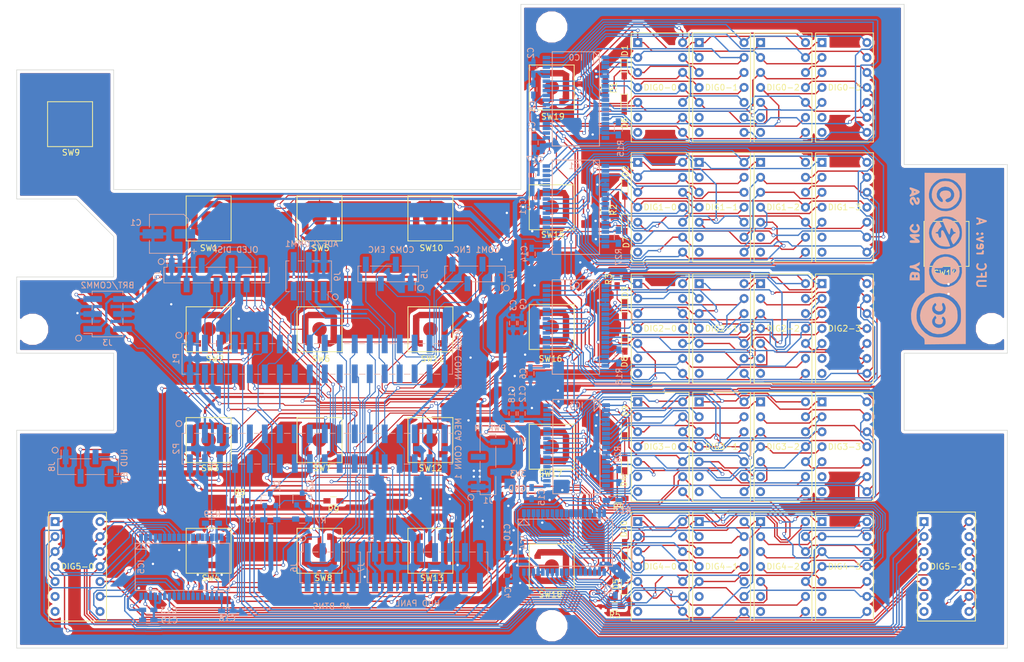
<source format=kicad_pcb>
(kicad_pcb (version 4) (host pcbnew 4.0.7)
  (title_block (title "UFC main board") (date 2018-01-04) (rev A))
  (layers (0 F.Cu signal) (31 B.Cu signal) (34 B.Paste user) (35 F.Paste user) (36 B.SilkS user) (37 F.SilkS user) (38 B.Mask user) (39 F.Mask user) (44 Edge.Cuts user))
  (net 0 "")
  (net 1 GND)
  (net 2 "/52(SCK)")
  (net 3 "/53(SS)")
  (net 4 "/50(MISO)")
  (net 5 "/51(MOSI)")
  (net 6 /48)
  (net 7 /49)
  (net 8 /46)
  (net 9 /47)
  (net 10 /44)
  (net 11 /45)
  (net 12 /42)
  (net 13 /43)
  (net 14 /40)
  (net 15 /41)
  (net 16 /38)
  (net 17 /39)
  (net 18 /36)
  (net 19 /37)
  (net 20 /34)
  (net 21 /35)
  (net 22 /32)
  (net 23 /33)
  (net 24 /30)
  (net 25 /31)
  (net 26 /28)
  (net 27 /29)
  (net 28 /26)
  (net 29 /27)
  (net 30 /24)
  (net 31 /25)
  (net 32 /22)
  (net 33 /23)
  (net 34 +5V)
  (net 35 /Vin)
  (net 36 /A0)
  (net 37 /A1)
  (net 38 /A2)
  (net 39 /A3)
  (net 40 /A4)
  (net 41 /A5)
  (net 42 /A6)
  (net 43 /A7)
  (net 44 /A8)
  (net 45 /A9)
  (net 46 /SCL)
  (net 47 /SDA)
  (net 48 "/13(**)")
  (net 49 "/12(**)")
  (net 50 "/11(**)")
  (net 51 "/10(**)")
  (net 52 "/9(**)")
  (net 53 "/8(**)")
  (net 54 "/7(**)")
  (net 55 "/6(**)")
  (net 56 "/5(**)")
  (net 57 "/4(**)")
  (net 58 "/3(**)")
  (net 59 "/2(**)")
  (net 60 +3V3)
  (net 61 "/1(Tx0)")
  (net 62 "/0(Rx0)")
  (net 63 "Net-(C5-Pad1)")
  (net 64 "Net-(C6-Pad1)")
  (net 65 "Net-(C7-Pad1)")
  (net 66 "Net-(C14-Pad1)")
  (net 67 "Net-(C15-Pad1)")
  (net 68 "Net-(C16-Pad1)")
  (net 69 "Net-(D1-Pad1)")
  (net 70 "Net-(D1-Pad2)")
  (net 71 "Net-(D2-Pad1)")
  (net 72 "Net-(D2-Pad2)")
  (net 73 "Net-(D3-Pad1)")
  (net 74 "Net-(D3-Pad2)")
  (net 75 "Net-(D4-Pad1)")
  (net 76 "Net-(D4-Pad2)")
  (net 77 "Net-(D5-Pad1)")
  (net 78 "Net-(D10-Pad1)")
  (net 79 /IC0-O15)
  (net 80 /IC0-O0)
  (net 81 /IC0-O2)
  (net 82 /IC0-O3)
  (net 83 /IC0-O14)
  (net 84 /IC0-O16)
  (net 85 /IC0-O6)
  (net 86 /IC0-O5)
  (net 87 /IC0-O4)
  (net 88 /IC0-O1)
  (net 89 /IC0-O18)
  (net 90 /IC0-O17)
  (net 91 /IC0-O20)
  (net 92 /IC0-O19)
  (net 93 /IC0-O21)
  (net 94 /IC0-O23)
  (net 95 /IC0-O22)
  (net 96 /IC0-O7)
  (net 97 /IC0-O9)
  (net 98 /IC0-O10)
  (net 99 /IC0-O13)
  (net 100 /IC0-O12)
  (net 101 /IC0-O11)
  (net 102 /IC0-O8)
  (net 103 /IC1-O15)
  (net 104 /IC1-O0)
  (net 105 /IC1-O2)
  (net 106 /IC1-O3)
  (net 107 /IC1-O14)
  (net 108 /IC1-O16)
  (net 109 /IC1-O6)
  (net 110 /IC1-O5)
  (net 111 /IC1-O4)
  (net 112 /IC1-O1)
  (net 113 /IC1-O18)
  (net 114 /IC1-O17)
  (net 115 /IC1-O20)
  (net 116 /IC1-O19)
  (net 117 /IC1-O21)
  (net 118 /IC1-O23)
  (net 119 /IC1-O22)
  (net 120 /IC1-O7)
  (net 121 /IC1-O9)
  (net 122 /IC1-O10)
  (net 123 /IC1-O13)
  (net 124 /IC1-O12)
  (net 125 /IC1-O11)
  (net 126 /IC1-O8)
  (net 127 /IC2-O15)
  (net 128 /IC2-O0)
  (net 129 /IC2-O2)
  (net 130 /IC2-O3)
  (net 131 /IC2-O14)
  (net 132 /IC2-O16)
  (net 133 /IC2-O6)
  (net 134 /IC2-O5)
  (net 135 /IC2-O4)
  (net 136 /IC2-O1)
  (net 137 /IC2-O18)
  (net 138 /IC2-O17)
  (net 139 /IC2-O20)
  (net 140 /IC2-O19)
  (net 141 /IC2-O21)
  (net 142 /IC2-O23)
  (net 143 /IC2-O22)
  (net 144 /IC2-O7)
  (net 145 /IC2-O9)
  (net 146 /IC2-O10)
  (net 147 /IC2-O13)
  (net 148 /IC2-O12)
  (net 149 /IC2-O11)
  (net 150 /IC2-O8)
  (net 151 /IC3-O15)
  (net 152 /IC3-O0)
  (net 153 /IC3-O2)
  (net 154 /IC3-O3)
  (net 155 /IC3-O14)
  (net 156 /IC3-O16)
  (net 157 /IC3-O6)
  (net 158 /IC3-O5)
  (net 159 /IC3-O4)
  (net 160 /IC3-O1)
  (net 161 /IC3-O18)
  (net 162 /IC3-O17)
  (net 163 /IC3-O20)
  (net 164 /IC3-O19)
  (net 165 /IC3-O21)
  (net 166 /IC3-O23)
  (net 167 /IC3-O22)
  (net 168 /IC3-O7)
  (net 169 /IC3-O9)
  (net 170 /IC3-O10)
  (net 171 /IC3-O13)
  (net 172 /IC3-O12)
  (net 173 /IC3-O11)
  (net 174 /IC3-O8)
  (net 175 /IC4-O15)
  (net 176 /IC4-O0)
  (net 177 /IC4-O2)
  (net 178 /IC4-O3)
  (net 179 /IC4-O14)
  (net 180 /IC4-O16)
  (net 181 /IC4-O6)
  (net 182 /IC4-O5)
  (net 183 /IC4-O4)
  (net 184 /IC4-O1)
  (net 185 /IC4-O18)
  (net 186 /IC4-O17)
  (net 187 /IC4-O20)
  (net 188 /IC4-O19)
  (net 189 /IC4-O21)
  (net 190 /IC4-O23)
  (net 191 /IC4-O22)
  (net 192 /IC4-O7)
  (net 193 /IC4-O9)
  (net 194 /IC4-O10)
  (net 195 /IC4-O13)
  (net 196 /IC4-O12)
  (net 197 /IC4-O11)
  (net 198 /IC4-O8)
  (net 199 /IC5-O15)
  (net 200 /IC5-O0)
  (net 201 /IC5-O2)
  (net 202 /IC5-O3)
  (net 203 /IC5-O14)
  (net 204 /IC5-O16)
  (net 205 /IC5-O6)
  (net 206 /IC5-O5)
  (net 207 /IC5-O4)
  (net 208 /IC5-O1)
  (net 209 /IC5-O18)
  (net 210 /IC5-O17)
  (net 211 /IC5-O20)
  (net 212 /IC5-O19)
  (net 213 /IC5-O21)
  (net 214 /IC5-O23)
  (net 215 /IC5-O22)
  (net 216 "Net-(IC0-Pad15)")
  (net 217 "Net-(IC1-Pad15)")
  (net 218 "Net-(IC2-Pad15)")
  (net 219 "Net-(IC3-Pad15)")
  (net 220 "Net-(IC4-Pad15)")
  (net 221 "Net-(IC5-Pad15)")
  (net 222 "Net-(IC5-Pad14)")
  (net 223 "Net-(IC5-Pad13)")
  (net 224 "Net-(IC5-Pad12)")
  (net 225 "Net-(IC5-Pad11)")
  (net 226 "Net-(IC5-Pad10)")
  (net 227 "Net-(IC0-Pad18)")
  (net 228 "Net-(IC1-Pad18)")
  (net 229 "Net-(IC2-Pad18)")
  (net 230 "Net-(IC3-Pad18)")
  (net 231 "Net-(IC4-Pad18)")
  (net 232 "Net-(IC5-Pad18)")
  (net 233 /SCL5v)
  (net 234 /SDA5v)
  (module Pin_Headers:Pin_Header_Straight_2x18_Pitch2.54mm_SMD (layer B.Cu) (at 114.459 99.517 270)
    (fp_text reference P1 (at 0 23.92 270) (layer B.SilkS) (effects (justify mirror)))
    (fp_text value "MEGA CONN 2" (at 0 -23.92 270) (layer B.SilkS) (effects (justify mirror)))
    (pad 1 smd rect (at -2.525 21.59 270) (size 3.15 1) (layers B.Cu B.Paste B.Mask) (net 1 GND))
    (pad 2 smd rect (at 2.525 21.59 270) (size 3.15 1) (layers B.Cu B.Paste B.Mask) (net 1 GND))
    (pad 3 smd rect (at -2.525 19.05 270) (size 3.15 1) (layers B.Cu B.Paste B.Mask) (net 2 "/52(SCK)"))
    (pad 4 smd rect (at 2.525 19.05 270) (size 3.15 1) (layers B.Cu B.Paste B.Mask) (net 3 "/53(SS)"))
    (pad 5 smd rect (at -2.525 16.51 270) (size 3.15 1) (layers B.Cu B.Paste B.Mask) (net 4 "/50(MISO)"))
    (pad 6 smd rect (at 2.525 16.51 270) (size 3.15 1) (layers B.Cu B.Paste B.Mask) (net 5 "/51(MOSI)"))
    (pad 7 smd rect (at -2.525 13.97 270) (size 3.15 1) (layers B.Cu B.Paste B.Mask) (net 6 /48))
    (pad 8 smd rect (at 2.525 13.97 270) (size 3.15 1) (layers B.Cu B.Paste B.Mask) (net 7 /49))
    (pad 9 smd rect (at -2.525 11.43 270) (size 3.15 1) (layers B.Cu B.Paste B.Mask) (net 8 /46))
    (pad 10 smd rect (at 2.525 11.43 270) (size 3.15 1) (layers B.Cu B.Paste B.Mask) (net 9 /47))
    (pad 11 smd rect (at -2.525 8.89 270) (size 3.15 1) (layers B.Cu B.Paste B.Mask) (net 10 /44))
    (pad 12 smd rect (at 2.525 8.89 270) (size 3.15 1) (layers B.Cu B.Paste B.Mask) (net 11 /45))
    (pad 13 smd rect (at -2.525 6.35 270) (size 3.15 1) (layers B.Cu B.Paste B.Mask) (net 12 /42))
    (pad 14 smd rect (at 2.525 6.35 270) (size 3.15 1) (layers B.Cu B.Paste B.Mask) (net 13 /43))
    (pad 15 smd rect (at -2.525 3.81 270) (size 3.15 1) (layers B.Cu B.Paste B.Mask) (net 14 /40))
    (pad 16 smd rect (at 2.525 3.81 270) (size 3.15 1) (layers B.Cu B.Paste B.Mask) (net 15 /41))
    (pad 17 smd rect (at -2.525 1.27 270) (size 3.15 1) (layers B.Cu B.Paste B.Mask) (net 16 /38))
    (pad 18 smd rect (at 2.525 1.27 270) (size 3.15 1) (layers B.Cu B.Paste B.Mask) (net 17 /39))
    (pad 19 smd rect (at -2.525 -1.27 270) (size 3.15 1) (layers B.Cu B.Paste B.Mask) (net 18 /36))
    (pad 20 smd rect (at 2.525 -1.27 270) (size 3.15 1) (layers B.Cu B.Paste B.Mask) (net 19 /37))
    (pad 21 smd rect (at -2.525 -3.81 270) (size 3.15 1) (layers B.Cu B.Paste B.Mask) (net 22 /32))
    (pad 22 smd rect (at 2.525 -3.81 270) (size 3.15 1) (layers B.Cu B.Paste B.Mask) (net 21 /35))
    (pad 23 smd rect (at -2.525 -6.35 270) (size 3.15 1) (layers B.Cu B.Paste B.Mask) (net 20 /34))
    (pad 24 smd rect (at 2.525 -6.35 270) (size 3.15 1) (layers B.Cu B.Paste B.Mask) (net 23 /33))
    (pad 25 smd rect (at -2.525 -8.89 270) (size 3.15 1) (layers B.Cu B.Paste B.Mask) (net 24 /30))
    (pad 26 smd rect (at 2.525 -8.89 270) (size 3.15 1) (layers B.Cu B.Paste B.Mask) (net 25 /31))
    (pad 27 smd rect (at -2.525 -11.43 270) (size 3.15 1) (layers B.Cu B.Paste B.Mask) (net 32 /22))
    (pad 28 smd rect (at 2.525 -11.43 270) (size 3.15 1) (layers B.Cu B.Paste B.Mask) (net 33 /23))
    (pad 29 smd rect (at -2.525 -13.97 270) (size 3.15 1) (layers B.Cu B.Paste B.Mask) (net 28 /26))
    (pad 30 smd rect (at 2.525 -13.97 270) (size 3.15 1) (layers B.Cu B.Paste B.Mask) (net 29 /27))
    (pad 31 smd rect (at -2.525 -16.51 270) (size 3.15 1) (layers B.Cu B.Paste B.Mask) (net 30 /24))
    (pad 32 smd rect (at 2.525 -16.51 270) (size 3.15 1) (layers B.Cu B.Paste B.Mask) (net 31 /25))
    (pad 33 smd rect (at -2.525 -19.05 270) (size 3.15 1) (layers B.Cu B.Paste B.Mask) (net 26 /28))
    (pad 34 smd rect (at 2.525 -19.05 270) (size 3.15 1) (layers B.Cu B.Paste B.Mask) (net 27 /29))
    (pad 35 smd rect (at -2.525 -21.59 270) (size 3.15 1) (layers B.Cu B.Paste B.Mask) (net 34 +5V))
    (pad 36 smd rect (at 2.525 -21.59 270) (size 3.15 1) (layers B.Cu B.Paste B.Mask) (net 34 +5V))
  )
  (module Resistors_SMD:R_0603_HandSoldering (layer B.Cu) (at 165.5 60.4 270)
    (fp_text reference R15 (at 3.4 -0.4 270) (layer B.SilkS) (effects (justify mirror)))
    (fp_text value 53.6k)
    (pad 1 smd rect (at -1.1 0 270) (size 1.2 0.9) (layers B.Cu B.Paste B.Mask) (net 216 "Net-(IC0-Pad15)"))
    (pad 2 smd rect (at 1.1 0 270) (size 1.2 0.9) (layers B.Cu B.Paste B.Mask) (net 1 GND))
  )
  (module Mounting_Holes:MountingHole_4.3mm_M4 (layer F.Cu) (at 228.759 94.371)
    (fp_text reference MK4 hide)
    (fp_text value Mounting_Hole)
    (pad 1 np_thru_hole circle (at 0 0) (size 4.3 4.3) (drill 4.3) (layers *.Cu *.Mask))
  )
  (module Mounting_Holes:MountingHole_4.3mm_M4 (layer F.Cu) (at 154.22 144.79)
    (fp_text reference MK2 hide)
    (fp_text value Mounting_Hole)
    (pad 1 np_thru_hole circle (at 0 0) (size 4.3 4.3) (drill 4.3) (layers *.Cu *.Mask))
  )
  (module LEDs:LED_0603_HandSoldering (layer F.Cu) (at 166.5 50.4 270)
    (fp_text reference D1 (at -3.2 -0.1 270) (layer F.SilkS))
    (fp_text value WP914GDT)
    (pad 1 smd rect (at -1.1 0 270) (size 1.2 0.9) (layers F.Cu F.Paste F.Mask) (net 69 "Net-(D1-Pad1)"))
    (pad 2 smd rect (at 1.1 0 270) (size 1.2 0.9) (layers F.Cu F.Paste F.Mask) (net 70 "Net-(D1-Pad2)"))
  )
  (module LEDs:LED_0603_HandSoldering (layer F.Cu) (at 166.6 70.8 270)
    (fp_text reference D2 (at -3.1 -0.1 270) (layer F.SilkS))
    (fp_text value WP914GDT)
    (pad 1 smd rect (at -1.1 0 270) (size 1.2 0.9) (layers F.Cu F.Paste F.Mask) (net 71 "Net-(D2-Pad1)"))
    (pad 2 smd rect (at 1.1 0 270) (size 1.2 0.9) (layers F.Cu F.Paste F.Mask) (net 72 "Net-(D2-Pad2)"))
  )
  (module LEDs:LED_0603_HandSoldering (layer F.Cu) (at 166.567 91.1 270)
    (fp_text reference D3 (at -2.95 -0.083 270) (layer F.SilkS))
    (fp_text value WP914GDT)
    (pad 1 smd rect (at -1.1 0 270) (size 1.2 0.9) (layers F.Cu F.Paste F.Mask) (net 73 "Net-(D3-Pad1)"))
    (pad 2 smd rect (at 1.1 0 270) (size 1.2 0.9) (layers F.Cu F.Paste F.Mask) (net 74 "Net-(D3-Pad2)"))
  )
  (module LEDs:LED_0603_HandSoldering (layer F.Cu) (at 166.567 117.404 90)
    (fp_text reference D4 (at -2.896 -0.117 90) (layer F.SilkS))
    (fp_text value WP914GDT)
    (pad 1 smd rect (at -1.1 0 90) (size 1.2 0.9) (layers F.Cu F.Paste F.Mask) (net 75 "Net-(D4-Pad1)"))
    (pad 2 smd rect (at 1.1 0 90) (size 1.2 0.9) (layers F.Cu F.Paste F.Mask) (net 76 "Net-(D4-Pad2)"))
  )
  (module LEDs:LED_0603_HandSoldering (layer F.Cu) (at 166.567 137.724 90)
    (fp_text reference D5 (at 0 -1.45 90) (layer F.SilkS))
    (fp_text value WP914GDT)
    (pad 1 smd rect (at -1.1 0 90) (size 1.2 0.9) (layers F.Cu F.Paste F.Mask) (net 77 "Net-(D5-Pad1)"))
    (pad 2 smd rect (at 1.1 0 90) (size 1.2 0.9) (layers F.Cu F.Paste F.Mask) (net 78 "Net-(D10-Pad1)"))
  )
  (module LEDs:LED_0603_HandSoldering (layer F.Cu) (at 166.5 56.4 270)
    (fp_text reference D6 (at 3.1 -0.05 270) (layer F.SilkS))
    (fp_text value WP914GDT)
    (pad 1 smd rect (at -1.1 0 270) (size 1.2 0.9) (layers F.Cu F.Paste F.Mask) (net 70 "Net-(D1-Pad2)"))
    (pad 2 smd rect (at 1.1 0 270) (size 1.2 0.9) (layers F.Cu F.Paste F.Mask) (net 59 "/2(**)"))
  )
  (module LEDs:LED_0603_HandSoldering (layer F.Cu) (at 166.6 76.8 270)
    (fp_text reference D7 (at 2.95 -0.25 270) (layer F.SilkS))
    (fp_text value WP914GDT)
    (pad 1 smd rect (at -1.1 0 270) (size 1.2 0.9) (layers F.Cu F.Paste F.Mask) (net 72 "Net-(D2-Pad2)"))
    (pad 2 smd rect (at 1.1 0 270) (size 1.2 0.9) (layers F.Cu F.Paste F.Mask) (net 58 "/3(**)"))
  )
  (module LEDs:LED_0603_HandSoldering (layer F.Cu) (at 166.6 97.1 270)
    (fp_text reference D8 (at 2.9 0.05 270) (layer F.SilkS))
    (fp_text value WP914GDT)
    (pad 1 smd rect (at -1.1 0 270) (size 1.2 0.9) (layers F.Cu F.Paste F.Mask) (net 74 "Net-(D3-Pad2)"))
    (pad 2 smd rect (at 1.1 0 270) (size 1.2 0.9) (layers F.Cu F.Paste F.Mask) (net 57 "/4(**)"))
  )
  (module LEDs:LED_0603_HandSoldering (layer F.Cu) (at 166.567 111.45 90)
    (fp_text reference D9 (at 3.1 0.133 90) (layer F.SilkS))
    (fp_text value WP914GDT)
    (pad 1 smd rect (at -1.1 0 90) (size 1.2 0.9) (layers F.Cu F.Paste F.Mask) (net 76 "Net-(D4-Pad2)"))
    (pad 2 smd rect (at 1.1 0 90) (size 1.2 0.9) (layers F.Cu F.Paste F.Mask) (net 56 "/5(**)"))
  )
  (module LEDs:LED_0603_HandSoldering (layer F.Cu) (at 166.567 131.77 90)
    (fp_text reference D10 (at 3.42 -0.117 90) (layer F.SilkS))
    (fp_text value WP914GDT)
    (pad 1 smd rect (at -1.1 0 90) (size 1.2 0.9) (layers F.Cu F.Paste F.Mask) (net 78 "Net-(D10-Pad1)"))
    (pad 2 smd rect (at 1.1 0 90) (size 1.2 0.9) (layers F.Cu F.Paste F.Mask) (net 55 "/6(**)"))
  )
  (module "KiCAD Libraries:LTP-305G" (layer F.Cu) (at 172.597 53.467)
    (fp_text reference DIG0-0 (at 0 0) (layer F.SilkS))
    (fp_text value LTP-305G)
    (pad 1 thru_hole rect (at -3.81 -7.62) (size 1.524 1.524) (drill 0.762) (layers *.Cu *.Mask) (net 79 /IC0-O15))
    (pad 2 thru_hole circle (at -3.81 -5.08) (size 1.524 1.524) (drill 0.762) (layers *.Cu *.Mask) (net 80 /IC0-O0))
    (pad 3 thru_hole circle (at -3.81 -2.54) (size 1.524 1.524) (drill 0.762) (layers *.Cu *.Mask) (net 81 /IC0-O2))
    (pad 4 thru_hole circle (at -3.81 0) (size 1.524 1.524) (drill 0.762) (layers *.Cu *.Mask) (net 82 /IC0-O3))
    (pad 5 thru_hole circle (at -3.81 2.54) (size 1.524 1.524) (drill 0.762) (layers *.Cu *.Mask) (net 83 /IC0-O14))
    (pad 6 thru_hole circle (at -3.81 5.08) (size 1.524 1.524) (drill 0.762) (layers *.Cu *.Mask))
    (pad 7 thru_hole circle (at -3.81 7.62) (size 1.524 1.524) (drill 0.762) (layers *.Cu *.Mask))
    (pad 8 thru_hole circle (at 3.81 -7.62) (size 1.524 1.524) (drill 0.762) (layers *.Cu *.Mask) (net 84 /IC0-O16))
    (pad 9 thru_hole circle (at 3.81 -5.08) (size 1.524 1.524) (drill 0.762) (layers *.Cu *.Mask) (net 85 /IC0-O6))
    (pad 10 thru_hole circle (at 3.81 -2.54) (size 1.524 1.524) (drill 0.762) (layers *.Cu *.Mask) (net 86 /IC0-O5))
    (pad 11 thru_hole circle (at 3.81 0) (size 1.524 1.524) (drill 0.762) (layers *.Cu *.Mask) (net 87 /IC0-O4))
    (pad 12 thru_hole circle (at 3.81 2.54) (size 1.524 1.524) (drill 0.762) (layers *.Cu *.Mask) (net 88 /IC0-O1))
    (pad 13 thru_hole circle (at 3.81 5.08) (size 1.524 1.524) (drill 0.762) (layers *.Cu *.Mask) (net 89 /IC0-O18))
    (pad 14 thru_hole circle (at 3.81 7.62) (size 1.524 1.524) (drill 0.762) (layers *.Cu *.Mask) (net 90 /IC0-O17))
  )
  (module "KiCAD Libraries:LTP-305G" (layer F.Cu) (at 183.011 53.467)
    (fp_text reference DIG0-1 (at 0 0) (layer F.SilkS))
    (fp_text value LTP-305G)
    (pad 1 thru_hole rect (at -3.81 -7.62) (size 1.524 1.524) (drill 0.762) (layers *.Cu *.Mask) (net 91 /IC0-O20))
    (pad 2 thru_hole circle (at -3.81 -5.08) (size 1.524 1.524) (drill 0.762) (layers *.Cu *.Mask) (net 80 /IC0-O0))
    (pad 3 thru_hole circle (at -3.81 -2.54) (size 1.524 1.524) (drill 0.762) (layers *.Cu *.Mask) (net 81 /IC0-O2))
    (pad 4 thru_hole circle (at -3.81 0) (size 1.524 1.524) (drill 0.762) (layers *.Cu *.Mask) (net 82 /IC0-O3))
    (pad 5 thru_hole circle (at -3.81 2.54) (size 1.524 1.524) (drill 0.762) (layers *.Cu *.Mask) (net 92 /IC0-O19))
    (pad 6 thru_hole circle (at -3.81 5.08) (size 1.524 1.524) (drill 0.762) (layers *.Cu *.Mask))
    (pad 7 thru_hole circle (at -3.81 7.62) (size 1.524 1.524) (drill 0.762) (layers *.Cu *.Mask))
    (pad 8 thru_hole circle (at 3.81 -7.62) (size 1.524 1.524) (drill 0.762) (layers *.Cu *.Mask) (net 93 /IC0-O21))
    (pad 9 thru_hole circle (at 3.81 -5.08) (size 1.524 1.524) (drill 0.762) (layers *.Cu *.Mask) (net 85 /IC0-O6))
    (pad 10 thru_hole circle (at 3.81 -2.54) (size 1.524 1.524) (drill 0.762) (layers *.Cu *.Mask) (net 86 /IC0-O5))
    (pad 11 thru_hole circle (at 3.81 0) (size 1.524 1.524) (drill 0.762) (layers *.Cu *.Mask) (net 87 /IC0-O4))
    (pad 12 thru_hole circle (at 3.81 2.54) (size 1.524 1.524) (drill 0.762) (layers *.Cu *.Mask) (net 88 /IC0-O1))
    (pad 13 thru_hole circle (at 3.81 5.08) (size 1.524 1.524) (drill 0.762) (layers *.Cu *.Mask) (net 94 /IC0-O23))
    (pad 14 thru_hole circle (at 3.81 7.62) (size 1.524 1.524) (drill 0.762) (layers *.Cu *.Mask) (net 95 /IC0-O22))
  )
  (module "KiCAD Libraries:LTP-305G" (layer F.Cu) (at 193.425 53.467)
    (fp_text reference DIG0-2 (at 0 0) (layer F.SilkS))
    (fp_text value LTP-305G)
    (pad 1 thru_hole rect (at -3.81 -7.62) (size 1.524 1.524) (drill 0.762) (layers *.Cu *.Mask) (net 79 /IC0-O15))
    (pad 2 thru_hole circle (at -3.81 -5.08) (size 1.524 1.524) (drill 0.762) (layers *.Cu *.Mask) (net 96 /IC0-O7))
    (pad 3 thru_hole circle (at -3.81 -2.54) (size 1.524 1.524) (drill 0.762) (layers *.Cu *.Mask) (net 97 /IC0-O9))
    (pad 4 thru_hole circle (at -3.81 0) (size 1.524 1.524) (drill 0.762) (layers *.Cu *.Mask) (net 98 /IC0-O10))
    (pad 5 thru_hole circle (at -3.81 2.54) (size 1.524 1.524) (drill 0.762) (layers *.Cu *.Mask) (net 83 /IC0-O14))
    (pad 6 thru_hole circle (at -3.81 5.08) (size 1.524 1.524) (drill 0.762) (layers *.Cu *.Mask))
    (pad 7 thru_hole circle (at -3.81 7.62) (size 1.524 1.524) (drill 0.762) (layers *.Cu *.Mask))
    (pad 8 thru_hole circle (at 3.81 -7.62) (size 1.524 1.524) (drill 0.762) (layers *.Cu *.Mask) (net 84 /IC0-O16))
    (pad 9 thru_hole circle (at 3.81 -5.08) (size 1.524 1.524) (drill 0.762) (layers *.Cu *.Mask) (net 99 /IC0-O13))
    (pad 10 thru_hole circle (at 3.81 -2.54) (size 1.524 1.524) (drill 0.762) (layers *.Cu *.Mask) (net 100 /IC0-O12))
    (pad 11 thru_hole circle (at 3.81 0) (size 1.524 1.524) (drill 0.762) (layers *.Cu *.Mask) (net 101 /IC0-O11))
    (pad 12 thru_hole circle (at 3.81 2.54) (size 1.524 1.524) (drill 0.762) (layers *.Cu *.Mask) (net 102 /IC0-O8))
    (pad 13 thru_hole circle (at 3.81 5.08) (size 1.524 1.524) (drill 0.762) (layers *.Cu *.Mask) (net 89 /IC0-O18))
    (pad 14 thru_hole circle (at 3.81 7.62) (size 1.524 1.524) (drill 0.762) (layers *.Cu *.Mask) (net 90 /IC0-O17))
  )
  (module "KiCAD Libraries:LTP-305G" (layer F.Cu) (at 203.839 53.467)
    (fp_text reference DIG0-3 (at 0 0) (layer F.SilkS))
    (fp_text value LTP-305G)
    (pad 1 thru_hole rect (at -3.81 -7.62) (size 1.524 1.524) (drill 0.762) (layers *.Cu *.Mask) (net 91 /IC0-O20))
    (pad 2 thru_hole circle (at -3.81 -5.08) (size 1.524 1.524) (drill 0.762) (layers *.Cu *.Mask) (net 96 /IC0-O7))
    (pad 3 thru_hole circle (at -3.81 -2.54) (size 1.524 1.524) (drill 0.762) (layers *.Cu *.Mask) (net 97 /IC0-O9))
    (pad 4 thru_hole circle (at -3.81 0) (size 1.524 1.524) (drill 0.762) (layers *.Cu *.Mask) (net 98 /IC0-O10))
    (pad 5 thru_hole circle (at -3.81 2.54) (size 1.524 1.524) (drill 0.762) (layers *.Cu *.Mask) (net 92 /IC0-O19))
    (pad 6 thru_hole circle (at -3.81 5.08) (size 1.524 1.524) (drill 0.762) (layers *.Cu *.Mask))
    (pad 7 thru_hole circle (at -3.81 7.62) (size 1.524 1.524) (drill 0.762) (layers *.Cu *.Mask))
    (pad 8 thru_hole circle (at 3.81 -7.62) (size 1.524 1.524) (drill 0.762) (layers *.Cu *.Mask) (net 93 /IC0-O21))
    (pad 9 thru_hole circle (at 3.81 -5.08) (size 1.524 1.524) (drill 0.762) (layers *.Cu *.Mask) (net 99 /IC0-O13))
    (pad 10 thru_hole circle (at 3.81 -2.54) (size 1.524 1.524) (drill 0.762) (layers *.Cu *.Mask) (net 100 /IC0-O12))
    (pad 11 thru_hole circle (at 3.81 0) (size 1.524 1.524) (drill 0.762) (layers *.Cu *.Mask) (net 101 /IC0-O11))
    (pad 12 thru_hole circle (at 3.81 2.54) (size 1.524 1.524) (drill 0.762) (layers *.Cu *.Mask) (net 102 /IC0-O8))
    (pad 13 thru_hole circle (at 3.81 5.08) (size 1.524 1.524) (drill 0.762) (layers *.Cu *.Mask) (net 94 /IC0-O23))
    (pad 14 thru_hole circle (at 3.81 7.62) (size 1.524 1.524) (drill 0.762) (layers *.Cu *.Mask) (net 95 /IC0-O22))
  )
  (module "KiCAD Libraries:LTP-305G" (layer F.Cu) (at 172.597 73.787)
    (fp_text reference DIG1-0 (at 0 0) (layer F.SilkS))
    (fp_text value LTP-305G)
    (pad 1 thru_hole rect (at -3.81 -7.62) (size 1.524 1.524) (drill 0.762) (layers *.Cu *.Mask) (net 103 /IC1-O15))
    (pad 2 thru_hole circle (at -3.81 -5.08) (size 1.524 1.524) (drill 0.762) (layers *.Cu *.Mask) (net 104 /IC1-O0))
    (pad 3 thru_hole circle (at -3.81 -2.54) (size 1.524 1.524) (drill 0.762) (layers *.Cu *.Mask) (net 105 /IC1-O2))
    (pad 4 thru_hole circle (at -3.81 0) (size 1.524 1.524) (drill 0.762) (layers *.Cu *.Mask) (net 106 /IC1-O3))
    (pad 5 thru_hole circle (at -3.81 2.54) (size 1.524 1.524) (drill 0.762) (layers *.Cu *.Mask) (net 107 /IC1-O14))
    (pad 6 thru_hole circle (at -3.81 5.08) (size 1.524 1.524) (drill 0.762) (layers *.Cu *.Mask))
    (pad 7 thru_hole circle (at -3.81 7.62) (size 1.524 1.524) (drill 0.762) (layers *.Cu *.Mask))
    (pad 8 thru_hole circle (at 3.81 -7.62) (size 1.524 1.524) (drill 0.762) (layers *.Cu *.Mask) (net 108 /IC1-O16))
    (pad 9 thru_hole circle (at 3.81 -5.08) (size 1.524 1.524) (drill 0.762) (layers *.Cu *.Mask) (net 109 /IC1-O6))
    (pad 10 thru_hole circle (at 3.81 -2.54) (size 1.524 1.524) (drill 0.762) (layers *.Cu *.Mask) (net 110 /IC1-O5))
    (pad 11 thru_hole circle (at 3.81 0) (size 1.524 1.524) (drill 0.762) (layers *.Cu *.Mask) (net 111 /IC1-O4))
    (pad 12 thru_hole circle (at 3.81 2.54) (size 1.524 1.524) (drill 0.762) (layers *.Cu *.Mask) (net 112 /IC1-O1))
    (pad 13 thru_hole circle (at 3.81 5.08) (size 1.524 1.524) (drill 0.762) (layers *.Cu *.Mask) (net 113 /IC1-O18))
    (pad 14 thru_hole circle (at 3.81 7.62) (size 1.524 1.524) (drill 0.762) (layers *.Cu *.Mask) (net 114 /IC1-O17))
  )
  (module "KiCAD Libraries:LTP-305G" (layer F.Cu) (at 183.011 73.787)
    (fp_text reference DIG1-1 (at 0 0) (layer F.SilkS))
    (fp_text value LTP-305G)
    (pad 1 thru_hole rect (at -3.81 -7.62) (size 1.524 1.524) (drill 0.762) (layers *.Cu *.Mask) (net 115 /IC1-O20))
    (pad 2 thru_hole circle (at -3.81 -5.08) (size 1.524 1.524) (drill 0.762) (layers *.Cu *.Mask) (net 104 /IC1-O0))
    (pad 3 thru_hole circle (at -3.81 -2.54) (size 1.524 1.524) (drill 0.762) (layers *.Cu *.Mask) (net 105 /IC1-O2))
    (pad 4 thru_hole circle (at -3.81 0) (size 1.524 1.524) (drill 0.762) (layers *.Cu *.Mask) (net 106 /IC1-O3))
    (pad 5 thru_hole circle (at -3.81 2.54) (size 1.524 1.524) (drill 0.762) (layers *.Cu *.Mask) (net 116 /IC1-O19))
    (pad 6 thru_hole circle (at -3.81 5.08) (size 1.524 1.524) (drill 0.762) (layers *.Cu *.Mask))
    (pad 7 thru_hole circle (at -3.81 7.62) (size 1.524 1.524) (drill 0.762) (layers *.Cu *.Mask))
    (pad 8 thru_hole circle (at 3.81 -7.62) (size 1.524 1.524) (drill 0.762) (layers *.Cu *.Mask) (net 117 /IC1-O21))
    (pad 9 thru_hole circle (at 3.81 -5.08) (size 1.524 1.524) (drill 0.762) (layers *.Cu *.Mask) (net 109 /IC1-O6))
    (pad 10 thru_hole circle (at 3.81 -2.54) (size 1.524 1.524) (drill 0.762) (layers *.Cu *.Mask) (net 110 /IC1-O5))
    (pad 11 thru_hole circle (at 3.81 0) (size 1.524 1.524) (drill 0.762) (layers *.Cu *.Mask) (net 111 /IC1-O4))
    (pad 12 thru_hole circle (at 3.81 2.54) (size 1.524 1.524) (drill 0.762) (layers *.Cu *.Mask) (net 112 /IC1-O1))
    (pad 13 thru_hole circle (at 3.81 5.08) (size 1.524 1.524) (drill 0.762) (layers *.Cu *.Mask) (net 118 /IC1-O23))
    (pad 14 thru_hole circle (at 3.81 7.62) (size 1.524 1.524) (drill 0.762) (layers *.Cu *.Mask) (net 119 /IC1-O22))
  )
  (module "KiCAD Libraries:LTP-305G" (layer F.Cu) (at 193.425 73.787)
    (fp_text reference DIG1-2 (at 0 0) (layer F.SilkS))
    (fp_text value LTP-305G)
    (pad 1 thru_hole rect (at -3.81 -7.62) (size 1.524 1.524) (drill 0.762) (layers *.Cu *.Mask) (net 103 /IC1-O15))
    (pad 2 thru_hole circle (at -3.81 -5.08) (size 1.524 1.524) (drill 0.762) (layers *.Cu *.Mask) (net 120 /IC1-O7))
    (pad 3 thru_hole circle (at -3.81 -2.54) (size 1.524 1.524) (drill 0.762) (layers *.Cu *.Mask) (net 121 /IC1-O9))
    (pad 4 thru_hole circle (at -3.81 0) (size 1.524 1.524) (drill 0.762) (layers *.Cu *.Mask) (net 122 /IC1-O10))
    (pad 5 thru_hole circle (at -3.81 2.54) (size 1.524 1.524) (drill 0.762) (layers *.Cu *.Mask) (net 107 /IC1-O14))
    (pad 6 thru_hole circle (at -3.81 5.08) (size 1.524 1.524) (drill 0.762) (layers *.Cu *.Mask))
    (pad 7 thru_hole circle (at -3.81 7.62) (size 1.524 1.524) (drill 0.762) (layers *.Cu *.Mask))
    (pad 8 thru_hole circle (at 3.81 -7.62) (size 1.524 1.524) (drill 0.762) (layers *.Cu *.Mask) (net 108 /IC1-O16))
    (pad 9 thru_hole circle (at 3.81 -5.08) (size 1.524 1.524) (drill 0.762) (layers *.Cu *.Mask) (net 123 /IC1-O13))
    (pad 10 thru_hole circle (at 3.81 -2.54) (size 1.524 1.524) (drill 0.762) (layers *.Cu *.Mask) (net 124 /IC1-O12))
    (pad 11 thru_hole circle (at 3.81 0) (size 1.524 1.524) (drill 0.762) (layers *.Cu *.Mask) (net 125 /IC1-O11))
    (pad 12 thru_hole circle (at 3.81 2.54) (size 1.524 1.524) (drill 0.762) (layers *.Cu *.Mask) (net 126 /IC1-O8))
    (pad 13 thru_hole circle (at 3.81 5.08) (size 1.524 1.524) (drill 0.762) (layers *.Cu *.Mask) (net 113 /IC1-O18))
    (pad 14 thru_hole circle (at 3.81 7.62) (size 1.524 1.524) (drill 0.762) (layers *.Cu *.Mask) (net 114 /IC1-O17))
  )
  (module "KiCAD Libraries:LTP-305G" (layer F.Cu) (at 203.839 73.787)
    (fp_text reference DIG1-3 (at 0 0) (layer F.SilkS))
    (fp_text value LTP-305G)
    (pad 1 thru_hole rect (at -3.81 -7.62) (size 1.524 1.524) (drill 0.762) (layers *.Cu *.Mask) (net 115 /IC1-O20))
    (pad 2 thru_hole circle (at -3.81 -5.08) (size 1.524 1.524) (drill 0.762) (layers *.Cu *.Mask) (net 120 /IC1-O7))
    (pad 3 thru_hole circle (at -3.81 -2.54) (size 1.524 1.524) (drill 0.762) (layers *.Cu *.Mask) (net 121 /IC1-O9))
    (pad 4 thru_hole circle (at -3.81 0) (size 1.524 1.524) (drill 0.762) (layers *.Cu *.Mask) (net 122 /IC1-O10))
    (pad 5 thru_hole circle (at -3.81 2.54) (size 1.524 1.524) (drill 0.762) (layers *.Cu *.Mask) (net 116 /IC1-O19))
    (pad 6 thru_hole circle (at -3.81 5.08) (size 1.524 1.524) (drill 0.762) (layers *.Cu *.Mask))
    (pad 7 thru_hole circle (at -3.81 7.62) (size 1.524 1.524) (drill 0.762) (layers *.Cu *.Mask))
    (pad 8 thru_hole circle (at 3.81 -7.62) (size 1.524 1.524) (drill 0.762) (layers *.Cu *.Mask) (net 117 /IC1-O21))
    (pad 9 thru_hole circle (at 3.81 -5.08) (size 1.524 1.524) (drill 0.762) (layers *.Cu *.Mask) (net 123 /IC1-O13))
    (pad 10 thru_hole circle (at 3.81 -2.54) (size 1.524 1.524) (drill 0.762) (layers *.Cu *.Mask) (net 124 /IC1-O12))
    (pad 11 thru_hole circle (at 3.81 0) (size 1.524 1.524) (drill 0.762) (layers *.Cu *.Mask) (net 125 /IC1-O11))
    (pad 12 thru_hole circle (at 3.81 2.54) (size 1.524 1.524) (drill 0.762) (layers *.Cu *.Mask) (net 126 /IC1-O8))
    (pad 13 thru_hole circle (at 3.81 5.08) (size 1.524 1.524) (drill 0.762) (layers *.Cu *.Mask) (net 118 /IC1-O23))
    (pad 14 thru_hole circle (at 3.81 7.62) (size 1.524 1.524) (drill 0.762) (layers *.Cu *.Mask) (net 119 /IC1-O22))
  )
  (module "KiCAD Libraries:LTP-305G" (layer F.Cu) (at 172.597 94.361)
    (fp_text reference DIG2-0 (at 0 0) (layer F.SilkS))
    (fp_text value LTP-305G)
    (pad 1 thru_hole rect (at -3.81 -7.62) (size 1.524 1.524) (drill 0.762) (layers *.Cu *.Mask) (net 127 /IC2-O15))
    (pad 2 thru_hole circle (at -3.81 -5.08) (size 1.524 1.524) (drill 0.762) (layers *.Cu *.Mask) (net 128 /IC2-O0))
    (pad 3 thru_hole circle (at -3.81 -2.54) (size 1.524 1.524) (drill 0.762) (layers *.Cu *.Mask) (net 129 /IC2-O2))
    (pad 4 thru_hole circle (at -3.81 0) (size 1.524 1.524) (drill 0.762) (layers *.Cu *.Mask) (net 130 /IC2-O3))
    (pad 5 thru_hole circle (at -3.81 2.54) (size 1.524 1.524) (drill 0.762) (layers *.Cu *.Mask) (net 131 /IC2-O14))
    (pad 6 thru_hole circle (at -3.81 5.08) (size 1.524 1.524) (drill 0.762) (layers *.Cu *.Mask))
    (pad 7 thru_hole circle (at -3.81 7.62) (size 1.524 1.524) (drill 0.762) (layers *.Cu *.Mask))
    (pad 8 thru_hole circle (at 3.81 -7.62) (size 1.524 1.524) (drill 0.762) (layers *.Cu *.Mask) (net 132 /IC2-O16))
    (pad 9 thru_hole circle (at 3.81 -5.08) (size 1.524 1.524) (drill 0.762) (layers *.Cu *.Mask) (net 133 /IC2-O6))
    (pad 10 thru_hole circle (at 3.81 -2.54) (size 1.524 1.524) (drill 0.762) (layers *.Cu *.Mask) (net 134 /IC2-O5))
    (pad 11 thru_hole circle (at 3.81 0) (size 1.524 1.524) (drill 0.762) (layers *.Cu *.Mask) (net 135 /IC2-O4))
    (pad 12 thru_hole circle (at 3.81 2.54) (size 1.524 1.524) (drill 0.762) (layers *.Cu *.Mask) (net 136 /IC2-O1))
    (pad 13 thru_hole circle (at 3.81 5.08) (size 1.524 1.524) (drill 0.762) (layers *.Cu *.Mask) (net 137 /IC2-O18))
    (pad 14 thru_hole circle (at 3.81 7.62) (size 1.524 1.524) (drill 0.762) (layers *.Cu *.Mask) (net 138 /IC2-O17))
  )
  (module "KiCAD Libraries:LTP-305G" (layer F.Cu) (at 183.011 94.361)
    (fp_text reference DIG2-1 (at 0 0) (layer F.SilkS))
    (fp_text value LTP-305G)
    (pad 1 thru_hole rect (at -3.81 -7.62) (size 1.524 1.524) (drill 0.762) (layers *.Cu *.Mask) (net 139 /IC2-O20))
    (pad 2 thru_hole circle (at -3.81 -5.08) (size 1.524 1.524) (drill 0.762) (layers *.Cu *.Mask) (net 128 /IC2-O0))
    (pad 3 thru_hole circle (at -3.81 -2.54) (size 1.524 1.524) (drill 0.762) (layers *.Cu *.Mask) (net 129 /IC2-O2))
    (pad 4 thru_hole circle (at -3.81 0) (size 1.524 1.524) (drill 0.762) (layers *.Cu *.Mask) (net 130 /IC2-O3))
    (pad 5 thru_hole circle (at -3.81 2.54) (size 1.524 1.524) (drill 0.762) (layers *.Cu *.Mask) (net 140 /IC2-O19))
    (pad 6 thru_hole circle (at -3.81 5.08) (size 1.524 1.524) (drill 0.762) (layers *.Cu *.Mask))
    (pad 7 thru_hole circle (at -3.81 7.62) (size 1.524 1.524) (drill 0.762) (layers *.Cu *.Mask))
    (pad 8 thru_hole circle (at 3.81 -7.62) (size 1.524 1.524) (drill 0.762) (layers *.Cu *.Mask) (net 141 /IC2-O21))
    (pad 9 thru_hole circle (at 3.81 -5.08) (size 1.524 1.524) (drill 0.762) (layers *.Cu *.Mask) (net 133 /IC2-O6))
    (pad 10 thru_hole circle (at 3.81 -2.54) (size 1.524 1.524) (drill 0.762) (layers *.Cu *.Mask) (net 134 /IC2-O5))
    (pad 11 thru_hole circle (at 3.81 0) (size 1.524 1.524) (drill 0.762) (layers *.Cu *.Mask) (net 135 /IC2-O4))
    (pad 12 thru_hole circle (at 3.81 2.54) (size 1.524 1.524) (drill 0.762) (layers *.Cu *.Mask) (net 136 /IC2-O1))
    (pad 13 thru_hole circle (at 3.81 5.08) (size 1.524 1.524) (drill 0.762) (layers *.Cu *.Mask) (net 142 /IC2-O23))
    (pad 14 thru_hole circle (at 3.81 7.62) (size 1.524 1.524) (drill 0.762) (layers *.Cu *.Mask) (net 143 /IC2-O22))
  )
  (module "KiCAD Libraries:LTP-305G" (layer F.Cu) (at 193.425 94.361)
    (fp_text reference DIG2-2 (at 0 0) (layer F.SilkS))
    (fp_text value LTP-305G)
    (pad 1 thru_hole rect (at -3.81 -7.62) (size 1.524 1.524) (drill 0.762) (layers *.Cu *.Mask) (net 127 /IC2-O15))
    (pad 2 thru_hole circle (at -3.81 -5.08) (size 1.524 1.524) (drill 0.762) (layers *.Cu *.Mask) (net 144 /IC2-O7))
    (pad 3 thru_hole circle (at -3.81 -2.54) (size 1.524 1.524) (drill 0.762) (layers *.Cu *.Mask) (net 145 /IC2-O9))
    (pad 4 thru_hole circle (at -3.81 0) (size 1.524 1.524) (drill 0.762) (layers *.Cu *.Mask) (net 146 /IC2-O10))
    (pad 5 thru_hole circle (at -3.81 2.54) (size 1.524 1.524) (drill 0.762) (layers *.Cu *.Mask) (net 131 /IC2-O14))
    (pad 6 thru_hole circle (at -3.81 5.08) (size 1.524 1.524) (drill 0.762) (layers *.Cu *.Mask))
    (pad 7 thru_hole circle (at -3.81 7.62) (size 1.524 1.524) (drill 0.762) (layers *.Cu *.Mask))
    (pad 8 thru_hole circle (at 3.81 -7.62) (size 1.524 1.524) (drill 0.762) (layers *.Cu *.Mask) (net 132 /IC2-O16))
    (pad 9 thru_hole circle (at 3.81 -5.08) (size 1.524 1.524) (drill 0.762) (layers *.Cu *.Mask) (net 147 /IC2-O13))
    (pad 10 thru_hole circle (at 3.81 -2.54) (size 1.524 1.524) (drill 0.762) (layers *.Cu *.Mask) (net 148 /IC2-O12))
    (pad 11 thru_hole circle (at 3.81 0) (size 1.524 1.524) (drill 0.762) (layers *.Cu *.Mask) (net 149 /IC2-O11))
    (pad 12 thru_hole circle (at 3.81 2.54) (size 1.524 1.524) (drill 0.762) (layers *.Cu *.Mask) (net 150 /IC2-O8))
    (pad 13 thru_hole circle (at 3.81 5.08) (size 1.524 1.524) (drill 0.762) (layers *.Cu *.Mask) (net 137 /IC2-O18))
    (pad 14 thru_hole circle (at 3.81 7.62) (size 1.524 1.524) (drill 0.762) (layers *.Cu *.Mask) (net 138 /IC2-O17))
  )
  (module "KiCAD Libraries:LTP-305G" (layer F.Cu) (at 203.839 94.361)
    (fp_text reference DIG2-3 (at 0 0) (layer F.SilkS))
    (fp_text value LTP-305G)
    (pad 1 thru_hole rect (at -3.81 -7.62) (size 1.524 1.524) (drill 0.762) (layers *.Cu *.Mask) (net 139 /IC2-O20))
    (pad 2 thru_hole circle (at -3.81 -5.08) (size 1.524 1.524) (drill 0.762) (layers *.Cu *.Mask) (net 144 /IC2-O7))
    (pad 3 thru_hole circle (at -3.81 -2.54) (size 1.524 1.524) (drill 0.762) (layers *.Cu *.Mask) (net 145 /IC2-O9))
    (pad 4 thru_hole circle (at -3.81 0) (size 1.524 1.524) (drill 0.762) (layers *.Cu *.Mask) (net 146 /IC2-O10))
    (pad 5 thru_hole circle (at -3.81 2.54) (size 1.524 1.524) (drill 0.762) (layers *.Cu *.Mask) (net 140 /IC2-O19))
    (pad 6 thru_hole circle (at -3.81 5.08) (size 1.524 1.524) (drill 0.762) (layers *.Cu *.Mask))
    (pad 7 thru_hole circle (at -3.81 7.62) (size 1.524 1.524) (drill 0.762) (layers *.Cu *.Mask))
    (pad 8 thru_hole circle (at 3.81 -7.62) (size 1.524 1.524) (drill 0.762) (layers *.Cu *.Mask) (net 141 /IC2-O21))
    (pad 9 thru_hole circle (at 3.81 -5.08) (size 1.524 1.524) (drill 0.762) (layers *.Cu *.Mask) (net 147 /IC2-O13))
    (pad 10 thru_hole circle (at 3.81 -2.54) (size 1.524 1.524) (drill 0.762) (layers *.Cu *.Mask) (net 148 /IC2-O12))
    (pad 11 thru_hole circle (at 3.81 0) (size 1.524 1.524) (drill 0.762) (layers *.Cu *.Mask) (net 149 /IC2-O11))
    (pad 12 thru_hole circle (at 3.81 2.54) (size 1.524 1.524) (drill 0.762) (layers *.Cu *.Mask) (net 150 /IC2-O8))
    (pad 13 thru_hole circle (at 3.81 5.08) (size 1.524 1.524) (drill 0.762) (layers *.Cu *.Mask) (net 142 /IC2-O23))
    (pad 14 thru_hole circle (at 3.81 7.62) (size 1.524 1.524) (drill 0.762) (layers *.Cu *.Mask) (net 143 /IC2-O22))
  )
  (module "KiCAD Libraries:LTP-305G" (layer F.Cu) (at 172.597 114.427)
    (fp_text reference DIG3-0 (at 0 0) (layer F.SilkS))
    (fp_text value LTP-305G)
    (pad 1 thru_hole rect (at -3.81 -7.62) (size 1.524 1.524) (drill 0.762) (layers *.Cu *.Mask) (net 151 /IC3-O15))
    (pad 2 thru_hole circle (at -3.81 -5.08) (size 1.524 1.524) (drill 0.762) (layers *.Cu *.Mask) (net 152 /IC3-O0))
    (pad 3 thru_hole circle (at -3.81 -2.54) (size 1.524 1.524) (drill 0.762) (layers *.Cu *.Mask) (net 153 /IC3-O2))
    (pad 4 thru_hole circle (at -3.81 0) (size 1.524 1.524) (drill 0.762) (layers *.Cu *.Mask) (net 154 /IC3-O3))
    (pad 5 thru_hole circle (at -3.81 2.54) (size 1.524 1.524) (drill 0.762) (layers *.Cu *.Mask) (net 155 /IC3-O14))
    (pad 6 thru_hole circle (at -3.81 5.08) (size 1.524 1.524) (drill 0.762) (layers *.Cu *.Mask))
    (pad 7 thru_hole circle (at -3.81 7.62) (size 1.524 1.524) (drill 0.762) (layers *.Cu *.Mask))
    (pad 8 thru_hole circle (at 3.81 -7.62) (size 1.524 1.524) (drill 0.762) (layers *.Cu *.Mask) (net 156 /IC3-O16))
    (pad 9 thru_hole circle (at 3.81 -5.08) (size 1.524 1.524) (drill 0.762) (layers *.Cu *.Mask) (net 157 /IC3-O6))
    (pad 10 thru_hole circle (at 3.81 -2.54) (size 1.524 1.524) (drill 0.762) (layers *.Cu *.Mask) (net 158 /IC3-O5))
    (pad 11 thru_hole circle (at 3.81 0) (size 1.524 1.524) (drill 0.762) (layers *.Cu *.Mask) (net 159 /IC3-O4))
    (pad 12 thru_hole circle (at 3.81 2.54) (size 1.524 1.524) (drill 0.762) (layers *.Cu *.Mask) (net 160 /IC3-O1))
    (pad 13 thru_hole circle (at 3.81 5.08) (size 1.524 1.524) (drill 0.762) (layers *.Cu *.Mask) (net 161 /IC3-O18))
    (pad 14 thru_hole circle (at 3.81 7.62) (size 1.524 1.524) (drill 0.762) (layers *.Cu *.Mask) (net 162 /IC3-O17))
  )
  (module "KiCAD Libraries:LTP-305G" (layer F.Cu) (at 183.011 114.427)
    (fp_text reference DIG3-1 (at 0 0) (layer F.SilkS))
    (fp_text value LTP-305G)
    (pad 1 thru_hole rect (at -3.81 -7.62) (size 1.524 1.524) (drill 0.762) (layers *.Cu *.Mask) (net 163 /IC3-O20))
    (pad 2 thru_hole circle (at -3.81 -5.08) (size 1.524 1.524) (drill 0.762) (layers *.Cu *.Mask) (net 152 /IC3-O0))
    (pad 3 thru_hole circle (at -3.81 -2.54) (size 1.524 1.524) (drill 0.762) (layers *.Cu *.Mask) (net 153 /IC3-O2))
    (pad 4 thru_hole circle (at -3.81 0) (size 1.524 1.524) (drill 0.762) (layers *.Cu *.Mask) (net 154 /IC3-O3))
    (pad 5 thru_hole circle (at -3.81 2.54) (size 1.524 1.524) (drill 0.762) (layers *.Cu *.Mask) (net 164 /IC3-O19))
    (pad 6 thru_hole circle (at -3.81 5.08) (size 1.524 1.524) (drill 0.762) (layers *.Cu *.Mask))
    (pad 7 thru_hole circle (at -3.81 7.62) (size 1.524 1.524) (drill 0.762) (layers *.Cu *.Mask))
    (pad 8 thru_hole circle (at 3.81 -7.62) (size 1.524 1.524) (drill 0.762) (layers *.Cu *.Mask) (net 165 /IC3-O21))
    (pad 9 thru_hole circle (at 3.81 -5.08) (size 1.524 1.524) (drill 0.762) (layers *.Cu *.Mask) (net 157 /IC3-O6))
    (pad 10 thru_hole circle (at 3.81 -2.54) (size 1.524 1.524) (drill 0.762) (layers *.Cu *.Mask) (net 158 /IC3-O5))
    (pad 11 thru_hole circle (at 3.81 0) (size 1.524 1.524) (drill 0.762) (layers *.Cu *.Mask) (net 159 /IC3-O4))
    (pad 12 thru_hole circle (at 3.81 2.54) (size 1.524 1.524) (drill 0.762) (layers *.Cu *.Mask) (net 160 /IC3-O1))
    (pad 13 thru_hole circle (at 3.81 5.08) (size 1.524 1.524) (drill 0.762) (layers *.Cu *.Mask) (net 166 /IC3-O23))
    (pad 14 thru_hole circle (at 3.81 7.62) (size 1.524 1.524) (drill 0.762) (layers *.Cu *.Mask) (net 167 /IC3-O22))
  )
  (module "KiCAD Libraries:LTP-305G" (layer F.Cu) (at 193.425 114.427)
    (fp_text reference DIG3-2 (at 0 0) (layer F.SilkS))
    (fp_text value LTP-305G)
    (pad 1 thru_hole rect (at -3.81 -7.62) (size 1.524 1.524) (drill 0.762) (layers *.Cu *.Mask) (net 151 /IC3-O15))
    (pad 2 thru_hole circle (at -3.81 -5.08) (size 1.524 1.524) (drill 0.762) (layers *.Cu *.Mask) (net 168 /IC3-O7))
    (pad 3 thru_hole circle (at -3.81 -2.54) (size 1.524 1.524) (drill 0.762) (layers *.Cu *.Mask) (net 169 /IC3-O9))
    (pad 4 thru_hole circle (at -3.81 0) (size 1.524 1.524) (drill 0.762) (layers *.Cu *.Mask) (net 170 /IC3-O10))
    (pad 5 thru_hole circle (at -3.81 2.54) (size 1.524 1.524) (drill 0.762) (layers *.Cu *.Mask) (net 155 /IC3-O14))
    (pad 6 thru_hole circle (at -3.81 5.08) (size 1.524 1.524) (drill 0.762) (layers *.Cu *.Mask))
    (pad 7 thru_hole circle (at -3.81 7.62) (size 1.524 1.524) (drill 0.762) (layers *.Cu *.Mask))
    (pad 8 thru_hole circle (at 3.81 -7.62) (size 1.524 1.524) (drill 0.762) (layers *.Cu *.Mask) (net 156 /IC3-O16))
    (pad 9 thru_hole circle (at 3.81 -5.08) (size 1.524 1.524) (drill 0.762) (layers *.Cu *.Mask) (net 171 /IC3-O13))
    (pad 10 thru_hole circle (at 3.81 -2.54) (size 1.524 1.524) (drill 0.762) (layers *.Cu *.Mask) (net 172 /IC3-O12))
    (pad 11 thru_hole circle (at 3.81 0) (size 1.524 1.524) (drill 0.762) (layers *.Cu *.Mask) (net 173 /IC3-O11))
    (pad 12 thru_hole circle (at 3.81 2.54) (size 1.524 1.524) (drill 0.762) (layers *.Cu *.Mask) (net 174 /IC3-O8))
    (pad 13 thru_hole circle (at 3.81 5.08) (size 1.524 1.524) (drill 0.762) (layers *.Cu *.Mask) (net 161 /IC3-O18))
    (pad 14 thru_hole circle (at 3.81 7.62) (size 1.524 1.524) (drill 0.762) (layers *.Cu *.Mask) (net 162 /IC3-O17))
  )
  (module "KiCAD Libraries:LTP-305G" (layer F.Cu) (at 203.839 114.427)
    (fp_text reference DIG3-3 (at 0 0) (layer F.SilkS))
    (fp_text value LTP-305G)
    (pad 1 thru_hole rect (at -3.81 -7.62) (size 1.524 1.524) (drill 0.762) (layers *.Cu *.Mask) (net 163 /IC3-O20))
    (pad 2 thru_hole circle (at -3.81 -5.08) (size 1.524 1.524) (drill 0.762) (layers *.Cu *.Mask) (net 168 /IC3-O7))
    (pad 3 thru_hole circle (at -3.81 -2.54) (size 1.524 1.524) (drill 0.762) (layers *.Cu *.Mask) (net 169 /IC3-O9))
    (pad 4 thru_hole circle (at -3.81 0) (size 1.524 1.524) (drill 0.762) (layers *.Cu *.Mask) (net 170 /IC3-O10))
    (pad 5 thru_hole circle (at -3.81 2.54) (size 1.524 1.524) (drill 0.762) (layers *.Cu *.Mask) (net 164 /IC3-O19))
    (pad 6 thru_hole circle (at -3.81 5.08) (size 1.524 1.524) (drill 0.762) (layers *.Cu *.Mask))
    (pad 7 thru_hole circle (at -3.81 7.62) (size 1.524 1.524) (drill 0.762) (layers *.Cu *.Mask))
    (pad 8 thru_hole circle (at 3.81 -7.62) (size 1.524 1.524) (drill 0.762) (layers *.Cu *.Mask) (net 165 /IC3-O21))
    (pad 9 thru_hole circle (at 3.81 -5.08) (size 1.524 1.524) (drill 0.762) (layers *.Cu *.Mask) (net 171 /IC3-O13))
    (pad 10 thru_hole circle (at 3.81 -2.54) (size 1.524 1.524) (drill 0.762) (layers *.Cu *.Mask) (net 172 /IC3-O12))
    (pad 11 thru_hole circle (at 3.81 0) (size 1.524 1.524) (drill 0.762) (layers *.Cu *.Mask) (net 173 /IC3-O11))
    (pad 12 thru_hole circle (at 3.81 2.54) (size 1.524 1.524) (drill 0.762) (layers *.Cu *.Mask) (net 174 /IC3-O8))
    (pad 13 thru_hole circle (at 3.81 5.08) (size 1.524 1.524) (drill 0.762) (layers *.Cu *.Mask) (net 166 /IC3-O23))
    (pad 14 thru_hole circle (at 3.81 7.62) (size 1.524 1.524) (drill 0.762) (layers *.Cu *.Mask) (net 167 /IC3-O22))
  )
  (module "KiCAD Libraries:LTP-305G" (layer F.Cu) (at 172.597 134.747)
    (fp_text reference DIG4-0 (at 0 0) (layer F.SilkS))
    (fp_text value LTP-305G)
    (pad 1 thru_hole rect (at -3.81 -7.62) (size 1.524 1.524) (drill 0.762) (layers *.Cu *.Mask) (net 175 /IC4-O15))
    (pad 2 thru_hole circle (at -3.81 -5.08) (size 1.524 1.524) (drill 0.762) (layers *.Cu *.Mask) (net 176 /IC4-O0))
    (pad 3 thru_hole circle (at -3.81 -2.54) (size 1.524 1.524) (drill 0.762) (layers *.Cu *.Mask) (net 177 /IC4-O2))
    (pad 4 thru_hole circle (at -3.81 0) (size 1.524 1.524) (drill 0.762) (layers *.Cu *.Mask) (net 178 /IC4-O3))
    (pad 5 thru_hole circle (at -3.81 2.54) (size 1.524 1.524) (drill 0.762) (layers *.Cu *.Mask) (net 179 /IC4-O14))
    (pad 6 thru_hole circle (at -3.81 5.08) (size 1.524 1.524) (drill 0.762) (layers *.Cu *.Mask))
    (pad 7 thru_hole circle (at -3.81 7.62) (size 1.524 1.524) (drill 0.762) (layers *.Cu *.Mask))
    (pad 8 thru_hole circle (at 3.81 -7.62) (size 1.524 1.524) (drill 0.762) (layers *.Cu *.Mask) (net 180 /IC4-O16))
    (pad 9 thru_hole circle (at 3.81 -5.08) (size 1.524 1.524) (drill 0.762) (layers *.Cu *.Mask) (net 181 /IC4-O6))
    (pad 10 thru_hole circle (at 3.81 -2.54) (size 1.524 1.524) (drill 0.762) (layers *.Cu *.Mask) (net 182 /IC4-O5))
    (pad 11 thru_hole circle (at 3.81 0) (size 1.524 1.524) (drill 0.762) (layers *.Cu *.Mask) (net 183 /IC4-O4))
    (pad 12 thru_hole circle (at 3.81 2.54) (size 1.524 1.524) (drill 0.762) (layers *.Cu *.Mask) (net 184 /IC4-O1))
    (pad 13 thru_hole circle (at 3.81 5.08) (size 1.524 1.524) (drill 0.762) (layers *.Cu *.Mask) (net 185 /IC4-O18))
    (pad 14 thru_hole circle (at 3.81 7.62) (size 1.524 1.524) (drill 0.762) (layers *.Cu *.Mask) (net 186 /IC4-O17))
  )
  (module "KiCAD Libraries:LTP-305G" (layer F.Cu) (at 183.011 134.747)
    (fp_text reference DIG4-1 (at 0 0) (layer F.SilkS))
    (fp_text value LTP-305G)
    (pad 1 thru_hole rect (at -3.81 -7.62) (size 1.524 1.524) (drill 0.762) (layers *.Cu *.Mask) (net 187 /IC4-O20))
    (pad 2 thru_hole circle (at -3.81 -5.08) (size 1.524 1.524) (drill 0.762) (layers *.Cu *.Mask) (net 176 /IC4-O0))
    (pad 3 thru_hole circle (at -3.81 -2.54) (size 1.524 1.524) (drill 0.762) (layers *.Cu *.Mask) (net 177 /IC4-O2))
    (pad 4 thru_hole circle (at -3.81 0) (size 1.524 1.524) (drill 0.762) (layers *.Cu *.Mask) (net 178 /IC4-O3))
    (pad 5 thru_hole circle (at -3.81 2.54) (size 1.524 1.524) (drill 0.762) (layers *.Cu *.Mask) (net 188 /IC4-O19))
    (pad 6 thru_hole circle (at -3.81 5.08) (size 1.524 1.524) (drill 0.762) (layers *.Cu *.Mask))
    (pad 7 thru_hole circle (at -3.81 7.62) (size 1.524 1.524) (drill 0.762) (layers *.Cu *.Mask))
    (pad 8 thru_hole circle (at 3.81 -7.62) (size 1.524 1.524) (drill 0.762) (layers *.Cu *.Mask) (net 189 /IC4-O21))
    (pad 9 thru_hole circle (at 3.81 -5.08) (size 1.524 1.524) (drill 0.762) (layers *.Cu *.Mask) (net 181 /IC4-O6))
    (pad 10 thru_hole circle (at 3.81 -2.54) (size 1.524 1.524) (drill 0.762) (layers *.Cu *.Mask) (net 182 /IC4-O5))
    (pad 11 thru_hole circle (at 3.81 0) (size 1.524 1.524) (drill 0.762) (layers *.Cu *.Mask) (net 183 /IC4-O4))
    (pad 12 thru_hole circle (at 3.81 2.54) (size 1.524 1.524) (drill 0.762) (layers *.Cu *.Mask) (net 184 /IC4-O1))
    (pad 13 thru_hole circle (at 3.81 5.08) (size 1.524 1.524) (drill 0.762) (layers *.Cu *.Mask) (net 190 /IC4-O23))
    (pad 14 thru_hole circle (at 3.81 7.62) (size 1.524 1.524) (drill 0.762) (layers *.Cu *.Mask) (net 191 /IC4-O22))
  )
  (module "KiCAD Libraries:LTP-305G" (layer F.Cu) (at 193.425 134.747)
    (fp_text reference DIG4-2 (at 0 0) (layer F.SilkS))
    (fp_text value LTP-305G)
    (pad 1 thru_hole rect (at -3.81 -7.62) (size 1.524 1.524) (drill 0.762) (layers *.Cu *.Mask) (net 175 /IC4-O15))
    (pad 2 thru_hole circle (at -3.81 -5.08) (size 1.524 1.524) (drill 0.762) (layers *.Cu *.Mask) (net 192 /IC4-O7))
    (pad 3 thru_hole circle (at -3.81 -2.54) (size 1.524 1.524) (drill 0.762) (layers *.Cu *.Mask) (net 193 /IC4-O9))
    (pad 4 thru_hole circle (at -3.81 0) (size 1.524 1.524) (drill 0.762) (layers *.Cu *.Mask) (net 194 /IC4-O10))
    (pad 5 thru_hole circle (at -3.81 2.54) (size 1.524 1.524) (drill 0.762) (layers *.Cu *.Mask) (net 179 /IC4-O14))
    (pad 6 thru_hole circle (at -3.81 5.08) (size 1.524 1.524) (drill 0.762) (layers *.Cu *.Mask))
    (pad 7 thru_hole circle (at -3.81 7.62) (size 1.524 1.524) (drill 0.762) (layers *.Cu *.Mask))
    (pad 8 thru_hole circle (at 3.81 -7.62) (size 1.524 1.524) (drill 0.762) (layers *.Cu *.Mask) (net 180 /IC4-O16))
    (pad 9 thru_hole circle (at 3.81 -5.08) (size 1.524 1.524) (drill 0.762) (layers *.Cu *.Mask) (net 195 /IC4-O13))
    (pad 10 thru_hole circle (at 3.81 -2.54) (size 1.524 1.524) (drill 0.762) (layers *.Cu *.Mask) (net 196 /IC4-O12))
    (pad 11 thru_hole circle (at 3.81 0) (size 1.524 1.524) (drill 0.762) (layers *.Cu *.Mask) (net 197 /IC4-O11))
    (pad 12 thru_hole circle (at 3.81 2.54) (size 1.524 1.524) (drill 0.762) (layers *.Cu *.Mask) (net 198 /IC4-O8))
    (pad 13 thru_hole circle (at 3.81 5.08) (size 1.524 1.524) (drill 0.762) (layers *.Cu *.Mask) (net 185 /IC4-O18))
    (pad 14 thru_hole circle (at 3.81 7.62) (size 1.524 1.524) (drill 0.762) (layers *.Cu *.Mask) (net 186 /IC4-O17))
  )
  (module "KiCAD Libraries:LTP-305G" (layer F.Cu) (at 203.839 134.747)
    (fp_text reference DIG4-3 (at 0 0) (layer F.SilkS))
    (fp_text value LTP-305G)
    (pad 1 thru_hole rect (at -3.81 -7.62) (size 1.524 1.524) (drill 0.762) (layers *.Cu *.Mask) (net 187 /IC4-O20))
    (pad 2 thru_hole circle (at -3.81 -5.08) (size 1.524 1.524) (drill 0.762) (layers *.Cu *.Mask) (net 192 /IC4-O7))
    (pad 3 thru_hole circle (at -3.81 -2.54) (size 1.524 1.524) (drill 0.762) (layers *.Cu *.Mask) (net 193 /IC4-O9))
    (pad 4 thru_hole circle (at -3.81 0) (size 1.524 1.524) (drill 0.762) (layers *.Cu *.Mask) (net 194 /IC4-O10))
    (pad 5 thru_hole circle (at -3.81 2.54) (size 1.524 1.524) (drill 0.762) (layers *.Cu *.Mask) (net 188 /IC4-O19))
    (pad 6 thru_hole circle (at -3.81 5.08) (size 1.524 1.524) (drill 0.762) (layers *.Cu *.Mask))
    (pad 7 thru_hole circle (at -3.81 7.62) (size 1.524 1.524) (drill 0.762) (layers *.Cu *.Mask))
    (pad 8 thru_hole circle (at 3.81 -7.62) (size 1.524 1.524) (drill 0.762) (layers *.Cu *.Mask) (net 189 /IC4-O21))
    (pad 9 thru_hole circle (at 3.81 -5.08) (size 1.524 1.524) (drill 0.762) (layers *.Cu *.Mask) (net 195 /IC4-O13))
    (pad 10 thru_hole circle (at 3.81 -2.54) (size 1.524 1.524) (drill 0.762) (layers *.Cu *.Mask) (net 196 /IC4-O12))
    (pad 11 thru_hole circle (at 3.81 0) (size 1.524 1.524) (drill 0.762) (layers *.Cu *.Mask) (net 197 /IC4-O11))
    (pad 12 thru_hole circle (at 3.81 2.54) (size 1.524 1.524) (drill 0.762) (layers *.Cu *.Mask) (net 198 /IC4-O8))
    (pad 13 thru_hole circle (at 3.81 5.08) (size 1.524 1.524) (drill 0.762) (layers *.Cu *.Mask) (net 190 /IC4-O23))
    (pad 14 thru_hole circle (at 3.81 7.62) (size 1.524 1.524) (drill 0.762) (layers *.Cu *.Mask) (net 191 /IC4-O22))
  )
  (module "KiCAD Libraries:LTP-305G" (layer F.Cu) (at 73.819 134.747)
    (fp_text reference DIG5-0 (at 0 0) (layer F.SilkS))
    (fp_text value LTP-305G)
    (pad 1 thru_hole rect (at -3.81 -7.62) (size 1.524 1.524) (drill 0.762) (layers *.Cu *.Mask) (net 199 /IC5-O15))
    (pad 2 thru_hole circle (at -3.81 -5.08) (size 1.524 1.524) (drill 0.762) (layers *.Cu *.Mask) (net 200 /IC5-O0))
    (pad 3 thru_hole circle (at -3.81 -2.54) (size 1.524 1.524) (drill 0.762) (layers *.Cu *.Mask) (net 201 /IC5-O2))
    (pad 4 thru_hole circle (at -3.81 0) (size 1.524 1.524) (drill 0.762) (layers *.Cu *.Mask) (net 202 /IC5-O3))
    (pad 5 thru_hole circle (at -3.81 2.54) (size 1.524 1.524) (drill 0.762) (layers *.Cu *.Mask) (net 203 /IC5-O14))
    (pad 6 thru_hole circle (at -3.81 5.08) (size 1.524 1.524) (drill 0.762) (layers *.Cu *.Mask))
    (pad 7 thru_hole circle (at -3.81 7.62) (size 1.524 1.524) (drill 0.762) (layers *.Cu *.Mask))
    (pad 8 thru_hole circle (at 3.81 -7.62) (size 1.524 1.524) (drill 0.762) (layers *.Cu *.Mask) (net 204 /IC5-O16))
    (pad 9 thru_hole circle (at 3.81 -5.08) (size 1.524 1.524) (drill 0.762) (layers *.Cu *.Mask) (net 205 /IC5-O6))
    (pad 10 thru_hole circle (at 3.81 -2.54) (size 1.524 1.524) (drill 0.762) (layers *.Cu *.Mask) (net 206 /IC5-O5))
    (pad 11 thru_hole circle (at 3.81 0) (size 1.524 1.524) (drill 0.762) (layers *.Cu *.Mask) (net 207 /IC5-O4))
    (pad 12 thru_hole circle (at 3.81 2.54) (size 1.524 1.524) (drill 0.762) (layers *.Cu *.Mask) (net 208 /IC5-O1))
    (pad 13 thru_hole circle (at 3.81 5.08) (size 1.524 1.524) (drill 0.762) (layers *.Cu *.Mask) (net 209 /IC5-O18))
    (pad 14 thru_hole circle (at 3.81 7.62) (size 1.524 1.524) (drill 0.762) (layers *.Cu *.Mask) (net 210 /IC5-O17))
  )
  (module "KiCAD Libraries:LTP-305G" (layer F.Cu) (at 221.139 134.747)
    (fp_text reference DIG5-1 (at 0 0) (layer F.SilkS))
    (fp_text value LTP-305G)
    (pad 1 thru_hole rect (at -3.81 -7.62) (size 1.524 1.524) (drill 0.762) (layers *.Cu *.Mask) (net 211 /IC5-O20))
    (pad 2 thru_hole circle (at -3.81 -5.08) (size 1.524 1.524) (drill 0.762) (layers *.Cu *.Mask) (net 200 /IC5-O0))
    (pad 3 thru_hole circle (at -3.81 -2.54) (size 1.524 1.524) (drill 0.762) (layers *.Cu *.Mask) (net 201 /IC5-O2))
    (pad 4 thru_hole circle (at -3.81 0) (size 1.524 1.524) (drill 0.762) (layers *.Cu *.Mask) (net 202 /IC5-O3))
    (pad 5 thru_hole circle (at -3.81 2.54) (size 1.524 1.524) (drill 0.762) (layers *.Cu *.Mask) (net 212 /IC5-O19))
    (pad 6 thru_hole circle (at -3.81 5.08) (size 1.524 1.524) (drill 0.762) (layers *.Cu *.Mask))
    (pad 7 thru_hole circle (at -3.81 7.62) (size 1.524 1.524) (drill 0.762) (layers *.Cu *.Mask))
    (pad 8 thru_hole circle (at 3.81 -7.62) (size 1.524 1.524) (drill 0.762) (layers *.Cu *.Mask) (net 213 /IC5-O21))
    (pad 9 thru_hole circle (at 3.81 -5.08) (size 1.524 1.524) (drill 0.762) (layers *.Cu *.Mask) (net 205 /IC5-O6))
    (pad 10 thru_hole circle (at 3.81 -2.54) (size 1.524 1.524) (drill 0.762) (layers *.Cu *.Mask) (net 206 /IC5-O5))
    (pad 11 thru_hole circle (at 3.81 0) (size 1.524 1.524) (drill 0.762) (layers *.Cu *.Mask) (net 207 /IC5-O4))
    (pad 12 thru_hole circle (at 3.81 2.54) (size 1.524 1.524) (drill 0.762) (layers *.Cu *.Mask) (net 208 /IC5-O1))
    (pad 13 thru_hole circle (at 3.81 5.08) (size 1.524 1.524) (drill 0.762) (layers *.Cu *.Mask) (net 214 /IC5-O23))
    (pad 14 thru_hole circle (at 3.81 7.62) (size 1.524 1.524) (drill 0.762) (layers *.Cu *.Mask) (net 215 /IC5-O22))
  )
  (module "KiCAD Libraries:MAX6953" (layer B.Cu) (at 158.299 55.401 180)
    (fp_text reference IC0 (at 0 7 180) (layer B.SilkS) (effects (justify mirror)))
    (fp_text value MAX6953)
    (pad 18 smd rect (at -5 -6.6 180) (size 1.25 0.6) (layers B.Cu B.Paste B.Mask) (net 227 "Net-(IC0-Pad18)"))
    (pad 17 smd rect (at -5 -5.8 180) (size 1.25 0.6) (layers B.Cu B.Paste B.Mask) (net 1 GND))
    (pad 16 smd rect (at -5 -5 180) (size 1.25 0.6) (layers B.Cu B.Paste B.Mask) (net 1 GND))
    (pad 15 smd rect (at -5 -4.2 180) (size 1.25 0.6) (layers B.Cu B.Paste B.Mask) (net 216 "Net-(IC0-Pad15)"))
    (pad 14 smd rect (at -5 -3.4 180) (size 1.25 0.6) (layers B.Cu B.Paste B.Mask) (net 101 /IC0-O11))
    (pad 13 smd rect (at -5 -2.6 180) (size 1.25 0.6) (layers B.Cu B.Paste B.Mask) (net 98 /IC0-O10))
    (pad 12 smd rect (at -5 -1.8 180) (size 1.25 0.6) (layers B.Cu B.Paste B.Mask) (net 97 /IC0-O9))
    (pad 11 smd rect (at -5 -1 180) (size 1.25 0.6) (layers B.Cu B.Paste B.Mask) (net 102 /IC0-O8))
    (pad 10 smd rect (at -5 -0.2 180) (size 1.25 0.6) (layers B.Cu B.Paste B.Mask) (net 96 /IC0-O7))
    (pad 9 smd rect (at -5 0.6 180) (size 1.25 0.6) (layers B.Cu B.Paste B.Mask) (net 85 /IC0-O6))
    (pad 8 smd rect (at -5 1.4 180) (size 1.25 0.6) (layers B.Cu B.Paste B.Mask) (net 86 /IC0-O5))
    (pad 7 smd rect (at -5 2.2 180) (size 1.25 0.6) (layers B.Cu B.Paste B.Mask) (net 87 /IC0-O4))
    (pad 6 smd rect (at -5 3 180) (size 1.25 0.6) (layers B.Cu B.Paste B.Mask) (net 82 /IC0-O3))
    (pad 5 smd rect (at -5 3.8 180) (size 1.25 0.6) (layers B.Cu B.Paste B.Mask) (net 1 GND))
    (pad 4 smd rect (at -5 4.6 180) (size 1.25 0.6) (layers B.Cu B.Paste B.Mask) (net 1 GND))
    (pad 3 smd rect (at -5 5.4 180) (size 1.25 0.6) (layers B.Cu B.Paste B.Mask) (net 81 /IC0-O2))
    (pad 2 smd rect (at -5 6.2 180) (size 1.25 0.6) (layers B.Cu B.Paste B.Mask) (net 88 /IC0-O1))
    (pad 1 smd rect (at -5 7 180) (size 1.25 0.6) (layers B.Cu B.Paste B.Mask) (net 80 /IC0-O0))
    (pad 1 smd rect (at -5 7 180) (size 1.25 0.6) (layers B.Cu B.Paste B.Mask) (net 80 /IC0-O0))
    (pad 2 smd rect (at -5 6.2 180) (size 1.25 0.6) (layers B.Cu B.Paste B.Mask) (net 88 /IC0-O1))
    (pad 3 smd rect (at -5 5.4 180) (size 1.25 0.6) (layers B.Cu B.Paste B.Mask) (net 81 /IC0-O2))
    (pad 4 smd rect (at -5 4.6 180) (size 1.25 0.6) (layers B.Cu B.Paste B.Mask) (net 1 GND))
    (pad 5 smd rect (at -5 3.8 180) (size 1.25 0.6) (layers B.Cu B.Paste B.Mask) (net 1 GND))
    (pad 6 smd rect (at -5 3 180) (size 1.25 0.6) (layers B.Cu B.Paste B.Mask) (net 82 /IC0-O3))
    (pad 7 smd rect (at -5 2.2 180) (size 1.25 0.6) (layers B.Cu B.Paste B.Mask) (net 87 /IC0-O4))
    (pad 8 smd rect (at -5 1.4 180) (size 1.25 0.6) (layers B.Cu B.Paste B.Mask) (net 86 /IC0-O5))
    (pad 9 smd rect (at -5 0.6 180) (size 1.25 0.6) (layers B.Cu B.Paste B.Mask) (net 85 /IC0-O6))
    (pad 10 smd rect (at -5 -0.2 180) (size 1.25 0.6) (layers B.Cu B.Paste B.Mask) (net 96 /IC0-O7))
    (pad 11 smd rect (at -5 -1 180) (size 1.25 0.6) (layers B.Cu B.Paste B.Mask) (net 102 /IC0-O8))
    (pad 12 smd rect (at -5 -1.8 180) (size 1.25 0.6) (layers B.Cu B.Paste B.Mask) (net 97 /IC0-O9))
    (pad 13 smd rect (at -5 -2.6 180) (size 1.25 0.6) (layers B.Cu B.Paste B.Mask) (net 98 /IC0-O10))
    (pad 14 smd rect (at -5 -3.4 180) (size 1.25 0.6) (layers B.Cu B.Paste B.Mask) (net 101 /IC0-O11))
    (pad 15 smd rect (at -5 -4.2 180) (size 1.25 0.6) (layers B.Cu B.Paste B.Mask) (net 216 "Net-(IC0-Pad15)"))
    (pad 16 smd rect (at -5 -5 180) (size 1.25 0.6) (layers B.Cu B.Paste B.Mask) (net 1 GND))
    (pad 17 smd rect (at -5 -5.8 180) (size 1.25 0.6) (layers B.Cu B.Paste B.Mask) (net 1 GND))
    (pad 18 smd rect (at -5 -6.6 180) (size 1.25 0.6) (layers B.Cu B.Paste B.Mask) (net 227 "Net-(IC0-Pad18)"))
    (pad 18 smd rect (at -5 -6.6 180) (size 1.25 0.6) (layers B.Cu B.Paste B.Mask) (net 227 "Net-(IC0-Pad18)"))
    (pad 17 smd rect (at -5 -5.8 180) (size 1.25 0.6) (layers B.Cu B.Paste B.Mask) (net 1 GND))
    (pad 16 smd rect (at -5 -5 180) (size 1.25 0.6) (layers B.Cu B.Paste B.Mask) (net 1 GND))
    (pad 15 smd rect (at -5 -4.2 180) (size 1.25 0.6) (layers B.Cu B.Paste B.Mask) (net 216 "Net-(IC0-Pad15)"))
    (pad 14 smd rect (at -5 -3.4 180) (size 1.25 0.6) (layers B.Cu B.Paste B.Mask) (net 101 /IC0-O11))
    (pad 13 smd rect (at -5 -2.6 180) (size 1.25 0.6) (layers B.Cu B.Paste B.Mask) (net 98 /IC0-O10))
    (pad 12 smd rect (at -5 -1.8 180) (size 1.25 0.6) (layers B.Cu B.Paste B.Mask) (net 97 /IC0-O9))
    (pad 11 smd rect (at -5 -1 180) (size 1.25 0.6) (layers B.Cu B.Paste B.Mask) (net 102 /IC0-O8))
    (pad 10 smd rect (at -5 -0.2 180) (size 1.25 0.6) (layers B.Cu B.Paste B.Mask) (net 96 /IC0-O7))
    (pad 9 smd rect (at -5 0.6 180) (size 1.25 0.6) (layers B.Cu B.Paste B.Mask) (net 85 /IC0-O6))
    (pad 8 smd rect (at -5 1.4 180) (size 1.25 0.6) (layers B.Cu B.Paste B.Mask) (net 86 /IC0-O5))
    (pad 7 smd rect (at -5 2.2 180) (size 1.25 0.6) (layers B.Cu B.Paste B.Mask) (net 87 /IC0-O4))
    (pad 6 smd rect (at -5 3 180) (size 1.25 0.6) (layers B.Cu B.Paste B.Mask) (net 82 /IC0-O3))
    (pad 5 smd rect (at -5 3.8 180) (size 1.25 0.6) (layers B.Cu B.Paste B.Mask) (net 1 GND))
    (pad 4 smd rect (at -5 4.6 180) (size 1.25 0.6) (layers B.Cu B.Paste B.Mask) (net 1 GND))
    (pad 3 smd rect (at -5 5.4 180) (size 1.25 0.6) (layers B.Cu B.Paste B.Mask) (net 81 /IC0-O2))
    (pad 2 smd rect (at -5 6.2 180) (size 1.25 0.6) (layers B.Cu B.Paste B.Mask) (net 88 /IC0-O1))
    (pad 1 smd rect (at -5 7 180) (size 1.25 0.6) (layers B.Cu B.Paste B.Mask) (net 80 /IC0-O0))
    (pad 1 smd rect (at -5 7 180) (size 1.25 0.6) (layers B.Cu B.Paste B.Mask) (net 80 /IC0-O0))
    (pad 2 smd rect (at -5 6.2 180) (size 1.25 0.6) (layers B.Cu B.Paste B.Mask) (net 88 /IC0-O1))
    (pad 3 smd rect (at -5 5.4 180) (size 1.25 0.6) (layers B.Cu B.Paste B.Mask) (net 81 /IC0-O2))
    (pad 4 smd rect (at -5 4.6 180) (size 1.25 0.6) (layers B.Cu B.Paste B.Mask) (net 1 GND))
    (pad 5 smd rect (at -5 3.8 180) (size 1.25 0.6) (layers B.Cu B.Paste B.Mask) (net 1 GND))
    (pad 6 smd rect (at -5 3 180) (size 1.25 0.6) (layers B.Cu B.Paste B.Mask) (net 82 /IC0-O3))
    (pad 7 smd rect (at -5 2.2 180) (size 1.25 0.6) (layers B.Cu B.Paste B.Mask) (net 87 /IC0-O4))
    (pad 8 smd rect (at -5 1.4 180) (size 1.25 0.6) (layers B.Cu B.Paste B.Mask) (net 86 /IC0-O5))
    (pad 9 smd rect (at -5 0.6 180) (size 1.25 0.6) (layers B.Cu B.Paste B.Mask) (net 85 /IC0-O6))
    (pad 10 smd rect (at -5 -0.2 180) (size 1.25 0.6) (layers B.Cu B.Paste B.Mask) (net 96 /IC0-O7))
    (pad 11 smd rect (at -5 -1 180) (size 1.25 0.6) (layers B.Cu B.Paste B.Mask) (net 102 /IC0-O8))
    (pad 12 smd rect (at -5 -1.8 180) (size 1.25 0.6) (layers B.Cu B.Paste B.Mask) (net 97 /IC0-O9))
    (pad 13 smd rect (at -5 -2.6 180) (size 1.25 0.6) (layers B.Cu B.Paste B.Mask) (net 98 /IC0-O10))
    (pad 14 smd rect (at -5 -3.4 180) (size 1.25 0.6) (layers B.Cu B.Paste B.Mask) (net 101 /IC0-O11))
    (pad 15 smd rect (at -5 -4.2 180) (size 1.25 0.6) (layers B.Cu B.Paste B.Mask) (net 216 "Net-(IC0-Pad15)"))
    (pad 16 smd rect (at -5 -5 180) (size 1.25 0.6) (layers B.Cu B.Paste B.Mask) (net 1 GND))
    (pad 17 smd rect (at -5 -5.8 180) (size 1.25 0.6) (layers B.Cu B.Paste B.Mask) (net 1 GND))
    (pad 18 smd rect (at -5 -6.6 180) (size 1.25 0.6) (layers B.Cu B.Paste B.Mask) (net 227 "Net-(IC0-Pad18)"))
    (pad 18 smd rect (at -5 -6.6 180) (size 1.25 0.6) (layers B.Cu B.Paste B.Mask) (net 227 "Net-(IC0-Pad18)"))
    (pad 17 smd rect (at -5 -5.8 180) (size 1.25 0.6) (layers B.Cu B.Paste B.Mask) (net 1 GND))
    (pad 16 smd rect (at -5 -5 180) (size 1.25 0.6) (layers B.Cu B.Paste B.Mask) (net 1 GND))
    (pad 15 smd rect (at -5 -4.2 180) (size 1.25 0.6) (layers B.Cu B.Paste B.Mask) (net 216 "Net-(IC0-Pad15)"))
    (pad 14 smd rect (at -5 -3.4 180) (size 1.25 0.6) (layers B.Cu B.Paste B.Mask) (net 101 /IC0-O11))
    (pad 13 smd rect (at -5 -2.6 180) (size 1.25 0.6) (layers B.Cu B.Paste B.Mask) (net 98 /IC0-O10))
    (pad 12 smd rect (at -5 -1.8 180) (size 1.25 0.6) (layers B.Cu B.Paste B.Mask) (net 97 /IC0-O9))
    (pad 11 smd rect (at -5 -1 180) (size 1.25 0.6) (layers B.Cu B.Paste B.Mask) (net 102 /IC0-O8))
    (pad 10 smd rect (at -5 -0.2 180) (size 1.25 0.6) (layers B.Cu B.Paste B.Mask) (net 96 /IC0-O7))
    (pad 9 smd rect (at -5 0.6 180) (size 1.25 0.6) (layers B.Cu B.Paste B.Mask) (net 85 /IC0-O6))
    (pad 8 smd rect (at -5 1.4 180) (size 1.25 0.6) (layers B.Cu B.Paste B.Mask) (net 86 /IC0-O5))
    (pad 7 smd rect (at -5 2.2 180) (size 1.25 0.6) (layers B.Cu B.Paste B.Mask) (net 87 /IC0-O4))
    (pad 6 smd rect (at -5 3 180) (size 1.25 0.6) (layers B.Cu B.Paste B.Mask) (net 82 /IC0-O3))
    (pad 5 smd rect (at -5 3.8 180) (size 1.25 0.6) (layers B.Cu B.Paste B.Mask) (net 1 GND))
    (pad 4 smd rect (at -5 4.6 180) (size 1.25 0.6) (layers B.Cu B.Paste B.Mask) (net 1 GND))
    (pad 3 smd rect (at -5 5.4 180) (size 1.25 0.6) (layers B.Cu B.Paste B.Mask) (net 81 /IC0-O2))
    (pad 2 smd rect (at -5 6.2 180) (size 1.25 0.6) (layers B.Cu B.Paste B.Mask) (net 88 /IC0-O1))
    (pad 1 smd rect (at -5 7 180) (size 1.25 0.6) (layers B.Cu B.Paste B.Mask) (net 80 /IC0-O0))
    (pad 1 smd rect (at -5 7 180) (size 1.25 0.6) (layers B.Cu B.Paste B.Mask) (net 80 /IC0-O0))
    (pad 2 smd rect (at -5 6.2 180) (size 1.25 0.6) (layers B.Cu B.Paste B.Mask) (net 88 /IC0-O1))
    (pad 3 smd rect (at -5 5.4 180) (size 1.25 0.6) (layers B.Cu B.Paste B.Mask) (net 81 /IC0-O2))
    (pad 4 smd rect (at -5 4.6 180) (size 1.25 0.6) (layers B.Cu B.Paste B.Mask) (net 1 GND))
    (pad 5 smd rect (at -5 3.8 180) (size 1.25 0.6) (layers B.Cu B.Paste B.Mask) (net 1 GND))
    (pad 6 smd rect (at -5 3 180) (size 1.25 0.6) (layers B.Cu B.Paste B.Mask) (net 82 /IC0-O3))
    (pad 7 smd rect (at -5 2.2 180) (size 1.25 0.6) (layers B.Cu B.Paste B.Mask) (net 87 /IC0-O4))
    (pad 8 smd rect (at -5 1.4 180) (size 1.25 0.6) (layers B.Cu B.Paste B.Mask) (net 86 /IC0-O5))
    (pad 9 smd rect (at -5 0.6 180) (size 1.25 0.6) (layers B.Cu B.Paste B.Mask) (net 85 /IC0-O6))
    (pad 10 smd rect (at -5 -0.2 180) (size 1.25 0.6) (layers B.Cu B.Paste B.Mask) (net 96 /IC0-O7))
    (pad 11 smd rect (at -5 -1 180) (size 1.25 0.6) (layers B.Cu B.Paste B.Mask) (net 102 /IC0-O8))
    (pad 12 smd rect (at -5 -1.8 180) (size 1.25 0.6) (layers B.Cu B.Paste B.Mask) (net 97 /IC0-O9))
    (pad 13 smd rect (at -5 -2.6 180) (size 1.25 0.6) (layers B.Cu B.Paste B.Mask) (net 98 /IC0-O10))
    (pad 14 smd rect (at -5 -3.4 180) (size 1.25 0.6) (layers B.Cu B.Paste B.Mask) (net 101 /IC0-O11))
    (pad 15 smd rect (at -5 -4.2 180) (size 1.25 0.6) (layers B.Cu B.Paste B.Mask) (net 216 "Net-(IC0-Pad15)"))
    (pad 16 smd rect (at -5 -5 180) (size 1.25 0.6) (layers B.Cu B.Paste B.Mask) (net 1 GND))
    (pad 17 smd rect (at -5 -5.8 180) (size 1.25 0.6) (layers B.Cu B.Paste B.Mask) (net 1 GND))
    (pad 18 smd rect (at -5 -6.6 180) (size 1.25 0.6) (layers B.Cu B.Paste B.Mask) (net 227 "Net-(IC0-Pad18)"))
    (pad 18 smd rect (at -5 -6.6 180) (size 1.25 0.6) (layers B.Cu B.Paste B.Mask) (net 227 "Net-(IC0-Pad18)"))
    (pad 17 smd rect (at -5 -5.8 180) (size 1.25 0.6) (layers B.Cu B.Paste B.Mask) (net 1 GND))
    (pad 16 smd rect (at -5 -5 180) (size 1.25 0.6) (layers B.Cu B.Paste B.Mask) (net 1 GND))
    (pad 15 smd rect (at -5 -4.2 180) (size 1.25 0.6) (layers B.Cu B.Paste B.Mask) (net 216 "Net-(IC0-Pad15)"))
    (pad 14 smd rect (at -5 -3.4 180) (size 1.25 0.6) (layers B.Cu B.Paste B.Mask) (net 101 /IC0-O11))
    (pad 13 smd rect (at -5 -2.6 180) (size 1.25 0.6) (layers B.Cu B.Paste B.Mask) (net 98 /IC0-O10))
    (pad 12 smd rect (at -5 -1.8 180) (size 1.25 0.6) (layers B.Cu B.Paste B.Mask) (net 97 /IC0-O9))
    (pad 11 smd rect (at -5 -1 180) (size 1.25 0.6) (layers B.Cu B.Paste B.Mask) (net 102 /IC0-O8))
    (pad 10 smd rect (at -5 -0.2 180) (size 1.25 0.6) (layers B.Cu B.Paste B.Mask) (net 96 /IC0-O7))
    (pad 9 smd rect (at -5 0.6 180) (size 1.25 0.6) (layers B.Cu B.Paste B.Mask) (net 85 /IC0-O6))
    (pad 8 smd rect (at -5 1.4 180) (size 1.25 0.6) (layers B.Cu B.Paste B.Mask) (net 86 /IC0-O5))
    (pad 7 smd rect (at -5 2.2 180) (size 1.25 0.6) (layers B.Cu B.Paste B.Mask) (net 87 /IC0-O4))
    (pad 6 smd rect (at -5 3 180) (size 1.25 0.6) (layers B.Cu B.Paste B.Mask) (net 82 /IC0-O3))
    (pad 5 smd rect (at -5 3.8 180) (size 1.25 0.6) (layers B.Cu B.Paste B.Mask) (net 1 GND))
    (pad 4 smd rect (at -5 4.6 180) (size 1.25 0.6) (layers B.Cu B.Paste B.Mask) (net 1 GND))
    (pad 3 smd rect (at -5 5.4 180) (size 1.25 0.6) (layers B.Cu B.Paste B.Mask) (net 81 /IC0-O2))
    (pad 2 smd rect (at -5 6.2 180) (size 1.25 0.6) (layers B.Cu B.Paste B.Mask) (net 88 /IC0-O1))
    (pad 1 smd rect (at -5 7 180) (size 1.25 0.6) (layers B.Cu B.Paste B.Mask) (net 80 /IC0-O0))
    (pad 1 smd rect (at -5 7 180) (size 1.25 0.6) (layers B.Cu B.Paste B.Mask) (net 80 /IC0-O0))
    (pad 2 smd rect (at -5 6.2 180) (size 1.25 0.6) (layers B.Cu B.Paste B.Mask) (net 88 /IC0-O1))
    (pad 3 smd rect (at -5 5.4 180) (size 1.25 0.6) (layers B.Cu B.Paste B.Mask) (net 81 /IC0-O2))
    (pad 4 smd rect (at -5 4.6 180) (size 1.25 0.6) (layers B.Cu B.Paste B.Mask) (net 1 GND))
    (pad 5 smd rect (at -5 3.8 180) (size 1.25 0.6) (layers B.Cu B.Paste B.Mask) (net 1 GND))
    (pad 6 smd rect (at -5 3 180) (size 1.25 0.6) (layers B.Cu B.Paste B.Mask) (net 82 /IC0-O3))
    (pad 7 smd rect (at -5 2.2 180) (size 1.25 0.6) (layers B.Cu B.Paste B.Mask) (net 87 /IC0-O4))
    (pad 8 smd rect (at -5 1.4 180) (size 1.25 0.6) (layers B.Cu B.Paste B.Mask) (net 86 /IC0-O5))
    (pad 9 smd rect (at -5 0.6 180) (size 1.25 0.6) (layers B.Cu B.Paste B.Mask) (net 85 /IC0-O6))
    (pad 10 smd rect (at -5 -0.2 180) (size 1.25 0.6) (layers B.Cu B.Paste B.Mask) (net 96 /IC0-O7))
    (pad 11 smd rect (at -5 -1 180) (size 1.25 0.6) (layers B.Cu B.Paste B.Mask) (net 102 /IC0-O8))
    (pad 12 smd rect (at -5 -1.8 180) (size 1.25 0.6) (layers B.Cu B.Paste B.Mask) (net 97 /IC0-O9))
    (pad 13 smd rect (at -5 -2.6 180) (size 1.25 0.6) (layers B.Cu B.Paste B.Mask) (net 98 /IC0-O10))
    (pad 14 smd rect (at -5 -3.4 180) (size 1.25 0.6) (layers B.Cu B.Paste B.Mask) (net 101 /IC0-O11))
    (pad 15 smd rect (at -5 -4.2 180) (size 1.25 0.6) (layers B.Cu B.Paste B.Mask) (net 216 "Net-(IC0-Pad15)"))
    (pad 16 smd rect (at -5 -5 180) (size 1.25 0.6) (layers B.Cu B.Paste B.Mask) (net 1 GND))
    (pad 17 smd rect (at -5 -5.8 180) (size 1.25 0.6) (layers B.Cu B.Paste B.Mask) (net 1 GND))
    (pad 18 smd rect (at -5 -6.6 180) (size 1.25 0.6) (layers B.Cu B.Paste B.Mask) (net 227 "Net-(IC0-Pad18)"))
    (pad 19 smd rect (at 5 -6.6 180) (size 1.25 0.6) (layers B.Cu B.Paste B.Mask) (net 63 "Net-(C5-Pad1)"))
    (pad 20 smd rect (at 5 -5.8 180) (size 1.25 0.6) (layers B.Cu B.Paste B.Mask) (net 1 GND))
    (pad 21 smd rect (at 5 -5 180) (size 1.25 0.6) (layers B.Cu B.Paste B.Mask) (net 47 /SDA))
    (pad 22 smd rect (at 5 -4.2 180) (size 1.25 0.6) (layers B.Cu B.Paste B.Mask) (net 46 /SCL))
    (pad 23 smd rect (at 5 -3.4 180) (size 1.25 0.6) (layers B.Cu B.Paste B.Mask) (net 100 /IC0-O12))
    (pad 24 smd rect (at 5 -2.6 180) (size 1.25 0.6) (layers B.Cu B.Paste B.Mask) (net 99 /IC0-O13))
    (pad 25 smd rect (at 5 -1.8 180) (size 1.25 0.6) (layers B.Cu B.Paste B.Mask) (net 83 /IC0-O14))
    (pad 26 smd rect (at 5 -1 180) (size 1.25 0.6) (layers B.Cu B.Paste B.Mask) (net 79 /IC0-O15))
    (pad 27 smd rect (at 5 -0.2 180) (size 1.25 0.6) (layers B.Cu B.Paste B.Mask) (net 84 /IC0-O16))
    (pad 28 smd rect (at 5 0.6 180) (size 1.25 0.6) (layers B.Cu B.Paste B.Mask) (net 90 /IC0-O17))
    (pad 29 smd rect (at 5 1.4 180) (size 1.25 0.6) (layers B.Cu B.Paste B.Mask) (net 89 /IC0-O18))
    (pad 30 smd rect (at 5 2.2 180) (size 1.25 0.6) (layers B.Cu B.Paste B.Mask) (net 92 /IC0-O19))
    (pad 31 smd rect (at 5 3 180) (size 1.25 0.6) (layers B.Cu B.Paste B.Mask) (net 91 /IC0-O20))
    (pad 32 smd rect (at 5 3.8 180) (size 1.25 0.6) (layers B.Cu B.Paste B.Mask) (net 60 +3V3))
    (pad 33 smd rect (at 5 4.6 180) (size 1.25 0.6) (layers B.Cu B.Paste B.Mask) (net 60 +3V3))
    (pad 34 smd rect (at 5 5.4 180) (size 1.25 0.6) (layers B.Cu B.Paste B.Mask) (net 93 /IC0-O21))
    (pad 35 smd rect (at 5 6.2 180) (size 1.25 0.6) (layers B.Cu B.Paste B.Mask) (net 95 /IC0-O22))
    (pad 36 smd rect (at 5 7 180) (size 1.25 0.6) (layers B.Cu B.Paste B.Mask) (net 94 /IC0-O23))
  )
  (module "KiCAD Libraries:MAX6953" (layer B.Cu) (at 158.299 73.787 180)
    (fp_text reference IC1 (at 0 7 180) (layer B.SilkS) (effects (justify mirror)))
    (fp_text value MAX6953)
    (pad 18 smd rect (at -5 -6.6 180) (size 1.25 0.6) (layers B.Cu B.Paste B.Mask) (net 228 "Net-(IC1-Pad18)"))
    (pad 17 smd rect (at -5 -5.8 180) (size 1.25 0.6) (layers B.Cu B.Paste B.Mask) (net 1 GND))
    (pad 16 smd rect (at -5 -5 180) (size 1.25 0.6) (layers B.Cu B.Paste B.Mask) (net 1 GND))
    (pad 15 smd rect (at -5 -4.2 180) (size 1.25 0.6) (layers B.Cu B.Paste B.Mask) (net 217 "Net-(IC1-Pad15)"))
    (pad 14 smd rect (at -5 -3.4 180) (size 1.25 0.6) (layers B.Cu B.Paste B.Mask) (net 125 /IC1-O11))
    (pad 13 smd rect (at -5 -2.6 180) (size 1.25 0.6) (layers B.Cu B.Paste B.Mask) (net 122 /IC1-O10))
    (pad 12 smd rect (at -5 -1.8 180) (size 1.25 0.6) (layers B.Cu B.Paste B.Mask) (net 121 /IC1-O9))
    (pad 11 smd rect (at -5 -1 180) (size 1.25 0.6) (layers B.Cu B.Paste B.Mask) (net 126 /IC1-O8))
    (pad 10 smd rect (at -5 -0.2 180) (size 1.25 0.6) (layers B.Cu B.Paste B.Mask) (net 120 /IC1-O7))
    (pad 9 smd rect (at -5 0.6 180) (size 1.25 0.6) (layers B.Cu B.Paste B.Mask) (net 109 /IC1-O6))
    (pad 8 smd rect (at -5 1.4 180) (size 1.25 0.6) (layers B.Cu B.Paste B.Mask) (net 110 /IC1-O5))
    (pad 7 smd rect (at -5 2.2 180) (size 1.25 0.6) (layers B.Cu B.Paste B.Mask) (net 111 /IC1-O4))
    (pad 6 smd rect (at -5 3 180) (size 1.25 0.6) (layers B.Cu B.Paste B.Mask) (net 106 /IC1-O3))
    (pad 5 smd rect (at -5 3.8 180) (size 1.25 0.6) (layers B.Cu B.Paste B.Mask) (net 1 GND))
    (pad 4 smd rect (at -5 4.6 180) (size 1.25 0.6) (layers B.Cu B.Paste B.Mask) (net 1 GND))
    (pad 3 smd rect (at -5 5.4 180) (size 1.25 0.6) (layers B.Cu B.Paste B.Mask) (net 105 /IC1-O2))
    (pad 2 smd rect (at -5 6.2 180) (size 1.25 0.6) (layers B.Cu B.Paste B.Mask) (net 112 /IC1-O1))
    (pad 1 smd rect (at -5 7 180) (size 1.25 0.6) (layers B.Cu B.Paste B.Mask) (net 104 /IC1-O0))
    (pad 1 smd rect (at -5 7 180) (size 1.25 0.6) (layers B.Cu B.Paste B.Mask) (net 104 /IC1-O0))
    (pad 2 smd rect (at -5 6.2 180) (size 1.25 0.6) (layers B.Cu B.Paste B.Mask) (net 112 /IC1-O1))
    (pad 3 smd rect (at -5 5.4 180) (size 1.25 0.6) (layers B.Cu B.Paste B.Mask) (net 105 /IC1-O2))
    (pad 4 smd rect (at -5 4.6 180) (size 1.25 0.6) (layers B.Cu B.Paste B.Mask) (net 1 GND))
    (pad 5 smd rect (at -5 3.8 180) (size 1.25 0.6) (layers B.Cu B.Paste B.Mask) (net 1 GND))
    (pad 6 smd rect (at -5 3 180) (size 1.25 0.6) (layers B.Cu B.Paste B.Mask) (net 106 /IC1-O3))
    (pad 7 smd rect (at -5 2.2 180) (size 1.25 0.6) (layers B.Cu B.Paste B.Mask) (net 111 /IC1-O4))
    (pad 8 smd rect (at -5 1.4 180) (size 1.25 0.6) (layers B.Cu B.Paste B.Mask) (net 110 /IC1-O5))
    (pad 9 smd rect (at -5 0.6 180) (size 1.25 0.6) (layers B.Cu B.Paste B.Mask) (net 109 /IC1-O6))
    (pad 10 smd rect (at -5 -0.2 180) (size 1.25 0.6) (layers B.Cu B.Paste B.Mask) (net 120 /IC1-O7))
    (pad 11 smd rect (at -5 -1 180) (size 1.25 0.6) (layers B.Cu B.Paste B.Mask) (net 126 /IC1-O8))
    (pad 12 smd rect (at -5 -1.8 180) (size 1.25 0.6) (layers B.Cu B.Paste B.Mask) (net 121 /IC1-O9))
    (pad 13 smd rect (at -5 -2.6 180) (size 1.25 0.6) (layers B.Cu B.Paste B.Mask) (net 122 /IC1-O10))
    (pad 14 smd rect (at -5 -3.4 180) (size 1.25 0.6) (layers B.Cu B.Paste B.Mask) (net 125 /IC1-O11))
    (pad 15 smd rect (at -5 -4.2 180) (size 1.25 0.6) (layers B.Cu B.Paste B.Mask) (net 217 "Net-(IC1-Pad15)"))
    (pad 16 smd rect (at -5 -5 180) (size 1.25 0.6) (layers B.Cu B.Paste B.Mask) (net 1 GND))
    (pad 17 smd rect (at -5 -5.8 180) (size 1.25 0.6) (layers B.Cu B.Paste B.Mask) (net 1 GND))
    (pad 18 smd rect (at -5 -6.6 180) (size 1.25 0.6) (layers B.Cu B.Paste B.Mask) (net 228 "Net-(IC1-Pad18)"))
    (pad 18 smd rect (at -5 -6.6 180) (size 1.25 0.6) (layers B.Cu B.Paste B.Mask) (net 228 "Net-(IC1-Pad18)"))
    (pad 17 smd rect (at -5 -5.8 180) (size 1.25 0.6) (layers B.Cu B.Paste B.Mask) (net 1 GND))
    (pad 16 smd rect (at -5 -5 180) (size 1.25 0.6) (layers B.Cu B.Paste B.Mask) (net 1 GND))
    (pad 15 smd rect (at -5 -4.2 180) (size 1.25 0.6) (layers B.Cu B.Paste B.Mask) (net 217 "Net-(IC1-Pad15)"))
    (pad 14 smd rect (at -5 -3.4 180) (size 1.25 0.6) (layers B.Cu B.Paste B.Mask) (net 125 /IC1-O11))
    (pad 13 smd rect (at -5 -2.6 180) (size 1.25 0.6) (layers B.Cu B.Paste B.Mask) (net 122 /IC1-O10))
    (pad 12 smd rect (at -5 -1.8 180) (size 1.25 0.6) (layers B.Cu B.Paste B.Mask) (net 121 /IC1-O9))
    (pad 11 smd rect (at -5 -1 180) (size 1.25 0.6) (layers B.Cu B.Paste B.Mask) (net 126 /IC1-O8))
    (pad 10 smd rect (at -5 -0.2 180) (size 1.25 0.6) (layers B.Cu B.Paste B.Mask) (net 120 /IC1-O7))
    (pad 9 smd rect (at -5 0.6 180) (size 1.25 0.6) (layers B.Cu B.Paste B.Mask) (net 109 /IC1-O6))
    (pad 8 smd rect (at -5 1.4 180) (size 1.25 0.6) (layers B.Cu B.Paste B.Mask) (net 110 /IC1-O5))
    (pad 7 smd rect (at -5 2.2 180) (size 1.25 0.6) (layers B.Cu B.Paste B.Mask) (net 111 /IC1-O4))
    (pad 6 smd rect (at -5 3 180) (size 1.25 0.6) (layers B.Cu B.Paste B.Mask) (net 106 /IC1-O3))
    (pad 5 smd rect (at -5 3.8 180) (size 1.25 0.6) (layers B.Cu B.Paste B.Mask) (net 1 GND))
    (pad 4 smd rect (at -5 4.6 180) (size 1.25 0.6) (layers B.Cu B.Paste B.Mask) (net 1 GND))
    (pad 3 smd rect (at -5 5.4 180) (size 1.25 0.6) (layers B.Cu B.Paste B.Mask) (net 105 /IC1-O2))
    (pad 2 smd rect (at -5 6.2 180) (size 1.25 0.6) (layers B.Cu B.Paste B.Mask) (net 112 /IC1-O1))
    (pad 1 smd rect (at -5 7 180) (size 1.25 0.6) (layers B.Cu B.Paste B.Mask) (net 104 /IC1-O0))
    (pad 1 smd rect (at -5 7 180) (size 1.25 0.6) (layers B.Cu B.Paste B.Mask) (net 104 /IC1-O0))
    (pad 2 smd rect (at -5 6.2 180) (size 1.25 0.6) (layers B.Cu B.Paste B.Mask) (net 112 /IC1-O1))
    (pad 3 smd rect (at -5 5.4 180) (size 1.25 0.6) (layers B.Cu B.Paste B.Mask) (net 105 /IC1-O2))
    (pad 4 smd rect (at -5 4.6 180) (size 1.25 0.6) (layers B.Cu B.Paste B.Mask) (net 1 GND))
    (pad 5 smd rect (at -5 3.8 180) (size 1.25 0.6) (layers B.Cu B.Paste B.Mask) (net 1 GND))
    (pad 6 smd rect (at -5 3 180) (size 1.25 0.6) (layers B.Cu B.Paste B.Mask) (net 106 /IC1-O3))
    (pad 7 smd rect (at -5 2.2 180) (size 1.25 0.6) (layers B.Cu B.Paste B.Mask) (net 111 /IC1-O4))
    (pad 8 smd rect (at -5 1.4 180) (size 1.25 0.6) (layers B.Cu B.Paste B.Mask) (net 110 /IC1-O5))
    (pad 9 smd rect (at -5 0.6 180) (size 1.25 0.6) (layers B.Cu B.Paste B.Mask) (net 109 /IC1-O6))
    (pad 10 smd rect (at -5 -0.2 180) (size 1.25 0.6) (layers B.Cu B.Paste B.Mask) (net 120 /IC1-O7))
    (pad 11 smd rect (at -5 -1 180) (size 1.25 0.6) (layers B.Cu B.Paste B.Mask) (net 126 /IC1-O8))
    (pad 12 smd rect (at -5 -1.8 180) (size 1.25 0.6) (layers B.Cu B.Paste B.Mask) (net 121 /IC1-O9))
    (pad 13 smd rect (at -5 -2.6 180) (size 1.25 0.6) (layers B.Cu B.Paste B.Mask) (net 122 /IC1-O10))
    (pad 14 smd rect (at -5 -3.4 180) (size 1.25 0.6) (layers B.Cu B.Paste B.Mask) (net 125 /IC1-O11))
    (pad 15 smd rect (at -5 -4.2 180) (size 1.25 0.6) (layers B.Cu B.Paste B.Mask) (net 217 "Net-(IC1-Pad15)"))
    (pad 16 smd rect (at -5 -5 180) (size 1.25 0.6) (layers B.Cu B.Paste B.Mask) (net 1 GND))
    (pad 17 smd rect (at -5 -5.8 180) (size 1.25 0.6) (layers B.Cu B.Paste B.Mask) (net 1 GND))
    (pad 18 smd rect (at -5 -6.6 180) (size 1.25 0.6) (layers B.Cu B.Paste B.Mask) (net 228 "Net-(IC1-Pad18)"))
    (pad 18 smd rect (at -5 -6.6 180) (size 1.25 0.6) (layers B.Cu B.Paste B.Mask) (net 228 "Net-(IC1-Pad18)"))
    (pad 17 smd rect (at -5 -5.8 180) (size 1.25 0.6) (layers B.Cu B.Paste B.Mask) (net 1 GND))
    (pad 16 smd rect (at -5 -5 180) (size 1.25 0.6) (layers B.Cu B.Paste B.Mask) (net 1 GND))
    (pad 15 smd rect (at -5 -4.2 180) (size 1.25 0.6) (layers B.Cu B.Paste B.Mask) (net 217 "Net-(IC1-Pad15)"))
    (pad 14 smd rect (at -5 -3.4 180) (size 1.25 0.6) (layers B.Cu B.Paste B.Mask) (net 125 /IC1-O11))
    (pad 13 smd rect (at -5 -2.6 180) (size 1.25 0.6) (layers B.Cu B.Paste B.Mask) (net 122 /IC1-O10))
    (pad 12 smd rect (at -5 -1.8 180) (size 1.25 0.6) (layers B.Cu B.Paste B.Mask) (net 121 /IC1-O9))
    (pad 11 smd rect (at -5 -1 180) (size 1.25 0.6) (layers B.Cu B.Paste B.Mask) (net 126 /IC1-O8))
    (pad 10 smd rect (at -5 -0.2 180) (size 1.25 0.6) (layers B.Cu B.Paste B.Mask) (net 120 /IC1-O7))
    (pad 9 smd rect (at -5 0.6 180) (size 1.25 0.6) (layers B.Cu B.Paste B.Mask) (net 109 /IC1-O6))
    (pad 8 smd rect (at -5 1.4 180) (size 1.25 0.6) (layers B.Cu B.Paste B.Mask) (net 110 /IC1-O5))
    (pad 7 smd rect (at -5 2.2 180) (size 1.25 0.6) (layers B.Cu B.Paste B.Mask) (net 111 /IC1-O4))
    (pad 6 smd rect (at -5 3 180) (size 1.25 0.6) (layers B.Cu B.Paste B.Mask) (net 106 /IC1-O3))
    (pad 5 smd rect (at -5 3.8 180) (size 1.25 0.6) (layers B.Cu B.Paste B.Mask) (net 1 GND))
    (pad 4 smd rect (at -5 4.6 180) (size 1.25 0.6) (layers B.Cu B.Paste B.Mask) (net 1 GND))
    (pad 3 smd rect (at -5 5.4 180) (size 1.25 0.6) (layers B.Cu B.Paste B.Mask) (net 105 /IC1-O2))
    (pad 2 smd rect (at -5 6.2 180) (size 1.25 0.6) (layers B.Cu B.Paste B.Mask) (net 112 /IC1-O1))
    (pad 1 smd rect (at -5 7 180) (size 1.25 0.6) (layers B.Cu B.Paste B.Mask) (net 104 /IC1-O0))
    (pad 1 smd rect (at -5 7 180) (size 1.25 0.6) (layers B.Cu B.Paste B.Mask) (net 104 /IC1-O0))
    (pad 2 smd rect (at -5 6.2 180) (size 1.25 0.6) (layers B.Cu B.Paste B.Mask) (net 112 /IC1-O1))
    (pad 3 smd rect (at -5 5.4 180) (size 1.25 0.6) (layers B.Cu B.Paste B.Mask) (net 105 /IC1-O2))
    (pad 4 smd rect (at -5 4.6 180) (size 1.25 0.6) (layers B.Cu B.Paste B.Mask) (net 1 GND))
    (pad 5 smd rect (at -5 3.8 180) (size 1.25 0.6) (layers B.Cu B.Paste B.Mask) (net 1 GND))
    (pad 6 smd rect (at -5 3 180) (size 1.25 0.6) (layers B.Cu B.Paste B.Mask) (net 106 /IC1-O3))
    (pad 7 smd rect (at -5 2.2 180) (size 1.25 0.6) (layers B.Cu B.Paste B.Mask) (net 111 /IC1-O4))
    (pad 8 smd rect (at -5 1.4 180) (size 1.25 0.6) (layers B.Cu B.Paste B.Mask) (net 110 /IC1-O5))
    (pad 9 smd rect (at -5 0.6 180) (size 1.25 0.6) (layers B.Cu B.Paste B.Mask) (net 109 /IC1-O6))
    (pad 10 smd rect (at -5 -0.2 180) (size 1.25 0.6) (layers B.Cu B.Paste B.Mask) (net 120 /IC1-O7))
    (pad 11 smd rect (at -5 -1 180) (size 1.25 0.6) (layers B.Cu B.Paste B.Mask) (net 126 /IC1-O8))
    (pad 12 smd rect (at -5 -1.8 180) (size 1.25 0.6) (layers B.Cu B.Paste B.Mask) (net 121 /IC1-O9))
    (pad 13 smd rect (at -5 -2.6 180) (size 1.25 0.6) (layers B.Cu B.Paste B.Mask) (net 122 /IC1-O10))
    (pad 14 smd rect (at -5 -3.4 180) (size 1.25 0.6) (layers B.Cu B.Paste B.Mask) (net 125 /IC1-O11))
    (pad 15 smd rect (at -5 -4.2 180) (size 1.25 0.6) (layers B.Cu B.Paste B.Mask) (net 217 "Net-(IC1-Pad15)"))
    (pad 16 smd rect (at -5 -5 180) (size 1.25 0.6) (layers B.Cu B.Paste B.Mask) (net 1 GND))
    (pad 17 smd rect (at -5 -5.8 180) (size 1.25 0.6) (layers B.Cu B.Paste B.Mask) (net 1 GND))
    (pad 18 smd rect (at -5 -6.6 180) (size 1.25 0.6) (layers B.Cu B.Paste B.Mask) (net 228 "Net-(IC1-Pad18)"))
    (pad 18 smd rect (at -5 -6.6 180) (size 1.25 0.6) (layers B.Cu B.Paste B.Mask) (net 228 "Net-(IC1-Pad18)"))
    (pad 17 smd rect (at -5 -5.8 180) (size 1.25 0.6) (layers B.Cu B.Paste B.Mask) (net 1 GND))
    (pad 16 smd rect (at -5 -5 180) (size 1.25 0.6) (layers B.Cu B.Paste B.Mask) (net 1 GND))
    (pad 15 smd rect (at -5 -4.2 180) (size 1.25 0.6) (layers B.Cu B.Paste B.Mask) (net 217 "Net-(IC1-Pad15)"))
    (pad 14 smd rect (at -5 -3.4 180) (size 1.25 0.6) (layers B.Cu B.Paste B.Mask) (net 125 /IC1-O11))
    (pad 13 smd rect (at -5 -2.6 180) (size 1.25 0.6) (layers B.Cu B.Paste B.Mask) (net 122 /IC1-O10))
    (pad 12 smd rect (at -5 -1.8 180) (size 1.25 0.6) (layers B.Cu B.Paste B.Mask) (net 121 /IC1-O9))
    (pad 11 smd rect (at -5 -1 180) (size 1.25 0.6) (layers B.Cu B.Paste B.Mask) (net 126 /IC1-O8))
    (pad 10 smd rect (at -5 -0.2 180) (size 1.25 0.6) (layers B.Cu B.Paste B.Mask) (net 120 /IC1-O7))
    (pad 9 smd rect (at -5 0.6 180) (size 1.25 0.6) (layers B.Cu B.Paste B.Mask) (net 109 /IC1-O6))
    (pad 8 smd rect (at -5 1.4 180) (size 1.25 0.6) (layers B.Cu B.Paste B.Mask) (net 110 /IC1-O5))
    (pad 7 smd rect (at -5 2.2 180) (size 1.25 0.6) (layers B.Cu B.Paste B.Mask) (net 111 /IC1-O4))
    (pad 6 smd rect (at -5 3 180) (size 1.25 0.6) (layers B.Cu B.Paste B.Mask) (net 106 /IC1-O3))
    (pad 5 smd rect (at -5 3.8 180) (size 1.25 0.6) (layers B.Cu B.Paste B.Mask) (net 1 GND))
    (pad 4 smd rect (at -5 4.6 180) (size 1.25 0.6) (layers B.Cu B.Paste B.Mask) (net 1 GND))
    (pad 3 smd rect (at -5 5.4 180) (size 1.25 0.6) (layers B.Cu B.Paste B.Mask) (net 105 /IC1-O2))
    (pad 2 smd rect (at -5 6.2 180) (size 1.25 0.6) (layers B.Cu B.Paste B.Mask) (net 112 /IC1-O1))
    (pad 1 smd rect (at -5 7 180) (size 1.25 0.6) (layers B.Cu B.Paste B.Mask) (net 104 /IC1-O0))
    (pad 1 smd rect (at -5 7 180) (size 1.25 0.6) (layers B.Cu B.Paste B.Mask) (net 104 /IC1-O0))
    (pad 2 smd rect (at -5 6.2 180) (size 1.25 0.6) (layers B.Cu B.Paste B.Mask) (net 112 /IC1-O1))
    (pad 3 smd rect (at -5 5.4 180) (size 1.25 0.6) (layers B.Cu B.Paste B.Mask) (net 105 /IC1-O2))
    (pad 4 smd rect (at -5 4.6 180) (size 1.25 0.6) (layers B.Cu B.Paste B.Mask) (net 1 GND))
    (pad 5 smd rect (at -5 3.8 180) (size 1.25 0.6) (layers B.Cu B.Paste B.Mask) (net 1 GND))
    (pad 6 smd rect (at -5 3 180) (size 1.25 0.6) (layers B.Cu B.Paste B.Mask) (net 106 /IC1-O3))
    (pad 7 smd rect (at -5 2.2 180) (size 1.25 0.6) (layers B.Cu B.Paste B.Mask) (net 111 /IC1-O4))
    (pad 8 smd rect (at -5 1.4 180) (size 1.25 0.6) (layers B.Cu B.Paste B.Mask) (net 110 /IC1-O5))
    (pad 9 smd rect (at -5 0.6 180) (size 1.25 0.6) (layers B.Cu B.Paste B.Mask) (net 109 /IC1-O6))
    (pad 10 smd rect (at -5 -0.2 180) (size 1.25 0.6) (layers B.Cu B.Paste B.Mask) (net 120 /IC1-O7))
    (pad 11 smd rect (at -5 -1 180) (size 1.25 0.6) (layers B.Cu B.Paste B.Mask) (net 126 /IC1-O8))
    (pad 12 smd rect (at -5 -1.8 180) (size 1.25 0.6) (layers B.Cu B.Paste B.Mask) (net 121 /IC1-O9))
    (pad 13 smd rect (at -5 -2.6 180) (size 1.25 0.6) (layers B.Cu B.Paste B.Mask) (net 122 /IC1-O10))
    (pad 14 smd rect (at -5 -3.4 180) (size 1.25 0.6) (layers B.Cu B.Paste B.Mask) (net 125 /IC1-O11))
    (pad 15 smd rect (at -5 -4.2 180) (size 1.25 0.6) (layers B.Cu B.Paste B.Mask) (net 217 "Net-(IC1-Pad15)"))
    (pad 16 smd rect (at -5 -5 180) (size 1.25 0.6) (layers B.Cu B.Paste B.Mask) (net 1 GND))
    (pad 17 smd rect (at -5 -5.8 180) (size 1.25 0.6) (layers B.Cu B.Paste B.Mask) (net 1 GND))
    (pad 18 smd rect (at -5 -6.6 180) (size 1.25 0.6) (layers B.Cu B.Paste B.Mask) (net 228 "Net-(IC1-Pad18)"))
    (pad 19 smd rect (at 5 -6.6 180) (size 1.25 0.6) (layers B.Cu B.Paste B.Mask) (net 66 "Net-(C14-Pad1)"))
    (pad 20 smd rect (at 5 -5.8 180) (size 1.25 0.6) (layers B.Cu B.Paste B.Mask) (net 60 +3V3))
    (pad 21 smd rect (at 5 -5 180) (size 1.25 0.6) (layers B.Cu B.Paste B.Mask) (net 47 /SDA))
    (pad 22 smd rect (at 5 -4.2 180) (size 1.25 0.6) (layers B.Cu B.Paste B.Mask) (net 46 /SCL))
    (pad 23 smd rect (at 5 -3.4 180) (size 1.25 0.6) (layers B.Cu B.Paste B.Mask) (net 124 /IC1-O12))
    (pad 24 smd rect (at 5 -2.6 180) (size 1.25 0.6) (layers B.Cu B.Paste B.Mask) (net 123 /IC1-O13))
    (pad 25 smd rect (at 5 -1.8 180) (size 1.25 0.6) (layers B.Cu B.Paste B.Mask) (net 107 /IC1-O14))
    (pad 26 smd rect (at 5 -1 180) (size 1.25 0.6) (layers B.Cu B.Paste B.Mask) (net 103 /IC1-O15))
    (pad 27 smd rect (at 5 -0.2 180) (size 1.25 0.6) (layers B.Cu B.Paste B.Mask) (net 108 /IC1-O16))
    (pad 28 smd rect (at 5 0.6 180) (size 1.25 0.6) (layers B.Cu B.Paste B.Mask) (net 114 /IC1-O17))
    (pad 29 smd rect (at 5 1.4 180) (size 1.25 0.6) (layers B.Cu B.Paste B.Mask) (net 113 /IC1-O18))
    (pad 30 smd rect (at 5 2.2 180) (size 1.25 0.6) (layers B.Cu B.Paste B.Mask) (net 116 /IC1-O19))
    (pad 31 smd rect (at 5 3 180) (size 1.25 0.6) (layers B.Cu B.Paste B.Mask) (net 115 /IC1-O20))
    (pad 32 smd rect (at 5 3.8 180) (size 1.25 0.6) (layers B.Cu B.Paste B.Mask) (net 60 +3V3))
    (pad 33 smd rect (at 5 4.6 180) (size 1.25 0.6) (layers B.Cu B.Paste B.Mask) (net 60 +3V3))
    (pad 34 smd rect (at 5 5.4 180) (size 1.25 0.6) (layers B.Cu B.Paste B.Mask) (net 117 /IC1-O21))
    (pad 35 smd rect (at 5 6.2 180) (size 1.25 0.6) (layers B.Cu B.Paste B.Mask) (net 119 /IC1-O22))
    (pad 36 smd rect (at 5 7 180) (size 1.25 0.6) (layers B.Cu B.Paste B.Mask) (net 118 /IC1-O23))
  )
  (module "KiCAD Libraries:MAX6953" (layer B.Cu) (at 158.299 94.107 180)
    (fp_text reference IC2 (at 0 7 180) (layer B.SilkS) (effects (justify mirror)))
    (fp_text value MAX6953)
    (pad 18 smd rect (at -5 -6.6 180) (size 1.25 0.6) (layers B.Cu B.Paste B.Mask) (net 229 "Net-(IC2-Pad18)"))
    (pad 17 smd rect (at -5 -5.8 180) (size 1.25 0.6) (layers B.Cu B.Paste B.Mask) (net 1 GND))
    (pad 16 smd rect (at -5 -5 180) (size 1.25 0.6) (layers B.Cu B.Paste B.Mask) (net 1 GND))
    (pad 15 smd rect (at -5 -4.2 180) (size 1.25 0.6) (layers B.Cu B.Paste B.Mask) (net 218 "Net-(IC2-Pad15)"))
    (pad 14 smd rect (at -5 -3.4 180) (size 1.25 0.6) (layers B.Cu B.Paste B.Mask) (net 149 /IC2-O11))
    (pad 13 smd rect (at -5 -2.6 180) (size 1.25 0.6) (layers B.Cu B.Paste B.Mask) (net 146 /IC2-O10))
    (pad 12 smd rect (at -5 -1.8 180) (size 1.25 0.6) (layers B.Cu B.Paste B.Mask) (net 145 /IC2-O9))
    (pad 11 smd rect (at -5 -1 180) (size 1.25 0.6) (layers B.Cu B.Paste B.Mask) (net 150 /IC2-O8))
    (pad 10 smd rect (at -5 -0.2 180) (size 1.25 0.6) (layers B.Cu B.Paste B.Mask) (net 144 /IC2-O7))
    (pad 9 smd rect (at -5 0.6 180) (size 1.25 0.6) (layers B.Cu B.Paste B.Mask) (net 133 /IC2-O6))
    (pad 8 smd rect (at -5 1.4 180) (size 1.25 0.6) (layers B.Cu B.Paste B.Mask) (net 134 /IC2-O5))
    (pad 7 smd rect (at -5 2.2 180) (size 1.25 0.6) (layers B.Cu B.Paste B.Mask) (net 135 /IC2-O4))
    (pad 6 smd rect (at -5 3 180) (size 1.25 0.6) (layers B.Cu B.Paste B.Mask) (net 130 /IC2-O3))
    (pad 5 smd rect (at -5 3.8 180) (size 1.25 0.6) (layers B.Cu B.Paste B.Mask) (net 1 GND))
    (pad 4 smd rect (at -5 4.6 180) (size 1.25 0.6) (layers B.Cu B.Paste B.Mask) (net 1 GND))
    (pad 3 smd rect (at -5 5.4 180) (size 1.25 0.6) (layers B.Cu B.Paste B.Mask) (net 129 /IC2-O2))
    (pad 2 smd rect (at -5 6.2 180) (size 1.25 0.6) (layers B.Cu B.Paste B.Mask) (net 136 /IC2-O1))
    (pad 1 smd rect (at -5 7 180) (size 1.25 0.6) (layers B.Cu B.Paste B.Mask) (net 128 /IC2-O0))
    (pad 1 smd rect (at -5 7 180) (size 1.25 0.6) (layers B.Cu B.Paste B.Mask) (net 128 /IC2-O0))
    (pad 2 smd rect (at -5 6.2 180) (size 1.25 0.6) (layers B.Cu B.Paste B.Mask) (net 136 /IC2-O1))
    (pad 3 smd rect (at -5 5.4 180) (size 1.25 0.6) (layers B.Cu B.Paste B.Mask) (net 129 /IC2-O2))
    (pad 4 smd rect (at -5 4.6 180) (size 1.25 0.6) (layers B.Cu B.Paste B.Mask) (net 1 GND))
    (pad 5 smd rect (at -5 3.8 180) (size 1.25 0.6) (layers B.Cu B.Paste B.Mask) (net 1 GND))
    (pad 6 smd rect (at -5 3 180) (size 1.25 0.6) (layers B.Cu B.Paste B.Mask) (net 130 /IC2-O3))
    (pad 7 smd rect (at -5 2.2 180) (size 1.25 0.6) (layers B.Cu B.Paste B.Mask) (net 135 /IC2-O4))
    (pad 8 smd rect (at -5 1.4 180) (size 1.25 0.6) (layers B.Cu B.Paste B.Mask) (net 134 /IC2-O5))
    (pad 9 smd rect (at -5 0.6 180) (size 1.25 0.6) (layers B.Cu B.Paste B.Mask) (net 133 /IC2-O6))
    (pad 10 smd rect (at -5 -0.2 180) (size 1.25 0.6) (layers B.Cu B.Paste B.Mask) (net 144 /IC2-O7))
    (pad 11 smd rect (at -5 -1 180) (size 1.25 0.6) (layers B.Cu B.Paste B.Mask) (net 150 /IC2-O8))
    (pad 12 smd rect (at -5 -1.8 180) (size 1.25 0.6) (layers B.Cu B.Paste B.Mask) (net 145 /IC2-O9))
    (pad 13 smd rect (at -5 -2.6 180) (size 1.25 0.6) (layers B.Cu B.Paste B.Mask) (net 146 /IC2-O10))
    (pad 14 smd rect (at -5 -3.4 180) (size 1.25 0.6) (layers B.Cu B.Paste B.Mask) (net 149 /IC2-O11))
    (pad 15 smd rect (at -5 -4.2 180) (size 1.25 0.6) (layers B.Cu B.Paste B.Mask) (net 218 "Net-(IC2-Pad15)"))
    (pad 16 smd rect (at -5 -5 180) (size 1.25 0.6) (layers B.Cu B.Paste B.Mask) (net 1 GND))
    (pad 17 smd rect (at -5 -5.8 180) (size 1.25 0.6) (layers B.Cu B.Paste B.Mask) (net 1 GND))
    (pad 18 smd rect (at -5 -6.6 180) (size 1.25 0.6) (layers B.Cu B.Paste B.Mask) (net 229 "Net-(IC2-Pad18)"))
    (pad 18 smd rect (at -5 -6.6 180) (size 1.25 0.6) (layers B.Cu B.Paste B.Mask) (net 229 "Net-(IC2-Pad18)"))
    (pad 17 smd rect (at -5 -5.8 180) (size 1.25 0.6) (layers B.Cu B.Paste B.Mask) (net 1 GND))
    (pad 16 smd rect (at -5 -5 180) (size 1.25 0.6) (layers B.Cu B.Paste B.Mask) (net 1 GND))
    (pad 15 smd rect (at -5 -4.2 180) (size 1.25 0.6) (layers B.Cu B.Paste B.Mask) (net 218 "Net-(IC2-Pad15)"))
    (pad 14 smd rect (at -5 -3.4 180) (size 1.25 0.6) (layers B.Cu B.Paste B.Mask) (net 149 /IC2-O11))
    (pad 13 smd rect (at -5 -2.6 180) (size 1.25 0.6) (layers B.Cu B.Paste B.Mask) (net 146 /IC2-O10))
    (pad 12 smd rect (at -5 -1.8 180) (size 1.25 0.6) (layers B.Cu B.Paste B.Mask) (net 145 /IC2-O9))
    (pad 11 smd rect (at -5 -1 180) (size 1.25 0.6) (layers B.Cu B.Paste B.Mask) (net 150 /IC2-O8))
    (pad 10 smd rect (at -5 -0.2 180) (size 1.25 0.6) (layers B.Cu B.Paste B.Mask) (net 144 /IC2-O7))
    (pad 9 smd rect (at -5 0.6 180) (size 1.25 0.6) (layers B.Cu B.Paste B.Mask) (net 133 /IC2-O6))
    (pad 8 smd rect (at -5 1.4 180) (size 1.25 0.6) (layers B.Cu B.Paste B.Mask) (net 134 /IC2-O5))
    (pad 7 smd rect (at -5 2.2 180) (size 1.25 0.6) (layers B.Cu B.Paste B.Mask) (net 135 /IC2-O4))
    (pad 6 smd rect (at -5 3 180) (size 1.25 0.6) (layers B.Cu B.Paste B.Mask) (net 130 /IC2-O3))
    (pad 5 smd rect (at -5 3.8 180) (size 1.25 0.6) (layers B.Cu B.Paste B.Mask) (net 1 GND))
    (pad 4 smd rect (at -5 4.6 180) (size 1.25 0.6) (layers B.Cu B.Paste B.Mask) (net 1 GND))
    (pad 3 smd rect (at -5 5.4 180) (size 1.25 0.6) (layers B.Cu B.Paste B.Mask) (net 129 /IC2-O2))
    (pad 2 smd rect (at -5 6.2 180) (size 1.25 0.6) (layers B.Cu B.Paste B.Mask) (net 136 /IC2-O1))
    (pad 1 smd rect (at -5 7 180) (size 1.25 0.6) (layers B.Cu B.Paste B.Mask) (net 128 /IC2-O0))
    (pad 1 smd rect (at -5 7 180) (size 1.25 0.6) (layers B.Cu B.Paste B.Mask) (net 128 /IC2-O0))
    (pad 2 smd rect (at -5 6.2 180) (size 1.25 0.6) (layers B.Cu B.Paste B.Mask) (net 136 /IC2-O1))
    (pad 3 smd rect (at -5 5.4 180) (size 1.25 0.6) (layers B.Cu B.Paste B.Mask) (net 129 /IC2-O2))
    (pad 4 smd rect (at -5 4.6 180) (size 1.25 0.6) (layers B.Cu B.Paste B.Mask) (net 1 GND))
    (pad 5 smd rect (at -5 3.8 180) (size 1.25 0.6) (layers B.Cu B.Paste B.Mask) (net 1 GND))
    (pad 6 smd rect (at -5 3 180) (size 1.25 0.6) (layers B.Cu B.Paste B.Mask) (net 130 /IC2-O3))
    (pad 7 smd rect (at -5 2.2 180) (size 1.25 0.6) (layers B.Cu B.Paste B.Mask) (net 135 /IC2-O4))
    (pad 8 smd rect (at -5 1.4 180) (size 1.25 0.6) (layers B.Cu B.Paste B.Mask) (net 134 /IC2-O5))
    (pad 9 smd rect (at -5 0.6 180) (size 1.25 0.6) (layers B.Cu B.Paste B.Mask) (net 133 /IC2-O6))
    (pad 10 smd rect (at -5 -0.2 180) (size 1.25 0.6) (layers B.Cu B.Paste B.Mask) (net 144 /IC2-O7))
    (pad 11 smd rect (at -5 -1 180) (size 1.25 0.6) (layers B.Cu B.Paste B.Mask) (net 150 /IC2-O8))
    (pad 12 smd rect (at -5 -1.8 180) (size 1.25 0.6) (layers B.Cu B.Paste B.Mask) (net 145 /IC2-O9))
    (pad 13 smd rect (at -5 -2.6 180) (size 1.25 0.6) (layers B.Cu B.Paste B.Mask) (net 146 /IC2-O10))
    (pad 14 smd rect (at -5 -3.4 180) (size 1.25 0.6) (layers B.Cu B.Paste B.Mask) (net 149 /IC2-O11))
    (pad 15 smd rect (at -5 -4.2 180) (size 1.25 0.6) (layers B.Cu B.Paste B.Mask) (net 218 "Net-(IC2-Pad15)"))
    (pad 16 smd rect (at -5 -5 180) (size 1.25 0.6) (layers B.Cu B.Paste B.Mask) (net 1 GND))
    (pad 17 smd rect (at -5 -5.8 180) (size 1.25 0.6) (layers B.Cu B.Paste B.Mask) (net 1 GND))
    (pad 18 smd rect (at -5 -6.6 180) (size 1.25 0.6) (layers B.Cu B.Paste B.Mask) (net 229 "Net-(IC2-Pad18)"))
    (pad 18 smd rect (at -5 -6.6 180) (size 1.25 0.6) (layers B.Cu B.Paste B.Mask) (net 229 "Net-(IC2-Pad18)"))
    (pad 17 smd rect (at -5 -5.8 180) (size 1.25 0.6) (layers B.Cu B.Paste B.Mask) (net 1 GND))
    (pad 16 smd rect (at -5 -5 180) (size 1.25 0.6) (layers B.Cu B.Paste B.Mask) (net 1 GND))
    (pad 15 smd rect (at -5 -4.2 180) (size 1.25 0.6) (layers B.Cu B.Paste B.Mask) (net 218 "Net-(IC2-Pad15)"))
    (pad 14 smd rect (at -5 -3.4 180) (size 1.25 0.6) (layers B.Cu B.Paste B.Mask) (net 149 /IC2-O11))
    (pad 13 smd rect (at -5 -2.6 180) (size 1.25 0.6) (layers B.Cu B.Paste B.Mask) (net 146 /IC2-O10))
    (pad 12 smd rect (at -5 -1.8 180) (size 1.25 0.6) (layers B.Cu B.Paste B.Mask) (net 145 /IC2-O9))
    (pad 11 smd rect (at -5 -1 180) (size 1.25 0.6) (layers B.Cu B.Paste B.Mask) (net 150 /IC2-O8))
    (pad 10 smd rect (at -5 -0.2 180) (size 1.25 0.6) (layers B.Cu B.Paste B.Mask) (net 144 /IC2-O7))
    (pad 9 smd rect (at -5 0.6 180) (size 1.25 0.6) (layers B.Cu B.Paste B.Mask) (net 133 /IC2-O6))
    (pad 8 smd rect (at -5 1.4 180) (size 1.25 0.6) (layers B.Cu B.Paste B.Mask) (net 134 /IC2-O5))
    (pad 7 smd rect (at -5 2.2 180) (size 1.25 0.6) (layers B.Cu B.Paste B.Mask) (net 135 /IC2-O4))
    (pad 6 smd rect (at -5 3 180) (size 1.25 0.6) (layers B.Cu B.Paste B.Mask) (net 130 /IC2-O3))
    (pad 5 smd rect (at -5 3.8 180) (size 1.25 0.6) (layers B.Cu B.Paste B.Mask) (net 1 GND))
    (pad 4 smd rect (at -5 4.6 180) (size 1.25 0.6) (layers B.Cu B.Paste B.Mask) (net 1 GND))
    (pad 3 smd rect (at -5 5.4 180) (size 1.25 0.6) (layers B.Cu B.Paste B.Mask) (net 129 /IC2-O2))
    (pad 2 smd rect (at -5 6.2 180) (size 1.25 0.6) (layers B.Cu B.Paste B.Mask) (net 136 /IC2-O1))
    (pad 1 smd rect (at -5 7 180) (size 1.25 0.6) (layers B.Cu B.Paste B.Mask) (net 128 /IC2-O0))
    (pad 1 smd rect (at -5 7 180) (size 1.25 0.6) (layers B.Cu B.Paste B.Mask) (net 128 /IC2-O0))
    (pad 2 smd rect (at -5 6.2 180) (size 1.25 0.6) (layers B.Cu B.Paste B.Mask) (net 136 /IC2-O1))
    (pad 3 smd rect (at -5 5.4 180) (size 1.25 0.6) (layers B.Cu B.Paste B.Mask) (net 129 /IC2-O2))
    (pad 4 smd rect (at -5 4.6 180) (size 1.25 0.6) (layers B.Cu B.Paste B.Mask) (net 1 GND))
    (pad 5 smd rect (at -5 3.8 180) (size 1.25 0.6) (layers B.Cu B.Paste B.Mask) (net 1 GND))
    (pad 6 smd rect (at -5 3 180) (size 1.25 0.6) (layers B.Cu B.Paste B.Mask) (net 130 /IC2-O3))
    (pad 7 smd rect (at -5 2.2 180) (size 1.25 0.6) (layers B.Cu B.Paste B.Mask) (net 135 /IC2-O4))
    (pad 8 smd rect (at -5 1.4 180) (size 1.25 0.6) (layers B.Cu B.Paste B.Mask) (net 134 /IC2-O5))
    (pad 9 smd rect (at -5 0.6 180) (size 1.25 0.6) (layers B.Cu B.Paste B.Mask) (net 133 /IC2-O6))
    (pad 10 smd rect (at -5 -0.2 180) (size 1.25 0.6) (layers B.Cu B.Paste B.Mask) (net 144 /IC2-O7))
    (pad 11 smd rect (at -5 -1 180) (size 1.25 0.6) (layers B.Cu B.Paste B.Mask) (net 150 /IC2-O8))
    (pad 12 smd rect (at -5 -1.8 180) (size 1.25 0.6) (layers B.Cu B.Paste B.Mask) (net 145 /IC2-O9))
    (pad 13 smd rect (at -5 -2.6 180) (size 1.25 0.6) (layers B.Cu B.Paste B.Mask) (net 146 /IC2-O10))
    (pad 14 smd rect (at -5 -3.4 180) (size 1.25 0.6) (layers B.Cu B.Paste B.Mask) (net 149 /IC2-O11))
    (pad 15 smd rect (at -5 -4.2 180) (size 1.25 0.6) (layers B.Cu B.Paste B.Mask) (net 218 "Net-(IC2-Pad15)"))
    (pad 16 smd rect (at -5 -5 180) (size 1.25 0.6) (layers B.Cu B.Paste B.Mask) (net 1 GND))
    (pad 17 smd rect (at -5 -5.8 180) (size 1.25 0.6) (layers B.Cu B.Paste B.Mask) (net 1 GND))
    (pad 18 smd rect (at -5 -6.6 180) (size 1.25 0.6) (layers B.Cu B.Paste B.Mask) (net 229 "Net-(IC2-Pad18)"))
    (pad 18 smd rect (at -5 -6.6 180) (size 1.25 0.6) (layers B.Cu B.Paste B.Mask) (net 229 "Net-(IC2-Pad18)"))
    (pad 17 smd rect (at -5 -5.8 180) (size 1.25 0.6) (layers B.Cu B.Paste B.Mask) (net 1 GND))
    (pad 16 smd rect (at -5 -5 180) (size 1.25 0.6) (layers B.Cu B.Paste B.Mask) (net 1 GND))
    (pad 15 smd rect (at -5 -4.2 180) (size 1.25 0.6) (layers B.Cu B.Paste B.Mask) (net 218 "Net-(IC2-Pad15)"))
    (pad 14 smd rect (at -5 -3.4 180) (size 1.25 0.6) (layers B.Cu B.Paste B.Mask) (net 149 /IC2-O11))
    (pad 13 smd rect (at -5 -2.6 180) (size 1.25 0.6) (layers B.Cu B.Paste B.Mask) (net 146 /IC2-O10))
    (pad 12 smd rect (at -5 -1.8 180) (size 1.25 0.6) (layers B.Cu B.Paste B.Mask) (net 145 /IC2-O9))
    (pad 11 smd rect (at -5 -1 180) (size 1.25 0.6) (layers B.Cu B.Paste B.Mask) (net 150 /IC2-O8))
    (pad 10 smd rect (at -5 -0.2 180) (size 1.25 0.6) (layers B.Cu B.Paste B.Mask) (net 144 /IC2-O7))
    (pad 9 smd rect (at -5 0.6 180) (size 1.25 0.6) (layers B.Cu B.Paste B.Mask) (net 133 /IC2-O6))
    (pad 8 smd rect (at -5 1.4 180) (size 1.25 0.6) (layers B.Cu B.Paste B.Mask) (net 134 /IC2-O5))
    (pad 7 smd rect (at -5 2.2 180) (size 1.25 0.6) (layers B.Cu B.Paste B.Mask) (net 135 /IC2-O4))
    (pad 6 smd rect (at -5 3 180) (size 1.25 0.6) (layers B.Cu B.Paste B.Mask) (net 130 /IC2-O3))
    (pad 5 smd rect (at -5 3.8 180) (size 1.25 0.6) (layers B.Cu B.Paste B.Mask) (net 1 GND))
    (pad 4 smd rect (at -5 4.6 180) (size 1.25 0.6) (layers B.Cu B.Paste B.Mask) (net 1 GND))
    (pad 3 smd rect (at -5 5.4 180) (size 1.25 0.6) (layers B.Cu B.Paste B.Mask) (net 129 /IC2-O2))
    (pad 2 smd rect (at -5 6.2 180) (size 1.25 0.6) (layers B.Cu B.Paste B.Mask) (net 136 /IC2-O1))
    (pad 1 smd rect (at -5 7 180) (size 1.25 0.6) (layers B.Cu B.Paste B.Mask) (net 128 /IC2-O0))
    (pad 1 smd rect (at -5 7 180) (size 1.25 0.6) (layers B.Cu B.Paste B.Mask) (net 128 /IC2-O0))
    (pad 2 smd rect (at -5 6.2 180) (size 1.25 0.6) (layers B.Cu B.Paste B.Mask) (net 136 /IC2-O1))
    (pad 3 smd rect (at -5 5.4 180) (size 1.25 0.6) (layers B.Cu B.Paste B.Mask) (net 129 /IC2-O2))
    (pad 4 smd rect (at -5 4.6 180) (size 1.25 0.6) (layers B.Cu B.Paste B.Mask) (net 1 GND))
    (pad 5 smd rect (at -5 3.8 180) (size 1.25 0.6) (layers B.Cu B.Paste B.Mask) (net 1 GND))
    (pad 6 smd rect (at -5 3 180) (size 1.25 0.6) (layers B.Cu B.Paste B.Mask) (net 130 /IC2-O3))
    (pad 7 smd rect (at -5 2.2 180) (size 1.25 0.6) (layers B.Cu B.Paste B.Mask) (net 135 /IC2-O4))
    (pad 8 smd rect (at -5 1.4 180) (size 1.25 0.6) (layers B.Cu B.Paste B.Mask) (net 134 /IC2-O5))
    (pad 9 smd rect (at -5 0.6 180) (size 1.25 0.6) (layers B.Cu B.Paste B.Mask) (net 133 /IC2-O6))
    (pad 10 smd rect (at -5 -0.2 180) (size 1.25 0.6) (layers B.Cu B.Paste B.Mask) (net 144 /IC2-O7))
    (pad 11 smd rect (at -5 -1 180) (size 1.25 0.6) (layers B.Cu B.Paste B.Mask) (net 150 /IC2-O8))
    (pad 12 smd rect (at -5 -1.8 180) (size 1.25 0.6) (layers B.Cu B.Paste B.Mask) (net 145 /IC2-O9))
    (pad 13 smd rect (at -5 -2.6 180) (size 1.25 0.6) (layers B.Cu B.Paste B.Mask) (net 146 /IC2-O10))
    (pad 14 smd rect (at -5 -3.4 180) (size 1.25 0.6) (layers B.Cu B.Paste B.Mask) (net 149 /IC2-O11))
    (pad 15 smd rect (at -5 -4.2 180) (size 1.25 0.6) (layers B.Cu B.Paste B.Mask) (net 218 "Net-(IC2-Pad15)"))
    (pad 16 smd rect (at -5 -5 180) (size 1.25 0.6) (layers B.Cu B.Paste B.Mask) (net 1 GND))
    (pad 17 smd rect (at -5 -5.8 180) (size 1.25 0.6) (layers B.Cu B.Paste B.Mask) (net 1 GND))
    (pad 18 smd rect (at -5 -6.6 180) (size 1.25 0.6) (layers B.Cu B.Paste B.Mask) (net 229 "Net-(IC2-Pad18)"))
    (pad 19 smd rect (at 5 -6.6 180) (size 1.25 0.6) (layers B.Cu B.Paste B.Mask) (net 64 "Net-(C6-Pad1)"))
    (pad 20 smd rect (at 5 -5.8 180) (size 1.25 0.6) (layers B.Cu B.Paste B.Mask) (net 47 /SDA))
    (pad 21 smd rect (at 5 -5 180) (size 1.25 0.6) (layers B.Cu B.Paste B.Mask) (net 47 /SDA))
    (pad 22 smd rect (at 5 -4.2 180) (size 1.25 0.6) (layers B.Cu B.Paste B.Mask) (net 46 /SCL))
    (pad 23 smd rect (at 5 -3.4 180) (size 1.25 0.6) (layers B.Cu B.Paste B.Mask) (net 148 /IC2-O12))
    (pad 24 smd rect (at 5 -2.6 180) (size 1.25 0.6) (layers B.Cu B.Paste B.Mask) (net 147 /IC2-O13))
    (pad 25 smd rect (at 5 -1.8 180) (size 1.25 0.6) (layers B.Cu B.Paste B.Mask) (net 131 /IC2-O14))
    (pad 26 smd rect (at 5 -1 180) (size 1.25 0.6) (layers B.Cu B.Paste B.Mask) (net 127 /IC2-O15))
    (pad 27 smd rect (at 5 -0.2 180) (size 1.25 0.6) (layers B.Cu B.Paste B.Mask) (net 132 /IC2-O16))
    (pad 28 smd rect (at 5 0.6 180) (size 1.25 0.6) (layers B.Cu B.Paste B.Mask) (net 138 /IC2-O17))
    (pad 29 smd rect (at 5 1.4 180) (size 1.25 0.6) (layers B.Cu B.Paste B.Mask) (net 137 /IC2-O18))
    (pad 30 smd rect (at 5 2.2 180) (size 1.25 0.6) (layers B.Cu B.Paste B.Mask) (net 140 /IC2-O19))
    (pad 31 smd rect (at 5 3 180) (size 1.25 0.6) (layers B.Cu B.Paste B.Mask) (net 139 /IC2-O20))
    (pad 32 smd rect (at 5 3.8 180) (size 1.25 0.6) (layers B.Cu B.Paste B.Mask) (net 60 +3V3))
    (pad 33 smd rect (at 5 4.6 180) (size 1.25 0.6) (layers B.Cu B.Paste B.Mask) (net 60 +3V3))
    (pad 34 smd rect (at 5 5.4 180) (size 1.25 0.6) (layers B.Cu B.Paste B.Mask) (net 141 /IC2-O21))
    (pad 35 smd rect (at 5 6.2 180) (size 1.25 0.6) (layers B.Cu B.Paste B.Mask) (net 143 /IC2-O22))
    (pad 36 smd rect (at 5 7 180) (size 1.25 0.6) (layers B.Cu B.Paste B.Mask) (net 142 /IC2-O23))
  )
  (module "KiCAD Libraries:MAX6953" (layer B.Cu) (at 158.4 114.4 180)
    (fp_text reference IC3 (at 0 7 180) (layer B.SilkS) (effects (justify mirror)))
    (fp_text value MAX6953)
    (pad 18 smd rect (at -5 -6.6 180) (size 1.25 0.6) (layers B.Cu B.Paste B.Mask) (net 230 "Net-(IC3-Pad18)"))
    (pad 17 smd rect (at -5 -5.8 180) (size 1.25 0.6) (layers B.Cu B.Paste B.Mask) (net 1 GND))
    (pad 16 smd rect (at -5 -5 180) (size 1.25 0.6) (layers B.Cu B.Paste B.Mask) (net 1 GND))
    (pad 15 smd rect (at -5 -4.2 180) (size 1.25 0.6) (layers B.Cu B.Paste B.Mask) (net 219 "Net-(IC3-Pad15)"))
    (pad 14 smd rect (at -5 -3.4 180) (size 1.25 0.6) (layers B.Cu B.Paste B.Mask) (net 173 /IC3-O11))
    (pad 13 smd rect (at -5 -2.6 180) (size 1.25 0.6) (layers B.Cu B.Paste B.Mask) (net 170 /IC3-O10))
    (pad 12 smd rect (at -5 -1.8 180) (size 1.25 0.6) (layers B.Cu B.Paste B.Mask) (net 169 /IC3-O9))
    (pad 11 smd rect (at -5 -1 180) (size 1.25 0.6) (layers B.Cu B.Paste B.Mask) (net 174 /IC3-O8))
    (pad 10 smd rect (at -5 -0.2 180) (size 1.25 0.6) (layers B.Cu B.Paste B.Mask) (net 168 /IC3-O7))
    (pad 9 smd rect (at -5 0.6 180) (size 1.25 0.6) (layers B.Cu B.Paste B.Mask) (net 157 /IC3-O6))
    (pad 8 smd rect (at -5 1.4 180) (size 1.25 0.6) (layers B.Cu B.Paste B.Mask) (net 158 /IC3-O5))
    (pad 7 smd rect (at -5 2.2 180) (size 1.25 0.6) (layers B.Cu B.Paste B.Mask) (net 159 /IC3-O4))
    (pad 6 smd rect (at -5 3 180) (size 1.25 0.6) (layers B.Cu B.Paste B.Mask) (net 154 /IC3-O3))
    (pad 5 smd rect (at -5 3.8 180) (size 1.25 0.6) (layers B.Cu B.Paste B.Mask) (net 1 GND))
    (pad 4 smd rect (at -5 4.6 180) (size 1.25 0.6) (layers B.Cu B.Paste B.Mask) (net 1 GND))
    (pad 3 smd rect (at -5 5.4 180) (size 1.25 0.6) (layers B.Cu B.Paste B.Mask) (net 153 /IC3-O2))
    (pad 2 smd rect (at -5 6.2 180) (size 1.25 0.6) (layers B.Cu B.Paste B.Mask) (net 160 /IC3-O1))
    (pad 1 smd rect (at -5 7 180) (size 1.25 0.6) (layers B.Cu B.Paste B.Mask) (net 152 /IC3-O0))
    (pad 1 smd rect (at -5 7 180) (size 1.25 0.6) (layers B.Cu B.Paste B.Mask) (net 152 /IC3-O0))
    (pad 2 smd rect (at -5 6.2 180) (size 1.25 0.6) (layers B.Cu B.Paste B.Mask) (net 160 /IC3-O1))
    (pad 3 smd rect (at -5 5.4 180) (size 1.25 0.6) (layers B.Cu B.Paste B.Mask) (net 153 /IC3-O2))
    (pad 4 smd rect (at -5 4.6 180) (size 1.25 0.6) (layers B.Cu B.Paste B.Mask) (net 1 GND))
    (pad 5 smd rect (at -5 3.8 180) (size 1.25 0.6) (layers B.Cu B.Paste B.Mask) (net 1 GND))
    (pad 6 smd rect (at -5 3 180) (size 1.25 0.6) (layers B.Cu B.Paste B.Mask) (net 154 /IC3-O3))
    (pad 7 smd rect (at -5 2.2 180) (size 1.25 0.6) (layers B.Cu B.Paste B.Mask) (net 159 /IC3-O4))
    (pad 8 smd rect (at -5 1.4 180) (size 1.25 0.6) (layers B.Cu B.Paste B.Mask) (net 158 /IC3-O5))
    (pad 9 smd rect (at -5 0.6 180) (size 1.25 0.6) (layers B.Cu B.Paste B.Mask) (net 157 /IC3-O6))
    (pad 10 smd rect (at -5 -0.2 180) (size 1.25 0.6) (layers B.Cu B.Paste B.Mask) (net 168 /IC3-O7))
    (pad 11 smd rect (at -5 -1 180) (size 1.25 0.6) (layers B.Cu B.Paste B.Mask) (net 174 /IC3-O8))
    (pad 12 smd rect (at -5 -1.8 180) (size 1.25 0.6) (layers B.Cu B.Paste B.Mask) (net 169 /IC3-O9))
    (pad 13 smd rect (at -5 -2.6 180) (size 1.25 0.6) (layers B.Cu B.Paste B.Mask) (net 170 /IC3-O10))
    (pad 14 smd rect (at -5 -3.4 180) (size 1.25 0.6) (layers B.Cu B.Paste B.Mask) (net 173 /IC3-O11))
    (pad 15 smd rect (at -5 -4.2 180) (size 1.25 0.6) (layers B.Cu B.Paste B.Mask) (net 219 "Net-(IC3-Pad15)"))
    (pad 16 smd rect (at -5 -5 180) (size 1.25 0.6) (layers B.Cu B.Paste B.Mask) (net 1 GND))
    (pad 17 smd rect (at -5 -5.8 180) (size 1.25 0.6) (layers B.Cu B.Paste B.Mask) (net 1 GND))
    (pad 18 smd rect (at -5 -6.6 180) (size 1.25 0.6) (layers B.Cu B.Paste B.Mask) (net 230 "Net-(IC3-Pad18)"))
    (pad 18 smd rect (at -5 -6.6 180) (size 1.25 0.6) (layers B.Cu B.Paste B.Mask) (net 230 "Net-(IC3-Pad18)"))
    (pad 17 smd rect (at -5 -5.8 180) (size 1.25 0.6) (layers B.Cu B.Paste B.Mask) (net 1 GND))
    (pad 16 smd rect (at -5 -5 180) (size 1.25 0.6) (layers B.Cu B.Paste B.Mask) (net 1 GND))
    (pad 15 smd rect (at -5 -4.2 180) (size 1.25 0.6) (layers B.Cu B.Paste B.Mask) (net 219 "Net-(IC3-Pad15)"))
    (pad 14 smd rect (at -5 -3.4 180) (size 1.25 0.6) (layers B.Cu B.Paste B.Mask) (net 173 /IC3-O11))
    (pad 13 smd rect (at -5 -2.6 180) (size 1.25 0.6) (layers B.Cu B.Paste B.Mask) (net 170 /IC3-O10))
    (pad 12 smd rect (at -5 -1.8 180) (size 1.25 0.6) (layers B.Cu B.Paste B.Mask) (net 169 /IC3-O9))
    (pad 11 smd rect (at -5 -1 180) (size 1.25 0.6) (layers B.Cu B.Paste B.Mask) (net 174 /IC3-O8))
    (pad 10 smd rect (at -5 -0.2 180) (size 1.25 0.6) (layers B.Cu B.Paste B.Mask) (net 168 /IC3-O7))
    (pad 9 smd rect (at -5 0.6 180) (size 1.25 0.6) (layers B.Cu B.Paste B.Mask) (net 157 /IC3-O6))
    (pad 8 smd rect (at -5 1.4 180) (size 1.25 0.6) (layers B.Cu B.Paste B.Mask) (net 158 /IC3-O5))
    (pad 7 smd rect (at -5 2.2 180) (size 1.25 0.6) (layers B.Cu B.Paste B.Mask) (net 159 /IC3-O4))
    (pad 6 smd rect (at -5 3 180) (size 1.25 0.6) (layers B.Cu B.Paste B.Mask) (net 154 /IC3-O3))
    (pad 5 smd rect (at -5 3.8 180) (size 1.25 0.6) (layers B.Cu B.Paste B.Mask) (net 1 GND))
    (pad 4 smd rect (at -5 4.6 180) (size 1.25 0.6) (layers B.Cu B.Paste B.Mask) (net 1 GND))
    (pad 3 smd rect (at -5 5.4 180) (size 1.25 0.6) (layers B.Cu B.Paste B.Mask) (net 153 /IC3-O2))
    (pad 2 smd rect (at -5 6.2 180) (size 1.25 0.6) (layers B.Cu B.Paste B.Mask) (net 160 /IC3-O1))
    (pad 1 smd rect (at -5 7 180) (size 1.25 0.6) (layers B.Cu B.Paste B.Mask) (net 152 /IC3-O0))
    (pad 1 smd rect (at -5 7 180) (size 1.25 0.6) (layers B.Cu B.Paste B.Mask) (net 152 /IC3-O0))
    (pad 2 smd rect (at -5 6.2 180) (size 1.25 0.6) (layers B.Cu B.Paste B.Mask) (net 160 /IC3-O1))
    (pad 3 smd rect (at -5 5.4 180) (size 1.25 0.6) (layers B.Cu B.Paste B.Mask) (net 153 /IC3-O2))
    (pad 4 smd rect (at -5 4.6 180) (size 1.25 0.6) (layers B.Cu B.Paste B.Mask) (net 1 GND))
    (pad 5 smd rect (at -5 3.8 180) (size 1.25 0.6) (layers B.Cu B.Paste B.Mask) (net 1 GND))
    (pad 6 smd rect (at -5 3 180) (size 1.25 0.6) (layers B.Cu B.Paste B.Mask) (net 154 /IC3-O3))
    (pad 7 smd rect (at -5 2.2 180) (size 1.25 0.6) (layers B.Cu B.Paste B.Mask) (net 159 /IC3-O4))
    (pad 8 smd rect (at -5 1.4 180) (size 1.25 0.6) (layers B.Cu B.Paste B.Mask) (net 158 /IC3-O5))
    (pad 9 smd rect (at -5 0.6 180) (size 1.25 0.6) (layers B.Cu B.Paste B.Mask) (net 157 /IC3-O6))
    (pad 10 smd rect (at -5 -0.2 180) (size 1.25 0.6) (layers B.Cu B.Paste B.Mask) (net 168 /IC3-O7))
    (pad 11 smd rect (at -5 -1 180) (size 1.25 0.6) (layers B.Cu B.Paste B.Mask) (net 174 /IC3-O8))
    (pad 12 smd rect (at -5 -1.8 180) (size 1.25 0.6) (layers B.Cu B.Paste B.Mask) (net 169 /IC3-O9))
    (pad 13 smd rect (at -5 -2.6 180) (size 1.25 0.6) (layers B.Cu B.Paste B.Mask) (net 170 /IC3-O10))
    (pad 14 smd rect (at -5 -3.4 180) (size 1.25 0.6) (layers B.Cu B.Paste B.Mask) (net 173 /IC3-O11))
    (pad 15 smd rect (at -5 -4.2 180) (size 1.25 0.6) (layers B.Cu B.Paste B.Mask) (net 219 "Net-(IC3-Pad15)"))
    (pad 16 smd rect (at -5 -5 180) (size 1.25 0.6) (layers B.Cu B.Paste B.Mask) (net 1 GND))
    (pad 17 smd rect (at -5 -5.8 180) (size 1.25 0.6) (layers B.Cu B.Paste B.Mask) (net 1 GND))
    (pad 18 smd rect (at -5 -6.6 180) (size 1.25 0.6) (layers B.Cu B.Paste B.Mask) (net 230 "Net-(IC3-Pad18)"))
    (pad 18 smd rect (at -5 -6.6 180) (size 1.25 0.6) (layers B.Cu B.Paste B.Mask) (net 230 "Net-(IC3-Pad18)"))
    (pad 17 smd rect (at -5 -5.8 180) (size 1.25 0.6) (layers B.Cu B.Paste B.Mask) (net 1 GND))
    (pad 16 smd rect (at -5 -5 180) (size 1.25 0.6) (layers B.Cu B.Paste B.Mask) (net 1 GND))
    (pad 15 smd rect (at -5 -4.2 180) (size 1.25 0.6) (layers B.Cu B.Paste B.Mask) (net 219 "Net-(IC3-Pad15)"))
    (pad 14 smd rect (at -5 -3.4 180) (size 1.25 0.6) (layers B.Cu B.Paste B.Mask) (net 173 /IC3-O11))
    (pad 13 smd rect (at -5 -2.6 180) (size 1.25 0.6) (layers B.Cu B.Paste B.Mask) (net 170 /IC3-O10))
    (pad 12 smd rect (at -5 -1.8 180) (size 1.25 0.6) (layers B.Cu B.Paste B.Mask) (net 169 /IC3-O9))
    (pad 11 smd rect (at -5 -1 180) (size 1.25 0.6) (layers B.Cu B.Paste B.Mask) (net 174 /IC3-O8))
    (pad 10 smd rect (at -5 -0.2 180) (size 1.25 0.6) (layers B.Cu B.Paste B.Mask) (net 168 /IC3-O7))
    (pad 9 smd rect (at -5 0.6 180) (size 1.25 0.6) (layers B.Cu B.Paste B.Mask) (net 157 /IC3-O6))
    (pad 8 smd rect (at -5 1.4 180) (size 1.25 0.6) (layers B.Cu B.Paste B.Mask) (net 158 /IC3-O5))
    (pad 7 smd rect (at -5 2.2 180) (size 1.25 0.6) (layers B.Cu B.Paste B.Mask) (net 159 /IC3-O4))
    (pad 6 smd rect (at -5 3 180) (size 1.25 0.6) (layers B.Cu B.Paste B.Mask) (net 154 /IC3-O3))
    (pad 5 smd rect (at -5 3.8 180) (size 1.25 0.6) (layers B.Cu B.Paste B.Mask) (net 1 GND))
    (pad 4 smd rect (at -5 4.6 180) (size 1.25 0.6) (layers B.Cu B.Paste B.Mask) (net 1 GND))
    (pad 3 smd rect (at -5 5.4 180) (size 1.25 0.6) (layers B.Cu B.Paste B.Mask) (net 153 /IC3-O2))
    (pad 2 smd rect (at -5 6.2 180) (size 1.25 0.6) (layers B.Cu B.Paste B.Mask) (net 160 /IC3-O1))
    (pad 1 smd rect (at -5 7 180) (size 1.25 0.6) (layers B.Cu B.Paste B.Mask) (net 152 /IC3-O0))
    (pad 1 smd rect (at -5 7 180) (size 1.25 0.6) (layers B.Cu B.Paste B.Mask) (net 152 /IC3-O0))
    (pad 2 smd rect (at -5 6.2 180) (size 1.25 0.6) (layers B.Cu B.Paste B.Mask) (net 160 /IC3-O1))
    (pad 3 smd rect (at -5 5.4 180) (size 1.25 0.6) (layers B.Cu B.Paste B.Mask) (net 153 /IC3-O2))
    (pad 4 smd rect (at -5 4.6 180) (size 1.25 0.6) (layers B.Cu B.Paste B.Mask) (net 1 GND))
    (pad 5 smd rect (at -5 3.8 180) (size 1.25 0.6) (layers B.Cu B.Paste B.Mask) (net 1 GND))
    (pad 6 smd rect (at -5 3 180) (size 1.25 0.6) (layers B.Cu B.Paste B.Mask) (net 154 /IC3-O3))
    (pad 7 smd rect (at -5 2.2 180) (size 1.25 0.6) (layers B.Cu B.Paste B.Mask) (net 159 /IC3-O4))
    (pad 8 smd rect (at -5 1.4 180) (size 1.25 0.6) (layers B.Cu B.Paste B.Mask) (net 158 /IC3-O5))
    (pad 9 smd rect (at -5 0.6 180) (size 1.25 0.6) (layers B.Cu B.Paste B.Mask) (net 157 /IC3-O6))
    (pad 10 smd rect (at -5 -0.2 180) (size 1.25 0.6) (layers B.Cu B.Paste B.Mask) (net 168 /IC3-O7))
    (pad 11 smd rect (at -5 -1 180) (size 1.25 0.6) (layers B.Cu B.Paste B.Mask) (net 174 /IC3-O8))
    (pad 12 smd rect (at -5 -1.8 180) (size 1.25 0.6) (layers B.Cu B.Paste B.Mask) (net 169 /IC3-O9))
    (pad 13 smd rect (at -5 -2.6 180) (size 1.25 0.6) (layers B.Cu B.Paste B.Mask) (net 170 /IC3-O10))
    (pad 14 smd rect (at -5 -3.4 180) (size 1.25 0.6) (layers B.Cu B.Paste B.Mask) (net 173 /IC3-O11))
    (pad 15 smd rect (at -5 -4.2 180) (size 1.25 0.6) (layers B.Cu B.Paste B.Mask) (net 219 "Net-(IC3-Pad15)"))
    (pad 16 smd rect (at -5 -5 180) (size 1.25 0.6) (layers B.Cu B.Paste B.Mask) (net 1 GND))
    (pad 17 smd rect (at -5 -5.8 180) (size 1.25 0.6) (layers B.Cu B.Paste B.Mask) (net 1 GND))
    (pad 18 smd rect (at -5 -6.6 180) (size 1.25 0.6) (layers B.Cu B.Paste B.Mask) (net 230 "Net-(IC3-Pad18)"))
    (pad 18 smd rect (at -5 -6.6 180) (size 1.25 0.6) (layers B.Cu B.Paste B.Mask) (net 230 "Net-(IC3-Pad18)"))
    (pad 17 smd rect (at -5 -5.8 180) (size 1.25 0.6) (layers B.Cu B.Paste B.Mask) (net 1 GND))
    (pad 16 smd rect (at -5 -5 180) (size 1.25 0.6) (layers B.Cu B.Paste B.Mask) (net 1 GND))
    (pad 15 smd rect (at -5 -4.2 180) (size 1.25 0.6) (layers B.Cu B.Paste B.Mask) (net 219 "Net-(IC3-Pad15)"))
    (pad 14 smd rect (at -5 -3.4 180) (size 1.25 0.6) (layers B.Cu B.Paste B.Mask) (net 173 /IC3-O11))
    (pad 13 smd rect (at -5 -2.6 180) (size 1.25 0.6) (layers B.Cu B.Paste B.Mask) (net 170 /IC3-O10))
    (pad 12 smd rect (at -5 -1.8 180) (size 1.25 0.6) (layers B.Cu B.Paste B.Mask) (net 169 /IC3-O9))
    (pad 11 smd rect (at -5 -1 180) (size 1.25 0.6) (layers B.Cu B.Paste B.Mask) (net 174 /IC3-O8))
    (pad 10 smd rect (at -5 -0.2 180) (size 1.25 0.6) (layers B.Cu B.Paste B.Mask) (net 168 /IC3-O7))
    (pad 9 smd rect (at -5 0.6 180) (size 1.25 0.6) (layers B.Cu B.Paste B.Mask) (net 157 /IC3-O6))
    (pad 8 smd rect (at -5 1.4 180) (size 1.25 0.6) (layers B.Cu B.Paste B.Mask) (net 158 /IC3-O5))
    (pad 7 smd rect (at -5 2.2 180) (size 1.25 0.6) (layers B.Cu B.Paste B.Mask) (net 159 /IC3-O4))
    (pad 6 smd rect (at -5 3 180) (size 1.25 0.6) (layers B.Cu B.Paste B.Mask) (net 154 /IC3-O3))
    (pad 5 smd rect (at -5 3.8 180) (size 1.25 0.6) (layers B.Cu B.Paste B.Mask) (net 1 GND))
    (pad 4 smd rect (at -5 4.6 180) (size 1.25 0.6) (layers B.Cu B.Paste B.Mask) (net 1 GND))
    (pad 3 smd rect (at -5 5.4 180) (size 1.25 0.6) (layers B.Cu B.Paste B.Mask) (net 153 /IC3-O2))
    (pad 2 smd rect (at -5 6.2 180) (size 1.25 0.6) (layers B.Cu B.Paste B.Mask) (net 160 /IC3-O1))
    (pad 1 smd rect (at -5 7 180) (size 1.25 0.6) (layers B.Cu B.Paste B.Mask) (net 152 /IC3-O0))
    (pad 1 smd rect (at -5 7 180) (size 1.25 0.6) (layers B.Cu B.Paste B.Mask) (net 152 /IC3-O0))
    (pad 2 smd rect (at -5 6.2 180) (size 1.25 0.6) (layers B.Cu B.Paste B.Mask) (net 160 /IC3-O1))
    (pad 3 smd rect (at -5 5.4 180) (size 1.25 0.6) (layers B.Cu B.Paste B.Mask) (net 153 /IC3-O2))
    (pad 4 smd rect (at -5 4.6 180) (size 1.25 0.6) (layers B.Cu B.Paste B.Mask) (net 1 GND))
    (pad 5 smd rect (at -5 3.8 180) (size 1.25 0.6) (layers B.Cu B.Paste B.Mask) (net 1 GND))
    (pad 6 smd rect (at -5 3 180) (size 1.25 0.6) (layers B.Cu B.Paste B.Mask) (net 154 /IC3-O3))
    (pad 7 smd rect (at -5 2.2 180) (size 1.25 0.6) (layers B.Cu B.Paste B.Mask) (net 159 /IC3-O4))
    (pad 8 smd rect (at -5 1.4 180) (size 1.25 0.6) (layers B.Cu B.Paste B.Mask) (net 158 /IC3-O5))
    (pad 9 smd rect (at -5 0.6 180) (size 1.25 0.6) (layers B.Cu B.Paste B.Mask) (net 157 /IC3-O6))
    (pad 10 smd rect (at -5 -0.2 180) (size 1.25 0.6) (layers B.Cu B.Paste B.Mask) (net 168 /IC3-O7))
    (pad 11 smd rect (at -5 -1 180) (size 1.25 0.6) (layers B.Cu B.Paste B.Mask) (net 174 /IC3-O8))
    (pad 12 smd rect (at -5 -1.8 180) (size 1.25 0.6) (layers B.Cu B.Paste B.Mask) (net 169 /IC3-O9))
    (pad 13 smd rect (at -5 -2.6 180) (size 1.25 0.6) (layers B.Cu B.Paste B.Mask) (net 170 /IC3-O10))
    (pad 14 smd rect (at -5 -3.4 180) (size 1.25 0.6) (layers B.Cu B.Paste B.Mask) (net 173 /IC3-O11))
    (pad 15 smd rect (at -5 -4.2 180) (size 1.25 0.6) (layers B.Cu B.Paste B.Mask) (net 219 "Net-(IC3-Pad15)"))
    (pad 16 smd rect (at -5 -5 180) (size 1.25 0.6) (layers B.Cu B.Paste B.Mask) (net 1 GND))
    (pad 17 smd rect (at -5 -5.8 180) (size 1.25 0.6) (layers B.Cu B.Paste B.Mask) (net 1 GND))
    (pad 18 smd rect (at -5 -6.6 180) (size 1.25 0.6) (layers B.Cu B.Paste B.Mask) (net 230 "Net-(IC3-Pad18)"))
    (pad 19 smd rect (at 5 -6.6 180) (size 1.25 0.6) (layers B.Cu B.Paste B.Mask) (net 67 "Net-(C15-Pad1)"))
    (pad 20 smd rect (at 5 -5.8 180) (size 1.25 0.6) (layers B.Cu B.Paste B.Mask) (net 46 /SCL))
    (pad 21 smd rect (at 5 -5 180) (size 1.25 0.6) (layers B.Cu B.Paste B.Mask) (net 47 /SDA))
    (pad 22 smd rect (at 5 -4.2 180) (size 1.25 0.6) (layers B.Cu B.Paste B.Mask) (net 46 /SCL))
    (pad 23 smd rect (at 5 -3.4 180) (size 1.25 0.6) (layers B.Cu B.Paste B.Mask) (net 172 /IC3-O12))
    (pad 24 smd rect (at 5 -2.6 180) (size 1.25 0.6) (layers B.Cu B.Paste B.Mask) (net 171 /IC3-O13))
    (pad 25 smd rect (at 5 -1.8 180) (size 1.25 0.6) (layers B.Cu B.Paste B.Mask) (net 155 /IC3-O14))
    (pad 26 smd rect (at 5 -1 180) (size 1.25 0.6) (layers B.Cu B.Paste B.Mask) (net 151 /IC3-O15))
    (pad 27 smd rect (at 5 -0.2 180) (size 1.25 0.6) (layers B.Cu B.Paste B.Mask) (net 156 /IC3-O16))
    (pad 28 smd rect (at 5 0.6 180) (size 1.25 0.6) (layers B.Cu B.Paste B.Mask) (net 162 /IC3-O17))
    (pad 29 smd rect (at 5 1.4 180) (size 1.25 0.6) (layers B.Cu B.Paste B.Mask) (net 161 /IC3-O18))
    (pad 30 smd rect (at 5 2.2 180) (size 1.25 0.6) (layers B.Cu B.Paste B.Mask) (net 164 /IC3-O19))
    (pad 31 smd rect (at 5 3 180) (size 1.25 0.6) (layers B.Cu B.Paste B.Mask) (net 163 /IC3-O20))
    (pad 32 smd rect (at 5 3.8 180) (size 1.25 0.6) (layers B.Cu B.Paste B.Mask) (net 60 +3V3))
    (pad 33 smd rect (at 5 4.6 180) (size 1.25 0.6) (layers B.Cu B.Paste B.Mask) (net 60 +3V3))
    (pad 34 smd rect (at 5 5.4 180) (size 1.25 0.6) (layers B.Cu B.Paste B.Mask) (net 165 /IC3-O21))
    (pad 35 smd rect (at 5 6.2 180) (size 1.25 0.6) (layers B.Cu B.Paste B.Mask) (net 167 /IC3-O22))
    (pad 36 smd rect (at 5 7 180) (size 1.25 0.6) (layers B.Cu B.Paste B.Mask) (net 166 /IC3-O23))
  )
  (module "KiCAD Libraries:MAX6953" (layer B.Cu) (at 156.5 130.7 270)
    (fp_text reference IC4 (at 0 7 270) (layer B.SilkS) (effects (justify mirror)))
    (fp_text value MAX6953)
    (pad 18 smd rect (at -5 -6.6 270) (size 1.25 0.6) (layers B.Cu B.Paste B.Mask) (net 231 "Net-(IC4-Pad18)"))
    (pad 17 smd rect (at -5 -5.8 270) (size 1.25 0.6) (layers B.Cu B.Paste B.Mask) (net 1 GND))
    (pad 16 smd rect (at -5 -5 270) (size 1.25 0.6) (layers B.Cu B.Paste B.Mask) (net 60 +3V3))
    (pad 15 smd rect (at -5 -4.2 270) (size 1.25 0.6) (layers B.Cu B.Paste B.Mask) (net 220 "Net-(IC4-Pad15)"))
    (pad 14 smd rect (at -5 -3.4 270) (size 1.25 0.6) (layers B.Cu B.Paste B.Mask) (net 197 /IC4-O11))
    (pad 13 smd rect (at -5 -2.6 270) (size 1.25 0.6) (layers B.Cu B.Paste B.Mask) (net 194 /IC4-O10))
    (pad 12 smd rect (at -5 -1.8 270) (size 1.25 0.6) (layers B.Cu B.Paste B.Mask) (net 193 /IC4-O9))
    (pad 11 smd rect (at -5 -1 270) (size 1.25 0.6) (layers B.Cu B.Paste B.Mask) (net 198 /IC4-O8))
    (pad 10 smd rect (at -5 -0.2 270) (size 1.25 0.6) (layers B.Cu B.Paste B.Mask) (net 192 /IC4-O7))
    (pad 9 smd rect (at -5 0.6 270) (size 1.25 0.6) (layers B.Cu B.Paste B.Mask) (net 181 /IC4-O6))
    (pad 8 smd rect (at -5 1.4 270) (size 1.25 0.6) (layers B.Cu B.Paste B.Mask) (net 182 /IC4-O5))
    (pad 7 smd rect (at -5 2.2 270) (size 1.25 0.6) (layers B.Cu B.Paste B.Mask) (net 183 /IC4-O4))
    (pad 6 smd rect (at -5 3 270) (size 1.25 0.6) (layers B.Cu B.Paste B.Mask) (net 178 /IC4-O3))
    (pad 5 smd rect (at -5 3.8 270) (size 1.25 0.6) (layers B.Cu B.Paste B.Mask) (net 1 GND))
    (pad 4 smd rect (at -5 4.6 270) (size 1.25 0.6) (layers B.Cu B.Paste B.Mask) (net 1 GND))
    (pad 3 smd rect (at -5 5.4 270) (size 1.25 0.6) (layers B.Cu B.Paste B.Mask) (net 177 /IC4-O2))
    (pad 2 smd rect (at -5 6.2 270) (size 1.25 0.6) (layers B.Cu B.Paste B.Mask) (net 184 /IC4-O1))
    (pad 1 smd rect (at -5 7 270) (size 1.25 0.6) (layers B.Cu B.Paste B.Mask) (net 176 /IC4-O0))
    (pad 1 smd rect (at -5 7 270) (size 1.25 0.6) (layers B.Cu B.Paste B.Mask) (net 176 /IC4-O0))
    (pad 2 smd rect (at -5 6.2 270) (size 1.25 0.6) (layers B.Cu B.Paste B.Mask) (net 184 /IC4-O1))
    (pad 3 smd rect (at -5 5.4 270) (size 1.25 0.6) (layers B.Cu B.Paste B.Mask) (net 177 /IC4-O2))
    (pad 4 smd rect (at -5 4.6 270) (size 1.25 0.6) (layers B.Cu B.Paste B.Mask) (net 1 GND))
    (pad 5 smd rect (at -5 3.8 270) (size 1.25 0.6) (layers B.Cu B.Paste B.Mask) (net 1 GND))
    (pad 6 smd rect (at -5 3 270) (size 1.25 0.6) (layers B.Cu B.Paste B.Mask) (net 178 /IC4-O3))
    (pad 7 smd rect (at -5 2.2 270) (size 1.25 0.6) (layers B.Cu B.Paste B.Mask) (net 183 /IC4-O4))
    (pad 8 smd rect (at -5 1.4 270) (size 1.25 0.6) (layers B.Cu B.Paste B.Mask) (net 182 /IC4-O5))
    (pad 9 smd rect (at -5 0.6 270) (size 1.25 0.6) (layers B.Cu B.Paste B.Mask) (net 181 /IC4-O6))
    (pad 10 smd rect (at -5 -0.2 270) (size 1.25 0.6) (layers B.Cu B.Paste B.Mask) (net 192 /IC4-O7))
    (pad 11 smd rect (at -5 -1 270) (size 1.25 0.6) (layers B.Cu B.Paste B.Mask) (net 198 /IC4-O8))
    (pad 12 smd rect (at -5 -1.8 270) (size 1.25 0.6) (layers B.Cu B.Paste B.Mask) (net 193 /IC4-O9))
    (pad 13 smd rect (at -5 -2.6 270) (size 1.25 0.6) (layers B.Cu B.Paste B.Mask) (net 194 /IC4-O10))
    (pad 14 smd rect (at -5 -3.4 270) (size 1.25 0.6) (layers B.Cu B.Paste B.Mask) (net 197 /IC4-O11))
    (pad 15 smd rect (at -5 -4.2 270) (size 1.25 0.6) (layers B.Cu B.Paste B.Mask) (net 220 "Net-(IC4-Pad15)"))
    (pad 16 smd rect (at -5 -5 270) (size 1.25 0.6) (layers B.Cu B.Paste B.Mask) (net 60 +3V3))
    (pad 17 smd rect (at -5 -5.8 270) (size 1.25 0.6) (layers B.Cu B.Paste B.Mask) (net 1 GND))
    (pad 18 smd rect (at -5 -6.6 270) (size 1.25 0.6) (layers B.Cu B.Paste B.Mask) (net 231 "Net-(IC4-Pad18)"))
    (pad 18 smd rect (at -5 -6.6 270) (size 1.25 0.6) (layers B.Cu B.Paste B.Mask) (net 231 "Net-(IC4-Pad18)"))
    (pad 17 smd rect (at -5 -5.8 270) (size 1.25 0.6) (layers B.Cu B.Paste B.Mask) (net 1 GND))
    (pad 16 smd rect (at -5 -5 270) (size 1.25 0.6) (layers B.Cu B.Paste B.Mask) (net 60 +3V3))
    (pad 15 smd rect (at -5 -4.2 270) (size 1.25 0.6) (layers B.Cu B.Paste B.Mask) (net 220 "Net-(IC4-Pad15)"))
    (pad 14 smd rect (at -5 -3.4 270) (size 1.25 0.6) (layers B.Cu B.Paste B.Mask) (net 197 /IC4-O11))
    (pad 13 smd rect (at -5 -2.6 270) (size 1.25 0.6) (layers B.Cu B.Paste B.Mask) (net 194 /IC4-O10))
    (pad 12 smd rect (at -5 -1.8 270) (size 1.25 0.6) (layers B.Cu B.Paste B.Mask) (net 193 /IC4-O9))
    (pad 11 smd rect (at -5 -1 270) (size 1.25 0.6) (layers B.Cu B.Paste B.Mask) (net 198 /IC4-O8))
    (pad 10 smd rect (at -5 -0.2 270) (size 1.25 0.6) (layers B.Cu B.Paste B.Mask) (net 192 /IC4-O7))
    (pad 9 smd rect (at -5 0.6 270) (size 1.25 0.6) (layers B.Cu B.Paste B.Mask) (net 181 /IC4-O6))
    (pad 8 smd rect (at -5 1.4 270) (size 1.25 0.6) (layers B.Cu B.Paste B.Mask) (net 182 /IC4-O5))
    (pad 7 smd rect (at -5 2.2 270) (size 1.25 0.6) (layers B.Cu B.Paste B.Mask) (net 183 /IC4-O4))
    (pad 6 smd rect (at -5 3 270) (size 1.25 0.6) (layers B.Cu B.Paste B.Mask) (net 178 /IC4-O3))
    (pad 5 smd rect (at -5 3.8 270) (size 1.25 0.6) (layers B.Cu B.Paste B.Mask) (net 1 GND))
    (pad 4 smd rect (at -5 4.6 270) (size 1.25 0.6) (layers B.Cu B.Paste B.Mask) (net 1 GND))
    (pad 3 smd rect (at -5 5.4 270) (size 1.25 0.6) (layers B.Cu B.Paste B.Mask) (net 177 /IC4-O2))
    (pad 2 smd rect (at -5 6.2 270) (size 1.25 0.6) (layers B.Cu B.Paste B.Mask) (net 184 /IC4-O1))
    (pad 1 smd rect (at -5 7 270) (size 1.25 0.6) (layers B.Cu B.Paste B.Mask) (net 176 /IC4-O0))
    (pad 1 smd rect (at -5 7 270) (size 1.25 0.6) (layers B.Cu B.Paste B.Mask) (net 176 /IC4-O0))
    (pad 2 smd rect (at -5 6.2 270) (size 1.25 0.6) (layers B.Cu B.Paste B.Mask) (net 184 /IC4-O1))
    (pad 3 smd rect (at -5 5.4 270) (size 1.25 0.6) (layers B.Cu B.Paste B.Mask) (net 177 /IC4-O2))
    (pad 4 smd rect (at -5 4.6 270) (size 1.25 0.6) (layers B.Cu B.Paste B.Mask) (net 1 GND))
    (pad 5 smd rect (at -5 3.8 270) (size 1.25 0.6) (layers B.Cu B.Paste B.Mask) (net 1 GND))
    (pad 6 smd rect (at -5 3 270) (size 1.25 0.6) (layers B.Cu B.Paste B.Mask) (net 178 /IC4-O3))
    (pad 7 smd rect (at -5 2.2 270) (size 1.25 0.6) (layers B.Cu B.Paste B.Mask) (net 183 /IC4-O4))
    (pad 8 smd rect (at -5 1.4 270) (size 1.25 0.6) (layers B.Cu B.Paste B.Mask) (net 182 /IC4-O5))
    (pad 9 smd rect (at -5 0.6 270) (size 1.25 0.6) (layers B.Cu B.Paste B.Mask) (net 181 /IC4-O6))
    (pad 10 smd rect (at -5 -0.2 270) (size 1.25 0.6) (layers B.Cu B.Paste B.Mask) (net 192 /IC4-O7))
    (pad 11 smd rect (at -5 -1 270) (size 1.25 0.6) (layers B.Cu B.Paste B.Mask) (net 198 /IC4-O8))
    (pad 12 smd rect (at -5 -1.8 270) (size 1.25 0.6) (layers B.Cu B.Paste B.Mask) (net 193 /IC4-O9))
    (pad 13 smd rect (at -5 -2.6 270) (size 1.25 0.6) (layers B.Cu B.Paste B.Mask) (net 194 /IC4-O10))
    (pad 14 smd rect (at -5 -3.4 270) (size 1.25 0.6) (layers B.Cu B.Paste B.Mask) (net 197 /IC4-O11))
    (pad 15 smd rect (at -5 -4.2 270) (size 1.25 0.6) (layers B.Cu B.Paste B.Mask) (net 220 "Net-(IC4-Pad15)"))
    (pad 16 smd rect (at -5 -5 270) (size 1.25 0.6) (layers B.Cu B.Paste B.Mask) (net 60 +3V3))
    (pad 17 smd rect (at -5 -5.8 270) (size 1.25 0.6) (layers B.Cu B.Paste B.Mask) (net 1 GND))
    (pad 18 smd rect (at -5 -6.6 270) (size 1.25 0.6) (layers B.Cu B.Paste B.Mask) (net 231 "Net-(IC4-Pad18)"))
    (pad 18 smd rect (at -5 -6.6 270) (size 1.25 0.6) (layers B.Cu B.Paste B.Mask) (net 231 "Net-(IC4-Pad18)"))
    (pad 17 smd rect (at -5 -5.8 270) (size 1.25 0.6) (layers B.Cu B.Paste B.Mask) (net 1 GND))
    (pad 16 smd rect (at -5 -5 270) (size 1.25 0.6) (layers B.Cu B.Paste B.Mask) (net 60 +3V3))
    (pad 15 smd rect (at -5 -4.2 270) (size 1.25 0.6) (layers B.Cu B.Paste B.Mask) (net 220 "Net-(IC4-Pad15)"))
    (pad 14 smd rect (at -5 -3.4 270) (size 1.25 0.6) (layers B.Cu B.Paste B.Mask) (net 197 /IC4-O11))
    (pad 13 smd rect (at -5 -2.6 270) (size 1.25 0.6) (layers B.Cu B.Paste B.Mask) (net 194 /IC4-O10))
    (pad 12 smd rect (at -5 -1.8 270) (size 1.25 0.6) (layers B.Cu B.Paste B.Mask) (net 193 /IC4-O9))
    (pad 11 smd rect (at -5 -1 270) (size 1.25 0.6) (layers B.Cu B.Paste B.Mask) (net 198 /IC4-O8))
    (pad 10 smd rect (at -5 -0.2 270) (size 1.25 0.6) (layers B.Cu B.Paste B.Mask) (net 192 /IC4-O7))
    (pad 9 smd rect (at -5 0.6 270) (size 1.25 0.6) (layers B.Cu B.Paste B.Mask) (net 181 /IC4-O6))
    (pad 8 smd rect (at -5 1.4 270) (size 1.25 0.6) (layers B.Cu B.Paste B.Mask) (net 182 /IC4-O5))
    (pad 7 smd rect (at -5 2.2 270) (size 1.25 0.6) (layers B.Cu B.Paste B.Mask) (net 183 /IC4-O4))
    (pad 6 smd rect (at -5 3 270) (size 1.25 0.6) (layers B.Cu B.Paste B.Mask) (net 178 /IC4-O3))
    (pad 5 smd rect (at -5 3.8 270) (size 1.25 0.6) (layers B.Cu B.Paste B.Mask) (net 1 GND))
    (pad 4 smd rect (at -5 4.6 270) (size 1.25 0.6) (layers B.Cu B.Paste B.Mask) (net 1 GND))
    (pad 3 smd rect (at -5 5.4 270) (size 1.25 0.6) (layers B.Cu B.Paste B.Mask) (net 177 /IC4-O2))
    (pad 2 smd rect (at -5 6.2 270) (size 1.25 0.6) (layers B.Cu B.Paste B.Mask) (net 184 /IC4-O1))
    (pad 1 smd rect (at -5 7 270) (size 1.25 0.6) (layers B.Cu B.Paste B.Mask) (net 176 /IC4-O0))
    (pad 1 smd rect (at -5 7 270) (size 1.25 0.6) (layers B.Cu B.Paste B.Mask) (net 176 /IC4-O0))
    (pad 2 smd rect (at -5 6.2 270) (size 1.25 0.6) (layers B.Cu B.Paste B.Mask) (net 184 /IC4-O1))
    (pad 3 smd rect (at -5 5.4 270) (size 1.25 0.6) (layers B.Cu B.Paste B.Mask) (net 177 /IC4-O2))
    (pad 4 smd rect (at -5 4.6 270) (size 1.25 0.6) (layers B.Cu B.Paste B.Mask) (net 1 GND))
    (pad 5 smd rect (at -5 3.8 270) (size 1.25 0.6) (layers B.Cu B.Paste B.Mask) (net 1 GND))
    (pad 6 smd rect (at -5 3 270) (size 1.25 0.6) (layers B.Cu B.Paste B.Mask) (net 178 /IC4-O3))
    (pad 7 smd rect (at -5 2.2 270) (size 1.25 0.6) (layers B.Cu B.Paste B.Mask) (net 183 /IC4-O4))
    (pad 8 smd rect (at -5 1.4 270) (size 1.25 0.6) (layers B.Cu B.Paste B.Mask) (net 182 /IC4-O5))
    (pad 9 smd rect (at -5 0.6 270) (size 1.25 0.6) (layers B.Cu B.Paste B.Mask) (net 181 /IC4-O6))
    (pad 10 smd rect (at -5 -0.2 270) (size 1.25 0.6) (layers B.Cu B.Paste B.Mask) (net 192 /IC4-O7))
    (pad 11 smd rect (at -5 -1 270) (size 1.25 0.6) (layers B.Cu B.Paste B.Mask) (net 198 /IC4-O8))
    (pad 12 smd rect (at -5 -1.8 270) (size 1.25 0.6) (layers B.Cu B.Paste B.Mask) (net 193 /IC4-O9))
    (pad 13 smd rect (at -5 -2.6 270) (size 1.25 0.6) (layers B.Cu B.Paste B.Mask) (net 194 /IC4-O10))
    (pad 14 smd rect (at -5 -3.4 270) (size 1.25 0.6) (layers B.Cu B.Paste B.Mask) (net 197 /IC4-O11))
    (pad 15 smd rect (at -5 -4.2 270) (size 1.25 0.6) (layers B.Cu B.Paste B.Mask) (net 220 "Net-(IC4-Pad15)"))
    (pad 16 smd rect (at -5 -5 270) (size 1.25 0.6) (layers B.Cu B.Paste B.Mask) (net 60 +3V3))
    (pad 17 smd rect (at -5 -5.8 270) (size 1.25 0.6) (layers B.Cu B.Paste B.Mask) (net 1 GND))
    (pad 18 smd rect (at -5 -6.6 270) (size 1.25 0.6) (layers B.Cu B.Paste B.Mask) (net 231 "Net-(IC4-Pad18)"))
    (pad 18 smd rect (at -5 -6.6 270) (size 1.25 0.6) (layers B.Cu B.Paste B.Mask) (net 231 "Net-(IC4-Pad18)"))
    (pad 17 smd rect (at -5 -5.8 270) (size 1.25 0.6) (layers B.Cu B.Paste B.Mask) (net 1 GND))
    (pad 16 smd rect (at -5 -5 270) (size 1.25 0.6) (layers B.Cu B.Paste B.Mask) (net 60 +3V3))
    (pad 15 smd rect (at -5 -4.2 270) (size 1.25 0.6) (layers B.Cu B.Paste B.Mask) (net 220 "Net-(IC4-Pad15)"))
    (pad 14 smd rect (at -5 -3.4 270) (size 1.25 0.6) (layers B.Cu B.Paste B.Mask) (net 197 /IC4-O11))
    (pad 13 smd rect (at -5 -2.6 270) (size 1.25 0.6) (layers B.Cu B.Paste B.Mask) (net 194 /IC4-O10))
    (pad 12 smd rect (at -5 -1.8 270) (size 1.25 0.6) (layers B.Cu B.Paste B.Mask) (net 193 /IC4-O9))
    (pad 11 smd rect (at -5 -1 270) (size 1.25 0.6) (layers B.Cu B.Paste B.Mask) (net 198 /IC4-O8))
    (pad 10 smd rect (at -5 -0.2 270) (size 1.25 0.6) (layers B.Cu B.Paste B.Mask) (net 192 /IC4-O7))
    (pad 9 smd rect (at -5 0.6 270) (size 1.25 0.6) (layers B.Cu B.Paste B.Mask) (net 181 /IC4-O6))
    (pad 8 smd rect (at -5 1.4 270) (size 1.25 0.6) (layers B.Cu B.Paste B.Mask) (net 182 /IC4-O5))
    (pad 7 smd rect (at -5 2.2 270) (size 1.25 0.6) (layers B.Cu B.Paste B.Mask) (net 183 /IC4-O4))
    (pad 6 smd rect (at -5 3 270) (size 1.25 0.6) (layers B.Cu B.Paste B.Mask) (net 178 /IC4-O3))
    (pad 5 smd rect (at -5 3.8 270) (size 1.25 0.6) (layers B.Cu B.Paste B.Mask) (net 1 GND))
    (pad 4 smd rect (at -5 4.6 270) (size 1.25 0.6) (layers B.Cu B.Paste B.Mask) (net 1 GND))
    (pad 3 smd rect (at -5 5.4 270) (size 1.25 0.6) (layers B.Cu B.Paste B.Mask) (net 177 /IC4-O2))
    (pad 2 smd rect (at -5 6.2 270) (size 1.25 0.6) (layers B.Cu B.Paste B.Mask) (net 184 /IC4-O1))
    (pad 1 smd rect (at -5 7 270) (size 1.25 0.6) (layers B.Cu B.Paste B.Mask) (net 176 /IC4-O0))
    (pad 1 smd rect (at -5 7 270) (size 1.25 0.6) (layers B.Cu B.Paste B.Mask) (net 176 /IC4-O0))
    (pad 2 smd rect (at -5 6.2 270) (size 1.25 0.6) (layers B.Cu B.Paste B.Mask) (net 184 /IC4-O1))
    (pad 3 smd rect (at -5 5.4 270) (size 1.25 0.6) (layers B.Cu B.Paste B.Mask) (net 177 /IC4-O2))
    (pad 4 smd rect (at -5 4.6 270) (size 1.25 0.6) (layers B.Cu B.Paste B.Mask) (net 1 GND))
    (pad 5 smd rect (at -5 3.8 270) (size 1.25 0.6) (layers B.Cu B.Paste B.Mask) (net 1 GND))
    (pad 6 smd rect (at -5 3 270) (size 1.25 0.6) (layers B.Cu B.Paste B.Mask) (net 178 /IC4-O3))
    (pad 7 smd rect (at -5 2.2 270) (size 1.25 0.6) (layers B.Cu B.Paste B.Mask) (net 183 /IC4-O4))
    (pad 8 smd rect (at -5 1.4 270) (size 1.25 0.6) (layers B.Cu B.Paste B.Mask) (net 182 /IC4-O5))
    (pad 9 smd rect (at -5 0.6 270) (size 1.25 0.6) (layers B.Cu B.Paste B.Mask) (net 181 /IC4-O6))
    (pad 10 smd rect (at -5 -0.2 270) (size 1.25 0.6) (layers B.Cu B.Paste B.Mask) (net 192 /IC4-O7))
    (pad 11 smd rect (at -5 -1 270) (size 1.25 0.6) (layers B.Cu B.Paste B.Mask) (net 198 /IC4-O8))
    (pad 12 smd rect (at -5 -1.8 270) (size 1.25 0.6) (layers B.Cu B.Paste B.Mask) (net 193 /IC4-O9))
    (pad 13 smd rect (at -5 -2.6 270) (size 1.25 0.6) (layers B.Cu B.Paste B.Mask) (net 194 /IC4-O10))
    (pad 14 smd rect (at -5 -3.4 270) (size 1.25 0.6) (layers B.Cu B.Paste B.Mask) (net 197 /IC4-O11))
    (pad 15 smd rect (at -5 -4.2 270) (size 1.25 0.6) (layers B.Cu B.Paste B.Mask) (net 220 "Net-(IC4-Pad15)"))
    (pad 16 smd rect (at -5 -5 270) (size 1.25 0.6) (layers B.Cu B.Paste B.Mask) (net 60 +3V3))
    (pad 17 smd rect (at -5 -5.8 270) (size 1.25 0.6) (layers B.Cu B.Paste B.Mask) (net 1 GND))
    (pad 18 smd rect (at -5 -6.6 270) (size 1.25 0.6) (layers B.Cu B.Paste B.Mask) (net 231 "Net-(IC4-Pad18)"))
    (pad 19 smd rect (at 5 -6.6 270) (size 1.25 0.6) (layers B.Cu B.Paste B.Mask) (net 65 "Net-(C7-Pad1)"))
    (pad 20 smd rect (at 5 -5.8 270) (size 1.25 0.6) (layers B.Cu B.Paste B.Mask) (net 1 GND))
    (pad 21 smd rect (at 5 -5 270) (size 1.25 0.6) (layers B.Cu B.Paste B.Mask) (net 47 /SDA))
    (pad 22 smd rect (at 5 -4.2 270) (size 1.25 0.6) (layers B.Cu B.Paste B.Mask) (net 46 /SCL))
    (pad 23 smd rect (at 5 -3.4 270) (size 1.25 0.6) (layers B.Cu B.Paste B.Mask) (net 196 /IC4-O12))
    (pad 24 smd rect (at 5 -2.6 270) (size 1.25 0.6) (layers B.Cu B.Paste B.Mask) (net 195 /IC4-O13))
    (pad 25 smd rect (at 5 -1.8 270) (size 1.25 0.6) (layers B.Cu B.Paste B.Mask) (net 179 /IC4-O14))
    (pad 26 smd rect (at 5 -1 270) (size 1.25 0.6) (layers B.Cu B.Paste B.Mask) (net 175 /IC4-O15))
    (pad 27 smd rect (at 5 -0.2 270) (size 1.25 0.6) (layers B.Cu B.Paste B.Mask) (net 180 /IC4-O16))
    (pad 28 smd rect (at 5 0.6 270) (size 1.25 0.6) (layers B.Cu B.Paste B.Mask) (net 186 /IC4-O17))
    (pad 29 smd rect (at 5 1.4 270) (size 1.25 0.6) (layers B.Cu B.Paste B.Mask) (net 185 /IC4-O18))
    (pad 30 smd rect (at 5 2.2 270) (size 1.25 0.6) (layers B.Cu B.Paste B.Mask) (net 188 /IC4-O19))
    (pad 31 smd rect (at 5 3 270) (size 1.25 0.6) (layers B.Cu B.Paste B.Mask) (net 187 /IC4-O20))
    (pad 32 smd rect (at 5 3.8 270) (size 1.25 0.6) (layers B.Cu B.Paste B.Mask) (net 60 +3V3))
    (pad 33 smd rect (at 5 4.6 270) (size 1.25 0.6) (layers B.Cu B.Paste B.Mask) (net 60 +3V3))
    (pad 34 smd rect (at 5 5.4 270) (size 1.25 0.6) (layers B.Cu B.Paste B.Mask) (net 189 /IC4-O21))
    (pad 35 smd rect (at 5 6.2 270) (size 1.25 0.6) (layers B.Cu B.Paste B.Mask) (net 191 /IC4-O22))
    (pad 36 smd rect (at 5 7 270) (size 1.25 0.6) (layers B.Cu B.Paste B.Mask) (net 190 /IC4-O23))
  )
  (module "KiCAD Libraries:MAX6953" (layer B.Cu) (at 91.6 134.8 270)
    (fp_text reference IC5 (at 0 7 270) (layer B.SilkS) (effects (justify mirror)))
    (fp_text value MAX6953)
    (pad 18 smd rect (at -5 -6.6 270) (size 1.25 0.6) (layers B.Cu B.Paste B.Mask) (net 232 "Net-(IC5-Pad18)"))
    (pad 17 smd rect (at -5 -5.8 270) (size 1.25 0.6) (layers B.Cu B.Paste B.Mask) (net 1 GND))
    (pad 16 smd rect (at -5 -5 270) (size 1.25 0.6) (layers B.Cu B.Paste B.Mask) (net 60 +3V3))
    (pad 15 smd rect (at -5 -4.2 270) (size 1.25 0.6) (layers B.Cu B.Paste B.Mask) (net 221 "Net-(IC5-Pad15)"))
    (pad 14 smd rect (at -5 -3.4 270) (size 1.25 0.6) (layers B.Cu B.Paste B.Mask) (net 222 "Net-(IC5-Pad14)"))
    (pad 13 smd rect (at -5 -2.6 270) (size 1.25 0.6) (layers B.Cu B.Paste B.Mask) (net 223 "Net-(IC5-Pad13)"))
    (pad 12 smd rect (at -5 -1.8 270) (size 1.25 0.6) (layers B.Cu B.Paste B.Mask) (net 224 "Net-(IC5-Pad12)"))
    (pad 11 smd rect (at -5 -1 270) (size 1.25 0.6) (layers B.Cu B.Paste B.Mask) (net 225 "Net-(IC5-Pad11)"))
    (pad 10 smd rect (at -5 -0.2 270) (size 1.25 0.6) (layers B.Cu B.Paste B.Mask) (net 226 "Net-(IC5-Pad10)"))
    (pad 9 smd rect (at -5 0.6 270) (size 1.25 0.6) (layers B.Cu B.Paste B.Mask) (net 205 /IC5-O6))
    (pad 8 smd rect (at -5 1.4 270) (size 1.25 0.6) (layers B.Cu B.Paste B.Mask) (net 206 /IC5-O5))
    (pad 7 smd rect (at -5 2.2 270) (size 1.25 0.6) (layers B.Cu B.Paste B.Mask) (net 207 /IC5-O4))
    (pad 6 smd rect (at -5 3 270) (size 1.25 0.6) (layers B.Cu B.Paste B.Mask) (net 202 /IC5-O3))
    (pad 5 smd rect (at -5 3.8 270) (size 1.25 0.6) (layers B.Cu B.Paste B.Mask) (net 1 GND))
    (pad 4 smd rect (at -5 4.6 270) (size 1.25 0.6) (layers B.Cu B.Paste B.Mask) (net 1 GND))
    (pad 3 smd rect (at -5 5.4 270) (size 1.25 0.6) (layers B.Cu B.Paste B.Mask) (net 201 /IC5-O2))
    (pad 2 smd rect (at -5 6.2 270) (size 1.25 0.6) (layers B.Cu B.Paste B.Mask) (net 208 /IC5-O1))
    (pad 1 smd rect (at -5 7 270) (size 1.25 0.6) (layers B.Cu B.Paste B.Mask) (net 200 /IC5-O0))
    (pad 1 smd rect (at -5 7 270) (size 1.25 0.6) (layers B.Cu B.Paste B.Mask) (net 200 /IC5-O0))
    (pad 2 smd rect (at -5 6.2 270) (size 1.25 0.6) (layers B.Cu B.Paste B.Mask) (net 208 /IC5-O1))
    (pad 3 smd rect (at -5 5.4 270) (size 1.25 0.6) (layers B.Cu B.Paste B.Mask) (net 201 /IC5-O2))
    (pad 4 smd rect (at -5 4.6 270) (size 1.25 0.6) (layers B.Cu B.Paste B.Mask) (net 1 GND))
    (pad 5 smd rect (at -5 3.8 270) (size 1.25 0.6) (layers B.Cu B.Paste B.Mask) (net 1 GND))
    (pad 6 smd rect (at -5 3 270) (size 1.25 0.6) (layers B.Cu B.Paste B.Mask) (net 202 /IC5-O3))
    (pad 7 smd rect (at -5 2.2 270) (size 1.25 0.6) (layers B.Cu B.Paste B.Mask) (net 207 /IC5-O4))
    (pad 8 smd rect (at -5 1.4 270) (size 1.25 0.6) (layers B.Cu B.Paste B.Mask) (net 206 /IC5-O5))
    (pad 9 smd rect (at -5 0.6 270) (size 1.25 0.6) (layers B.Cu B.Paste B.Mask) (net 205 /IC5-O6))
    (pad 10 smd rect (at -5 -0.2 270) (size 1.25 0.6) (layers B.Cu B.Paste B.Mask) (net 226 "Net-(IC5-Pad10)"))
    (pad 11 smd rect (at -5 -1 270) (size 1.25 0.6) (layers B.Cu B.Paste B.Mask) (net 225 "Net-(IC5-Pad11)"))
    (pad 12 smd rect (at -5 -1.8 270) (size 1.25 0.6) (layers B.Cu B.Paste B.Mask) (net 224 "Net-(IC5-Pad12)"))
    (pad 13 smd rect (at -5 -2.6 270) (size 1.25 0.6) (layers B.Cu B.Paste B.Mask) (net 223 "Net-(IC5-Pad13)"))
    (pad 14 smd rect (at -5 -3.4 270) (size 1.25 0.6) (layers B.Cu B.Paste B.Mask) (net 222 "Net-(IC5-Pad14)"))
    (pad 15 smd rect (at -5 -4.2 270) (size 1.25 0.6) (layers B.Cu B.Paste B.Mask) (net 221 "Net-(IC5-Pad15)"))
    (pad 16 smd rect (at -5 -5 270) (size 1.25 0.6) (layers B.Cu B.Paste B.Mask) (net 60 +3V3))
    (pad 17 smd rect (at -5 -5.8 270) (size 1.25 0.6) (layers B.Cu B.Paste B.Mask) (net 1 GND))
    (pad 18 smd rect (at -5 -6.6 270) (size 1.25 0.6) (layers B.Cu B.Paste B.Mask) (net 232 "Net-(IC5-Pad18)"))
    (pad 18 smd rect (at -5 -6.6 270) (size 1.25 0.6) (layers B.Cu B.Paste B.Mask) (net 232 "Net-(IC5-Pad18)"))
    (pad 17 smd rect (at -5 -5.8 270) (size 1.25 0.6) (layers B.Cu B.Paste B.Mask) (net 1 GND))
    (pad 16 smd rect (at -5 -5 270) (size 1.25 0.6) (layers B.Cu B.Paste B.Mask) (net 60 +3V3))
    (pad 15 smd rect (at -5 -4.2 270) (size 1.25 0.6) (layers B.Cu B.Paste B.Mask) (net 221 "Net-(IC5-Pad15)"))
    (pad 14 smd rect (at -5 -3.4 270) (size 1.25 0.6) (layers B.Cu B.Paste B.Mask) (net 222 "Net-(IC5-Pad14)"))
    (pad 13 smd rect (at -5 -2.6 270) (size 1.25 0.6) (layers B.Cu B.Paste B.Mask) (net 223 "Net-(IC5-Pad13)"))
    (pad 12 smd rect (at -5 -1.8 270) (size 1.25 0.6) (layers B.Cu B.Paste B.Mask) (net 224 "Net-(IC5-Pad12)"))
    (pad 11 smd rect (at -5 -1 270) (size 1.25 0.6) (layers B.Cu B.Paste B.Mask) (net 225 "Net-(IC5-Pad11)"))
    (pad 10 smd rect (at -5 -0.2 270) (size 1.25 0.6) (layers B.Cu B.Paste B.Mask) (net 226 "Net-(IC5-Pad10)"))
    (pad 9 smd rect (at -5 0.6 270) (size 1.25 0.6) (layers B.Cu B.Paste B.Mask) (net 205 /IC5-O6))
    (pad 8 smd rect (at -5 1.4 270) (size 1.25 0.6) (layers B.Cu B.Paste B.Mask) (net 206 /IC5-O5))
    (pad 7 smd rect (at -5 2.2 270) (size 1.25 0.6) (layers B.Cu B.Paste B.Mask) (net 207 /IC5-O4))
    (pad 6 smd rect (at -5 3 270) (size 1.25 0.6) (layers B.Cu B.Paste B.Mask) (net 202 /IC5-O3))
    (pad 5 smd rect (at -5 3.8 270) (size 1.25 0.6) (layers B.Cu B.Paste B.Mask) (net 1 GND))
    (pad 4 smd rect (at -5 4.6 270) (size 1.25 0.6) (layers B.Cu B.Paste B.Mask) (net 1 GND))
    (pad 3 smd rect (at -5 5.4 270) (size 1.25 0.6) (layers B.Cu B.Paste B.Mask) (net 201 /IC5-O2))
    (pad 2 smd rect (at -5 6.2 270) (size 1.25 0.6) (layers B.Cu B.Paste B.Mask) (net 208 /IC5-O1))
    (pad 1 smd rect (at -5 7 270) (size 1.25 0.6) (layers B.Cu B.Paste B.Mask) (net 200 /IC5-O0))
    (pad 1 smd rect (at -5 7 270) (size 1.25 0.6) (layers B.Cu B.Paste B.Mask) (net 200 /IC5-O0))
    (pad 2 smd rect (at -5 6.2 270) (size 1.25 0.6) (layers B.Cu B.Paste B.Mask) (net 208 /IC5-O1))
    (pad 3 smd rect (at -5 5.4 270) (size 1.25 0.6) (layers B.Cu B.Paste B.Mask) (net 201 /IC5-O2))
    (pad 4 smd rect (at -5 4.6 270) (size 1.25 0.6) (layers B.Cu B.Paste B.Mask) (net 1 GND))
    (pad 5 smd rect (at -5 3.8 270) (size 1.25 0.6) (layers B.Cu B.Paste B.Mask) (net 1 GND))
    (pad 6 smd rect (at -5 3 270) (size 1.25 0.6) (layers B.Cu B.Paste B.Mask) (net 202 /IC5-O3))
    (pad 7 smd rect (at -5 2.2 270) (size 1.25 0.6) (layers B.Cu B.Paste B.Mask) (net 207 /IC5-O4))
    (pad 8 smd rect (at -5 1.4 270) (size 1.25 0.6) (layers B.Cu B.Paste B.Mask) (net 206 /IC5-O5))
    (pad 9 smd rect (at -5 0.6 270) (size 1.25 0.6) (layers B.Cu B.Paste B.Mask) (net 205 /IC5-O6))
    (pad 10 smd rect (at -5 -0.2 270) (size 1.25 0.6) (layers B.Cu B.Paste B.Mask) (net 226 "Net-(IC5-Pad10)"))
    (pad 11 smd rect (at -5 -1 270) (size 1.25 0.6) (layers B.Cu B.Paste B.Mask) (net 225 "Net-(IC5-Pad11)"))
    (pad 12 smd rect (at -5 -1.8 270) (size 1.25 0.6) (layers B.Cu B.Paste B.Mask) (net 224 "Net-(IC5-Pad12)"))
    (pad 13 smd rect (at -5 -2.6 270) (size 1.25 0.6) (layers B.Cu B.Paste B.Mask) (net 223 "Net-(IC5-Pad13)"))
    (pad 14 smd rect (at -5 -3.4 270) (size 1.25 0.6) (layers B.Cu B.Paste B.Mask) (net 222 "Net-(IC5-Pad14)"))
    (pad 15 smd rect (at -5 -4.2 270) (size 1.25 0.6) (layers B.Cu B.Paste B.Mask) (net 221 "Net-(IC5-Pad15)"))
    (pad 16 smd rect (at -5 -5 270) (size 1.25 0.6) (layers B.Cu B.Paste B.Mask) (net 60 +3V3))
    (pad 17 smd rect (at -5 -5.8 270) (size 1.25 0.6) (layers B.Cu B.Paste B.Mask) (net 1 GND))
    (pad 18 smd rect (at -5 -6.6 270) (size 1.25 0.6) (layers B.Cu B.Paste B.Mask) (net 232 "Net-(IC5-Pad18)"))
    (pad 18 smd rect (at -5 -6.6 270) (size 1.25 0.6) (layers B.Cu B.Paste B.Mask) (net 232 "Net-(IC5-Pad18)"))
    (pad 17 smd rect (at -5 -5.8 270) (size 1.25 0.6) (layers B.Cu B.Paste B.Mask) (net 1 GND))
    (pad 16 smd rect (at -5 -5 270) (size 1.25 0.6) (layers B.Cu B.Paste B.Mask) (net 60 +3V3))
    (pad 15 smd rect (at -5 -4.2 270) (size 1.25 0.6) (layers B.Cu B.Paste B.Mask) (net 221 "Net-(IC5-Pad15)"))
    (pad 14 smd rect (at -5 -3.4 270) (size 1.25 0.6) (layers B.Cu B.Paste B.Mask) (net 222 "Net-(IC5-Pad14)"))
    (pad 13 smd rect (at -5 -2.6 270) (size 1.25 0.6) (layers B.Cu B.Paste B.Mask) (net 223 "Net-(IC5-Pad13)"))
    (pad 12 smd rect (at -5 -1.8 270) (size 1.25 0.6) (layers B.Cu B.Paste B.Mask) (net 224 "Net-(IC5-Pad12)"))
    (pad 11 smd rect (at -5 -1 270) (size 1.25 0.6) (layers B.Cu B.Paste B.Mask) (net 225 "Net-(IC5-Pad11)"))
    (pad 10 smd rect (at -5 -0.2 270) (size 1.25 0.6) (layers B.Cu B.Paste B.Mask) (net 226 "Net-(IC5-Pad10)"))
    (pad 9 smd rect (at -5 0.6 270) (size 1.25 0.6) (layers B.Cu B.Paste B.Mask) (net 205 /IC5-O6))
    (pad 8 smd rect (at -5 1.4 270) (size 1.25 0.6) (layers B.Cu B.Paste B.Mask) (net 206 /IC5-O5))
    (pad 7 smd rect (at -5 2.2 270) (size 1.25 0.6) (layers B.Cu B.Paste B.Mask) (net 207 /IC5-O4))
    (pad 6 smd rect (at -5 3 270) (size 1.25 0.6) (layers B.Cu B.Paste B.Mask) (net 202 /IC5-O3))
    (pad 5 smd rect (at -5 3.8 270) (size 1.25 0.6) (layers B.Cu B.Paste B.Mask) (net 1 GND))
    (pad 4 smd rect (at -5 4.6 270) (size 1.25 0.6) (layers B.Cu B.Paste B.Mask) (net 1 GND))
    (pad 3 smd rect (at -5 5.4 270) (size 1.25 0.6) (layers B.Cu B.Paste B.Mask) (net 201 /IC5-O2))
    (pad 2 smd rect (at -5 6.2 270) (size 1.25 0.6) (layers B.Cu B.Paste B.Mask) (net 208 /IC5-O1))
    (pad 1 smd rect (at -5 7 270) (size 1.25 0.6) (layers B.Cu B.Paste B.Mask) (net 200 /IC5-O0))
    (pad 1 smd rect (at -5 7 270) (size 1.25 0.6) (layers B.Cu B.Paste B.Mask) (net 200 /IC5-O0))
    (pad 2 smd rect (at -5 6.2 270) (size 1.25 0.6) (layers B.Cu B.Paste B.Mask) (net 208 /IC5-O1))
    (pad 3 smd rect (at -5 5.4 270) (size 1.25 0.6) (layers B.Cu B.Paste B.Mask) (net 201 /IC5-O2))
    (pad 4 smd rect (at -5 4.6 270) (size 1.25 0.6) (layers B.Cu B.Paste B.Mask) (net 1 GND))
    (pad 5 smd rect (at -5 3.8 270) (size 1.25 0.6) (layers B.Cu B.Paste B.Mask) (net 1 GND))
    (pad 6 smd rect (at -5 3 270) (size 1.25 0.6) (layers B.Cu B.Paste B.Mask) (net 202 /IC5-O3))
    (pad 7 smd rect (at -5 2.2 270) (size 1.25 0.6) (layers B.Cu B.Paste B.Mask) (net 207 /IC5-O4))
    (pad 8 smd rect (at -5 1.4 270) (size 1.25 0.6) (layers B.Cu B.Paste B.Mask) (net 206 /IC5-O5))
    (pad 9 smd rect (at -5 0.6 270) (size 1.25 0.6) (layers B.Cu B.Paste B.Mask) (net 205 /IC5-O6))
    (pad 10 smd rect (at -5 -0.2 270) (size 1.25 0.6) (layers B.Cu B.Paste B.Mask) (net 226 "Net-(IC5-Pad10)"))
    (pad 11 smd rect (at -5 -1 270) (size 1.25 0.6) (layers B.Cu B.Paste B.Mask) (net 225 "Net-(IC5-Pad11)"))
    (pad 12 smd rect (at -5 -1.8 270) (size 1.25 0.6) (layers B.Cu B.Paste B.Mask) (net 224 "Net-(IC5-Pad12)"))
    (pad 13 smd rect (at -5 -2.6 270) (size 1.25 0.6) (layers B.Cu B.Paste B.Mask) (net 223 "Net-(IC5-Pad13)"))
    (pad 14 smd rect (at -5 -3.4 270) (size 1.25 0.6) (layers B.Cu B.Paste B.Mask) (net 222 "Net-(IC5-Pad14)"))
    (pad 15 smd rect (at -5 -4.2 270) (size 1.25 0.6) (layers B.Cu B.Paste B.Mask) (net 221 "Net-(IC5-Pad15)"))
    (pad 16 smd rect (at -5 -5 270) (size 1.25 0.6) (layers B.Cu B.Paste B.Mask) (net 60 +3V3))
    (pad 17 smd rect (at -5 -5.8 270) (size 1.25 0.6) (layers B.Cu B.Paste B.Mask) (net 1 GND))
    (pad 18 smd rect (at -5 -6.6 270) (size 1.25 0.6) (layers B.Cu B.Paste B.Mask) (net 232 "Net-(IC5-Pad18)"))
    (pad 18 smd rect (at -5 -6.6 270) (size 1.25 0.6) (layers B.Cu B.Paste B.Mask) (net 232 "Net-(IC5-Pad18)"))
    (pad 17 smd rect (at -5 -5.8 270) (size 1.25 0.6) (layers B.Cu B.Paste B.Mask) (net 1 GND))
    (pad 16 smd rect (at -5 -5 270) (size 1.25 0.6) (layers B.Cu B.Paste B.Mask) (net 60 +3V3))
    (pad 15 smd rect (at -5 -4.2 270) (size 1.25 0.6) (layers B.Cu B.Paste B.Mask) (net 221 "Net-(IC5-Pad15)"))
    (pad 14 smd rect (at -5 -3.4 270) (size 1.25 0.6) (layers B.Cu B.Paste B.Mask) (net 222 "Net-(IC5-Pad14)"))
    (pad 13 smd rect (at -5 -2.6 270) (size 1.25 0.6) (layers B.Cu B.Paste B.Mask) (net 223 "Net-(IC5-Pad13)"))
    (pad 12 smd rect (at -5 -1.8 270) (size 1.25 0.6) (layers B.Cu B.Paste B.Mask) (net 224 "Net-(IC5-Pad12)"))
    (pad 11 smd rect (at -5 -1 270) (size 1.25 0.6) (layers B.Cu B.Paste B.Mask) (net 225 "Net-(IC5-Pad11)"))
    (pad 10 smd rect (at -5 -0.2 270) (size 1.25 0.6) (layers B.Cu B.Paste B.Mask) (net 226 "Net-(IC5-Pad10)"))
    (pad 9 smd rect (at -5 0.6 270) (size 1.25 0.6) (layers B.Cu B.Paste B.Mask) (net 205 /IC5-O6))
    (pad 8 smd rect (at -5 1.4 270) (size 1.25 0.6) (layers B.Cu B.Paste B.Mask) (net 206 /IC5-O5))
    (pad 7 smd rect (at -5 2.2 270) (size 1.25 0.6) (layers B.Cu B.Paste B.Mask) (net 207 /IC5-O4))
    (pad 6 smd rect (at -5 3 270) (size 1.25 0.6) (layers B.Cu B.Paste B.Mask) (net 202 /IC5-O3))
    (pad 5 smd rect (at -5 3.8 270) (size 1.25 0.6) (layers B.Cu B.Paste B.Mask) (net 1 GND))
    (pad 4 smd rect (at -5 4.6 270) (size 1.25 0.6) (layers B.Cu B.Paste B.Mask) (net 1 GND))
    (pad 3 smd rect (at -5 5.4 270) (size 1.25 0.6) (layers B.Cu B.Paste B.Mask) (net 201 /IC5-O2))
    (pad 2 smd rect (at -5 6.2 270) (size 1.25 0.6) (layers B.Cu B.Paste B.Mask) (net 208 /IC5-O1))
    (pad 1 smd rect (at -5 7 270) (size 1.25 0.6) (layers B.Cu B.Paste B.Mask) (net 200 /IC5-O0))
    (pad 1 smd rect (at -5 7 270) (size 1.25 0.6) (layers B.Cu B.Paste B.Mask) (net 200 /IC5-O0))
    (pad 2 smd rect (at -5 6.2 270) (size 1.25 0.6) (layers B.Cu B.Paste B.Mask) (net 208 /IC5-O1))
    (pad 3 smd rect (at -5 5.4 270) (size 1.25 0.6) (layers B.Cu B.Paste B.Mask) (net 201 /IC5-O2))
    (pad 4 smd rect (at -5 4.6 270) (size 1.25 0.6) (layers B.Cu B.Paste B.Mask) (net 1 GND))
    (pad 5 smd rect (at -5 3.8 270) (size 1.25 0.6) (layers B.Cu B.Paste B.Mask) (net 1 GND))
    (pad 6 smd rect (at -5 3 270) (size 1.25 0.6) (layers B.Cu B.Paste B.Mask) (net 202 /IC5-O3))
    (pad 7 smd rect (at -5 2.2 270) (size 1.25 0.6) (layers B.Cu B.Paste B.Mask) (net 207 /IC5-O4))
    (pad 8 smd rect (at -5 1.4 270) (size 1.25 0.6) (layers B.Cu B.Paste B.Mask) (net 206 /IC5-O5))
    (pad 9 smd rect (at -5 0.6 270) (size 1.25 0.6) (layers B.Cu B.Paste B.Mask) (net 205 /IC5-O6))
    (pad 10 smd rect (at -5 -0.2 270) (size 1.25 0.6) (layers B.Cu B.Paste B.Mask) (net 226 "Net-(IC5-Pad10)"))
    (pad 11 smd rect (at -5 -1 270) (size 1.25 0.6) (layers B.Cu B.Paste B.Mask) (net 225 "Net-(IC5-Pad11)"))
    (pad 12 smd rect (at -5 -1.8 270) (size 1.25 0.6) (layers B.Cu B.Paste B.Mask) (net 224 "Net-(IC5-Pad12)"))
    (pad 13 smd rect (at -5 -2.6 270) (size 1.25 0.6) (layers B.Cu B.Paste B.Mask) (net 223 "Net-(IC5-Pad13)"))
    (pad 14 smd rect (at -5 -3.4 270) (size 1.25 0.6) (layers B.Cu B.Paste B.Mask) (net 222 "Net-(IC5-Pad14)"))
    (pad 15 smd rect (at -5 -4.2 270) (size 1.25 0.6) (layers B.Cu B.Paste B.Mask) (net 221 "Net-(IC5-Pad15)"))
    (pad 16 smd rect (at -5 -5 270) (size 1.25 0.6) (layers B.Cu B.Paste B.Mask) (net 60 +3V3))
    (pad 17 smd rect (at -5 -5.8 270) (size 1.25 0.6) (layers B.Cu B.Paste B.Mask) (net 1 GND))
    (pad 18 smd rect (at -5 -6.6 270) (size 1.25 0.6) (layers B.Cu B.Paste B.Mask) (net 232 "Net-(IC5-Pad18)"))
    (pad 19 smd rect (at 5 -6.6 270) (size 1.25 0.6) (layers B.Cu B.Paste B.Mask) (net 68 "Net-(C16-Pad1)"))
    (pad 20 smd rect (at 5 -5.8 270) (size 1.25 0.6) (layers B.Cu B.Paste B.Mask) (net 60 +3V3))
    (pad 21 smd rect (at 5 -5 270) (size 1.25 0.6) (layers B.Cu B.Paste B.Mask) (net 47 /SDA))
    (pad 22 smd rect (at 5 -4.2 270) (size 1.25 0.6) (layers B.Cu B.Paste B.Mask) (net 46 /SCL))
    (pad 23 smd rect (at 5 -3.4 270) (size 1.25 0.6) (layers B.Cu B.Paste B.Mask))
    (pad 24 smd rect (at 5 -2.6 270) (size 1.25 0.6) (layers B.Cu B.Paste B.Mask))
    (pad 25 smd rect (at 5 -1.8 270) (size 1.25 0.6) (layers B.Cu B.Paste B.Mask) (net 203 /IC5-O14))
    (pad 26 smd rect (at 5 -1 270) (size 1.25 0.6) (layers B.Cu B.Paste B.Mask) (net 199 /IC5-O15))
    (pad 27 smd rect (at 5 -0.2 270) (size 1.25 0.6) (layers B.Cu B.Paste B.Mask) (net 204 /IC5-O16))
    (pad 28 smd rect (at 5 0.6 270) (size 1.25 0.6) (layers B.Cu B.Paste B.Mask) (net 210 /IC5-O17))
    (pad 29 smd rect (at 5 1.4 270) (size 1.25 0.6) (layers B.Cu B.Paste B.Mask) (net 209 /IC5-O18))
    (pad 30 smd rect (at 5 2.2 270) (size 1.25 0.6) (layers B.Cu B.Paste B.Mask) (net 212 /IC5-O19))
    (pad 31 smd rect (at 5 3 270) (size 1.25 0.6) (layers B.Cu B.Paste B.Mask) (net 211 /IC5-O20))
    (pad 32 smd rect (at 5 3.8 270) (size 1.25 0.6) (layers B.Cu B.Paste B.Mask) (net 60 +3V3))
    (pad 33 smd rect (at 5 4.6 270) (size 1.25 0.6) (layers B.Cu B.Paste B.Mask) (net 60 +3V3))
    (pad 34 smd rect (at 5 5.4 270) (size 1.25 0.6) (layers B.Cu B.Paste B.Mask) (net 213 /IC5-O21))
    (pad 35 smd rect (at 5 6.2 270) (size 1.25 0.6) (layers B.Cu B.Paste B.Mask) (net 215 /IC5-O22))
    (pad 36 smd rect (at 5 7 270) (size 1.25 0.6) (layers B.Cu B.Paste B.Mask) (net 214 /IC5-O23))
  )
  (module Pin_Headers:Pin_Header_Straight_1x07_Pitch2.54mm_SMD_Pin1Left (layer B.Cu) (at 97.4 85.3 270)
    (fp_text reference J2 (at 0 9.95 270) (layer B.SilkS) (effects (justify mirror)))
    (fp_text value "OLED DISP" (at -4.3 -3.1 360) (layer B.SilkS) (effects (justify mirror)))
    (pad 1 smd rect (at -1.655 7.62 270) (size 2.51 1) (layers B.Cu B.Paste B.Mask) (net 1 GND))
    (pad 3 smd rect (at -1.655 2.54 270) (size 2.51 1) (layers B.Cu B.Paste B.Mask) (net 53 "/8(**)"))
    (pad 5 smd rect (at -1.655 -2.54 270) (size 2.51 1) (layers B.Cu B.Paste B.Mask) (net 5 "/51(MOSI)"))
    (pad 7 smd rect (at -1.655 -7.62 270) (size 2.51 1) (layers B.Cu B.Paste B.Mask) (net 52 "/9(**)"))
    (pad 2 smd rect (at 1.655 5.08 270) (size 2.51 1) (layers B.Cu B.Paste B.Mask) (net 60 +3V3))
    (pad 4 smd rect (at 1.655 0 270) (size 2.51 1) (layers B.Cu B.Paste B.Mask) (net 2 "/52(SCK)"))
    (pad 6 smd rect (at 1.655 -5.08 270) (size 2.51 1) (layers B.Cu B.Paste B.Mask) (net 51 "/10(**)"))
  )
  (module Pin_Headers:Pin_Header_Straight_2x03_Pitch2.54mm_SMD (layer B.Cu) (at 78.9 91.9)
    (fp_text reference J3 (at 0 4.87) (layer B.SilkS) (effects (justify mirror)))
    (fp_text value BRT/COMM2 (at 0 -4.87) (layer B.SilkS) (effects (justify mirror)))
    (pad 1 smd rect (at -2.525 2.54) (size 3.15 1) (layers B.Cu B.Paste B.Mask) (net 34 +5V))
    (pad 2 smd rect (at 2.525 2.54) (size 3.15 1) (layers B.Cu B.Paste B.Mask) (net 36 /A0))
    (pad 3 smd rect (at -2.525 0) (size 3.15 1) (layers B.Cu B.Paste B.Mask) (net 1 GND))
    (pad 4 smd rect (at 2.525 0) (size 3.15 1) (layers B.Cu B.Paste B.Mask) (net 1 GND))
    (pad 5 smd rect (at -2.525 -2.54) (size 3.15 1) (layers B.Cu B.Paste B.Mask) (net 37 /A1))
    (pad 6 smd rect (at 2.525 -2.54) (size 3.15 1) (layers B.Cu B.Paste B.Mask) (net 34 +5V))
  )
  (module Pin_Headers:Pin_Header_Straight_1x04_Pitch2.54mm_SMD_Pin1Left (layer B.Cu) (at 141.2 85.1 90)
    (fp_text reference J4 (at 0 6.14 90) (layer B.SilkS) (effects (justify mirror)))
    (fp_text value "COM1 ENC" (at 4.1 0.3 180) (layer B.SilkS) (effects (justify mirror)))
    (pad 1 smd rect (at -1.655 3.81 90) (size 2.51 1) (layers B.Cu B.Paste B.Mask) (net 1 GND))
    (pad 3 smd rect (at -1.655 -1.27 90) (size 2.51 1) (layers B.Cu B.Paste B.Mask) (net 28 /26))
    (pad 2 smd rect (at 1.655 1.27 90) (size 2.51 1) (layers B.Cu B.Paste B.Mask) (net 31 /25))
    (pad 4 smd rect (at 1.655 -3.81 90) (size 2.51 1) (layers B.Cu B.Paste B.Mask) (net 30 /24))
  )
  (module Pin_Headers:Pin_Header_Straight_1x04_Pitch2.54mm_SMD_Pin1Left (layer B.Cu) (at 126.5 85.1 90)
    (fp_text reference J5 (at 0 6.14 90) (layer B.SilkS) (effects (justify mirror)))
    (fp_text value "COM2 ENC" (at 4.1 0.5 180) (layer B.SilkS) (effects (justify mirror)))
    (pad 1 smd rect (at -1.655 3.81 90) (size 2.51 1) (layers B.Cu B.Paste B.Mask) (net 1 GND))
    (pad 3 smd rect (at -1.655 -1.27 90) (size 2.51 1) (layers B.Cu B.Paste B.Mask) (net 26 /28))
    (pad 2 smd rect (at 1.655 1.27 90) (size 2.51 1) (layers B.Cu B.Paste B.Mask) (net 29 /27))
    (pad 4 smd rect (at 1.655 -3.81 90) (size 2.51 1) (layers B.Cu B.Paste B.Mask) (net 27 /29))
  )
  (module Pin_Headers:Pin_Header_Straight_2x08_Pitch2.54mm_SMD (layer B.Cu) (at 133.151 134.882 270)
    (fp_text reference J7 (at 0 11.22 270) (layer B.SilkS) (effects (justify mirror)))
    (fp_text value "HUD PANL" (at 6.118 1.651 360) (layer B.SilkS) (effects (justify mirror)))
    (pad 1 smd rect (at -2.525 8.89 270) (size 3.15 1) (layers B.Cu B.Paste B.Mask) (net 1 GND))
    (pad 2 smd rect (at 2.525 8.89 270) (size 3.15 1) (layers B.Cu B.Paste B.Mask) (net 34 +5V))
    (pad 3 smd rect (at -2.525 6.35 270) (size 3.15 1) (layers B.Cu B.Paste B.Mask) (net 39 /A3))
    (pad 4 smd rect (at 2.525 6.35 270) (size 3.15 1) (layers B.Cu B.Paste B.Mask) (net 6 /48))
    (pad 5 smd rect (at -2.525 3.81 270) (size 3.15 1) (layers B.Cu B.Paste B.Mask) (net 41 /A5))
    (pad 6 smd rect (at 2.525 3.81 270) (size 3.15 1) (layers B.Cu B.Paste B.Mask) (net 42 /A6))
    (pad 7 smd rect (at -2.525 1.27 270) (size 3.15 1) (layers B.Cu B.Paste B.Mask) (net 62 "/0(Rx0)"))
    (pad 8 smd rect (at 2.525 1.27 270) (size 3.15 1) (layers B.Cu B.Paste B.Mask) (net 61 "/1(Tx0)"))
    (pad 9 smd rect (at -2.525 -1.27 270) (size 3.15 1) (layers B.Cu B.Paste B.Mask) (net 3 "/53(SS)"))
    (pad 10 smd rect (at 2.525 -1.27 270) (size 3.15 1) (layers B.Cu B.Paste B.Mask) (net 4 "/50(MISO)"))
    (pad 11 smd rect (at -2.525 -3.81 270) (size 3.15 1) (layers B.Cu B.Paste B.Mask) (net 7 /49))
    (pad 12 smd rect (at 2.525 -3.81 270) (size 3.15 1) (layers B.Cu B.Paste B.Mask) (net 40 /A4))
    (pad 13 smd rect (at -2.525 -6.35 270) (size 3.15 1) (layers B.Cu B.Paste B.Mask) (net 48 "/13(**)"))
    (pad 14 smd rect (at 2.525 -6.35 270) (size 3.15 1) (layers B.Cu B.Paste B.Mask) (net 49 "/12(**)"))
    (pad 15 smd rect (at -2.525 -8.89 270) (size 3.15 1) (layers B.Cu B.Paste B.Mask) (net 44 /A8))
    (pad 16 smd rect (at 2.525 -8.89 270) (size 3.15 1) (layers B.Cu B.Paste B.Mask) (net 43 /A7))
  )
  (module Pin_Headers:Pin_Header_Straight_1x04_Pitch2.54mm_SMD_Pin1Left (layer B.Cu) (at 75.6 117.8 270)
    (fp_text reference J8 (at 0 6.14 270) (layer B.SilkS) (effects (justify mirror)))
    (fp_text value "HUD BIT" (at 0 -6.14 270) (layer B.SilkS) (effects (justify mirror)))
    (pad 1 smd rect (at -1.655 3.81 270) (size 2.51 1) (layers B.Cu B.Paste B.Mask) (net 1 GND))
    (pad 3 smd rect (at -1.655 -1.27 270) (size 2.51 1) (layers B.Cu B.Paste B.Mask) (net 50 "/11(**)"))
    (pad 2 smd rect (at 1.655 1.27 270) (size 2.51 1) (layers B.Cu B.Paste B.Mask) (net 54 "/7(**)"))
    (pad 4 smd rect (at 1.655 -3.81 270) (size 2.51 1) (layers B.Cu B.Paste B.Mask) (net 45 /A9))
  )
  (module Pin_Headers:Pin_Header_Straight_2x03_Pitch2.54mm_SMD (layer B.Cu) (at 113 85.5 90)
    (fp_text reference J9 (at 0 4.87 90) (layer B.SilkS) (effects (justify mirror)))
    (fp_text value ADF/COMM1 (at 5.5 0.5 180) (layer B.SilkS) (effects (justify mirror)))
    (pad 1 smd rect (at -2.525 2.54 90) (size 3.15 1) (layers B.Cu B.Paste B.Mask) (net 32 /22))
    (pad 2 smd rect (at 2.525 2.54 90) (size 3.15 1) (layers B.Cu B.Paste B.Mask) (net 1 GND))
    (pad 3 smd rect (at -2.525 0 90) (size 3.15 1) (layers B.Cu B.Paste B.Mask) (net 33 /23))
    (pad 4 smd rect (at 2.525 0 90) (size 3.15 1) (layers B.Cu B.Paste B.Mask) (net 1 GND))
    (pad 5 smd rect (at -2.525 -2.54 90) (size 3.15 1) (layers B.Cu B.Paste B.Mask) (net 38 /A2))
    (pad 6 smd rect (at 2.525 -2.54 90) (size 3.15 1) (layers B.Cu B.Paste B.Mask) (net 34 +5V))
  )
  (module Pin_Headers:Pin_Header_Straight_2x18_Pitch2.54mm_SMD (layer B.Cu) (at 114.459 114.757 270)
    (fp_text reference P2 (at 0 23.92 270) (layer B.SilkS) (effects (justify mirror)))
    (fp_text value "MEGA CONN 1" (at 0 -23.92 270) (layer B.SilkS) (effects (justify mirror)))
    (pad 1 smd rect (at -2.525 21.59 270) (size 3.15 1) (layers B.Cu B.Paste B.Mask))
    (pad 2 smd rect (at 2.525 21.59 270) (size 3.15 1) (layers B.Cu B.Paste B.Mask) (net 34 +5V))
    (pad 3 smd rect (at -2.525 19.05 270) (size 3.15 1) (layers B.Cu B.Paste B.Mask) (net 35 /Vin))
    (pad 4 smd rect (at 2.525 19.05 270) (size 3.15 1) (layers B.Cu B.Paste B.Mask) (net 1 GND))
    (pad 5 smd rect (at -2.525 16.51 270) (size 3.15 1) (layers B.Cu B.Paste B.Mask) (net 37 /A1))
    (pad 6 smd rect (at 2.525 16.51 270) (size 3.15 1) (layers B.Cu B.Paste B.Mask) (net 45 /A9))
    (pad 7 smd rect (at -2.525 13.97 270) (size 3.15 1) (layers B.Cu B.Paste B.Mask) (net 36 /A0))
    (pad 8 smd rect (at 2.525 13.97 270) (size 3.15 1) (layers B.Cu B.Paste B.Mask) (net 42 /A6))
    (pad 9 smd rect (at -2.525 11.43 270) (size 3.15 1) (layers B.Cu B.Paste B.Mask) (net 44 /A8))
    (pad 10 smd rect (at 2.525 11.43 270) (size 3.15 1) (layers B.Cu B.Paste B.Mask) (net 40 /A4))
    (pad 11 smd rect (at -2.525 8.89 270) (size 3.15 1) (layers B.Cu B.Paste B.Mask) (net 39 /A3))
    (pad 12 smd rect (at 2.525 8.89 270) (size 3.15 1) (layers B.Cu B.Paste B.Mask) (net 43 /A7))
    (pad 13 smd rect (at -2.525 6.35 270) (size 3.15 1) (layers B.Cu B.Paste B.Mask) (net 38 /A2))
    (pad 14 smd rect (at 2.525 6.35 270) (size 3.15 1) (layers B.Cu B.Paste B.Mask) (net 41 /A5))
    (pad 15 smd rect (at -2.525 3.81 270) (size 3.15 1) (layers B.Cu B.Paste B.Mask) (net 233 /SCL5v))
    (pad 16 smd rect (at 2.525 3.81 270) (size 3.15 1) (layers B.Cu B.Paste B.Mask) (net 234 /SDA5v))
    (pad 17 smd rect (at -2.525 1.27 270) (size 3.15 1) (layers B.Cu B.Paste B.Mask) (net 48 "/13(**)"))
    (pad 18 smd rect (at 2.525 1.27 270) (size 3.15 1) (layers B.Cu B.Paste B.Mask) (net 49 "/12(**)"))
    (pad 19 smd rect (at -2.525 -1.27 270) (size 3.15 1) (layers B.Cu B.Paste B.Mask) (net 50 "/11(**)"))
    (pad 20 smd rect (at 2.525 -1.27 270) (size 3.15 1) (layers B.Cu B.Paste B.Mask) (net 51 "/10(**)"))
    (pad 21 smd rect (at -2.525 -3.81 270) (size 3.15 1) (layers B.Cu B.Paste B.Mask) (net 52 "/9(**)"))
    (pad 22 smd rect (at 2.525 -3.81 270) (size 3.15 1) (layers B.Cu B.Paste B.Mask) (net 53 "/8(**)"))
    (pad 23 smd rect (at -2.525 -6.35 270) (size 3.15 1) (layers B.Cu B.Paste B.Mask) (net 54 "/7(**)"))
    (pad 24 smd rect (at 2.525 -6.35 270) (size 3.15 1) (layers B.Cu B.Paste B.Mask) (net 55 "/6(**)"))
    (pad 25 smd rect (at -2.525 -8.89 270) (size 3.15 1) (layers B.Cu B.Paste B.Mask) (net 56 "/5(**)"))
    (pad 26 smd rect (at 2.525 -8.89 270) (size 3.15 1) (layers B.Cu B.Paste B.Mask) (net 57 "/4(**)"))
    (pad 27 smd rect (at -2.525 -11.43 270) (size 3.15 1) (layers B.Cu B.Paste B.Mask) (net 58 "/3(**)"))
    (pad 28 smd rect (at 2.525 -11.43 270) (size 3.15 1) (layers B.Cu B.Paste B.Mask) (net 59 "/2(**)"))
    (pad 29 smd rect (at -2.525 -13.97 270) (size 3.15 1) (layers B.Cu B.Paste B.Mask) (net 61 "/1(Tx0)"))
    (pad 30 smd rect (at 2.525 -13.97 270) (size 3.15 1) (layers B.Cu B.Paste B.Mask) (net 62 "/0(Rx0)"))
    (pad 31 smd rect (at -2.525 -16.51 270) (size 3.15 1) (layers B.Cu B.Paste B.Mask))
    (pad 32 smd rect (at 2.525 -16.51 270) (size 3.15 1) (layers B.Cu B.Paste B.Mask))
    (pad 33 smd rect (at -2.525 -19.05 270) (size 3.15 1) (layers B.Cu B.Paste B.Mask))
    (pad 34 smd rect (at 2.525 -19.05 270) (size 3.15 1) (layers B.Cu B.Paste B.Mask))
    (pad 35 smd rect (at -2.525 -21.59 270) (size 3.15 1) (layers B.Cu B.Paste B.Mask))
    (pad 36 smd rect (at 2.525 -21.59 270) (size 3.15 1) (layers B.Cu B.Paste B.Mask))
  )
  (module Resistors_SMD:R_0603_HandSoldering (layer F.Cu) (at 163.3 53.5 270)
    (fp_text reference R1 (at 0 -1.45 270) (layer F.SilkS))
    (fp_text value 33)
    (pad 1 smd rect (at -1.1 0 270) (size 1.2 0.9) (layers F.Cu F.Paste F.Mask) (net 69 "Net-(D1-Pad1)"))
    (pad 2 smd rect (at 1.1 0 270) (size 1.2 0.9) (layers F.Cu F.Paste F.Mask) (net 1 GND))
  )
  (module Resistors_SMD:R_0603_HandSoldering (layer F.Cu) (at 163.25 74.25 270)
    (fp_text reference R2 (at 0 -1.45 270) (layer F.SilkS))
    (fp_text value 33)
    (pad 1 smd rect (at -1.1 0 270) (size 1.2 0.9) (layers F.Cu F.Paste F.Mask) (net 71 "Net-(D2-Pad1)"))
    (pad 2 smd rect (at 1.1 0 270) (size 1.2 0.9) (layers F.Cu F.Paste F.Mask) (net 1 GND))
  )
  (module Resistors_SMD:R_0603_HandSoldering (layer F.Cu) (at 165.3 86 90)
    (fp_text reference R3 (at 0 -1.45 90) (layer F.SilkS))
    (fp_text value 33)
    (pad 1 smd rect (at -1.1 0 90) (size 1.2 0.9) (layers F.Cu F.Paste F.Mask) (net 73 "Net-(D3-Pad1)"))
    (pad 2 smd rect (at 1.1 0 90) (size 1.2 0.9) (layers F.Cu F.Paste F.Mask) (net 1 GND))
  )
  (module Resistors_SMD:R_0603_HandSoldering (layer F.Cu) (at 165.524 123.2 180)
    (fp_text reference R4 (at 0 -1.45 180) (layer F.SilkS))
    (fp_text value 33)
    (pad 1 smd rect (at -1.1 0 180) (size 1.2 0.9) (layers F.Cu F.Paste F.Mask) (net 75 "Net-(D4-Pad1)"))
    (pad 2 smd rect (at 1.1 0 180) (size 1.2 0.9) (layers F.Cu F.Paste F.Mask) (net 1 GND))
  )
  (module Resistors_SMD:R_0603_HandSoldering (layer F.Cu) (at 164.9 141.5 180)
    (fp_text reference R5 (at 0 -1.45 180) (layer F.SilkS))
    (fp_text value 33)
    (pad 1 smd rect (at -1.1 0 180) (size 1.2 0.9) (layers F.Cu F.Paste F.Mask) (net 77 "Net-(D5-Pad1)"))
    (pad 2 smd rect (at 1.1 0 180) (size 1.2 0.9) (layers F.Cu F.Paste F.Mask) (net 1 GND))
  )
  (module Resistors_SMD:R_0603_HandSoldering (layer B.Cu) (at 165.6 99.1 270)
    (fp_text reference R16 (at 3.35 -0.05 270) (layer B.SilkS) (effects (justify mirror)))
    (fp_text value 53.6k)
    (pad 1 smd rect (at -1.1 0 270) (size 1.2 0.9) (layers B.Cu B.Paste B.Mask) (net 218 "Net-(IC2-Pad15)"))
    (pad 2 smd rect (at 1.1 0 270) (size 1.2 0.9) (layers B.Cu B.Paste B.Mask) (net 1 GND))
  )
  (module Resistors_SMD:R_0603_HandSoldering (layer B.Cu) (at 164.55 123.55)
    (fp_text reference R17 (at 1.75 1.7) (layer B.SilkS) (effects (justify mirror)))
    (fp_text value 53.6k)
    (pad 1 smd rect (at -1.1 0) (size 1.2 0.9) (layers B.Cu B.Paste B.Mask) (net 220 "Net-(IC4-Pad15)"))
    (pad 2 smd rect (at 1.1 0) (size 1.2 0.9) (layers B.Cu B.Paste B.Mask) (net 1 GND))
  )
  (module Resistors_SMD:R_0603_HandSoldering (layer B.Cu) (at 165.5 78.8 270)
    (fp_text reference R27 (at 3.4 -0.05 270) (layer B.SilkS) (effects (justify mirror)))
    (fp_text value 53.6k)
    (pad 1 smd rect (at -1.1 0 270) (size 1.2 0.9) (layers B.Cu B.Paste B.Mask) (net 217 "Net-(IC1-Pad15)"))
    (pad 2 smd rect (at 1.1 0 270) (size 1.2 0.9) (layers B.Cu B.Paste B.Mask) (net 1 GND))
  )
  (module Resistors_SMD:R_0603_HandSoldering (layer B.Cu) (at 165.6 119.4 270)
    (fp_text reference R28 (at -3.7 0.2 270) (layer B.SilkS) (effects (justify mirror)))
    (fp_text value 53.6k)
    (pad 1 smd rect (at -1.1 0 270) (size 1.2 0.9) (layers B.Cu B.Paste B.Mask) (net 219 "Net-(IC3-Pad15)"))
    (pad 2 smd rect (at 1.1 0 270) (size 1.2 0.9) (layers B.Cu B.Paste B.Mask) (net 1 GND))
  )
  (module Resistors_SMD:R_0603_HandSoldering (layer B.Cu) (at 96.6 127.4)
    (fp_text reference R29 (at 0.05 -1.55) (layer B.SilkS) (effects (justify mirror)))
    (fp_text value 53.6k)
    (pad 1 smd rect (at -1.1 0) (size 1.2 0.9) (layers B.Cu B.Paste B.Mask) (net 221 "Net-(IC5-Pad15)"))
    (pad 2 smd rect (at 1.1 0) (size 1.2 0.9) (layers B.Cu B.Paste B.Mask) (net 1 GND))
  )
  (module "KiCAD Libraries:SWITCH_SNAP_DOME_6.3mm_DIA_SINGLE_SIDE_PCB" (layer F.Cu) (at 96.044 75.692 270)
    (fp_text reference SW1 (at 5.008 -0.056 360) (layer F.SilkS))
    (fp_text value 1)
    (pad 2 smd trapezoid (at 2.15 2.4 90) (size 1 1.09) (rect_delta 0 0.625) (layers F.Cu F.Paste F.Mask) (net 15 /41))
    (pad 2 smd trapezoid (at -2.15 2.4 90) (size 1 1.09) (rect_delta 0 0.625) (layers F.Cu F.Paste F.Mask) (net 15 /41))
    (pad 2 smd trapezoid (at 2.15 -2.4 270) (size 1 1.09) (rect_delta 0 0.625) (layers F.Cu F.Paste F.Mask) (net 15 /41))
    (pad 2 smd rect (at 2.4 1.6 270) (size 1.09 0.608) (layers F.Cu F.Paste F.Mask) (net 15 /41))
    (pad 2 smd rect (at 0 -2.415 270) (size 3.92 1.09) (layers F.Cu F.Paste F.Mask) (net 15 /41))
    (pad 1 smd circle (at 0 0 270) (size 2.45 2.45) (layers F.Cu F.Paste F.Mask) (net 19 /37))
    (pad 1 smd rect (at 1.25 0 270) (size 2.45 0.64) (layers F.Cu F.Paste F.Mask) (net 19 /37))
    (pad 2 smd rect (at 0 2.415 270) (size 3.92 1.09) (layers F.Cu F.Paste F.Mask) (net 15 /41))
    (pad 2 smd rect (at -2.415 0 270) (size 1.09 3.92) (layers F.Cu F.Paste F.Mask) (net 15 /41))
    (pad 2 smd rect (at 2.4 -1.6 270) (size 1.09 0.608) (layers F.Cu F.Paste F.Mask) (net 15 /41))
    (pad 2 smd trapezoid (at -2.15 -2.45 270) (size 1 1.09) (rect_delta 0 0.625) (layers F.Cu F.Paste F.Mask) (net 15 /41))
  )
  (module "KiCAD Libraries:SWITCH_SNAP_DOME_6.3mm_DIA_SINGLE_SIDE_PCB" (layer F.Cu) (at 96.044 94.488 270)
    (fp_text reference SW2 (at 5.012 -1.056 360) (layer F.SilkS))
    (fp_text value 4)
    (pad 2 smd trapezoid (at 2.15 2.4 90) (size 1 1.09) (rect_delta 0 0.625) (layers F.Cu F.Paste F.Mask) (net 12 /42))
    (pad 2 smd trapezoid (at -2.15 2.4 90) (size 1 1.09) (rect_delta 0 0.625) (layers F.Cu F.Paste F.Mask) (net 12 /42))
    (pad 2 smd trapezoid (at 2.15 -2.4 270) (size 1 1.09) (rect_delta 0 0.625) (layers F.Cu F.Paste F.Mask) (net 12 /42))
    (pad 2 smd rect (at 2.4 1.6 270) (size 1.09 0.608) (layers F.Cu F.Paste F.Mask) (net 12 /42))
    (pad 2 smd rect (at 0 -2.415 270) (size 3.92 1.09) (layers F.Cu F.Paste F.Mask) (net 12 /42))
    (pad 1 smd circle (at 0 0 270) (size 2.45 2.45) (layers F.Cu F.Paste F.Mask) (net 19 /37))
    (pad 1 smd rect (at 1.25 0 270) (size 2.45 0.64) (layers F.Cu F.Paste F.Mask) (net 19 /37))
    (pad 2 smd rect (at 0 2.415 270) (size 3.92 1.09) (layers F.Cu F.Paste F.Mask) (net 12 /42))
    (pad 2 smd rect (at -2.415 0 270) (size 1.09 3.92) (layers F.Cu F.Paste F.Mask) (net 12 /42))
    (pad 2 smd rect (at 2.4 -1.6 270) (size 1.09 0.608) (layers F.Cu F.Paste F.Mask) (net 12 /42))
    (pad 2 smd trapezoid (at -2.15 -2.45 270) (size 1 1.09) (rect_delta 0 0.625) (layers F.Cu F.Paste F.Mask) (net 12 /42))
  )
  (module "KiCAD Libraries:SWITCH_SNAP_DOME_6.3mm_DIA_SINGLE_SIDE_PCB" (layer F.Cu) (at 96.044 113.284 270)
    (fp_text reference SW3 (at 4.766 -0.256 360) (layer F.SilkS))
    (fp_text value 7)
    (pad 2 smd trapezoid (at 2.15 2.4 90) (size 1 1.09) (rect_delta 0 0.625) (layers F.Cu F.Paste F.Mask) (net 13 /43))
    (pad 2 smd trapezoid (at -2.15 2.4 90) (size 1 1.09) (rect_delta 0 0.625) (layers F.Cu F.Paste F.Mask) (net 13 /43))
    (pad 2 smd trapezoid (at 2.15 -2.4 270) (size 1 1.09) (rect_delta 0 0.625) (layers F.Cu F.Paste F.Mask) (net 13 /43))
    (pad 2 smd rect (at 2.4 1.6 270) (size 1.09 0.608) (layers F.Cu F.Paste F.Mask) (net 13 /43))
    (pad 2 smd rect (at 0 -2.415 270) (size 3.92 1.09) (layers F.Cu F.Paste F.Mask) (net 13 /43))
    (pad 1 smd circle (at 0 0 270) (size 2.45 2.45) (layers F.Cu F.Paste F.Mask) (net 19 /37))
    (pad 1 smd rect (at 1.25 0 270) (size 2.45 0.64) (layers F.Cu F.Paste F.Mask) (net 19 /37))
    (pad 2 smd rect (at 0 2.415 270) (size 3.92 1.09) (layers F.Cu F.Paste F.Mask) (net 13 /43))
    (pad 2 smd rect (at -2.415 0 270) (size 1.09 3.92) (layers F.Cu F.Paste F.Mask) (net 13 /43))
    (pad 2 smd rect (at 2.4 -1.6 270) (size 1.09 0.608) (layers F.Cu F.Paste F.Mask) (net 13 /43))
    (pad 2 smd trapezoid (at -2.15 -2.45 270) (size 1 1.09) (rect_delta 0 0.625) (layers F.Cu F.Paste F.Mask) (net 13 /43))
  )
  (module "KiCAD Libraries:SWITCH_SNAP_DOME_6.3mm_DIA_SINGLE_SIDE_PCB" (layer F.Cu) (at 96.044 132.08 90)
    (fp_text reference SW4 (at -4.62 0.356 180) (layer F.SilkS))
    (fp_text value CLR)
    (pad 2 smd trapezoid (at 2.15 2.4 270) (size 1 1.09) (rect_delta 0 0.625) (layers F.Cu F.Paste F.Mask) (net 10 /44))
    (pad 2 smd trapezoid (at -2.15 2.4 270) (size 1 1.09) (rect_delta 0 0.625) (layers F.Cu F.Paste F.Mask) (net 10 /44))
    (pad 2 smd trapezoid (at 2.15 -2.4 90) (size 1 1.09) (rect_delta 0 0.625) (layers F.Cu F.Paste F.Mask) (net 10 /44))
    (pad 2 smd rect (at 2.4 1.6 90) (size 1.09 0.608) (layers F.Cu F.Paste F.Mask) (net 10 /44))
    (pad 2 smd rect (at 0 -2.415 90) (size 3.92 1.09) (layers F.Cu F.Paste F.Mask) (net 10 /44))
    (pad 1 smd circle (at 0 0 90) (size 2.45 2.45) (layers F.Cu F.Paste F.Mask) (net 19 /37))
    (pad 1 smd rect (at 1.25 0 90) (size 2.45 0.64) (layers F.Cu F.Paste F.Mask) (net 19 /37))
    (pad 2 smd rect (at 0 2.415 90) (size 3.92 1.09) (layers F.Cu F.Paste F.Mask) (net 10 /44))
    (pad 2 smd rect (at -2.415 0 90) (size 1.09 3.92) (layers F.Cu F.Paste F.Mask) (net 10 /44))
    (pad 2 smd rect (at 2.4 -1.6 90) (size 1.09 0.608) (layers F.Cu F.Paste F.Mask) (net 10 /44))
    (pad 2 smd trapezoid (at -2.15 -2.45 90) (size 1 1.09) (rect_delta 0 0.625) (layers F.Cu F.Paste F.Mask) (net 10 /44))
  )
  (module "KiCAD Libraries:SWITCH_SNAP_DOME_6.3mm_DIA_SINGLE_SIDE_PCB" (layer F.Cu) (at 114.84 75.692 270)
    (fp_text reference SW5 (at 5.008 -0.16 360) (layer F.SilkS))
    (fp_text value 2)
    (pad 2 smd trapezoid (at 2.15 2.4 90) (size 1 1.09) (rect_delta 0 0.625) (layers F.Cu F.Paste F.Mask) (net 15 /41))
    (pad 2 smd trapezoid (at -2.15 2.4 90) (size 1 1.09) (rect_delta 0 0.625) (layers F.Cu F.Paste F.Mask) (net 15 /41))
    (pad 2 smd trapezoid (at 2.15 -2.4 270) (size 1 1.09) (rect_delta 0 0.625) (layers F.Cu F.Paste F.Mask) (net 15 /41))
    (pad 2 smd rect (at 2.4 1.6 270) (size 1.09 0.608) (layers F.Cu F.Paste F.Mask) (net 15 /41))
    (pad 2 smd rect (at 0 -2.415 270) (size 3.92 1.09) (layers F.Cu F.Paste F.Mask) (net 15 /41))
    (pad 1 smd circle (at 0 0 270) (size 2.45 2.45) (layers F.Cu F.Paste F.Mask) (net 16 /38))
    (pad 1 smd rect (at 1.25 0 270) (size 2.45 0.64) (layers F.Cu F.Paste F.Mask) (net 16 /38))
    (pad 2 smd rect (at 0 2.415 270) (size 3.92 1.09) (layers F.Cu F.Paste F.Mask) (net 15 /41))
    (pad 2 smd rect (at -2.415 0 270) (size 1.09 3.92) (layers F.Cu F.Paste F.Mask) (net 15 /41))
    (pad 2 smd rect (at 2.4 -1.6 270) (size 1.09 0.608) (layers F.Cu F.Paste F.Mask) (net 15 /41))
    (pad 2 smd trapezoid (at -2.15 -2.45 270) (size 1 1.09) (rect_delta 0 0.625) (layers F.Cu F.Paste F.Mask) (net 15 /41))
  )
  (module "KiCAD Libraries:SWITCH_SNAP_DOME_6.3mm_DIA_SINGLE_SIDE_PCB" (layer F.Cu) (at 114.84 94.488 270)
    (fp_text reference SW6 (at 5.012 -0.26 360) (layer F.SilkS))
    (fp_text value 5)
    (pad 2 smd trapezoid (at 2.15 2.4 90) (size 1 1.09) (rect_delta 0 0.625) (layers F.Cu F.Paste F.Mask) (net 12 /42))
    (pad 2 smd trapezoid (at -2.15 2.4 90) (size 1 1.09) (rect_delta 0 0.625) (layers F.Cu F.Paste F.Mask) (net 12 /42))
    (pad 2 smd trapezoid (at 2.15 -2.4 270) (size 1 1.09) (rect_delta 0 0.625) (layers F.Cu F.Paste F.Mask) (net 12 /42))
    (pad 2 smd rect (at 2.4 1.6 270) (size 1.09 0.608) (layers F.Cu F.Paste F.Mask) (net 12 /42))
    (pad 2 smd rect (at 0 -2.415 270) (size 3.92 1.09) (layers F.Cu F.Paste F.Mask) (net 12 /42))
    (pad 1 smd circle (at 0 0 270) (size 2.45 2.45) (layers F.Cu F.Paste F.Mask) (net 16 /38))
    (pad 1 smd rect (at 1.25 0 270) (size 2.45 0.64) (layers F.Cu F.Paste F.Mask) (net 16 /38))
    (pad 2 smd rect (at 0 2.415 270) (size 3.92 1.09) (layers F.Cu F.Paste F.Mask) (net 12 /42))
    (pad 2 smd rect (at -2.415 0 270) (size 1.09 3.92) (layers F.Cu F.Paste F.Mask) (net 12 /42))
    (pad 2 smd rect (at 2.4 -1.6 270) (size 1.09 0.608) (layers F.Cu F.Paste F.Mask) (net 12 /42))
    (pad 2 smd trapezoid (at -2.15 -2.45 270) (size 1 1.09) (rect_delta 0 0.625) (layers F.Cu F.Paste F.Mask) (net 12 /42))
  )
  (module "KiCAD Libraries:SWITCH_SNAP_DOME_6.3mm_DIA_SINGLE_SIDE_PCB" (layer F.Cu) (at 114.84 113.284 270)
    (fp_text reference SW7 (at 4.766 -0.41 360) (layer F.SilkS))
    (fp_text value 8)
    (pad 2 smd trapezoid (at 2.15 2.4 90) (size 1 1.09) (rect_delta 0 0.625) (layers F.Cu F.Paste F.Mask) (net 13 /43))
    (pad 2 smd trapezoid (at -2.15 2.4 90) (size 1 1.09) (rect_delta 0 0.625) (layers F.Cu F.Paste F.Mask) (net 13 /43))
    (pad 2 smd trapezoid (at 2.15 -2.4 270) (size 1 1.09) (rect_delta 0 0.625) (layers F.Cu F.Paste F.Mask) (net 13 /43))
    (pad 2 smd rect (at 2.4 1.6 270) (size 1.09 0.608) (layers F.Cu F.Paste F.Mask) (net 13 /43))
    (pad 2 smd rect (at 0 -2.415 270) (size 3.92 1.09) (layers F.Cu F.Paste F.Mask) (net 13 /43))
    (pad 1 smd circle (at 0 0 270) (size 2.45 2.45) (layers F.Cu F.Paste F.Mask) (net 16 /38))
    (pad 1 smd rect (at 1.25 0 270) (size 2.45 0.64) (layers F.Cu F.Paste F.Mask) (net 16 /38))
    (pad 2 smd rect (at 0 2.415 270) (size 3.92 1.09) (layers F.Cu F.Paste F.Mask) (net 13 /43))
    (pad 2 smd rect (at -2.415 0 270) (size 1.09 3.92) (layers F.Cu F.Paste F.Mask) (net 13 /43))
    (pad 2 smd rect (at 2.4 -1.6 270) (size 1.09 0.608) (layers F.Cu F.Paste F.Mask) (net 13 /43))
    (pad 2 smd trapezoid (at -2.15 -2.45 270) (size 1 1.09) (rect_delta 0 0.625) (layers F.Cu F.Paste F.Mask) (net 13 /43))
  )
  (module "KiCAD Libraries:SWITCH_SNAP_DOME_6.3mm_DIA_SINGLE_SIDE_PCB" (layer F.Cu) (at 114.84 132.08 90)
    (fp_text reference SW8 (at -4.62 0.66 360) (layer F.SilkS))
    (fp_text value ~0)
    (pad 2 smd trapezoid (at 2.15 2.4 270) (size 1 1.09) (rect_delta 0 0.625) (layers F.Cu F.Paste F.Mask) (net 10 /44))
    (pad 2 smd trapezoid (at -2.15 2.4 270) (size 1 1.09) (rect_delta 0 0.625) (layers F.Cu F.Paste F.Mask) (net 10 /44))
    (pad 2 smd trapezoid (at 2.15 -2.4 90) (size 1 1.09) (rect_delta 0 0.625) (layers F.Cu F.Paste F.Mask) (net 10 /44))
    (pad 2 smd rect (at 2.4 1.6 90) (size 1.09 0.608) (layers F.Cu F.Paste F.Mask) (net 10 /44))
    (pad 2 smd rect (at 0 -2.415 90) (size 3.92 1.09) (layers F.Cu F.Paste F.Mask) (net 10 /44))
    (pad 1 smd circle (at 0 0 90) (size 2.45 2.45) (layers F.Cu F.Paste F.Mask) (net 16 /38))
    (pad 1 smd rect (at 1.25 0 90) (size 2.45 0.64) (layers F.Cu F.Paste F.Mask) (net 16 /38))
    (pad 2 smd rect (at 0 2.415 90) (size 3.92 1.09) (layers F.Cu F.Paste F.Mask) (net 10 /44))
    (pad 2 smd rect (at -2.415 0 90) (size 1.09 3.92) (layers F.Cu F.Paste F.Mask) (net 10 /44))
    (pad 2 smd rect (at 2.4 -1.6 90) (size 1.09 0.608) (layers F.Cu F.Paste F.Mask) (net 10 /44))
    (pad 2 smd trapezoid (at -2.15 -2.45 90) (size 1 1.09) (rect_delta 0 0.625) (layers F.Cu F.Paste F.Mask) (net 10 /44))
  )
  (module "KiCAD Libraries:SWITCH_SNAP_DOME_6.3mm_DIA_SINGLE_SIDE_PCB" (layer F.Cu) (at 72.549 59.69 270)
    (fp_text reference SW9 (at 4.81 -0.151 360) (layer F.SilkS))
    (fp_text value I/P)
    (pad 2 smd trapezoid (at 2.15 2.4 90) (size 1 1.09) (rect_delta 0 0.625) (layers F.Cu F.Paste F.Mask) (net 1 GND))
    (pad 2 smd trapezoid (at -2.15 2.4 90) (size 1 1.09) (rect_delta 0 0.625) (layers F.Cu F.Paste F.Mask) (net 1 GND))
    (pad 2 smd trapezoid (at 2.15 -2.4 270) (size 1 1.09) (rect_delta 0 0.625) (layers F.Cu F.Paste F.Mask) (net 1 GND))
    (pad 2 smd rect (at 2.4 1.6 270) (size 1.09 0.608) (layers F.Cu F.Paste F.Mask) (net 1 GND))
    (pad 2 smd rect (at 0 -2.415 270) (size 3.92 1.09) (layers F.Cu F.Paste F.Mask) (net 1 GND))
    (pad 1 smd circle (at 0 0 270) (size 2.45 2.45) (layers F.Cu F.Paste F.Mask) (net 8 /46))
    (pad 1 smd rect (at 1.25 0 270) (size 2.45 0.64) (layers F.Cu F.Paste F.Mask) (net 8 /46))
    (pad 2 smd rect (at 0 2.415 270) (size 3.92 1.09) (layers F.Cu F.Paste F.Mask) (net 1 GND))
    (pad 2 smd rect (at -2.415 0 270) (size 1.09 3.92) (layers F.Cu F.Paste F.Mask) (net 1 GND))
    (pad 2 smd rect (at 2.4 -1.6 270) (size 1.09 0.608) (layers F.Cu F.Paste F.Mask) (net 1 GND))
    (pad 2 smd trapezoid (at -2.15 -2.45 270) (size 1 1.09) (rect_delta 0 0.625) (layers F.Cu F.Paste F.Mask) (net 1 GND))
  )
  (module "KiCAD Libraries:SWITCH_SNAP_DOME_6.3mm_DIA_SINGLE_SIDE_PCB" (layer F.Cu) (at 133.636 75.692 270)
    (fp_text reference SW10 (at 5.008 -0.164 360) (layer F.SilkS))
    (fp_text value 3)
    (pad 2 smd trapezoid (at 2.15 2.4 90) (size 1 1.09) (rect_delta 0 0.625) (layers F.Cu F.Paste F.Mask) (net 15 /41))
    (pad 2 smd trapezoid (at -2.15 2.4 90) (size 1 1.09) (rect_delta 0 0.625) (layers F.Cu F.Paste F.Mask) (net 15 /41))
    (pad 2 smd trapezoid (at 2.15 -2.4 270) (size 1 1.09) (rect_delta 0 0.625) (layers F.Cu F.Paste F.Mask) (net 15 /41))
    (pad 2 smd rect (at 2.4 1.6 270) (size 1.09 0.608) (layers F.Cu F.Paste F.Mask) (net 15 /41))
    (pad 2 smd rect (at 0 -2.415 270) (size 3.92 1.09) (layers F.Cu F.Paste F.Mask) (net 15 /41))
    (pad 1 smd circle (at 0 0 270) (size 2.45 2.45) (layers F.Cu F.Paste F.Mask) (net 17 /39))
    (pad 1 smd rect (at 1.25 0 270) (size 2.45 0.64) (layers F.Cu F.Paste F.Mask) (net 17 /39))
    (pad 2 smd rect (at 0 2.415 270) (size 3.92 1.09) (layers F.Cu F.Paste F.Mask) (net 15 /41))
    (pad 2 smd rect (at -2.415 0 270) (size 1.09 3.92) (layers F.Cu F.Paste F.Mask) (net 15 /41))
    (pad 2 smd rect (at 2.4 -1.6 270) (size 1.09 0.608) (layers F.Cu F.Paste F.Mask) (net 15 /41))
    (pad 2 smd trapezoid (at -2.15 -2.45 270) (size 1 1.09) (rect_delta 0 0.625) (layers F.Cu F.Paste F.Mask) (net 15 /41))
  )
  (module "KiCAD Libraries:SWITCH_SNAP_DOME_6.3mm_DIA_SINGLE_SIDE_PCB" (layer F.Cu) (at 133.636 94.488 270)
    (fp_text reference SW11 (at 5.012 -0.364 360) (layer F.SilkS))
    (fp_text value 6)
    (pad 2 smd trapezoid (at 2.15 2.4 90) (size 1 1.09) (rect_delta 0 0.625) (layers F.Cu F.Paste F.Mask) (net 12 /42))
    (pad 2 smd trapezoid (at -2.15 2.4 90) (size 1 1.09) (rect_delta 0 0.625) (layers F.Cu F.Paste F.Mask) (net 12 /42))
    (pad 2 smd trapezoid (at 2.15 -2.4 270) (size 1 1.09) (rect_delta 0 0.625) (layers F.Cu F.Paste F.Mask) (net 12 /42))
    (pad 2 smd rect (at 2.4 1.6 270) (size 1.09 0.608) (layers F.Cu F.Paste F.Mask) (net 12 /42))
    (pad 2 smd rect (at 0 -2.415 270) (size 3.92 1.09) (layers F.Cu F.Paste F.Mask) (net 12 /42))
    (pad 1 smd circle (at 0 0 270) (size 2.45 2.45) (layers F.Cu F.Paste F.Mask) (net 17 /39))
    (pad 1 smd rect (at 1.25 0 270) (size 2.45 0.64) (layers F.Cu F.Paste F.Mask) (net 17 /39))
    (pad 2 smd rect (at 0 2.415 270) (size 3.92 1.09) (layers F.Cu F.Paste F.Mask) (net 12 /42))
    (pad 2 smd rect (at -2.415 0 270) (size 1.09 3.92) (layers F.Cu F.Paste F.Mask) (net 12 /42))
    (pad 2 smd rect (at 2.4 -1.6 270) (size 1.09 0.608) (layers F.Cu F.Paste F.Mask) (net 12 /42))
    (pad 2 smd trapezoid (at -2.15 -2.45 270) (size 1 1.09) (rect_delta 0 0.625) (layers F.Cu F.Paste F.Mask) (net 12 /42))
  )
  (module "KiCAD Libraries:SWITCH_SNAP_DOME_6.3mm_DIA_SINGLE_SIDE_PCB" (layer F.Cu) (at 133.636 113.284 270)
    (fp_text reference SW12 (at 4.766 -0.014 360) (layer F.SilkS))
    (fp_text value 9)
    (pad 2 smd trapezoid (at 2.15 2.4 90) (size 1 1.09) (rect_delta 0 0.625) (layers F.Cu F.Paste F.Mask) (net 13 /43))
    (pad 2 smd trapezoid (at -2.15 2.4 90) (size 1 1.09) (rect_delta 0 0.625) (layers F.Cu F.Paste F.Mask) (net 13 /43))
    (pad 2 smd trapezoid (at 2.15 -2.4 270) (size 1 1.09) (rect_delta 0 0.625) (layers F.Cu F.Paste F.Mask) (net 13 /43))
    (pad 2 smd rect (at 2.4 1.6 270) (size 1.09 0.608) (layers F.Cu F.Paste F.Mask) (net 13 /43))
    (pad 2 smd rect (at 0 -2.415 270) (size 3.92 1.09) (layers F.Cu F.Paste F.Mask) (net 13 /43))
    (pad 1 smd circle (at 0 0 270) (size 2.45 2.45) (layers F.Cu F.Paste F.Mask) (net 17 /39))
    (pad 1 smd rect (at 1.25 0 270) (size 2.45 0.64) (layers F.Cu F.Paste F.Mask) (net 17 /39))
    (pad 2 smd rect (at 0 2.415 270) (size 3.92 1.09) (layers F.Cu F.Paste F.Mask) (net 13 /43))
    (pad 2 smd rect (at -2.415 0 270) (size 1.09 3.92) (layers F.Cu F.Paste F.Mask) (net 13 /43))
    (pad 2 smd rect (at 2.4 -1.6 270) (size 1.09 0.608) (layers F.Cu F.Paste F.Mask) (net 13 /43))
    (pad 2 smd trapezoid (at -2.15 -2.45 270) (size 1 1.09) (rect_delta 0 0.625) (layers F.Cu F.Paste F.Mask) (net 13 /43))
  )
  (module "KiCAD Libraries:SWITCH_SNAP_DOME_6.3mm_DIA_SINGLE_SIDE_PCB" (layer F.Cu) (at 133.636 132.08 90)
    (fp_text reference SW13 (at -4.62 0.264 180) (layer F.SilkS))
    (fp_text value ENT)
    (pad 2 smd trapezoid (at 2.15 2.4 270) (size 1 1.09) (rect_delta 0 0.625) (layers F.Cu F.Paste F.Mask) (net 10 /44))
    (pad 2 smd trapezoid (at -2.15 2.4 270) (size 1 1.09) (rect_delta 0 0.625) (layers F.Cu F.Paste F.Mask) (net 10 /44))
    (pad 2 smd trapezoid (at 2.15 -2.4 90) (size 1 1.09) (rect_delta 0 0.625) (layers F.Cu F.Paste F.Mask) (net 10 /44))
    (pad 2 smd rect (at 2.4 1.6 90) (size 1.09 0.608) (layers F.Cu F.Paste F.Mask) (net 10 /44))
    (pad 2 smd rect (at 0 -2.415 90) (size 3.92 1.09) (layers F.Cu F.Paste F.Mask) (net 10 /44))
    (pad 1 smd circle (at 0 0 90) (size 2.45 2.45) (layers F.Cu F.Paste F.Mask) (net 17 /39))
    (pad 1 smd rect (at 1.25 0 90) (size 2.45 0.64) (layers F.Cu F.Paste F.Mask) (net 17 /39))
    (pad 2 smd rect (at 0 2.415 90) (size 3.92 1.09) (layers F.Cu F.Paste F.Mask) (net 10 /44))
    (pad 2 smd rect (at -2.415 0 90) (size 1.09 3.92) (layers F.Cu F.Paste F.Mask) (net 10 /44))
    (pad 2 smd rect (at 2.4 -1.6 90) (size 1.09 0.608) (layers F.Cu F.Paste F.Mask) (net 10 /44))
    (pad 2 smd trapezoid (at -2.15 -2.45 90) (size 1 1.09) (rect_delta 0 0.625) (layers F.Cu F.Paste F.Mask) (net 10 /44))
  )
  (module "KiCAD Libraries:SWITCH_SNAP_DOME_6.3mm_DIA_SINGLE_SIDE_PCB" (layer F.Cu) (at 221.139 80.01 180)
    (fp_text reference SW14 (at 0.2 -4.99 180) (layer F.SilkS))
    (fp_text value EMCON)
    (pad 2 smd trapezoid (at 2.15 2.4) (size 1 1.09) (rect_delta 0 0.625) (layers F.Cu F.Paste F.Mask) (net 1 GND))
    (pad 2 smd trapezoid (at -2.15 2.4) (size 1 1.09) (rect_delta 0 0.625) (layers F.Cu F.Paste F.Mask) (net 1 GND))
    (pad 2 smd trapezoid (at 2.15 -2.4 180) (size 1 1.09) (rect_delta 0 0.625) (layers F.Cu F.Paste F.Mask) (net 1 GND))
    (pad 2 smd rect (at 2.4 1.6 180) (size 1.09 0.608) (layers F.Cu F.Paste F.Mask) (net 1 GND))
    (pad 2 smd rect (at 0 -2.415 180) (size 3.92 1.09) (layers F.Cu F.Paste F.Mask) (net 1 GND))
    (pad 1 smd circle (at 0 0 180) (size 2.45 2.45) (layers F.Cu F.Paste F.Mask) (net 9 /47))
    (pad 1 smd rect (at 1.25 0 180) (size 2.45 0.64) (layers F.Cu F.Paste F.Mask) (net 9 /47))
    (pad 2 smd rect (at 0 2.415 180) (size 3.92 1.09) (layers F.Cu F.Paste F.Mask) (net 1 GND))
    (pad 2 smd rect (at -2.415 0 180) (size 1.09 3.92) (layers F.Cu F.Paste F.Mask) (net 1 GND))
    (pad 2 smd rect (at 2.4 -1.6 180) (size 1.09 0.608) (layers F.Cu F.Paste F.Mask) (net 1 GND))
    (pad 2 smd trapezoid (at -2.15 -2.45 180) (size 1 1.09) (rect_delta 0 0.625) (layers F.Cu F.Paste F.Mask) (net 1 GND))
  )
  (module "KiCAD Libraries:SWITCH_SNAP_DOME_6.3mm_DIA_SINGLE_SIDE_PCB" (layer F.Cu) (at 154.21 73.787 180)
    (fp_text reference SW15 (at -0.19 -4.663 180) (layer F.SilkS))
    (fp_text value OPT2)
    (pad 2 smd trapezoid (at 2.15 2.4) (size 1 1.09) (rect_delta 0 0.625) (layers F.Cu F.Paste F.Mask) (net 15 /41))
    (pad 2 smd trapezoid (at -2.15 2.4) (size 1 1.09) (rect_delta 0 0.625) (layers F.Cu F.Paste F.Mask) (net 15 /41))
    (pad 2 smd trapezoid (at 2.15 -2.4 180) (size 1 1.09) (rect_delta 0 0.625) (layers F.Cu F.Paste F.Mask) (net 15 /41))
    (pad 2 smd rect (at 2.4 1.6 180) (size 1.09 0.608) (layers F.Cu F.Paste F.Mask) (net 15 /41))
    (pad 2 smd rect (at 0 -2.415 180) (size 3.92 1.09) (layers F.Cu F.Paste F.Mask) (net 15 /41))
    (pad 1 smd circle (at 0 0 180) (size 2.45 2.45) (layers F.Cu F.Paste F.Mask) (net 14 /40))
    (pad 1 smd rect (at 1.25 0 180) (size 2.45 0.64) (layers F.Cu F.Paste F.Mask) (net 14 /40))
    (pad 2 smd rect (at 0 2.415 180) (size 3.92 1.09) (layers F.Cu F.Paste F.Mask) (net 15 /41))
    (pad 2 smd rect (at -2.415 0 180) (size 1.09 3.92) (layers F.Cu F.Paste F.Mask) (net 15 /41))
    (pad 2 smd rect (at 2.4 -1.6 180) (size 1.09 0.608) (layers F.Cu F.Paste F.Mask) (net 15 /41))
    (pad 2 smd trapezoid (at -2.15 -2.45 180) (size 1 1.09) (rect_delta 0 0.625) (layers F.Cu F.Paste F.Mask) (net 15 /41))
  )
  (module "KiCAD Libraries:SWITCH_SNAP_DOME_6.3mm_DIA_SINGLE_SIDE_PCB" (layer F.Cu) (at 154.21 94.107 180)
    (fp_text reference SW16 (at 0.21 -5.393 180) (layer F.SilkS))
    (fp_text value OPT3)
    (pad 2 smd trapezoid (at 2.15 2.4) (size 1 1.09) (rect_delta 0 0.625) (layers F.Cu F.Paste F.Mask) (net 12 /42))
    (pad 2 smd trapezoid (at -2.15 2.4) (size 1 1.09) (rect_delta 0 0.625) (layers F.Cu F.Paste F.Mask) (net 12 /42))
    (pad 2 smd trapezoid (at 2.15 -2.4 180) (size 1 1.09) (rect_delta 0 0.625) (layers F.Cu F.Paste F.Mask) (net 12 /42))
    (pad 2 smd rect (at 2.4 1.6 180) (size 1.09 0.608) (layers F.Cu F.Paste F.Mask) (net 12 /42))
    (pad 2 smd rect (at 0 -2.415 180) (size 3.92 1.09) (layers F.Cu F.Paste F.Mask) (net 12 /42))
    (pad 1 smd circle (at 0 0 180) (size 2.45 2.45) (layers F.Cu F.Paste F.Mask) (net 14 /40))
    (pad 1 smd rect (at 1.25 0 180) (size 2.45 0.64) (layers F.Cu F.Paste F.Mask) (net 14 /40))
    (pad 2 smd rect (at 0 2.415 180) (size 3.92 1.09) (layers F.Cu F.Paste F.Mask) (net 12 /42))
    (pad 2 smd rect (at -2.415 0 180) (size 1.09 3.92) (layers F.Cu F.Paste F.Mask) (net 12 /42))
    (pad 2 smd rect (at 2.4 -1.6 180) (size 1.09 0.608) (layers F.Cu F.Paste F.Mask) (net 12 /42))
    (pad 2 smd trapezoid (at -2.15 -2.45 180) (size 1 1.09) (rect_delta 0 0.625) (layers F.Cu F.Paste F.Mask) (net 12 /42))
  )
  (module "KiCAD Libraries:SWITCH_SNAP_DOME_6.3mm_DIA_SINGLE_SIDE_PCB" (layer F.Cu) (at 154.21 114.427 180)
    (fp_text reference SW17 (at 0.2 -4.573 180) (layer F.SilkS))
    (fp_text value OPT4)
    (pad 2 smd trapezoid (at 2.15 2.4) (size 1 1.09) (rect_delta 0 0.625) (layers F.Cu F.Paste F.Mask) (net 13 /43))
    (pad 2 smd trapezoid (at -2.15 2.4) (size 1 1.09) (rect_delta 0 0.625) (layers F.Cu F.Paste F.Mask) (net 13 /43))
    (pad 2 smd trapezoid (at 2.15 -2.4 180) (size 1 1.09) (rect_delta 0 0.625) (layers F.Cu F.Paste F.Mask) (net 13 /43))
    (pad 2 smd rect (at 2.4 1.6 180) (size 1.09 0.608) (layers F.Cu F.Paste F.Mask) (net 13 /43))
    (pad 2 smd rect (at 0 -2.415 180) (size 3.92 1.09) (layers F.Cu F.Paste F.Mask) (net 13 /43))
    (pad 1 smd circle (at 0 0 180) (size 2.45 2.45) (layers F.Cu F.Paste F.Mask) (net 14 /40))
    (pad 1 smd rect (at 1.25 0 180) (size 2.45 0.64) (layers F.Cu F.Paste F.Mask) (net 14 /40))
    (pad 2 smd rect (at 0 2.415 180) (size 3.92 1.09) (layers F.Cu F.Paste F.Mask) (net 13 /43))
    (pad 2 smd rect (at -2.415 0 180) (size 1.09 3.92) (layers F.Cu F.Paste F.Mask) (net 13 /43))
    (pad 2 smd rect (at 2.4 -1.6 180) (size 1.09 0.608) (layers F.Cu F.Paste F.Mask) (net 13 /43))
    (pad 2 smd trapezoid (at -2.15 -2.45 180) (size 1 1.09) (rect_delta 0 0.625) (layers F.Cu F.Paste F.Mask) (net 13 /43))
  )
  (module "KiCAD Libraries:SWITCH_SNAP_DOME_6.3mm_DIA_SINGLE_SIDE_PCB" (layer F.Cu) (at 154.21 134.747 180)
    (fp_text reference SW18 (at 0.21 -4.753 180) (layer F.SilkS))
    (fp_text value OPT5)
    (pad 2 smd trapezoid (at 2.15 2.4) (size 1 1.09) (rect_delta 0 0.625) (layers F.Cu F.Paste F.Mask) (net 10 /44))
    (pad 2 smd trapezoid (at -2.15 2.4) (size 1 1.09) (rect_delta 0 0.625) (layers F.Cu F.Paste F.Mask) (net 10 /44))
    (pad 2 smd trapezoid (at 2.15 -2.4 180) (size 1 1.09) (rect_delta 0 0.625) (layers F.Cu F.Paste F.Mask) (net 10 /44))
    (pad 2 smd rect (at 2.4 1.6 180) (size 1.09 0.608) (layers F.Cu F.Paste F.Mask) (net 10 /44))
    (pad 2 smd rect (at 0 -2.415 180) (size 3.92 1.09) (layers F.Cu F.Paste F.Mask) (net 10 /44))
    (pad 1 smd circle (at 0 0 180) (size 2.45 2.45) (layers F.Cu F.Paste F.Mask) (net 14 /40))
    (pad 1 smd rect (at 1.25 0 180) (size 2.45 0.64) (layers F.Cu F.Paste F.Mask) (net 14 /40))
    (pad 2 smd rect (at 0 2.415 180) (size 3.92 1.09) (layers F.Cu F.Paste F.Mask) (net 10 /44))
    (pad 2 smd rect (at -2.415 0 180) (size 1.09 3.92) (layers F.Cu F.Paste F.Mask) (net 10 /44))
    (pad 2 smd rect (at 2.4 -1.6 180) (size 1.09 0.608) (layers F.Cu F.Paste F.Mask) (net 10 /44))
    (pad 2 smd trapezoid (at -2.15 -2.45 180) (size 1 1.09) (rect_delta 0 0.625) (layers F.Cu F.Paste F.Mask) (net 10 /44))
  )
  (module "KiCAD Libraries:SWITCH_SNAP_DOME_6.3mm_DIA_SINGLE_SIDE_PCB" (layer F.Cu) (at 154.21 53.467 270)
    (fp_text reference SW19 (at 4.933 -0.19 360) (layer F.SilkS))
    (fp_text value OPT1)
    (pad 2 smd trapezoid (at 2.15 2.4 90) (size 1 1.09) (rect_delta 0 0.625) (layers F.Cu F.Paste F.Mask) (net 11 /45))
    (pad 2 smd trapezoid (at -2.15 2.4 90) (size 1 1.09) (rect_delta 0 0.625) (layers F.Cu F.Paste F.Mask) (net 11 /45))
    (pad 2 smd trapezoid (at 2.15 -2.4 270) (size 1 1.09) (rect_delta 0 0.625) (layers F.Cu F.Paste F.Mask) (net 11 /45))
    (pad 2 smd rect (at 2.4 1.6 270) (size 1.09 0.608) (layers F.Cu F.Paste F.Mask) (net 11 /45))
    (pad 2 smd rect (at 0 -2.415 270) (size 3.92 1.09) (layers F.Cu F.Paste F.Mask) (net 11 /45))
    (pad 1 smd circle (at 0 0 270) (size 2.45 2.45) (layers F.Cu F.Paste F.Mask) (net 14 /40))
    (pad 1 smd rect (at 1.25 0 270) (size 2.45 0.64) (layers F.Cu F.Paste F.Mask) (net 14 /40))
    (pad 2 smd rect (at 0 2.415 270) (size 3.92 1.09) (layers F.Cu F.Paste F.Mask) (net 11 /45))
    (pad 2 smd rect (at -2.415 0 270) (size 1.09 3.92) (layers F.Cu F.Paste F.Mask) (net 11 /45))
    (pad 2 smd rect (at 2.4 -1.6 270) (size 1.09 0.608) (layers F.Cu F.Paste F.Mask) (net 11 /45))
    (pad 2 smd trapezoid (at -2.15 -2.45 270) (size 1 1.09) (rect_delta 0 0.625) (layers F.Cu F.Paste F.Mask) (net 11 /45))
  )
  (module Capacitors_SMD:CP_Elec_6.3x7.7 (layer B.Cu) (at 89.3 78.3 180)
    (fp_text reference C1 (at 5.6 1.9 180) (layer B.SilkS) (effects (justify mirror)))
    (fp_text value 220uF)
    (fp_text user + (at -4.28 -2.91 180) (layer B.SilkS) (effects (justify mirror)))
    (pad 1 smd rect (at -2.7 0) (size 3.5 1.6) (layers B.Cu B.Paste B.Mask) (net 60 +3V3))
    (pad 2 smd rect (at 2.7 0) (size 3.5 1.6) (layers B.Cu B.Paste B.Mask) (net 1 GND))
  )
  (module Capacitors_SMD:C_0603_HandSoldering (layer B.Cu) (at 151.3 62.85 270)
    (fp_text reference C5 (at -2.7 0.4 270) (layer B.SilkS) (effects (justify mirror)))
    (fp_text value 27pF)
    (pad 1 smd rect (at -0.95 0 270) (size 1.2 0.75) (layers B.Cu B.Paste B.Mask) (net 63 "Net-(C5-Pad1)"))
    (pad 2 smd rect (at 0.95 0 270) (size 1.2 0.75) (layers B.Cu B.Paste B.Mask) (net 1 GND))
  )
  (module Capacitors_SMD:C_0603_HandSoldering (layer B.Cu) (at 150.6 102 270)
    (fp_text reference C6 (at 0 1.25 270) (layer B.SilkS) (effects (justify mirror)))
    (fp_text value 27pF)
    (pad 1 smd rect (at -0.95 0 270) (size 1.2 0.75) (layers B.Cu B.Paste B.Mask) (net 64 "Net-(C6-Pad1)"))
    (pad 2 smd rect (at 0.95 0 270) (size 1.2 0.75) (layers B.Cu B.Paste B.Mask) (net 1 GND))
  )
  (module Capacitors_SMD:C_0603_HandSoldering (layer B.Cu) (at 165 138.65 270)
    (fp_text reference C7 (at 0 1.25 270) (layer B.SilkS) (effects (justify mirror)))
    (fp_text value 27pF)
    (pad 1 smd rect (at -0.95 0 270) (size 1.2 0.75) (layers B.Cu B.Paste B.Mask) (net 65 "Net-(C7-Pad1)"))
    (pad 2 smd rect (at 0.95 0 270) (size 1.2 0.75) (layers B.Cu B.Paste B.Mask) (net 1 GND))
  )
  (module Capacitors_SMD:C_0603_HandSoldering (layer B.Cu) (at 151.1 53.8 270)
    (fp_text reference C8 (at 2.85 0.15 270) (layer B.SilkS) (effects (justify mirror)))
    (fp_text value 100nF)
    (pad 1 smd rect (at -0.95 0 270) (size 1.2 0.75) (layers B.Cu B.Paste B.Mask) (net 60 +3V3))
    (pad 2 smd rect (at 0.95 0 270) (size 1.2 0.75) (layers B.Cu B.Paste B.Mask) (net 1 GND))
  )
  (module Capacitors_SMD:C_0603_HandSoldering (layer B.Cu) (at 149.098 93.435364 270)
    (fp_text reference C9 (at -3.235364 -0.302 270) (layer B.SilkS) (effects (justify mirror)))
    (fp_text value 100nF)
    (pad 1 smd rect (at -0.95 0 270) (size 1.2 0.75) (layers B.Cu B.Paste B.Mask) (net 60 +3V3))
    (pad 2 smd rect (at 0.95 0 270) (size 1.2 0.75) (layers B.Cu B.Paste B.Mask) (net 1 GND))
  )
  (module Capacitors_SMD:C_0603_HandSoldering (layer B.Cu) (at 146.7 132.45 90)
    (fp_text reference C10 (at 3.55 -0.05 90) (layer B.SilkS) (effects (justify mirror)))
    (fp_text value 100nF)
    (pad 1 smd rect (at -0.95 0 90) (size 1.2 0.75) (layers B.Cu B.Paste B.Mask) (net 60 +3V3))
    (pad 2 smd rect (at 0.95 0 90) (size 1.2 0.75) (layers B.Cu B.Paste B.Mask) (net 1 GND))
  )
  (module Capacitors_SMD:C_0603_HandSoldering (layer B.Cu) (at 150.8 81.7 270)
    (fp_text reference C14 (at 0 1.25 270) (layer B.SilkS) (effects (justify mirror)))
    (fp_text value 27pF)
    (pad 1 smd rect (at -0.95 0 270) (size 1.2 0.75) (layers B.Cu B.Paste B.Mask) (net 66 "Net-(C14-Pad1)"))
    (pad 2 smd rect (at 0.95 0 270) (size 1.2 0.75) (layers B.Cu B.Paste B.Mask) (net 1 GND))
  )
  (module Capacitors_SMD:C_0603_HandSoldering (layer B.Cu) (at 150.8 122.3 270)
    (fp_text reference C15 (at 0.7 -1.7 270) (layer B.SilkS) (effects (justify mirror)))
    (fp_text value 27pF)
    (pad 1 smd rect (at -0.95 0 270) (size 1.2 0.75) (layers B.Cu B.Paste B.Mask) (net 67 "Net-(C15-Pad1)"))
    (pad 2 smd rect (at 0.95 0 270) (size 1.2 0.75) (layers B.Cu B.Paste B.Mask) (net 1 GND))
  )
  (module Capacitors_SMD:C_0603_HandSoldering (layer B.Cu) (at 99.2 142.3)
    (fp_text reference C16 (at 0 1.25) (layer B.SilkS) (effects (justify mirror)))
    (fp_text value 27pF)
    (pad 1 smd rect (at -0.95 0) (size 1.2 0.75) (layers B.Cu B.Paste B.Mask) (net 68 "Net-(C16-Pad1)"))
    (pad 2 smd rect (at 0.95 0) (size 1.2 0.75) (layers B.Cu B.Paste B.Mask) (net 1 GND))
  )
  (module Capacitors_SMD:C_0603_HandSoldering (layer B.Cu) (at 150.9 68.35 90)
    (fp_text reference C17 (at 2.65 0.45 180) (layer B.SilkS) (effects (justify mirror)))
    (fp_text value 100nF)
    (pad 1 smd rect (at -0.95 0 90) (size 1.2 0.75) (layers B.Cu B.Paste B.Mask) (net 60 +3V3))
    (pad 2 smd rect (at 0.95 0 90) (size 1.2 0.75) (layers B.Cu B.Paste B.Mask) (net 1 GND))
  )
  (module Capacitors_SMD:C_0603_HandSoldering (layer B.Cu) (at 147.574 108.788 90)
    (fp_text reference C18 (at 3.238 -0.124 90) (layer B.SilkS) (effects (justify mirror)))
    (fp_text value 100nF)
    (pad 1 smd rect (at -0.95 0 90) (size 1.2 0.75) (layers B.Cu B.Paste B.Mask) (net 60 +3V3))
    (pad 2 smd rect (at 0.95 0 90) (size 1.2 0.75) (layers B.Cu B.Paste B.Mask) (net 1 GND))
  )
  (module Capacitors_SMD:C_0603_HandSoldering (layer B.Cu) (at 85.8 143.8 180)
    (fp_text reference C19 (at -3.6 -0.1 180) (layer B.SilkS) (effects (justify mirror)))
    (fp_text value 100nF)
    (pad 1 smd rect (at -0.95 0 180) (size 1.2 0.75) (layers B.Cu B.Paste B.Mask) (net 60 +3V3))
    (pad 2 smd rect (at 0.95 0 180) (size 1.2 0.75) (layers B.Cu B.Paste B.Mask) (net 1 GND))
  )
  (module Capacitors_SMD:C_0603_HandSoldering (layer B.Cu) (at 151.1 50.25 90)
    (fp_text reference C2 (at 2.65 -0.45 90) (layer B.SilkS) (effects (justify mirror)))
    (fp_text value 47uF)
    (pad 1 smd rect (at -0.95 0 90) (size 1.2 0.75) (layers B.Cu B.Paste B.Mask) (net 60 +3V3))
    (pad 2 smd rect (at 0.95 0 90) (size 1.2 0.75) (layers B.Cu B.Paste B.Mask) (net 1 GND))
  )
  (module Capacitors_SMD:C_0603_HandSoldering (layer B.Cu) (at 147.652 93.435364 270)
    (fp_text reference C3 (at -3.035364 -0.048 270) (layer B.SilkS) (effects (justify mirror)))
    (fp_text value 47uF)
    (pad 1 smd rect (at -0.95 0 270) (size 1.2 0.75) (layers B.Cu B.Paste B.Mask) (net 60 +3V3))
    (pad 2 smd rect (at 0.95 0 270) (size 1.2 0.75) (layers B.Cu B.Paste B.Mask) (net 1 GND))
  )
  (module Capacitors_SMD:C_0603_HandSoldering (layer B.Cu) (at 146.7 136.3 270)
    (fp_text reference C4 (at 2.9 -0.1 270) (layer B.SilkS) (effects (justify mirror)))
    (fp_text value 47uF)
    (pad 1 smd rect (at -0.95 0 270) (size 1.2 0.75) (layers B.Cu B.Paste B.Mask) (net 60 +3V3))
    (pad 2 smd rect (at 0.95 0 270) (size 1.2 0.75) (layers B.Cu B.Paste B.Mask) (net 1 GND))
  )
  (module Capacitors_SMD:C_0603_HandSoldering (layer B.Cu) (at 150.9 72.25 270)
    (fp_text reference C11 (at 1.4 1.6 270) (layer B.SilkS) (effects (justify mirror)))
    (fp_text value 47uF)
    (pad 1 smd rect (at -0.95 0 270) (size 1.2 0.75) (layers B.Cu B.Paste B.Mask) (net 60 +3V3))
    (pad 2 smd rect (at 0.95 0 270) (size 1.2 0.75) (layers B.Cu B.Paste B.Mask) (net 1 GND))
  )
  (module Capacitors_SMD:C_0603_HandSoldering (layer B.Cu) (at 149.098 108.788 90)
    (fp_text reference C12 (at 3.338 0.152 90) (layer B.SilkS) (effects (justify mirror)))
    (fp_text value 47uF)
    (pad 1 smd rect (at -0.95 0 90) (size 1.2 0.75) (layers B.Cu B.Paste B.Mask) (net 60 +3V3))
    (pad 2 smd rect (at 0.95 0 90) (size 1.2 0.75) (layers B.Cu B.Paste B.Mask) (net 1 GND))
  )
  (module Capacitors_SMD:C_0603_HandSoldering (layer B.Cu) (at 85.8 142.1 180)
    (fp_text reference C13 (at -3.5 -0.1 180) (layer B.SilkS) (effects (justify mirror)))
    (fp_text value 47uF)
    (pad 1 smd rect (at -0.95 0 180) (size 1.2 0.75) (layers B.Cu B.Paste B.Mask) (net 60 +3V3))
    (pad 2 smd rect (at 0.95 0 180) (size 1.2 0.75) (layers B.Cu B.Paste B.Mask) (net 1 GND))
  )
  (module Mounting_Holes:MountingHole_4.3mm_M4 (layer F.Cu) (at 154.21 43.2)
    (fp_text reference MK3 hide)
    (fp_text value Mounting_Hole)
    (pad 1 np_thru_hole circle (at 0 0) (size 4.3 4.3) (drill 4.3) (layers *.Cu *.Mask))
  )
  (module TO_SOT_Packages_SMD:SOT-23 (layer B.Cu) (at 106.5 123.4 90)
    (fp_text reference Q1 (at 2.35 1.15 90) (layer B.SilkS) (effects (justify mirror)))
    (fp_text value BSS138)
    (pad 1 smd rect (at -1 0.95 90) (size 0.9 0.8) (layers B.Cu B.Paste B.Mask) (net 60 +3V3))
    (pad 2 smd rect (at -1 -0.95 90) (size 0.9 0.8) (layers B.Cu B.Paste B.Mask) (net 47 /SDA))
    (pad 3 smd rect (at 1 0 90) (size 0.9 0.8) (layers B.Cu B.Paste B.Mask) (net 234 /SDA5v))
  )
  (module TO_SOT_Packages_SMD:SOT-23 (layer B.Cu) (at 111.9 123.3 90)
    (fp_text reference Q2 (at 2.3 1.35 90) (layer B.SilkS) (effects (justify mirror)))
    (fp_text value BSS138)
    (pad 1 smd rect (at -1 0.95 90) (size 0.9 0.8) (layers B.Cu B.Paste B.Mask) (net 60 +3V3))
    (pad 2 smd rect (at -1 -0.95 90) (size 0.9 0.8) (layers B.Cu B.Paste B.Mask) (net 46 /SCL))
    (pad 3 smd rect (at 1 0 90) (size 0.9 0.8) (layers B.Cu B.Paste B.Mask) (net 233 /SCL5v))
  )
  (module Resistors_SMD:R_0603_HandSoldering (layer B.Cu) (at 106.5 126.8 180)
    (fp_text reference R6 (at 3.25 0.05 180) (layer B.SilkS) (effects (justify mirror)))
    (fp_text value 10k)
    (pad 1 smd rect (at -1.1 0 180) (size 1.2 0.9) (layers B.Cu B.Paste B.Mask) (net 60 +3V3))
    (pad 2 smd rect (at 1.1 0 180) (size 1.2 0.9) (layers B.Cu B.Paste B.Mask) (net 47 /SDA))
  )
  (module Resistors_SMD:R_0603_HandSoldering (layer B.Cu) (at 111.9 126.7)
    (fp_text reference R7 (at 3.15 0.2) (layer B.SilkS) (effects (justify mirror)))
    (fp_text value 10k)
    (pad 1 smd rect (at -1.1 0) (size 1.2 0.9) (layers B.Cu B.Paste B.Mask) (net 60 +3V3))
    (pad 2 smd rect (at 1.1 0) (size 1.2 0.9) (layers B.Cu B.Paste B.Mask) (net 46 /SCL))
  )
  (module Resistors_SMD:R_0603_HandSoldering (layer F.Cu) (at 101.3 123.6)
    (fp_text reference R8 (at 0 -1.45) (layer F.SilkS))
    (fp_text value 10k)
    (pad 1 smd rect (at -1.1 0) (size 1.2 0.9) (layers F.Cu F.Paste F.Mask) (net 34 +5V))
    (pad 2 smd rect (at 1.1 0) (size 1.2 0.9) (layers F.Cu F.Paste F.Mask) (net 234 /SDA5v))
  )
  (module Resistors_SMD:R_0603_HandSoldering (layer F.Cu) (at 117.2 123.6 180)
    (fp_text reference R9 (at 0 -1.45 180) (layer F.SilkS))
    (fp_text value 10k)
    (pad 1 smd rect (at -1.1 0 180) (size 1.2 0.9) (layers F.Cu F.Paste F.Mask) (net 34 +5V))
    (pad 2 smd rect (at 1.1 0 180) (size 1.2 0.9) (layers F.Cu F.Paste F.Mask) (net 233 /SCL5v))
  )
  (module Mounting_Holes:MountingHole_4.3mm_M4 (layer F.Cu) (at 66.199 94.4979)
    (fp_text reference MK1 hide)
    (fp_text value Mounting_Hole)
    (pad 1 np_thru_hole circle (at 0 0) (size 4.3 4.3) (drill 4.3) (layers *.Cu *.Mask))
  )
  (module Pin_Headers:Pin_Header_Straight_2x04_Pitch2.54mm_SMD (layer B.Cu) (at 116.641 134.882 270)
    (fp_text reference J6 (at 0 6.14 270) (layer B.SilkS) (effects (justify mirror)))
    (fp_text value "AP BTNS " (at 6.618 0.141 360) (layer B.SilkS) (effects (justify mirror)))
    (pad 1 smd rect (at -2.525 3.81 270) (size 3.15 1) (layers B.Cu B.Paste B.Mask) (net 20 /34))
    (pad 2 smd rect (at 2.525 3.81 270) (size 3.15 1) (layers B.Cu B.Paste B.Mask) (net 18 /36))
    (pad 3 smd rect (at -2.525 1.27 270) (size 3.15 1) (layers B.Cu B.Paste B.Mask) (net 22 /32))
    (pad 4 smd rect (at 2.525 1.27 270) (size 3.15 1) (layers B.Cu B.Paste B.Mask) (net 1 GND))
    (pad 5 smd rect (at -2.525 -1.27 270) (size 3.15 1) (layers B.Cu B.Paste B.Mask) (net 23 /33))
    (pad 6 smd rect (at 2.525 -1.27 270) (size 3.15 1) (layers B.Cu B.Paste B.Mask) (net 21 /35))
    (pad 7 smd rect (at -2.525 -3.81 270) (size 3.15 1) (layers B.Cu B.Paste B.Mask) (net 24 /30))
    (pad 8 smd rect (at 2.525 -3.81 270) (size 3.15 1) (layers B.Cu B.Paste B.Mask) (net 25 /31))
  )
  (module Pin_Headers:Pin_Header_Straight_1x04_Pitch2.54mm_SMD_Pin1Left (layer B.Cu) (at 143.395 117.41)
    (fp_text reference J1 (at 0 6.14) (layer B.SilkS) (effects (justify mirror)))
    (fp_text value "PWR IN " (at 0 -6.14) (layer B.SilkS) (effects (justify mirror)))
    (pad 1 smd rect (at -1.655 3.81) (size 2.51 1) (layers B.Cu B.Paste B.Mask) (net 1 GND))
    (pad 3 smd rect (at -1.655 -1.27) (size 2.51 1) (layers B.Cu B.Paste B.Mask))
    (pad 2 smd rect (at 1.655 1.27) (size 2.51 1) (layers B.Cu B.Paste B.Mask) (net 60 +3V3))
    (pad 4 smd rect (at 1.655 -3.81) (size 2.51 1) (layers B.Cu B.Paste B.Mask) (net 35 /Vin))
  )
  (module "KiCAD Libraries:CC-BY-NC-SA" (layer B.Cu) (at 219.5 82.5 90)
    (fp_text reference G*** hide)
    (fp_text value LOGO hide)
  )
  (gr_circle (center 140.5 123) (end 141 123) (layer B.SilkS) (width 0.15))
  (gr_circle (center 123.5 130) (end 123.5 130.5) (layer B.SilkS) (width 0.15))
  (gr_circle (center 70 115) (end 70 115.5) (layer B.SilkS) (width 0.15))
  (gr_circle (center 112 130) (end 112 130.5) (layer B.SilkS) (width 0.15))
  (gr_circle (center 91 110.5) (end 91.5 110.5) (layer B.SilkS) (width 0.15))
  (gr_circle (center 91 95.5) (end 91 96) (layer B.SilkS) (width 0.15))
  (gr_circle (center 146.5 87.5) (end 146.5 88) (layer B.SilkS) (width 0.15))
  (gr_circle (center 132 87.5) (end 132.5 87.5) (layer B.SilkS) (width 0.15))
  (gr_circle (center 117.5 89) (end 117.5 89.5) (layer B.SilkS) (width 0.15))
  (gr_circle (center 74 96) (end 73.5 96) (layer B.SilkS) (width 0.15))
  (gr_circle (center 88 83) (end 88 83.5) (layer B.SilkS) (width 0.15))
  (gr_text "UFC rev: A" (at 227 81.5 270) (layer B.SilkS) (effects (font (size 1.5 1.5) (thickness 0.3)) (justify mirror)))
  (gr_text GND (at 148.357143 121.5) (layer B.SilkS) (effects (font (size 1 1) (thickness 0.18)) (justify mirror)))
  (gr_text 3V3 (at 148.5 119) (layer B.SilkS) (effects (font (size 1 1) (thickness 0.18)) (justify mirror)))
  (gr_text VIN (at 148.690477 113.5) (layer B.SilkS) (effects (font (size 1 1) (thickness 0.18)) (justify mirror)))
  (gr_line (start 231.4575 66.5475) (end 213.96375 66.5475) (layer Edge.Cuts) (width 0.1))
  (gr_line (start 231.4575 66.5475) (end 231.4575 98.5525) (layer Edge.Cuts) (width 0.1))
  (gr_line (start 231.4575 98.5525) (end 213.96375 98.5525) (layer Edge.Cuts) (width 0.1))
  (gr_line (start 213.96375 98.5525) (end 213.96375 111.6325) (layer Edge.Cuts) (width 0.1))
  (gr_line (start 213.96375 111.6325) (end 231.4575 111.6325) (layer Edge.Cuts) (width 0.1))
  (gr_line (start 231.4575 148.59) (end 231.4575 111.6325) (layer Edge.Cuts) (width 0.1))
  (gr_line (start 231.4575 148.59) (end 63.5 148.59) (layer Edge.Cuts) (width 0.1))
  (gr_line (start 63.5 148.59) (end 63.5 111.6325) (layer Edge.Cuts) (width 0.1))
  (gr_line (start 79.93875 111.6325) (end 63.5 111.6325) (layer Edge.Cuts) (width 0.1))
  (gr_line (start 79.93875 111.6325) (end 79.93875 98.5525) (layer Edge.Cuts) (width 0.1))
  (gr_line (start 79.93875 98.5525) (end 63.5 98.5525) (layer Edge.Cuts) (width 0.1))
  (gr_line (start 63.5 85.617898) (end 63.5 98.5525) (layer Edge.Cuts) (width 0.1))
  (gr_line (start 79.93875 85.617898) (end 63.5 85.617898) (layer Edge.Cuts) (width 0.1))
  (gr_line (start 79.93875 85.617898) (end 79.93875 78.74) (layer Edge.Cuts) (width 0.1))
  (gr_line (start 73.58875 72.39) (end 79.93875 78.74) (layer Edge.Cuts) (width 0.1))
  (gr_line (start 73.58875 72.39) (end 63.5 72.39) (layer Edge.Cuts) (width 0.1))
  (gr_line (start 63.5 72.39) (end 63.5 50.4825) (layer Edge.Cuts) (width 0.1))
  (gr_line (start 79.93875 50.4825) (end 63.5 50.4825) (layer Edge.Cuts) (width 0.1))
  (gr_line (start 79.93875 70.787) (end 79.93875 50.4825) (layer Edge.Cuts) (width 0.1))
  (gr_line (start 148.97875 70.787) (end 79.93875 70.787) (layer Edge.Cuts) (width 0.1))
  (gr_line (start 148.97875 39.37) (end 148.97875 70.787) (layer Edge.Cuts) (width 0.1))
  (gr_line (start 213.96375 39.37) (end 148.97875 39.37) (layer Edge.Cuts) (width 0.1))
  (gr_line (start 213.96375 39.37) (end 213.96375 66.5475) (layer Edge.Cuts) (width 0.1))
  (segment (start 218.699361 84.05) (end 221.180476 86.531115) (width 0.381) (layer B.Cu) (net 1))
  (segment (start 170.685588 84.05) (end 218.699361 84.05) (width 0.381) (layer B.Cu) (net 1))
  (segment (start 170.166233 84.569356) (end 170.685588 84.05) (width 0.381) (layer B.Cu) (net 1))
  (segment (start 160.89362 84.569356) (end 170.166233 84.569356) (width 0.381) (layer B.Cu) (net 1))
  (segment (start 159.05 83.15) (end 159.474264 83.15) (width 0.381) (layer B.Cu) (net 1))
  (segment (start 221.180476 86.531115) (end 221.480475 86.831114) (width 0.381) (layer B.Cu) (net 1))
  (segment (start 221.5 86.850639) (end 221.480475 86.831114) (width 0.2286) (layer B.Cu) (net 1))
  (segment (start 221.5 88.5) (end 221.5 86.850639) (width 0.2286) (layer B.Cu) (net 1))
  (segment (start 159.474264 83.15) (end 160.89362 84.569356) (width 0.381) (layer B.Cu) (net 1))
  (via (at 221.480475 86.831114) (size 0.6) (drill 0.4) (layers F.Cu B.Cu) (net 1))
  (via (at 221.480475 88.5) (size 0.6) (drill 0.4) (layers F.Cu B.Cu) (net 1))
  (segment (start 98.25 136.15) (end 94.2 136.15) (width 0.2286) (layer F.Cu) (net 1))
  (segment (start 97.4 129.8) (end 97.4 135.3) (width 0.2286) (layer B.Cu) (net 1))
  (segment (start 97.4 135.3) (end 98.25 136.15) (width 0.2286) (layer B.Cu) (net 1))
  (via (at 98.25 136.15) (size 0.6) (drill 0.4) (layers F.Cu B.Cu) (net 1))
  (segment (start 82.700865 142.1) (end 82.351927 141.751062) (width 0.381) (layer B.Cu) (net 1))
  (segment (start 84.85 142.1) (end 82.700865 142.1) (width 0.381) (layer B.Cu) (net 1))
  (segment (start 82.351927 141.751062) (end 82.351927 140.248073) (width 0.381) (layer B.Cu) (net 1))
  (segment (start 82.351927 140.248073) (end 83.900001 138.699999) (width 0.381) (layer B.Cu) (net 1))
  (segment (start 83.900001 138.699999) (end 84.2 138.4) (width 0.381) (layer B.Cu) (net 1))
  (segment (start 142.5 127) (end 142.5 128) (width 0.2286) (layer F.Cu) (net 1))
  (via (at 142.5 128) (size 0.6) (drill 0.4) (layers F.Cu B.Cu) (net 1))
  (segment (start 141.74 121.22) (end 141.74 126.24) (width 0.2286) (layer B.Cu) (net 1))
  (segment (start 141.74 126.24) (end 142.5 127) (width 0.2286) (layer B.Cu) (net 1))
  (via (at 142.5 127) (size 0.6) (drill 0.4) (layers F.Cu B.Cu) (net 1))
  (segment (start 141 118.5) (end 141 119.5) (width 0.2286) (layer F.Cu) (net 1))
  (via (at 141 119.5) (size 0.6) (drill 0.4) (layers F.Cu B.Cu) (net 1))
  (segment (start 142 118.5) (end 141 118.5) (width 0.2286) (layer B.Cu) (net 1))
  (via (at 141 118.5) (size 0.6) (drill 0.4) (layers F.Cu B.Cu) (net 1))
  (segment (start 142 119.5) (end 142 118.5) (width 0.2286) (layer F.Cu) (net 1))
  (via (at 142 118.5) (size 0.6) (drill 0.4) (layers F.Cu B.Cu) (net 1))
  (segment (start 141.74 121.22) (end 141.74 119.76) (width 0.2286) (layer B.Cu) (net 1))
  (segment (start 141.74 119.76) (end 142 119.5) (width 0.2286) (layer B.Cu) (net 1))
  (via (at 142 119.5) (size 0.6) (drill 0.4) (layers F.Cu B.Cu) (net 1))
  (segment (start 141.74 121.22) (end 141.74 123.29) (width 0.2286) (layer B.Cu) (net 1))
  (segment (start 141.74 123.29) (end 141.75 123.3) (width 0.2286) (layer B.Cu) (net 1))
  (segment (start 147.853053 123.596947) (end 147.853053 120.203053) (width 0.2286) (layer B.Cu) (net 1))
  (segment (start 147.6 123.85) (end 147.853053 123.596947) (width 0.2286) (layer B.Cu) (net 1))
  (segment (start 147.853053 120.203053) (end 147.6 119.95) (width 0.2286) (layer B.Cu) (net 1))
  (segment (start 84.85 143.8) (end 84.85 142.1) (width 0.2286) (layer B.Cu) (net 1))
  (segment (start 100.7 81.55) (end 101.15 82) (width 0.1778) (layer B.Cu) (net 1))
  (segment (start 101.15 82) (end 101.15 92.7) (width 0.1778) (layer B.Cu) (net 1))
  (via (at 101.15 92.7) (size 0.6) (drill 0.4) (layers F.Cu B.Cu) (net 1))
  (segment (start 98.95 81.55) (end 100.7 81.55) (width 0.1778) (layer B.Cu) (net 1))
  (segment (start 98.7 81.8) (end 98.95 81.55) (width 0.1778) (layer B.Cu) (net 1))
  (segment (start 98.7 83.2) (end 98.7 81.8) (width 0.1778) (layer B.Cu) (net 1))
  (segment (start 93.149999 88.750001) (end 98.7 83.2) (width 0.1778) (layer B.Cu) (net 1))
  (segment (start 93.149999 89.950001) (end 93.149999 88.750001) (width 0.1778) (layer B.Cu) (net 1))
  (segment (start 89.7 90.25) (end 89.999999 89.950001) (width 0.1778) (layer B.Cu) (net 1))
  (segment (start 89.999999 89.950001) (end 93.149999 89.950001) (width 0.1778) (layer B.Cu) (net 1))
  (segment (start 146.550001 124.749999) (end 146.550001 126.199999) (width 0.2286) (layer F.Cu) (net 1))
  (segment (start 146.550001 126.199999) (end 138.549999 134.200001) (width 0.2286) (layer F.Cu) (net 1))
  (segment (start 146.85 124.45) (end 146.550001 124.749999) (width 0.2286) (layer F.Cu) (net 1))
  (segment (start 138.549999 134.200001) (end 138.25 134.5) (width 0.2286) (layer F.Cu) (net 1))
  (segment (start 155.778512 106.731642) (end 155.354248 106.731642) (width 0.2286) (layer F.Cu) (net 1))
  (segment (start 159.531642 106.731642) (end 155.778512 106.731642) (width 0.2286) (layer F.Cu) (net 1))
  (segment (start 155.25 106.627394) (end 155.354248 106.731642) (width 0.2286) (layer B.Cu) (net 1))
  (segment (start 155.25 104.9) (end 155.25 106.627394) (width 0.2286) (layer B.Cu) (net 1))
  (segment (start 161.85 109.05) (end 159.531642 106.731642) (width 0.2286) (layer F.Cu) (net 1))
  (via (at 155.354248 106.731642) (size 0.6) (drill 0.4) (layers F.Cu B.Cu) (net 1))
  (segment (start 148.239013 102.719442) (end 147.939014 102.419443) (width 0.2286) (layer B.Cu) (net 1))
  (segment (start 148.469571 102.95) (end 148.239013 102.719442) (width 0.2286) (layer B.Cu) (net 1))
  (segment (start 148.239013 102.119444) (end 147.939014 102.419443) (width 0.2286) (layer B.Cu) (net 1))
  (segment (start 149.7 100.658457) (end 148.239013 102.119444) (width 0.2286) (layer B.Cu) (net 1))
  (segment (start 150.6 102.95) (end 148.469571 102.95) (width 0.2286) (layer B.Cu) (net 1))
  (segment (start 149.7 98.8) (end 149.7 100.658457) (width 0.2286) (layer B.Cu) (net 1))
  (segment (start 147.939014 102.843707) (end 147.939014 102.419443) (width 0.2286) (layer B.Cu) (net 1))
  (segment (start 147.939014 104.560986) (end 147.939014 102.843707) (width 0.2286) (layer B.Cu) (net 1))
  (segment (start 147.6 104.9) (end 147.939014 104.560986) (width 0.2286) (layer B.Cu) (net 1))
  (via (at 147.939014 102.419443) (size 0.6) (drill 0.4) (layers F.Cu B.Cu) (net 1))
  (segment (start 156 121.8) (end 155.5 121.8) (width 0.2286) (layer B.Cu) (net 1))
  (segment (start 155.5 121.8) (end 153.85 123.45) (width 0.2286) (layer B.Cu) (net 1))
  (via (at 153.85 123.45) (size 0.6) (drill 0.4) (layers F.Cu B.Cu) (net 1))
  (segment (start 148.85 131.8) (end 147 131.8) (width 0.2286) (layer B.Cu) (net 1))
  (segment (start 147 131.8) (end 146.7 131.5) (width 0.2286) (layer B.Cu) (net 1))
  (segment (start 148.35 134.55) (end 148.35 132.3) (width 0.2286) (layer F.Cu) (net 1))
  (segment (start 148.35 132.3) (end 148.85 131.8) (width 0.2286) (layer F.Cu) (net 1))
  (via (at 148.85 131.8) (size 0.6) (drill 0.4) (layers F.Cu B.Cu) (net 1))
  (segment (start 146.7 137.25) (end 146.7 137.025) (width 0.2286) (layer B.Cu) (net 1))
  (segment (start 146.7 137.025) (end 148.35 135.375) (width 0.2286) (layer B.Cu) (net 1))
  (segment (start 148.35 135.375) (end 148.35 134.55) (width 0.2286) (layer B.Cu) (net 1))
  (via (at 148.35 134.55) (size 0.6) (drill 0.4) (layers F.Cu B.Cu) (net 1))
  (segment (start 147.75 128.6) (end 147.75 128.175736) (width 0.2286) (layer B.Cu) (net 1))
  (segment (start 147.75 128.175736) (end 146.8894 127.315136) (width 0.2286) (layer B.Cu) (net 1))
  (segment (start 146.8894 127.315136) (end 146.8894 124.5606) (width 0.2286) (layer B.Cu) (net 1))
  (segment (start 146.8894 124.5606) (end 147.6 123.85) (width 0.2286) (layer B.Cu) (net 1))
  (segment (start 159.05 83.15) (end 159.05 81.85) (width 0.2286) (layer F.Cu) (net 1))
  (segment (start 159.05 81.85) (end 161.7 79.2) (width 0.2286) (layer F.Cu) (net 1))
  (segment (start 162.069356 84.569356) (end 160.65 83.15) (width 0.2286) (layer B.Cu) (net 1))
  (segment (start 160.65 83.15) (end 159.05 83.15) (width 0.2286) (layer B.Cu) (net 1))
  (segment (start 167.25 84.569356) (end 162.069356 84.569356) (width 0.2286) (layer B.Cu) (net 1))
  (segment (start 165.3 84.9) (end 166.919356 84.9) (width 0.2286) (layer F.Cu) (net 1))
  (via (at 167.25 84.569356) (size 0.6) (drill 0.4) (layers F.Cu B.Cu) (net 1))
  (segment (start 166.919356 84.9) (end 167.25 84.569356) (width 0.2286) (layer F.Cu) (net 1))
  (segment (start 94.499999 136.749999) (end 94.2 136.45) (width 0.381) (layer F.Cu) (net 1))
  (segment (start 94.2 140.1) (end 94.499999 139.800001) (width 0.381) (layer F.Cu) (net 1))
  (segment (start 94.499999 139.800001) (end 94.499999 136.749999) (width 0.381) (layer F.Cu) (net 1))
  (segment (start 146.450001 108.149999) (end 144.65 109.95) (width 0.2286) (layer F.Cu) (net 1))
  (segment (start 144.65 109.95) (end 140.1 109.95) (width 0.2286) (layer F.Cu) (net 1))
  (via (at 140.1 109.95) (size 0.6) (drill 0.4) (layers F.Cu B.Cu) (net 1))
  (segment (start 150.85 107.85) (end 150.550001 108.149999) (width 0.2286) (layer F.Cu) (net 1))
  (segment (start 150.550001 108.149999) (end 146.450001 108.149999) (width 0.2286) (layer F.Cu) (net 1))
  (segment (start 149.098 107.838) (end 150.838 107.838) (width 0.2286) (layer B.Cu) (net 1))
  (segment (start 150.838 107.838) (end 150.85 107.85) (width 0.2286) (layer B.Cu) (net 1))
  (via (at 150.85 107.85) (size 0.6) (drill 0.4) (layers F.Cu B.Cu) (net 1))
  (segment (start 151.438595 60.268233) (end 151.138596 60.568232) (width 0.381) (layer B.Cu) (net 1))
  (segment (start 151.85 59.856828) (end 151.438595 60.268233) (width 0.381) (layer B.Cu) (net 1))
  (segment (start 151.1 60.606828) (end 151.138596 60.568232) (width 0.381) (layer F.Cu) (net 1))
  (segment (start 151.1 65.65) (end 151.1 60.606828) (width 0.381) (layer F.Cu) (net 1))
  (via (at 151.138596 60.568232) (size 0.6) (drill 0.4) (layers F.Cu B.Cu) (net 1))
  (segment (start 151.85 58.55) (end 151.85 59.856828) (width 0.381) (layer B.Cu) (net 1))
  (segment (start 163.3 54.6) (end 162.6214 54.6) (width 0.2286) (layer F.Cu) (net 1))
  (segment (start 155.95 58.55) (end 152.274264 58.55) (width 0.2286) (layer F.Cu) (net 1))
  (segment (start 162.6214 54.6) (end 160.561712 52.540312) (width 0.2286) (layer F.Cu) (net 1))
  (segment (start 152.274264 58.55) (end 151.85 58.55) (width 0.2286) (layer F.Cu) (net 1))
  (segment (start 157.462101 57.037899) (end 155.95 58.55) (width 0.2286) (layer F.Cu) (net 1))
  (segment (start 160.561712 52.540312) (end 158.309688 52.540312) (width 0.2286) (layer F.Cu) (net 1))
  (via (at 161.713636 50.692574) (size 0.6) (drill 0.4) (layers F.Cu B.Cu) (net 1))
  (segment (start 161.835853 51.601) (end 161.786853 51.65) (width 0.381) (layer B.Cu) (net 1))
  (segment (start 163.299 50.801) (end 161.822062 50.801) (width 0.381) (layer B.Cu) (net 1))
  (segment (start 161.822062 50.801) (end 161.713636 50.692574) (width 0.381) (layer B.Cu) (net 1))
  (segment (start 163.299 51.601) (end 161.835853 51.601) (width 0.381) (layer B.Cu) (net 1))
  (segment (start 161.786853 51.65) (end 161.786853 50.765791) (width 0.2286) (layer F.Cu) (net 1))
  (segment (start 161.786853 50.765791) (end 161.713636 50.692574) (width 0.2286) (layer F.Cu) (net 1))
  (via (at 161.786853 51.65) (size 0.6) (drill 0.4) (layers F.Cu B.Cu) (net 1))
  (segment (start 122.5 136.5) (end 122.5 138.9) (width 0.381) (layer B.Cu) (net 1))
  (segment (start 122.5 138.9) (end 123.398563 139.798563) (width 0.381) (layer B.Cu) (net 1))
  (segment (start 125.45 139.001662) (end 125.45 135.502) (width 0.381) (layer B.Cu) (net 1))
  (segment (start 123.398563 139.798563) (end 124.653099 139.798563) (width 0.381) (layer B.Cu) (net 1))
  (segment (start 124.653099 139.798563) (end 125.45 139.001662) (width 0.381) (layer B.Cu) (net 1))
  (segment (start 125.45 135.502) (end 124.261 134.313) (width 0.381) (layer B.Cu) (net 1))
  (segment (start 124.261 134.313) (end 124.261 132.357) (width 0.381) (layer B.Cu) (net 1))
  (segment (start 110.65 134.45) (end 112.7 136.5) (width 0.381) (layer F.Cu) (net 1))
  (segment (start 112.7 136.5) (end 122.5 136.5) (width 0.381) (layer F.Cu) (net 1))
  (via (at 122.5 136.5) (size 0.6) (drill 0.4) (layers F.Cu B.Cu) (net 1))
  (segment (start 110.65 134.05) (end 110.65 134.45) (width 0.381) (layer F.Cu) (net 1))
  (segment (start 109.1 132.5) (end 110.65 134.05) (width 0.381) (layer F.Cu) (net 1))
  (segment (start 101.9 132.5) (end 109.1 132.5) (width 0.381) (layer F.Cu) (net 1))
  (segment (start 98.549999 135.850001) (end 101.9 132.5) (width 0.381) (layer F.Cu) (net 1))
  (segment (start 97.45 136.15) (end 97.749999 135.850001) (width 0.381) (layer F.Cu) (net 1))
  (segment (start 94.2 136.45) (end 97.15 136.45) (width 0.381) (layer F.Cu) (net 1))
  (segment (start 97.15 136.45) (end 97.45 136.15) (width 0.381) (layer F.Cu) (net 1))
  (segment (start 99.9 140.55) (end 94.65 140.55) (width 0.381) (layer F.Cu) (net 1))
  (segment (start 94.65 140.55) (end 94.2 140.1) (width 0.381) (layer F.Cu) (net 1))
  (segment (start 100.15 142.3) (end 100.15 140.8) (width 0.381) (layer B.Cu) (net 1))
  (segment (start 100.15 140.8) (end 99.9 140.55) (width 0.381) (layer B.Cu) (net 1))
  (segment (start 151.3 87.05) (end 151.3 88.45) (width 0.381) (layer F.Cu) (net 1))
  (segment (start 151.3 88.45) (end 140.45 99.3) (width 0.381) (layer F.Cu) (net 1))
  (via (at 140.45 99.3) (size 0.6) (drill 0.4) (layers F.Cu B.Cu) (net 1))
  (segment (start 159.05 83.15) (end 155.2 83.15) (width 0.381) (layer F.Cu) (net 1))
  (segment (start 155.2 83.15) (end 151.3 87.05) (width 0.381) (layer F.Cu) (net 1))
  (segment (start 163.299 79.587) (end 162.087 79.587) (width 0.381) (layer B.Cu) (net 1))
  (segment (start 162.087 79.587) (end 161.7 79.2) (width 0.381) (layer B.Cu) (net 1))
  (segment (start 165.5 79.9) (end 165.187 79.587) (width 0.381) (layer B.Cu) (net 1))
  (segment (start 165.187 79.587) (end 163.299 79.587) (width 0.381) (layer B.Cu) (net 1))
  (segment (start 84.2 138.4) (end 86.6 136) (width 0.381) (layer F.Cu) (net 1))
  (segment (start 86.6 136) (end 86.6 134.3) (width 0.381) (layer F.Cu) (net 1))
  (via (at 84.2 138.4) (size 0.6) (drill 0.4) (layers F.Cu B.Cu) (net 1))
  (segment (start 149.35 73.75) (end 149.35 74.174264) (width 0.1778) (layer F.Cu) (net 1))
  (segment (start 149.35 74.174264) (end 148.774264 74.75) (width 0.1778) (layer F.Cu) (net 1))
  (segment (start 148.774264 74.75) (end 147.024264 74.75) (width 0.1778) (layer F.Cu) (net 1))
  (segment (start 147.024264 74.75) (end 146.6 74.75) (width 0.1778) (layer F.Cu) (net 1))
  (segment (start 150.9 73.2) (end 150.9 73.425) (width 0.1778) (layer B.Cu) (net 1))
  (segment (start 150.9 73.425) (end 150.575 73.75) (width 0.1778) (layer B.Cu) (net 1))
  (segment (start 150.575 73.75) (end 149.35 73.75) (width 0.1778) (layer B.Cu) (net 1))
  (via (at 149.35 73.75) (size 0.6) (drill 0.4) (layers F.Cu B.Cu) (net 1))
  (segment (start 94.2 136.45) (end 94.2 136.155903) (width 0.381) (layer F.Cu) (net 1))
  (segment (start 94.2 136.155903) (end 91.05 133.005903) (width 0.381) (layer F.Cu) (net 1))
  (segment (start 91.05 133.005903) (end 91.05 131.95) (width 0.381) (layer F.Cu) (net 1))
  (via (at 94.2 136.15) (size 0.6) (drill 0.4) (layers F.Cu B.Cu) (net 1))
  (segment (start 94.2 140.1) (end 92.4 140.1) (width 0.381) (layer F.Cu) (net 1))
  (segment (start 121.585304 79.033704) (end 121.285305 78.733705) (width 0.2286) (layer F.Cu) (net 1))
  (segment (start 122.9016 80.35) (end 121.585304 79.033704) (width 0.2286) (layer F.Cu) (net 1))
  (segment (start 129.5 80.35) (end 122.9016 80.35) (width 0.2286) (layer F.Cu) (net 1))
  (segment (start 139.95 80.45) (end 129.6 80.45) (width 0.381) (layer B.Cu) (net 1))
  (segment (start 129.6 80.45) (end 129.5 80.35) (width 0.381) (layer B.Cu) (net 1))
  (segment (start 146.6 74.75) (end 145.65 74.75) (width 0.381) (layer F.Cu) (net 1))
  (segment (start 145.65 74.75) (end 139.95 80.45) (width 0.381) (layer F.Cu) (net 1))
  (segment (start 150.8 82.65) (end 150.8 86.55) (width 0.381) (layer B.Cu) (net 1))
  (segment (start 150.8 86.55) (end 151.3 87.05) (width 0.381) (layer B.Cu) (net 1))
  (via (at 151.3 87.05) (size 0.6) (drill 0.4) (layers F.Cu B.Cu) (net 1))
  (segment (start 92.4 140.1) (end 86.6 134.3) (width 0.381) (layer F.Cu) (net 1))
  (via (at 99.9 140.55) (size 0.6) (drill 0.4) (layers F.Cu B.Cu) (net 1))
  (segment (start 218.989 77.61) (end 218.989 78.16) (width 0.381) (layer F.Cu) (net 1))
  (segment (start 218.989 78.16) (end 218.739 78.41) (width 0.381) (layer F.Cu) (net 1))
  (segment (start 221.139 77.595) (end 219.004 77.595) (width 0.381) (layer F.Cu) (net 1))
  (segment (start 219.004 77.595) (end 218.989 77.61) (width 0.381) (layer F.Cu) (net 1))
  (segment (start 223.289 77.61) (end 221.154 77.61) (width 0.381) (layer F.Cu) (net 1))
  (segment (start 221.154 77.61) (end 221.139 77.595) (width 0.381) (layer F.Cu) (net 1))
  (segment (start 223.554 80.01) (end 223.554 77.875) (width 0.381) (layer F.Cu) (net 1))
  (segment (start 223.554 77.875) (end 223.289 77.61) (width 0.381) (layer F.Cu) (net 1))
  (segment (start 223.289 82.46) (end 223.289 80.275) (width 0.381) (layer F.Cu) (net 1))
  (segment (start 223.289 80.275) (end 223.554 80.01) (width 0.381) (layer F.Cu) (net 1))
  (segment (start 221.139 82.425) (end 223.254 82.425) (width 0.381) (layer F.Cu) (net 1))
  (segment (start 223.254 82.425) (end 223.289 82.46) (width 0.381) (layer F.Cu) (net 1))
  (segment (start 218.989 82.41) (end 221.124 82.41) (width 0.381) (layer F.Cu) (net 1))
  (segment (start 221.124 82.41) (end 221.139 82.425) (width 0.381) (layer F.Cu) (net 1))
  (segment (start 218.739 81.61) (end 218.739 82.16) (width 0.381) (layer F.Cu) (net 1))
  (segment (start 218.739 82.16) (end 218.989 82.41) (width 0.381) (layer F.Cu) (net 1))
  (segment (start 150.9 73.2) (end 150.9 77.85) (width 0.381) (layer B.Cu) (net 1))
  (via (at 150.9 77.85) (size 0.6) (drill 0.4) (layers F.Cu B.Cu) (net 1))
  (segment (start 151.3 63.8) (end 151.3 65.45) (width 0.381) (layer B.Cu) (net 1))
  (segment (start 151.3 65.45) (end 151.1 65.65) (width 0.381) (layer B.Cu) (net 1))
  (segment (start 150.9 67.4) (end 150.9 65.85) (width 0.381) (layer B.Cu) (net 1))
  (segment (start 150.9 65.85) (end 151.1 65.65) (width 0.381) (layer B.Cu) (net 1))
  (segment (start 87.8 129.8) (end 87.8 130.806) (width 0.381) (layer B.Cu) (net 1))
  (segment (start 87.8 130.806) (end 88.944 131.95) (width 0.381) (layer B.Cu) (net 1))
  (segment (start 88.944 131.95) (end 91.05 131.95) (width 0.381) (layer B.Cu) (net 1))
  (segment (start 87 129.8) (end 87 133.9) (width 0.381) (layer B.Cu) (net 1))
  (segment (start 87 133.9) (end 86.6 134.3) (width 0.381) (layer B.Cu) (net 1))
  (segment (start 221.139 82.425) (end 221.139 87.111) (width 0.381) (layer F.Cu) (net 1))
  (segment (start 221.139 87.111) (end 219.55 88.7) (width 0.381) (layer F.Cu) (net 1))
  (segment (start 156.098945 104.051055) (end 155.25 104.9) (width 0.381) (layer F.Cu) (net 1))
  (via (at 155.25 104.9) (size 0.6) (drill 0.4) (layers F.Cu B.Cu) (net 1))
  (segment (start 212.65 102.3) (end 210.7 104.25) (width 0.381) (layer F.Cu) (net 1))
  (segment (start 210.7 104.25) (end 191.51455 104.25) (width 0.381) (layer F.Cu) (net 1))
  (segment (start 191.51455 104.25) (end 191.315605 104.051055) (width 0.381) (layer F.Cu) (net 1))
  (segment (start 191.315605 104.051055) (end 156.098945 104.051055) (width 0.381) (layer F.Cu) (net 1))
  (segment (start 212.65 91.84) (end 212.65 102.3) (width 0.381) (layer F.Cu) (net 1))
  (segment (start 221.139 82.425) (end 221.139 83.351) (width 0.381) (layer F.Cu) (net 1))
  (segment (start 221.139 83.351) (end 212.65 91.84) (width 0.381) (layer F.Cu) (net 1))
  (via (at 159.05 83.15) (size 0.6) (drill 0.4) (layers F.Cu B.Cu) (net 1))
  (segment (start 162.018763 126.961602) (end 162.318762 127.261601) (width 0.2286) (layer F.Cu) (net 1))
  (segment (start 159.9 124.842839) (end 162.018763 126.961602) (width 0.2286) (layer F.Cu) (net 1))
  (segment (start 159.9 122.7) (end 159.9 124.842839) (width 0.2286) (layer F.Cu) (net 1))
  (segment (start 159 121.8) (end 159.9 122.7) (width 0.2286) (layer F.Cu) (net 1))
  (segment (start 156 121.8) (end 159 121.8) (width 0.2286) (layer F.Cu) (net 1))
  (segment (start 162.3 125.7) (end 162.3 127.242839) (width 0.381) (layer B.Cu) (net 1))
  (segment (start 162.3 127.242839) (end 162.318762 127.261601) (width 0.381) (layer B.Cu) (net 1))
  (via (at 162.318762 127.261601) (size 0.6) (drill 0.4) (layers F.Cu B.Cu) (net 1))
  (segment (start 163.299 99.907) (end 162.057 99.907) (width 0.381) (layer B.Cu) (net 1))
  (segment (start 162.057 99.907) (end 161.8 99.65) (width 0.381) (layer B.Cu) (net 1))
  (segment (start 74.949 61.84) (end 74.399 61.84) (width 0.381) (layer F.Cu) (net 1))
  (segment (start 74.399 61.84) (end 74.149 62.09) (width 0.381) (layer F.Cu) (net 1))
  (segment (start 74.964 59.69) (end 74.964 61.825) (width 0.381) (layer F.Cu) (net 1))
  (segment (start 74.964 61.825) (end 74.949 61.84) (width 0.381) (layer F.Cu) (net 1))
  (segment (start 74.999 57.54) (end 74.999 59.655) (width 0.381) (layer F.Cu) (net 1))
  (segment (start 74.999 59.655) (end 74.964 59.69) (width 0.381) (layer F.Cu) (net 1))
  (segment (start 72.549 57.275) (end 74.734 57.275) (width 0.381) (layer F.Cu) (net 1))
  (segment (start 74.734 57.275) (end 74.999 57.54) (width 0.381) (layer F.Cu) (net 1))
  (segment (start 70.149 57.54) (end 72.284 57.54) (width 0.381) (layer F.Cu) (net 1))
  (segment (start 72.284 57.54) (end 72.549 57.275) (width 0.381) (layer F.Cu) (net 1))
  (segment (start 70.134 59.69) (end 70.134 57.555) (width 0.381) (layer F.Cu) (net 1))
  (segment (start 70.134 57.555) (end 70.149 57.54) (width 0.381) (layer F.Cu) (net 1))
  (segment (start 70.149 61.84) (end 70.149 59.705) (width 0.381) (layer F.Cu) (net 1))
  (segment (start 70.149 59.705) (end 70.134 59.69) (width 0.381) (layer F.Cu) (net 1))
  (segment (start 70.949 62.09) (end 70.399 62.09) (width 0.381) (layer F.Cu) (net 1))
  (segment (start 70.399 62.09) (end 70.149 61.84) (width 0.381) (layer F.Cu) (net 1))
  (segment (start 73.8 91.75) (end 73.8 93.2) (width 0.381) (layer F.Cu) (net 1))
  (segment (start 73.95 91.9) (end 73.8 91.75) (width 0.381) (layer B.Cu) (net 1))
  (segment (start 76.375 91.9) (end 73.95 91.9) (width 0.381) (layer B.Cu) (net 1))
  (via (at 73.8 91.75) (size 0.6) (drill 0.4) (layers F.Cu B.Cu) (net 1))
  (segment (start 98.25 136.15) (end 98.5 136.4) (width 0.381) (layer F.Cu) (net 1))
  (segment (start 97.4 129.8) (end 97.4 136.1) (width 0.381) (layer B.Cu) (net 1))
  (segment (start 97.4 136.1) (end 97.45 136.15) (width 0.381) (layer B.Cu) (net 1))
  (segment (start 97.4 129.8) (end 97.4 127.7) (width 0.381) (layer B.Cu) (net 1))
  (segment (start 97.4 127.7) (end 97.7 127.4) (width 0.381) (layer B.Cu) (net 1))
  (segment (start 162.3 125.7) (end 162.3 124.912058) (width 0.381) (layer B.Cu) (net 1))
  (segment (start 162.3 124.912058) (end 162.831058 124.381) (width 0.381) (layer B.Cu) (net 1))
  (segment (start 162.831058 124.381) (end 164.669 124.381) (width 0.381) (layer B.Cu) (net 1))
  (segment (start 164.669 124.381) (end 165.5 123.55) (width 0.381) (layer B.Cu) (net 1))
  (segment (start 165.5 123.55) (end 165.65 123.55) (width 0.381) (layer B.Cu) (net 1))
  (segment (start 162.3 135.7) (end 162.3 134.85) (width 0.381) (layer B.Cu) (net 1))
  (segment (start 162.3 134.85) (end 162.95 134.2) (width 0.381) (layer B.Cu) (net 1))
  (segment (start 163.4 119.4) (end 161.6 119.4) (width 0.381) (layer B.Cu) (net 1))
  (segment (start 163.4 120.2) (end 165.3 120.2) (width 0.381) (layer B.Cu) (net 1))
  (segment (start 165.3 120.2) (end 165.6 120.5) (width 0.381) (layer B.Cu) (net 1))
  (segment (start 163.4 120.2) (end 162.4 120.2) (width 0.381) (layer B.Cu) (net 1))
  (segment (start 162.4 120.2) (end 161.6 119.4) (width 0.381) (layer B.Cu) (net 1))
  (segment (start 163.299 89.507) (end 162.243 89.507) (width 0.381) (layer B.Cu) (net 1))
  (segment (start 162.243 89.507) (end 162.1 89.65) (width 0.381) (layer B.Cu) (net 1))
  (segment (start 162.1 96.65) (end 162.1 90.35) (width 0.381) (layer B.Cu) (net 1))
  (segment (start 163.299 90.307) (end 162.143 90.307) (width 0.381) (layer B.Cu) (net 1))
  (segment (start 162.1 90.35) (end 162.1 89.65) (width 0.381) (layer B.Cu) (net 1))
  (segment (start 162.143 90.307) (end 162.1 90.35) (width 0.381) (layer B.Cu) (net 1))
  (segment (start 163.299 99.107) (end 162.343 99.107) (width 0.381) (layer B.Cu) (net 1))
  (segment (start 162.343 99.107) (end 161.8 99.65) (width 0.381) (layer B.Cu) (net 1))
  (segment (start 163.299 99.907) (end 165.307 99.907) (width 0.381) (layer B.Cu) (net 1))
  (segment (start 165.307 99.907) (end 165.6 100.2) (width 0.381) (layer B.Cu) (net 1))
  (segment (start 163.299 78.787) (end 162.113 78.787) (width 0.381) (layer B.Cu) (net 1))
  (segment (start 162.113 78.787) (end 161.7 79.2) (width 0.381) (layer B.Cu) (net 1))
  (segment (start 163.299 69.187) (end 162.713 69.187) (width 0.381) (layer B.Cu) (net 1))
  (segment (start 162.713 69.187) (end 161.95 69.95) (width 0.381) (layer B.Cu) (net 1))
  (segment (start 163.299 69.187) (end 163.299 69.987) (width 0.381) (layer B.Cu) (net 1))
  (segment (start 163.299 69.987) (end 161.987 69.987) (width 0.381) (layer B.Cu) (net 1))
  (segment (start 161.987 69.987) (end 161.95 69.95) (width 0.381) (layer B.Cu) (net 1))
  (segment (start 150.657211 71.181433) (end 147.088644 74.75) (width 0.381) (layer F.Cu) (net 1))
  (segment (start 151.1 65.65) (end 150.657211 66.092789) (width 0.381) (layer F.Cu) (net 1))
  (segment (start 147.088644 74.75) (end 147.024264 74.75) (width 0.381) (layer F.Cu) (net 1))
  (segment (start 150.657211 66.092789) (end 150.657211 71.181433) (width 0.381) (layer F.Cu) (net 1))
  (via (at 146.6 74.75) (size 0.6) (drill 0.4) (layers F.Cu B.Cu) (net 1))
  (via (at 151.1 65.65) (size 0.6) (drill 0.4) (layers F.Cu B.Cu) (net 1))
  (segment (start 150.85 56.25) (end 150.85 57.55) (width 0.381) (layer B.Cu) (net 1))
  (segment (start 150.85 57.55) (end 151.85 58.55) (width 0.381) (layer B.Cu) (net 1))
  (segment (start 151.1 54.75) (end 151.1 56) (width 0.381) (layer B.Cu) (net 1))
  (segment (start 151.1 56) (end 150.85 56.25) (width 0.381) (layer B.Cu) (net 1))
  (segment (start 163.299 61.201) (end 165.201 61.201) (width 0.381) (layer B.Cu) (net 1))
  (segment (start 165.201 61.201) (end 165.5 61.5) (width 0.381) (layer B.Cu) (net 1))
  (segment (start 163.299 61.201) (end 161.399 61.201) (width 0.381) (layer B.Cu) (net 1))
  (segment (start 161.399 61.201) (end 161.15 61.45) (width 0.381) (layer B.Cu) (net 1))
  (segment (start 163.299 60.401) (end 162.626841 60.401) (width 0.381) (layer B.Cu) (net 1))
  (segment (start 162.626841 60.401) (end 161.577841 61.45) (width 0.381) (layer B.Cu) (net 1))
  (segment (start 161.577841 61.45) (end 161.15 61.45) (width 0.381) (layer B.Cu) (net 1))
  (via (at 151.85 58.55) (size 0.6) (drill 0.4) (layers F.Cu B.Cu) (net 1))
  (segment (start 150.85 59.6056) (end 150.85 56.25) (width 0.2286) (layer B.Cu) (net 1))
  (via (at 150.85 56.25) (size 0.6) (drill 0.4) (layers F.Cu B.Cu) (net 1))
  (segment (start 150.85 59.6056) (end 152.4454 61.201) (width 0.2286) (layer B.Cu) (net 1))
  (segment (start 152.4454 61.201) (end 153.299 61.201) (width 0.2286) (layer B.Cu) (net 1))
  (segment (start 162.3444 61.1) (end 161.5 61.1) (width 0.2286) (layer B.Cu) (net 1))
  (segment (start 161.5 61.1) (end 161.15 61.45) (width 0.2286) (layer B.Cu) (net 1))
  (via (at 161.15 61.45) (size 0.6) (drill 0.4) (layers F.Cu B.Cu) (net 1))
  (segment (start 162.3444 61.1) (end 162.3444 61.0306) (width 0.2286) (layer B.Cu) (net 1))
  (segment (start 162.3444 61.0306) (end 162.974 60.401) (width 0.2286) (layer B.Cu) (net 1))
  (segment (start 162.974 60.401) (end 163.299 60.401) (width 0.2286) (layer B.Cu) (net 1))
  (segment (start 163.299 61.201) (end 162.4454 61.201) (width 0.2286) (layer B.Cu) (net 1))
  (segment (start 162.4454 61.201) (end 162.3444 61.1) (width 0.2286) (layer B.Cu) (net 1))
  (segment (start 161.65 76.1) (end 161.65 70.25) (width 0.2286) (layer F.Cu) (net 1))
  (segment (start 161.65 70.25) (end 161.95 69.95) (width 0.2286) (layer F.Cu) (net 1))
  (via (at 161.95 69.95) (size 0.6) (drill 0.4) (layers F.Cu B.Cu) (net 1))
  (via (at 147.6 104.9) (size 0.6) (drill 0.4) (layers F.Cu B.Cu) (net 1))
  (via (at 149.7 98.8) (size 0.6) (drill 0.4) (layers F.Cu B.Cu) (net 1))
  (segment (start 161.65 77.05) (end 161.65 79.15) (width 0.2286) (layer B.Cu) (net 1))
  (segment (start 161.65 79.15) (end 161.7 79.2) (width 0.2286) (layer B.Cu) (net 1))
  (via (at 161.7 79.2) (size 0.6) (drill 0.4) (layers F.Cu B.Cu) (net 1))
  (segment (start 161.65 76.1) (end 161.65 77.05) (width 0.2286) (layer F.Cu) (net 1))
  (segment (start 162.3824 78.85) (end 161.65 78.1176) (width 0.2286) (layer B.Cu) (net 1))
  (segment (start 161.65 78.1176) (end 161.65 76.1) (width 0.2286) (layer B.Cu) (net 1))
  (via (at 161.65 76.1) (size 0.6) (drill 0.4) (layers F.Cu B.Cu) (net 1))
  (segment (start 163.299 78.787) (end 162.4454 78.787) (width 0.2286) (layer B.Cu) (net 1))
  (segment (start 162.4454 78.787) (end 162.3824 78.85) (width 0.2286) (layer B.Cu) (net 1))
  (via (at 162.1 89.65) (size 0.6) (drill 0.4) (layers F.Cu B.Cu) (net 1))
  (segment (start 163.299 89.507) (end 163.299 90.307) (width 0.2286) (layer B.Cu) (net 1))
  (segment (start 162.1 96.65) (end 162.1 90.6524) (width 0.2286) (layer B.Cu) (net 1))
  (segment (start 162.1 90.6524) (end 162.4454 90.307) (width 0.2286) (layer B.Cu) (net 1))
  (segment (start 162.4454 90.307) (end 163.299 90.307) (width 0.2286) (layer B.Cu) (net 1))
  (segment (start 161.8 99.65) (end 162.099999 99.350001) (width 0.2286) (layer F.Cu) (net 1))
  (segment (start 162.099999 99.350001) (end 162.099999 96.650001) (width 0.2286) (layer F.Cu) (net 1))
  (segment (start 162.099999 96.650001) (end 162.1 96.65) (width 0.2286) (layer F.Cu) (net 1))
  (via (at 162.1 96.65) (size 0.6) (drill 0.4) (layers F.Cu B.Cu) (net 1))
  (via (at 161.8 99.65) (size 0.6) (drill 0.4) (layers F.Cu B.Cu) (net 1))
  (segment (start 163.4 110.6) (end 161.95 110.6) (width 0.2286) (layer B.Cu) (net 1))
  (segment (start 161.95 110.6) (end 161.7 110.85) (width 0.2286) (layer B.Cu) (net 1))
  (segment (start 162.5464 109.8) (end 162.5464 109.7464) (width 0.2286) (layer B.Cu) (net 1))
  (segment (start 162.5464 109.7464) (end 161.85 109.05) (width 0.2286) (layer B.Cu) (net 1))
  (segment (start 163.4 109.8) (end 162.5464 109.8) (width 0.2286) (layer B.Cu) (net 1))
  (segment (start 163.4 110.6) (end 163.4 109.8) (width 0.2286) (layer B.Cu) (net 1))
  (segment (start 161.7 110.85) (end 161.7 109.2) (width 0.2286) (layer F.Cu) (net 1))
  (segment (start 161.7 109.2) (end 161.85 109.05) (width 0.2286) (layer F.Cu) (net 1))
  (via (at 161.85 109.05) (size 0.6) (drill 0.4) (layers F.Cu B.Cu) (net 1))
  (segment (start 161.5 115.2) (end 161.5 111.05) (width 0.2286) (layer B.Cu) (net 1))
  (segment (start 161.5 111.05) (end 161.7 110.85) (width 0.2286) (layer B.Cu) (net 1))
  (via (at 161.7 110.85) (size 0.6) (drill 0.4) (layers F.Cu B.Cu) (net 1))
  (segment (start 161.6 119.4) (end 161.6 115.3) (width 0.2286) (layer F.Cu) (net 1))
  (via (at 161.5 115.2) (size 0.6) (drill 0.4) (layers F.Cu B.Cu) (net 1))
  (segment (start 161.6 115.3) (end 161.5 115.2) (width 0.2286) (layer F.Cu) (net 1))
  (segment (start 162.2036 119.65) (end 162.4536 119.4) (width 0.2286) (layer B.Cu) (net 1))
  (via (at 161.6 119.4) (size 0.6) (drill 0.4) (layers F.Cu B.Cu) (net 1))
  (segment (start 162.1 119.7536) (end 162.2036 119.65) (width 0.2286) (layer B.Cu) (net 1))
  (segment (start 162.2036 119.65) (end 161.85 119.65) (width 0.2286) (layer B.Cu) (net 1))
  (segment (start 161.85 119.65) (end 161.6 119.4) (width 0.2286) (layer B.Cu) (net 1))
  (segment (start 162.4536 119.4) (end 163.4 119.4) (width 0.2286) (layer B.Cu) (net 1))
  (segment (start 163.4 120.2) (end 162.5464 120.2) (width 0.2286) (layer B.Cu) (net 1))
  (segment (start 162.5464 120.2) (end 162.1 119.7536) (width 0.2286) (layer B.Cu) (net 1))
  (segment (start 160.65 140.5) (end 161.65 141.5) (width 0.2286) (layer F.Cu) (net 1))
  (segment (start 161.65 141.5) (end 163.8 141.5) (width 0.2286) (layer F.Cu) (net 1))
  (segment (start 160.65 139.1) (end 160.65 140.5) (width 0.2286) (layer F.Cu) (net 1))
  (segment (start 161 138.75) (end 160.65 139.1) (width 0.2286) (layer F.Cu) (net 1))
  (segment (start 162.4 138.75) (end 161 138.75) (width 0.2286) (layer F.Cu) (net 1))
  (segment (start 164.950001 136.199999) (end 162.4 138.75) (width 0.2286) (layer F.Cu) (net 1))
  (segment (start 165.25 135.5) (end 164.950001 135.799999) (width 0.2286) (layer F.Cu) (net 1))
  (segment (start 163.939615 139.861437) (end 164.239614 139.561438) (width 0.2286) (layer F.Cu) (net 1))
  (segment (start 163.8 140.001052) (end 163.939615 139.861437) (width 0.2286) (layer F.Cu) (net 1))
  (segment (start 164.278176 139.6) (end 164.239614 139.561438) (width 0.2286) (layer B.Cu) (net 1))
  (segment (start 165 139.6) (end 164.278176 139.6) (width 0.2286) (layer B.Cu) (net 1))
  (segment (start 163.8 141.5) (end 163.8 140.001052) (width 0.2286) (layer F.Cu) (net 1))
  (via (at 164.239614 139.561438) (size 0.6) (drill 0.4) (layers F.Cu B.Cu) (net 1))
  (segment (start 164.950001 135.799999) (end 164.950001 136.199999) (width 0.2286) (layer F.Cu) (net 1))
  (segment (start 162.95 134.2) (end 163.95 134.2) (width 0.2286) (layer B.Cu) (net 1))
  (segment (start 163.95 134.2) (end 165.25 135.5) (width 0.2286) (layer B.Cu) (net 1))
  (via (at 165.25 135.5) (size 0.6) (drill 0.4) (layers F.Cu B.Cu) (net 1))
  (segment (start 146.7 137.25) (end 148.55 137.25) (width 0.2286) (layer B.Cu) (net 1))
  (segment (start 148.55 137.25) (end 148.85 137.55) (width 0.2286) (layer B.Cu) (net 1))
  (via (at 148.85 137.55) (size 0.6) (drill 0.4) (layers F.Cu B.Cu) (net 1))
  (via (at 162.95 134.2) (size 0.6) (drill 0.4) (layers F.Cu B.Cu) (net 1))
  (via (at 156 121.8) (size 0.6) (drill 0.4) (layers F.Cu B.Cu) (net 1))
  (segment (start 132 123.2) (end 131.55 123.2) (width 0.2286) (layer B.Cu) (net 1))
  (segment (start 131.55 123.2) (end 130.95 123.8) (width 0.2286) (layer B.Cu) (net 1))
  (segment (start 137 123.3) (end 132.1 123.3) (width 0.2286) (layer F.Cu) (net 1))
  (segment (start 132.1 123.3) (end 132 123.2) (width 0.2286) (layer F.Cu) (net 1))
  (via (at 132 123.2) (size 0.6) (drill 0.4) (layers F.Cu B.Cu) (net 1))
  (segment (start 137.9 133.725736) (end 137.9 124.2) (width 0.2286) (layer B.Cu) (net 1))
  (segment (start 137.9 124.2) (end 137 123.3) (width 0.2286) (layer B.Cu) (net 1))
  (via (at 136.935873 123.3) (size 0.6) (drill 0.4) (layers F.Cu B.Cu) (net 1))
  (segment (start 138.25 134.5) (end 138.25 134.075736) (width 0.2286) (layer B.Cu) (net 1))
  (segment (start 138.25 134.075736) (end 137.9 133.725736) (width 0.2286) (layer B.Cu) (net 1))
  (via (at 138.25 134.5) (size 0.6) (drill 0.4) (layers F.Cu B.Cu) (net 1))
  (segment (start 147.6 123.85) (end 147.45 123.85) (width 0.2286) (layer B.Cu) (net 1))
  (segment (start 147.45 123.85) (end 146.85 124.45) (width 0.2286) (layer B.Cu) (net 1))
  (via (at 146.85 124.45) (size 0.6) (drill 0.4) (layers F.Cu B.Cu) (net 1))
  (segment (start 152.6 127.3) (end 152.6 125.8) (width 0.2286) (layer B.Cu) (net 1))
  (segment (start 152.6 125.8) (end 152.7 125.7) (width 0.2286) (layer B.Cu) (net 1))
  (segment (start 152.300001 128.199999) (end 151.9 128.6) (width 0.2286) (layer F.Cu) (net 1))
  (segment (start 151.9 128.6) (end 147.75 128.6) (width 0.2286) (layer F.Cu) (net 1))
  (via (at 147.75 128.6) (size 0.6) (drill 0.4) (layers F.Cu B.Cu) (net 1))
  (segment (start 152.6 127.3) (end 152.300001 127.599999) (width 0.2286) (layer F.Cu) (net 1))
  (segment (start 152.300001 127.599999) (end 152.300001 128.199999) (width 0.2286) (layer F.Cu) (net 1))
  (segment (start 151.9 125.7) (end 151.9 126.6) (width 0.2286) (layer B.Cu) (net 1))
  (segment (start 151.9 126.6) (end 152.6 127.3) (width 0.2286) (layer B.Cu) (net 1))
  (via (at 152.6 127.3) (size 0.6) (drill 0.4) (layers F.Cu B.Cu) (net 1))
  (segment (start 87 129.8) (end 87 130.6536) (width 0.2286) (layer B.Cu) (net 1))
  (segment (start 91.05 131.95) (end 88.95 131.95) (width 0.2286) (layer B.Cu) (net 1))
  (segment (start 88.95 131.95) (end 86.6 134.3) (width 0.2286) (layer B.Cu) (net 1))
  (via (at 86.6 134.3) (size 0.6) (drill 0.4) (layers F.Cu B.Cu) (net 1))
  (via (at 91.05 131.95) (size 0.6) (drill 0.4) (layers F.Cu B.Cu) (net 1))
  (via (at 129.5 80.35) (size 0.6) (drill 0.4) (layers F.Cu B.Cu) (net 1))
  (segment (start 145.01 86.755) (end 145.01 83.704218) (width 0.2286) (layer B.Cu) (net 1))
  (segment (start 145.01 83.704218) (end 141.755782 80.45) (width 0.2286) (layer B.Cu) (net 1))
  (segment (start 141.755782 80.45) (end 139.95 80.45) (width 0.2286) (layer B.Cu) (net 1))
  (via (at 139.95 80.45) (size 0.6) (drill 0.4) (layers F.Cu B.Cu) (net 1))
  (segment (start 145.01 86.755) (end 145.01 83.34) (width 0.2286) (layer B.Cu) (net 1))
  (segment (start 145.01 83.34) (end 145.7 82.65) (width 0.2286) (layer B.Cu) (net 1))
  (via (at 145.7 82.65) (size 0.6) (drill 0.4) (layers F.Cu B.Cu) (net 1))
  (segment (start 89.78 83.645) (end 89.78 90.17) (width 0.2286) (layer B.Cu) (net 1))
  (segment (start 89.78 90.17) (end 89.7 90.25) (width 0.2286) (layer B.Cu) (net 1))
  (via (at 89.7 90.25) (size 0.6) (drill 0.4) (layers F.Cu B.Cu) (net 1))
  (segment (start 97.4 90.8) (end 95.409 92.791) (width 0.1778) (layer B.Cu) (net 2))
  (segment (start 95.409 92.791) (end 95.409 96.992) (width 0.1778) (layer B.Cu) (net 2))
  (segment (start 97.4 86.955) (end 97.4 90.8) (width 0.1778) (layer B.Cu) (net 2))
  (segment (start 133.550001 107.796435) (end 133.85 107.496436) (width 0.1778) (layer F.Cu) (net 3))
  (segment (start 133.53898 107.807456) (end 133.550001 107.796435) (width 0.1778) (layer F.Cu) (net 3))
  (segment (start 114.699751 107.807456) (end 133.53898 107.807456) (width 0.1778) (layer F.Cu) (net 3))
  (segment (start 114.292294 107.399999) (end 114.699751 107.807456) (width 0.1778) (layer F.Cu) (net 3))
  (segment (start 108.975442 107.399999) (end 114.292294 107.399999) (width 0.1778) (layer F.Cu) (net 3))
  (segment (start 97.9 107.1) (end 108.675443 107.1) (width 0.1778) (layer F.Cu) (net 3))
  (segment (start 108.675443 107.1) (end 108.975442 107.399999) (width 0.1778) (layer F.Cu) (net 3))
  (segment (start 132.338391 109.008045) (end 133.550001 107.796435) (width 0.1778) (layer B.Cu) (net 3))
  (segment (start 133.550001 107.796435) (end 133.85 107.496436) (width 0.1778) (layer B.Cu) (net 3))
  (segment (start 134.421 132.357) (end 134.421 115.699062) (width 0.1778) (layer B.Cu) (net 3))
  (via (at 133.85 107.496436) (size 0.6) (drill 0.4) (layers F.Cu B.Cu) (net 3))
  (segment (start 134.421 115.699062) (end 132.338391 113.616453) (width 0.1778) (layer B.Cu) (net 3))
  (segment (start 132.338391 113.616453) (end 132.338391 109.008045) (width 0.1778) (layer B.Cu) (net 3))
  (segment (start 97.9 107.1) (end 95.409 104.609) (width 0.1778) (layer B.Cu) (net 3))
  (segment (start 95.409 104.609) (end 95.409 102.042) (width 0.1778) (layer B.Cu) (net 3))
  (via (at 97.9 107.1) (size 0.6) (drill 0.4) (layers F.Cu B.Cu) (net 3))
  (segment (start 99.319294 109.537892) (end 100.349954 109.537892) (width 0.1778) (layer B.Cu) (net 4))
  (segment (start 100.349954 109.537892) (end 101.45 110.637938) (width 0.1778) (layer B.Cu) (net 4))
  (segment (start 101.45 110.637938) (end 101.45 114.27714) (width 0.1778) (layer B.Cu) (net 4))
  (segment (start 100.927623 139.522377) (end 100.899999 139.550001) (width 0.1778) (layer B.Cu) (net 4))
  (segment (start 98.715701 108.934299) (end 99.319294 109.537892) (width 0.1778) (layer B.Cu) (net 4))
  (segment (start 98.715701 100.253639) (end 98.715701 108.934299) (width 0.1778) (layer B.Cu) (net 4))
  (segment (start 101.45 114.27714) (end 100.836071 114.891069) (width 0.1778) (layer B.Cu) (net 4))
  (segment (start 100.836071 114.891069) (end 99.82196 114.891069) (width 0.1778) (layer B.Cu) (net 4))
  (segment (start 99.079975 127.507021) (end 100.927623 129.354669) (width 0.1778) (layer B.Cu) (net 4))
  (segment (start 99.82196 114.891069) (end 99.079975 115.633054) (width 0.1778) (layer B.Cu) (net 4))
  (segment (start 100.927623 129.354669) (end 100.927623 139.522377) (width 0.1778) (layer B.Cu) (net 4))
  (segment (start 100.899999 139.550001) (end 100.6 139.85) (width 0.1778) (layer B.Cu) (net 4))
  (segment (start 97.949 96.992) (end 97.949 99.486938) (width 0.1778) (layer B.Cu) (net 4))
  (segment (start 97.949 99.486938) (end 98.715701 100.253639) (width 0.1778) (layer B.Cu) (net 4))
  (segment (start 99.079975 115.633054) (end 99.079975 127.507021) (width 0.1778) (layer B.Cu) (net 4))
  (segment (start 134.1 139.3) (end 134.2808 139.3) (width 0.1778) (layer B.Cu) (net 4))
  (segment (start 134.2808 139.3) (end 134.421 139.1598) (width 0.1778) (layer B.Cu) (net 4))
  (segment (start 134.421 139.1598) (end 134.421 137.407) (width 0.1778) (layer B.Cu) (net 4))
  (segment (start 133.55 139.85) (end 134.1 139.3) (width 0.1778) (layer B.Cu) (net 4))
  (via (at 133.55 139.85) (size 0.6) (drill 0.4) (layers F.Cu B.Cu) (net 4))
  (segment (start 101.024264 139.85) (end 133.55 139.85) (width 0.1778) (layer F.Cu) (net 4))
  (segment (start 100.6 139.85) (end 101.024264 139.85) (width 0.1778) (layer F.Cu) (net 4))
  (via (at 100.6 139.85) (size 0.6) (drill 0.4) (layers F.Cu B.Cu) (net 4))
  (segment (start 96.7 93.2) (end 96.7 99.0402) (width 0.1778) (layer B.Cu) (net 5))
  (segment (start 96.7 99.0402) (end 97.949 100.2892) (width 0.1778) (layer B.Cu) (net 5))
  (segment (start 97.949 100.2892) (end 97.949 102.042) (width 0.1778) (layer B.Cu) (net 5))
  (segment (start 99.94 89.96) (end 96.7 93.2) (width 0.1778) (layer B.Cu) (net 5))
  (segment (start 99.94 83.645) (end 99.94 89.96) (width 0.1778) (layer B.Cu) (net 5))
  (segment (start 103.174264 108.068427) (end 102.75 108.068427) (width 0.2286) (layer B.Cu) (net 6))
  (segment (start 104.006209 108.068427) (end 103.174264 108.068427) (width 0.2286) (layer B.Cu) (net 6))
  (segment (start 123.233 142.05) (end 106.75 142.05) (width 0.2286) (layer B.Cu) (net 6))
  (segment (start 106.75 110.812218) (end 104.006209 108.068427) (width 0.2286) (layer B.Cu) (net 6))
  (segment (start 126.801 138.482) (end 123.233 142.05) (width 0.2286) (layer B.Cu) (net 6))
  (segment (start 103.75 123.774218) (end 106.75 120.774218) (width 0.2286) (layer B.Cu) (net 6))
  (segment (start 106.75 120.774218) (end 106.75 110.812218) (width 0.2286) (layer B.Cu) (net 6))
  (segment (start 103.75 139.05) (end 103.75 123.774218) (width 0.2286) (layer B.Cu) (net 6))
  (segment (start 106.75 142.05) (end 103.75 139.05) (width 0.2286) (layer B.Cu) (net 6))
  (segment (start 102.718427 108.1) (end 102.75 108.068427) (width 0.2286) (layer F.Cu) (net 6))
  (segment (start 126.801 137.407) (end 126.801 138.482) (width 0.2286) (layer B.Cu) (net 6))
  (segment (start 99.4 108.1) (end 102.718427 108.1) (width 0.2286) (layer F.Cu) (net 6))
  (via (at 102.75 108.068427) (size 0.6) (drill 0.4) (layers F.Cu B.Cu) (net 6))
  (segment (start 99.4 108.1) (end 99.4 97.3524) (width 0.2286) (layer B.Cu) (net 6))
  (segment (start 99.4 97.3524) (end 99.7604 96.992) (width 0.2286) (layer B.Cu) (net 6))
  (segment (start 99.7604 96.992) (end 100.489 96.992) (width 0.2286) (layer B.Cu) (net 6))
  (via (at 99.4 108.1) (size 0.6) (drill 0.4) (layers F.Cu B.Cu) (net 6))
  (segment (start 129.434949 125.853881) (end 130.13883 125.15) (width 0.1778) (layer F.Cu) (net 7))
  (segment (start 88.2 125.15) (end 88.903881 125.853881) (width 0.1778) (layer F.Cu) (net 7))
  (segment (start 88.903881 125.853881) (end 129.434949 125.853881) (width 0.1778) (layer F.Cu) (net 7))
  (segment (start 130.13883 125.15) (end 136.00789 125.15) (width 0.1778) (layer F.Cu) (net 7))
  (segment (start 136.00789 125.15) (end 137.007891 126.150001) (width 0.1778) (layer F.Cu) (net 7))
  (segment (start 137.007891 126.150001) (end 137.30789 126.45) (width 0.1778) (layer F.Cu) (net 7))
  (segment (start 136.961 126.79689) (end 137.007891 126.749999) (width 0.1778) (layer B.Cu) (net 7))
  (segment (start 136.961 132.357) (end 136.961 126.79689) (width 0.1778) (layer B.Cu) (net 7))
  (segment (start 137.007891 126.749999) (end 137.30789 126.45) (width 0.1778) (layer B.Cu) (net 7))
  (via (at 137.30789 126.45) (size 0.6) (drill 0.4) (layers F.Cu B.Cu) (net 7))
  (segment (start 88.151893 104.5) (end 88.091071 104.560822) (width 0.1778) (layer F.Cu) (net 7))
  (segment (start 100.45 104.5) (end 88.151893 104.5) (width 0.1778) (layer F.Cu) (net 7))
  (segment (start 88.2 104.669751) (end 88.091071 104.560822) (width 0.1778) (layer B.Cu) (net 7))
  (segment (start 88.2 125.15) (end 88.2 104.669751) (width 0.1778) (layer B.Cu) (net 7))
  (via (at 88.091071 104.560822) (size 0.6) (drill 0.4) (layers F.Cu B.Cu) (net 7))
  (segment (start 100.45 104.5) (end 100.45 102.081) (width 0.1778) (layer B.Cu) (net 7))
  (segment (start 100.45 102.081) (end 100.489 102.042) (width 0.1778) (layer B.Cu) (net 7))
  (via (at 100.45 104.5) (size 0.6) (drill 0.4) (layers F.Cu B.Cu) (net 7))
  (via (at 88.2 125.15) (size 0.6) (drill 0.4) (layers F.Cu B.Cu) (net 7))
  (segment (start 72.549 60.94) (end 72.549 59.69) (width 0.2286) (layer F.Cu) (net 8))
  (segment (start 72.549 60.94) (end 72.549 61.819062) (width 0.1778) (layer F.Cu) (net 8))
  (segment (start 74.293522 63.563584) (end 74.293522 67.903927) (width 0.1778) (layer F.Cu) (net 8))
  (segment (start 72.549 61.819062) (end 74.293522 63.563584) (width 0.1778) (layer F.Cu) (net 8))
  (segment (start 74.293522 67.903927) (end 82.218539 75.828944) (width 0.1778) (layer F.Cu) (net 8))
  (segment (start 82.218539 75.828944) (end 82.218539 88.12061) (width 0.1778) (layer F.Cu) (net 8))
  (segment (start 82.218539 88.12061) (end 93.752142 99.654213) (width 0.1778) (layer F.Cu) (net 8))
  (segment (start 93.752142 99.654213) (end 101.508097 99.654213) (width 0.1778) (layer F.Cu) (net 8))
  (segment (start 101.508097 99.654213) (end 101.932361 99.654213) (width 0.1778) (layer F.Cu) (net 8))
  (segment (start 103.029 98.7448) (end 102.119587 99.654213) (width 0.1778) (layer B.Cu) (net 8))
  (via (at 101.932361 99.654213) (size 0.6) (drill 0.4) (layers F.Cu B.Cu) (net 8))
  (segment (start 103.029 96.992) (end 103.029 98.7448) (width 0.1778) (layer B.Cu) (net 8))
  (segment (start 102.119587 99.654213) (end 101.932361 99.654213) (width 0.1778) (layer B.Cu) (net 8))
  (segment (start 191.703932 103.792789) (end 191.504987 103.593844) (width 0.1778) (layer F.Cu) (net 9))
  (segment (start 126.530921 105.728347) (end 126.138517 106.120751) (width 0.1778) (layer F.Cu) (net 9))
  (segment (start 144.206174 103.593844) (end 142.071671 105.728347) (width 0.1778) (layer F.Cu) (net 9))
  (segment (start 211.4 87.594) (end 211.4 100.9) (width 0.1778) (layer F.Cu) (net 9))
  (segment (start 116.264772 106.120751) (end 114.671532 104.527511) (width 0.1778) (layer F.Cu) (net 9))
  (segment (start 191.504987 103.593844) (end 144.206174 103.593844) (width 0.1778) (layer F.Cu) (net 9))
  (segment (start 208.507211 103.792789) (end 191.703932 103.792789) (width 0.1778) (layer F.Cu) (net 9))
  (segment (start 218.984 80.01) (end 211.4 87.594) (width 0.1778) (layer F.Cu) (net 9))
  (segment (start 211.4 100.9) (end 208.507211 103.792789) (width 0.1778) (layer F.Cu) (net 9))
  (segment (start 126.138517 106.120751) (end 116.264772 106.120751) (width 0.1778) (layer F.Cu) (net 9))
  (segment (start 142.071671 105.728347) (end 126.530921 105.728347) (width 0.1778) (layer F.Cu) (net 9))
  (segment (start 104.287913 104.527511) (end 103.863649 104.527511) (width 0.1778) (layer F.Cu) (net 9))
  (segment (start 114.671532 104.527511) (end 104.287913 104.527511) (width 0.1778) (layer F.Cu) (net 9))
  (segment (start 219.889 80.01) (end 218.984 80.01) (width 0.1778) (layer F.Cu) (net 9))
  (segment (start 221.139 80.01) (end 219.889 80.01) (width 0.2286) (layer F.Cu) (net 9))
  (segment (start 103.863649 103.951649) (end 103.863649 104.103247) (width 0.1778) (layer B.Cu) (net 9))
  (segment (start 103.029 103.117) (end 103.863649 103.951649) (width 0.1778) (layer B.Cu) (net 9))
  (segment (start 103.863649 104.103247) (end 103.863649 104.527511) (width 0.1778) (layer B.Cu) (net 9))
  (segment (start 103.029 102.042) (end 103.029 103.117) (width 0.1778) (layer B.Cu) (net 9))
  (via (at 103.863649 104.527511) (size 0.6) (drill 0.4) (layers F.Cu B.Cu) (net 9))
  (segment (start 99.952806 127.541133) (end 100.252805 127.841132) (width 0.1778) (layer B.Cu) (net 10))
  (segment (start 99.713793 127.30212) (end 99.952806 127.541133) (width 0.1778) (layer B.Cu) (net 10))
  (segment (start 99.713793 115.502145) (end 99.713793 127.30212) (width 0.1778) (layer B.Cu) (net 10))
  (segment (start 100.252805 128.121195) (end 100.252805 127.841132) (width 0.1778) (layer F.Cu) (net 10))
  (segment (start 99.969258 115.24668) (end 99.713793 115.502145) (width 0.1778) (layer B.Cu) (net 10))
  (segment (start 103.8162 98.7448) (end 101.805611 100.755389) (width 0.1778) (layer B.Cu) (net 10))
  (segment (start 104.8912 98.7448) (end 103.8162 98.7448) (width 0.1778) (layer B.Cu) (net 10))
  (segment (start 105.569 96.992) (end 105.569 98.067) (width 0.1778) (layer B.Cu) (net 10))
  (segment (start 98.444 129.93) (end 100.252805 128.121195) (width 0.1778) (layer F.Cu) (net 10))
  (segment (start 101.805611 114.424437) (end 100.983368 115.24668) (width 0.1778) (layer B.Cu) (net 10))
  (via (at 100.252805 127.841132) (size 0.6) (drill 0.4) (layers F.Cu B.Cu) (net 10))
  (segment (start 101.805611 100.755389) (end 101.805611 114.424437) (width 0.1778) (layer B.Cu) (net 10))
  (segment (start 100.983368 115.24668) (end 99.969258 115.24668) (width 0.1778) (layer B.Cu) (net 10))
  (segment (start 105.569 98.067) (end 104.8912 98.7448) (width 0.1778) (layer B.Cu) (net 10))
  (segment (start 152.06 137.147) (end 152.06 136.597) (width 0.2286) (layer F.Cu) (net 10))
  (segment (start 152.06 136.597) (end 151.81 136.347) (width 0.2286) (layer F.Cu) (net 10))
  (segment (start 154.21 137.162) (end 152.075 137.162) (width 0.2286) (layer F.Cu) (net 10))
  (segment (start 152.075 137.162) (end 152.06 137.147) (width 0.2286) (layer F.Cu) (net 10))
  (segment (start 156.36 137.197) (end 154.245 137.197) (width 0.2286) (layer F.Cu) (net 10))
  (segment (start 154.245 137.197) (end 154.21 137.162) (width 0.2286) (layer F.Cu) (net 10))
  (segment (start 156.625 134.747) (end 156.625 136.9356) (width 0.2286) (layer F.Cu) (net 10))
  (segment (start 156.625 136.9356) (end 156.3636 137.197) (width 0.2286) (layer F.Cu) (net 10))
  (segment (start 156.3636 137.197) (end 156.36 137.197) (width 0.2286) (layer F.Cu) (net 10))
  (segment (start 156.36 132.347) (end 156.36 134.482) (width 0.2286) (layer F.Cu) (net 10))
  (segment (start 156.36 134.482) (end 156.625 134.747) (width 0.2286) (layer F.Cu) (net 10))
  (segment (start 154.21 132.332) (end 156.345 132.332) (width 0.2286) (layer F.Cu) (net 10))
  (segment (start 156.345 132.332) (end 156.36 132.347) (width 0.2286) (layer F.Cu) (net 10))
  (segment (start 154.21 132.332) (end 152.075 132.332) (width 0.2286) (layer F.Cu) (net 10))
  (segment (start 152.075 132.332) (end 152.06 132.347) (width 0.2286) (layer F.Cu) (net 10))
  (segment (start 151.81 133.147) (end 151.81 132.597) (width 0.2286) (layer F.Cu) (net 10))
  (segment (start 151.81 132.597) (end 152.06 132.347) (width 0.2286) (layer F.Cu) (net 10))
  (segment (start 136.036 129.93) (end 135.486 129.93) (width 0.2286) (layer F.Cu) (net 10))
  (segment (start 135.486 129.93) (end 135.236 129.68) (width 0.2286) (layer F.Cu) (net 10))
  (segment (start 136.051 132.08) (end 136.051 129.945) (width 0.2286) (layer F.Cu) (net 10))
  (segment (start 136.051 129.945) (end 136.036 129.93) (width 0.2286) (layer F.Cu) (net 10))
  (segment (start 136.036 134.23) (end 136.036 132.095) (width 0.2286) (layer F.Cu) (net 10))
  (segment (start 136.036 132.095) (end 136.051 132.08) (width 0.2286) (layer F.Cu) (net 10))
  (segment (start 133.636 134.495) (end 135.8246 134.495) (width 0.2286) (layer F.Cu) (net 10))
  (segment (start 135.8246 134.495) (end 136.036 134.2836) (width 0.2286) (layer F.Cu) (net 10))
  (segment (start 136.036 134.2836) (end 136.036 134.23) (width 0.2286) (layer F.Cu) (net 10))
  (segment (start 131.186 134.23) (end 133.371 134.23) (width 0.2286) (layer F.Cu) (net 10))
  (segment (start 133.371 134.23) (end 133.636 134.495) (width 0.2286) (layer F.Cu) (net 10))
  (segment (start 131.221 132.08) (end 131.221 134.195) (width 0.2286) (layer F.Cu) (net 10))
  (segment (start 131.221 134.195) (end 131.186 134.23) (width 0.2286) (layer F.Cu) (net 10))
  (segment (start 131.236 129.93) (end 131.236 132.065) (width 0.2286) (layer F.Cu) (net 10))
  (segment (start 131.236 132.065) (end 131.221 132.08) (width 0.2286) (layer F.Cu) (net 10))
  (segment (start 132.036 129.68) (end 131.486 129.68) (width 0.2286) (layer F.Cu) (net 10))
  (segment (start 131.486 129.68) (end 131.236 129.93) (width 0.2286) (layer F.Cu) (net 10))
  (segment (start 117.24 129.93) (end 116.69 129.93) (width 0.2286) (layer F.Cu) (net 10))
  (segment (start 116.69 129.93) (end 116.44 129.68) (width 0.2286) (layer F.Cu) (net 10))
  (segment (start 117.255 132.08) (end 117.255 129.945) (width 0.2286) (layer F.Cu) (net 10))
  (segment (start 117.255 129.945) (end 117.24 129.93) (width 0.2286) (layer F.Cu) (net 10))
  (segment (start 117.24 134.23) (end 117.24 132.095) (width 0.2286) (layer F.Cu) (net 10))
  (segment (start 117.24 132.095) (end 117.255 132.08) (width 0.2286) (layer F.Cu) (net 10))
  (segment (start 114.84 134.495) (end 117.0286 134.495) (width 0.2286) (layer F.Cu) (net 10))
  (segment (start 117.0286 134.495) (end 117.24 134.2836) (width 0.2286) (layer F.Cu) (net 10))
  (segment (start 117.24 134.2836) (end 117.24 134.23) (width 0.2286) (layer F.Cu) (net 10))
  (segment (start 112.39 134.23) (end 114.575 134.23) (width 0.2286) (layer F.Cu) (net 10))
  (segment (start 114.575 134.23) (end 114.84 134.495) (width 0.2286) (layer F.Cu) (net 10))
  (segment (start 112.425 132.08) (end 112.425 134.195) (width 0.2286) (layer F.Cu) (net 10))
  (segment (start 112.425 134.195) (end 112.39 134.23) (width 0.2286) (layer F.Cu) (net 10))
  (segment (start 112.44 129.93) (end 112.44 132.065) (width 0.2286) (layer F.Cu) (net 10))
  (segment (start 112.44 132.065) (end 112.425 132.08) (width 0.2286) (layer F.Cu) (net 10))
  (segment (start 113.24 129.68) (end 112.69 129.68) (width 0.2286) (layer F.Cu) (net 10))
  (segment (start 112.69 129.68) (end 112.44 129.93) (width 0.2286) (layer F.Cu) (net 10))
  (segment (start 98.444 129.93) (end 97.894 129.93) (width 0.2286) (layer F.Cu) (net 10))
  (segment (start 97.894 129.93) (end 97.644 129.68) (width 0.2286) (layer F.Cu) (net 10))
  (segment (start 98.459 132.08) (end 98.459 129.945) (width 0.2286) (layer F.Cu) (net 10))
  (segment (start 98.459 129.945) (end 98.444 129.93) (width 0.2286) (layer F.Cu) (net 10))
  (segment (start 98.444 134.23) (end 98.444 132.095) (width 0.2286) (layer F.Cu) (net 10))
  (segment (start 98.444 132.095) (end 98.459 132.08) (width 0.2286) (layer F.Cu) (net 10))
  (segment (start 96.044 134.495) (end 98.2326 134.495) (width 0.2286) (layer F.Cu) (net 10))
  (segment (start 98.2326 134.495) (end 98.444 134.2836) (width 0.2286) (layer F.Cu) (net 10))
  (segment (start 98.444 134.2836) (end 98.444 134.23) (width 0.2286) (layer F.Cu) (net 10))
  (segment (start 93.594 134.23) (end 95.779 134.23) (width 0.2286) (layer F.Cu) (net 10))
  (segment (start 95.779 134.23) (end 96.044 134.495) (width 0.2286) (layer F.Cu) (net 10))
  (segment (start 93.629 132.08) (end 93.629 134.195) (width 0.2286) (layer F.Cu) (net 10))
  (segment (start 93.629 134.195) (end 93.594 134.23) (width 0.2286) (layer F.Cu) (net 10))
  (segment (start 93.644 129.93) (end 93.644 132.065) (width 0.2286) (layer F.Cu) (net 10))
  (segment (start 93.644 132.065) (end 93.629 132.08) (width 0.2286) (layer F.Cu) (net 10))
  (segment (start 94.444 129.68) (end 93.894 129.68) (width 0.2286) (layer F.Cu) (net 10))
  (segment (start 93.894 129.68) (end 93.644 129.93) (width 0.2286) (layer F.Cu) (net 10))
  (segment (start 160.58318 124.300526) (end 163.787458 127.504804) (width 0.1778) (layer F.Cu) (net 10))
  (segment (start 163.787458 127.504804) (end 163.787458 135.328939) (width 0.1778) (layer F.Cu) (net 10))
  (segment (start 157.3478 136.8848) (end 156.625 136.162) (width 0.1778) (layer F.Cu) (net 10))
  (segment (start 156.625 136.162) (end 156.625 134.747) (width 0.1778) (layer F.Cu) (net 10))
  (segment (start 163.787458 135.328939) (end 162.231597 136.8848) (width 0.1778) (layer F.Cu) (net 10))
  (segment (start 160.58318 122.64435) (end 160.58318 124.300526) (width 0.1778) (layer F.Cu) (net 10))
  (segment (start 145.891951 121.133298) (end 156.222018 121.133298) (width 0.1778) (layer F.Cu) (net 10))
  (segment (start 137.095249 129.93) (end 145.891951 121.133298) (width 0.1778) (layer F.Cu) (net 10))
  (segment (start 136.036 129.93) (end 137.095249 129.93) (width 0.1778) (layer F.Cu) (net 10))
  (segment (start 156.407709 121.318989) (end 159.257819 121.318989) (width 0.1778) (layer F.Cu) (net 10))
  (segment (start 159.257819 121.318989) (end 160.58318 122.64435) (width 0.1778) (layer F.Cu) (net 10))
  (segment (start 162.231597 136.8848) (end 157.3478 136.8848) (width 0.1778) (layer F.Cu) (net 10))
  (segment (start 156.222018 121.133298) (end 156.407709 121.318989) (width 0.1778) (layer F.Cu) (net 10))
  (segment (start 112.44 129.93) (end 98.444 129.93) (width 0.2286) (layer F.Cu) (net 10))
  (segment (start 117.24 129.93) (end 130.486 129.93) (width 0.1778) (layer F.Cu) (net 10))
  (segment (start 130.486 129.93) (end 131.221 130.665) (width 0.1778) (layer F.Cu) (net 10))
  (segment (start 131.221 130.665) (end 131.221 132.08) (width 0.1778) (layer F.Cu) (net 10))
  (segment (start 150.2 59.601448) (end 150.2 70.886034) (width 0.1778) (layer F.Cu) (net 11))
  (segment (start 150.2 57.689733) (end 150.178086 57.711647) (width 0.1778) (layer F.Cu) (net 11))
  (segment (start 150.2 54.3392) (end 150.2 57.689733) (width 0.1778) (layer F.Cu) (net 11))
  (segment (start 149.286034 71.8) (end 109.5 71.8) (width 0.1778) (layer F.Cu) (net 11))
  (segment (start 108.199999 73.100001) (end 107.9 73.4) (width 0.1778) (layer F.Cu) (net 11))
  (segment (start 151.0722 53.467) (end 150.2 54.3392) (width 0.1778) (layer F.Cu) (net 11))
  (segment (start 150.178086 57.711647) (end 150.178086 59.579534) (width 0.1778) (layer F.Cu) (net 11))
  (segment (start 109.5 71.8) (end 108.199999 73.100001) (width 0.1778) (layer F.Cu) (net 11))
  (segment (start 151.795 53.467) (end 151.0722 53.467) (width 0.1778) (layer F.Cu) (net 11))
  (segment (start 150.2 70.886034) (end 149.286034 71.8) (width 0.1778) (layer F.Cu) (net 11))
  (segment (start 150.178086 59.579534) (end 150.2 59.601448) (width 0.1778) (layer F.Cu) (net 11))
  (segment (start 156.61 55.617) (end 156.06 55.617) (width 0.381) (layer F.Cu) (net 11))
  (segment (start 156.06 55.617) (end 155.81 55.867) (width 0.381) (layer F.Cu) (net 11))
  (segment (start 156.625 53.467) (end 156.625 55.602) (width 0.381) (layer F.Cu) (net 11))
  (segment (start 156.625 55.602) (end 156.61 55.617) (width 0.381) (layer F.Cu) (net 11))
  (segment (start 156.66 51.317) (end 156.66 53.432) (width 0.381) (layer F.Cu) (net 11))
  (segment (start 156.66 53.432) (end 156.625 53.467) (width 0.381) (layer F.Cu) (net 11))
  (segment (start 154.21 51.052) (end 156.395 51.052) (width 0.381) (layer F.Cu) (net 11))
  (segment (start 156.395 51.052) (end 156.66 51.317) (width 0.381) (layer F.Cu) (net 11))
  (segment (start 151.81 51.317) (end 153.945 51.317) (width 0.381) (layer F.Cu) (net 11))
  (segment (start 153.945 51.317) (end 154.21 51.052) (width 0.381) (layer F.Cu) (net 11))
  (segment (start 151.795 53.467) (end 151.795 51.332) (width 0.381) (layer F.Cu) (net 11))
  (segment (start 151.795 51.332) (end 151.81 51.317) (width 0.381) (layer F.Cu) (net 11))
  (segment (start 151.81 55.617) (end 151.81 53.482) (width 0.381) (layer F.Cu) (net 11))
  (segment (start 151.81 53.482) (end 151.795 53.467) (width 0.381) (layer F.Cu) (net 11))
  (segment (start 152.61 55.867) (end 152.06 55.867) (width 0.381) (layer F.Cu) (net 11))
  (segment (start 152.06 55.867) (end 151.81 55.617) (width 0.381) (layer F.Cu) (net 11))
  (segment (start 107.9 73.4) (end 111.252101 76.752101) (width 0.1778) (layer B.Cu) (net 11))
  (segment (start 111.252101 76.752101) (end 111.252101 90.647899) (width 0.1778) (layer B.Cu) (net 11))
  (segment (start 111.252101 90.647899) (end 110 91.9) (width 0.1778) (layer B.Cu) (net 11))
  (segment (start 109.487756 98.123244) (end 107.3218 100.2892) (width 0.1778) (layer B.Cu) (net 11))
  (segment (start 110 91.9) (end 110 95.085938) (width 0.1778) (layer B.Cu) (net 11))
  (segment (start 109.487756 95.598182) (end 109.487756 98.123244) (width 0.1778) (layer B.Cu) (net 11))
  (segment (start 110 95.085938) (end 109.487756 95.598182) (width 0.1778) (layer B.Cu) (net 11))
  (segment (start 107.3218 100.2892) (end 106.2468 100.2892) (width 0.1778) (layer B.Cu) (net 11))
  (segment (start 106.2468 100.2892) (end 105.569 100.967) (width 0.1778) (layer B.Cu) (net 11))
  (segment (start 105.569 100.967) (end 105.569 102.042) (width 0.1778) (layer B.Cu) (net 11))
  (via (at 107.9 73.4) (size 0.6) (drill 0.4) (layers F.Cu B.Cu) (net 11))
  (segment (start 151.81 95.707) (end 151.0872 95.707) (width 0.1778) (layer F.Cu) (net 12))
  (segment (start 151.0872 95.707) (end 141.777069 105.017131) (width 0.1778) (layer F.Cu) (net 12))
  (segment (start 141.777069 105.017131) (end 125.866377 105.017131) (width 0.1778) (layer F.Cu) (net 12))
  (segment (start 125.866377 105.017131) (end 125.468219 104.618973) (width 0.1778) (layer F.Cu) (net 12))
  (segment (start 125.468219 102.405781) (end 130.847506 97.026494) (width 0.1778) (layer F.Cu) (net 12))
  (segment (start 125.468219 104.618973) (end 125.468219 102.405781) (width 0.1778) (layer F.Cu) (net 12))
  (segment (start 130.847506 97.026494) (end 131.236 96.638) (width 0.1778) (layer F.Cu) (net 12))
  (segment (start 152.06 96.507) (end 152.06 95.957) (width 0.2286) (layer F.Cu) (net 12))
  (segment (start 152.06 95.957) (end 151.81 95.707) (width 0.2286) (layer F.Cu) (net 12))
  (segment (start 154.21 96.522) (end 152.075 96.522) (width 0.2286) (layer F.Cu) (net 12))
  (segment (start 152.075 96.522) (end 152.06 96.507) (width 0.2286) (layer F.Cu) (net 12))
  (segment (start 156.36 96.557) (end 154.245 96.557) (width 0.2286) (layer F.Cu) (net 12))
  (segment (start 154.245 96.557) (end 154.21 96.522) (width 0.2286) (layer F.Cu) (net 12))
  (segment (start 156.625 94.107) (end 156.625 96.2956) (width 0.2286) (layer F.Cu) (net 12))
  (segment (start 156.625 96.2956) (end 156.3636 96.557) (width 0.2286) (layer F.Cu) (net 12))
  (segment (start 156.3636 96.557) (end 156.36 96.557) (width 0.2286) (layer F.Cu) (net 12))
  (segment (start 156.36 91.707) (end 156.36 93.842) (width 0.2286) (layer F.Cu) (net 12))
  (segment (start 156.36 93.842) (end 156.625 94.107) (width 0.2286) (layer F.Cu) (net 12))
  (segment (start 154.21 91.692) (end 156.345 91.692) (width 0.2286) (layer F.Cu) (net 12))
  (segment (start 156.345 91.692) (end 156.36 91.707) (width 0.2286) (layer F.Cu) (net 12))
  (segment (start 152.06 91.707) (end 154.195 91.707) (width 0.2286) (layer F.Cu) (net 12))
  (segment (start 154.195 91.707) (end 154.21 91.692) (width 0.2286) (layer F.Cu) (net 12))
  (segment (start 151.81 92.507) (end 151.81 91.957) (width 0.2286) (layer F.Cu) (net 12))
  (segment (start 151.81 91.957) (end 152.06 91.707) (width 0.2286) (layer F.Cu) (net 12))
  (segment (start 136.036 96.638) (end 135.486 96.638) (width 0.2286) (layer F.Cu) (net 12))
  (segment (start 135.486 96.638) (end 135.236 96.888) (width 0.2286) (layer F.Cu) (net 12))
  (segment (start 136.051 94.488) (end 136.051 96.623) (width 0.2286) (layer F.Cu) (net 12))
  (segment (start 136.051 96.623) (end 136.036 96.638) (width 0.2286) (layer F.Cu) (net 12))
  (segment (start 136.086 92.338) (end 136.086 94.453) (width 0.2286) (layer F.Cu) (net 12))
  (segment (start 136.086 94.453) (end 136.051 94.488) (width 0.2286) (layer F.Cu) (net 12))
  (segment (start 133.636 92.073) (end 135.8246 92.073) (width 0.2286) (layer F.Cu) (net 12))
  (segment (start 135.8246 92.073) (end 136.086 92.3344) (width 0.2286) (layer F.Cu) (net 12))
  (segment (start 136.086 92.3344) (end 136.086 92.338) (width 0.2286) (layer F.Cu) (net 12))
  (segment (start 131.236 92.338) (end 133.371 92.338) (width 0.2286) (layer F.Cu) (net 12))
  (segment (start 133.371 92.338) (end 133.636 92.073) (width 0.2286) (layer F.Cu) (net 12))
  (segment (start 131.221 94.488) (end 131.221 92.353) (width 0.2286) (layer F.Cu) (net 12))
  (segment (start 131.221 92.353) (end 131.236 92.338) (width 0.2286) (layer F.Cu) (net 12))
  (segment (start 131.236 96.638) (end 131.236 94.503) (width 0.2286) (layer F.Cu) (net 12))
  (segment (start 131.236 94.503) (end 131.221 94.488) (width 0.2286) (layer F.Cu) (net 12))
  (segment (start 132.036 96.888) (end 131.486 96.888) (width 0.2286) (layer F.Cu) (net 12))
  (segment (start 131.486 96.888) (end 131.236 96.638) (width 0.2286) (layer F.Cu) (net 12))
  (segment (start 117.24 96.638) (end 116.69 96.638) (width 0.2286) (layer F.Cu) (net 12))
  (segment (start 116.69 96.638) (end 116.44 96.888) (width 0.2286) (layer F.Cu) (net 12))
  (segment (start 117.255 94.488) (end 117.255 96.623) (width 0.2286) (layer F.Cu) (net 12))
  (segment (start 117.255 96.623) (end 117.24 96.638) (width 0.2286) (layer F.Cu) (net 12))
  (segment (start 117.29 92.338) (end 117.29 94.453) (width 0.2286) (layer F.Cu) (net 12))
  (segment (start 117.29 94.453) (end 117.255 94.488) (width 0.2286) (layer F.Cu) (net 12))
  (segment (start 114.84 92.073) (end 117.0286 92.073) (width 0.2286) (layer F.Cu) (net 12))
  (segment (start 117.0286 92.073) (end 117.29 92.3344) (width 0.2286) (layer F.Cu) (net 12))
  (segment (start 117.29 92.3344) (end 117.29 92.338) (width 0.2286) (layer F.Cu) (net 12))
  (segment (start 114.84 92.073) (end 112.6514 92.073) (width 0.2286) (layer F.Cu) (net 12))
  (segment (start 112.6514 92.073) (end 112.44 92.2844) (width 0.2286) (layer F.Cu) (net 12))
  (segment (start 112.44 92.2844) (end 112.44 92.338) (width 0.2286) (layer F.Cu) (net 12))
  (segment (start 112.425 94.488) (end 112.425 92.353) (width 0.2286) (layer F.Cu) (net 12))
  (segment (start 112.425 92.353) (end 112.44 92.338) (width 0.2286) (layer F.Cu) (net 12))
  (segment (start 112.44 96.638) (end 112.44 94.503) (width 0.2286) (layer F.Cu) (net 12))
  (segment (start 112.44 94.503) (end 112.425 94.488) (width 0.2286) (layer F.Cu) (net 12))
  (segment (start 113.24 96.888) (end 112.69 96.888) (width 0.2286) (layer F.Cu) (net 12))
  (segment (start 112.69 96.888) (end 112.44 96.638) (width 0.2286) (layer F.Cu) (net 12))
  (segment (start 98.444 96.638) (end 97.894 96.638) (width 0.2286) (layer F.Cu) (net 12))
  (segment (start 97.894 96.638) (end 97.644 96.888) (width 0.2286) (layer F.Cu) (net 12))
  (segment (start 98.459 94.488) (end 98.459 96.623) (width 0.2286) (layer F.Cu) (net 12))
  (segment (start 98.459 96.623) (end 98.444 96.638) (width 0.2286) (layer F.Cu) (net 12))
  (segment (start 98.494 92.338) (end 98.494 94.453) (width 0.2286) (layer F.Cu) (net 12))
  (segment (start 98.494 94.453) (end 98.459 94.488) (width 0.2286) (layer F.Cu) (net 12))
  (segment (start 96.044 92.073) (end 98.2326 92.073) (width 0.2286) (layer F.Cu) (net 12))
  (segment (start 98.2326 92.073) (end 98.494 92.3344) (width 0.2286) (layer F.Cu) (net 12))
  (segment (start 98.494 92.3344) (end 98.494 92.338) (width 0.2286) (layer F.Cu) (net 12))
  (segment (start 93.644 92.338) (end 95.779 92.338) (width 0.2286) (layer F.Cu) (net 12))
  (segment (start 95.779 92.338) (end 96.044 92.073) (width 0.2286) (layer F.Cu) (net 12))
  (segment (start 93.629 94.488) (end 93.629 92.353) (width 0.2286) (layer F.Cu) (net 12))
  (segment (start 93.629 92.353) (end 93.644 92.338) (width 0.2286) (layer F.Cu) (net 12))
  (segment (start 93.644 96.638) (end 93.644 94.503) (width 0.2286) (layer F.Cu) (net 12))
  (segment (start 93.644 94.503) (end 93.629 94.488) (width 0.2286) (layer F.Cu) (net 12))
  (segment (start 94.444 96.888) (end 93.894 96.888) (width 0.2286) (layer F.Cu) (net 12))
  (segment (start 93.894 96.888) (end 93.644 96.638) (width 0.2286) (layer F.Cu) (net 12))
  (segment (start 117.24 96.638) (end 131.236 96.638) (width 0.1778) (layer F.Cu) (net 12))
  (segment (start 108.201751 93.25051) (end 108.50175 92.950511) (width 0.1778) (layer B.Cu) (net 12))
  (segment (start 108.109 93.343261) (end 108.201751 93.25051) (width 0.1778) (layer B.Cu) (net 12))
  (segment (start 108.201751 92.650512) (end 108.50175 92.950511) (width 0.1778) (layer F.Cu) (net 12))
  (segment (start 100.6548 89.6) (end 105.151239 89.6) (width 0.1778) (layer F.Cu) (net 12))
  (segment (start 96.044 92.073) (end 98.1818 92.073) (width 0.1778) (layer F.Cu) (net 12))
  (segment (start 112.425 94.488) (end 110.039239 94.488) (width 0.1778) (layer F.Cu) (net 12))
  (segment (start 108.109 96.992) (end 108.109 93.343261) (width 0.1778) (layer B.Cu) (net 12))
  (segment (start 105.151239 89.6) (end 108.201751 92.650512) (width 0.1778) (layer F.Cu) (net 12))
  (segment (start 110.039239 94.488) (end 108.801749 93.25051) (width 0.1778) (layer F.Cu) (net 12))
  (segment (start 108.801749 93.25051) (end 108.50175 92.950511) (width 0.1778) (layer F.Cu) (net 12))
  (segment (start 98.1818 92.073) (end 100.6548 89.6) (width 0.1778) (layer F.Cu) (net 12))
  (via (at 108.50175 92.950511) (size 0.6) (drill 0.4) (layers F.Cu B.Cu) (net 12))
  (segment (start 120.826907 108.186741) (end 108.1 108.186741) (width 0.1778) (layer F.Cu) (net 13))
  (segment (start 108.109 107.707436) (end 108.109 108.177741) (width 0.1778) (layer B.Cu) (net 13))
  (segment (start 108.1 108.186741) (end 104.279059 108.186741) (width 0.1778) (layer F.Cu) (net 13))
  (segment (start 108.109 108.177741) (end 108.1 108.186741) (width 0.1778) (layer B.Cu) (net 13))
  (via (at 108.1 108.186741) (size 0.6) (drill 0.4) (layers F.Cu B.Cu) (net 13))
  (segment (start 108.109 102.042) (end 108.109 107.707436) (width 0.2286) (layer B.Cu) (net 13))
  (segment (start 112.44 115.434) (end 112.99 115.434) (width 0.1778) (layer F.Cu) (net 13))
  (segment (start 112.99 115.434) (end 113.24 115.684) (width 0.1778) (layer F.Cu) (net 13))
  (segment (start 112.425 113.284) (end 112.425 115.4218) (width 0.1778) (layer F.Cu) (net 13))
  (segment (start 112.425 115.4218) (end 112.4372 115.434) (width 0.1778) (layer F.Cu) (net 13))
  (segment (start 112.4372 115.434) (end 112.44 115.434) (width 0.1778) (layer F.Cu) (net 13))
  (segment (start 112.44 111.134) (end 112.44 113.269) (width 0.1778) (layer F.Cu) (net 13))
  (segment (start 112.44 113.269) (end 112.425 113.284) (width 0.1778) (layer F.Cu) (net 13))
  (segment (start 114.84 110.869) (end 112.7022 110.869) (width 0.1778) (layer F.Cu) (net 13))
  (segment (start 112.7022 110.869) (end 112.44 111.1312) (width 0.1778) (layer F.Cu) (net 13))
  (segment (start 112.44 111.1312) (end 112.44 111.134) (width 0.1778) (layer F.Cu) (net 13))
  (segment (start 117.29 111.134) (end 115.105 111.134) (width 0.1778) (layer F.Cu) (net 13))
  (segment (start 115.105 111.134) (end 114.84 110.869) (width 0.1778) (layer F.Cu) (net 13))
  (segment (start 117.255 113.284) (end 117.255 111.1462) (width 0.1778) (layer F.Cu) (net 13))
  (segment (start 117.255 111.1462) (end 117.2672 111.134) (width 0.1778) (layer F.Cu) (net 13))
  (segment (start 117.2672 111.134) (end 117.29 111.134) (width 0.1778) (layer F.Cu) (net 13))
  (segment (start 117.24 115.434) (end 117.24 113.299) (width 0.1778) (layer F.Cu) (net 13))
  (segment (start 117.24 113.299) (end 117.255 113.284) (width 0.1778) (layer F.Cu) (net 13))
  (segment (start 117.24 115.434) (end 116.69 115.434) (width 0.1778) (layer F.Cu) (net 13))
  (segment (start 116.69 115.434) (end 116.44 115.684) (width 0.1778) (layer F.Cu) (net 13))
  (segment (start 119.7 115.434) (end 117.24 115.434) (width 0.1778) (layer F.Cu) (net 13))
  (segment (start 119.7 115.434) (end 119.7 110.545602) (width 0.1778) (layer F.Cu) (net 13))
  (segment (start 122.666 115.434) (end 119.7 115.434) (width 0.1778) (layer F.Cu) (net 13))
  (segment (start 120.145602 110.1) (end 121.17571 109.069892) (width 0.1778) (layer F.Cu) (net 13))
  (segment (start 119.7 110.545602) (end 120.145602 110.1) (width 0.1778) (layer F.Cu) (net 13))
  (segment (start 93.644 115.434) (end 94.194 115.434) (width 0.2286) (layer F.Cu) (net 13))
  (segment (start 94.194 115.434) (end 94.444 115.684) (width 0.2286) (layer F.Cu) (net 13))
  (segment (start 93.629 113.284) (end 93.629 115.419) (width 0.2286) (layer F.Cu) (net 13))
  (segment (start 93.629 115.419) (end 93.644 115.434) (width 0.2286) (layer F.Cu) (net 13))
  (segment (start 93.644 111.134) (end 93.644 113.269) (width 0.2286) (layer F.Cu) (net 13))
  (segment (start 93.644 113.269) (end 93.629 113.284) (width 0.2286) (layer F.Cu) (net 13))
  (segment (start 96.044 110.869) (end 93.8554 110.869) (width 0.2286) (layer F.Cu) (net 13))
  (segment (start 93.8554 110.869) (end 93.644 111.0804) (width 0.2286) (layer F.Cu) (net 13))
  (segment (start 93.644 111.0804) (end 93.644 111.134) (width 0.2286) (layer F.Cu) (net 13))
  (segment (start 98.494 111.134) (end 96.309 111.134) (width 0.2286) (layer F.Cu) (net 13))
  (segment (start 96.309 111.134) (end 96.044 110.869) (width 0.2286) (layer F.Cu) (net 13))
  (segment (start 98.459 113.284) (end 98.459 111.169) (width 0.2286) (layer F.Cu) (net 13))
  (segment (start 98.459 111.169) (end 98.494 111.134) (width 0.2286) (layer F.Cu) (net 13))
  (segment (start 98.444 115.434) (end 98.444 113.299) (width 0.2286) (layer F.Cu) (net 13))
  (segment (start 98.444 113.299) (end 98.459 113.284) (width 0.2286) (layer F.Cu) (net 13))
  (segment (start 97.644 115.684) (end 98.194 115.684) (width 0.2286) (layer F.Cu) (net 13))
  (segment (start 98.194 115.684) (end 98.444 115.434) (width 0.2286) (layer F.Cu) (net 13))
  (segment (start 131.236 115.434) (end 131.786 115.434) (width 0.2286) (layer F.Cu) (net 13))
  (segment (start 131.786 115.434) (end 132.036 115.684) (width 0.2286) (layer F.Cu) (net 13))
  (segment (start 131.221 113.284) (end 131.221 115.419) (width 0.2286) (layer F.Cu) (net 13))
  (segment (start 131.221 115.419) (end 131.236 115.434) (width 0.2286) (layer F.Cu) (net 13))
  (segment (start 131.236 111.134) (end 131.236 113.269) (width 0.2286) (layer F.Cu) (net 13))
  (segment (start 131.236 113.269) (end 131.221 113.284) (width 0.2286) (layer F.Cu) (net 13))
  (segment (start 133.636 110.869) (end 131.4474 110.869) (width 0.2286) (layer F.Cu) (net 13))
  (segment (start 131.4474 110.869) (end 131.236 111.0804) (width 0.2286) (layer F.Cu) (net 13))
  (segment (start 131.236 111.0804) (end 131.236 111.134) (width 0.2286) (layer F.Cu) (net 13))
  (segment (start 133.636 110.869) (end 135.8246 110.869) (width 0.2286) (layer F.Cu) (net 13))
  (segment (start 135.8246 110.869) (end 136.086 111.1304) (width 0.2286) (layer F.Cu) (net 13))
  (segment (start 136.086 111.1304) (end 136.086 111.134) (width 0.2286) (layer F.Cu) (net 13))
  (segment (start 136.051 113.284) (end 136.051 111.169) (width 0.2286) (layer F.Cu) (net 13))
  (segment (start 136.051 111.169) (end 136.086 111.134) (width 0.2286) (layer F.Cu) (net 13))
  (segment (start 136.036 115.434) (end 136.036 113.299) (width 0.2286) (layer F.Cu) (net 13))
  (segment (start 136.036 113.299) (end 136.051 113.284) (width 0.2286) (layer F.Cu) (net 13))
  (segment (start 135.236 115.684) (end 135.786 115.684) (width 0.2286) (layer F.Cu) (net 13))
  (segment (start 135.786 115.684) (end 136.036 115.434) (width 0.2286) (layer F.Cu) (net 13))
  (segment (start 152.06 112.027) (end 152.06 112.577) (width 0.2286) (layer F.Cu) (net 13))
  (segment (start 152.06 112.577) (end 151.81 112.827) (width 0.2286) (layer F.Cu) (net 13))
  (segment (start 154.21 112.012) (end 152.075 112.012) (width 0.2286) (layer F.Cu) (net 13))
  (segment (start 152.075 112.012) (end 152.06 112.027) (width 0.2286) (layer F.Cu) (net 13))
  (segment (start 156.36 112.027) (end 154.225 112.027) (width 0.2286) (layer F.Cu) (net 13))
  (segment (start 154.225 112.027) (end 154.21 112.012) (width 0.2286) (layer F.Cu) (net 13))
  (segment (start 156.625 114.427) (end 156.625 112.2384) (width 0.2286) (layer F.Cu) (net 13))
  (segment (start 156.625 112.2384) (end 156.4136 112.027) (width 0.2286) (layer F.Cu) (net 13))
  (segment (start 156.4136 112.027) (end 156.36 112.027) (width 0.2286) (layer F.Cu) (net 13))
  (segment (start 156.36 116.877) (end 156.36 114.692) (width 0.2286) (layer F.Cu) (net 13))
  (segment (start 156.36 114.692) (end 156.625 114.427) (width 0.2286) (layer F.Cu) (net 13))
  (segment (start 154.21 116.842) (end 156.325 116.842) (width 0.2286) (layer F.Cu) (net 13))
  (segment (start 156.325 116.842) (end 156.36 116.877) (width 0.2286) (layer F.Cu) (net 13))
  (segment (start 154.21 116.842) (end 152.075 116.842) (width 0.2286) (layer F.Cu) (net 13))
  (segment (start 152.075 116.842) (end 152.06 116.827) (width 0.2286) (layer F.Cu) (net 13))
  (segment (start 151.81 116.027) (end 151.81 116.577) (width 0.2286) (layer F.Cu) (net 13))
  (segment (start 151.81 116.577) (end 152.06 116.827) (width 0.2286) (layer F.Cu) (net 13))
  (segment (start 99.1818 113.284) (end 98.459 113.284) (width 0.1778) (layer F.Cu) (net 13))
  (segment (start 121.17571 109.069892) (end 121.17571 108.535544) (width 0.1778) (layer F.Cu) (net 13))
  (segment (start 121.17571 108.535544) (end 120.826907 108.186741) (width 0.1778) (layer F.Cu) (net 13))
  (segment (start 104.279059 108.186741) (end 99.1818 113.284) (width 0.1778) (layer F.Cu) (net 13))
  (segment (start 132.556641 109.066841) (end 129.033159 109.066841) (width 0.1778) (layer F.Cu) (net 13))
  (segment (start 129.033159 109.066841) (end 122.666 115.434) (width 0.1778) (layer F.Cu) (net 13))
  (segment (start 133.636 110.1462) (end 132.556641 109.066841) (width 0.1778) (layer F.Cu) (net 13))
  (segment (start 133.636 110.869) (end 133.636 110.1462) (width 0.1778) (layer F.Cu) (net 13))
  (segment (start 152.06 112.027) (end 150.902 110.869) (width 0.1778) (layer F.Cu) (net 13))
  (segment (start 150.902 110.869) (end 133.636 110.869) (width 0.1778) (layer F.Cu) (net 13))
  (segment (start 144.2 99.3) (end 144.2 99.724264) (width 0.1778) (layer B.Cu) (net 14))
  (segment (start 144.2 99.724264) (end 143.747127 100.177137) (width 0.1778) (layer B.Cu) (net 14))
  (segment (start 143.747127 100.177137) (end 143.747127 111.252873) (width 0.1778) (layer B.Cu) (net 14))
  (segment (start 143.747127 111.252873) (end 143.1 111.9) (width 0.1778) (layer B.Cu) (net 14))
  (segment (start 154.21 134.747) (end 152.96 134.747) (width 0.2286) (layer F.Cu) (net 14))
  (segment (start 152.96 114.427) (end 154.21 114.427) (width 0.2286) (layer F.Cu) (net 14))
  (segment (start 152.96 94.107) (end 154.21 94.107) (width 0.2286) (layer F.Cu) (net 14))
  (segment (start 154.21 53.467) (end 154.21 54.717) (width 0.2286) (layer F.Cu) (net 14))
  (segment (start 152.96 73.787) (end 154.21 73.787) (width 0.2286) (layer F.Cu) (net 14))
  (segment (start 151.20379 56.69621) (end 150.556056 57.343944) (width 0.1778) (layer F.Cu) (net 14))
  (segment (start 150.533697 59.134822) (end 153.80922 62.410345) (width 0.1778) (layer F.Cu) (net 14))
  (segment (start 153.80922 64.035406) (end 153.80922 64.45967) (width 0.1778) (layer F.Cu) (net 14))
  (segment (start 154.21 55.622) (end 153.13579 56.69621) (width 0.1778) (layer F.Cu) (net 14))
  (segment (start 150.556056 57.343944) (end 150.556056 57.836586) (width 0.1778) (layer F.Cu) (net 14))
  (segment (start 150.533697 57.858945) (end 150.533697 59.134822) (width 0.1778) (layer F.Cu) (net 14))
  (segment (start 150.556056 57.836586) (end 150.533697 57.858945) (width 0.1778) (layer F.Cu) (net 14))
  (segment (start 153.80922 62.410345) (end 153.80922 64.035406) (width 0.1778) (layer F.Cu) (net 14))
  (segment (start 153.13579 56.69621) (end 151.20379 56.69621) (width 0.1778) (layer F.Cu) (net 14))
  (segment (start 154.21 54.717) (end 154.21 55.622) (width 0.1778) (layer F.Cu) (net 14))
  (segment (start 148.703883 119.239583) (end 148.703883 119.663847) (width 0.1778) (layer F.Cu) (net 14))
  (segment (start 148.703883 115.796117) (end 148.703883 119.239583) (width 0.1778) (layer F.Cu) (net 14))
  (segment (start 150.073 114.427) (end 148.703883 115.796117) (width 0.1778) (layer F.Cu) (net 14))
  (segment (start 148.71734 119.677304) (end 148.703883 119.663847) (width 0.1778) (layer B.Cu) (net 14))
  (segment (start 148.71734 123.627713) (end 148.71734 119.677304) (width 0.1778) (layer B.Cu) (net 14))
  (via (at 148.703883 119.663847) (size 0.6) (drill 0.4) (layers F.Cu B.Cu) (net 14))
  (segment (start 152.282721 65.854289) (end 152.58272 65.55429) (width 0.1778) (layer F.Cu) (net 14))
  (segment (start 151.114422 67.022588) (end 152.282721 65.854289) (width 0.1778) (layer F.Cu) (net 14))
  (segment (start 151.114422 71.370815) (end 151.114422 67.022588) (width 0.1778) (layer F.Cu) (net 14))
  (segment (start 150.98079 71.504447) (end 151.114422 71.370815) (width 0.1778) (layer F.Cu) (net 14))
  (segment (start 151.5572 73.787) (end 150.98079 73.21059) (width 0.1778) (layer F.Cu) (net 14))
  (segment (start 150.98079 73.21059) (end 150.98079 71.504447) (width 0.1778) (layer F.Cu) (net 14))
  (segment (start 150.023385 129.992367) (end 149.723386 129.692368) (width 0.1778) (layer B.Cu) (net 14))
  (segment (start 150.1 130.068982) (end 150.023385 129.992367) (width 0.1778) (layer B.Cu) (net 14))
  (segment (start 148.71734 123.627713) (end 147.183298 125.161755) (width 0.1778) (layer F.Cu) (net 14))
  (segment (start 147.753648 129.692368) (end 149.299122 129.692368) (width 0.1778) (layer F.Cu) (net 14))
  (segment (start 147.183298 129.122018) (end 147.753648 129.692368) (width 0.1778) (layer F.Cu) (net 14))
  (segment (start 147.183298 125.161755) (end 147.183298 129.122018) (width 0.1778) (layer F.Cu) (net 14))
  (via (at 149.723386 129.692368) (size 0.6) (drill 0.4) (layers F.Cu B.Cu) (net 14))
  (segment (start 149.299122 129.692368) (end 149.723386 129.692368) (width 0.1778) (layer F.Cu) (net 14))
  (segment (start 150.1 132.2) (end 150.1 130.068982) (width 0.1778) (layer B.Cu) (net 14))
  (via (at 148.71734 123.627713) (size 0.6) (drill 0.4) (layers F.Cu B.Cu) (net 14))
  (segment (start 144.400001 80.300001) (end 144.7 80.6) (width 0.1778) (layer B.Cu) (net 14))
  (segment (start 140.2 76.1) (end 144.400001 80.300001) (width 0.1778) (layer B.Cu) (net 14))
  (segment (start 110.649 91.753909) (end 111.755611 90.647298) (width 0.1778) (layer B.Cu) (net 14))
  (segment (start 110.649 96.992) (end 110.649 91.753909) (width 0.1778) (layer B.Cu) (net 14))
  (segment (start 111.755611 90.647298) (end 111.755611 78.544389) (width 0.1778) (layer B.Cu) (net 14))
  (segment (start 114.2 76.1) (end 140.2 76.1) (width 0.1778) (layer B.Cu) (net 14))
  (segment (start 111.755611 78.544389) (end 114.2 76.1) (width 0.1778) (layer B.Cu) (net 14))
  (via (at 152.58272 65.55429) (size 0.6) (drill 0.4) (layers F.Cu B.Cu) (net 14))
  (segment (start 153.80922 64.45967) (end 152.7146 65.55429) (width 0.1778) (layer B.Cu) (net 14))
  (segment (start 152.7146 65.55429) (end 152.58272 65.55429) (width 0.1778) (layer B.Cu) (net 14))
  (via (at 153.80922 64.45967) (size 0.6) (drill 0.4) (layers F.Cu B.Cu) (net 14))
  (via (at 144.7 80.6) (size 0.6) (drill 0.4) (layers F.Cu B.Cu) (net 14))
  (segment (start 142.6 89.4) (end 142.6 97.7) (width 0.1778) (layer B.Cu) (net 14))
  (segment (start 142.6 97.7) (end 144.2 99.3) (width 0.1778) (layer B.Cu) (net 14))
  (segment (start 144.7 80.6442) (end 144.7 87.3) (width 0.1778) (layer F.Cu) (net 14))
  (segment (start 144.7 87.3) (end 142.6 89.4) (width 0.1778) (layer F.Cu) (net 14))
  (via (at 142.6 89.4) (size 0.6) (drill 0.4) (layers F.Cu B.Cu) (net 14))
  (segment (start 152.96 73.787) (end 151.5572 73.787) (width 0.1778) (layer F.Cu) (net 14))
  (segment (start 151.5572 73.787) (end 144.7 80.6442) (width 0.1778) (layer F.Cu) (net 14))
  (segment (start 143.1 111.9) (end 149.344486 111.9) (width 0.1778) (layer F.Cu) (net 14))
  (segment (start 149.344486 111.9) (end 150.073 112.628514) (width 0.1778) (layer F.Cu) (net 14))
  (segment (start 150.073 112.628514) (end 150.073 114.427) (width 0.1778) (layer F.Cu) (net 14))
  (via (at 143.1 111.9) (size 0.6) (drill 0.4) (layers F.Cu B.Cu) (net 14))
  (segment (start 146.4642 99.2) (end 144.3 99.2) (width 0.1778) (layer F.Cu) (net 14))
  (segment (start 144.3 99.2) (end 144.2 99.3) (width 0.1778) (layer F.Cu) (net 14))
  (via (at 144.2 99.3) (size 0.6) (drill 0.4) (layers F.Cu B.Cu) (net 14))
  (segment (start 152.96 94.107) (end 151.5572 94.107) (width 0.1778) (layer F.Cu) (net 14))
  (segment (start 151.5572 94.107) (end 146.4642 99.2) (width 0.1778) (layer F.Cu) (net 14))
  (segment (start 150.073 114.427) (end 152.96 114.427) (width 0.1778) (layer F.Cu) (net 14))
  (segment (start 152.96 134.747) (end 152.055 134.747) (width 0.1778) (layer F.Cu) (net 14))
  (segment (start 152.055 134.747) (end 150.1 132.792) (width 0.1778) (layer F.Cu) (net 14))
  (segment (start 150.1 132.792) (end 150.1 132.2) (width 0.1778) (layer F.Cu) (net 14))
  (via (at 150.1 132.2) (size 0.6) (drill 0.4) (layers F.Cu B.Cu) (net 14))
  (segment (start 152.06 76.187) (end 152.06 75.637) (width 0.381) (layer F.Cu) (net 15))
  (segment (start 152.06 75.637) (end 151.81 75.387) (width 0.381) (layer F.Cu) (net 15))
  (segment (start 154.21 76.202) (end 152.075 76.202) (width 0.381) (layer F.Cu) (net 15))
  (segment (start 152.075 76.202) (end 152.06 76.187) (width 0.381) (layer F.Cu) (net 15))
  (segment (start 156.36 76.237) (end 154.245 76.237) (width 0.381) (layer F.Cu) (net 15))
  (segment (start 154.245 76.237) (end 154.21 76.202) (width 0.381) (layer F.Cu) (net 15))
  (segment (start 156.625 73.787) (end 156.625 75.972) (width 0.381) (layer F.Cu) (net 15))
  (segment (start 156.625 75.972) (end 156.36 76.237) (width 0.381) (layer F.Cu) (net 15))
  (segment (start 156.36 71.387) (end 156.36 73.522) (width 0.381) (layer F.Cu) (net 15))
  (segment (start 156.36 73.522) (end 156.625 73.787) (width 0.381) (layer F.Cu) (net 15))
  (segment (start 154.21 71.372) (end 156.345 71.372) (width 0.381) (layer F.Cu) (net 15))
  (segment (start 156.345 71.372) (end 156.36 71.387) (width 0.381) (layer F.Cu) (net 15))
  (segment (start 152.06 71.387) (end 154.195 71.387) (width 0.381) (layer F.Cu) (net 15))
  (segment (start 154.195 71.387) (end 154.21 71.372) (width 0.381) (layer F.Cu) (net 15))
  (segment (start 151.81 72.187) (end 151.81 71.637) (width 0.381) (layer F.Cu) (net 15))
  (segment (start 151.81 71.637) (end 152.06 71.387) (width 0.381) (layer F.Cu) (net 15))
  (segment (start 136.036 77.842) (end 135.486 77.842) (width 0.381) (layer F.Cu) (net 15))
  (segment (start 135.486 77.842) (end 135.236 78.092) (width 0.381) (layer F.Cu) (net 15))
  (segment (start 136.051 75.692) (end 136.051 77.827) (width 0.381) (layer F.Cu) (net 15))
  (segment (start 136.051 77.827) (end 136.036 77.842) (width 0.381) (layer F.Cu) (net 15))
  (segment (start 136.086 73.542) (end 136.086 75.657) (width 0.381) (layer F.Cu) (net 15))
  (segment (start 136.086 75.657) (end 136.051 75.692) (width 0.381) (layer F.Cu) (net 15))
  (segment (start 133.636 73.277) (end 135.821 73.277) (width 0.381) (layer F.Cu) (net 15))
  (segment (start 135.821 73.277) (end 136.086 73.542) (width 0.381) (layer F.Cu) (net 15))
  (segment (start 131.236 73.542) (end 133.371 73.542) (width 0.381) (layer F.Cu) (net 15))
  (segment (start 133.371 73.542) (end 133.636 73.277) (width 0.381) (layer F.Cu) (net 15))
  (segment (start 131.221 75.692) (end 131.221 73.557) (width 0.381) (layer F.Cu) (net 15))
  (segment (start 131.221 73.557) (end 131.236 73.542) (width 0.381) (layer F.Cu) (net 15))
  (segment (start 131.236 77.842) (end 131.236 75.707) (width 0.381) (layer F.Cu) (net 15))
  (segment (start 131.236 75.707) (end 131.221 75.692) (width 0.381) (layer F.Cu) (net 15))
  (segment (start 132.036 78.092) (end 131.486 78.092) (width 0.381) (layer F.Cu) (net 15))
  (segment (start 131.486 78.092) (end 131.236 77.842) (width 0.381) (layer F.Cu) (net 15))
  (segment (start 117.24 77.842) (end 116.69 77.842) (width 0.381) (layer F.Cu) (net 15))
  (segment (start 116.69 77.842) (end 116.44 78.092) (width 0.381) (layer F.Cu) (net 15))
  (segment (start 117.255 75.692) (end 117.255 77.827) (width 0.381) (layer F.Cu) (net 15))
  (segment (start 117.255 77.827) (end 117.24 77.842) (width 0.381) (layer F.Cu) (net 15))
  (segment (start 117.29 73.542) (end 117.29 75.657) (width 0.381) (layer F.Cu) (net 15))
  (segment (start 117.29 75.657) (end 117.255 75.692) (width 0.381) (layer F.Cu) (net 15))
  (segment (start 114.84 73.277) (end 117.025 73.277) (width 0.381) (layer F.Cu) (net 15))
  (segment (start 117.025 73.277) (end 117.29 73.542) (width 0.381) (layer F.Cu) (net 15))
  (segment (start 112.44 73.542) (end 114.575 73.542) (width 0.381) (layer F.Cu) (net 15))
  (segment (start 114.575 73.542) (end 114.84 73.277) (width 0.381) (layer F.Cu) (net 15))
  (segment (start 112.425 75.692) (end 112.425 73.557) (width 0.381) (layer F.Cu) (net 15))
  (segment (start 112.425 73.557) (end 112.44 73.542) (width 0.381) (layer F.Cu) (net 15))
  (segment (start 112.44 77.842) (end 112.44 75.707) (width 0.381) (layer F.Cu) (net 15))
  (segment (start 112.44 75.707) (end 112.425 75.692) (width 0.381) (layer F.Cu) (net 15))
  (segment (start 113.24 78.092) (end 112.69 78.092) (width 0.381) (layer F.Cu) (net 15))
  (segment (start 112.69 78.092) (end 112.44 77.842) (width 0.381) (layer F.Cu) (net 15))
  (segment (start 98.444 77.842) (end 97.894 77.842) (width 0.381) (layer F.Cu) (net 15))
  (segment (start 97.894 77.842) (end 97.644 78.092) (width 0.381) (layer F.Cu) (net 15))
  (segment (start 98.459 75.692) (end 98.459 77.827) (width 0.381) (layer F.Cu) (net 15))
  (segment (start 98.459 77.827) (end 98.444 77.842) (width 0.381) (layer F.Cu) (net 15))
  (segment (start 98.494 73.542) (end 98.494 75.657) (width 0.381) (layer F.Cu) (net 15))
  (segment (start 98.494 75.657) (end 98.459 75.692) (width 0.381) (layer F.Cu) (net 15))
  (segment (start 96.044 73.277) (end 98.229 73.277) (width 0.381) (layer F.Cu) (net 15))
  (segment (start 98.229 73.277) (end 98.494 73.542) (width 0.381) (layer F.Cu) (net 15))
  (segment (start 93.644 73.542) (end 95.779 73.542) (width 0.381) (layer F.Cu) (net 15))
  (segment (start 95.779 73.542) (end 96.044 73.277) (width 0.381) (layer F.Cu) (net 15))
  (segment (start 93.629 75.692) (end 93.629 73.557) (width 0.381) (layer F.Cu) (net 15))
  (segment (start 93.629 73.557) (end 93.644 73.542) (width 0.381) (layer F.Cu) (net 15))
  (segment (start 93.644 77.842) (end 93.644 75.707) (width 0.381) (layer F.Cu) (net 15))
  (segment (start 93.644 75.707) (end 93.629 75.692) (width 0.381) (layer F.Cu) (net 15))
  (segment (start 94.444 78.092) (end 93.894 78.092) (width 0.381) (layer F.Cu) (net 15))
  (segment (start 93.894 78.092) (end 93.644 77.842) (width 0.381) (layer F.Cu) (net 15))
  (segment (start 110.8 72.187) (end 109.020298 73.966702) (width 0.1778) (layer F.Cu) (net 15))
  (segment (start 109.020298 73.966702) (end 98.871502 73.966702) (width 0.1778) (layer F.Cu) (net 15))
  (segment (start 98.871502 73.966702) (end 98.1818 73.277) (width 0.1778) (layer F.Cu) (net 15))
  (segment (start 98.1818 73.277) (end 96.044 73.277) (width 0.1778) (layer F.Cu) (net 15))
  (segment (start 112.222321 80.867472) (end 112.322321 80.767472) (width 0.1778) (layer B.Cu) (net 15))
  (segment (start 112.222321 98.715879) (end 112.222321 80.867472) (width 0.1778) (layer B.Cu) (net 15))
  (segment (start 110.649 100.2892) (end 112.222321 98.715879) (width 0.1778) (layer B.Cu) (net 15))
  (via (at 112.322321 80.343208) (size 0.6) (drill 0.4) (layers F.Cu B.Cu) (net 15))
  (segment (start 110.8 72.187) (end 110.8 78.820887) (width 0.1778) (layer F.Cu) (net 15))
  (segment (start 110.8 78.820887) (end 112.022322 80.043209) (width 0.1778) (layer F.Cu) (net 15))
  (segment (start 112.022322 80.043209) (end 112.322321 80.343208) (width 0.1778) (layer F.Cu) (net 15))
  (segment (start 110.649 102.042) (end 110.649 100.2892) (width 0.1778) (layer B.Cu) (net 15))
  (segment (start 112.322321 80.767472) (end 112.322321 80.343208) (width 0.1778) (layer B.Cu) (net 15))
  (segment (start 133.636 73.277) (end 133.636 72.251) (width 0.1778) (layer F.Cu) (net 15))
  (segment (start 133.636 72.251) (end 133.7 72.187) (width 0.1778) (layer F.Cu) (net 15))
  (segment (start 138.6 73.7) (end 137.09346 72.19346) (width 0.1778) (layer F.Cu) (net 15))
  (segment (start 137.09346 72.19346) (end 133.70646 72.19346) (width 0.1778) (layer F.Cu) (net 15))
  (segment (start 133.70646 72.19346) (end 133.7 72.187) (width 0.1778) (layer F.Cu) (net 15))
  (segment (start 146.6 79.7) (end 140.6 73.7) (width 0.1778) (layer B.Cu) (net 15))
  (segment (start 140.6 73.7) (end 138.6 73.7) (width 0.1778) (layer B.Cu) (net 15))
  (via (at 138.6 73.7) (size 0.6) (drill 0.4) (layers F.Cu B.Cu) (net 15))
  (segment (start 152.06 76.187) (end 150.113 76.187) (width 0.1778) (layer F.Cu) (net 15))
  (segment (start 150.113 76.187) (end 146.6 79.7) (width 0.1778) (layer F.Cu) (net 15))
  (via (at 146.6 79.7) (size 0.6) (drill 0.4) (layers F.Cu B.Cu) (net 15))
  (segment (start 114.9 72.187) (end 110.8 72.187) (width 0.1778) (layer F.Cu) (net 15))
  (segment (start 133.7 72.187) (end 114.9 72.187) (width 0.1778) (layer F.Cu) (net 15))
  (segment (start 114.84 73.277) (end 114.84 72.247) (width 0.1778) (layer F.Cu) (net 15))
  (segment (start 114.84 72.247) (end 114.9 72.187) (width 0.1778) (layer F.Cu) (net 15))
  (segment (start 114.84 130.83) (end 114.84 132.08) (width 0.2286) (layer F.Cu) (net 16))
  (segment (start 114.84 114.534) (end 114.84 113.284) (width 0.2286) (layer F.Cu) (net 16))
  (segment (start 114.84 95.738) (end 114.84 94.488) (width 0.2286) (layer F.Cu) (net 16))
  (segment (start 114.84 76.942) (end 114.84 75.692) (width 0.2286) (layer F.Cu) (net 16))
  (segment (start 114.20789 116.41212) (end 114.20789 124.097532) (width 0.1778) (layer B.Cu) (net 16))
  (segment (start 114.20789 124.097532) (end 113.932504 124.372918) (width 0.1778) (layer B.Cu) (net 16))
  (segment (start 113.932504 124.372918) (end 113.932504 127.951712) (width 0.1778) (layer B.Cu) (net 16))
  (segment (start 113.932504 127.951712) (end 113.932504 128.375976) (width 0.1778) (layer B.Cu) (net 16))
  (segment (start 114.232503 128.675975) (end 113.932504 128.375976) (width 0.1778) (layer F.Cu) (net 16))
  (segment (start 114.84 129.283472) (end 114.232503 128.675975) (width 0.1778) (layer F.Cu) (net 16))
  (segment (start 114.84 130.83) (end 114.84 129.283472) (width 0.1778) (layer F.Cu) (net 16))
  (via (at 113.932504 128.375976) (size 0.6) (drill 0.4) (layers F.Cu B.Cu) (net 16))
  (segment (start 114.84 115.439) (end 114.20789 116.07111) (width 0.1778) (layer F.Cu) (net 16))
  (segment (start 114.84 114.534) (end 114.84 115.439) (width 0.1778) (layer F.Cu) (net 16))
  (segment (start 114.20789 116.07111) (end 114.20789 116.41212) (width 0.1778) (layer F.Cu) (net 16))
  (segment (start 114.4 116.22001) (end 114.20789 116.41212) (width 0.1778) (layer B.Cu) (net 16))
  (via (at 114.20789 116.41212) (size 0.6) (drill 0.4) (layers F.Cu B.Cu) (net 16))
  (segment (start 114.4 97.9) (end 114.4 116.22001) (width 0.1778) (layer B.Cu) (net 16))
  (segment (start 119.6 90) (end 119.6 93.8) (width 0.1778) (layer F.Cu) (net 16))
  (segment (start 119.55 93.85) (end 119.6 93.8) (width 0.2286) (layer B.Cu) (net 16))
  (segment (start 115.256 93.85) (end 119.55 93.85) (width 0.2286) (layer B.Cu) (net 16))
  (via (at 119.6 93.8) (size 0.6) (drill 0.4) (layers F.Cu B.Cu) (net 16))
  (segment (start 113.189 96.992) (end 113.189 95.917) (width 0.2286) (layer B.Cu) (net 16))
  (segment (start 113.189 95.917) (end 115.256 93.85) (width 0.2286) (layer B.Cu) (net 16))
  (segment (start 119.6 84.5) (end 119.6 90) (width 0.1778) (layer B.Cu) (net 16))
  (via (at 119.6 90) (size 0.6) (drill 0.4) (layers F.Cu B.Cu) (net 16))
  (segment (start 119.4 82.9048) (end 119.4 84.3) (width 0.1778) (layer F.Cu) (net 16))
  (segment (start 119.4 84.3) (end 119.6 84.5) (width 0.1778) (layer F.Cu) (net 16))
  (via (at 119.6 84.5) (size 0.6) (drill 0.4) (layers F.Cu B.Cu) (net 16))
  (segment (start 114.84 76.942) (end 114.84 78.3448) (width 0.1778) (layer F.Cu) (net 16))
  (segment (start 114.84 78.3448) (end 119.4 82.9048) (width 0.1778) (layer F.Cu) (net 16))
  (segment (start 114.4 97.9) (end 114.097 97.9) (width 0.1778) (layer B.Cu) (net 16))
  (segment (start 114.097 97.9) (end 113.189 96.992) (width 0.1778) (layer B.Cu) (net 16))
  (segment (start 114.84 95.738) (end 114.84 97.46) (width 0.1778) (layer F.Cu) (net 16))
  (segment (start 114.84 97.46) (end 114.4 97.9) (width 0.1778) (layer F.Cu) (net 16))
  (via (at 114.4 97.9) (size 0.6) (drill 0.4) (layers F.Cu B.Cu) (net 16))
  (segment (start 134.353074 106.803074) (end 134.6 107.05) (width 0.1778) (layer F.Cu) (net 17))
  (segment (start 126.821223 106.803074) (end 134.353074 106.803074) (width 0.1778) (layer F.Cu) (net 17))
  (segment (start 126.172452 107.451845) (end 126.821223 106.803074) (width 0.1778) (layer F.Cu) (net 17))
  (segment (start 114.847048 107.451845) (end 126.172452 107.451845) (width 0.1778) (layer F.Cu) (net 17))
  (segment (start 114.062241 106.667038) (end 114.847048 107.451845) (width 0.1778) (layer F.Cu) (net 17))
  (segment (start 111.94544 106.667038) (end 114.062241 106.667038) (width 0.1778) (layer F.Cu) (net 17))
  (segment (start 133.636 95.738) (end 133.636 97.020875) (width 0.2286) (layer F.Cu) (net 17))
  (segment (start 138.050505 95.779428) (end 138.350504 95.479429) (width 0.2286) (layer F.Cu) (net 17))
  (segment (start 133.636 97.020875) (end 134.568174 97.953049) (width 0.2286) (layer F.Cu) (net 17))
  (segment (start 134.568174 97.953049) (end 136.182293 97.953049) (width 0.2286) (layer F.Cu) (net 17))
  (segment (start 136.182293 97.953049) (end 138.050505 96.084837) (width 0.2286) (layer F.Cu) (net 17))
  (segment (start 138.050505 96.084837) (end 138.050505 95.779428) (width 0.2286) (layer F.Cu) (net 17))
  (segment (start 138.350504 95.903693) (end 138.350504 95.479429) (width 0.1778) (layer B.Cu) (net 17))
  (segment (start 134.9 107.45) (end 138.350504 103.999496) (width 0.1778) (layer B.Cu) (net 17))
  (segment (start 138.650503 95.17943) (end 138.350504 95.479429) (width 0.1778) (layer F.Cu) (net 17))
  (segment (start 141.3 92.529933) (end 138.650503 95.17943) (width 0.1778) (layer F.Cu) (net 17))
  (segment (start 138.350504 103.999496) (end 138.350504 95.903693) (width 0.1778) (layer B.Cu) (net 17))
  (segment (start 133.636 76.942) (end 133.636 78.3448) (width 0.1778) (layer F.Cu) (net 17))
  (via (at 138.350504 95.479429) (size 0.6) (drill 0.4) (layers F.Cu B.Cu) (net 17))
  (segment (start 141.3 86.0088) (end 141.3 92.529933) (width 0.1778) (layer F.Cu) (net 17))
  (segment (start 133.636 78.3448) (end 141.3 86.0088) (width 0.1778) (layer F.Cu) (net 17))
  (segment (start 133.636 113.264) (end 133.636 113.148828) (width 0.2286) (layer F.Cu) (net 17))
  (segment (start 134.893006 111.868889) (end 134.893006 111.891822) (width 0.2286) (layer B.Cu) (net 17))
  (segment (start 134.593007 112.191821) (end 134.893006 111.891822) (width 0.2286) (layer F.Cu) (net 17))
  (segment (start 133.636 113.148828) (end 134.593007 112.191821) (width 0.2286) (layer F.Cu) (net 17))
  (segment (start 135.05 112.048816) (end 134.893006 111.891822) (width 0.1778) (layer B.Cu) (net 17))
  (segment (start 134.9 111.861895) (end 134.893006 111.868889) (width 0.2286) (layer B.Cu) (net 17))
  (segment (start 135.05 127.75) (end 135.05 112.048816) (width 0.1778) (layer B.Cu) (net 17))
  (via (at 134.893006 111.891822) (size 0.6) (drill 0.4) (layers F.Cu B.Cu) (net 17))
  (segment (start 134.9 107.45) (end 134.9 111.861895) (width 0.1778) (layer B.Cu) (net 17))
  (segment (start 134.9 111.067938) (end 134.9 111.861895) (width 0.1778) (layer B.Cu) (net 17))
  (segment (start 133.636 95.738) (end 133.636 94.488) (width 0.2286) (layer F.Cu) (net 17))
  (segment (start 133.636 113.284) (end 133.636 113.264) (width 0.2286) (layer F.Cu) (net 17))
  (segment (start 133.636 113.284) (end 133.636 114.534) (width 0.2286) (layer F.Cu) (net 17))
  (segment (start 133.636 114.534) (end 133.636 113.264) (width 0.2286) (layer F.Cu) (net 17))
  (segment (start 133.636 130.83) (end 133.636 132.08) (width 0.2286) (layer F.Cu) (net 17))
  (segment (start 133.636 75.692) (end 133.636 76.942) (width 0.2286) (layer F.Cu) (net 17))
  (segment (start 135.05 127.75) (end 133.636 129.164) (width 0.1778) (layer F.Cu) (net 17))
  (segment (start 133.636 129.164) (end 133.636 130.83) (width 0.1778) (layer F.Cu) (net 17))
  (via (at 135.05 127.75) (size 0.6) (drill 0.4) (layers F.Cu B.Cu) (net 17))
  (segment (start 133.55 114.62) (end 133.636 114.534) (width 0.2286) (layer F.Cu) (net 17))
  (segment (start 134.6 107.05) (end 134.9 107.35) (width 0.1778) (layer B.Cu) (net 17))
  (segment (start 134.9 107.35) (end 134.9 107.45) (width 0.1778) (layer B.Cu) (net 17))
  (via (at 134.6 107.05) (size 0.6) (drill 0.4) (layers F.Cu B.Cu) (net 17))
  (segment (start 112.245439 106.367039) (end 111.94544 106.667038) (width 0.1778) (layer B.Cu) (net 17))
  (segment (start 113.189 105.423478) (end 112.245439 106.367039) (width 0.1778) (layer B.Cu) (net 17))
  (via (at 111.94544 106.667038) (size 0.6) (drill 0.4) (layers F.Cu B.Cu) (net 17))
  (segment (start 113.189 102.042) (end 113.189 105.423478) (width 0.1778) (layer B.Cu) (net 17))
  (segment (start 112.831 137.407) (end 112.831 135.6542) (width 0.1778) (layer B.Cu) (net 18))
  (segment (start 112.831 135.6542) (end 111.581383 134.404583) (width 0.1778) (layer B.Cu) (net 18))
  (segment (start 111.581383 134.404583) (end 111.581383 130.968617) (width 0.1778) (layer B.Cu) (net 18))
  (segment (start 111.581383 130.968617) (end 112.812163 129.737837) (width 0.1778) (layer B.Cu) (net 18))
  (segment (start 112.812163 129.737837) (end 114.812163 129.737837) (width 0.1778) (layer B.Cu) (net 18))
  (segment (start 114.812163 129.737837) (end 114.8 129.725674) (width 0.1778) (layer B.Cu) (net 18))
  (segment (start 114.8 100.415938) (end 115.729 99.486938) (width 0.1778) (layer B.Cu) (net 18))
  (segment (start 115.729 99.486938) (end 115.729 98.7448) (width 0.1778) (layer B.Cu) (net 18))
  (segment (start 114.8 129.725674) (end 114.8 100.415938) (width 0.1778) (layer B.Cu) (net 18))
  (segment (start 115.729 98.7448) (end 115.729 96.992) (width 0.1778) (layer B.Cu) (net 18))
  (segment (start 115.729 95.917) (end 115.729 96.992) (width 0.1778) (layer B.Cu) (net 18))
  (segment (start 112.831 138.482) (end 112.831 137.407) (width 0.1778) (layer B.Cu) (net 18))
  (segment (start 96.556459 128.493941) (end 96.536043 128.514357) (width 0.1778) (layer B.Cu) (net 19))
  (segment (start 96.236044 128.814356) (end 96.536043 128.514357) (width 0.1778) (layer F.Cu) (net 19))
  (segment (start 96.556459 116.462731) (end 96.556459 128.493941) (width 0.1778) (layer B.Cu) (net 19))
  (segment (start 96.044 129.0064) (end 96.236044 128.814356) (width 0.1778) (layer F.Cu) (net 19))
  (segment (start 96.044 130.83) (end 96.044 129.0064) (width 0.1778) (layer F.Cu) (net 19))
  (via (at 96.536043 128.514357) (size 0.6) (drill 0.4) (layers F.Cu B.Cu) (net 19))
  (segment (start 96.044 130.83) (end 96.044 132.08) (width 0.2286) (layer F.Cu) (net 19))
  (segment (start 96.044 114.534) (end 96.044 113.284) (width 0.2286) (layer F.Cu) (net 19))
  (segment (start 96.044 95.738) (end 96.044 94.488) (width 0.2286) (layer F.Cu) (net 19))
  (segment (start 96.044 76.942) (end 96.044 75.692) (width 0.2286) (layer F.Cu) (net 19))
  (segment (start 115.445217 105.848256) (end 115.445217 106.27252) (width 0.1778) (layer B.Cu) (net 19))
  (segment (start 115.160393 104.363407) (end 115.160393 105.563432) (width 0.1778) (layer B.Cu) (net 19))
  (segment (start 115.729 102.042) (end 115.729 103.7948) (width 0.1778) (layer B.Cu) (net 19))
  (segment (start 115.145218 105.972521) (end 115.445217 106.27252) (width 0.1778) (layer F.Cu) (net 19))
  (segment (start 114.572697 105.4) (end 115.145218 105.972521) (width 0.1778) (layer F.Cu) (net 19))
  (segment (start 105.3 105.4) (end 114.572697 105.4) (width 0.1778) (layer F.Cu) (net 19))
  (segment (start 115.160393 105.563432) (end 115.445217 105.848256) (width 0.1778) (layer B.Cu) (net 19))
  (segment (start 115.729 103.7948) (end 115.160393 104.363407) (width 0.1778) (layer B.Cu) (net 19))
  (via (at 115.445217 106.27252) (size 0.6) (drill 0.4) (layers F.Cu B.Cu) (net 19))
  (segment (start 97.4032 98.5) (end 102.752629 98.5) (width 0.1778) (layer F.Cu) (net 19))
  (segment (start 102.752629 98.5) (end 102.752629 104.737071) (width 0.1778) (layer F.Cu) (net 19))
  (segment (start 102.752629 104.737071) (end 103.415558 105.4) (width 0.1778) (layer F.Cu) (net 19))
  (segment (start 103.415558 105.4) (end 105.3 105.4) (width 0.1778) (layer F.Cu) (net 19))
  (segment (start 96.25646 116.162732) (end 96.556459 116.462731) (width 0.1778) (layer F.Cu) (net 19))
  (segment (start 96.044 115.439) (end 96.044 115.950272) (width 0.1778) (layer F.Cu) (net 19))
  (segment (start 96.044 115.950272) (end 96.25646 116.162732) (width 0.1778) (layer F.Cu) (net 19))
  (via (at 96.556459 116.462731) (size 0.6) (drill 0.4) (layers F.Cu B.Cu) (net 19))
  (segment (start 96.044 76.942) (end 96.044 78.3448) (width 0.1778) (layer F.Cu) (net 19))
  (segment (start 96.044 78.3448) (end 91.7888 82.6) (width 0.1778) (layer F.Cu) (net 19))
  (segment (start 87.3 82.6) (end 84.9 85) (width 0.1778) (layer F.Cu) (net 19))
  (segment (start 91.7888 82.6) (end 87.3 82.6) (width 0.1778) (layer F.Cu) (net 19))
  (segment (start 84.9 85) (end 84.9 90) (width 0.1778) (layer F.Cu) (net 19))
  (segment (start 93.4 98.5) (end 97.4032 98.5) (width 0.1778) (layer F.Cu) (net 19))
  (segment (start 84.9 90) (end 93.4 98.5) (width 0.1778) (layer F.Cu) (net 19))
  (segment (start 93.2 105.4) (end 105.3 105.4) (width 0.1778) (layer F.Cu) (net 19))
  (segment (start 96.044 95.738) (end 96.044 97.1408) (width 0.1778) (layer F.Cu) (net 19))
  (segment (start 96.044 97.1408) (end 97.4032 98.5) (width 0.1778) (layer F.Cu) (net 19))
  (segment (start 91.3 107.3) (end 93.2 105.4) (width 0.1778) (layer F.Cu) (net 19))
  (segment (start 91.3 115) (end 91.3 107.3) (width 0.1778) (layer F.Cu) (net 19))
  (segment (start 92.81321 116.51321) (end 91.3 115) (width 0.1778) (layer F.Cu) (net 19))
  (segment (start 95.2 116.283) (end 94.96979 116.51321) (width 0.1778) (layer F.Cu) (net 19))
  (segment (start 94.96979 116.51321) (end 92.81321 116.51321) (width 0.1778) (layer F.Cu) (net 19))
  (segment (start 96.044 115.439) (end 95.2 116.283) (width 0.1778) (layer F.Cu) (net 19))
  (segment (start 96.044 114.534) (end 96.044 115.439) (width 0.1778) (layer F.Cu) (net 19))
  (segment (start 120.042299 125.657701) (end 120.042299 99.511501) (width 0.1778) (layer B.Cu) (net 20))
  (segment (start 120.042299 99.511501) (end 120.809 98.7448) (width 0.1778) (layer B.Cu) (net 20))
  (segment (start 120.809 98.7448) (end 120.809 96.992) (width 0.1778) (layer B.Cu) (net 20))
  (segment (start 117.144299 128.555701) (end 120.042299 125.657701) (width 0.1778) (layer B.Cu) (net 20))
  (segment (start 112.831 132.357) (end 112.831 133.432) (width 0.1778) (layer B.Cu) (net 20))
  (segment (start 112.831 133.432) (end 113.597701 134.198701) (width 0.1778) (layer B.Cu) (net 20))
  (segment (start 113.597701 134.198701) (end 116.084361 134.198701) (width 0.1778) (layer B.Cu) (net 20))
  (segment (start 116.084361 134.198701) (end 117.144299 133.138763) (width 0.1778) (layer B.Cu) (net 20))
  (segment (start 117.144299 133.138763) (end 117.144299 128.555701) (width 0.1778) (layer B.Cu) (net 20))
  (segment (start 118.269 104.919366) (end 117.502299 105.686067) (width 0.1778) (layer B.Cu) (net 21))
  (segment (start 117.76671 120.33329) (end 117.298953 120.33329) (width 0.1778) (layer B.Cu) (net 21))
  (segment (start 117.502299 105.686067) (end 117.502299 113.960237) (width 0.1778) (layer B.Cu) (net 21))
  (segment (start 117.298953 120.33329) (end 116.874689 120.33329) (width 0.1778) (layer B.Cu) (net 21))
  (segment (start 119.247929 115.705867) (end 119.247929 118.852071) (width 0.1778) (layer B.Cu) (net 21))
  (segment (start 118.269 102.042) (end 118.269 104.919366) (width 0.1778) (layer B.Cu) (net 21))
  (segment (start 119.247929 118.852071) (end 117.76671 120.33329) (width 0.1778) (layer B.Cu) (net 21))
  (segment (start 117.502299 113.960237) (end 119.247929 115.705867) (width 0.1778) (layer B.Cu) (net 21))
  (segment (start 117.911 135.6542) (end 119.270647 134.294553) (width 0.1778) (layer B.Cu) (net 21))
  (segment (start 121.56671 120.757554) (end 121.56671 120.33329) (width 0.1778) (layer B.Cu) (net 21))
  (via (at 121.56671 120.33329) (size 0.6) (drill 0.4) (layers F.Cu B.Cu) (net 21))
  (segment (start 119.270647 134.294553) (end 119.270647 130.205346) (width 0.1778) (layer B.Cu) (net 21))
  (segment (start 121.56671 127.909283) (end 121.56671 120.757554) (width 0.1778) (layer B.Cu) (net 21))
  (segment (start 121.142446 120.33329) (end 116.874689 120.33329) (width 0.1778) (layer F.Cu) (net 21))
  (segment (start 117.911 137.407) (end 117.911 135.6542) (width 0.1778) (layer B.Cu) (net 21))
  (segment (start 119.270647 130.205346) (end 121.56671 127.909283) (width 0.1778) (layer B.Cu) (net 21))
  (via (at 116.874689 120.33329) (size 0.6) (drill 0.4) (layers F.Cu B.Cu) (net 21))
  (segment (start 121.56671 120.33329) (end 121.142446 120.33329) (width 0.1778) (layer F.Cu) (net 21))
  (segment (start 119.402411 104.250086) (end 119.402411 104.79412) (width 0.1778) (layer B.Cu) (net 22))
  (segment (start 119.402411 104.79412) (end 119.4 104.796531) (width 0.1778) (layer B.Cu) (net 22))
  (segment (start 119.4 104.796531) (end 119.4 115.355029) (width 0.1778) (layer B.Cu) (net 22))
  (segment (start 119.4 115.355029) (end 119.60354 115.558569) (width 0.1778) (layer B.Cu) (net 22))
  (segment (start 119.60354 122.692805) (end 115.371 126.925345) (width 0.1778) (layer B.Cu) (net 22))
  (segment (start 119.60354 115.558569) (end 119.60354 122.692805) (width 0.1778) (layer B.Cu) (net 22))
  (segment (start 115.371 126.925345) (end 115.371 130.6042) (width 0.1778) (layer B.Cu) (net 22))
  (segment (start 115.371 130.6042) (end 115.371 132.357) (width 0.1778) (layer B.Cu) (net 22))
  (segment (start 119.402411 104.250086) (end 119.402411 99.878211) (width 0.1778) (layer B.Cu) (net 22))
  (segment (start 119.402411 99.878211) (end 118.269 98.7448) (width 0.1778) (layer B.Cu) (net 22))
  (segment (start 118.269 98.7448) (end 118.269 96.992) (width 0.1778) (layer B.Cu) (net 22))
  (segment (start 115.371 132.357) (end 115.371 131.282) (width 0.1778) (layer B.Cu) (net 22))
  (segment (start 119.402411 104.250086) (end 119.4 104.247675) (width 0.1778) (layer B.Cu) (net 22))
  (segment (start 119.9 128.6152) (end 119.9848 128.6152) (width 0.1778) (layer B.Cu) (net 23))
  (segment (start 119.9848 128.6152) (end 121 127.6) (width 0.1778) (layer B.Cu) (net 23))
  (segment (start 121 127.6) (end 121 119.646062) (width 0.1778) (layer B.Cu) (net 23))
  (segment (start 121 119.646062) (end 121.7 118.946062) (width 0.1778) (layer B.Cu) (net 23))
  (segment (start 121.7 118.946062) (end 121.7 106.674766) (width 0.1778) (layer B.Cu) (net 23))
  (segment (start 121.7 106.674766) (end 121.455553 106.430319) (width 0.1778) (layer B.Cu) (net 23))
  (segment (start 121.455553 106.430319) (end 121.455553 102.688553) (width 0.1778) (layer B.Cu) (net 23))
  (segment (start 121.455553 102.688553) (end 120.809 102.042) (width 0.1778) (layer B.Cu) (net 23))
  (segment (start 119.9 128.6152) (end 120 128.5152) (width 0.1778) (layer B.Cu) (net 23))
  (segment (start 117.911 130.6042) (end 119.9 128.6152) (width 0.1778) (layer B.Cu) (net 23))
  (segment (start 117.911 132.357) (end 117.911 130.6042) (width 0.1778) (layer B.Cu) (net 23))
  (segment (start 124.3 105.051609) (end 124.3 99.6958) (width 0.1778) (layer B.Cu) (net 24))
  (segment (start 122.522384 106.829225) (end 124.3 105.051609) (width 0.1778) (layer B.Cu) (net 24))
  (segment (start 122.522384 119.4) (end 122.522384 106.829225) (width 0.1778) (layer B.Cu) (net 24))
  (segment (start 123.349 98.7448) (end 123.349 96.992) (width 0.1778) (layer B.Cu) (net 24))
  (segment (start 124.3 99.6958) (end 123.349 98.7448) (width 0.1778) (layer B.Cu) (net 24))
  (segment (start 120.451 132.357) (end 120.451 131.282) (width 0.1778) (layer B.Cu) (net 24))
  (segment (start 120.451 131.282) (end 122.522384 129.210616) (width 0.1778) (layer B.Cu) (net 24))
  (segment (start 122.522384 129.210616) (end 122.522384 120.963393) (width 0.1778) (layer B.Cu) (net 24))
  (segment (start 122.522384 120.963393) (end 122.522384 119.4) (width 0.1778) (layer B.Cu) (net 24))
  (segment (start 122.522384 119.493994) (end 122.522384 119.4) (width 0.1778) (layer B.Cu) (net 24))
  (segment (start 120.5 132.308) (end 120.451 132.357) (width 0.1778) (layer B.Cu) (net 24))
  (segment (start 120.451 135.6542) (end 119.684299 134.887499) (width 0.1778) (layer B.Cu) (net 25))
  (segment (start 123.349 103.7948) (end 123.349 102.042) (width 0.1778) (layer B.Cu) (net 25))
  (segment (start 119.684299 130.568639) (end 122.166773 128.086165) (width 0.1778) (layer B.Cu) (net 25))
  (segment (start 122.166773 106.681928) (end 123.349 105.499701) (width 0.1778) (layer B.Cu) (net 25))
  (segment (start 123.349 105.499701) (end 123.349 103.7948) (width 0.1778) (layer B.Cu) (net 25))
  (segment (start 120.451 137.407) (end 120.451 135.6542) (width 0.1778) (layer B.Cu) (net 25))
  (segment (start 119.684299 134.887499) (end 119.684299 130.568639) (width 0.1778) (layer B.Cu) (net 25))
  (segment (start 122.166773 128.086165) (end 122.166773 106.681928) (width 0.1778) (layer B.Cu) (net 25))
  (segment (start 133.509 95.2392) (end 133.509 96.992) (width 0.1778) (layer B.Cu) (net 26))
  (segment (start 133.509 89.659) (end 133.509 95.2392) (width 0.1778) (layer B.Cu) (net 26))
  (segment (start 132.78 88.93) (end 133.509 89.659) (width 0.1778) (layer B.Cu) (net 26))
  (segment (start 125.9078 86.755) (end 128.0828 88.93) (width 0.1778) (layer B.Cu) (net 26))
  (segment (start 125.23 86.755) (end 125.9078 86.755) (width 0.1778) (layer B.Cu) (net 26))
  (segment (start 128.0828 88.93) (end 132.78 88.93) (width 0.1778) (layer B.Cu) (net 26))
  (segment (start 122.69 83.445) (end 122.69 89.79) (width 0.1778) (layer B.Cu) (net 27))
  (segment (start 127.25 103.65) (end 127.483701 103.883701) (width 0.1778) (layer B.Cu) (net 27))
  (segment (start 122.69 89.79) (end 127.25 94.35) (width 0.1778) (layer B.Cu) (net 27))
  (segment (start 127.483701 103.883701) (end 132.742299 103.883701) (width 0.1778) (layer B.Cu) (net 27))
  (segment (start 133.509 103.117) (end 133.509 102.042) (width 0.1778) (layer B.Cu) (net 27))
  (segment (start 132.742299 103.883701) (end 133.509 103.117) (width 0.1778) (layer B.Cu) (net 27))
  (segment (start 127.25 94.35) (end 127.25 103.65) (width 0.1778) (layer B.Cu) (net 27))
  (segment (start 139.93 86.755) (end 139.2522 86.755) (width 0.1778) (layer B.Cu) (net 28))
  (segment (start 139.2522 86.755) (end 137.6072 88.4) (width 0.1778) (layer B.Cu) (net 28))
  (segment (start 137.6072 88.4) (end 135.9 88.4) (width 0.1778) (layer B.Cu) (net 28))
  (segment (start 134.631312 98.927659) (end 134.369659 99.189312) (width 0.1778) (layer B.Cu) (net 28))
  (segment (start 135.9 88.4) (end 134.631312 89.668688) (width 0.1778) (layer B.Cu) (net 28))
  (segment (start 129.551312 99.189312) (end 128.429 98.067) (width 0.1778) (layer B.Cu) (net 28))
  (segment (start 134.631312 89.668688) (end 134.631312 98.927659) (width 0.1778) (layer B.Cu) (net 28))
  (segment (start 134.369659 99.189312) (end 129.551312 99.189312) (width 0.1778) (layer B.Cu) (net 28))
  (segment (start 128.429 98.067) (end 128.429 96.992) (width 0.1778) (layer B.Cu) (net 28))
  (segment (start 127.77 83.445) (end 126.205 83.445) (width 0.1778) (layer B.Cu) (net 29))
  (segment (start 126.205 83.445) (end 124.463299 85.186701) (width 0.1778) (layer B.Cu) (net 29))
  (segment (start 127.662299 99.522499) (end 128.429 100.2892) (width 0.1778) (layer B.Cu) (net 29))
  (segment (start 124.463299 85.186701) (end 124.463299 88.613299) (width 0.1778) (layer B.Cu) (net 29))
  (segment (start 124.463299 88.613299) (end 127.662299 91.812299) (width 0.1778) (layer B.Cu) (net 29))
  (segment (start 127.662299 91.812299) (end 127.662299 99.522499) (width 0.1778) (layer B.Cu) (net 29))
  (segment (start 128.429 100.2892) (end 128.429 102.042) (width 0.1778) (layer B.Cu) (net 29))
  (segment (start 128.429 102.042) (end 128.429 100.967) (width 0.1778) (layer B.Cu) (net 29))
  (segment (start 130.969 98.067) (end 130.969 96.992) (width 0.1778) (layer B.Cu) (net 30))
  (segment (start 131.735701 98.833701) (end 130.969 98.067) (width 0.1778) (layer B.Cu) (net 30))
  (segment (start 134.166299 98.833701) (end 131.735701 98.833701) (width 0.1778) (layer B.Cu) (net 30))
  (segment (start 134.275701 98.724299) (end 134.166299 98.833701) (width 0.1778) (layer B.Cu) (net 30))
  (segment (start 134.275701 87.992099) (end 134.275701 98.724299) (width 0.1778) (layer B.Cu) (net 30))
  (segment (start 137.39 83.445) (end 137.39 84.8778) (width 0.1778) (layer B.Cu) (net 30))
  (segment (start 137.39 84.8778) (end 134.275701 87.992099) (width 0.1778) (layer B.Cu) (net 30))
  (segment (start 142.47 83.445) (end 142.47 84.8778) (width 0.1778) (layer B.Cu) (net 31))
  (segment (start 134.31188 99.75) (end 132.186 99.75) (width 0.1778) (layer B.Cu) (net 31))
  (segment (start 142.47 84.8778) (end 141.794571 85.553229) (width 0.1778) (layer B.Cu) (net 31))
  (segment (start 141.794571 85.553229) (end 141.794571 87.796345) (width 0.1778) (layer B.Cu) (net 31))
  (segment (start 141.794571 87.796345) (end 139.640916 89.95) (width 0.1778) (layer B.Cu) (net 31))
  (segment (start 139.640916 89.95) (end 136 89.95) (width 0.1778) (layer B.Cu) (net 31))
  (segment (start 136 89.95) (end 135.15 90.8) (width 0.1778) (layer B.Cu) (net 31))
  (segment (start 135.15 90.8) (end 135.15 98.91188) (width 0.1778) (layer B.Cu) (net 31))
  (segment (start 135.15 98.91188) (end 134.31188 99.75) (width 0.1778) (layer B.Cu) (net 31))
  (segment (start 132.186 99.75) (end 130.969 100.967) (width 0.1778) (layer B.Cu) (net 31))
  (segment (start 130.969 100.967) (end 130.969 102.042) (width 0.1778) (layer B.Cu) (net 31))
  (segment (start 125.9 93.95) (end 123.05 91.1) (width 0.1778) (layer B.Cu) (net 32))
  (segment (start 123.05 91.1) (end 118.615 91.1) (width 0.1778) (layer B.Cu) (net 32))
  (segment (start 125.9 95.2282) (end 125.9 93.95) (width 0.1778) (layer B.Cu) (net 32))
  (segment (start 125.889 96.992) (end 125.889 95.2392) (width 0.1778) (layer B.Cu) (net 32))
  (segment (start 125.889 95.2392) (end 125.9 95.2282) (width 0.1778) (layer B.Cu) (net 32))
  (segment (start 126 97.103) (end 125.889 96.992) (width 0.1778) (layer B.Cu) (net 32))
  (segment (start 118.615 91.1) (end 115.827375 88.312375) (width 0.1778) (layer B.Cu) (net 32))
  (segment (start 115.5 87.985) (end 115.54 88.025) (width 0.2286) (layer B.Cu) (net 32))
  (segment (start 124.95 94.45) (end 124.95 99.3502) (width 0.1778) (layer B.Cu) (net 33))
  (segment (start 124.95 99.3502) (end 125.889 100.2892) (width 0.1778) (layer B.Cu) (net 33))
  (segment (start 125.889 100.2892) (end 125.889 102.042) (width 0.1778) (layer B.Cu) (net 33))
  (segment (start 123.1 92.6) (end 124.95 94.45) (width 0.1778) (layer B.Cu) (net 33))
  (segment (start 115.8222 92.6) (end 123.1 92.6) (width 0.1778) (layer B.Cu) (net 33))
  (segment (start 125.889 102.042) (end 125.889 100.967) (width 0.1778) (layer B.Cu) (net 33))
  (segment (start 113 88.025) (end 113 89.7778) (width 0.1778) (layer B.Cu) (net 33))
  (segment (start 113 89.7778) (end 115.8222 92.6) (width 0.1778) (layer B.Cu) (net 33))
  (segment (start 130.075299 122.150437) (end 130.075299 122.574701) (width 0.381) (layer B.Cu) (net 34))
  (segment (start 130.075299 110.006265) (end 130.075299 122.150437) (width 0.381) (layer B.Cu) (net 34))
  (segment (start 136.049 103.970066) (end 134.391989 105.627077) (width 0.381) (layer B.Cu) (net 34))
  (segment (start 134.391989 105.627077) (end 134.391989 105.689575) (width 0.381) (layer B.Cu) (net 34))
  (segment (start 136.049 96.992) (end 136.049 103.970066) (width 0.381) (layer B.Cu) (net 34))
  (segment (start 134.391989 105.689575) (end 130.075299 110.006265) (width 0.381) (layer B.Cu) (net 34))
  (segment (start 122.788405 121.874873) (end 100.65 121.874873) (width 0.381) (layer F.Cu) (net 34))
  (segment (start 100.65 122.4714) (end 100.65 121.874873) (width 0.2286) (layer F.Cu) (net 34))
  (segment (start 100.65 121.874873) (end 95.089814 121.874873) (width 0.381) (layer F.Cu) (net 34))
  (segment (start 100.2 123.6) (end 100.2 122.9214) (width 0.2286) (layer F.Cu) (net 34))
  (segment (start 100.2 122.9214) (end 100.65 122.4714) (width 0.2286) (layer F.Cu) (net 34))
  (segment (start 123.434278 122.520746) (end 122.788405 121.874873) (width 0.381) (layer F.Cu) (net 34))
  (segment (start 95.089814 121.874873) (end 94.498471 121.28353) (width 0.381) (layer F.Cu) (net 34))
  (segment (start 118.3 123.6) (end 122.524475 123.6) (width 0.2286) (layer F.Cu) (net 34))
  (segment (start 122.524475 123.6) (end 123.582319 122.542156) (width 0.2286) (layer F.Cu) (net 34))
  (segment (start 130.075299 122.574701) (end 123.614864 122.574701) (width 0.381) (layer F.Cu) (net 34))
  (segment (start 123.614864 122.574701) (end 123.582319 122.542156) (width 0.381) (layer F.Cu) (net 34))
  (via (at 130.075299 122.574701) (size 0.6) (drill 0.4) (layers F.Cu B.Cu) (net 34))
  (segment (start 140.028994 91.905824) (end 140.328993 92.205823) (width 0.381) (layer F.Cu) (net 34))
  (segment (start 133.72317 85.6) (end 140.028994 91.905824) (width 0.381) (layer F.Cu) (net 34))
  (segment (start 139.760177 92.205823) (end 140.328993 92.205823) (width 0.381) (layer B.Cu) (net 34))
  (segment (start 115.5 85.6) (end 133.72317 85.6) (width 0.381) (layer F.Cu) (net 34))
  (segment (start 136.049 95.917) (end 139.760177 92.205823) (width 0.381) (layer B.Cu) (net 34))
  (segment (start 136.049 96.992) (end 136.049 95.917) (width 0.381) (layer B.Cu) (net 34))
  (via (at 140.328993 92.205823) (size 0.6) (drill 0.4) (layers F.Cu B.Cu) (net 34))
  (segment (start 94.127713 120.969081) (end 94.427712 121.26908) (width 0.381) (layer B.Cu) (net 34))
  (segment (start 92.869 119.710368) (end 94.127713 120.969081) (width 0.381) (layer B.Cu) (net 34))
  (segment (start 92.869 117.282) (end 92.869 119.710368) (width 0.381) (layer B.Cu) (net 34))
  (via (at 94.427712 121.26908) (size 0.6) (drill 0.4) (layers F.Cu B.Cu) (net 34))
  (segment (start 124.261 137.407) (end 124.261 135.451) (width 0.381) (layer B.Cu) (net 34))
  (segment (start 124.261 135.451) (end 123.278404 134.468404) (width 0.381) (layer B.Cu) (net 34))
  (segment (start 123.278404 122.846071) (end 123.582319 122.542156) (width 0.381) (layer B.Cu) (net 34))
  (segment (start 123.278404 134.468404) (end 123.278404 122.846071) (width 0.381) (layer B.Cu) (net 34))
  (segment (start 123.607645 122.573765) (end 123.582319 122.548439) (width 0.1778) (layer F.Cu) (net 34))
  (segment (start 123.413532 122.5) (end 123.434278 122.520746) (width 0.1778) (layer F.Cu) (net 34))
  (segment (start 123.582319 122.548439) (end 123.582319 122.542156) (width 0.1778) (layer F.Cu) (net 34))
  (segment (start 123.554626 122.520746) (end 123.607645 122.573765) (width 0.1778) (layer F.Cu) (net 34))
  (segment (start 123.434278 122.520746) (end 123.554626 122.520746) (width 0.1778) (layer F.Cu) (net 34))
  (via (at 123.582319 122.542156) (size 0.6) (drill 0.4) (layers F.Cu B.Cu) (net 34))
  (segment (start 87.409571 85.61473) (end 87.407525 85.61473) (width 0.381) (layer F.Cu) (net 34))
  (segment (start 87.424301 85.6) (end 87.409571 85.61473) (width 0.381) (layer F.Cu) (net 34))
  (segment (start 87.107526 85.914729) (end 87.407525 85.61473) (width 0.381) (layer B.Cu) (net 34))
  (segment (start 83.662255 89.36) (end 87.107526 85.914729) (width 0.381) (layer B.Cu) (net 34))
  (segment (start 81.425 89.36) (end 83.662255 89.36) (width 0.381) (layer B.Cu) (net 34))
  (via (at 87.407525 85.61473) (size 0.6) (drill 0.4) (layers F.Cu B.Cu) (net 34))
  (segment (start 81.425 89.36) (end 79.469 89.36) (width 0.381) (layer B.Cu) (net 34))
  (segment (start 79.469 89.36) (end 78.688523 90.140477) (width 0.381) (layer B.Cu) (net 34))
  (segment (start 78.688523 90.140477) (end 78.688523 93.201477) (width 0.381) (layer B.Cu) (net 34))
  (segment (start 78.688523 93.201477) (end 77.45 94.44) (width 0.381) (layer B.Cu) (net 34))
  (segment (start 77.45 94.44) (end 76.375 94.44) (width 0.381) (layer B.Cu) (net 34))
  (segment (start 110.5 85.6) (end 87.424301 85.6) (width 0.381) (layer F.Cu) (net 34))
  (segment (start 110.5 85.6) (end 115.5 85.6) (width 0.381) (layer F.Cu) (net 34))
  (segment (start 110.46 82.975) (end 110.46 85.56) (width 0.381) (layer B.Cu) (net 34))
  (segment (start 110.46 85.56) (end 110.5 85.6) (width 0.381) (layer B.Cu) (net 34))
  (via (at 110.5 85.6) (size 0.6) (drill 0.4) (layers F.Cu B.Cu) (net 34))
  (segment (start 115.5 85.6) (end 87.424301 85.6) (width 0.2286) (layer F.Cu) (net 34))
  (segment (start 136.049 96.992) (end 136.049 102.042) (width 0.381) (layer B.Cu) (net 34))
  (segment (start 142.124184 107.152511) (end 142.505372 106.771323) (width 0.381) (layer B.Cu) (net 35))
  (segment (start 142.124184 112.310184) (end 142.124184 107.152511) (width 0.381) (layer B.Cu) (net 35))
  (segment (start 143.414 113.6) (end 142.124184 112.310184) (width 0.381) (layer B.Cu) (net 35))
  (segment (start 145.05 113.6) (end 143.414 113.6) (width 0.381) (layer B.Cu) (net 35))
  (segment (start 126.621319 106.320463) (end 142.230246 106.320463) (width 0.381) (layer F.Cu) (net 35))
  (segment (start 142.381107 106.471324) (end 142.805371 106.471324) (width 0.381) (layer F.Cu) (net 35))
  (segment (start 125.972548 106.969234) (end 126.621319 106.320463) (width 0.381) (layer F.Cu) (net 35))
  (segment (start 115.054541 106.969234) (end 125.972548 106.969234) (width 0.381) (layer F.Cu) (net 35))
  (segment (start 142.230246 106.320463) (end 142.381107 106.471324) (width 0.381) (layer F.Cu) (net 35))
  (segment (start 114.058643 105.973336) (end 115.054541 106.969234) (width 0.381) (layer F.Cu) (net 35))
  (segment (start 97.466156 105.973336) (end 114.058643 105.973336) (width 0.381) (layer F.Cu) (net 35))
  (segment (start 142.505372 106.771323) (end 142.805371 106.471324) (width 0.381) (layer B.Cu) (net 35))
  (segment (start 95.429537 108.009955) (end 97.466156 105.973336) (width 0.381) (layer F.Cu) (net 35))
  (segment (start 95.429537 109.067407) (end 95.429537 108.009955) (width 0.381) (layer F.Cu) (net 35))
  (via (at 142.805371 106.471324) (size 0.6) (drill 0.4) (layers F.Cu B.Cu) (net 35))
  (segment (start 95.409 109.087944) (end 95.429537 109.067407) (width 0.381) (layer B.Cu) (net 35))
  (segment (start 95.409 112.232) (end 95.409 109.087944) (width 0.381) (layer B.Cu) (net 35))
  (via (at 95.429537 109.067407) (size 0.6) (drill 0.4) (layers F.Cu B.Cu) (net 35))
  (segment (start 81.425 94.44) (end 82.697 94.44) (width 0.1778) (layer B.Cu) (net 36))
  (segment (start 98.7362 110.4792) (end 99.8112 110.4792) (width 0.1778) (layer B.Cu) (net 36))
  (segment (start 82.697 94.44) (end 98.7362 110.4792) (width 0.1778) (layer B.Cu) (net 36))
  (segment (start 99.8112 110.4792) (end 100.489 111.157) (width 0.1778) (layer B.Cu) (net 36))
  (segment (start 100.489 111.157) (end 100.489 112.232) (width 0.1778) (layer B.Cu) (net 36))
  (segment (start 73.6 88.6) (end 74.36 89.36) (width 0.1778) (layer B.Cu) (net 37))
  (segment (start 74.36 89.36) (end 76.375 89.36) (width 0.1778) (layer B.Cu) (net 37))
  (segment (start 82.55 96.3) (end 74.85 88.6) (width 0.1778) (layer F.Cu) (net 37))
  (segment (start 74.85 88.6) (end 73.6 88.6) (width 0.1778) (layer F.Cu) (net 37))
  (via (at 73.6 88.6) (size 0.6) (drill 0.4) (layers F.Cu B.Cu) (net 37))
  (via (at 82.55 96.3) (size 0.6) (drill 0.4) (layers F.Cu B.Cu) (net 37))
  (segment (start 97.949 110.4792) (end 85.1698 97.7) (width 0.1778) (layer B.Cu) (net 37))
  (segment (start 85.1698 97.7) (end 83.95 97.7) (width 0.1778) (layer B.Cu) (net 37))
  (segment (start 83.95 97.7) (end 82.55 96.3) (width 0.1778) (layer B.Cu) (net 37))
  (segment (start 75.3 89.36) (end 76.375 89.36) (width 0.1778) (layer B.Cu) (net 37))
  (segment (start 97.949 112.232) (end 97.949 110.4792) (width 0.1778) (layer B.Cu) (net 37))
  (segment (start 108.109 111.157) (end 108.109 112.232) (width 0.1778) (layer B.Cu) (net 38))
  (segment (start 104.430359 107.478359) (end 108.109 111.157) (width 0.1778) (layer B.Cu) (net 38))
  (segment (start 106.847348 90.959852) (end 106.847348 98.20859) (width 0.1778) (layer B.Cu) (net 38))
  (segment (start 110.46 88.025) (end 109.7822 88.025) (width 0.1778) (layer B.Cu) (net 38))
  (segment (start 109.7822 88.025) (end 106.847348 90.959852) (width 0.1778) (layer B.Cu) (net 38))
  (segment (start 106.847348 98.20859) (end 104.430359 100.625579) (width 0.1778) (layer B.Cu) (net 38))
  (segment (start 104.430359 100.625579) (end 104.430359 107.478359) (width 0.1778) (layer B.Cu) (net 38))
  (segment (start 105.9 119.7) (end 106.521271 120.321271) (width 0.1778) (layer F.Cu) (net 39))
  (segment (start 106.521271 120.321271) (end 113.789735 120.321271) (width 0.1778) (layer F.Cu) (net 39))
  (segment (start 114.494294 119.616711) (end 126.24265 119.616711) (width 0.1778) (layer F.Cu) (net 39))
  (segment (start 113.789735 120.321271) (end 114.494294 119.616711) (width 0.1778) (layer F.Cu) (net 39))
  (segment (start 126.24265 119.616711) (end 126.542649 119.91671) (width 0.1778) (layer F.Cu) (net 39))
  (segment (start 126.801 120.175061) (end 126.542649 119.91671) (width 0.1778) (layer B.Cu) (net 39))
  (segment (start 126.801 132.357) (end 126.801 120.175061) (width 0.1778) (layer B.Cu) (net 39))
  (via (at 126.542649 119.91671) (size 0.6) (drill 0.4) (layers F.Cu B.Cu) (net 39))
  (segment (start 105.9 119.7) (end 106.335701 119.264299) (width 0.1778) (layer B.Cu) (net 39))
  (segment (start 106.335701 119.264299) (end 106.335701 114.751501) (width 0.1778) (layer B.Cu) (net 39))
  (segment (start 106.335701 114.751501) (end 105.569 113.9848) (width 0.1778) (layer B.Cu) (net 39))
  (segment (start 105.569 113.9848) (end 105.569 112.232) (width 0.1778) (layer B.Cu) (net 39))
  (via (at 105.9 119.7) (size 0.6) (drill 0.4) (layers F.Cu B.Cu) (net 39))
  (segment (start 103.029 139.279) (end 106.229167 142.479167) (width 0.2286) (layer B.Cu) (net 40))
  (segment (start 136.961 138.482) (end 136.961 137.407) (width 0.2286) (layer B.Cu) (net 40))
  (segment (start 132.963833 142.479167) (end 136.961 138.482) (width 0.2286) (layer B.Cu) (net 40))
  (segment (start 106.229167 142.479167) (end 132.963833 142.479167) (width 0.2286) (layer B.Cu) (net 40))
  (segment (start 103.029 117.282) (end 103.029 139.279) (width 0.2286) (layer B.Cu) (net 40))
  (segment (start 127.231212 118.469476) (end 127.231212 118.045212) (width 0.1778) (layer B.Cu) (net 41))
  (segment (start 127.231212 129.172212) (end 127.231212 118.469476) (width 0.1778) (layer B.Cu) (net 41))
  (segment (start 129.341 131.282) (end 127.231212 129.172212) (width 0.1778) (layer B.Cu) (net 41))
  (segment (start 129.341 132.357) (end 129.341 131.282) (width 0.1778) (layer B.Cu) (net 41))
  (segment (start 127.226424 118.05) (end 127.231212 118.045212) (width 0.1778) (layer F.Cu) (net 41))
  (segment (start 109.35 118.05) (end 127.226424 118.05) (width 0.1778) (layer F.Cu) (net 41))
  (via (at 127.231212 118.045212) (size 0.6) (drill 0.4) (layers F.Cu B.Cu) (net 41))
  (segment (start 109.35 118.05) (end 108.877 118.05) (width 0.1778) (layer B.Cu) (net 41))
  (segment (start 108.877 118.05) (end 108.109 117.282) (width 0.1778) (layer B.Cu) (net 41))
  (via (at 109.35 118.05) (size 0.6) (drill 0.4) (layers F.Cu B.Cu) (net 41))
  (segment (start 100.489 117.282) (end 100.489 125.884347) (width 0.1778) (layer B.Cu) (net 42))
  (segment (start 100.489 125.884347) (end 101.283234 126.678581) (width 0.1778) (layer B.Cu) (net 42))
  (segment (start 101.283234 126.678581) (end 101.283234 140.373017) (width 0.1778) (layer B.Cu) (net 42))
  (segment (start 101.283234 140.373017) (end 101.015789 140.640462) (width 0.1778) (layer B.Cu) (net 42))
  (segment (start 126.913459 140.640462) (end 127.042044 140.769047) (width 0.2286) (layer F.Cu) (net 42))
  (segment (start 127.023 140.8) (end 127.042044 140.780956) (width 0.2286) (layer B.Cu) (net 42))
  (segment (start 101.015789 140.640462) (end 126.913459 140.640462) (width 0.2286) (layer F.Cu) (net 42))
  (segment (start 127.042044 140.780956) (end 127.042044 140.769047) (width 0.2286) (layer B.Cu) (net 42))
  (via (at 127.042044 140.769047) (size 0.6) (drill 0.4) (layers F.Cu B.Cu) (net 42))
  (via (at 101.015789 140.640462) (size 0.6) (drill 0.4) (layers F.Cu B.Cu) (net 42))
  (segment (start 129.341 138.482) (end 129.341 137.407) (width 0.1778) (layer B.Cu) (net 42))
  (segment (start 127.023 140.8) (end 129.341 138.482) (width 0.1778) (layer B.Cu) (net 42))
  (segment (start 105.569 116.207) (end 105.569 117.282) (width 0.2286) (layer B.Cu) (net 43))
  (segment (start 142.041 138.482) (end 137.637422 142.885578) (width 0.2286) (layer B.Cu) (net 43))
  (segment (start 104.262 114.9) (end 105.569 116.207) (width 0.2286) (layer B.Cu) (net 43))
  (segment (start 102.55479 114.9) (end 104.262 114.9) (width 0.2286) (layer B.Cu) (net 43))
  (segment (start 102.1 115.35479) (end 102.55479 114.9) (width 0.2286) (layer B.Cu) (net 43))
  (segment (start 137.637422 142.885578) (end 104.485578 142.885578) (width 0.2286) (layer B.Cu) (net 43))
  (segment (start 142.041 137.407) (end 142.041 138.482) (width 0.2286) (layer B.Cu) (net 43))
  (segment (start 102.1 140.5) (end 102.1 115.35479) (width 0.2286) (layer B.Cu) (net 43))
  (segment (start 104.485578 142.885578) (end 102.1 140.5) (width 0.2286) (layer B.Cu) (net 43))
  (segment (start 142.041 132.357) (end 142.041 134.1606) (width 0.2286) (layer B.Cu) (net 44))
  (segment (start 143.948743 138.999354) (end 139.656108 143.291989) (width 0.2286) (layer B.Cu) (net 44))
  (segment (start 103.941989 143.291989) (end 101.664245 141.014245) (width 0.2286) (layer B.Cu) (net 44))
  (segment (start 142.041 134.1606) (end 143.948743 136.068343) (width 0.2286) (layer B.Cu) (net 44))
  (segment (start 143.948743 136.068343) (end 143.948743 138.999354) (width 0.2286) (layer B.Cu) (net 44))
  (segment (start 139.656108 143.291989) (end 103.941989 143.291989) (width 0.2286) (layer B.Cu) (net 44))
  (segment (start 101.664245 141.014245) (end 101.664245 115.215794) (width 0.2286) (layer B.Cu) (net 44))
  (segment (start 102.3004 114.579639) (end 102.3004 114.0356) (width 0.2286) (layer B.Cu) (net 44))
  (segment (start 101.664245 115.215794) (end 102.3004 114.579639) (width 0.2286) (layer B.Cu) (net 44))
  (segment (start 102.3004 114.0356) (end 103.029 113.307) (width 0.2286) (layer B.Cu) (net 44))
  (segment (start 103.029 113.307) (end 103.029 112.232) (width 0.2286) (layer B.Cu) (net 44))
  (segment (start 97.75 120.1) (end 97.75 117.481) (width 0.1778) (layer B.Cu) (net 45))
  (segment (start 97.75 117.481) (end 97.949 117.282) (width 0.1778) (layer B.Cu) (net 45))
  (segment (start 82 119.6) (end 82.5 120.1) (width 0.1778) (layer F.Cu) (net 45))
  (segment (start 82.5 120.1) (end 97.75 120.1) (width 0.1778) (layer F.Cu) (net 45))
  (via (at 97.75 120.1) (size 0.6) (drill 0.4) (layers F.Cu B.Cu) (net 45))
  (segment (start 79.41 119.455) (end 81.855 119.455) (width 0.1778) (layer B.Cu) (net 45))
  (segment (start 81.855 119.455) (end 82 119.6) (width 0.1778) (layer B.Cu) (net 45))
  (via (at 82 119.6) (size 0.6) (drill 0.4) (layers F.Cu B.Cu) (net 45))
  (segment (start 97.949 116.207) (end 97.949 117.282) (width 0.1778) (layer B.Cu) (net 45))
  (segment (start 148.873688 130.9) (end 157.094088 130.9) (width 0.2286) (layer F.Cu) (net 46))
  (segment (start 141.8 139.163425) (end 147.943589 133.019836) (width 0.2286) (layer F.Cu) (net 46))
  (segment (start 95.888407 139.163425) (end 141.8 139.163425) (width 0.2286) (layer F.Cu) (net 46))
  (segment (start 95.662491 137.352753) (end 95.662491 138.937509) (width 0.2286) (layer F.Cu) (net 46))
  (segment (start 160.349057 134.154969) (end 160.649056 134.454968) (width 0.2286) (layer F.Cu) (net 46))
  (segment (start 95.662491 138.937509) (end 95.888407 139.163425) (width 0.2286) (layer F.Cu) (net 46))
  (segment (start 157.094088 130.9) (end 160.349057 134.154969) (width 0.2286) (layer F.Cu) (net 46))
  (segment (start 147.943589 131.830099) (end 148.873688 130.9) (width 0.2286) (layer F.Cu) (net 46))
  (segment (start 147.943589 133.019836) (end 147.943589 131.830099) (width 0.2286) (layer F.Cu) (net 46))
  (segment (start 157.999999 100.299999) (end 157.999999 107.700001) (width 0.2286) (layer B.Cu) (net 46))
  (segment (start 157.999999 107.700001) (end 157.8 107.9) (width 0.2286) (layer B.Cu) (net 46))
  (segment (start 157.7 100) (end 157.999999 100.299999) (width 0.2286) (layer B.Cu) (net 46))
  (segment (start 108.275736 134.5) (end 108.7 134.5) (width 0.2286) (layer F.Cu) (net 46))
  (segment (start 99.006237 137.352753) (end 101.851942 134.507048) (width 0.2286) (layer F.Cu) (net 46))
  (segment (start 108.268688 134.507048) (end 108.275736 134.5) (width 0.2286) (layer F.Cu) (net 46))
  (segment (start 95.662491 137.352753) (end 99.006237 137.352753) (width 0.2286) (layer F.Cu) (net 46))
  (segment (start 101.851942 134.507048) (end 108.268688 134.507048) (width 0.2286) (layer F.Cu) (net 46))
  (segment (start 158.753562 119.894771) (end 159.053561 120.19477) (width 0.2286) (layer F.Cu) (net 46))
  (segment (start 159.053561 120.619034) (end 159.053561 120.19477) (width 0.2286) (layer B.Cu) (net 46))
  (segment (start 158.707899 108.807899) (end 158.707899 119.849108) (width 0.2286) (layer F.Cu) (net 46))
  (segment (start 157.8 107.9) (end 158.707899 108.807899) (width 0.2286) (layer F.Cu) (net 46))
  (segment (start 153.4 118.6) (end 157.458791 118.6) (width 0.2286) (layer B.Cu) (net 46))
  (segment (start 158.707899 119.849108) (end 158.753562 119.894771) (width 0.2286) (layer F.Cu) (net 46))
  (segment (start 157.458791 118.6) (end 158.753562 119.894771) (width 0.2286) (layer B.Cu) (net 46))
  (via (at 159.053561 120.19477) (size 0.6) (drill 0.4) (layers F.Cu B.Cu) (net 46))
  (segment (start 158.753562 119.894771) (end 159.053561 120.19477) (width 0.2286) (layer B.Cu) (net 46))
  (segment (start 159.053561 122.20649) (end 159.053561 120.619034) (width 0.2286) (layer B.Cu) (net 46))
  (segment (start 158.68634 122.573711) (end 159.053561 122.20649) (width 0.2286) (layer B.Cu) (net 46))
  (segment (start 160.649056 134.454968) (end 160.949055 134.754967) (width 0.2286) (layer F.Cu) (net 46))
  (segment (start 158.68634 122.997975) (end 158.68634 122.573711) (width 0.2286) (layer F.Cu) (net 46))
  (via (at 158.68634 122.573711) (size 0.6) (drill 0.4) (layers F.Cu B.Cu) (net 46))
  (segment (start 162.129728 133.376866) (end 158.68634 129.933478) (width 0.2286) (layer F.Cu) (net 46))
  (segment (start 162.129728 134.255224) (end 162.129728 133.376866) (width 0.2286) (layer F.Cu) (net 46))
  (segment (start 158.68634 129.933478) (end 158.68634 122.997975) (width 0.2286) (layer F.Cu) (net 46))
  (segment (start 160.949055 134.754967) (end 161.629985 134.754967) (width 0.2286) (layer F.Cu) (net 46))
  (segment (start 161.629985 134.754967) (end 162.129728 134.255224) (width 0.2286) (layer F.Cu) (net 46))
  (segment (start 160.7 135.7) (end 160.7 134.505912) (width 0.2286) (layer B.Cu) (net 46))
  (segment (start 160.7 134.505912) (end 160.649056 134.454968) (width 0.2286) (layer B.Cu) (net 46))
  (via (at 160.649056 134.454968) (size 0.6) (drill 0.4) (layers F.Cu B.Cu) (net 46))
  (segment (start 157.498491 86.290083) (end 157.498491 85.865819) (width 0.2286) (layer F.Cu) (net 46))
  (segment (start 159.24951 89.44862) (end 157.498491 87.697601) (width 0.2286) (layer F.Cu) (net 46))
  (segment (start 159.24951 98.45049) (end 159.24951 89.44862) (width 0.2286) (layer F.Cu) (net 46))
  (segment (start 157.7 100) (end 159.24951 98.45049) (width 0.2286) (layer F.Cu) (net 46))
  (segment (start 157.5 79.7) (end 157.5 85.86431) (width 0.2286) (layer B.Cu) (net 46))
  (segment (start 157.498491 87.697601) (end 157.498491 86.290083) (width 0.2286) (layer F.Cu) (net 46))
  (segment (start 157.5 85.86431) (end 157.498491 85.865819) (width 0.2286) (layer B.Cu) (net 46))
  (via (at 157.498491 85.865819) (size 0.6) (drill 0.4) (layers F.Cu B.Cu) (net 46))
  (segment (start 154.1526 98.307) (end 153.299 98.307) (width 0.2286) (layer B.Cu) (net 46))
  (segment (start 157.3075 98.307) (end 154.1526 98.307) (width 0.2286) (layer B.Cu) (net 46))
  (segment (start 157.7 100) (end 157.7 98.6995) (width 0.2286) (layer B.Cu) (net 46))
  (segment (start 157.7 98.6995) (end 157.3075 98.307) (width 0.2286) (layer B.Cu) (net 46))
  (segment (start 157.5 79.7) (end 157.5 78.497967) (width 0.2286) (layer F.Cu) (net 46))
  (segment (start 157.5 78.497967) (end 158.6 77.397967) (width 0.2286) (layer F.Cu) (net 46))
  (segment (start 158.6 64.100711) (end 156.545113 62.045824) (width 0.2286) (layer F.Cu) (net 46))
  (segment (start 156.545113 62.045824) (end 156.245114 61.745825) (width 0.2286) (layer F.Cu) (net 46))
  (segment (start 158.6 77.397967) (end 158.6 64.100711) (width 0.2286) (layer F.Cu) (net 46))
  (segment (start 110.95 124.3) (end 110.95 124.35) (width 0.2286) (layer B.Cu) (net 46))
  (segment (start 110.95 124.35) (end 113 126.4) (width 0.2286) (layer B.Cu) (net 46))
  (segment (start 113 126.4) (end 113 126.7) (width 0.2286) (layer B.Cu) (net 46))
  (segment (start 108.7 131.6786) (end 108.7 134.5) (width 0.2286) (layer B.Cu) (net 46))
  (via (at 108.7 134.5) (size 0.6) (drill 0.4) (layers F.Cu B.Cu) (net 46))
  (segment (start 113 126.7) (end 113 127.3786) (width 0.2286) (layer B.Cu) (net 46))
  (segment (start 113 127.3786) (end 108.7 131.6786) (width 0.2286) (layer B.Cu) (net 46))
  (via (at 156.245114 61.745825) (size 0.6) (drill 0.4) (layers F.Cu B.Cu) (net 46))
  (segment (start 154.1526 59.601) (end 156.245114 61.693514) (width 0.2286) (layer B.Cu) (net 46))
  (segment (start 153.299 59.601) (end 154.1526 59.601) (width 0.2286) (layer B.Cu) (net 46))
  (segment (start 156.245114 61.693514) (end 156.245114 61.745825) (width 0.2286) (layer B.Cu) (net 46))
  (segment (start 95.8 137.490262) (end 95.662491 137.352753) (width 0.2286) (layer B.Cu) (net 46))
  (segment (start 95.8 139.8) (end 95.8 137.490262) (width 0.2286) (layer B.Cu) (net 46))
  (via (at 95.662491 137.352753) (size 0.6) (drill 0.4) (layers F.Cu B.Cu) (net 46))
  (segment (start 153.4 118.6) (end 152.5464 118.6) (width 0.2286) (layer B.Cu) (net 46))
  (segment (start 152.5464 118.6) (end 152.482899 118.663501) (width 0.2286) (layer B.Cu) (net 46))
  (segment (start 152.482899 118.663501) (end 152.482899 120.136499) (width 0.2286) (layer B.Cu) (net 46))
  (segment (start 152.482899 120.136499) (end 152.5464 120.2) (width 0.2286) (layer B.Cu) (net 46))
  (segment (start 152.5464 120.2) (end 153.4 120.2) (width 0.2286) (layer B.Cu) (net 46))
  (via (at 157.8 107.9) (size 0.6) (drill 0.4) (layers F.Cu B.Cu) (net 46))
  (via (at 157.7 100) (size 0.6) (drill 0.4) (layers F.Cu B.Cu) (net 46))
  (segment (start 157.5 78.1) (end 157.387 77.987) (width 0.2286) (layer B.Cu) (net 46))
  (segment (start 157.387 77.987) (end 153.299 77.987) (width 0.2286) (layer B.Cu) (net 46))
  (segment (start 157.5 79.7) (end 157.5 78.1) (width 0.2286) (layer B.Cu) (net 46))
  (via (at 157.5 79.7) (size 0.6) (drill 0.4) (layers F.Cu B.Cu) (net 46))
  (segment (start 113 126.7) (end 112.85 126.7) (width 0.1778) (layer B.Cu) (net 46))
  (segment (start 156.866473 78.666475) (end 156.566474 78.966474) (width 0.2286) (layer F.Cu) (net 47))
  (segment (start 158.176766 77.237784) (end 156.866473 78.548077) (width 0.2286) (layer F.Cu) (net 47))
  (segment (start 158.176766 64.634308) (end 158.176766 77.237784) (width 0.2286) (layer F.Cu) (net 47))
  (segment (start 156.080973 62.538515) (end 158.176766 64.634308) (width 0.2286) (layer F.Cu) (net 47))
  (segment (start 156.387 78.787) (end 156.566474 78.966474) (width 0.2286) (layer B.Cu) (net 47))
  (via (at 156.566474 78.966474) (size 0.6) (drill 0.4) (layers F.Cu B.Cu) (net 47))
  (segment (start 156.45555 79.077398) (end 156.566474 78.966474) (width 0.2286) (layer B.Cu) (net 47))
  (segment (start 156.45555 85.882916) (end 156.45555 79.077398) (width 0.2286) (layer B.Cu) (net 47))
  (segment (start 156.866473 78.548077) (end 156.866473 78.666475) (width 0.2286) (layer F.Cu) (net 47))
  (segment (start 153.299 78.787) (end 156.387 78.787) (width 0.2286) (layer B.Cu) (net 47))
  (segment (start 158.274308 109.841089) (end 156.79057 108.357351) (width 0.2286) (layer F.Cu) (net 47))
  (segment (start 156.79057 108.357351) (end 156.490571 108.057352) (width 0.2286) (layer F.Cu) (net 47))
  (segment (start 158.274308 119.944302) (end 158.274308 109.841089) (width 0.2286) (layer F.Cu) (net 47))
  (segment (start 158.30241 119.972404) (end 158.274308 119.944302) (width 0.2286) (layer F.Cu) (net 47))
  (segment (start 158.30241 120.396668) (end 158.30241 119.972404) (width 0.2286) (layer F.Cu) (net 47))
  (segment (start 156.9 107.647923) (end 156.79057 107.757353) (width 0.2286) (layer B.Cu) (net 47))
  (segment (start 156.79057 107.757353) (end 156.490571 108.057352) (width 0.2286) (layer B.Cu) (net 47))
  (segment (start 156.9 99.3) (end 156.9 107.647923) (width 0.2286) (layer B.Cu) (net 47))
  (via (at 156.490571 108.057352) (size 0.6) (drill 0.4) (layers F.Cu B.Cu) (net 47))
  (segment (start 97.075101 138.286193) (end 96.650837 138.286193) (width 0.2286) (layer F.Cu) (net 47))
  (segment (start 141.813807 138.286193) (end 97.075101 138.286193) (width 0.2286) (layer F.Cu) (net 47))
  (segment (start 147.537178 132.562822) (end 141.813807 138.286193) (width 0.2286) (layer F.Cu) (net 47))
  (segment (start 156.92525 130.3) (end 148.898937 130.3) (width 0.2286) (layer F.Cu) (net 47))
  (segment (start 156.931659 130.293591) (end 156.92525 130.3) (width 0.2286) (layer F.Cu) (net 47))
  (segment (start 157.8 130.3) (end 157.793591 130.293591) (width 0.2286) (layer F.Cu) (net 47))
  (segment (start 157.793591 130.293591) (end 156.931659 130.293591) (width 0.2286) (layer F.Cu) (net 47))
  (segment (start 147.537178 131.661759) (end 147.537178 132.562822) (width 0.2286) (layer F.Cu) (net 47))
  (segment (start 148.898937 130.3) (end 147.537178 131.661759) (width 0.2286) (layer F.Cu) (net 47))
  (segment (start 96.6 139.8) (end 96.6 138.33703) (width 0.2286) (layer B.Cu) (net 47))
  (segment (start 96.6 138.33703) (end 96.650837 138.286193) (width 0.2286) (layer B.Cu) (net 47))
  (segment (start 101.816589 135.117151) (end 105.0079 135.117151) (width 0.2286) (layer F.Cu) (net 47))
  (segment (start 96.650837 138.286193) (end 98.647547 138.286193) (width 0.2286) (layer F.Cu) (net 47))
  (segment (start 98.647547 138.286193) (end 101.816589 135.117151) (width 0.2286) (layer F.Cu) (net 47))
  (segment (start 105.0079 135.117151) (end 105.432164 135.117151) (width 0.2286) (layer F.Cu) (net 47))
  (segment (start 157.874884 121.967846) (end 157.874884 122.39211) (width 0.2286) (layer B.Cu) (net 47))
  (via (at 157.874884 122.39211) (size 0.6) (drill 0.4) (layers F.Cu B.Cu) (net 47))
  (segment (start 157.8 130.3) (end 157.874884 130.225116) (width 0.2286) (layer F.Cu) (net 47))
  (segment (start 157.874884 130.225116) (end 157.874884 122.816374) (width 0.2286) (layer F.Cu) (net 47))
  (segment (start 153.4 119.4) (end 157.305742 119.4) (width 0.2286) (layer B.Cu) (net 47))
  (segment (start 157.874884 120.824194) (end 157.874884 121.967846) (width 0.2286) (layer B.Cu) (net 47))
  (segment (start 158.002411 120.096669) (end 158.30241 120.396668) (width 0.2286) (layer B.Cu) (net 47))
  (segment (start 157.305742 119.4) (end 158.002411 120.096669) (width 0.2286) (layer B.Cu) (net 47))
  (segment (start 157.874884 122.816374) (end 157.874884 122.39211) (width 0.2286) (layer F.Cu) (net 47))
  (segment (start 158.30241 120.396668) (end 157.874884 120.824194) (width 0.2286) (layer B.Cu) (net 47))
  (via (at 158.30241 120.396668) (size 0.6) (drill 0.4) (layers F.Cu B.Cu) (net 47))
  (segment (start 157.8 130.3) (end 157.850746 130.3) (width 0.2286) (layer F.Cu) (net 47))
  (segment (start 161.5 134.008642) (end 161.529694 133.978948) (width 0.2286) (layer B.Cu) (net 47))
  (segment (start 161.5 135.7) (end 161.5 134.008642) (width 0.2286) (layer B.Cu) (net 47))
  (segment (start 161.229695 133.678949) (end 161.529694 133.978948) (width 0.2286) (layer F.Cu) (net 47))
  (segment (start 157.850746 130.3) (end 161.229695 133.678949) (width 0.2286) (layer F.Cu) (net 47))
  (via (at 161.529694 133.978948) (size 0.6) (drill 0.4) (layers F.Cu B.Cu) (net 47))
  (segment (start 96.650837 138.286193) (end 96.650837 139.749163) (width 0.2286) (layer B.Cu) (net 47))
  (segment (start 96.650837 139.749163) (end 96.6 139.8) (width 0.2286) (layer B.Cu) (net 47))
  (segment (start 156.45555 86.30718) (end 156.45555 85.882916) (width 0.2286) (layer F.Cu) (net 47))
  (segment (start 158.5 90.8) (end 156.45555 88.75555) (width 0.2286) (layer F.Cu) (net 47))
  (segment (start 158.5 97.7) (end 158.5 90.8) (width 0.2286) (layer F.Cu) (net 47))
  (segment (start 156.45555 88.75555) (end 156.45555 86.30718) (width 0.2286) (layer F.Cu) (net 47))
  (segment (start 156.9 99.3) (end 158.5 97.7) (width 0.2286) (layer F.Cu) (net 47))
  (via (at 156.45555 85.882916) (size 0.6) (drill 0.4) (layers F.Cu B.Cu) (net 47))
  (segment (start 105.55 124.4) (end 105.55 134.999315) (width 0.2286) (layer B.Cu) (net 47))
  (segment (start 105.55 134.999315) (end 105.432164 135.117151) (width 0.2286) (layer B.Cu) (net 47))
  (via (at 105.432164 135.117151) (size 0.6) (drill 0.4) (layers F.Cu B.Cu) (net 47))
  (via (at 156.080973 62.538515) (size 0.6) (drill 0.4) (layers F.Cu B.Cu) (net 47))
  (segment (start 153.299 60.401) (end 153.943458 60.401) (width 0.2286) (layer B.Cu) (net 47))
  (segment (start 155.780974 62.238516) (end 156.080973 62.538515) (width 0.2286) (layer B.Cu) (net 47))
  (segment (start 153.943458 60.401) (end 155.780974 62.238516) (width 0.2286) (layer B.Cu) (net 47))
  (via (at 96.650837 138.286193) (size 0.6) (drill 0.4) (layers F.Cu B.Cu) (net 47))
  (segment (start 153.299 99.907) (end 153.299 99.107) (width 0.2286) (layer B.Cu) (net 47))
  (segment (start 156.9 99.3) (end 153.492 99.3) (width 0.2286) (layer B.Cu) (net 47))
  (segment (start 153.492 99.3) (end 153.299 99.107) (width 0.2286) (layer B.Cu) (net 47))
  (via (at 156.9 99.3) (size 0.6) (drill 0.4) (layers F.Cu B.Cu) (net 47))
  (segment (start 105.55 124.4) (end 105.55 126.65) (width 0.1778) (layer B.Cu) (net 47))
  (segment (start 105.55 126.65) (end 105.4 126.8) (width 0.1778) (layer B.Cu) (net 47))
  (segment (start 139.501 124.230952) (end 137.25413 121.984082) (width 0.1778) (layer B.Cu) (net 48))
  (segment (start 136.654132 121.384084) (end 136.954131 121.684083) (width 0.1778) (layer F.Cu) (net 48))
  (segment (start 136.170048 120.9) (end 136.654132 121.384084) (width 0.1778) (layer F.Cu) (net 48))
  (segment (start 112.85 120.9) (end 136.170048 120.9) (width 0.1778) (layer F.Cu) (net 48))
  (segment (start 137.25413 121.984082) (end 136.954131 121.684083) (width 0.1778) (layer B.Cu) (net 48))
  (segment (start 139.501 132.357) (end 139.501 124.230952) (width 0.1778) (layer B.Cu) (net 48))
  (via (at 136.935873 121.684083) (size 0.6) (drill 0.4) (layers F.Cu B.Cu) (net 48))
  (segment (start 112.85 120.9) (end 112.422299 120.472299) (width 0.1778) (layer B.Cu) (net 48))
  (segment (start 112.422299 120.472299) (end 112.422299 114.751501) (width 0.1778) (layer B.Cu) (net 48))
  (segment (start 112.422299 114.751501) (end 113.189 113.9848) (width 0.1778) (layer B.Cu) (net 48))
  (segment (start 113.189 113.9848) (end 113.189 112.232) (width 0.1778) (layer B.Cu) (net 48))
  (via (at 112.85 120.9) (size 0.6) (drill 0.4) (layers F.Cu B.Cu) (net 48))
  (segment (start 135.694933 119.256497) (end 136.635874 120.197438) (width 0.1778) (layer F.Cu) (net 49))
  (segment (start 114.010834 119.256497) (end 135.694933 119.256497) (width 0.1778) (layer F.Cu) (net 49))
  (segment (start 137.235872 120.797436) (end 136.935873 120.497437) (width 0.1778) (layer B.Cu) (net 49))
  (segment (start 140.267701 134.887499) (end 140.267701 123.829265) (width 0.1778) (layer B.Cu) (net 49))
  (segment (start 139.501 137.407) (end 139.501 135.6542) (width 0.1778) (layer B.Cu) (net 49))
  (segment (start 136.635874 120.197438) (end 136.935873 120.497437) (width 0.1778) (layer F.Cu) (net 49))
  (segment (start 140.267701 123.829265) (end 137.235872 120.797436) (width 0.1778) (layer B.Cu) (net 49))
  (segment (start 139.501 135.6542) (end 140.267701 134.887499) (width 0.1778) (layer B.Cu) (net 49))
  (segment (start 113.517718 119.749613) (end 114.010834 119.256497) (width 0.1778) (layer F.Cu) (net 49))
  (via (at 136.935873 120.497437) (size 0.6) (drill 0.4) (layers F.Cu B.Cu) (net 49))
  (segment (start 113.189 117.282) (end 113.189 119.420895) (width 0.1778) (layer B.Cu) (net 49))
  (segment (start 113.217719 119.449614) (end 113.517718 119.749613) (width 0.1778) (layer B.Cu) (net 49))
  (via (at 113.517718 119.749613) (size 0.6) (drill 0.4) (layers F.Cu B.Cu) (net 49))
  (segment (start 113.189 119.420895) (end 113.217719 119.449614) (width 0.1778) (layer B.Cu) (net 49))
  (segment (start 115.729 109.675298) (end 115.870678 109.53362) (width 0.2286) (layer B.Cu) (net 50))
  (segment (start 115.446414 109.53362) (end 115.870678 109.53362) (width 0.2286) (layer F.Cu) (net 50))
  (segment (start 107.941131 109.53362) (end 115.446414 109.53362) (width 0.2286) (layer F.Cu) (net 50))
  (segment (start 80.048064 116.170608) (end 81.677103 117.799647) (width 0.2286) (layer F.Cu) (net 50))
  (segment (start 115.729 112.232) (end 115.729 109.675298) (width 0.2286) (layer B.Cu) (net 50))
  (segment (start 81.677103 117.799647) (end 99.675104 117.799647) (width 0.2286) (layer F.Cu) (net 50))
  (segment (start 99.675104 117.799647) (end 107.941131 109.53362) (width 0.2286) (layer F.Cu) (net 50))
  (via (at 115.870678 109.53362) (size 0.6) (drill 0.4) (layers F.Cu B.Cu) (net 50))
  (segment (start 80.022456 116.145) (end 80.048064 116.170608) (width 0.2286) (layer B.Cu) (net 50))
  (segment (start 76.87 116.145) (end 80.022456 116.145) (width 0.2286) (layer B.Cu) (net 50))
  (via (at 80.048064 116.170608) (size 0.6) (drill 0.4) (layers F.Cu B.Cu) (net 50))
  (segment (start 116.688778 105.664492) (end 116.678598 105.654312) (width 0.1778) (layer B.Cu) (net 51))
  (segment (start 115.729 116.207) (end 116.688778 115.247222) (width 0.1778) (layer B.Cu) (net 51))
  (segment (start 116.678598 105.654312) (end 116.378599 105.354313) (width 0.1778) (layer B.Cu) (net 51))
  (segment (start 116.746894 104.583329) (end 116.746894 104.986018) (width 0.1778) (layer F.Cu) (net 51))
  (segment (start 102.489971 90.75067) (end 102.914235 90.75067) (width 0.1778) (layer F.Cu) (net 51))
  (segment (start 116.678598 105.054314) (end 116.378599 105.354313) (width 0.1778) (layer F.Cu) (net 51))
  (via (at 116.378599 105.354313) (size 0.6) (drill 0.4) (layers F.Cu B.Cu) (net 51))
  (segment (start 115.729 117.282) (end 115.729 116.207) (width 0.1778) (layer B.Cu) (net 51))
  (segment (start 116.688778 115.247222) (end 116.688778 105.664492) (width 0.1778) (layer B.Cu) (net 51))
  (segment (start 116.746894 104.986018) (end 116.678598 105.054314) (width 0.1778) (layer F.Cu) (net 51))
  (segment (start 102.914235 90.75067) (end 116.746894 104.583329) (width 0.1778) (layer F.Cu) (net 51))
  (segment (start 102.48 90.740699) (end 102.489971 90.75067) (width 0.1778) (layer B.Cu) (net 51))
  (segment (start 102.48 86.955) (end 102.48 90.740699) (width 0.1778) (layer B.Cu) (net 51))
  (via (at 102.489971 90.75067) (size 0.6) (drill 0.4) (layers F.Cu B.Cu) (net 51))
  (segment (start 105.02 90.67237) (end 104.99208 90.70029) (width 0.1778) (layer B.Cu) (net 52))
  (segment (start 105.02 83.645) (end 105.02 90.67237) (width 0.1778) (layer B.Cu) (net 52))
  (segment (start 105.013897 90.70029) (end 104.99208 90.70029) (width 0.1778) (layer F.Cu) (net 52))
  (segment (start 118.83571 104.522103) (end 105.013897 90.70029) (width 0.1778) (layer F.Cu) (net 52))
  (via (at 104.99208 90.70029) (size 0.6) (drill 0.4) (layers F.Cu B.Cu) (net 52))
  (segment (start 118.269 112.232) (end 118.269 110.233928) (width 0.1778) (layer B.Cu) (net 52))
  (segment (start 118.83571 109.667218) (end 118.83571 104.946367) (width 0.1778) (layer B.Cu) (net 52))
  (segment (start 118.269 110.233928) (end 118.83571 109.667218) (width 0.1778) (layer B.Cu) (net 52))
  (segment (start 118.83571 104.946367) (end 118.83571 104.522103) (width 0.1778) (layer B.Cu) (net 52))
  (via (at 118.83571 104.522103) (size 0.6) (drill 0.4) (layers F.Cu B.Cu) (net 52))
  (segment (start 94.86 83.645) (end 95.5378 83.645) (width 0.1778) (layer B.Cu) (net 53))
  (segment (start 95.5378 83.645) (end 98.617974 80.564826) (width 0.1778) (layer B.Cu) (net 53))
  (segment (start 98.617974 80.564826) (end 101.837324 80.564826) (width 0.1778) (layer B.Cu) (net 53))
  (segment (start 101.837324 80.564826) (end 103.9 82.627502) (width 0.1778) (layer B.Cu) (net 53))
  (segment (start 103.9 82.627502) (end 103.9 90.375736) (width 0.1778) (layer B.Cu) (net 53))
  (segment (start 103.9 90.375736) (end 103.9 90.8) (width 0.1778) (layer B.Cu) (net 53))
  (segment (start 118.269 117.282) (end 118.269 116.207) (width 0.1778) (layer B.Cu) (net 53))
  (segment (start 118.269 116.207) (end 117.1426 115.0806) (width 0.1778) (layer B.Cu) (net 53))
  (segment (start 117.1426 103.8574) (end 117.15 103.85) (width 0.1778) (layer B.Cu) (net 53))
  (segment (start 117.1426 115.0806) (end 117.1426 103.8574) (width 0.1778) (layer B.Cu) (net 53))
  (segment (start 117.15 103.85) (end 104.1 90.8) (width 0.1778) (layer F.Cu) (net 53))
  (segment (start 104.1 90.8) (end 103.9 90.8) (width 0.1778) (layer F.Cu) (net 53))
  (via (at 103.9 90.8) (size 0.6) (drill 0.4) (layers F.Cu B.Cu) (net 53))
  (via (at 117.15 103.85) (size 0.6) (drill 0.4) (layers F.Cu B.Cu) (net 53))
  (segment (start 108.102125 108.797875) (end 120.184745 108.797875) (width 0.2286) (layer F.Cu) (net 54))
  (segment (start 120.809 108.997866) (end 120.609009 108.797875) (width 0.2286) (layer B.Cu) (net 54))
  (segment (start 120.184745 108.797875) (end 120.609009 108.797875) (width 0.2286) (layer F.Cu) (net 54))
  (segment (start 120.809 112.232) (end 120.809 108.997866) (width 0.2286) (layer B.Cu) (net 54))
  (segment (start 82.459212 117.393236) (end 99.506764 117.393236) (width 0.2286) (layer F.Cu) (net 54))
  (segment (start 79.965976 114.9) (end 82.459212 117.393236) (width 0.2286) (layer F.Cu) (net 54))
  (via (at 120.609009 108.797875) (size 0.6) (drill 0.4) (layers F.Cu B.Cu) (net 54))
  (segment (start 74.3 114.9) (end 79.965976 114.9) (width 0.2286) (layer F.Cu) (net 54))
  (segment (start 99.506764 117.393236) (end 108.102125 108.797875) (width 0.2286) (layer F.Cu) (net 54))
  (segment (start 74.33 119.455) (end 74.33 114.93) (width 0.2286) (layer B.Cu) (net 54))
  (segment (start 74.33 114.93) (end 74.3 114.9) (width 0.2286) (layer B.Cu) (net 54))
  (via (at 74.3 114.9) (size 0.6) (drill 0.4) (layers F.Cu B.Cu) (net 54))
  (segment (start 152.704964 106.104964) (end 146.72441 106.104964) (width 0.1778) (layer F.Cu) (net 55))
  (segment (start 121.138947 114.379395) (end 120.838948 114.679394) (width 0.1778) (layer F.Cu) (net 55))
  (segment (start 161.497722 124.712159) (end 160.938791 124.153228) (width 0.1778) (layer F.Cu) (net 55))
  (segment (start 146.72441 106.104964) (end 144.118144 108.71123) (width 0.1778) (layer F.Cu) (net 55))
  (segment (start 157.7357 111.1357) (end 152.704964 106.104964) (width 0.1778) (layer F.Cu) (net 55))
  (segment (start 161.829432 124.712159) (end 161.497722 124.712159) (width 0.1778) (layer F.Cu) (net 55))
  (segment (start 159.405117 120.963378) (end 157.7357 120.963378) (width 0.1778) (layer F.Cu) (net 55))
  (segment (start 144.118144 108.71123) (end 126.807112 108.71123) (width 0.1778) (layer F.Cu) (net 55))
  (segment (start 160.938791 124.153228) (end 160.938791 122.497052) (width 0.1778) (layer F.Cu) (net 55))
  (segment (start 165.250571 128.133298) (end 161.829432 124.712159) (width 0.1778) (layer F.Cu) (net 55))
  (segment (start 167.1948 130.0422) (end 167.1948 128.70608) (width 0.1778) (layer F.Cu) (net 55))
  (segment (start 166.567 130.67) (end 167.1948 130.0422) (width 0.1778) (layer F.Cu) (net 55))
  (segment (start 166.622018 128.133298) (end 165.250571 128.133298) (width 0.1778) (layer F.Cu) (net 55))
  (segment (start 126.807112 108.71123) (end 121.138947 114.379395) (width 0.1778) (layer F.Cu) (net 55))
  (segment (start 157.7357 120.963378) (end 157.7357 111.1357) (width 0.1778) (layer F.Cu) (net 55))
  (segment (start 160.938791 122.497052) (end 159.405117 120.963378) (width 0.1778) (layer F.Cu) (net 55))
  (segment (start 167.1948 128.70608) (end 166.622018 128.133298) (width 0.1778) (layer F.Cu) (net 55))
  (segment (start 120.809 114.709342) (end 120.838948 114.679394) (width 0.1778) (layer B.Cu) (net 55))
  (segment (start 120.809 117.282) (end 120.809 114.709342) (width 0.1778) (layer B.Cu) (net 55))
  (via (at 120.838948 114.679394) (size 0.6) (drill 0.4) (layers F.Cu B.Cu) (net 55))
  (segment (start 143.98162 108.344845) (end 123.753585 108.344845) (width 0.1778) (layer F.Cu) (net 56))
  (segment (start 123.753585 108.344845) (end 123.724264 108.374166) (width 0.1778) (layer F.Cu) (net 56))
  (segment (start 166.567 110.35) (end 165.679175 110.35) (width 0.1778) (layer F.Cu) (net 56))
  (segment (start 123.724264 108.374166) (end 123.3 108.374166) (width 0.1778) (layer F.Cu) (net 56))
  (segment (start 146.602512 105.723953) (end 143.98162 108.344845) (width 0.1778) (layer F.Cu) (net 56))
  (segment (start 161.053128 105.723953) (end 146.602512 105.723953) (width 0.1778) (layer F.Cu) (net 56))
  (segment (start 165.679175 110.35) (end 161.053128 105.723953) (width 0.1778) (layer F.Cu) (net 56))
  (segment (start 123.349 108.423166) (end 123.3 108.374166) (width 0.1778) (layer B.Cu) (net 56))
  (segment (start 123.349 112.232) (end 123.349 108.423166) (width 0.1778) (layer B.Cu) (net 56))
  (via (at 123.3 108.374166) (size 0.6) (drill 0.4) (layers F.Cu B.Cu) (net 56))
  (segment (start 166.6 98.2) (end 165.9722 98.2) (width 0.1778) (layer F.Cu) (net 57))
  (segment (start 125.50304 105.372742) (end 124.86671 104.736412) (width 0.1778) (layer F.Cu) (net 57))
  (segment (start 141.924367 105.372742) (end 125.50304 105.372742) (width 0.1778) (layer F.Cu) (net 57))
  (segment (start 163.355498 100.816702) (end 159.877982 100.816702) (width 0.1778) (layer F.Cu) (net 57))
  (segment (start 165.9722 98.2) (end 163.355498 100.816702) (width 0.1778) (layer F.Cu) (net 57))
  (segment (start 159.877982 100.816702) (end 159.76128 100.7) (width 0.1778) (layer F.Cu) (net 57))
  (segment (start 159.76128 100.7) (end 146.597109 100.7) (width 0.1778) (layer F.Cu) (net 57))
  (segment (start 124.86671 104.736412) (end 124.86671 104.312148) (width 0.1778) (layer F.Cu) (net 57))
  (segment (start 146.597109 100.7) (end 141.924367 105.372742) (width 0.1778) (layer F.Cu) (net 57))
  (segment (start 123.349 115.5292) (end 124.45852 114.41968) (width 0.1778) (layer B.Cu) (net 57))
  (segment (start 124.45852 106.13071) (end 124.86671 105.72252) (width 0.1778) (layer B.Cu) (net 57))
  (segment (start 123.349 117.282) (end 123.349 115.5292) (width 0.1778) (layer B.Cu) (net 57))
  (segment (start 124.45852 114.41968) (end 124.45852 106.13071) (width 0.1778) (layer B.Cu) (net 57))
  (segment (start 124.86671 105.72252) (end 124.86671 104.736412) (width 0.1778) (layer B.Cu) (net 57))
  (segment (start 124.86671 104.736412) (end 124.86671 104.312148) (width 0.1778) (layer B.Cu) (net 57))
  (via (at 124.86671 104.312148) (size 0.6) (drill 0.4) (layers F.Cu B.Cu) (net 57))
  (segment (start 128.594181 104.450429) (end 128.169917 104.450429) (width 0.1778) (layer F.Cu) (net 58))
  (segment (start 158.3 80.7) (end 154.534408 80.7) (width 0.1778) (layer F.Cu) (net 58))
  (segment (start 154.534408 80.7) (end 130.783979 104.450429) (width 0.1778) (layer F.Cu) (net 58))
  (segment (start 130.783979 104.450429) (end 128.594181 104.450429) (width 0.1778) (layer F.Cu) (net 58))
  (segment (start 128.169917 104.450411) (end 128.169917 104.450429) (width 0.1778) (layer B.Cu) (net 58))
  (via (at 128.169917 104.450429) (size 0.6) (drill 0.4) (layers F.Cu B.Cu) (net 58))
  (segment (start 125.889 106.731328) (end 128.169917 104.450411) (width 0.1778) (layer B.Cu) (net 58))
  (segment (start 125.889 112.232) (end 125.889 106.731328) (width 0.1778) (layer B.Cu) (net 58))
  (segment (start 166.6 77.9) (end 158.891818 77.9) (width 0.1778) (layer F.Cu) (net 58))
  (segment (start 158.891818 77.9) (end 158.3 78.491818) (width 0.1778) (layer F.Cu) (net 58))
  (segment (start 158.3 78.491818) (end 158.3 80.7) (width 0.1778) (layer F.Cu) (net 58))
  (segment (start 158.3 80.7) (end 158.2 80.7) (width 0.1778) (layer F.Cu) (net 58))
  (segment (start 157.795755 76.935744) (end 131.176132 103.555367) (width 0.1778) (layer F.Cu) (net 59))
  (segment (start 159.400001 60.900001) (end 155.300001 60.900001) (width 0.1778) (layer F.Cu) (net 59))
  (segment (start 159.7 61.2) (end 159.400001 60.900001) (width 0.1778) (layer F.Cu) (net 59))
  (segment (start 126.403612 103.931285) (end 126.103613 104.231284) (width 0.1778) (layer F.Cu) (net 59))
  (segment (start 155.300001 60.900001) (end 155 61.200002) (width 0.1778) (layer F.Cu) (net 59))
  (segment (start 155 61.200002) (end 155 67.053726) (width 0.1778) (layer F.Cu) (net 59))
  (segment (start 155 67.053726) (end 157.795755 69.849481) (width 0.1778) (layer F.Cu) (net 59))
  (segment (start 157.795755 69.849481) (end 157.795755 76.935744) (width 0.1778) (layer F.Cu) (net 59))
  (segment (start 131.176132 103.555367) (end 126.77953 103.555367) (width 0.1778) (layer F.Cu) (net 59))
  (segment (start 126.77953 103.555367) (end 126.403612 103.931285) (width 0.1778) (layer F.Cu) (net 59))
  (segment (start 126.103613 104.655548) (end 126.103613 104.231284) (width 0.1778) (layer B.Cu) (net 59))
  (segment (start 126.103613 104.988525) (end 126.103613 104.655548) (width 0.1778) (layer B.Cu) (net 59))
  (segment (start 124.818739 106.273399) (end 126.103613 104.988525) (width 0.1778) (layer B.Cu) (net 59))
  (segment (start 124.818739 114.458939) (end 124.818739 106.273399) (width 0.1778) (layer B.Cu) (net 59))
  (segment (start 125.889 115.5292) (end 124.818739 114.458939) (width 0.1778) (layer B.Cu) (net 59))
  (segment (start 125.889 117.282) (end 125.889 115.5292) (width 0.1778) (layer B.Cu) (net 59))
  (segment (start 159.9 58.6) (end 159.9 61) (width 0.1778) (layer B.Cu) (net 59))
  (segment (start 159.9 61) (end 159.7 61.2) (width 0.1778) (layer B.Cu) (net 59))
  (via (at 159.7 61.2) (size 0.6) (drill 0.4) (layers F.Cu B.Cu) (net 59))
  (segment (start 166.5 57.5) (end 161.4 57.5) (width 0.1778) (layer F.Cu) (net 59))
  (segment (start 161.4 57.5) (end 161 57.5) (width 0.1778) (layer F.Cu) (net 59))
  (segment (start 161 57.5) (end 159.9 58.6) (width 0.1778) (layer F.Cu) (net 59))
  (via (at 159.9 58.6) (size 0.6) (drill 0.4) (layers F.Cu B.Cu) (net 59))
  (via (at 126.103613 104.231284) (size 0.6) (drill 0.4) (layers F.Cu B.Cu) (net 59))
  (segment (start 145.05 118.68) (end 147.575 118.68) (width 1.27) (layer B.Cu) (net 60))
  (segment (start 147.575 118.68) (end 148.7 117.555) (width 1.27) (layer B.Cu) (net 60))
  (segment (start 148.7 117.555) (end 148.7 113.426936) (width 1.27) (layer B.Cu) (net 60))
  (segment (start 148.7 113.426936) (end 144.8 109.526936) (width 1.27) (layer B.Cu) (net 60))
  (segment (start 144.8 109.526936) (end 144.8 108.76559) (width 1.27) (layer B.Cu) (net 60))
  (segment (start 147.224618 122.315956) (end 146.800354 122.315956) (width 0.2286) (layer F.Cu) (net 60))
  (segment (start 146.500355 122.615955) (end 146.800354 122.315956) (width 0.2286) (layer B.Cu) (net 60))
  (segment (start 145.91631 123.2) (end 146.500355 122.615955) (width 0.2286) (layer B.Cu) (net 60))
  (segment (start 145.124879 123.2) (end 145.91631 123.2) (width 0.2286) (layer B.Cu) (net 60))
  (segment (start 154.802403 122.315956) (end 147.224618 122.315956) (width 0.2286) (layer F.Cu) (net 60))
  (segment (start 156.810368 124.323921) (end 154.802403 122.315956) (width 0.2286) (layer F.Cu) (net 60))
  (via (at 146.800354 122.315956) (size 0.6) (drill 0.4) (layers F.Cu B.Cu) (net 60))
  (segment (start 145.05 118.68) (end 145.05 123.125121) (width 1.27) (layer B.Cu) (net 60))
  (segment (start 145.05 123.125121) (end 145.124879 123.2) (width 1.27) (layer B.Cu) (net 60))
  (segment (start 98.650923 143.8) (end 140.8 143.8) (width 0.381) (layer B.Cu) (net 60))
  (segment (start 140.8 143.8) (end 145 139.6) (width 0.381) (layer B.Cu) (net 60))
  (segment (start 145 139.6) (end 145 133.4) (width 0.381) (layer B.Cu) (net 60))
  (segment (start 107.45 124.4) (end 107.628944 124.578944) (width 0.1778) (layer B.Cu) (net 60))
  (segment (start 107.628944 124.578944) (end 107.628944 126.771056) (width 0.1778) (layer B.Cu) (net 60))
  (segment (start 107.628944 126.771056) (end 107.6 126.8) (width 0.1778) (layer B.Cu) (net 60))
  (segment (start 105.977326 137.471512) (end 107.263181 136.185657) (width 0.1778) (layer F.Cu) (net 60))
  (segment (start 100.335522 137.471512) (end 105.977326 137.471512) (width 0.1778) (layer F.Cu) (net 60))
  (segment (start 107.263181 136.185657) (end 107.56318 135.885658) (width 0.1778) (layer F.Cu) (net 60))
  (segment (start 107.6 135.848838) (end 107.56318 135.885658) (width 0.1778) (layer B.Cu) (net 60))
  (segment (start 107.6 126.8) (end 107.6 135.848838) (width 0.1778) (layer B.Cu) (net 60))
  (via (at 107.56318 135.885658) (size 0.6) (drill 0.4) (layers F.Cu B.Cu) (net 60))
  (segment (start 153.4 110.6) (end 152.49268 110.6) (width 0.381) (layer B.Cu) (net 60))
  (segment (start 152.49268 110.6) (end 151.63068 109.738) (width 0.381) (layer B.Cu) (net 60))
  (segment (start 151.63068 109.738) (end 151.15 109.738) (width 0.381) (layer B.Cu) (net 60))
  (segment (start 149.098 109.738) (end 151.15 109.738) (width 0.381) (layer B.Cu) (net 60))
  (segment (start 151.15 109.738) (end 153.338 109.738) (width 0.381) (layer B.Cu) (net 60))
  (segment (start 153.338 109.738) (end 153.4 109.8) (width 0.381) (layer B.Cu) (net 60))
  (segment (start 147.574 109.738) (end 149.098 109.738) (width 0.381) (layer B.Cu) (net 60))
  (segment (start 147.574 109.738) (end 146.047811 109.738) (width 0.381) (layer B.Cu) (net 60))
  (segment (start 148.7 79.2) (end 147.982054 78.482054) (width 0.762) (layer B.Cu) (net 60))
  (segment (start 147.982054 78.482054) (end 147.982054 73.080946) (width 0.762) (layer B.Cu) (net 60))
  (segment (start 147.982054 73.080946) (end 148.7 72.363) (width 0.762) (layer B.Cu) (net 60))
  (segment (start 153.299 79.587) (end 151.507597 79.587) (width 0.1778) (layer B.Cu) (net 60))
  (segment (start 151.507597 79.587) (end 151.120597 79.2) (width 0.1778) (layer B.Cu) (net 60))
  (segment (start 151.120597 79.2) (end 148.7 79.2) (width 0.1778) (layer B.Cu) (net 60))
  (segment (start 87 139.8) (end 87 140.9) (width 0.381) (layer B.Cu) (net 60))
  (segment (start 87 140.9) (end 87 141.85) (width 0.381) (layer B.Cu) (net 60))
  (segment (start 87.8 139.8) (end 87.8 140.806) (width 0.381) (layer B.Cu) (net 60))
  (segment (start 87.8 140.806) (end 87.706 140.9) (width 0.381) (layer B.Cu) (net 60))
  (segment (start 87.706 140.9) (end 87 140.9) (width 0.381) (layer B.Cu) (net 60))
  (segment (start 97.4 139.8) (end 97.4 138.9464) (width 0.2286) (layer B.Cu) (net 60))
  (segment (start 97.4 138.9464) (end 97.631404 138.714996) (width 0.2286) (layer B.Cu) (net 60))
  (segment (start 97.631404 138.714996) (end 97.682204 138.714996) (width 0.2286) (layer B.Cu) (net 60))
  (segment (start 150.90902 50.8) (end 152 50.8) (width 0.381) (layer B.Cu) (net 60))
  (segment (start 152 50.8) (end 152.292 50.8) (width 0.381) (layer B.Cu) (net 60))
  (segment (start 152.55 51.6) (end 152 51.05) (width 0.381) (layer B.Cu) (net 60))
  (segment (start 152 51.05) (end 152 50.8) (width 0.381) (layer B.Cu) (net 60))
  (segment (start 152.973 51.6) (end 152.55 51.6) (width 0.381) (layer B.Cu) (net 60))
  (segment (start 153.299 51.601) (end 152.974 51.601) (width 0.381) (layer B.Cu) (net 60))
  (segment (start 152.974 51.601) (end 152.973 51.6) (width 0.381) (layer B.Cu) (net 60))
  (segment (start 153.299 69.187) (end 152.1 69.187) (width 0.381) (layer B.Cu) (net 60))
  (segment (start 152.1 69.187) (end 151.013 69.187) (width 0.381) (layer B.Cu) (net 60))
  (segment (start 152.1 69.794) (end 152.1 69.187) (width 0.381) (layer B.Cu) (net 60))
  (segment (start 153.299 69.987) (end 152.293 69.987) (width 0.381) (layer B.Cu) (net 60))
  (segment (start 152.293 69.987) (end 152.1 69.794) (width 0.381) (layer B.Cu) (net 60))
  (segment (start 151.095364 89.507) (end 151.75 89.507) (width 0.381) (layer B.Cu) (net 60))
  (segment (start 151.75 89.507) (end 152.293 89.507) (width 0.381) (layer B.Cu) (net 60))
  (segment (start 152.15 90.3) (end 151.75 89.9) (width 0.381) (layer B.Cu) (net 60))
  (segment (start 151.75 89.9) (end 151.75 89.507) (width 0.381) (layer B.Cu) (net 60))
  (segment (start 152.967 90.3) (end 152.15 90.3) (width 0.381) (layer B.Cu) (net 60))
  (segment (start 153.299 90.307) (end 152.974 90.307) (width 0.381) (layer B.Cu) (net 60))
  (segment (start 152.974 90.307) (end 152.967 90.3) (width 0.381) (layer B.Cu) (net 60))
  (segment (start 99.232499 138.574535) (end 100.035523 137.771511) (width 0.2286) (layer B.Cu) (net 60))
  (segment (start 99.232499 143.0246) (end 99.232499 138.574535) (width 0.2286) (layer B.Cu) (net 60))
  (segment (start 100.035523 137.771511) (end 100.335522 137.471512) (width 0.2286) (layer B.Cu) (net 60))
  (via (at 100.335522 137.471512) (size 0.6) (drill 0.4) (layers F.Cu B.Cu) (net 60))
  (segment (start 99.257899 143.05) (end 99.232499 143.0246) (width 0.2286) (layer B.Cu) (net 60))
  (segment (start 157.234632 124.323921) (end 156.810368 124.323921) (width 0.2286) (layer B.Cu) (net 60))
  (segment (start 160.977521 124.323921) (end 157.234632 124.323921) (width 0.2286) (layer B.Cu) (net 60))
  (segment (start 161.5 124.8464) (end 160.977521 124.323921) (width 0.2286) (layer B.Cu) (net 60))
  (segment (start 161.5 125.7) (end 161.5 124.8464) (width 0.2286) (layer B.Cu) (net 60))
  (via (at 156.810368 124.323921) (size 0.6) (drill 0.4) (layers F.Cu B.Cu) (net 60))
  (segment (start 145.124879 123.2) (end 145.124879 133.275121) (width 0.762) (layer B.Cu) (net 60))
  (segment (start 99.257899 143.05) (end 99.257899 139.407117) (width 0.1778) (layer B.Cu) (net 60))
  (segment (start 99.257899 139.407117) (end 98.555397 138.704615) (width 0.1778) (layer B.Cu) (net 60))
  (segment (start 98.555397 138.704615) (end 97.692585 138.704615) (width 0.1778) (layer B.Cu) (net 60))
  (segment (start 97.692585 138.704615) (end 97.682204 138.714996) (width 0.1778) (layer B.Cu) (net 60))
  (segment (start 98.650923 143.8) (end 98.650923 143.656976) (width 0.2286) (layer B.Cu) (net 60))
  (segment (start 98.650923 143.656976) (end 99.257899 143.05) (width 0.2286) (layer B.Cu) (net 60))
  (segment (start 97.4 139.8) (end 97.4 138.9972) (width 0.1778) (layer B.Cu) (net 60))
  (segment (start 97.4 138.9972) (end 97.682204 138.714996) (width 0.1778) (layer B.Cu) (net 60))
  (segment (start 145.127336 109.092926) (end 144.8 108.76559) (width 0.762) (layer B.Cu) (net 60))
  (segment (start 144.8 108.76559) (end 144.8 104.8) (width 0.762) (layer B.Cu) (net 60))
  (segment (start 146.047811 109.738) (end 144.8 108.490189) (width 0.381) (layer B.Cu) (net 60))
  (segment (start 144.8 108.490189) (end 144.8 105.224264) (width 0.381) (layer B.Cu) (net 60))
  (segment (start 144.8 105.224264) (end 144.8 104.8) (width 0.381) (layer B.Cu) (net 60))
  (segment (start 145.009454 133.409454) (end 145 133.4) (width 0.381) (layer B.Cu) (net 60))
  (segment (start 148.7 72.363) (end 149.725185 72.363) (width 0.762) (layer B.Cu) (net 60))
  (segment (start 150.2 71.888185) (end 150.2 71.3) (width 0.762) (layer B.Cu) (net 60))
  (segment (start 149.725185 72.363) (end 150.2 71.888185) (width 0.762) (layer B.Cu) (net 60))
  (segment (start 92.32 86.955) (end 92.32 77.68) (width 0.381) (layer B.Cu) (net 60))
  (segment (start 92.32 77.68) (end 97.637 72.363) (width 0.381) (layer B.Cu) (net 60))
  (segment (start 97.637 72.363) (end 148.7 72.363) (width 0.381) (layer B.Cu) (net 60))
  (segment (start 146.6 91.510802) (end 145.61466 92.496142) (width 0.762) (layer B.Cu) (net 60))
  (segment (start 145.61466 92.496142) (end 145.61466 101.573643) (width 0.762) (layer B.Cu) (net 60))
  (segment (start 145.61466 101.573643) (end 145.098352 102.089951) (width 0.762) (layer B.Cu) (net 60))
  (segment (start 145.098352 102.089951) (end 144.798353 102.38995) (width 0.762) (layer B.Cu) (net 60))
  (segment (start 144.798353 102.650904) (end 144.798353 102.38995) (width 0.762) (layer B.Cu) (net 60))
  (segment (start 144.8 102.652551) (end 144.798353 102.650904) (width 0.762) (layer B.Cu) (net 60))
  (segment (start 144.8 104.8) (end 144.8 102.652551) (width 0.762) (layer B.Cu) (net 60))
  (segment (start 144.8 103.6) (end 144.8 102.652551) (width 0.381) (layer B.Cu) (net 60))
  (segment (start 146.7 133.4) (end 145.944 133.4) (width 0.381) (layer B.Cu) (net 60))
  (segment (start 145.944 133.4) (end 145 133.4) (width 0.381) (layer B.Cu) (net 60))
  (segment (start 146.7 133.4) (end 146.7 135.35) (width 0.381) (layer B.Cu) (net 60))
  (segment (start 151.9 135.7) (end 151.9 134.694) (width 0.381) (layer B.Cu) (net 60))
  (segment (start 151.9 134.694) (end 150.606 133.4) (width 0.381) (layer B.Cu) (net 60))
  (segment (start 150.606 133.4) (end 147.456 133.4) (width 0.381) (layer B.Cu) (net 60))
  (segment (start 147.456 133.4) (end 146.7 133.4) (width 0.381) (layer B.Cu) (net 60))
  (segment (start 152.7 135.7) (end 151.9 135.7) (width 0.381) (layer B.Cu) (net 60))
  (segment (start 97.4 138.9972) (end 97.514301 138.882899) (width 0.1778) (layer B.Cu) (net 60))
  (segment (start 86.75 143.8) (end 98.650923 143.8) (width 0.381) (layer B.Cu) (net 60))
  (segment (start 86.75 142.1) (end 86.75 143.8) (width 0.381) (layer B.Cu) (net 60))
  (segment (start 87 141.85) (end 86.75 142.1) (width 0.381) (layer B.Cu) (net 60))
  (segment (start 96.6 136.260881) (end 97.682204 137.343085) (width 0.1778) (layer B.Cu) (net 60))
  (segment (start 97.682204 137.343085) (end 97.682204 138.714996) (width 0.1778) (layer B.Cu) (net 60))
  (segment (start 96.6 129.8) (end 96.6 136.260881) (width 0.1778) (layer B.Cu) (net 60))
  (segment (start 150.2 71.3) (end 150.131299 71.231299) (width 0.381) (layer B.Cu) (net 60))
  (segment (start 150.131299 53.062701) (end 150.344 52.85) (width 0.381) (layer B.Cu) (net 60))
  (segment (start 150.131299 71.231299) (end 150.131299 53.062701) (width 0.381) (layer B.Cu) (net 60))
  (segment (start 150.344 52.85) (end 151.1 52.85) (width 0.381) (layer B.Cu) (net 60))
  (segment (start 150.2 71.3) (end 150.9 71.3) (width 0.762) (layer B.Cu) (net 60))
  (segment (start 151.1 52.85) (end 151.1 51.2) (width 0.381) (layer B.Cu) (net 60))
  (segment (start 150.9 69.3) (end 150.9 71.3) (width 0.762) (layer B.Cu) (net 60))
  (segment (start 151.013 69.187) (end 150.9 69.3) (width 0.381) (layer B.Cu) (net 60))
  (segment (start 152.292 50.8) (end 152.293 50.801) (width 0.381) (layer B.Cu) (net 60))
  (segment (start 152.293 50.801) (end 153.299 50.801) (width 0.381) (layer B.Cu) (net 60))
  (segment (start 112.85 124.3) (end 112.85 123.6722) (width 0.1778) (layer B.Cu) (net 60))
  (segment (start 112.85 123.6722) (end 112.735699 123.557899) (width 0.1778) (layer B.Cu) (net 60))
  (segment (start 112.735699 123.557899) (end 108.869901 123.557899) (width 0.1778) (layer B.Cu) (net 60))
  (segment (start 108.869901 123.557899) (end 108.0278 124.4) (width 0.1778) (layer B.Cu) (net 60))
  (segment (start 108.0278 124.4) (end 107.45 124.4) (width 0.1778) (layer B.Cu) (net 60))
  (segment (start 110.8 126.7) (end 107.7 126.7) (width 0.1778) (layer B.Cu) (net 60))
  (segment (start 107.7 126.7) (end 107.6 126.8) (width 0.1778) (layer B.Cu) (net 60))
  (segment (start 147.636 109.8) (end 147.574 109.738) (width 0.381) (layer B.Cu) (net 60))
  (segment (start 149.098 92.485364) (end 149.098 91.504364) (width 0.381) (layer B.Cu) (net 60))
  (segment (start 149.098 91.504364) (end 151.095364 89.507) (width 0.381) (layer B.Cu) (net 60))
  (segment (start 152.293 89.507) (end 153.299 89.507) (width 0.381) (layer B.Cu) (net 60))
  (segment (start 147.652 92.485364) (end 149.098 92.485364) (width 0.381) (layer B.Cu) (net 60))
  (segment (start 146.6 91.510802) (end 148.7 89.410802) (width 0.762) (layer B.Cu) (net 60))
  (segment (start 147.652 92.485364) (end 146.896 92.485364) (width 0.381) (layer B.Cu) (net 60))
  (segment (start 146.896 92.485364) (end 146.6 92.189364) (width 0.381) (layer B.Cu) (net 60))
  (segment (start 146.6 92.189364) (end 146.6 91.510802) (width 0.381) (layer B.Cu) (net 60))
  (segment (start 148.7 89.410802) (end 148.7 79.2) (width 0.762) (layer B.Cu) (net 60))
  (segment (start 131.881 137.407) (end 131.881 135.6542) (width 0.1778) (layer B.Cu) (net 61))
  (segment (start 129.195701 125.176288) (end 129.195701 114.751501) (width 0.1778) (layer B.Cu) (net 61))
  (segment (start 131.881 135.6542) (end 132.647701 134.887499) (width 0.1778) (layer B.Cu) (net 61))
  (segment (start 132.647701 128.628288) (end 129.195701 125.176288) (width 0.1778) (layer B.Cu) (net 61))
  (segment (start 132.647701 134.887499) (end 132.647701 128.628288) (width 0.1778) (layer B.Cu) (net 61))
  (segment (start 129.195701 114.751501) (end 128.429 113.9848) (width 0.1778) (layer B.Cu) (net 61))
  (segment (start 128.429 113.9848) (end 128.429 112.232) (width 0.1778) (layer B.Cu) (net 61))
  (segment (start 128.429 117.282) (end 128.429 125.490721) (width 0.1778) (layer B.Cu) (net 62))
  (segment (start 128.429 125.490721) (end 131.881 128.942721) (width 0.1778) (layer B.Cu) (net 62))
  (segment (start 131.881 128.942721) (end 131.881 130.6042) (width 0.1778) (layer B.Cu) (net 62))
  (segment (start 131.881 130.6042) (end 131.881 132.357) (width 0.1778) (layer B.Cu) (net 62))
  (segment (start 151.5 62.35) (end 152.95 62.35) (width 0.2286) (layer B.Cu) (net 63))
  (segment (start 152.95 62.35) (end 153.299 62.001) (width 0.2286) (layer B.Cu) (net 63))
  (segment (start 150.6 101.05) (end 152.956 101.05) (width 0.2286) (layer B.Cu) (net 64))
  (segment (start 152.956 101.05) (end 153.299 100.707) (width 0.2286) (layer B.Cu) (net 64))
  (segment (start 165 137.1222) (end 165 137.7) (width 0.1778) (layer B.Cu) (net 65))
  (segment (start 163.1 135.7) (end 163.5778 135.7) (width 0.1778) (layer B.Cu) (net 65))
  (segment (start 163.5778 135.7) (end 165 137.1222) (width 0.1778) (layer B.Cu) (net 65))
  (segment (start 150.8 80.75) (end 152.936 80.75) (width 0.2286) (layer B.Cu) (net 66))
  (segment (start 152.936 80.75) (end 153.299 80.387) (width 0.2286) (layer B.Cu) (net 66))
  (segment (start 150.8 121.35) (end 153.05 121.35) (width 0.2286) (layer B.Cu) (net 67))
  (segment (start 153.05 121.35) (end 153.4 121) (width 0.2286) (layer B.Cu) (net 67))
  (segment (start 98.25 142.3) (end 98.25 139.85) (width 0.2286) (layer B.Cu) (net 68))
  (segment (start 98.25 139.85) (end 98.2 139.8) (width 0.2286) (layer B.Cu) (net 68))
  (segment (start 163.3 52.4) (end 163.3 51.6222) (width 0.1778) (layer F.Cu) (net 69))
  (segment (start 163.3 51.6222) (end 165.6222 49.3) (width 0.1778) (layer F.Cu) (net 69))
  (segment (start 165.6222 49.3) (end 165.8722 49.3) (width 0.1778) (layer F.Cu) (net 69))
  (segment (start 165.8722 49.3) (end 166.5 49.3) (width 0.1778) (layer F.Cu) (net 69))
  (segment (start 166.5 55.3) (end 166.5 52.2778) (width 0.1778) (layer F.Cu) (net 70))
  (segment (start 166.5 52.2778) (end 166.5 51.5) (width 0.1778) (layer F.Cu) (net 70))
  (segment (start 163.25 73.15) (end 163.25 72.4222) (width 0.1778) (layer F.Cu) (net 71))
  (segment (start 163.25 72.4222) (end 165.9722 69.7) (width 0.1778) (layer F.Cu) (net 71))
  (segment (start 165.9722 69.7) (end 166.6 69.7) (width 0.1778) (layer F.Cu) (net 71))
  (segment (start 166.6 71.9) (end 166.6 72.6778) (width 0.1778) (layer F.Cu) (net 72))
  (segment (start 166.6 72.6778) (end 166.6 75.7) (width 0.1778) (layer F.Cu) (net 72))
  (segment (start 165.3 87.1) (end 165.3 89.3608) (width 0.1778) (layer F.Cu) (net 73))
  (segment (start 165.3 89.3608) (end 165.9392 90) (width 0.1778) (layer F.Cu) (net 73))
  (segment (start 165.9392 90) (end 166.567 90) (width 0.1778) (layer F.Cu) (net 73))
  (segment (start 166.567 92.2) (end 166.567 95.967) (width 0.1778) (layer F.Cu) (net 74))
  (segment (start 166.567 95.967) (end 166.6 96) (width 0.1778) (layer F.Cu) (net 74))
  (segment (start 166.624 123.2) (end 166.624 118.561) (width 0.1778) (layer F.Cu) (net 75))
  (segment (start 166.624 118.561) (end 166.567 118.504) (width 0.1778) (layer F.Cu) (net 75))
  (segment (start 166.567 116.304) (end 166.567 115.5262) (width 0.1778) (layer F.Cu) (net 76))
  (segment (start 166.567 115.5262) (end 166.567 112.55) (width 0.1778) (layer F.Cu) (net 76))
  (segment (start 166 141.5) (end 166 139.391) (width 0.1778) (layer F.Cu) (net 77))
  (segment (start 166 139.391) (end 166.567 138.824) (width 0.1778) (layer F.Cu) (net 77))
  (segment (start 166.567 136.624) (end 166.567 135.8462) (width 0.1778) (layer F.Cu) (net 78))
  (segment (start 166.567 135.8462) (end 166.567 132.87) (width 0.1778) (layer F.Cu) (net 78))
  (segment (start 168.787 45.847) (end 168.787 43.792903) (width 0.2286) (layer F.Cu) (net 79))
  (segment (start 168.787 43.792903) (end 168.8 43.779903) (width 0.2286) (layer F.Cu) (net 79))
  (segment (start 163.302819 43.779903) (end 168.375736 43.779903) (width 0.2286) (layer B.Cu) (net 79))
  (segment (start 159.97551 55.5606) (end 159.97551 51.482805) (width 0.2286) (layer B.Cu) (net 79))
  (segment (start 159.13511 56.401) (end 159.97551 55.5606) (width 0.2286) (layer B.Cu) (net 79))
  (segment (start 159.647657 51.154952) (end 159.647657 47.435065) (width 0.2286) (layer B.Cu) (net 79))
  (segment (start 168.375736 43.779903) (end 168.8 43.779903) (width 0.2286) (layer B.Cu) (net 79))
  (segment (start 159.647657 47.435065) (end 163.302819 43.779903) (width 0.2286) (layer B.Cu) (net 79))
  (segment (start 153.299 56.401) (end 159.13511 56.401) (width 0.2286) (layer B.Cu) (net 79))
  (segment (start 159.97551 51.482805) (end 159.647657 51.154952) (width 0.2286) (layer B.Cu) (net 79))
  (via (at 168.8 43.779903) (size 0.6) (drill 0.4) (layers F.Cu B.Cu) (net 79))
  (segment (start 168.787 45.847) (end 169.7776 45.847) (width 0.2286) (layer F.Cu) (net 79))
  (segment (start 169.7776 45.847) (end 171.238112 47.307512) (width 0.2286) (layer F.Cu) (net 79))
  (segment (start 171.238112 47.307512) (end 188.326611 47.307512) (width 0.2286) (layer F.Cu) (net 79))
  (segment (start 188.326611 47.307512) (end 189.615 46.019123) (width 0.2286) (layer F.Cu) (net 79))
  (segment (start 189.615 46.019123) (end 189.615 45.847) (width 0.2286) (layer F.Cu) (net 79))
  (segment (start 168.787 48.387) (end 169.841101 47.332899) (width 0.2286) (layer B.Cu) (net 80))
  (segment (start 169.841101 47.332899) (end 178.146899 47.332899) (width 0.2286) (layer B.Cu) (net 80))
  (segment (start 178.146899 47.332899) (end 178.439001 47.625001) (width 0.2286) (layer B.Cu) (net 80))
  (segment (start 178.439001 47.625001) (end 179.201 48.387) (width 0.2286) (layer B.Cu) (net 80))
  (segment (start 163.299 48.401) (end 168.773 48.401) (width 0.2286) (layer B.Cu) (net 80))
  (segment (start 168.773 48.401) (end 168.787 48.387) (width 0.2286) (layer B.Cu) (net 80))
  (segment (start 168.787 50.927) (end 169.86463 50.927) (width 0.2286) (layer F.Cu) (net 81))
  (segment (start 169.86463 50.927) (end 170.918731 49.872899) (width 0.2286) (layer F.Cu) (net 81))
  (segment (start 178.439001 50.165001) (end 179.201 50.927) (width 0.2286) (layer F.Cu) (net 81))
  (segment (start 170.918731 49.872899) (end 178.146899 49.872899) (width 0.2286) (layer F.Cu) (net 81))
  (segment (start 178.146899 49.872899) (end 178.439001 50.165001) (width 0.2286) (layer F.Cu) (net 81))
  (segment (start 163.299 50.001) (end 167.861 50.001) (width 0.2286) (layer B.Cu) (net 81))
  (segment (start 167.861 50.001) (end 168.787 50.927) (width 0.2286) (layer B.Cu) (net 81))
  (segment (start 168.787 53.467) (end 169.841101 52.412899) (width 0.2286) (layer F.Cu) (net 82))
  (segment (start 169.841101 52.412899) (end 178.146899 52.412899) (width 0.2286) (layer F.Cu) (net 82))
  (segment (start 178.146899 52.412899) (end 178.439001 52.705001) (width 0.2286) (layer F.Cu) (net 82))
  (segment (start 178.439001 52.705001) (end 179.201 53.467) (width 0.2286) (layer F.Cu) (net 82))
  (segment (start 163.299 52.401) (end 167.721 52.401) (width 0.2286) (layer B.Cu) (net 82))
  (segment (start 167.721 52.401) (end 168.787 53.467) (width 0.2286) (layer B.Cu) (net 82))
  (segment (start 153.299 57.201) (end 159.398716 57.201) (width 0.2286) (layer B.Cu) (net 83))
  (segment (start 168.787 56.007) (end 168.194013 56.599987) (width 0.2286) (layer F.Cu) (net 83))
  (segment (start 160.390941 56.633039) (end 159.966677 56.633039) (width 0.2286) (layer F.Cu) (net 83))
  (segment (start 159.666678 56.933038) (end 159.966677 56.633039) (width 0.2286) (layer B.Cu) (net 83))
  (via (at 159.966677 56.633039) (size 0.6) (drill 0.4) (layers F.Cu B.Cu) (net 83))
  (segment (start 168.194013 56.599987) (end 160.423993 56.599987) (width 0.2286) (layer F.Cu) (net 83))
  (segment (start 159.398716 57.201) (end 159.666678 56.933038) (width 0.2286) (layer B.Cu) (net 83))
  (segment (start 160.423993 56.599987) (end 160.390941 56.633039) (width 0.2286) (layer F.Cu) (net 83))
  (segment (start 190.376999 56.768999) (end 189.615 56.007) (width 0.2286) (layer F.Cu) (net 83))
  (segment (start 190.669101 57.061101) (end 190.376999 56.768999) (width 0.2286) (layer F.Cu) (net 83))
  (segment (start 190.120969 59.601101) (end 190.669101 59.052969) (width 0.2286) (layer F.Cu) (net 83))
  (segment (start 186.315031 59.601101) (end 190.120969 59.601101) (width 0.2286) (layer F.Cu) (net 83))
  (segment (start 184.206829 57.492899) (end 186.315031 59.601101) (width 0.2286) (layer F.Cu) (net 83))
  (segment (start 170.272899 57.492899) (end 184.206829 57.492899) (width 0.2286) (layer F.Cu) (net 83))
  (segment (start 168.787 56.007) (end 170.272899 57.492899) (width 0.2286) (layer F.Cu) (net 83))
  (segment (start 190.669101 59.052969) (end 190.669101 57.061101) (width 0.2286) (layer F.Cu) (net 83))
  (segment (start 159.209177 55.702804) (end 159.569099 55.342882) (width 0.2286) (layer B.Cu) (net 84))
  (segment (start 159.241246 47.266725) (end 163.320169 43.187802) (width 0.2286) (layer B.Cu) (net 84))
  (segment (start 159.241246 51.343253) (end 159.241246 47.266725) (width 0.2286) (layer B.Cu) (net 84))
  (segment (start 153.299 55.601) (end 158.569782 55.601) (width 0.2286) (layer B.Cu) (net 84))
  (segment (start 158.569782 55.601) (end 158.671586 55.702804) (width 0.2286) (layer B.Cu) (net 84))
  (segment (start 158.671586 55.702804) (end 159.209177 55.702804) (width 0.2286) (layer B.Cu) (net 84))
  (segment (start 159.569099 55.342882) (end 159.569099 51.671106) (width 0.2286) (layer B.Cu) (net 84))
  (segment (start 159.569099 51.671106) (end 159.241246 51.343253) (width 0.2286) (layer B.Cu) (net 84))
  (segment (start 163.320169 43.187802) (end 175.175563 43.187802) (width 0.2286) (layer B.Cu) (net 84))
  (segment (start 175.175563 43.187802) (end 175.375736 43.387975) (width 0.2286) (layer B.Cu) (net 84))
  (segment (start 175.375736 43.387975) (end 175.8 43.387975) (width 0.2286) (layer B.Cu) (net 84))
  (segment (start 176.407 45.847) (end 176.384917 45.824917) (width 0.2286) (layer F.Cu) (net 84))
  (segment (start 176.384917 45.824917) (end 177.957944 44.25189) (width 0.2286) (layer F.Cu) (net 84))
  (segment (start 177.957944 44.25189) (end 195.63989 44.25189) (width 0.2286) (layer F.Cu) (net 84))
  (segment (start 195.63989 44.25189) (end 197.235 45.847) (width 0.2286) (layer F.Cu) (net 84))
  (segment (start 176.407 43.994975) (end 176.099999 43.687974) (width 0.2286) (layer F.Cu) (net 84))
  (via (at 175.8 43.387975) (size 0.6) (drill 0.4) (layers F.Cu B.Cu) (net 84))
  (segment (start 176.099999 43.687974) (end 175.8 43.387975) (width 0.2286) (layer F.Cu) (net 84))
  (segment (start 176.407 45.847) (end 176.407 43.994975) (width 0.2286) (layer F.Cu) (net 84))
  (segment (start 181.303557 46.901101) (end 182.789456 48.387) (width 0.2286) (layer B.Cu) (net 85))
  (segment (start 161.194743 52.892923) (end 161.194743 50.977785) (width 0.2286) (layer B.Cu) (net 85))
  (segment (start 163.299 54.801) (end 162.4454 54.801) (width 0.2286) (layer B.Cu) (net 85))
  (segment (start 160.86689 47.940085) (end 161.905874 46.901101) (width 0.2286) (layer B.Cu) (net 85))
  (segment (start 182.789456 48.387) (end 185.74337 48.387) (width 0.2286) (layer B.Cu) (net 85))
  (segment (start 161.905874 46.901101) (end 181.303557 46.901101) (width 0.2286) (layer B.Cu) (net 85))
  (segment (start 160.86689 50.649933) (end 160.86689 47.940085) (width 0.2286) (layer B.Cu) (net 85))
  (segment (start 162.4454 54.801) (end 162.381899 54.737499) (width 0.2286) (layer B.Cu) (net 85))
  (segment (start 162.381899 54.080079) (end 161.194743 52.892923) (width 0.2286) (layer B.Cu) (net 85))
  (segment (start 185.74337 48.387) (end 186.821 48.387) (width 0.2286) (layer B.Cu) (net 85))
  (segment (start 161.194743 50.977785) (end 160.86689 50.649933) (width 0.2286) (layer B.Cu) (net 85))
  (segment (start 162.381899 54.737499) (end 162.381899 54.080079) (width 0.2286) (layer B.Cu) (net 85))
  (segment (start 186.821 48.387) (end 185.766899 49.441101) (width 0.2286) (layer F.Cu) (net 85))
  (segment (start 185.766899 49.441101) (end 177.461101 49.441101) (width 0.2286) (layer F.Cu) (net 85))
  (segment (start 177.461101 49.441101) (end 177.168999 49.148999) (width 0.2286) (layer F.Cu) (net 85))
  (segment (start 177.168999 49.148999) (end 176.407 48.387) (width 0.2286) (layer F.Cu) (net 85))
  (segment (start 164.8 54) (end 163.3 54) (width 0.2286) (layer B.Cu) (net 86))
  (segment (start 163.3 54) (end 163.299 54.001) (width 0.2286) (layer B.Cu) (net 86))
  (segment (start 164.8 51.624218) (end 164.8 54) (width 0.2286) (layer F.Cu) (net 86))
  (via (at 164.8 54) (size 0.6) (drill 0.4) (layers F.Cu B.Cu) (net 86))
  (segment (start 176.407 50.927) (end 175.352899 51.981101) (width 0.2286) (layer F.Cu) (net 86))
  (segment (start 175.352899 51.981101) (end 168.281101 51.981101) (width 0.2286) (layer F.Cu) (net 86))
  (segment (start 168.281101 51.981101) (end 167.242101 50.942101) (width 0.2286) (layer F.Cu) (net 86))
  (segment (start 167.242101 50.942101) (end 167.242101 50.666319) (width 0.2286) (layer F.Cu) (net 86))
  (segment (start 167.242101 50.666319) (end 167.183681 50.607899) (width 0.2286) (layer F.Cu) (net 86))
  (segment (start 167.183681 50.607899) (end 165.816319 50.607899) (width 0.2286) (layer F.Cu) (net 86))
  (segment (start 165.816319 50.607899) (end 164.8 51.624218) (width 0.2286) (layer F.Cu) (net 86))
  (segment (start 186.821 50.927) (end 185.766899 51.981101) (width 0.2286) (layer F.Cu) (net 86))
  (segment (start 185.766899 51.981101) (end 177.461101 51.981101) (width 0.2286) (layer F.Cu) (net 86))
  (segment (start 177.168999 51.688999) (end 176.407 50.927) (width 0.2286) (layer F.Cu) (net 86))
  (segment (start 177.461101 51.981101) (end 177.168999 51.688999) (width 0.2286) (layer F.Cu) (net 86))
  (segment (start 163.299 53.201) (end 167.007029 53.201) (width 0.2286) (layer B.Cu) (net 87))
  (segment (start 175.352899 54.521101) (end 175.645001 54.228999) (width 0.2286) (layer B.Cu) (net 87))
  (segment (start 167.007029 53.201) (end 168.32713 54.521101) (width 0.2286) (layer B.Cu) (net 87))
  (segment (start 168.32713 54.521101) (end 175.352899 54.521101) (width 0.2286) (layer B.Cu) (net 87))
  (segment (start 175.645001 54.228999) (end 176.407 53.467) (width 0.2286) (layer B.Cu) (net 87))
  (segment (start 176.407 53.467) (end 177.461101 54.521101) (width 0.2286) (layer F.Cu) (net 87))
  (segment (start 177.461101 54.521101) (end 185.766899 54.521101) (width 0.2286) (layer F.Cu) (net 87))
  (segment (start 185.766899 54.521101) (end 186.059001 54.228999) (width 0.2286) (layer F.Cu) (net 87))
  (segment (start 186.059001 54.228999) (end 186.821 53.467) (width 0.2286) (layer F.Cu) (net 87))
  (segment (start 163.299 49.201) (end 167.878752 49.201) (width 0.2286) (layer B.Cu) (net 88))
  (segment (start 167.878752 49.201) (end 168.327967 49.650215) (width 0.2286) (layer B.Cu) (net 88))
  (segment (start 177.756719 54.9) (end 177.514 54.9) (width 0.2286) (layer B.Cu) (net 88))
  (segment (start 168.327967 49.650215) (end 177.283804 49.650215) (width 0.2286) (layer B.Cu) (net 88))
  (segment (start 177.283804 49.650215) (end 177.756719 50.12313) (width 0.2286) (layer B.Cu) (net 88))
  (segment (start 177.756719 50.12313) (end 177.756719 54.9) (width 0.2286) (layer B.Cu) (net 88))
  (segment (start 176.407 56.007) (end 177.514 54.9) (width 0.2286) (layer B.Cu) (net 88))
  (segment (start 177.514 54.9) (end 185.714 54.9) (width 0.2286) (layer B.Cu) (net 88))
  (segment (start 185.714 54.9) (end 186.059001 55.245001) (width 0.2286) (layer B.Cu) (net 88))
  (segment (start 186.059001 55.245001) (end 186.821 56.007) (width 0.2286) (layer B.Cu) (net 88))
  (segment (start 159.279376 59.601101) (end 159.255999 59.624478) (width 0.2286) (layer F.Cu) (net 89))
  (segment (start 158.623427 58.991906) (end 158.623427 55.421627) (width 0.2286) (layer F.Cu) (net 89))
  (segment (start 176.407 58.547) (end 175.352899 59.601101) (width 0.2286) (layer F.Cu) (net 89))
  (segment (start 175.352899 59.601101) (end 159.279376 59.601101) (width 0.2286) (layer F.Cu) (net 89))
  (segment (start 159.255999 59.624478) (end 158.623427 58.991906) (width 0.2286) (layer F.Cu) (net 89))
  (segment (start 158.623427 55.421627) (end 158.634353 55.410701) (width 0.2286) (layer F.Cu) (net 89))
  (segment (start 158.634353 55.410701) (end 158.934352 55.110702) (width 0.2286) (layer F.Cu) (net 89))
  (segment (start 153.299 54.001) (end 157.82465 54.001) (width 0.2286) (layer B.Cu) (net 89))
  (segment (start 158.634353 54.810703) (end 158.934352 55.110702) (width 0.2286) (layer B.Cu) (net 89))
  (via (at 158.934352 55.110702) (size 0.6) (drill 0.4) (layers F.Cu B.Cu) (net 89))
  (segment (start 157.82465 54.001) (end 158.634353 54.810703) (width 0.2286) (layer B.Cu) (net 89))
  (segment (start 176.407 58.547) (end 177.892899 60.032899) (width 0.2286) (layer F.Cu) (net 89))
  (segment (start 177.892899 60.032899) (end 195.749101 60.032899) (width 0.2286) (layer F.Cu) (net 89))
  (segment (start 195.749101 60.032899) (end 196.473001 59.308999) (width 0.2286) (layer F.Cu) (net 89))
  (segment (start 196.473001 59.308999) (end 197.235 58.547) (width 0.2286) (layer F.Cu) (net 89))
  (segment (start 175.350887 60.030887) (end 159.066214 60.030887) (width 0.2286) (layer F.Cu) (net 90))
  (segment (start 150.914708 58.977003) (end 150.914708 58.016764) (width 0.2286) (layer F.Cu) (net 90))
  (segment (start 151.945217 60.007512) (end 150.914708 58.977003) (width 0.2286) (layer F.Cu) (net 90))
  (segment (start 176.407 61.087) (end 175.350887 60.030887) (width 0.2286) (layer F.Cu) (net 90))
  (segment (start 159.042839 60.007512) (end 151.945217 60.007512) (width 0.2286) (layer F.Cu) (net 90))
  (segment (start 159.066214 60.030887) (end 159.042839 60.007512) (width 0.2286) (layer F.Cu) (net 90))
  (segment (start 151.303305 57.628167) (end 151.603304 57.328168) (width 0.2286) (layer F.Cu) (net 90))
  (segment (start 150.914708 58.016764) (end 151.303305 57.628167) (width 0.2286) (layer F.Cu) (net 90))
  (segment (start 153.299 54.801) (end 152.651993 54.801) (width 0.2286) (layer B.Cu) (net 90))
  (segment (start 151.603304 55.849689) (end 151.603304 56.903904) (width 0.2286) (layer B.Cu) (net 90))
  (segment (start 152.651993 54.801) (end 151.603304 55.849689) (width 0.2286) (layer B.Cu) (net 90))
  (segment (start 151.603304 56.903904) (end 151.603304 57.328168) (width 0.2286) (layer B.Cu) (net 90))
  (via (at 151.603304 57.328168) (size 0.6) (drill 0.4) (layers F.Cu B.Cu) (net 90))
  (segment (start 197.235 61.087) (end 196.180899 62.141101) (width 0.2286) (layer F.Cu) (net 90))
  (segment (start 177.461101 62.141101) (end 177.168999 61.848999) (width 0.2286) (layer F.Cu) (net 90))
  (segment (start 196.180899 62.141101) (end 177.461101 62.141101) (width 0.2286) (layer F.Cu) (net 90))
  (segment (start 177.168999 61.848999) (end 176.407 61.087) (width 0.2286) (layer F.Cu) (net 90))
  (segment (start 195.951101 46.901101) (end 193.842899 44.792899) (width 0.2286) (layer F.Cu) (net 91))
  (segment (start 193.842899 44.792899) (end 181.245701 44.792899) (width 0.2286) (layer F.Cu) (net 91))
  (segment (start 181.245701 44.792899) (end 180.1916 45.847) (width 0.2286) (layer F.Cu) (net 91))
  (segment (start 180.1916 45.847) (end 179.201 45.847) (width 0.2286) (layer F.Cu) (net 91))
  (segment (start 200.029 45.847) (end 199.0384 45.847) (width 0.2286) (layer F.Cu) (net 91))
  (segment (start 197.984299 46.901101) (end 195.951101 46.901101) (width 0.2286) (layer F.Cu) (net 91))
  (segment (start 199.0384 45.847) (end 197.984299 46.901101) (width 0.2286) (layer F.Cu) (net 91))
  (segment (start 158.583609 52.218373) (end 158.883608 51.918374) (width 0.2286) (layer B.Cu) (net 91))
  (segment (start 158.400982 52.401) (end 158.583609 52.218373) (width 0.2286) (layer B.Cu) (net 91))
  (segment (start 168.101982 42.7) (end 159.183607 51.618375) (width 0.2286) (layer F.Cu) (net 91))
  (segment (start 169.6 42.7) (end 168.101982 42.7) (width 0.2286) (layer F.Cu) (net 91))
  (segment (start 153.299 52.401) (end 158.400982 52.401) (width 0.2286) (layer B.Cu) (net 91))
  (segment (start 176.912969 46.901101) (end 173.801101 46.901101) (width 0.2286) (layer F.Cu) (net 91))
  (segment (start 179.201 45.847) (end 177.96707 45.847) (width 0.2286) (layer F.Cu) (net 91))
  (segment (start 159.183607 51.618375) (end 158.883608 51.918374) (width 0.2286) (layer F.Cu) (net 91))
  (via (at 158.883608 51.918374) (size 0.6) (drill 0.4) (layers F.Cu B.Cu) (net 91))
  (segment (start 173.801101 46.901101) (end 169.6 42.7) (width 0.2286) (layer F.Cu) (net 91))
  (segment (start 177.96707 45.847) (end 176.912969 46.901101) (width 0.2286) (layer F.Cu) (net 91))
  (segment (start 192.96834 57.243589) (end 193.021915 57.297164) (width 0.2286) (layer B.Cu) (net 92))
  (segment (start 193.021915 57.297164) (end 198.738836 57.297164) (width 0.2286) (layer B.Cu) (net 92))
  (segment (start 188.3 58.2) (end 189.256411 57.243589) (width 0.2286) (layer B.Cu) (net 92))
  (segment (start 189.256411 57.243589) (end 192.96834 57.243589) (width 0.2286) (layer B.Cu) (net 92))
  (segment (start 198.738836 57.297164) (end 199.267001 56.768999) (width 0.2286) (layer B.Cu) (net 92))
  (segment (start 199.267001 56.768999) (end 200.029 56.007) (width 0.2286) (layer B.Cu) (net 92))
  (segment (start 158.617573 53.808742) (end 158.917572 54.108741) (width 0.2286) (layer B.Cu) (net 92))
  (segment (start 161.000932 56.192101) (end 159.217571 54.40874) (width 0.2286) (layer F.Cu) (net 92))
  (segment (start 167.183681 56.192101) (end 161.000932 56.192101) (width 0.2286) (layer F.Cu) (net 92))
  (segment (start 168.281031 54.952899) (end 167.242101 55.991829) (width 0.2286) (layer F.Cu) (net 92))
  (segment (start 158.009831 53.201) (end 158.617573 53.808742) (width 0.2286) (layer B.Cu) (net 92))
  (segment (start 178.146899 54.952899) (end 168.281031 54.952899) (width 0.2286) (layer F.Cu) (net 92))
  (segment (start 167.242101 55.991829) (end 167.242101 56.133681) (width 0.2286) (layer F.Cu) (net 92))
  (segment (start 159.217571 54.40874) (end 158.917572 54.108741) (width 0.2286) (layer F.Cu) (net 92))
  (segment (start 167.242101 56.133681) (end 167.183681 56.192101) (width 0.2286) (layer F.Cu) (net 92))
  (via (at 158.917572 54.108741) (size 0.6) (drill 0.4) (layers F.Cu B.Cu) (net 92))
  (segment (start 179.201 56.007) (end 178.146899 54.952899) (width 0.2286) (layer F.Cu) (net 92))
  (segment (start 153.299 53.201) (end 158.009831 53.201) (width 0.2286) (layer B.Cu) (net 92))
  (segment (start 179.201 56.007) (end 180.255101 57.061101) (width 0.2286) (layer F.Cu) (net 92))
  (via (at 188.3 58.2) (size 0.6) (drill 0.4) (layers F.Cu B.Cu) (net 92))
  (segment (start 180.255101 57.061101) (end 187.161101 57.061101) (width 0.2286) (layer F.Cu) (net 92))
  (segment (start 187.161101 57.061101) (end 188.3 58.2) (width 0.2286) (layer F.Cu) (net 92))
  (segment (start 153.299 50.001) (end 155.93222 50.001) (width 0.2286) (layer B.Cu) (net 93))
  (segment (start 183.755391 42.781391) (end 186.059001 45.085001) (width 0.2286) (layer B.Cu) (net 93))
  (segment (start 155.93222 50.001) (end 163.151829 42.781391) (width 0.2286) (layer B.Cu) (net 93))
  (segment (start 163.151829 42.781391) (end 183.755391 42.781391) (width 0.2286) (layer B.Cu) (net 93))
  (segment (start 186.059001 45.085001) (end 186.821 45.847) (width 0.2286) (layer B.Cu) (net 93))
  (segment (start 186.821 45.847) (end 187.89863 44.76937) (width 0.2286) (layer B.Cu) (net 93))
  (segment (start 187.89863 44.76937) (end 206.57137 44.76937) (width 0.2286) (layer B.Cu) (net 93))
  (segment (start 206.57137 44.76937) (end 206.887001 45.085001) (width 0.2286) (layer B.Cu) (net 93))
  (segment (start 206.887001 45.085001) (end 207.649 45.847) (width 0.2286) (layer B.Cu) (net 93))
  (segment (start 206.594899 57.492899) (end 206.887001 57.785001) (width 0.2286) (layer B.Cu) (net 94))
  (segment (start 206.887001 57.785001) (end 207.649 58.547) (width 0.2286) (layer B.Cu) (net 94))
  (segment (start 206.594899 49.762991) (end 206.594899 57.492899) (width 0.2286) (layer B.Cu) (net 94))
  (segment (start 184.106545 41.983043) (end 209.283043 41.983043) (width 0.2286) (layer B.Cu) (net 94))
  (segment (start 156.382718 48.401) (end 162.815149 41.968569) (width 0.2286) (layer B.Cu) (net 94))
  (segment (start 206.689015 49.668875) (end 206.594899 49.762991) (width 0.2286) (layer B.Cu) (net 94))
  (segment (start 208.853414 49.668875) (end 206.689015 49.668875) (width 0.2286) (layer B.Cu) (net 94))
  (segment (start 153.299 48.401) (end 156.382718 48.401) (width 0.2286) (layer B.Cu) (net 94))
  (segment (start 184.092071 41.968569) (end 184.106545 41.983043) (width 0.2286) (layer B.Cu) (net 94))
  (segment (start 209.468314 42.168314) (end 209.468314 49.053975) (width 0.2286) (layer B.Cu) (net 94))
  (segment (start 209.468314 49.053975) (end 208.853414 49.668875) (width 0.2286) (layer B.Cu) (net 94))
  (segment (start 209.283043 41.983043) (end 209.468314 42.168314) (width 0.2286) (layer B.Cu) (net 94))
  (segment (start 162.815149 41.968569) (end 184.092071 41.968569) (width 0.2286) (layer B.Cu) (net 94))
  (segment (start 204.75 59.3) (end 205.503 58.547) (width 0.2286) (layer F.Cu) (net 94))
  (segment (start 205.503 58.547) (end 207.649 58.547) (width 0.2286) (layer F.Cu) (net 94))
  (segment (start 191.35 58.6) (end 195.72793 58.6) (width 0.2286) (layer B.Cu) (net 94))
  (segment (start 195.72793 58.6) (end 196.729031 59.601101) (width 0.2286) (layer B.Cu) (net 94))
  (segment (start 196.729031 59.601101) (end 204.448899 59.601101) (width 0.2286) (layer B.Cu) (net 94))
  (segment (start 204.448899 59.601101) (end 204.75 59.3) (width 0.2286) (layer B.Cu) (net 94))
  (via (at 204.75 59.3) (size 0.6) (drill 0.4) (layers F.Cu B.Cu) (net 94))
  (segment (start 190.348899 59.601101) (end 191.35 58.6) (width 0.2286) (layer B.Cu) (net 94))
  (segment (start 189.109031 59.601101) (end 190.348899 59.601101) (width 0.2286) (layer B.Cu) (net 94))
  (segment (start 188.560899 59.052969) (end 189.109031 59.601101) (width 0.2286) (layer B.Cu) (net 94))
  (segment (start 186.821 58.547) (end 187.326969 59.052969) (width 0.2286) (layer B.Cu) (net 94))
  (segment (start 187.326969 59.052969) (end 188.560899 59.052969) (width 0.2286) (layer B.Cu) (net 94))
  (segment (start 206.887001 60.325001) (end 207.649 61.087) (width 0.2286) (layer B.Cu) (net 95))
  (segment (start 208.06539 46.99068) (end 206.755711 46.99068) (width 0.2286) (layer B.Cu) (net 95))
  (segment (start 205.715889 48.030502) (end 205.715889 59.153889) (width 0.2286) (layer B.Cu) (net 95))
  (segment (start 205.715889 59.153889) (end 206.887001 60.325001) (width 0.2286) (layer B.Cu) (net 95))
  (segment (start 206.755711 46.99068) (end 205.715889 48.030502) (width 0.2286) (layer B.Cu) (net 95))
  (segment (start 208.703101 46.352969) (end 208.06539 46.99068) (width 0.2286) (layer B.Cu) (net 95))
  (segment (start 208.703101 42.389454) (end 208.703101 46.352969) (width 0.2286) (layer B.Cu) (net 95))
  (segment (start 183.938205 42.389454) (end 208.703101 42.389454) (width 0.2286) (layer B.Cu) (net 95))
  (segment (start 183.923731 42.37498) (end 183.938205 42.389454) (width 0.2286) (layer B.Cu) (net 95))
  (segment (start 156.157469 49.201) (end 162.983489 42.37498) (width 0.2286) (layer B.Cu) (net 95))
  (segment (start 153.299 49.201) (end 156.157469 49.201) (width 0.2286) (layer B.Cu) (net 95))
  (segment (start 162.983489 42.37498) (end 183.923731 42.37498) (width 0.2286) (layer B.Cu) (net 95))
  (segment (start 207.649 61.087) (end 201.58907 61.087) (width 0.2286) (layer B.Cu) (net 95))
  (segment (start 188.05493 61.087) (end 187.89863 61.087) (width 0.2286) (layer B.Cu) (net 95))
  (segment (start 201.58907 61.087) (end 200.534969 62.141101) (width 0.2286) (layer B.Cu) (net 95))
  (segment (start 200.534969 62.141101) (end 189.109031 62.141101) (width 0.2286) (layer B.Cu) (net 95))
  (segment (start 187.89863 61.087) (end 186.821 61.087) (width 0.2286) (layer B.Cu) (net 95))
  (segment (start 189.109031 62.141101) (end 188.05493 61.087) (width 0.2286) (layer B.Cu) (net 95))
  (segment (start 184.283896 47.332899) (end 188.560899 47.332899) (width 0.2286) (layer B.Cu) (net 96))
  (segment (start 163.4538 44.778424) (end 181.729421 44.778424) (width 0.2286) (layer B.Cu) (net 96))
  (segment (start 162.4454 55.601) (end 161.076671 54.232271) (width 0.2286) (layer B.Cu) (net 96))
  (segment (start 161.076671 54.232271) (end 161.076671 53.371478) (width 0.2286) (layer B.Cu) (net 96))
  (segment (start 188.560899 47.332899) (end 188.853001 47.625001) (width 0.2286) (layer B.Cu) (net 96))
  (segment (start 160.460479 47.771745) (end 163.4538 44.778424) (width 0.2286) (layer B.Cu) (net 96))
  (segment (start 163.299 55.601) (end 162.4454 55.601) (width 0.2286) (layer B.Cu) (net 96))
  (segment (start 161.076671 53.371478) (end 160.788332 53.083139) (width 0.2286) (layer B.Cu) (net 96))
  (segment (start 160.788332 53.083139) (end 160.788332 51.146125) (width 0.2286) (layer B.Cu) (net 96))
  (segment (start 160.788332 51.146125) (end 160.460479 50.818272) (width 0.2286) (layer B.Cu) (net 96))
  (segment (start 160.460479 50.818272) (end 160.460479 47.771745) (width 0.2286) (layer B.Cu) (net 96))
  (segment (start 181.729421 44.778424) (end 184.283896 47.332899) (width 0.2286) (layer B.Cu) (net 96))
  (segment (start 188.853001 47.625001) (end 189.615 48.387) (width 0.2286) (layer B.Cu) (net 96))
  (segment (start 189.615 48.387) (end 190.669101 49.441101) (width 0.2286) (layer F.Cu) (net 96))
  (segment (start 190.669101 49.441101) (end 198.974899 49.441101) (width 0.2286) (layer F.Cu) (net 96))
  (segment (start 198.974899 49.441101) (end 199.267001 49.148999) (width 0.2286) (layer F.Cu) (net 96))
  (segment (start 199.267001 49.148999) (end 200.029 48.387) (width 0.2286) (layer F.Cu) (net 96))
  (segment (start 163.299 57.201) (end 164.1526 57.201) (width 0.2286) (layer B.Cu) (net 97))
  (segment (start 188.000909 57.224531) (end 188.300908 56.924532) (width 0.2286) (layer B.Cu) (net 97))
  (segment (start 188.300908 56.500268) (end 188.300908 56.924532) (width 0.2286) (layer F.Cu) (net 97))
  (segment (start 164.438778 57.487178) (end 187.738262 57.487178) (width 0.2286) (layer B.Cu) (net 97))
  (segment (start 187.738262 57.487178) (end 188.000909 57.224531) (width 0.2286) (layer B.Cu) (net 97))
  (segment (start 189.615 50.927) (end 188.300908 52.241092) (width 0.2286) (layer F.Cu) (net 97))
  (segment (start 188.300908 52.241092) (end 188.300908 56.500268) (width 0.2286) (layer F.Cu) (net 97))
  (segment (start 164.1526 57.201) (end 164.438778 57.487178) (width 0.2286) (layer B.Cu) (net 97))
  (via (at 188.300908 56.924532) (size 0.6) (drill 0.4) (layers F.Cu B.Cu) (net 97))
  (segment (start 189.615 50.927) (end 190.669101 51.981101) (width 0.2286) (layer F.Cu) (net 97))
  (segment (start 190.669101 51.981101) (end 198.974899 51.981101) (width 0.2286) (layer F.Cu) (net 97))
  (segment (start 198.974899 51.981101) (end 199.267001 51.688999) (width 0.2286) (layer F.Cu) (net 97))
  (segment (start 199.267001 51.688999) (end 200.029 50.927) (width 0.2286) (layer F.Cu) (net 97))
  (segment (start 192.401505 59.492109) (end 192.701504 59.19211) (width 0.2286) (layer B.Cu) (net 98))
  (segment (start 191.886102 60.007512) (end 192.401505 59.492109) (width 0.2286) (layer B.Cu) (net 98))
  (segment (start 188.940691 60.007512) (end 191.886102 60.007512) (width 0.2286) (layer B.Cu) (net 98))
  (segment (start 188.534281 59.601101) (end 188.940691 60.007512) (width 0.2286) (layer B.Cu) (net 98))
  (segment (start 167.951634 59.601101) (end 188.534281 59.601101) (width 0.2286) (layer B.Cu) (net 98))
  (segment (start 166.351533 58.001) (end 167.951634 59.601101) (width 0.2286) (layer B.Cu) (net 98))
  (segment (start 163.299 58.001) (end 166.351533 58.001) (width 0.2286) (layer B.Cu) (net 98))
  (segment (start 189.615 53.467) (end 192.701504 56.553504) (width 0.2286) (layer F.Cu) (net 98))
  (segment (start 192.701504 58.767846) (end 192.701504 59.19211) (width 0.2286) (layer F.Cu) (net 98))
  (segment (start 192.701504 56.553504) (end 192.701504 58.767846) (width 0.2286) (layer F.Cu) (net 98))
  (via (at 192.701504 59.19211) (size 0.6) (drill 0.4) (layers F.Cu B.Cu) (net 98))
  (segment (start 189.615 53.467) (end 190.669101 54.521101) (width 0.2286) (layer F.Cu) (net 98))
  (segment (start 190.669101 54.521101) (end 198.974899 54.521101) (width 0.2286) (layer F.Cu) (net 98))
  (segment (start 199.267001 54.228999) (end 200.029 53.467) (width 0.2286) (layer F.Cu) (net 98))
  (segment (start 198.974899 54.521101) (end 199.267001 54.228999) (width 0.2286) (layer F.Cu) (net 98))
  (segment (start 183.785943 44.372013) (end 186.315031 46.901101) (width 0.2286) (layer B.Cu) (net 99))
  (segment (start 196.473001 47.625001) (end 197.235 48.387) (width 0.2286) (layer B.Cu) (net 99))
  (segment (start 195.749101 46.901101) (end 196.473001 47.625001) (width 0.2286) (layer B.Cu) (net 99))
  (segment (start 160.054068 47.603405) (end 163.28546 44.372013) (width 0.2286) (layer B.Cu) (net 99))
  (segment (start 160.381921 53.251479) (end 160.381921 51.314465) (width 0.2286) (layer B.Cu) (net 99))
  (segment (start 153.299 58.001) (end 159.596218 58.001) (width 0.2286) (layer B.Cu) (net 99))
  (segment (start 163.28546 44.372013) (end 183.785943 44.372013) (width 0.2286) (layer B.Cu) (net 99))
  (segment (start 160.054068 50.986612) (end 160.054068 47.603405) (width 0.2286) (layer B.Cu) (net 99))
  (segment (start 160.644072 56.953146) (end 160.644072 53.513631) (width 0.2286) (layer B.Cu) (net 99))
  (segment (start 159.596218 58.001) (end 160.644072 56.953146) (width 0.2286) (layer B.Cu) (net 99))
  (segment (start 160.644072 53.513631) (end 160.381921 53.251479) (width 0.2286) (layer B.Cu) (net 99))
  (segment (start 186.315031 46.901101) (end 195.749101 46.901101) (width 0.2286) (layer B.Cu) (net 99))
  (segment (start 160.381921 51.314465) (end 160.054068 50.986612) (width 0.2286) (layer B.Cu) (net 99))
  (segment (start 197.235 48.387) (end 198.289101 47.332899) (width 0.2286) (layer F.Cu) (net 99))
  (segment (start 198.289101 47.332899) (end 206.594899 47.332899) (width 0.2286) (layer F.Cu) (net 99))
  (segment (start 206.594899 47.332899) (end 206.887001 47.625001) (width 0.2286) (layer F.Cu) (net 99))
  (segment (start 206.887001 47.625001) (end 207.649 48.387) (width 0.2286) (layer F.Cu) (net 99))
  (segment (start 158.489851 62.953923) (end 166.501789 62.953923) (width 0.2286) (layer B.Cu) (net 100))
  (segment (start 208.410999 51.688999) (end 207.649 50.927) (width 0.2286) (layer B.Cu) (net 100))
  (segment (start 177.800115 62.953923) (end 207.869694 62.953923) (width 0.2286) (layer B.Cu) (net 100))
  (segment (start 209.109512 52.387512) (end 208.410999 51.688999) (width 0.2286) (layer B.Cu) (net 100))
  (segment (start 209.109512 61.714105) (end 209.109512 52.387512) (width 0.2286) (layer B.Cu) (net 100))
  (segment (start 207.869694 62.953923) (end 209.109512 61.714105) (width 0.2286) (layer B.Cu) (net 100))
  (segment (start 177.520625 62.674433) (end 177.800115 62.953923) (width 0.2286) (layer B.Cu) (net 100))
  (segment (start 166.781279 62.674433) (end 177.520625 62.674433) (width 0.2286) (layer B.Cu) (net 100))
  (segment (start 166.501789 62.953923) (end 166.781279 62.674433) (width 0.2286) (layer B.Cu) (net 100))
  (segment (start 154.336928 58.801) (end 158.489851 62.953923) (width 0.2286) (layer B.Cu) (net 100))
  (segment (start 153.299 58.801) (end 154.336928 58.801) (width 0.2286) (layer B.Cu) (net 100))
  (segment (start 207.649 50.927) (end 206.594899 49.872899) (width 0.2286) (layer F.Cu) (net 100))
  (segment (start 206.594899 49.872899) (end 198.289101 49.872899) (width 0.2286) (layer F.Cu) (net 100))
  (segment (start 198.289101 49.872899) (end 197.996999 50.165001) (width 0.2286) (layer F.Cu) (net 100))
  (segment (start 197.996999 50.165001) (end 197.235 50.927) (width 0.2286) (layer F.Cu) (net 100))
  (segment (start 207.688034 62.547512) (end 208.703101 61.532445) (width 0.2286) (layer B.Cu) (net 101))
  (segment (start 208.410999 54.228999) (end 207.649 53.467) (width 0.2286) (layer B.Cu) (net 101))
  (segment (start 168.407952 62.268022) (end 177.688965 62.268022) (width 0.2286) (layer B.Cu) (net 101))
  (segment (start 167.732899 61.592969) (end 168.407952 62.268022) (width 0.2286) (layer B.Cu) (net 101))
  (segment (start 164.1526 58.801) (end 164.545701 58.407899) (width 0.2286) (layer B.Cu) (net 101))
  (segment (start 163.299 58.801) (end 164.1526 58.801) (width 0.2286) (layer B.Cu) (net 101))
  (segment (start 167.732899 59.957117) (end 167.732899 61.592969) (width 0.2286) (layer B.Cu) (net 101))
  (segment (start 177.968455 62.547512) (end 207.688034 62.547512) (width 0.2286) (layer B.Cu) (net 101))
  (segment (start 208.703101 54.521101) (end 208.410999 54.228999) (width 0.2286) (layer B.Cu) (net 101))
  (segment (start 164.545701 58.407899) (end 166.183681 58.407899) (width 0.2286) (layer B.Cu) (net 101))
  (segment (start 166.183681 58.407899) (end 167.732899 59.957117) (width 0.2286) (layer B.Cu) (net 101))
  (segment (start 208.703101 61.532445) (end 208.703101 54.521101) (width 0.2286) (layer B.Cu) (net 101))
  (segment (start 177.688965 62.268022) (end 177.968455 62.547512) (width 0.2286) (layer B.Cu) (net 101))
  (segment (start 207.649 53.467) (end 206.57137 53.467) (width 0.2286) (layer F.Cu) (net 101))
  (segment (start 206.57137 53.467) (end 205.517269 52.412899) (width 0.2286) (layer F.Cu) (net 101))
  (segment (start 205.517269 52.412899) (end 198.289101 52.412899) (width 0.2286) (layer F.Cu) (net 101))
  (segment (start 198.289101 52.412899) (end 197.996999 52.705001) (width 0.2286) (layer F.Cu) (net 101))
  (segment (start 197.996999 52.705001) (end 197.235 53.467) (width 0.2286) (layer F.Cu) (net 101))
  (segment (start 163.299 56.401) (end 164.1526 56.401) (width 0.2286) (layer B.Cu) (net 102))
  (segment (start 164.1526 56.401) (end 164.812701 57.061101) (width 0.2286) (layer B.Cu) (net 102))
  (segment (start 164.812701 57.061101) (end 187.326969 57.061101) (width 0.2286) (layer B.Cu) (net 102))
  (segment (start 187.326969 57.061101) (end 188.281023 56.107047) (width 0.2286) (layer B.Cu) (net 102))
  (segment (start 188.281023 56.107047) (end 188.281023 55.344461) (width 0.2286) (layer B.Cu) (net 102))
  (segment (start 188.281023 55.344461) (end 188.672585 54.952899) (width 0.2286) (layer B.Cu) (net 102))
  (segment (start 188.672585 54.952899) (end 196.180899 54.952899) (width 0.2286) (layer B.Cu) (net 102))
  (segment (start 196.180899 54.952899) (end 196.473001 55.245001) (width 0.2286) (layer B.Cu) (net 102))
  (segment (start 196.473001 55.245001) (end 197.235 56.007) (width 0.2286) (layer B.Cu) (net 102))
  (segment (start 197.235 56.007) (end 198.720899 57.492899) (width 0.2286) (layer F.Cu) (net 102))
  (segment (start 198.720899 57.492899) (end 206.163101 57.492899) (width 0.2286) (layer F.Cu) (net 102))
  (segment (start 206.163101 57.492899) (end 206.887001 56.768999) (width 0.2286) (layer F.Cu) (net 102))
  (segment (start 206.887001 56.768999) (end 207.649 56.007) (width 0.2286) (layer F.Cu) (net 102))
  (segment (start 167.7964 66.167) (end 168.787 66.167) (width 0.2286) (layer B.Cu) (net 103))
  (segment (start 161.70775 66.167) (end 167.7964 66.167) (width 0.2286) (layer B.Cu) (net 103))
  (segment (start 158.63775 74.787) (end 160.607464 72.817286) (width 0.2286) (layer B.Cu) (net 103))
  (segment (start 160.607464 67.267286) (end 161.70775 66.167) (width 0.2286) (layer B.Cu) (net 103))
  (segment (start 153.299 74.787) (end 158.63775 74.787) (width 0.2286) (layer B.Cu) (net 103))
  (segment (start 160.607464 72.817286) (end 160.607464 67.267286) (width 0.2286) (layer B.Cu) (net 103))
  (segment (start 168.787 66.167) (end 169.7776 66.167) (width 0.2286) (layer F.Cu) (net 103))
  (segment (start 169.7776 66.167) (end 170.99565 67.38505) (width 0.2286) (layer F.Cu) (net 103))
  (segment (start 170.99565 67.38505) (end 187.40635 67.38505) (width 0.2286) (layer F.Cu) (net 103))
  (segment (start 187.40635 67.38505) (end 188.6244 66.167) (width 0.2286) (layer F.Cu) (net 103))
  (segment (start 188.6244 66.167) (end 189.615 66.167) (width 0.2286) (layer F.Cu) (net 103))
  (segment (start 168.787 68.707) (end 166.867 66.787) (width 0.2286) (layer B.Cu) (net 104))
  (segment (start 166.867 66.787) (end 163.299 66.787) (width 0.2286) (layer B.Cu) (net 104))
  (segment (start 168.787 68.707) (end 169.841101 67.652899) (width 0.2286) (layer B.Cu) (net 104))
  (segment (start 169.841101 67.652899) (end 178.146899 67.652899) (width 0.2286) (layer B.Cu) (net 104))
  (segment (start 178.439001 67.945001) (end 179.201 68.707) (width 0.2286) (layer B.Cu) (net 104))
  (segment (start 178.146899 67.652899) (end 178.439001 67.945001) (width 0.2286) (layer B.Cu) (net 104))
  (segment (start 163.299 68.387) (end 165.927 68.387) (width 0.2286) (layer B.Cu) (net 105))
  (segment (start 165.927 68.387) (end 168.787 71.247) (width 0.2286) (layer B.Cu) (net 105))
  (segment (start 168.787 71.247) (end 169.841101 70.192899) (width 0.2286) (layer F.Cu) (net 105))
  (segment (start 169.841101 70.192899) (end 178.146899 70.192899) (width 0.2286) (layer F.Cu) (net 105))
  (segment (start 178.146899 70.192899) (end 178.439001 70.485001) (width 0.2286) (layer F.Cu) (net 105))
  (segment (start 178.439001 70.485001) (end 179.201 71.247) (width 0.2286) (layer F.Cu) (net 105))
  (segment (start 169.841101 72.732899) (end 177.069269 72.732899) (width 0.2286) (layer F.Cu) (net 106))
  (segment (start 178.12337 73.787) (end 179.201 73.787) (width 0.2286) (layer F.Cu) (net 106))
  (segment (start 168.787 73.787) (end 169.841101 72.732899) (width 0.2286) (layer F.Cu) (net 106))
  (segment (start 177.069269 72.732899) (end 178.12337 73.787) (width 0.2286) (layer F.Cu) (net 106))
  (segment (start 163.299 70.787) (end 165.787 70.787) (width 0.2286) (layer B.Cu) (net 106))
  (segment (start 165.787 70.787) (end 168.787 73.787) (width 0.2286) (layer B.Cu) (net 106))
  (segment (start 167.944351 83.273923) (end 169.629649 83.273923) (width 0.2286) (layer B.Cu) (net 107))
  (segment (start 193.101328 80.328748) (end 193.525592 80.328748) (width 0.2286) (layer B.Cu) (net 107))
  (segment (start 190.725509 82.704567) (end 193.101328 80.328748) (width 0.2286) (layer B.Cu) (net 107))
  (segment (start 170.199004 82.704567) (end 190.725509 82.704567) (width 0.2286) (layer B.Cu) (net 107))
  (segment (start 162.135086 82.704577) (end 167.375006 82.704577) (width 0.2286) (layer B.Cu) (net 107))
  (segment (start 159.350266 79.919757) (end 162.135086 82.704577) (width 0.2286) (layer B.Cu) (net 107))
  (segment (start 159.350266 78.225019) (end 159.350266 79.919757) (width 0.2286) (layer B.Cu) (net 107))
  (segment (start 156.712249 75.587) (end 159.350266 78.225019) (width 0.2286) (layer B.Cu) (net 107))
  (segment (start 153.299 75.587) (end 156.712249 75.587) (width 0.2286) (layer B.Cu) (net 107))
  (segment (start 167.375006 82.704577) (end 167.944351 83.273923) (width 0.2286) (layer B.Cu) (net 107))
  (segment (start 169.629649 83.273923) (end 170.199004 82.704567) (width 0.2286) (layer B.Cu) (net 107))
  (segment (start 193.225593 80.028749) (end 193.525592 80.328748) (width 0.2286) (layer F.Cu) (net 107))
  (segment (start 192.415767 79.218923) (end 193.225593 80.028749) (width 0.2286) (layer F.Cu) (net 107))
  (via (at 193.525592 80.328748) (size 0.6) (drill 0.4) (layers F.Cu B.Cu) (net 107))
  (segment (start 192.415767 78.810545) (end 192.415767 79.218923) (width 0.2286) (layer F.Cu) (net 107))
  (segment (start 191.665505 76.327) (end 190.69263 76.327) (width 0.2286) (layer F.Cu) (net 107))
  (segment (start 192.415767 77.077262) (end 191.665505 76.327) (width 0.2286) (layer F.Cu) (net 107))
  (segment (start 190.69263 76.327) (end 189.615 76.327) (width 0.2286) (layer F.Cu) (net 107))
  (segment (start 192.415767 78.810545) (end 192.415767 77.077262) (width 0.2286) (layer F.Cu) (net 107))
  (segment (start 191.305211 79.921101) (end 192.415767 78.810545) (width 0.2286) (layer F.Cu) (net 107))
  (segment (start 186.315031 79.921101) (end 191.305211 79.921101) (width 0.2286) (layer F.Cu) (net 107))
  (segment (start 170.272899 77.812899) (end 184.206829 77.812899) (width 0.2286) (layer F.Cu) (net 107))
  (segment (start 184.206829 77.812899) (end 186.315031 79.921101) (width 0.2286) (layer F.Cu) (net 107))
  (segment (start 168.787 76.327) (end 170.272899 77.812899) (width 0.2286) (layer F.Cu) (net 107))
  (segment (start 153.299 73.987) (end 158.863 73.987) (width 0.2286) (layer B.Cu) (net 108))
  (segment (start 158.863 73.987) (end 160.201053 72.648947) (width 0.2286) (layer B.Cu) (net 108))
  (segment (start 161.667945 65.582055) (end 167.322163 65.582055) (width 0.2286) (layer B.Cu) (net 108))
  (segment (start 160.201053 72.648947) (end 160.201053 67.048947) (width 0.2286) (layer B.Cu) (net 108))
  (segment (start 171.123072 66.45329) (end 176.12071 66.45329) (width 0.2286) (layer B.Cu) (net 108))
  (segment (start 160.201053 67.048947) (end 161.667945 65.582055) (width 0.2286) (layer B.Cu) (net 108))
  (segment (start 176.12071 66.45329) (end 176.407 66.167) (width 0.2286) (layer B.Cu) (net 108))
  (segment (start 167.322163 65.582055) (end 167.791319 65.112899) (width 0.2286) (layer B.Cu) (net 108))
  (segment (start 167.791319 65.112899) (end 169.782681 65.112899) (width 0.2286) (layer B.Cu) (net 108))
  (segment (start 169.782681 65.112899) (end 171.123072 66.45329) (width 0.2286) (layer B.Cu) (net 108))
  (segment (start 197.235 66.167) (end 196.180899 65.112899) (width 0.2286) (layer F.Cu) (net 108))
  (segment (start 196.180899 65.112899) (end 177.461101 65.112899) (width 0.2286) (layer F.Cu) (net 108))
  (segment (start 177.461101 65.112899) (end 177.168999 65.405001) (width 0.2286) (layer F.Cu) (net 108))
  (segment (start 177.168999 65.405001) (end 176.407 66.167) (width 0.2286) (layer F.Cu) (net 108))
  (segment (start 163.299 73.187) (end 162.4454 73.187) (width 0.2286) (layer B.Cu) (net 109))
  (segment (start 162.4454 73.187) (end 161.013875 71.755475) (width 0.2286) (layer B.Cu) (net 109))
  (segment (start 161.013875 71.755475) (end 161.013875 68.367073) (width 0.2286) (layer B.Cu) (net 109))
  (segment (start 161.013875 68.367073) (end 161.54708 67.833868) (width 0.2286) (layer B.Cu) (net 109))
  (segment (start 161.54708 67.833868) (end 161.54708 67.409604) (width 0.2286) (layer B.Cu) (net 109))
  (segment (start 175.352899 69.761101) (end 168.281031 69.761101) (width 0.2286) (layer F.Cu) (net 109))
  (segment (start 165.929534 67.409604) (end 161.971344 67.409604) (width 0.2286) (layer F.Cu) (net 109))
  (segment (start 161.971344 67.409604) (end 161.54708 67.409604) (width 0.2286) (layer F.Cu) (net 109))
  (segment (start 176.407 68.707) (end 175.352899 69.761101) (width 0.2286) (layer F.Cu) (net 109))
  (segment (start 168.281031 69.761101) (end 165.929534 67.409604) (width 0.2286) (layer F.Cu) (net 109))
  (via (at 161.54708 67.409604) (size 0.6) (drill 0.4) (layers F.Cu B.Cu) (net 109))
  (segment (start 186.821 68.707) (end 185.766899 69.761101) (width 0.2286) (layer F.Cu) (net 109))
  (segment (start 177.168999 69.468999) (end 176.407 68.707) (width 0.2286) (layer F.Cu) (net 109))
  (segment (start 185.766899 69.761101) (end 177.461101 69.761101) (width 0.2286) (layer F.Cu) (net 109))
  (segment (start 177.461101 69.761101) (end 177.168999 69.468999) (width 0.2286) (layer F.Cu) (net 109))
  (segment (start 186.821 71.247) (end 180.76107 71.247) (width 0.2286) (layer F.Cu) (net 110))
  (segment (start 180.76107 71.247) (end 179.706969 72.301101) (width 0.2286) (layer F.Cu) (net 110))
  (segment (start 177.48463 71.247) (end 176.407 71.247) (width 0.2286) (layer F.Cu) (net 110))
  (segment (start 179.706969 72.301101) (end 178.559878 72.301101) (width 0.2286) (layer F.Cu) (net 110))
  (segment (start 178.559878 72.301101) (end 177.505777 71.247) (width 0.2286) (layer F.Cu) (net 110))
  (segment (start 177.505777 71.247) (end 177.48463 71.247) (width 0.2286) (layer F.Cu) (net 110))
  (segment (start 177.168999 72.008999) (end 176.407 71.247) (width 0.2286) (layer B.Cu) (net 110))
  (segment (start 177.461101 72.301101) (end 177.168999 72.008999) (width 0.2286) (layer B.Cu) (net 110))
  (segment (start 164.186003 72.387) (end 167.071902 75.272899) (width 0.2286) (layer B.Cu) (net 110))
  (segment (start 176.577101 75.272899) (end 177.461101 74.388899) (width 0.2286) (layer B.Cu) (net 110))
  (segment (start 163.299 72.387) (end 164.186003 72.387) (width 0.2286) (layer B.Cu) (net 110))
  (segment (start 167.071902 75.272899) (end 176.577101 75.272899) (width 0.2286) (layer B.Cu) (net 110))
  (segment (start 177.461101 74.388899) (end 177.461101 72.301101) (width 0.2286) (layer B.Cu) (net 110))
  (segment (start 163.299 71.587) (end 164.1526 71.587) (width 0.2286) (layer B.Cu) (net 111))
  (segment (start 164.1526 71.587) (end 167.406701 74.841101) (width 0.2286) (layer B.Cu) (net 111))
  (segment (start 175.352899 74.841101) (end 175.645001 74.548999) (width 0.2286) (layer B.Cu) (net 111))
  (segment (start 167.406701 74.841101) (end 175.352899 74.841101) (width 0.2286) (layer B.Cu) (net 111))
  (segment (start 175.645001 74.548999) (end 176.407 73.787) (width 0.2286) (layer B.Cu) (net 111))
  (segment (start 176.407 73.787) (end 177.461101 74.841101) (width 0.2286) (layer F.Cu) (net 111))
  (segment (start 177.461101 74.841101) (end 185.766899 74.841101) (width 0.2286) (layer F.Cu) (net 111))
  (segment (start 185.766899 74.841101) (end 186.059001 74.548999) (width 0.2286) (layer F.Cu) (net 111))
  (segment (start 186.059001 74.548999) (end 186.821 73.787) (width 0.2286) (layer F.Cu) (net 111))
  (segment (start 186.059001 75.565001) (end 186.821 76.327) (width 0.2286) (layer B.Cu) (net 112))
  (segment (start 185.766899 75.272899) (end 186.059001 75.565001) (width 0.2286) (layer B.Cu) (net 112))
  (segment (start 183.603413 75.272899) (end 185.766899 75.272899) (width 0.2286) (layer B.Cu) (net 112))
  (segment (start 182.38421 76.492102) (end 183.603413 75.272899) (width 0.2286) (layer B.Cu) (net 112))
  (segment (start 180.596587 75.272899) (end 181.81579 76.492102) (width 0.2286) (layer B.Cu) (net 112))
  (segment (start 177.461101 75.272899) (end 180.596587 75.272899) (width 0.2286) (layer B.Cu) (net 112))
  (segment (start 181.81579 76.492102) (end 182.38421 76.492102) (width 0.2286) (layer B.Cu) (net 112))
  (segment (start 164.1526 67.587) (end 163.299 67.587) (width 0.2286) (layer B.Cu) (net 112))
  (segment (start 166.019333 67.587) (end 164.1526 67.587) (width 0.2286) (layer B.Cu) (net 112))
  (segment (start 177.461101 70.192899) (end 168.625232 70.192899) (width 0.2286) (layer B.Cu) (net 112))
  (segment (start 178.006411 74.727589) (end 178.006411 70.738209) (width 0.2286) (layer B.Cu) (net 112))
  (segment (start 178.006411 70.738209) (end 177.461101 70.192899) (width 0.2286) (layer B.Cu) (net 112))
  (segment (start 177.461101 75.272899) (end 178.006411 74.727589) (width 0.2286) (layer B.Cu) (net 112))
  (segment (start 168.625232 70.192899) (end 166.019333 67.587) (width 0.2286) (layer B.Cu) (net 112))
  (segment (start 176.407 76.327) (end 177.461101 75.272899) (width 0.2286) (layer B.Cu) (net 112))
  (segment (start 167.682515 81.862585) (end 168.281031 82.461101) (width 0.2286) (layer B.Cu) (net 113))
  (segment (start 162.442596 81.862585) (end 167.682515 81.862585) (width 0.2286) (layer B.Cu) (net 113))
  (segment (start 168.281031 82.461101) (end 169.292969 82.461101) (width 0.2286) (layer B.Cu) (net 113))
  (segment (start 170.60407 81.15) (end 172.025736 81.15) (width 0.2286) (layer B.Cu) (net 113))
  (segment (start 160.35 74.35) (end 160.35 79.769989) (width 0.2286) (layer B.Cu) (net 113))
  (segment (start 169.292969 82.461101) (end 170.60407 81.15) (width 0.2286) (layer B.Cu) (net 113))
  (segment (start 160.35 79.769989) (end 162.442596 81.862585) (width 0.2286) (layer B.Cu) (net 113))
  (segment (start 172.025736 81.15) (end 172.45 81.15) (width 0.2286) (layer B.Cu) (net 113))
  (segment (start 159.216468 70.928112) (end 159.516467 70.628113) (width 0.2286) (layer B.Cu) (net 113))
  (segment (start 157.75758 72.387) (end 159.216468 70.928112) (width 0.2286) (layer B.Cu) (net 113))
  (segment (start 153.299 72.387) (end 157.75758 72.387) (width 0.2286) (layer B.Cu) (net 113))
  (segment (start 159.816466 70.928112) (end 159.516467 70.628113) (width 0.2286) (layer F.Cu) (net 113))
  (segment (start 160.35 74.35) (end 160.35 71.461646) (width 0.2286) (layer F.Cu) (net 113))
  (segment (start 160.35 71.461646) (end 159.816466 70.928112) (width 0.2286) (layer F.Cu) (net 113))
  (via (at 159.516467 70.628113) (size 0.6) (drill 0.4) (layers F.Cu B.Cu) (net 113))
  (segment (start 172.45 81.15) (end 174.733 78.867) (width 0.2286) (layer F.Cu) (net 113))
  (segment (start 174.733 78.867) (end 176.407 78.867) (width 0.2286) (layer F.Cu) (net 113))
  (via (at 172.45 81.15) (size 0.6) (drill 0.4) (layers F.Cu B.Cu) (net 113))
  (via (at 160.35 74.35) (size 0.6) (drill 0.4) (layers F.Cu B.Cu) (net 113))
  (segment (start 192.637019 80.352899) (end 177.892899 80.352899) (width 0.2286) (layer F.Cu) (net 113))
  (segment (start 193.20497 80.92085) (end 192.637019 80.352899) (width 0.2286) (layer F.Cu) (net 113))
  (segment (start 197.235 78.867) (end 195.18115 80.92085) (width 0.2286) (layer F.Cu) (net 113))
  (segment (start 195.18115 80.92085) (end 193.20497 80.92085) (width 0.2286) (layer F.Cu) (net 113))
  (segment (start 177.892899 80.352899) (end 177.168999 79.628999) (width 0.2286) (layer F.Cu) (net 113))
  (segment (start 177.168999 79.628999) (end 176.407 78.867) (width 0.2286) (layer F.Cu) (net 113))
  (segment (start 162.274256 82.268996) (end 159.940107 79.934847) (width 0.2286) (layer B.Cu) (net 114))
  (segment (start 159.885631 75.470322) (end 159.585632 75.170323) (width 0.2286) (layer B.Cu) (net 114))
  (segment (start 170.159822 82.168999) (end 169.461309 82.867512) (width 0.2286) (layer B.Cu) (net 114))
  (segment (start 159.940107 75.524798) (end 159.885631 75.470322) (width 0.2286) (layer B.Cu) (net 114))
  (segment (start 159.940107 79.934847) (end 159.940107 75.524798) (width 0.2286) (layer B.Cu) (net 114))
  (segment (start 167.514175 82.268996) (end 162.274256 82.268996) (width 0.2286) (layer B.Cu) (net 114))
  (segment (start 176.407 81.407) (end 175.645001 82.168999) (width 0.2286) (layer B.Cu) (net 114))
  (segment (start 168.112691 82.867512) (end 167.514175 82.268996) (width 0.2286) (layer B.Cu) (net 114))
  (segment (start 175.645001 82.168999) (end 170.159822 82.168999) (width 0.2286) (layer B.Cu) (net 114))
  (segment (start 169.461309 82.867512) (end 168.112691 82.867512) (width 0.2286) (layer B.Cu) (net 114))
  (segment (start 159.6 72.2) (end 159.6 75.155955) (width 0.2286) (layer F.Cu) (net 114))
  (via (at 159.585632 75.170323) (size 0.6) (drill 0.4) (layers F.Cu B.Cu) (net 114))
  (segment (start 159.6 75.155955) (end 159.585632 75.170323) (width 0.2286) (layer F.Cu) (net 114))
  (segment (start 154.1896 73.15) (end 158.65 73.15) (width 0.2286) (layer B.Cu) (net 114))
  (segment (start 158.65 73.15) (end 159.6 72.2) (width 0.2286) (layer B.Cu) (net 114))
  (via (at 159.6 72.2) (size 0.6) (drill 0.4) (layers F.Cu B.Cu) (net 114))
  (segment (start 153.299 73.187) (end 154.1526 73.187) (width 0.2286) (layer B.Cu) (net 114))
  (segment (start 154.1526 73.187) (end 154.1896 73.15) (width 0.2286) (layer B.Cu) (net 114))
  (segment (start 197.235 81.407) (end 196.180899 82.461101) (width 0.2286) (layer F.Cu) (net 114))
  (segment (start 177.168999 82.168999) (end 176.407 81.407) (width 0.2286) (layer F.Cu) (net 114))
  (segment (start 196.180899 82.461101) (end 177.461101 82.461101) (width 0.2286) (layer F.Cu) (net 114))
  (segment (start 177.461101 82.461101) (end 177.168999 82.168999) (width 0.2286) (layer F.Cu) (net 114))
  (segment (start 153.299 70.787) (end 155.313499 70.787) (width 0.2286) (layer B.Cu) (net 115))
  (segment (start 167.454639 64.300077) (end 176.847265 64.300077) (width 0.2286) (layer B.Cu) (net 115))
  (segment (start 166.985483 64.769233) (end 167.454639 64.300077) (width 0.2286) (layer B.Cu) (net 115))
  (segment (start 176.847265 64.300077) (end 178.714188 66.167) (width 0.2286) (layer B.Cu) (net 115))
  (segment (start 161.331265 64.769233) (end 166.985483 64.769233) (width 0.2286) (layer B.Cu) (net 115))
  (segment (start 178.714188 66.167) (end 179.201 66.167) (width 0.2286) (layer B.Cu) (net 115))
  (segment (start 155.313499 70.787) (end 161.331265 64.769233) (width 0.2286) (layer B.Cu) (net 115))
  (segment (start 200.029 66.167) (end 199.0384 66.167) (width 0.2286) (layer B.Cu) (net 115))
  (segment (start 199.0384 66.167) (end 197.984299 67.221101) (width 0.2286) (layer B.Cu) (net 115))
  (segment (start 197.984299 67.221101) (end 181.245701 67.221101) (width 0.2286) (layer B.Cu) (net 115))
  (segment (start 181.245701 67.221101) (end 180.1916 66.167) (width 0.2286) (layer B.Cu) (net 115))
  (segment (start 180.1916 66.167) (end 179.201 66.167) (width 0.2286) (layer B.Cu) (net 115))
  (segment (start 169.951021 64.706488) (end 170.223703 64.97917) (width 0.2286) (layer B.Cu) (net 116))
  (segment (start 179.371101 67.221101) (end 182.1 69.95) (width 0.2286) (layer B.Cu) (net 116))
  (segment (start 161.499605 65.175644) (end 167.153823 65.175644) (width 0.2286) (layer B.Cu) (net 116))
  (segment (start 178.205319 67.221101) (end 179.371101 67.221101) (width 0.2286) (layer B.Cu) (net 116))
  (segment (start 177.886677 66.902459) (end 178.205319 67.221101) (width 0.2286) (layer B.Cu) (net 116))
  (segment (start 153.299 71.587) (end 155.088249 71.587) (width 0.2286) (layer B.Cu) (net 116))
  (segment (start 155.088249 71.587) (end 161.499605 65.175644) (width 0.2286) (layer B.Cu) (net 116))
  (segment (start 167.153823 65.175644) (end 167.622979 64.706488) (width 0.2286) (layer B.Cu) (net 116))
  (segment (start 167.622979 64.706488) (end 169.951021 64.706488) (width 0.2286) (layer B.Cu) (net 116))
  (segment (start 170.223703 64.97917) (end 176.951607 64.97917) (width 0.2286) (layer B.Cu) (net 116))
  (segment (start 176.951607 64.97917) (end 177.886677 65.91424) (width 0.2286) (layer B.Cu) (net 116))
  (segment (start 177.886677 65.91424) (end 177.886677 66.902459) (width 0.2286) (layer B.Cu) (net 116))
  (segment (start 182.1 69.95) (end 182.1 75.475736) (width 0.2286) (layer B.Cu) (net 116))
  (segment (start 182.1 75.475736) (end 182.1 75.9) (width 0.2286) (layer B.Cu) (net 116))
  (segment (start 182.1 75.9) (end 179.628 75.9) (width 0.2286) (layer F.Cu) (net 116))
  (segment (start 179.628 75.9) (end 179.201 76.327) (width 0.2286) (layer F.Cu) (net 116))
  (via (at 182.1 75.9) (size 0.6) (drill 0.4) (layers F.Cu B.Cu) (net 116))
  (segment (start 192.207633 77.4152) (end 191.783369 77.4152) (width 0.2286) (layer B.Cu) (net 116))
  (segment (start 198.949512 77.406488) (end 196.560691 77.406488) (width 0.2286) (layer B.Cu) (net 116))
  (segment (start 196.551979 77.4152) (end 192.207633 77.4152) (width 0.2286) (layer B.Cu) (net 116))
  (segment (start 200.029 76.327) (end 198.949512 77.406488) (width 0.2286) (layer B.Cu) (net 116))
  (segment (start 196.560691 77.406488) (end 196.551979 77.4152) (width 0.2286) (layer B.Cu) (net 116))
  (segment (start 191.345673 77.401768) (end 191.359105 77.4152) (width 0.2286) (layer F.Cu) (net 116))
  (segment (start 179.201 76.327) (end 180.275768 77.401768) (width 0.2286) (layer F.Cu) (net 116))
  (segment (start 180.275768 77.401768) (end 191.345673 77.401768) (width 0.2286) (layer F.Cu) (net 116))
  (segment (start 191.359105 77.4152) (end 191.783369 77.4152) (width 0.2286) (layer F.Cu) (net 116))
  (via (at 191.783369 77.4152) (size 0.6) (drill 0.4) (layers F.Cu B.Cu) (net 116))
  (segment (start 158.366444 64.173156) (end 167.00681 64.173156) (width 0.2286) (layer B.Cu) (net 117))
  (segment (start 184.827156 64.173156) (end 186.059001 65.405001) (width 0.2286) (layer B.Cu) (net 117))
  (segment (start 177.015605 63.893666) (end 177.295095 64.173156) (width 0.2286) (layer B.Cu) (net 117))
  (segment (start 153.299 68.387) (end 154.1526 68.387) (width 0.2286) (layer B.Cu) (net 117))
  (segment (start 186.059001 65.405001) (end 186.821 66.167) (width 0.2286) (layer B.Cu) (net 117))
  (segment (start 154.1526 68.387) (end 158.366444 64.173156) (width 0.2286) (layer B.Cu) (net 117))
  (segment (start 177.295095 64.173156) (end 184.827156 64.173156) (width 0.2286) (layer B.Cu) (net 117))
  (segment (start 167.286299 63.893666) (end 177.015605 63.893666) (width 0.2286) (layer B.Cu) (net 117))
  (segment (start 167.00681 64.173156) (end 167.286299 63.893666) (width 0.2286) (layer B.Cu) (net 117))
  (segment (start 207.649 66.167) (end 206.594899 65.112899) (width 0.2286) (layer B.Cu) (net 117))
  (segment (start 206.594899 65.112899) (end 187.875101 65.112899) (width 0.2286) (layer B.Cu) (net 117))
  (segment (start 187.875101 65.112899) (end 187.582999 65.405001) (width 0.2286) (layer B.Cu) (net 117))
  (segment (start 187.582999 65.405001) (end 186.821 66.167) (width 0.2286) (layer B.Cu) (net 117))
  (segment (start 207.060334 63.360334) (end 210.45 66.75) (width 0.2286) (layer B.Cu) (net 118))
  (segment (start 177.631775 63.360334) (end 207.060334 63.360334) (width 0.2286) (layer B.Cu) (net 118))
  (segment (start 177.352285 63.080844) (end 177.631775 63.360334) (width 0.2286) (layer B.Cu) (net 118))
  (segment (start 210.45 78.375736) (end 210.45 78.8) (width 0.2286) (layer B.Cu) (net 118))
  (segment (start 166.67013 63.360334) (end 166.949619 63.080844) (width 0.2286) (layer B.Cu) (net 118))
  (segment (start 157.050666 63.360334) (end 166.67013 63.360334) (width 0.2286) (layer B.Cu) (net 118))
  (segment (start 153.299 66.787) (end 153.624 66.787) (width 0.2286) (layer B.Cu) (net 118))
  (segment (start 166.949619 63.080844) (end 177.352285 63.080844) (width 0.2286) (layer B.Cu) (net 118))
  (segment (start 210.45 66.75) (end 210.45 78.375736) (width 0.2286) (layer B.Cu) (net 118))
  (segment (start 153.624 66.787) (end 157.050666 63.360334) (width 0.2286) (layer B.Cu) (net 118))
  (segment (start 210.45 78.8) (end 207.716 78.8) (width 0.2286) (layer F.Cu) (net 118))
  (segment (start 207.716 78.8) (end 207.649 78.867) (width 0.2286) (layer F.Cu) (net 118))
  (via (at 210.45 78.8) (size 0.6) (drill 0.4) (layers F.Cu B.Cu) (net 118))
  (segment (start 195.99193 78.55) (end 196.729031 77.812899) (width 0.2286) (layer B.Cu) (net 118))
  (segment (start 206.594899 77.812899) (end 206.887001 78.105001) (width 0.2286) (layer B.Cu) (net 118))
  (segment (start 191.8 78.55) (end 195.99193 78.55) (width 0.2286) (layer B.Cu) (net 118))
  (segment (start 196.729031 77.812899) (end 206.594899 77.812899) (width 0.2286) (layer B.Cu) (net 118))
  (segment (start 206.887001 78.105001) (end 207.649 78.867) (width 0.2286) (layer B.Cu) (net 118))
  (via (at 191.8 78.55) (size 0.6) (drill 0.4) (layers F.Cu B.Cu) (net 118))
  (segment (start 187.875101 77.812899) (end 191.062899 77.812899) (width 0.2286) (layer F.Cu) (net 118))
  (segment (start 186.821 78.867) (end 187.875101 77.812899) (width 0.2286) (layer F.Cu) (net 118))
  (segment (start 191.062899 77.812899) (end 191.8 78.55) (width 0.2286) (layer F.Cu) (net 118))
  (segment (start 208.703101 75.821031) (end 208.703101 80.352899) (width 0.2286) (layer B.Cu) (net 119))
  (segment (start 207.231659 64.206409) (end 208.703101 65.677851) (width 0.2286) (layer B.Cu) (net 119))
  (segment (start 157.972855 63.766745) (end 166.838469 63.766745) (width 0.2286) (layer B.Cu) (net 119))
  (segment (start 177.183945 63.487255) (end 177.463435 63.766745) (width 0.2286) (layer B.Cu) (net 119))
  (segment (start 207.723171 67.652899) (end 206.347101 67.652899) (width 0.2286) (layer B.Cu) (net 119))
  (segment (start 206.188488 67.811512) (end 206.188488 73.886558) (width 0.2286) (layer B.Cu) (net 119))
  (segment (start 208.410999 80.645001) (end 207.649 81.407) (width 0.2286) (layer B.Cu) (net 119))
  (segment (start 208.154969 75.272899) (end 208.703101 75.821031) (width 0.2286) (layer B.Cu) (net 119))
  (segment (start 208.703101 66.672969) (end 207.723171 67.652899) (width 0.2286) (layer B.Cu) (net 119))
  (segment (start 208.703101 80.352899) (end 208.410999 80.645001) (width 0.2286) (layer B.Cu) (net 119))
  (segment (start 206.347101 67.652899) (end 206.188488 67.811512) (width 0.2286) (layer B.Cu) (net 119))
  (segment (start 187.831659 64.206409) (end 207.231659 64.206409) (width 0.2286) (layer B.Cu) (net 119))
  (segment (start 206.188488 73.886558) (end 207.574829 75.272899) (width 0.2286) (layer B.Cu) (net 119))
  (segment (start 187.391995 63.766745) (end 187.831659 64.206409) (width 0.2286) (layer B.Cu) (net 119))
  (segment (start 167.117959 63.487255) (end 177.183945 63.487255) (width 0.2286) (layer B.Cu) (net 119))
  (segment (start 153.299 67.587) (end 154.1526 67.587) (width 0.2286) (layer B.Cu) (net 119))
  (segment (start 208.703101 65.677851) (end 208.703101 66.672969) (width 0.2286) (layer B.Cu) (net 119))
  (segment (start 154.1526 67.587) (end 157.972855 63.766745) (width 0.2286) (layer B.Cu) (net 119))
  (segment (start 166.838469 63.766745) (end 167.117959 63.487255) (width 0.2286) (layer B.Cu) (net 119))
  (segment (start 177.463435 63.766745) (end 187.391995 63.766745) (width 0.2286) (layer B.Cu) (net 119))
  (segment (start 207.574829 75.272899) (end 208.154969 75.272899) (width 0.2286) (layer B.Cu) (net 119))
  (segment (start 186.821 81.407) (end 187.875101 80.352899) (width 0.2286) (layer B.Cu) (net 119))
  (segment (start 187.875101 80.352899) (end 191.720789 80.352899) (width 0.2286) (layer B.Cu) (net 119))
  (segment (start 191.720789 80.352899) (end 192.424646 79.649042) (width 0.2286) (layer B.Cu) (net 119))
  (segment (start 192.424646 79.649042) (end 194.275354 79.649042) (width 0.2286) (layer B.Cu) (net 119))
  (segment (start 194.275354 79.649042) (end 194.979211 80.352899) (width 0.2286) (layer B.Cu) (net 119))
  (segment (start 194.979211 80.352899) (end 206.594899 80.352899) (width 0.2286) (layer B.Cu) (net 119))
  (segment (start 206.594899 80.352899) (end 206.887001 80.645001) (width 0.2286) (layer B.Cu) (net 119))
  (segment (start 206.887001 80.645001) (end 207.649 81.407) (width 0.2286) (layer B.Cu) (net 119))
  (segment (start 168.281031 77.381101) (end 170.318899 77.381101) (width 0.2286) (layer B.Cu) (net 120))
  (segment (start 188.853001 69.468999) (end 189.615 68.707) (width 0.2286) (layer B.Cu) (net 120))
  (segment (start 165.211252 73.987) (end 167.732899 76.508647) (width 0.2286) (layer B.Cu) (net 120))
  (segment (start 163.299 73.987) (end 165.211252 73.987) (width 0.2286) (layer B.Cu) (net 120))
  (segment (start 167.732899 76.832969) (end 168.281031 77.381101) (width 0.2286) (layer B.Cu) (net 120))
  (segment (start 174 77.381101) (end 187.721457 77.381101) (width 0.2286) (layer B.Cu) (net 120))
  (segment (start 167.732899 76.508647) (end 167.732899 76.832969) (width 0.2286) (layer B.Cu) (net 120))
  (segment (start 170.318899 77.381101) (end 171.357404 76.342596) (width 0.2286) (layer B.Cu) (net 120))
  (segment (start 171.357404 76.342596) (end 172.961495 76.342596) (width 0.2286) (layer B.Cu) (net 120))
  (segment (start 172.961495 76.342596) (end 174 77.381101) (width 0.2286) (layer B.Cu) (net 120))
  (segment (start 187.721457 77.381101) (end 187.875101 77.227457) (width 0.2286) (layer B.Cu) (net 120))
  (segment (start 187.875101 77.227457) (end 187.875101 70.446899) (width 0.2286) (layer B.Cu) (net 120))
  (segment (start 187.875101 70.446899) (end 188.853001 69.468999) (width 0.2286) (layer B.Cu) (net 120))
  (segment (start 200.029 68.707) (end 198.974899 69.761101) (width 0.2286) (layer F.Cu) (net 120))
  (segment (start 198.974899 69.761101) (end 190.669101 69.761101) (width 0.2286) (layer F.Cu) (net 120))
  (segment (start 190.669101 69.761101) (end 190.376999 69.468999) (width 0.2286) (layer F.Cu) (net 120))
  (segment (start 190.376999 69.468999) (end 189.615 68.707) (width 0.2286) (layer F.Cu) (net 120))
  (segment (start 169.414575 79.921101) (end 168.281031 79.921101) (width 0.2286) (layer B.Cu) (net 121))
  (segment (start 187.889797 77.787512) (end 171.548164 77.787512) (width 0.2286) (layer B.Cu) (net 121))
  (segment (start 166.648512 76.697979) (end 165.537533 75.587) (width 0.2286) (layer B.Cu) (net 121))
  (segment (start 164.1526 75.587) (end 163.299 75.587) (width 0.2286) (layer B.Cu) (net 121))
  (segment (start 171.548164 77.787512) (end 169.414575 79.921101) (width 0.2286) (layer B.Cu) (net 121))
  (segment (start 188.331165 72.530835) (end 188.331165 77.346144) (width 0.2286) (layer B.Cu) (net 121))
  (segment (start 168.281031 79.921101) (end 166.648512 78.288582) (width 0.2286) (layer B.Cu) (net 121))
  (segment (start 189.615 71.247) (end 188.331165 72.530835) (width 0.2286) (layer B.Cu) (net 121))
  (segment (start 188.331165 77.346144) (end 187.889797 77.787512) (width 0.2286) (layer B.Cu) (net 121))
  (segment (start 165.537533 75.587) (end 164.1526 75.587) (width 0.2286) (layer B.Cu) (net 121))
  (segment (start 166.648512 78.288582) (end 166.648512 76.697979) (width 0.2286) (layer B.Cu) (net 121))
  (segment (start 198.974899 72.301101) (end 199.267001 72.008999) (width 0.2286) (layer F.Cu) (net 121))
  (segment (start 199.267001 72.008999) (end 200.029 71.247) (width 0.2286) (layer F.Cu) (net 121))
  (segment (start 196.323851 72.301101) (end 198.974899 72.301101) (width 0.2286) (layer F.Cu) (net 121))
  (segment (start 195.26975 71.247) (end 196.323851 72.301101) (width 0.2286) (layer F.Cu) (net 121))
  (segment (start 189.615 71.247) (end 195.26975 71.247) (width 0.2286) (layer F.Cu) (net 121))
  (segment (start 190.376999 74.548999) (end 189.615 73.787) (width 0.2286) (layer B.Cu) (net 122))
  (segment (start 190.669101 76.832969) (end 190.669101 74.841101) (width 0.2286) (layer B.Cu) (net 122))
  (segment (start 188.870959 77.381101) (end 190.120969 77.381101) (width 0.2286) (layer B.Cu) (net 122))
  (segment (start 190.120969 77.381101) (end 190.669101 76.832969) (width 0.2286) (layer B.Cu) (net 122))
  (segment (start 188.058137 78.193923) (end 188.870959 77.381101) (width 0.2286) (layer B.Cu) (net 122))
  (segment (start 188.058137 79.189933) (end 188.058137 78.193923) (width 0.2286) (layer B.Cu) (net 122))
  (segment (start 165.405878 76.030096) (end 166.242101 76.866319) (width 0.2286) (layer B.Cu) (net 122))
  (segment (start 168.102899 80.352899) (end 186.895171 80.352899) (width 0.2286) (layer B.Cu) (net 122))
  (segment (start 166.242101 76.866319) (end 166.242101 78.492101) (width 0.2286) (layer B.Cu) (net 122))
  (segment (start 164.715949 76.030096) (end 165.405878 76.030096) (width 0.2286) (layer B.Cu) (net 122))
  (segment (start 163.299 76.387) (end 164.359045 76.387) (width 0.2286) (layer B.Cu) (net 122))
  (segment (start 166.242101 78.492101) (end 168.102899 80.352899) (width 0.2286) (layer B.Cu) (net 122))
  (segment (start 186.895171 80.352899) (end 188.058137 79.189933) (width 0.2286) (layer B.Cu) (net 122))
  (segment (start 164.359045 76.387) (end 164.715949 76.030096) (width 0.2286) (layer B.Cu) (net 122))
  (segment (start 190.669101 74.841101) (end 190.376999 74.548999) (width 0.2286) (layer B.Cu) (net 122))
  (segment (start 200.029 73.787) (end 198.95137 73.787) (width 0.2286) (layer F.Cu) (net 122))
  (segment (start 198.95137 73.787) (end 197.897269 74.841101) (width 0.2286) (layer F.Cu) (net 122))
  (segment (start 197.897269 74.841101) (end 190.669101 74.841101) (width 0.2286) (layer F.Cu) (net 122))
  (segment (start 190.669101 74.841101) (end 190.376999 74.548999) (width 0.2286) (layer F.Cu) (net 122))
  (segment (start 190.376999 74.548999) (end 189.615 73.787) (width 0.2286) (layer F.Cu) (net 122))
  (segment (start 156.937497 76.387) (end 158.943855 78.393359) (width 0.2286) (layer B.Cu) (net 123))
  (segment (start 161.966746 83.110988) (end 167.206666 83.110988) (width 0.2286) (layer B.Cu) (net 123))
  (segment (start 206.594899 71.752969) (end 206.594899 69.761101) (width 0.2286) (layer B.Cu) (net 123))
  (segment (start 167.206666 83.110988) (end 167.776011 83.680334) (width 0.2286) (layer B.Cu) (net 123))
  (segment (start 191.263773 83.110978) (end 191.91365 82.461101) (width 0.2286) (layer B.Cu) (net 123))
  (segment (start 206.887001 69.468999) (end 207.649 68.707) (width 0.2286) (layer B.Cu) (net 123))
  (segment (start 207.143031 72.301101) (end 206.594899 71.752969) (width 0.2286) (layer B.Cu) (net 123))
  (segment (start 209.256409 73.834339) (end 207.723171 72.301101) (width 0.2286) (layer B.Cu) (net 123))
  (segment (start 158.943855 78.393359) (end 158.943855 80.088097) (width 0.2286) (layer B.Cu) (net 123))
  (segment (start 209.256409 81.359661) (end 209.256409 73.834339) (width 0.2286) (layer B.Cu) (net 123))
  (segment (start 191.91365 82.461101) (end 208.154969 82.461101) (width 0.2286) (layer B.Cu) (net 123))
  (segment (start 170.367345 83.110978) (end 191.263773 83.110978) (width 0.2286) (layer B.Cu) (net 123))
  (segment (start 167.776011 83.680334) (end 169.797989 83.680334) (width 0.2286) (layer B.Cu) (net 123))
  (segment (start 158.943855 80.088097) (end 161.966746 83.110988) (width 0.2286) (layer B.Cu) (net 123))
  (segment (start 153.299 76.387) (end 156.937497 76.387) (width 0.2286) (layer B.Cu) (net 123))
  (segment (start 208.154969 82.461101) (end 209.256409 81.359661) (width 0.2286) (layer B.Cu) (net 123))
  (segment (start 206.594899 69.761101) (end 206.887001 69.468999) (width 0.2286) (layer B.Cu) (net 123))
  (segment (start 169.797989 83.680334) (end 170.367345 83.110978) (width 0.2286) (layer B.Cu) (net 123))
  (segment (start 207.723171 72.301101) (end 207.143031 72.301101) (width 0.2286) (layer B.Cu) (net 123))
  (segment (start 197.235 68.707) (end 198.31263 68.707) (width 0.2286) (layer F.Cu) (net 123))
  (segment (start 198.31263 68.707) (end 199.366731 67.652899) (width 0.2286) (layer F.Cu) (net 123))
  (segment (start 199.366731 67.652899) (end 206.594899 67.652899) (width 0.2286) (layer F.Cu) (net 123))
  (segment (start 206.594899 67.652899) (end 206.887001 67.945001) (width 0.2286) (layer F.Cu) (net 123))
  (segment (start 206.887001 67.945001) (end 207.649 68.707) (width 0.2286) (layer F.Cu) (net 123))
  (segment (start 208.410999 72.008999) (end 207.649 71.247) (width 0.2286) (layer B.Cu) (net 124))
  (segment (start 209.66282 73.26082) (end 208.410999 72.008999) (width 0.2286) (layer B.Cu) (net 124))
  (segment (start 209.66282 81.528001) (end 209.66282 73.26082) (width 0.2286) (layer B.Cu) (net 124))
  (segment (start 169.966329 84.086745) (end 170.535684 83.517389) (width 0.2286) (layer B.Cu) (net 124))
  (segment (start 208.323309 82.867512) (end 209.66282 81.528001) (width 0.2286) (layer B.Cu) (net 124))
  (segment (start 167.038326 83.517399) (end 167.607671 84.086745) (width 0.2286) (layer B.Cu) (net 124))
  (segment (start 167.607671 84.086745) (end 169.966329 84.086745) (width 0.2286) (layer B.Cu) (net 124))
  (segment (start 170.535684 83.517389) (end 191.432113 83.517389) (width 0.2286) (layer B.Cu) (net 124))
  (segment (start 158.537444 80.256437) (end 161.798406 83.517399) (width 0.2286) (layer B.Cu) (net 124))
  (segment (start 191.432113 83.517389) (end 192.08199 82.867512) (width 0.2286) (layer B.Cu) (net 124))
  (segment (start 158.537444 78.561699) (end 158.537444 80.256437) (width 0.2286) (layer B.Cu) (net 124))
  (segment (start 157.162745 77.187) (end 158.537444 78.561699) (width 0.2286) (layer B.Cu) (net 124))
  (segment (start 153.299 77.187) (end 157.162745 77.187) (width 0.2286) (layer B.Cu) (net 124))
  (segment (start 192.08199 82.867512) (end 208.323309 82.867512) (width 0.2286) (layer B.Cu) (net 124))
  (segment (start 161.798406 83.517399) (end 167.038326 83.517399) (width 0.2286) (layer B.Cu) (net 124))
  (segment (start 207.649 71.247) (end 206.57137 71.247) (width 0.2286) (layer F.Cu) (net 124))
  (segment (start 206.57137 71.247) (end 205.517269 70.192899) (width 0.2286) (layer F.Cu) (net 124))
  (segment (start 198.289101 70.192899) (end 197.996999 70.485001) (width 0.2286) (layer F.Cu) (net 124))
  (segment (start 205.517269 70.192899) (end 198.289101 70.192899) (width 0.2286) (layer F.Cu) (net 124))
  (segment (start 197.996999 70.485001) (end 197.235 71.247) (width 0.2286) (layer F.Cu) (net 124))
  (segment (start 168.712829 72.301101) (end 177.292812 72.301101) (width 0.2286) (layer F.Cu) (net 125))
  (segment (start 177.292812 72.301101) (end 177.699223 72.707512) (width 0.2286) (layer F.Cu) (net 125))
  (segment (start 177.699223 72.707512) (end 196.155512 72.707512) (width 0.2286) (layer F.Cu) (net 125))
  (segment (start 196.155512 72.707512) (end 196.473001 73.025001) (width 0.2286) (layer F.Cu) (net 125))
  (segment (start 196.473001 73.025001) (end 197.235 73.787) (width 0.2286) (layer F.Cu) (net 125))
  (segment (start 167.732899 73.281031) (end 168.712829 72.301101) (width 0.2286) (layer F.Cu) (net 125))
  (segment (start 164.997236 76.625121) (end 165.297235 76.92512) (width 0.2286) (layer F.Cu) (net 125))
  (segment (start 166.950662 76.92512) (end 167.732899 76.142883) (width 0.2286) (layer F.Cu) (net 125))
  (segment (start 167.250661 76.625121) (end 167.732899 76.142883) (width 0.2286) (layer F.Cu) (net 125))
  (segment (start 165.297235 76.92512) (end 166.950662 76.92512) (width 0.2286) (layer F.Cu) (net 125))
  (segment (start 167.732899 76.142883) (end 167.732899 73.281031) (width 0.2286) (layer F.Cu) (net 125))
  (via (at 164.997236 76.625121) (size 0.6) (drill 0.4) (layers F.Cu B.Cu) (net 125))
  (segment (start 163.299 77.187) (end 164.435357 77.187) (width 0.2286) (layer B.Cu) (net 125))
  (segment (start 164.435357 77.187) (end 164.997236 76.625121) (width 0.2286) (layer B.Cu) (net 125))
  (segment (start 197.235 73.787) (end 198.289101 72.732899) (width 0.2286) (layer F.Cu) (net 125))
  (segment (start 198.289101 72.732899) (end 206.594899 72.732899) (width 0.2286) (layer F.Cu) (net 125))
  (segment (start 206.594899 72.732899) (end 206.887001 73.025001) (width 0.2286) (layer F.Cu) (net 125))
  (segment (start 206.887001 73.025001) (end 207.649 73.787) (width 0.2286) (layer F.Cu) (net 125))
  (segment (start 197.235 76.327) (end 198.289101 77.381101) (width 0.2286) (layer F.Cu) (net 126))
  (segment (start 198.289101 77.381101) (end 206.594899 77.381101) (width 0.2286) (layer F.Cu) (net 126))
  (segment (start 206.594899 77.381101) (end 206.887001 77.088999) (width 0.2286) (layer F.Cu) (net 126))
  (segment (start 206.887001 77.088999) (end 207.649 76.327) (width 0.2286) (layer F.Cu) (net 126))
  (segment (start 167.326488 76.676987) (end 165.436501 74.787) (width 0.2286) (layer B.Cu) (net 126))
  (segment (start 167.326488 76.710389) (end 167.326488 76.676987) (width 0.2286) (layer B.Cu) (net 126))
  (segment (start 165.436501 74.787) (end 165.11218 74.787) (width 0.2286) (layer B.Cu) (net 126))
  (segment (start 171.657678 76.963473) (end 172.081942 76.963473) (width 0.2286) (layer B.Cu) (net 126))
  (segment (start 171.382999 76.963473) (end 171.657678 76.963473) (width 0.2286) (layer B.Cu) (net 126))
  (segment (start 167.326488 77.001309) (end 168.112691 77.787512) (width 0.2286) (layer B.Cu) (net 126))
  (segment (start 172.381941 76.663474) (end 172.081942 76.963473) (width 0.2286) (layer F.Cu) (net 126))
  (segment (start 196.180899 75.272899) (end 173.772516 75.272899) (width 0.2286) (layer F.Cu) (net 126))
  (segment (start 168.112691 77.787512) (end 170.55896 77.787512) (width 0.2286) (layer B.Cu) (net 126))
  (segment (start 173.772516 75.272899) (end 172.381941 76.663474) (width 0.2286) (layer F.Cu) (net 126))
  (segment (start 167.326488 76.710389) (end 167.326488 77.001309) (width 0.2286) (layer B.Cu) (net 126))
  (segment (start 197.235 76.327) (end 196.180899 75.272899) (width 0.2286) (layer F.Cu) (net 126))
  (segment (start 170.55896 77.787512) (end 171.382999 76.963473) (width 0.2286) (layer B.Cu) (net 126))
  (via (at 172.081942 76.963473) (size 0.6) (drill 0.4) (layers F.Cu B.Cu) (net 126))
  (segment (start 163.299 74.787) (end 165.11218 74.787) (width 0.2286) (layer B.Cu) (net 126))
  (segment (start 161.45 87.505218) (end 162.900668 86.05455) (width 0.2286) (layer B.Cu) (net 127))
  (segment (start 162.900668 86.05455) (end 167.10995 86.05455) (width 0.2286) (layer B.Cu) (net 127))
  (segment (start 161.45 92.098937) (end 161.45 87.505218) (width 0.2286) (layer B.Cu) (net 127))
  (segment (start 159.544063 95.107) (end 161.548513 93.10255) (width 0.2286) (layer B.Cu) (net 127))
  (segment (start 161.548513 92.19745) (end 161.45 92.098937) (width 0.2286) (layer B.Cu) (net 127))
  (segment (start 161.548513 93.10255) (end 161.548513 92.19745) (width 0.2286) (layer B.Cu) (net 127))
  (segment (start 153.299 95.107) (end 159.544063 95.107) (width 0.2286) (layer B.Cu) (net 127))
  (segment (start 167.7964 86.741) (end 168.787 86.741) (width 0.2286) (layer B.Cu) (net 127))
  (segment (start 167.10995 86.05455) (end 167.7964 86.741) (width 0.2286) (layer B.Cu) (net 127))
  (segment (start 168.787 86.741) (end 169.7776 86.741) (width 0.2286) (layer F.Cu) (net 127))
  (segment (start 169.7776 86.741) (end 170.831701 87.795101) (width 0.2286) (layer F.Cu) (net 127))
  (segment (start 170.831701 87.795101) (end 187.570299 87.795101) (width 0.2286) (layer F.Cu) (net 127))
  (segment (start 187.570299 87.795101) (end 188.6244 86.741) (width 0.2286) (layer F.Cu) (net 127))
  (segment (start 188.6244 86.741) (end 189.615 86.741) (width 0.2286) (layer F.Cu) (net 127))
  (segment (start 167 87.15) (end 168.787 88.937) (width 0.2286) (layer F.Cu) (net 128))
  (segment (start 168.787 88.937) (end 168.787 89.281) (width 0.2286) (layer F.Cu) (net 128))
  (segment (start 163.299 87.107) (end 166.957 87.107) (width 0.2286) (layer B.Cu) (net 128))
  (segment (start 166.957 87.107) (end 167 87.15) (width 0.2286) (layer B.Cu) (net 128))
  (via (at 167 87.15) (size 0.6) (drill 0.4) (layers F.Cu B.Cu) (net 128))
  (segment (start 178.439001 88.519001) (end 179.201 89.281) (width 0.2286) (layer B.Cu) (net 128))
  (segment (start 178.146899 88.226899) (end 178.439001 88.519001) (width 0.2286) (layer B.Cu) (net 128))
  (segment (start 173.168502 89.281) (end 174.222603 88.226899) (width 0.2286) (layer B.Cu) (net 128))
  (segment (start 168.787 89.281) (end 173.168502 89.281) (width 0.2286) (layer B.Cu) (net 128))
  (segment (start 174.222603 88.226899) (end 178.146899 88.226899) (width 0.2286) (layer B.Cu) (net 128))
  (segment (start 174.054262 87.820488) (end 179.300558 87.820488) (width 0.2286) (layer B.Cu) (net 129))
  (segment (start 173.673239 88.201512) (end 174.054262 87.820488) (width 0.2286) (layer B.Cu) (net 129))
  (segment (start 182.1 90.925736) (end 182.1 91.35) (width 0.2286) (layer B.Cu) (net 129))
  (segment (start 182.1 90.61993) (end 182.1 90.925736) (width 0.2286) (layer B.Cu) (net 129))
  (segment (start 179.300558 87.820488) (end 182.1 90.61993) (width 0.2286) (layer B.Cu) (net 129))
  (segment (start 168.306418 88.201512) (end 173.673239 88.201512) (width 0.2286) (layer B.Cu) (net 129))
  (segment (start 167.80093 88.707) (end 168.306418 88.201512) (width 0.2286) (layer B.Cu) (net 129))
  (segment (start 163.299 88.707) (end 167.80093 88.707) (width 0.2286) (layer B.Cu) (net 129))
  (segment (start 182.1 91.35) (end 179.672 91.35) (width 0.2286) (layer F.Cu) (net 129))
  (segment (start 179.672 91.35) (end 179.201 91.821) (width 0.2286) (layer F.Cu) (net 129))
  (via (at 182.1 91.35) (size 0.6) (drill 0.4) (layers F.Cu B.Cu) (net 129))
  (segment (start 179.201 91.821) (end 178.12337 91.821) (width 0.2286) (layer F.Cu) (net 129))
  (segment (start 169.841101 90.766899) (end 169.548999 91.059001) (width 0.2286) (layer F.Cu) (net 129))
  (segment (start 178.12337 91.821) (end 177.069269 90.766899) (width 0.2286) (layer F.Cu) (net 129))
  (segment (start 177.069269 90.766899) (end 169.841101 90.766899) (width 0.2286) (layer F.Cu) (net 129))
  (segment (start 169.548999 91.059001) (end 168.787 91.821) (width 0.2286) (layer F.Cu) (net 129))
  (segment (start 164.95 90) (end 164.95 90.424264) (width 0.2286) (layer F.Cu) (net 130))
  (segment (start 164.95 90.424264) (end 165.833635 91.307899) (width 0.2286) (layer F.Cu) (net 130))
  (segment (start 165.833635 91.307899) (end 167.250681 91.307899) (width 0.2286) (layer F.Cu) (net 130))
  (segment (start 167.250681 91.307899) (end 167.732899 91.790117) (width 0.2286) (layer F.Cu) (net 130))
  (segment (start 167.732899 93.306899) (end 168.025001 93.599001) (width 0.2286) (layer F.Cu) (net 130))
  (segment (start 167.732899 91.790117) (end 167.732899 93.306899) (width 0.2286) (layer F.Cu) (net 130))
  (segment (start 168.025001 93.599001) (end 168.787 94.361) (width 0.2286) (layer F.Cu) (net 130))
  (segment (start 163.299 91.107) (end 164.1526 91.107) (width 0.2286) (layer B.Cu) (net 130))
  (segment (start 164.1526 91.107) (end 164.95 90.3096) (width 0.2286) (layer B.Cu) (net 130))
  (segment (start 164.95 90.3096) (end 164.95 90) (width 0.2286) (layer B.Cu) (net 130))
  (via (at 164.95 90) (size 0.6) (drill 0.4) (layers F.Cu B.Cu) (net 130))
  (segment (start 168.787 94.361) (end 169.841101 93.306899) (width 0.2286) (layer F.Cu) (net 130))
  (segment (start 169.841101 93.306899) (end 178.146899 93.306899) (width 0.2286) (layer F.Cu) (net 130))
  (segment (start 178.146899 93.306899) (end 178.439001 93.599001) (width 0.2286) (layer F.Cu) (net 130))
  (segment (start 178.439001 93.599001) (end 179.201 94.361) (width 0.2286) (layer F.Cu) (net 130))
  (segment (start 171.768685 99.882685) (end 171.768685 102.344421) (width 0.2286) (layer F.Cu) (net 131))
  (segment (start 167.706281 103.035101) (end 168.112691 103.441512) (width 0.2286) (layer B.Cu) (net 131))
  (segment (start 170.833239 103.441512) (end 171.506065 102.768685) (width 0.2286) (layer B.Cu) (net 131))
  (segment (start 153.299 95.907) (end 157.007 95.907) (width 0.2286) (layer B.Cu) (net 131))
  (segment (start 168.112691 103.441512) (end 170.833239 103.441512) (width 0.2286) (layer B.Cu) (net 131))
  (segment (start 157.007 95.907) (end 159.557899 98.457899) (width 0.2286) (layer B.Cu) (net 131))
  (segment (start 159.557899 100.885753) (end 161.707247 103.035101) (width 0.2286) (layer B.Cu) (net 131))
  (segment (start 161.707247 103.035101) (end 167.706281 103.035101) (width 0.2286) (layer B.Cu) (net 131))
  (segment (start 168.787 96.901) (end 171.768685 99.882685) (width 0.2286) (layer F.Cu) (net 131))
  (segment (start 171.768685 102.344421) (end 171.768685 102.768685) (width 0.2286) (layer F.Cu) (net 131))
  (via (at 171.768685 102.768685) (size 0.6) (drill 0.4) (layers F.Cu B.Cu) (net 131))
  (segment (start 171.506065 102.768685) (end 171.768685 102.768685) (width 0.2286) (layer B.Cu) (net 131))
  (segment (start 159.557899 98.457899) (end 159.557899 100.885753) (width 0.2286) (layer B.Cu) (net 131))
  (segment (start 169.548999 97.662999) (end 168.787 96.901) (width 0.2286) (layer F.Cu) (net 131))
  (segment (start 170.224851 98.338851) (end 169.548999 97.662999) (width 0.2286) (layer F.Cu) (net 131))
  (segment (start 183.529454 98.338851) (end 170.224851 98.338851) (width 0.2286) (layer F.Cu) (net 131))
  (segment (start 185.711091 100.520488) (end 183.529454 98.338851) (width 0.2286) (layer F.Cu) (net 131))
  (segment (start 190.669101 100.520488) (end 185.711091 100.520488) (width 0.2286) (layer F.Cu) (net 131))
  (segment (start 189.615 96.901) (end 190.669101 97.955101) (width 0.2286) (layer F.Cu) (net 131))
  (segment (start 190.669101 97.955101) (end 190.669101 100.520488) (width 0.2286) (layer F.Cu) (net 131))
  (segment (start 177.168999 85.979001) (end 176.407 86.741) (width 0.2286) (layer F.Cu) (net 132))
  (segment (start 177.461101 85.686899) (end 177.168999 85.979001) (width 0.2286) (layer F.Cu) (net 132))
  (segment (start 195.774488 85.280488) (end 188.45098 85.280488) (width 0.2286) (layer F.Cu) (net 132))
  (segment (start 188.45098 85.280488) (end 188.044569 85.686899) (width 0.2286) (layer F.Cu) (net 132))
  (segment (start 188.044569 85.686899) (end 177.461101 85.686899) (width 0.2286) (layer F.Cu) (net 132))
  (segment (start 197.235 86.741) (end 195.774488 85.280488) (width 0.2286) (layer F.Cu) (net 132))
  (segment (start 161.142102 92.93421) (end 161.142102 92.36579) (width 0.2286) (layer B.Cu) (net 132))
  (segment (start 159.626312 94.45) (end 161.142102 92.93421) (width 0.2286) (layer B.Cu) (net 132))
  (segment (start 160.75 91.973688) (end 160.75 87.630468) (width 0.2286) (layer B.Cu) (net 132))
  (segment (start 196.15737 86.741) (end 197.235 86.741) (width 0.2286) (layer B.Cu) (net 132))
  (segment (start 192.265751 86.741) (end 196.15737 86.741) (width 0.2286) (layer B.Cu) (net 132))
  (segment (start 162.732329 85.648139) (end 175.077111 85.648139) (width 0.2286) (layer B.Cu) (net 132))
  (segment (start 190.805239 85.280488) (end 192.265751 86.741) (width 0.2286) (layer B.Cu) (net 132))
  (segment (start 175.077111 85.648139) (end 175.444761 85.280488) (width 0.2286) (layer B.Cu) (net 132))
  (segment (start 160.75 87.630468) (end 162.732329 85.648139) (width 0.2286) (layer B.Cu) (net 132))
  (segment (start 161.142102 92.36579) (end 160.75 91.973688) (width 0.2286) (layer B.Cu) (net 132))
  (segment (start 154.2956 94.45) (end 159.626312 94.45) (width 0.2286) (layer B.Cu) (net 132))
  (segment (start 154.1526 94.307) (end 154.2956 94.45) (width 0.2286) (layer B.Cu) (net 132))
  (segment (start 153.299 94.307) (end 154.1526 94.307) (width 0.2286) (layer B.Cu) (net 132))
  (segment (start 175.444761 85.280488) (end 190.805239 85.280488) (width 0.2286) (layer B.Cu) (net 132))
  (segment (start 163.299 93.507) (end 164.1526 93.507) (width 0.2286) (layer B.Cu) (net 133))
  (segment (start 164.1526 93.507) (end 164.784499 92.875101) (width 0.2286) (layer B.Cu) (net 133))
  (segment (start 164.784499 92.875101) (end 180.948789 92.875101) (width 0.2286) (layer B.Cu) (net 133))
  (segment (start 180.948789 92.875101) (end 182.61579 94.542102) (width 0.2286) (layer B.Cu) (net 133))
  (segment (start 183.18421 94.542102) (end 183.906386 93.819926) (width 0.2286) (layer B.Cu) (net 133))
  (segment (start 182.61579 94.542102) (end 183.18421 94.542102) (width 0.2286) (layer B.Cu) (net 133))
  (segment (start 183.906386 93.819926) (end 183.906386 92.195614) (width 0.2286) (layer B.Cu) (net 133))
  (segment (start 183.906386 92.195614) (end 186.059001 90.042999) (width 0.2286) (layer B.Cu) (net 133))
  (segment (start 186.059001 90.042999) (end 186.821 89.281) (width 0.2286) (layer B.Cu) (net 133))
  (segment (start 186.821 89.281) (end 185.766899 90.335101) (width 0.2286) (layer F.Cu) (net 133))
  (segment (start 185.766899 90.335101) (end 177.461101 90.335101) (width 0.2286) (layer F.Cu) (net 133))
  (segment (start 177.461101 90.335101) (end 177.168999 90.042999) (width 0.2286) (layer F.Cu) (net 133))
  (segment (start 177.168999 90.042999) (end 176.407 89.281) (width 0.2286) (layer F.Cu) (net 133))
  (segment (start 163.299 92.707) (end 164.1526 92.707) (width 0.2286) (layer B.Cu) (net 134))
  (segment (start 175.645001 91.059001) (end 176.407 91.821) (width 0.2286) (layer B.Cu) (net 134))
  (segment (start 164.1526 92.707) (end 166.092701 90.766899) (width 0.2286) (layer B.Cu) (net 134))
  (segment (start 166.092701 90.766899) (end 175.352899 90.766899) (width 0.2286) (layer B.Cu) (net 134))
  (segment (start 175.352899 90.766899) (end 175.645001 91.059001) (width 0.2286) (layer B.Cu) (net 134))
  (segment (start 186.821 91.821) (end 185.766899 92.875101) (width 0.2286) (layer F.Cu) (net 134))
  (segment (start 185.766899 92.875101) (end 177.461101 92.875101) (width 0.2286) (layer F.Cu) (net 134))
  (segment (start 177.461101 92.875101) (end 177.168999 92.582999) (width 0.2286) (layer F.Cu) (net 134))
  (segment (start 177.168999 92.582999) (end 176.407 91.821) (width 0.2286) (layer F.Cu) (net 134))
  (segment (start 179.59572 90.335101) (end 182.547623 93.287004) (width 0.2286) (layer B.Cu) (net 135))
  (segment (start 182.547623 93.287004) (end 182.847622 93.587003) (width 0.2286) (layer B.Cu) (net 135))
  (segment (start 163.299 91.907) (end 164.222802 91.907) (width 0.2286) (layer B.Cu) (net 135))
  (segment (start 164.222802 91.907) (end 165.794701 90.335101) (width 0.2286) (layer B.Cu) (net 135))
  (segment (start 183.271886 93.587003) (end 182.847622 93.587003) (width 0.2286) (layer F.Cu) (net 135))
  (segment (start 186.821 94.361) (end 186.047003 93.587003) (width 0.2286) (layer F.Cu) (net 135))
  (segment (start 165.794701 90.335101) (end 179.59572 90.335101) (width 0.2286) (layer B.Cu) (net 135))
  (segment (start 186.047003 93.587003) (end 183.271886 93.587003) (width 0.2286) (layer F.Cu) (net 135))
  (via (at 182.847622 93.587003) (size 0.6) (drill 0.4) (layers F.Cu B.Cu) (net 135))
  (segment (start 176.407 94.361) (end 177.461101 95.415101) (width 0.2286) (layer F.Cu) (net 135))
  (segment (start 177.461101 95.415101) (end 185.766899 95.415101) (width 0.2286) (layer F.Cu) (net 135))
  (segment (start 185.766899 95.415101) (end 186.059001 95.122999) (width 0.2286) (layer F.Cu) (net 135))
  (segment (start 186.059001 95.122999) (end 186.821 94.361) (width 0.2286) (layer F.Cu) (net 135))
  (segment (start 190.636899 85.686899) (end 193.249999 88.299999) (width 0.2286) (layer B.Cu) (net 136))
  (segment (start 193.249999 88.299999) (end 193.249999 96.400001) (width 0.2286) (layer B.Cu) (net 136))
  (segment (start 164.1526 87.907) (end 164.264499 87.795101) (width 0.2286) (layer B.Cu) (net 136))
  (segment (start 163.299 87.907) (end 164.1526 87.907) (width 0.2286) (layer B.Cu) (net 136))
  (segment (start 164.264499 87.795101) (end 173.504899 87.795101) (width 0.2286) (layer B.Cu) (net 136))
  (segment (start 173.504899 87.795101) (end 175.613101 85.686899) (width 0.2286) (layer B.Cu) (net 136))
  (segment (start 175.613101 85.686899) (end 190.636899 85.686899) (width 0.2286) (layer B.Cu) (net 136))
  (segment (start 193.249999 96.400001) (end 192.95 96.7) (width 0.2286) (layer B.Cu) (net 136))
  (segment (start 192.95 96.7) (end 192.424751 96.7) (width 0.2286) (layer F.Cu) (net 136))
  (segment (start 192.424751 96.7) (end 191.139852 95.415101) (width 0.2286) (layer F.Cu) (net 136))
  (segment (start 191.139852 95.415101) (end 188.306899 95.415101) (width 0.2286) (layer F.Cu) (net 136))
  (segment (start 188.306899 95.415101) (end 187.582999 96.139001) (width 0.2286) (layer F.Cu) (net 136))
  (segment (start 187.582999 96.139001) (end 186.821 96.901) (width 0.2286) (layer F.Cu) (net 136))
  (via (at 192.95 96.7) (size 0.6) (drill 0.4) (layers F.Cu B.Cu) (net 136))
  (segment (start 176.407 96.901) (end 177.64093 96.901) (width 0.2286) (layer B.Cu) (net 136))
  (segment (start 178.695031 95.846899) (end 185.766899 95.846899) (width 0.2286) (layer B.Cu) (net 136))
  (segment (start 177.64093 96.901) (end 178.695031 95.846899) (width 0.2286) (layer B.Cu) (net 136))
  (segment (start 185.766899 95.846899) (end 186.059001 96.139001) (width 0.2286) (layer B.Cu) (net 136))
  (segment (start 186.059001 96.139001) (end 186.821 96.901) (width 0.2286) (layer B.Cu) (net 136))
  (segment (start 175.352899 100.495101) (end 167.598363 100.495101) (width 0.2286) (layer B.Cu) (net 137))
  (segment (start 161.148512 100.007294) (end 161.148512 97.850594) (width 0.2286) (layer B.Cu) (net 137))
  (segment (start 161.148512 97.850594) (end 161.138269 97.840351) (width 0.2286) (layer B.Cu) (net 137))
  (segment (start 176.407 99.441) (end 175.352899 100.495101) (width 0.2286) (layer B.Cu) (net 137))
  (segment (start 167.598363 100.495101) (end 166.794363 101.299101) (width 0.2286) (layer B.Cu) (net 137))
  (segment (start 166.794363 101.299101) (end 162.440319 101.299101) (width 0.2286) (layer B.Cu) (net 137))
  (segment (start 162.440319 101.299101) (end 161.148512 100.007294) (width 0.2286) (layer B.Cu) (net 137))
  (segment (start 161.138269 97.840351) (end 160.83827 97.540352) (width 0.2286) (layer B.Cu) (net 137))
  (segment (start 160.83827 97.261573) (end 160.83827 97.540352) (width 0.2286) (layer F.Cu) (net 137))
  (segment (start 160.55 96.973303) (end 160.83827 97.261573) (width 0.2286) (layer F.Cu) (net 137))
  (segment (start 160.55 92.65) (end 160.55 96.973303) (width 0.2286) (layer F.Cu) (net 137))
  (via (at 160.83827 97.540352) (size 0.6) (drill 0.4) (layers F.Cu B.Cu) (net 137))
  (segment (start 160.493 92.707) (end 160.55 92.65) (width 0.2286) (layer B.Cu) (net 137))
  (segment (start 153.299 92.707) (end 160.493 92.707) (width 0.2286) (layer B.Cu) (net 137))
  (via (at 160.55 92.65) (size 0.6) (drill 0.4) (layers F.Cu B.Cu) (net 137))
  (segment (start 176.407 99.441) (end 177.892899 100.926899) (width 0.2286) (layer F.Cu) (net 137))
  (segment (start 177.892899 100.926899) (end 195.749101 100.926899) (width 0.2286) (layer F.Cu) (net 137))
  (segment (start 195.749101 100.926899) (end 196.473001 100.202999) (width 0.2286) (layer F.Cu) (net 137))
  (segment (start 196.473001 100.202999) (end 197.235 99.441) (width 0.2286) (layer F.Cu) (net 137))
  (segment (start 160.077731 97.801608) (end 160.077731 97.377344) (width 0.2286) (layer B.Cu) (net 138))
  (segment (start 160.742101 100.175634) (end 160.742101 98.465978) (width 0.2286) (layer B.Cu) (net 138))
  (segment (start 166.962703 101.705512) (end 162.271979 101.705512) (width 0.2286) (layer B.Cu) (net 138))
  (segment (start 160.742101 98.465978) (end 160.077731 97.801608) (width 0.2286) (layer B.Cu) (net 138))
  (segment (start 176.407 101.981) (end 175.352899 100.926899) (width 0.2286) (layer B.Cu) (net 138))
  (segment (start 167.741315 100.926899) (end 166.962703 101.705512) (width 0.2286) (layer B.Cu) (net 138))
  (segment (start 175.352899 100.926899) (end 167.741315 100.926899) (width 0.2286) (layer B.Cu) (net 138))
  (segment (start 162.271979 101.705512) (end 160.742101 100.175634) (width 0.2286) (layer B.Cu) (net 138))
  (segment (start 159.9 93.3) (end 159.9 97.199613) (width 0.2286) (layer F.Cu) (net 138))
  (segment (start 159.9 97.199613) (end 160.077731 97.377344) (width 0.2286) (layer F.Cu) (net 138))
  (via (at 160.077731 97.377344) (size 0.6) (drill 0.4) (layers F.Cu B.Cu) (net 138))
  (segment (start 159.693 93.507) (end 159.9 93.3) (width 0.2286) (layer B.Cu) (net 138))
  (segment (start 153.299 93.507) (end 159.693 93.507) (width 0.2286) (layer B.Cu) (net 138))
  (via (at 159.9 93.3) (size 0.6) (drill 0.4) (layers F.Cu B.Cu) (net 138))
  (segment (start 197.235 101.981) (end 196.180899 103.035101) (width 0.2286) (layer F.Cu) (net 138))
  (segment (start 196.180899 103.035101) (end 177.461101 103.035101) (width 0.2286) (layer F.Cu) (net 138))
  (segment (start 177.461101 103.035101) (end 177.168999 102.742999) (width 0.2286) (layer F.Cu) (net 138))
  (segment (start 177.168999 102.742999) (end 176.407 101.981) (width 0.2286) (layer F.Cu) (net 138))
  (segment (start 192.217853 88.206411) (end 198.563589 88.206411) (width 0.2286) (layer F.Cu) (net 139))
  (segment (start 192.074264 88.35) (end 192.217853 88.206411) (width 0.2286) (layer F.Cu) (net 139))
  (segment (start 198.563589 88.206411) (end 200.029 86.741) (width 0.2286) (layer F.Cu) (net 139))
  (segment (start 191.65 88.35) (end 192.074264 88.35) (width 0.2286) (layer F.Cu) (net 139))
  (segment (start 179.201 86.741) (end 180.1916 86.741) (width 0.2286) (layer B.Cu) (net 139))
  (segment (start 191.095101 87.795101) (end 191.65 88.35) (width 0.2286) (layer B.Cu) (net 139))
  (segment (start 180.1916 86.741) (end 181.245701 87.795101) (width 0.2286) (layer B.Cu) (net 139))
  (segment (start 181.245701 87.795101) (end 191.095101 87.795101) (width 0.2286) (layer B.Cu) (net 139))
  (via (at 191.65 88.35) (size 0.6) (drill 0.4) (layers F.Cu B.Cu) (net 139))
  (segment (start 197.577888 85.280488) (end 199.0384 86.741) (width 0.2286) (layer B.Cu) (net 139))
  (segment (start 190.973579 84.874077) (end 191.379989 85.280488) (width 0.2286) (layer B.Cu) (net 139))
  (segment (start 162.563989 85.241728) (end 174.90877 85.241728) (width 0.2286) (layer B.Cu) (net 139))
  (segment (start 160.1 87.705717) (end 162.563989 85.241728) (width 0.2286) (layer B.Cu) (net 139))
  (segment (start 160.1 89.95) (end 160.1 87.705717) (width 0.2286) (layer B.Cu) (net 139))
  (segment (start 158.943 91.107) (end 160.1 89.95) (width 0.2286) (layer B.Cu) (net 139))
  (segment (start 174.90877 85.241728) (end 175.276421 84.874077) (width 0.2286) (layer B.Cu) (net 139))
  (segment (start 175.276421 84.874077) (end 190.973579 84.874077) (width 0.2286) (layer B.Cu) (net 139))
  (segment (start 153.299 91.107) (end 158.943 91.107) (width 0.2286) (layer B.Cu) (net 139))
  (segment (start 199.0384 86.741) (end 200.029 86.741) (width 0.2286) (layer B.Cu) (net 139))
  (segment (start 191.379989 85.280488) (end 197.577888 85.280488) (width 0.2286) (layer B.Cu) (net 139))
  (segment (start 179.201 96.901) (end 184.332704 96.901) (width 0.2286) (layer F.Cu) (net 140))
  (segment (start 184.332704 96.901) (end 185.386805 97.955101) (width 0.2286) (layer F.Cu) (net 140))
  (segment (start 187.2569 97.955101) (end 187.697996 98.396197) (width 0.2286) (layer F.Cu) (net 140))
  (segment (start 185.386805 97.955101) (end 187.2569 97.955101) (width 0.2286) (layer F.Cu) (net 140))
  (segment (start 187.697996 98.396197) (end 187.997995 98.696196) (width 0.2286) (layer F.Cu) (net 140))
  (segment (start 188.297994 98.996195) (end 187.997995 98.696196) (width 0.2286) (layer B.Cu) (net 140))
  (segment (start 188.560899 100.264592) (end 188.560899 99.2591) (width 0.2286) (layer B.Cu) (net 140))
  (segment (start 188.560899 99.2591) (end 188.297994 98.996195) (width 0.2286) (layer B.Cu) (net 140))
  (via (at 187.997995 98.696196) (size 0.6) (drill 0.4) (layers F.Cu B.Cu) (net 140))
  (segment (start 183.764899 103.035101) (end 186.304899 100.495101) (width 0.2286) (layer B.Cu) (net 140))
  (segment (start 186.304899 100.495101) (end 188.33039 100.495101) (width 0.2286) (layer B.Cu) (net 140))
  (segment (start 188.33039 100.495101) (end 188.560899 100.264592) (width 0.2286) (layer B.Cu) (net 140))
  (segment (start 173.35 101.9) (end 174.485101 103.035101) (width 0.2286) (layer B.Cu) (net 140))
  (segment (start 174.485101 103.035101) (end 183.764899 103.035101) (width 0.2286) (layer B.Cu) (net 140))
  (segment (start 171.8 101.9) (end 173.35 101.9) (width 0.2286) (layer B.Cu) (net 140))
  (segment (start 170.664899 103.035101) (end 171.8 101.9) (width 0.2286) (layer B.Cu) (net 140))
  (segment (start 162.35 102.45) (end 167.69593 102.45) (width 0.2286) (layer B.Cu) (net 140))
  (segment (start 167.69593 102.45) (end 168.281031 103.035101) (width 0.2286) (layer B.Cu) (net 140))
  (segment (start 168.281031 103.035101) (end 170.664899 103.035101) (width 0.2286) (layer B.Cu) (net 140))
  (segment (start 160.15 100.25) (end 162.35 102.45) (width 0.2286) (layer B.Cu) (net 140))
  (segment (start 161.45 98.75) (end 161.45 98.95) (width 0.2286) (layer F.Cu) (net 140))
  (segment (start 161.45 98.95) (end 160.15 100.25) (width 0.2286) (layer F.Cu) (net 140))
  (via (at 160.15 100.25) (size 0.6) (drill 0.4) (layers F.Cu B.Cu) (net 140))
  (segment (start 160.649999 91.599999) (end 161.45 92.4) (width 0.2286) (layer F.Cu) (net 140))
  (segment (start 161.45 92.4) (end 161.45 98.75) (width 0.2286) (layer F.Cu) (net 140))
  (segment (start 160.05 91.3) (end 160.349999 91.599999) (width 0.2286) (layer F.Cu) (net 140))
  (segment (start 160.349999 91.599999) (end 160.649999 91.599999) (width 0.2286) (layer F.Cu) (net 140))
  (segment (start 159.3 91.65) (end 159.7 91.65) (width 0.2286) (layer B.Cu) (net 140))
  (segment (start 159.7 91.65) (end 160.05 91.3) (width 0.2286) (layer B.Cu) (net 140))
  (via (at 160.05 91.3) (size 0.6) (drill 0.4) (layers F.Cu B.Cu) (net 140))
  (segment (start 154.4096 91.65) (end 159.3 91.65) (width 0.2286) (layer B.Cu) (net 140))
  (segment (start 153.299 91.907) (end 154.1526 91.907) (width 0.2286) (layer B.Cu) (net 140))
  (segment (start 154.1526 91.907) (end 154.4096 91.65) (width 0.2286) (layer B.Cu) (net 140))
  (segment (start 188.560899 100.264592) (end 189.05611 100.759803) (width 0.2286) (layer B.Cu) (net 140))
  (segment (start 189.05611 100.759803) (end 193.764065 100.759803) (width 0.2286) (layer B.Cu) (net 140))
  (segment (start 198.666132 98.263868) (end 199.267001 97.662999) (width 0.2286) (layer B.Cu) (net 140))
  (segment (start 193.764065 100.759803) (end 196.26 98.263868) (width 0.2286) (layer B.Cu) (net 140))
  (segment (start 196.26 98.263868) (end 198.666132 98.263868) (width 0.2286) (layer B.Cu) (net 140))
  (segment (start 199.267001 97.662999) (end 200.029 96.901) (width 0.2286) (layer B.Cu) (net 140))
  (segment (start 167.564855 84.007899) (end 199.35 84.007899) (width 0.2286) (layer F.Cu) (net 141))
  (segment (start 166.935145 84.007899) (end 166.96579 83.977254) (width 0.2286) (layer F.Cu) (net 141))
  (segment (start 163.992101 84.007899) (end 166.935145 84.007899) (width 0.2286) (layer F.Cu) (net 141))
  (segment (start 159.45 88.55) (end 163.992101 84.007899) (width 0.2286) (layer F.Cu) (net 141))
  (segment (start 166.96579 83.977254) (end 167.53421 83.977254) (width 0.2286) (layer F.Cu) (net 141))
  (segment (start 167.53421 83.977254) (end 167.564855 84.007899) (width 0.2286) (layer F.Cu) (net 141))
  (segment (start 186.821 86.741) (end 187.669899 86.741) (width 0.2286) (layer F.Cu) (net 141))
  (segment (start 187.669899 86.741) (end 188.724 85.686899) (width 0.2286) (layer F.Cu) (net 141))
  (segment (start 194.495101 87.795101) (end 198.004899 87.795101) (width 0.2286) (layer F.Cu) (net 141))
  (segment (start 188.724 85.686899) (end 192.386899 85.686899) (width 0.2286) (layer F.Cu) (net 141))
  (segment (start 192.386899 85.686899) (end 194.495101 87.795101) (width 0.2286) (layer F.Cu) (net 141))
  (segment (start 198.004899 87.795101) (end 198.587049 87.212951) (width 0.2286) (layer F.Cu) (net 141))
  (segment (start 198.587049 87.212951) (end 198.587049 86.133169) (width 0.2286) (layer F.Cu) (net 141))
  (segment (start 198.587049 86.133169) (end 199.470218 85.25) (width 0.2286) (layer F.Cu) (net 141))
  (segment (start 199.470218 85.25) (end 199.470218 84.128117) (width 0.2286) (layer F.Cu) (net 141))
  (segment (start 199.470218 84.128117) (end 199.35 84.007899) (width 0.2286) (layer F.Cu) (net 141))
  (segment (start 199.35 84.007899) (end 204.915899 84.007899) (width 0.2286) (layer F.Cu) (net 141))
  (segment (start 204.915899 84.007899) (end 206.887001 85.979001) (width 0.2286) (layer F.Cu) (net 141))
  (segment (start 206.887001 85.979001) (end 207.649 86.741) (width 0.2286) (layer F.Cu) (net 141))
  (segment (start 153.299 88.707) (end 159.293 88.707) (width 0.2286) (layer B.Cu) (net 141))
  (segment (start 159.293 88.707) (end 159.45 88.55) (width 0.2286) (layer B.Cu) (net 141))
  (via (at 159.45 88.55) (size 0.6) (drill 0.4) (layers F.Cu B.Cu) (net 141))
  (segment (start 160.292796 84.365646) (end 159.992797 84.665645) (width 0.2286) (layer F.Cu) (net 142))
  (segment (start 161.463365 83.195077) (end 160.292796 84.365646) (width 0.2286) (layer F.Cu) (net 142))
  (segment (start 167.87089 83.164432) (end 166.62911 83.164432) (width 0.2286) (layer F.Cu) (net 142))
  (segment (start 167.901535 83.195077) (end 167.87089 83.164432) (width 0.2286) (layer F.Cu) (net 142))
  (segment (start 209.045077 83.195077) (end 167.901535 83.195077) (width 0.2286) (layer F.Cu) (net 142))
  (segment (start 209.35 83.5) (end 209.045077 83.195077) (width 0.2286) (layer F.Cu) (net 142))
  (segment (start 206.10793 102) (end 207.40793 103.3) (width 0.2286) (layer F.Cu) (net 142))
  (segment (start 207.89007 103.3) (end 209.35 101.84007) (width 0.2286) (layer F.Cu) (net 142))
  (segment (start 209.35 101.84007) (end 209.35 83.5) (width 0.2286) (layer F.Cu) (net 142))
  (segment (start 207.40793 103.3) (end 207.89007 103.3) (width 0.2286) (layer F.Cu) (net 142))
  (segment (start 206.10793 100.98207) (end 206.10793 102) (width 0.2286) (layer F.Cu) (net 142))
  (segment (start 166.598465 83.195077) (end 161.463365 83.195077) (width 0.2286) (layer F.Cu) (net 142))
  (segment (start 207.649 99.441) (end 206.10793 100.98207) (width 0.2286) (layer F.Cu) (net 142))
  (segment (start 166.62911 83.164432) (end 166.598465 83.195077) (width 0.2286) (layer F.Cu) (net 142))
  (segment (start 153.299 87.107) (end 157.551442 87.107) (width 0.2286) (layer B.Cu) (net 142))
  (segment (start 159.692798 84.965644) (end 159.992797 84.665645) (width 0.2286) (layer B.Cu) (net 142))
  (segment (start 157.551442 87.107) (end 159.692798 84.965644) (width 0.2286) (layer B.Cu) (net 142))
  (via (at 159.992797 84.665645) (size 0.6) (drill 0.4) (layers F.Cu B.Cu) (net 142))
  (segment (start 186.821 99.441) (end 188.109 99.441) (width 0.2286) (layer F.Cu) (net 142))
  (segment (start 188.25 96.5) (end 188.903101 95.846899) (width 0.2286) (layer F.Cu) (net 142))
  (segment (start 188.109 99.441) (end 188.660825 98.889175) (width 0.2286) (layer F.Cu) (net 142))
  (segment (start 188.660825 98.889175) (end 188.660825 97.860825) (width 0.2286) (layer F.Cu) (net 142))
  (segment (start 190.120969 95.846899) (end 192.336899 98.062829) (width 0.2286) (layer F.Cu) (net 142))
  (segment (start 188.660825 97.860825) (end 188.25 97.45) (width 0.2286) (layer F.Cu) (net 142))
  (segment (start 188.25 97.45) (end 188.25 96.5) (width 0.2286) (layer F.Cu) (net 142))
  (segment (start 188.903101 95.846899) (end 190.120969 95.846899) (width 0.2286) (layer F.Cu) (net 142))
  (segment (start 192.336899 98.062829) (end 192.336899 98.386899) (width 0.2286) (layer F.Cu) (net 142))
  (segment (start 192.336899 98.386899) (end 205.517269 98.386899) (width 0.2286) (layer F.Cu) (net 142))
  (segment (start 205.517269 98.386899) (end 206.57137 99.441) (width 0.2286) (layer F.Cu) (net 142))
  (segment (start 206.57137 99.441) (end 207.649 99.441) (width 0.2286) (layer F.Cu) (net 142))
  (segment (start 207.201488 83.601488) (end 167.733195 83.601488) (width 0.2286) (layer F.Cu) (net 143))
  (segment (start 207.649 101.981) (end 208.703101 100.926899) (width 0.2286) (layer F.Cu) (net 143))
  (segment (start 160.917071 84.937944) (end 160.617072 85.237943) (width 0.2286) (layer F.Cu) (net 143))
  (segment (start 166.766805 83.601488) (end 162.253527 83.601488) (width 0.2286) (layer F.Cu) (net 143))
  (segment (start 208.703101 100.926899) (end 208.703101 85.103101) (width 0.2286) (layer F.Cu) (net 143))
  (segment (start 166.79745 83.570843) (end 166.766805 83.601488) (width 0.2286) (layer F.Cu) (net 143))
  (segment (start 208.703101 85.103101) (end 207.201488 83.601488) (width 0.2286) (layer F.Cu) (net 143))
  (segment (start 167.733195 83.601488) (end 167.70255 83.570843) (width 0.2286) (layer F.Cu) (net 143))
  (segment (start 162.253527 83.601488) (end 160.917071 84.937944) (width 0.2286) (layer F.Cu) (net 143))
  (segment (start 167.70255 83.570843) (end 166.79745 83.570843) (width 0.2286) (layer F.Cu) (net 143))
  (segment (start 153.299 87.907) (end 157.948015 87.907) (width 0.2286) (layer B.Cu) (net 143))
  (via (at 160.617072 85.237943) (size 0.6) (drill 0.4) (layers F.Cu B.Cu) (net 143))
  (segment (start 160.317073 85.537942) (end 160.617072 85.237943) (width 0.2286) (layer B.Cu) (net 143))
  (segment (start 157.948015 87.907) (end 160.317073 85.537942) (width 0.2286) (layer B.Cu) (net 143))
  (segment (start 196.729031 103.035101) (end 200.534969 103.035101) (width 0.2286) (layer B.Cu) (net 143))
  (segment (start 187.875101 103.035101) (end 190.023172 103.035101) (width 0.2286) (layer B.Cu) (net 143))
  (segment (start 200.534969 103.035101) (end 201.58907 101.981) (width 0.2286) (layer B.Cu) (net 143))
  (segment (start 206.57137 101.981) (end 207.649 101.981) (width 0.2286) (layer B.Cu) (net 143))
  (segment (start 190.023172 103.035101) (end 190.064684 102.993589) (width 0.2286) (layer B.Cu) (net 143))
  (segment (start 186.821 101.981) (end 187.875101 103.035101) (width 0.2286) (layer B.Cu) (net 143))
  (segment (start 190.064684 102.993589) (end 196.687519 102.993589) (width 0.2286) (layer B.Cu) (net 143))
  (segment (start 201.58907 101.981) (end 206.57137 101.981) (width 0.2286) (layer B.Cu) (net 143))
  (segment (start 196.687519 102.993589) (end 196.729031 103.035101) (width 0.2286) (layer B.Cu) (net 143))
  (segment (start 191.650695 95.708587) (end 192.166203 96.224095) (width 0.2286) (layer B.Cu) (net 144))
  (segment (start 163.299 94.307) (end 167.28093 94.307) (width 0.2286) (layer B.Cu) (net 144))
  (segment (start 192.376226 97.501184) (end 193.502707 97.501184) (width 0.2286) (layer B.Cu) (net 144))
  (segment (start 194.190052 92.875101) (end 197.740969 92.875101) (width 0.2286) (layer B.Cu) (net 144))
  (segment (start 185.425962 92.875101) (end 191.650695 92.875101) (width 0.2286) (layer B.Cu) (net 144))
  (segment (start 167.28093 94.307) (end 168.306418 93.281512) (width 0.2286) (layer B.Cu) (net 144))
  (segment (start 168.306418 93.281512) (end 180.780449 93.281512) (width 0.2286) (layer B.Cu) (net 144))
  (segment (start 194.190052 95.76784) (end 194.190052 92.875101) (width 0.2286) (layer B.Cu) (net 144))
  (segment (start 193.855926 96.101966) (end 194.190052 95.76784) (width 0.2286) (layer B.Cu) (net 144))
  (segment (start 191.650695 92.875101) (end 191.650695 95.708587) (width 0.2286) (layer B.Cu) (net 144))
  (segment (start 180.780449 93.281512) (end 182.44745 94.948513) (width 0.2286) (layer B.Cu) (net 144))
  (segment (start 182.44745 94.948513) (end 183.35255 94.948513) (width 0.2286) (layer B.Cu) (net 144))
  (segment (start 192.166203 96.224095) (end 192.166203 97.291161) (width 0.2286) (layer B.Cu) (net 144))
  (segment (start 183.35255 94.948513) (end 185.425962 92.875101) (width 0.2286) (layer B.Cu) (net 144))
  (segment (start 198.289101 92.326969) (end 198.289101 91.020899) (width 0.2286) (layer B.Cu) (net 144))
  (segment (start 192.166203 97.291161) (end 192.376226 97.501184) (width 0.2286) (layer B.Cu) (net 144))
  (segment (start 193.502707 97.501184) (end 193.855926 97.147965) (width 0.2286) (layer B.Cu) (net 144))
  (segment (start 193.855926 97.147965) (end 193.855926 96.101966) (width 0.2286) (layer B.Cu) (net 144))
  (segment (start 197.740969 92.875101) (end 198.289101 92.326969) (width 0.2286) (layer B.Cu) (net 144))
  (segment (start 198.289101 91.020899) (end 199.267001 90.042999) (width 0.2286) (layer B.Cu) (net 144))
  (segment (start 199.267001 90.042999) (end 200.029 89.281) (width 0.2286) (layer B.Cu) (net 144))
  (segment (start 200.029 89.281) (end 198.95137 89.281) (width 0.2286) (layer F.Cu) (net 144))
  (segment (start 198.95137 89.281) (end 197.897269 90.335101) (width 0.2286) (layer F.Cu) (net 144))
  (segment (start 197.897269 90.335101) (end 190.669101 90.335101) (width 0.2286) (layer F.Cu) (net 144))
  (segment (start 190.669101 90.335101) (end 190.376999 90.042999) (width 0.2286) (layer F.Cu) (net 144))
  (segment (start 190.376999 90.042999) (end 189.615 89.281) (width 0.2286) (layer F.Cu) (net 144))
  (segment (start 188.15983 97.057602) (end 188.15983 94.432607) (width 0.2286) (layer B.Cu) (net 145))
  (segment (start 188.15983 94.432607) (end 188.15983 94.008343) (width 0.2286) (layer B.Cu) (net 145))
  (segment (start 174.458202 97.955101) (end 187.262331 97.955101) (width 0.2286) (layer B.Cu) (net 145))
  (segment (start 172.35 95.846899) (end 174.458202 97.955101) (width 0.2286) (layer B.Cu) (net 145))
  (segment (start 164.212701 95.846899) (end 172.35 95.846899) (width 0.2286) (layer B.Cu) (net 145))
  (segment (start 164.1526 95.907) (end 164.212701 95.846899) (width 0.2286) (layer B.Cu) (net 145))
  (segment (start 187.262331 97.955101) (end 188.15983 97.057602) (width 0.2286) (layer B.Cu) (net 145))
  (segment (start 163.299 95.907) (end 164.1526 95.907) (width 0.2286) (layer B.Cu) (net 145))
  (segment (start 188.15983 93.584079) (end 188.15983 94.008343) (width 0.2286) (layer F.Cu) (net 145))
  (segment (start 188.15983 93.27617) (end 188.15983 93.584079) (width 0.2286) (layer F.Cu) (net 145))
  (segment (start 189.615 91.821) (end 188.15983 93.27617) (width 0.2286) (layer F.Cu) (net 145))
  (via (at 188.15983 94.008343) (size 0.6) (drill 0.4) (layers F.Cu B.Cu) (net 145))
  (segment (start 189.615 91.821) (end 190.669101 92.875101) (width 0.2286) (layer F.Cu) (net 145))
  (segment (start 190.669101 92.875101) (end 198.974899 92.875101) (width 0.2286) (layer F.Cu) (net 145))
  (segment (start 198.974899 92.875101) (end 199.267001 92.582999) (width 0.2286) (layer F.Cu) (net 145))
  (segment (start 199.267001 92.582999) (end 200.029 91.821) (width 0.2286) (layer F.Cu) (net 145))
  (segment (start 165.25 96.45) (end 165.692101 96.892101) (width 0.2286) (layer F.Cu) (net 146))
  (segment (start 165.692101 96.892101) (end 167.235829 96.892101) (width 0.2286) (layer F.Cu) (net 146))
  (segment (start 167.235829 96.892101) (end 168.281031 95.846899) (width 0.2286) (layer F.Cu) (net 146))
  (segment (start 168.281031 95.846899) (end 187.202335 95.846899) (width 0.2286) (layer F.Cu) (net 146))
  (segment (start 187.202335 95.846899) (end 188.367138 94.682096) (width 0.2286) (layer F.Cu) (net 146))
  (segment (start 188.367138 94.682096) (end 189.293904 94.682096) (width 0.2286) (layer F.Cu) (net 146))
  (segment (start 189.293904 94.682096) (end 189.615 94.361) (width 0.2286) (layer F.Cu) (net 146))
  (segment (start 200.029 94.361) (end 198.974899 95.415101) (width 0.2286) (layer F.Cu) (net 146))
  (segment (start 191.746731 95.415101) (end 190.69263 94.361) (width 0.2286) (layer F.Cu) (net 146))
  (segment (start 198.974899 95.415101) (end 191.746731 95.415101) (width 0.2286) (layer F.Cu) (net 146))
  (segment (start 190.69263 94.361) (end 189.615 94.361) (width 0.2286) (layer F.Cu) (net 146))
  (segment (start 163.299 96.707) (end 164.1526 96.707) (width 0.2286) (layer B.Cu) (net 146))
  (segment (start 164.4096 96.45) (end 165.25 96.45) (width 0.2286) (layer B.Cu) (net 146))
  (segment (start 164.1526 96.707) (end 164.4096 96.45) (width 0.2286) (layer B.Cu) (net 146))
  (via (at 165.25 96.45) (size 0.6) (drill 0.4) (layers F.Cu B.Cu) (net 146))
  (segment (start 198.31263 89.281) (end 197.235 89.281) (width 0.2286) (layer F.Cu) (net 147))
  (segment (start 199.366731 88.226899) (end 198.31263 89.281) (width 0.2286) (layer F.Cu) (net 147))
  (segment (start 207.649 89.281) (end 206.594899 88.226899) (width 0.2286) (layer F.Cu) (net 147))
  (segment (start 206.594899 88.226899) (end 199.366731 88.226899) (width 0.2286) (layer F.Cu) (net 147))
  (segment (start 206.887001 90.042999) (end 207.649 89.281) (width 0.2286) (layer B.Cu) (net 147))
  (segment (start 206.594899 92.326969) (end 206.594899 90.335101) (width 0.2286) (layer B.Cu) (net 147))
  (segment (start 207.143031 92.875101) (end 206.594899 92.326969) (width 0.2286) (layer B.Cu) (net 147))
  (segment (start 206.594899 90.335101) (end 206.887001 90.042999) (width 0.2286) (layer B.Cu) (net 147))
  (segment (start 208.95 94.10193) (end 207.723171 92.875101) (width 0.2286) (layer B.Cu) (net 147))
  (segment (start 190.191512 103.441512) (end 190.233024 103.4) (width 0.2286) (layer B.Cu) (net 147))
  (segment (start 208.95 102.8) (end 208.95 94.10193) (width 0.2286) (layer B.Cu) (net 147))
  (segment (start 167.537941 103.441512) (end 167.944351 103.847923) (width 0.2286) (layer B.Cu) (net 147))
  (segment (start 208.308488 103.441512) (end 208.95 102.8) (width 0.2286) (layer B.Cu) (net 147))
  (segment (start 196.560691 103.441512) (end 208.308488 103.441512) (width 0.2286) (layer B.Cu) (net 147))
  (segment (start 171.001579 103.847923) (end 171.40799 103.441512) (width 0.2286) (layer B.Cu) (net 147))
  (segment (start 159.151488 101.054093) (end 161.538907 103.441512) (width 0.2286) (layer B.Cu) (net 147))
  (segment (start 207.723171 92.875101) (end 207.143031 92.875101) (width 0.2286) (layer B.Cu) (net 147))
  (segment (start 196.519179 103.4) (end 196.560691 103.441512) (width 0.2286) (layer B.Cu) (net 147))
  (segment (start 159.151488 98.751488) (end 159.151488 101.054093) (width 0.2286) (layer B.Cu) (net 147))
  (segment (start 157.107 96.707) (end 159.151488 98.751488) (width 0.2286) (layer B.Cu) (net 147))
  (segment (start 153.299 96.707) (end 157.107 96.707) (width 0.2286) (layer B.Cu) (net 147))
  (segment (start 171.40799 103.441512) (end 190.191512 103.441512) (width 0.2286) (layer B.Cu) (net 147))
  (segment (start 161.538907 103.441512) (end 167.537941 103.441512) (width 0.2286) (layer B.Cu) (net 147))
  (segment (start 167.944351 103.847923) (end 171.001579 103.847923) (width 0.2286) (layer B.Cu) (net 147))
  (segment (start 190.233024 103.4) (end 196.519179 103.4) (width 0.2286) (layer B.Cu) (net 147))
  (segment (start 208.410999 92.582999) (end 207.649 91.821) (width 0.2286) (layer B.Cu) (net 148))
  (segment (start 158.745077 99.019827) (end 158.745077 101.222433) (width 0.2286) (layer B.Cu) (net 148))
  (segment (start 208.218341 104.106409) (end 209.356411 102.96834) (width 0.2286) (layer B.Cu) (net 148))
  (segment (start 167.776011 104.254334) (end 171.169919 104.254334) (width 0.2286) (layer B.Cu) (net 148))
  (segment (start 158.745077 101.222433) (end 161.629053 104.106409) (width 0.2286) (layer B.Cu) (net 148))
  (segment (start 154.2096 97.45) (end 157.17525 97.45) (width 0.2286) (layer B.Cu) (net 148))
  (segment (start 209.356411 93.528411) (end 208.410999 92.582999) (width 0.2286) (layer B.Cu) (net 148))
  (segment (start 153.299 97.507) (end 154.1526 97.507) (width 0.2286) (layer B.Cu) (net 148))
  (segment (start 209.356411 102.96834) (end 209.356411 93.528411) (width 0.2286) (layer B.Cu) (net 148))
  (segment (start 171.317844 104.106409) (end 208.218341 104.106409) (width 0.2286) (layer B.Cu) (net 148))
  (segment (start 171.169919 104.254334) (end 171.317844 104.106409) (width 0.2286) (layer B.Cu) (net 148))
  (segment (start 161.629053 104.106409) (end 167.628086 104.106409) (width 0.2286) (layer B.Cu) (net 148))
  (segment (start 167.628086 104.106409) (end 167.776011 104.254334) (width 0.2286) (layer B.Cu) (net 148))
  (segment (start 157.17525 97.45) (end 158.745077 99.019827) (width 0.2286) (layer B.Cu) (net 148))
  (segment (start 154.1526 97.507) (end 154.2096 97.45) (width 0.2286) (layer B.Cu) (net 148))
  (segment (start 197.235 91.821) (end 198.31263 91.821) (width 0.2286) (layer F.Cu) (net 148))
  (segment (start 198.31263 91.821) (end 199.366731 90.766899) (width 0.2286) (layer F.Cu) (net 148))
  (segment (start 199.366731 90.766899) (end 206.594899 90.766899) (width 0.2286) (layer F.Cu) (net 148))
  (segment (start 206.594899 90.766899) (end 206.887001 91.059001) (width 0.2286) (layer F.Cu) (net 148))
  (segment (start 206.887001 91.059001) (end 207.649 91.821) (width 0.2286) (layer F.Cu) (net 148))
  (segment (start 196.473001 95.876941) (end 196.473001 95.122999) (width 0.2286) (layer B.Cu) (net 149))
  (segment (start 194.035936 98.314006) (end 196.473001 95.876941) (width 0.2286) (layer B.Cu) (net 149))
  (segment (start 196.473001 95.122999) (end 197.235 94.361) (width 0.2286) (layer B.Cu) (net 149))
  (segment (start 192.039546 98.314006) (end 194.035936 98.314006) (width 0.2286) (layer B.Cu) (net 149))
  (segment (start 191.830464 98.104924) (end 192.039546 98.314006) (width 0.2286) (layer B.Cu) (net 149))
  (segment (start 188.226421 98.104924) (end 191.830464 98.104924) (width 0.2286) (layer B.Cu) (net 149))
  (segment (start 187.871154 97.985666) (end 188.107163 97.985666) (width 0.2286) (layer B.Cu) (net 149))
  (segment (start 168.712829 98.386899) (end 187.469921 98.386899) (width 0.2286) (layer B.Cu) (net 149))
  (segment (start 188.107163 97.985666) (end 188.226421 98.104924) (width 0.2286) (layer B.Cu) (net 149))
  (segment (start 163.299 97.507) (end 164.1526 97.507) (width 0.2286) (layer B.Cu) (net 149))
  (segment (start 167.433829 97.107899) (end 168.712829 98.386899) (width 0.2286) (layer B.Cu) (net 149))
  (segment (start 187.469921 98.386899) (end 187.871154 97.985666) (width 0.2286) (layer B.Cu) (net 149))
  (segment (start 164.1526 97.507) (end 164.551701 97.107899) (width 0.2286) (layer B.Cu) (net 149))
  (segment (start 164.551701 97.107899) (end 167.433829 97.107899) (width 0.2286) (layer B.Cu) (net 149))
  (segment (start 207.649 94.361) (end 206.57137 94.361) (width 0.2286) (layer F.Cu) (net 149))
  (segment (start 205.517269 93.306899) (end 198.289101 93.306899) (width 0.2286) (layer F.Cu) (net 149))
  (segment (start 206.57137 94.361) (end 205.517269 93.306899) (width 0.2286) (layer F.Cu) (net 149))
  (segment (start 198.289101 93.306899) (end 197.996999 93.599001) (width 0.2286) (layer F.Cu) (net 149))
  (segment (start 197.996999 93.599001) (end 197.235 94.361) (width 0.2286) (layer F.Cu) (net 149))
  (segment (start 197.996999 96.139001) (end 197.235 96.901) (width 0.2286) (layer B.Cu) (net 150))
  (segment (start 167.849233 95.415101) (end 184.234899 95.415101) (width 0.2286) (layer B.Cu) (net 150))
  (segment (start 163.299 95.107) (end 167.541132 95.107) (width 0.2286) (layer B.Cu) (net 150))
  (segment (start 198.289101 93.855031) (end 198.289101 95.846899) (width 0.2286) (layer B.Cu) (net 150))
  (segment (start 194.596463 93.306899) (end 197.740969 93.306899) (width 0.2286) (layer B.Cu) (net 150))
  (segment (start 197.740969 93.306899) (end 198.289101 93.855031) (width 0.2286) (layer B.Cu) (net 150))
  (segment (start 194.596463 96.982179) (end 194.596463 93.306899) (width 0.2286) (layer B.Cu) (net 150))
  (segment (start 192.207886 97.907595) (end 193.671047 97.907595) (width 0.2286) (layer B.Cu) (net 150))
  (segment (start 186.343101 93.306899) (end 191.244284 93.306899) (width 0.2286) (layer B.Cu) (net 150))
  (segment (start 191.244284 96.943993) (end 192.207886 97.907595) (width 0.2286) (layer B.Cu) (net 150))
  (segment (start 184.234899 95.415101) (end 186.343101 93.306899) (width 0.2286) (layer B.Cu) (net 150))
  (segment (start 193.671047 97.907595) (end 194.596463 96.982179) (width 0.2286) (layer B.Cu) (net 150))
  (segment (start 198.289101 95.846899) (end 197.996999 96.139001) (width 0.2286) (layer B.Cu) (net 150))
  (segment (start 191.244284 93.306899) (end 191.244284 96.943993) (width 0.2286) (layer B.Cu) (net 150))
  (segment (start 167.541132 95.107) (end 167.849233 95.415101) (width 0.2286) (layer B.Cu) (net 150))
  (segment (start 197.235 96.901) (end 198.289101 97.955101) (width 0.2286) (layer F.Cu) (net 150))
  (segment (start 198.289101 97.955101) (end 206.594899 97.955101) (width 0.2286) (layer F.Cu) (net 150))
  (segment (start 206.594899 97.955101) (end 206.887001 97.662999) (width 0.2286) (layer F.Cu) (net 150))
  (segment (start 206.887001 97.662999) (end 207.649 96.901) (width 0.2286) (layer F.Cu) (net 150))
  (segment (start 160.648513 113.845691) (end 160.648513 108.776237) (width 0.2286) (layer B.Cu) (net 151))
  (segment (start 167.7964 106.807) (end 168.787 106.807) (width 0.2286) (layer B.Cu) (net 151))
  (segment (start 160.648513 108.776237) (end 163.005517 106.419233) (width 0.2286) (layer B.Cu) (net 151))
  (segment (start 163.005517 106.419233) (end 167.408633 106.419233) (width 0.2286) (layer B.Cu) (net 151))
  (segment (start 167.408633 106.419233) (end 167.7964 106.807) (width 0.2286) (layer B.Cu) (net 151))
  (segment (start 159.094204 115.4) (end 160.648513 113.845691) (width 0.2286) (layer B.Cu) (net 151))
  (segment (start 153.4 115.4) (end 159.094204 115.4) (width 0.2286) (layer B.Cu) (net 151))
  (segment (start 168.787 106.807) (end 169.7776 106.807) (width 0.2286) (layer F.Cu) (net 151))
  (segment (start 169.7776 106.807) (end 170.831701 107.861101) (width 0.2286) (layer F.Cu) (net 151))
  (segment (start 187.570299 107.861101) (end 188.6244 106.807) (width 0.2286) (layer F.Cu) (net 151))
  (segment (start 170.831701 107.861101) (end 187.570299 107.861101) (width 0.2286) (layer F.Cu) (net 151))
  (segment (start 188.6244 106.807) (end 189.615 106.807) (width 0.2286) (layer F.Cu) (net 151))
  (via (at 166.594476 107.011343) (size 0.6) (drill 0.4) (layers F.Cu B.Cu) (net 152))
  (segment (start 166.294477 107.311342) (end 166.594476 107.011343) (width 0.2286) (layer B.Cu) (net 152))
  (segment (start 168.787 109.347) (end 166.594476 107.154476) (width 0.2286) (layer F.Cu) (net 152))
  (segment (start 166.205819 107.4) (end 166.294477 107.311342) (width 0.2286) (layer B.Cu) (net 152))
  (segment (start 163.4 107.4) (end 166.205819 107.4) (width 0.2286) (layer B.Cu) (net 152))
  (segment (start 166.594476 107.154476) (end 166.594476 107.011343) (width 0.2286) (layer F.Cu) (net 152))
  (segment (start 178.439001 108.585001) (end 179.201 109.347) (width 0.2286) (layer B.Cu) (net 152))
  (segment (start 174.688262 107.886488) (end 177.740488 107.886488) (width 0.2286) (layer B.Cu) (net 152))
  (segment (start 173.22775 109.347) (end 174.688262 107.886488) (width 0.2286) (layer B.Cu) (net 152))
  (segment (start 177.740488 107.886488) (end 178.439001 108.585001) (width 0.2286) (layer B.Cu) (net 152))
  (segment (start 168.787 109.347) (end 173.22775 109.347) (width 0.2286) (layer B.Cu) (net 152))
  (segment (start 166.921245 108.22035) (end 166.496981 108.22035) (width 0.2286) (layer F.Cu) (net 153))
  (segment (start 167.715512 109.014617) (end 166.921245 108.22035) (width 0.2286) (layer F.Cu) (net 153))
  (segment (start 167.715512 110.815512) (end 167.715512 109.014617) (width 0.2286) (layer F.Cu) (net 153))
  (segment (start 168.787 111.887) (end 167.715512 110.815512) (width 0.2286) (layer F.Cu) (net 153))
  (segment (start 166.196982 108.520349) (end 166.496981 108.22035) (width 0.2286) (layer B.Cu) (net 153))
  (segment (start 163.4 109) (end 165.717331 109) (width 0.2286) (layer B.Cu) (net 153))
  (segment (start 165.717331 109) (end 166.196982 108.520349) (width 0.2286) (layer B.Cu) (net 153))
  (via (at 166.496981 108.22035) (size 0.6) (drill 0.4) (layers F.Cu B.Cu) (net 153))
  (segment (start 168.787 111.887) (end 169.86463 111.887) (width 0.2286) (layer F.Cu) (net 153))
  (segment (start 169.86463 111.887) (end 170.918731 110.832899) (width 0.2286) (layer F.Cu) (net 153))
  (segment (start 170.918731 110.832899) (end 178.146899 110.832899) (width 0.2286) (layer F.Cu) (net 153))
  (segment (start 178.146899 110.832899) (end 178.439001 111.125001) (width 0.2286) (layer F.Cu) (net 153))
  (segment (start 178.439001 111.125001) (end 179.201 111.887) (width 0.2286) (layer F.Cu) (net 153))
  (segment (start 182.548012 113.777234) (end 182.248013 114.077233) (width 0.2286) (layer B.Cu) (net 154))
  (segment (start 182.75 107.6) (end 182.75 113.575246) (width 0.2286) (layer B.Cu) (net 154))
  (segment (start 180.496488 105.346488) (end 182.75 107.6) (width 0.2286) (layer B.Cu) (net 154))
  (segment (start 175.303512 105.346488) (end 180.496488 105.346488) (width 0.2286) (layer B.Cu) (net 154))
  (segment (start 167.792499 107.861101) (end 172.788899 107.861101) (width 0.2286) (layer B.Cu) (net 154))
  (segment (start 172.788899 107.861101) (end 175.303512 105.346488) (width 0.2286) (layer B.Cu) (net 154))
  (segment (start 164.2536 111.4) (end 167.792499 107.861101) (width 0.2286) (layer B.Cu) (net 154))
  (segment (start 182.75 113.575246) (end 182.548012 113.777234) (width 0.2286) (layer B.Cu) (net 154))
  (segment (start 163.4 111.4) (end 164.2536 111.4) (width 0.2286) (layer B.Cu) (net 154))
  (segment (start 181.948014 114.377232) (end 182.248013 114.077233) (width 0.2286) (layer F.Cu) (net 154))
  (segment (start 179.201 114.427) (end 181.898246 114.427) (width 0.2286) (layer F.Cu) (net 154))
  (segment (start 181.898246 114.427) (end 181.948014 114.377232) (width 0.2286) (layer F.Cu) (net 154))
  (via (at 182.248013 114.077233) (size 0.6) (drill 0.4) (layers F.Cu B.Cu) (net 154))
  (segment (start 179.201 114.427) (end 178.146899 113.372899) (width 0.2286) (layer F.Cu) (net 154))
  (segment (start 178.146899 113.372899) (end 169.841101 113.372899) (width 0.2286) (layer F.Cu) (net 154))
  (segment (start 169.841101 113.372899) (end 169.548999 113.665001) (width 0.2286) (layer F.Cu) (net 154))
  (segment (start 169.548999 113.665001) (end 168.787 114.427) (width 0.2286) (layer F.Cu) (net 154))
  (segment (start 171.200001 118.850001) (end 171.5 119.15) (width 0.2286) (layer B.Cu) (net 155))
  (segment (start 170.802899 118.452899) (end 171.200001 118.850001) (width 0.2286) (layer B.Cu) (net 155))
  (segment (start 168.281031 118.452899) (end 170.802899 118.452899) (width 0.2286) (layer B.Cu) (net 155))
  (segment (start 167.55 119.18393) (end 168.281031 118.452899) (width 0.2286) (layer B.Cu) (net 155))
  (segment (start 167.55 121.149179) (end 167.55 119.18393) (width 0.2286) (layer B.Cu) (net 155))
  (segment (start 164.307864 121.592101) (end 164.361299 121.538666) (width 0.2286) (layer B.Cu) (net 155))
  (segment (start 157.245838 116.2) (end 162.637939 121.592101) (width 0.2286) (layer B.Cu) (net 155))
  (segment (start 162.637939 121.592101) (end 164.307864 121.592101) (width 0.2286) (layer B.Cu) (net 155))
  (segment (start 164.361299 121.538666) (end 167.160513 121.538666) (width 0.2286) (layer B.Cu) (net 155))
  (segment (start 167.160513 121.538666) (end 167.55 121.149179) (width 0.2286) (layer B.Cu) (net 155))
  (segment (start 153.4 116.2) (end 157.245838 116.2) (width 0.2286) (layer B.Cu) (net 155))
  (segment (start 171.5 119.15) (end 171.5 118.593288) (width 0.2286) (layer F.Cu) (net 155))
  (segment (start 171.5 118.593288) (end 171.359611 118.452899) (width 0.2286) (layer F.Cu) (net 155))
  (segment (start 171.359611 118.452899) (end 171.350529 118.452899) (width 0.2286) (layer F.Cu) (net 155))
  (segment (start 190.669101 118.021101) (end 190.376999 117.728999) (width 0.2286) (layer F.Cu) (net 155))
  (segment (start 171.350529 118.452899) (end 175.326281 118.452899) (width 0.2286) (layer F.Cu) (net 155))
  (segment (start 182.988242 118.046488) (end 183.376247 118.434493) (width 0.2286) (layer F.Cu) (net 155))
  (segment (start 175.326281 118.452899) (end 175.732691 118.046488) (width 0.2286) (layer F.Cu) (net 155))
  (segment (start 190.669101 120.012969) (end 190.669101 118.021101) (width 0.2286) (layer F.Cu) (net 155))
  (segment (start 184.188423 118.434493) (end 186.315031 120.561101) (width 0.2286) (layer F.Cu) (net 155))
  (segment (start 175.732691 118.046488) (end 182.988242 118.046488) (width 0.2286) (layer F.Cu) (net 155))
  (segment (start 183.376247 118.434493) (end 184.188423 118.434493) (width 0.2286) (layer F.Cu) (net 155))
  (segment (start 190.120969 120.561101) (end 190.669101 120.012969) (width 0.2286) (layer F.Cu) (net 155))
  (segment (start 190.376999 117.728999) (end 189.615 116.967) (width 0.2286) (layer F.Cu) (net 155))
  (segment (start 186.315031 120.561101) (end 190.120969 120.561101) (width 0.2286) (layer F.Cu) (net 155))
  (via (at 171.5 119.15) (size 0.6) (drill 0.4) (layers F.Cu B.Cu) (net 155))
  (segment (start 168.787 116.967) (end 169.86463 116.967) (width 0.2286) (layer F.Cu) (net 155))
  (segment (start 169.86463 116.967) (end 171.350529 118.452899) (width 0.2286) (layer F.Cu) (net 155))
  (segment (start 196.15737 106.807) (end 197.235 106.807) (width 0.2286) (layer F.Cu) (net 156))
  (segment (start 177.668567 105.545433) (end 185.947746 105.545433) (width 0.2286) (layer F.Cu) (net 156))
  (segment (start 186.146691 105.346488) (end 190.779021 105.346488) (width 0.2286) (layer F.Cu) (net 156))
  (segment (start 190.779021 105.346488) (end 192.239533 106.807) (width 0.2286) (layer F.Cu) (net 156))
  (segment (start 192.239533 106.807) (end 196.15737 106.807) (width 0.2286) (layer F.Cu) (net 156))
  (segment (start 176.407 106.807) (end 177.668567 105.545433) (width 0.2286) (layer F.Cu) (net 156))
  (segment (start 185.947746 105.545433) (end 186.146691 105.346488) (width 0.2286) (layer F.Cu) (net 156))
  (segment (start 153.4 114.6) (end 154.2536 114.6) (width 0.2286) (layer B.Cu) (net 156))
  (segment (start 160.242102 108.607898) (end 162.837178 106.012822) (width 0.2286) (layer B.Cu) (net 156))
  (segment (start 159.219453 114.7) (end 160.242102 113.677351) (width 0.2286) (layer B.Cu) (net 156))
  (segment (start 160.242102 113.677351) (end 160.242102 108.607898) (width 0.2286) (layer B.Cu) (net 156))
  (segment (start 154.2536 114.6) (end 154.3536 114.7) (width 0.2286) (layer B.Cu) (net 156))
  (segment (start 169.782681 105.752899) (end 170.729782 106.7) (width 0.2286) (layer B.Cu) (net 156))
  (segment (start 167.791319 105.752899) (end 169.782681 105.752899) (width 0.2286) (layer B.Cu) (net 156))
  (segment (start 170.729782 106.7) (end 171.625736 106.7) (width 0.2286) (layer B.Cu) (net 156))
  (segment (start 162.837178 106.012822) (end 167.531396 106.012822) (width 0.2286) (layer B.Cu) (net 156))
  (segment (start 167.531396 106.012822) (end 167.791319 105.752899) (width 0.2286) (layer B.Cu) (net 156))
  (segment (start 154.3536 114.7) (end 159.219453 114.7) (width 0.2286) (layer B.Cu) (net 156))
  (segment (start 171.625736 106.7) (end 172.05 106.7) (width 0.2286) (layer B.Cu) (net 156))
  (segment (start 172.05 106.7) (end 176.3 106.7) (width 0.2286) (layer F.Cu) (net 156))
  (segment (start 176.3 106.7) (end 176.407 106.807) (width 0.2286) (layer F.Cu) (net 156))
  (via (at 172.05 106.7) (size 0.6) (drill 0.4) (layers F.Cu B.Cu) (net 156))
  (segment (start 174.946488 110.807512) (end 175.645001 110.108999) (width 0.2286) (layer B.Cu) (net 157))
  (segment (start 167.246088 110.807512) (end 174.946488 110.807512) (width 0.2286) (layer B.Cu) (net 157))
  (segment (start 164.2536 113.8) (end 167.246088 110.807512) (width 0.2286) (layer B.Cu) (net 157))
  (segment (start 163.4 113.8) (end 164.2536 113.8) (width 0.2286) (layer B.Cu) (net 157))
  (segment (start 175.645001 110.108999) (end 176.407 109.347) (width 0.2286) (layer B.Cu) (net 157))
  (segment (start 176.407 109.347) (end 177.461101 110.401101) (width 0.2286) (layer F.Cu) (net 157))
  (segment (start 177.461101 110.401101) (end 185.766899 110.401101) (width 0.2286) (layer F.Cu) (net 157))
  (segment (start 185.766899 110.401101) (end 186.059001 110.108999) (width 0.2286) (layer F.Cu) (net 157))
  (segment (start 186.059001 110.108999) (end 186.821 109.347) (width 0.2286) (layer F.Cu) (net 157))
  (segment (start 185.766899 112.941101) (end 186.059001 112.648999) (width 0.2286) (layer F.Cu) (net 158))
  (segment (start 182.282715 112.308883) (end 182.914933 112.941101) (width 0.2286) (layer F.Cu) (net 158))
  (segment (start 181.749939 112.308883) (end 182.282715 112.308883) (width 0.2286) (layer F.Cu) (net 158))
  (segment (start 177.461101 112.941101) (end 181.117721 112.941101) (width 0.2286) (layer F.Cu) (net 158))
  (segment (start 181.117721 112.941101) (end 181.749939 112.308883) (width 0.2286) (layer F.Cu) (net 158))
  (segment (start 176.407 111.887) (end 177.461101 112.941101) (width 0.2286) (layer F.Cu) (net 158))
  (segment (start 186.059001 112.648999) (end 186.821 111.887) (width 0.2286) (layer F.Cu) (net 158))
  (segment (start 182.914933 112.941101) (end 185.766899 112.941101) (width 0.2286) (layer F.Cu) (net 158))
  (segment (start 177.461101 110.832899) (end 177.168999 111.125001) (width 0.2286) (layer B.Cu) (net 158))
  (segment (start 176.912969 108.292899) (end 177.461101 108.841031) (width 0.2286) (layer B.Cu) (net 158))
  (segment (start 177.168999 111.125001) (end 176.407 111.887) (width 0.2286) (layer B.Cu) (net 158))
  (segment (start 174.856603 108.292899) (end 176.912969 108.292899) (width 0.2286) (layer B.Cu) (net 158))
  (segment (start 164.2536 113) (end 166.852499 110.401101) (width 0.2286) (layer B.Cu) (net 158))
  (segment (start 163.4 113) (end 164.2536 113) (width 0.2286) (layer B.Cu) (net 158))
  (segment (start 166.852499 110.401101) (end 172.748401 110.401101) (width 0.2286) (layer B.Cu) (net 158))
  (segment (start 172.748401 110.401101) (end 174.856603 108.292899) (width 0.2286) (layer B.Cu) (net 158))
  (segment (start 177.461101 108.841031) (end 177.461101 110.832899) (width 0.2286) (layer B.Cu) (net 158))
  (segment (start 175.901031 105.752899) (end 180.196681 105.752899) (width 0.2286) (layer B.Cu) (net 159))
  (segment (start 182.034149 107.590367) (end 182.034149 112.476721) (width 0.2286) (layer B.Cu) (net 159))
  (segment (start 164.2536 112.2) (end 168.186088 108.267512) (width 0.2286) (layer B.Cu) (net 159))
  (segment (start 183.560164 114.427) (end 182.334148 113.200984) (width 0.2286) (layer F.Cu) (net 159))
  (segment (start 182.334148 113.200984) (end 182.034149 112.900985) (width 0.2286) (layer F.Cu) (net 159))
  (segment (start 186.821 114.427) (end 183.560164 114.427) (width 0.2286) (layer F.Cu) (net 159))
  (segment (start 163.4 112.2) (end 164.2536 112.2) (width 0.2286) (layer B.Cu) (net 159))
  (segment (start 180.196681 105.752899) (end 182.034149 107.590367) (width 0.2286) (layer B.Cu) (net 159))
  (segment (start 182.034149 112.476721) (end 182.034149 112.900985) (width 0.2286) (layer B.Cu) (net 159))
  (segment (start 173.386418 108.267512) (end 175.901031 105.752899) (width 0.2286) (layer B.Cu) (net 159))
  (segment (start 168.186088 108.267512) (end 173.386418 108.267512) (width 0.2286) (layer B.Cu) (net 159))
  (via (at 182.034149 112.900985) (size 0.6) (drill 0.4) (layers F.Cu B.Cu) (net 159))
  (segment (start 176.407 114.427) (end 177.48463 114.427) (width 0.2286) (layer F.Cu) (net 159))
  (segment (start 177.48463 114.427) (end 178.538731 115.481101) (width 0.2286) (layer F.Cu) (net 159))
  (segment (start 178.538731 115.481101) (end 185.766899 115.481101) (width 0.2286) (layer F.Cu) (net 159))
  (segment (start 185.766899 115.481101) (end 186.059001 115.188999) (width 0.2286) (layer F.Cu) (net 159))
  (segment (start 186.059001 115.188999) (end 186.821 114.427) (width 0.2286) (layer F.Cu) (net 159))
  (segment (start 165.242668 108.2) (end 165.25717 108.214502) (width 0.2286) (layer B.Cu) (net 160))
  (segment (start 163.4 108.2) (end 165.242668 108.2) (width 0.2286) (layer B.Cu) (net 160))
  (segment (start 165.557169 108.514501) (end 165.25717 108.214502) (width 0.2286) (layer F.Cu) (net 160))
  (segment (start 167.250681 109.457899) (end 166.500567 109.457899) (width 0.2286) (layer F.Cu) (net 160))
  (segment (start 167.309101 114.509171) (end 167.309101 109.516319) (width 0.2286) (layer F.Cu) (net 160))
  (segment (start 168.712829 115.912899) (end 167.309101 114.509171) (width 0.2286) (layer F.Cu) (net 160))
  (segment (start 175.352899 115.912899) (end 168.712829 115.912899) (width 0.2286) (layer F.Cu) (net 160))
  (segment (start 166.500567 109.457899) (end 165.557169 108.514501) (width 0.2286) (layer F.Cu) (net 160))
  (segment (start 167.309101 109.516319) (end 167.250681 109.457899) (width 0.2286) (layer F.Cu) (net 160))
  (segment (start 176.407 116.967) (end 175.352899 115.912899) (width 0.2286) (layer F.Cu) (net 160))
  (via (at 165.25717 108.214502) (size 0.6) (drill 0.4) (layers F.Cu B.Cu) (net 160))
  (segment (start 186.059001 116.205001) (end 186.821 116.967) (width 0.2286) (layer B.Cu) (net 160))
  (segment (start 176.407 116.967) (end 177.461101 115.912899) (width 0.2286) (layer B.Cu) (net 160))
  (segment (start 177.461101 115.912899) (end 185.766899 115.912899) (width 0.2286) (layer B.Cu) (net 160))
  (segment (start 185.766899 115.912899) (end 186.059001 116.205001) (width 0.2286) (layer B.Cu) (net 160))
  (segment (start 163.531899 123.883681) (end 163.531899 123.143011) (width 0.2286) (layer F.Cu) (net 161))
  (segment (start 160.05 113.187371) (end 159.926476 113.063847) (width 0.2286) (layer F.Cu) (net 161))
  (segment (start 172.376239 124.34851) (end 163.996728 124.34851) (width 0.2286) (layer F.Cu) (net 161))
  (segment (start 160.05 119.661112) (end 160.05 113.187371) (width 0.2286) (layer F.Cu) (net 161))
  (segment (start 175.645001 121.079748) (end 172.376239 124.34851) (width 0.2286) (layer F.Cu) (net 161))
  (segment (start 163.531899 123.143011) (end 160.05 119.661112) (width 0.2286) (layer F.Cu) (net 161))
  (segment (start 163.996728 124.34851) (end 163.531899 123.883681) (width 0.2286) (layer F.Cu) (net 161))
  (segment (start 176.407 119.507) (end 175.645001 120.268999) (width 0.2286) (layer F.Cu) (net 161))
  (segment (start 159.926476 113.063847) (end 159.626477 112.763848) (width 0.2286) (layer F.Cu) (net 161))
  (segment (start 175.645001 120.268999) (end 175.645001 121.079748) (width 0.2286) (layer F.Cu) (net 161))
  (segment (start 159.390325 113) (end 159.626477 112.763848) (width 0.1778) (layer B.Cu) (net 161))
  (segment (start 153.4 113) (end 159.390325 113) (width 0.1778) (layer B.Cu) (net 161))
  (via (at 159.626477 112.763848) (size 0.6) (drill 0.4) (layers F.Cu B.Cu) (net 161))
  (segment (start 197.235 119.507) (end 195.774488 120.967512) (width 0.2286) (layer F.Cu) (net 161))
  (segment (start 195.774488 120.967512) (end 177.867512 120.967512) (width 0.2286) (layer F.Cu) (net 161))
  (segment (start 177.867512 120.967512) (end 177.168999 120.268999) (width 0.2286) (layer F.Cu) (net 161))
  (segment (start 177.168999 120.268999) (end 176.407 119.507) (width 0.2286) (layer F.Cu) (net 161))
  (segment (start 161.663972 124.322914) (end 161.319802 123.978744) (width 0.2286) (layer F.Cu) (net 162))
  (segment (start 161.979017 124.322914) (end 161.663972 124.322914) (width 0.2286) (layer F.Cu) (net 162))
  (segment (start 185.650862 125.66282) (end 183.565169 127.748513) (width 0.2286) (layer F.Cu) (net 162))
  (segment (start 161.319802 121.586145) (end 159.308776 119.575119) (width 0.2286) (layer F.Cu) (net 162))
  (segment (start 194.598513 127.049011) (end 194.598513 129.65255) (width 0.2286) (layer F.Cu) (net 162))
  (segment (start 159.308776 114.194175) (end 159.308776 113.769911) (width 0.2286) (layer F.Cu) (net 162))
  (segment (start 193.14745 130.198513) (end 192.420524 129.471587) (width 0.2286) (layer F.Cu) (net 162))
  (segment (start 159.308776 119.575119) (end 159.308776 114.194175) (width 0.2286) (layer F.Cu) (net 162))
  (segment (start 161.319802 123.978744) (end 161.319802 121.586145) (width 0.2286) (layer F.Cu) (net 162))
  (segment (start 180.266988 125.666488) (end 163.322591 125.666488) (width 0.2286) (layer F.Cu) (net 162))
  (segment (start 182.349013 127.748513) (end 180.266988 125.666488) (width 0.2286) (layer F.Cu) (net 162))
  (segment (start 183.565169 127.748513) (end 182.349013 127.748513) (width 0.2286) (layer F.Cu) (net 162))
  (segment (start 192.420524 129.471587) (end 192.420524 127.370024) (width 0.2286) (layer F.Cu) (net 162))
  (segment (start 194.05255 130.198513) (end 193.14745 130.198513) (width 0.2286) (layer F.Cu) (net 162))
  (segment (start 191.183936 123.634434) (end 194.598513 127.049011) (width 0.2286) (layer F.Cu) (net 162))
  (segment (start 190.71332 125.66282) (end 185.650862 125.66282) (width 0.2286) (layer F.Cu) (net 162))
  (segment (start 163.322591 125.666488) (end 161.979017 124.322914) (width 0.2286) (layer F.Cu) (net 162))
  (segment (start 192.420524 127.370024) (end 190.71332 125.66282) (width 0.2286) (layer F.Cu) (net 162))
  (segment (start 177.994434 123.634434) (end 191.183936 123.634434) (width 0.2286) (layer F.Cu) (net 162))
  (segment (start 177.168999 122.808999) (end 177.994434 123.634434) (width 0.2286) (layer F.Cu) (net 162))
  (segment (start 194.598513 129.65255) (end 194.05255 130.198513) (width 0.2286) (layer F.Cu) (net 162))
  (segment (start 176.407 122.047) (end 177.168999 122.808999) (width 0.2286) (layer F.Cu) (net 162))
  (segment (start 153.4 113.8) (end 159.278687 113.8) (width 0.2286) (layer B.Cu) (net 162))
  (segment (start 159.278687 113.8) (end 159.308776 113.769911) (width 0.2286) (layer B.Cu) (net 162))
  (via (at 159.308776 113.769911) (size 0.6) (drill 0.4) (layers F.Cu B.Cu) (net 162))
  (segment (start 197.235 122.047) (end 195.774488 123.507512) (width 0.2286) (layer F.Cu) (net 162))
  (segment (start 195.774488 123.507512) (end 177.867512 123.507512) (width 0.2286) (layer F.Cu) (net 162))
  (segment (start 177.867512 123.507512) (end 177.168999 122.808999) (width 0.2286) (layer F.Cu) (net 162))
  (segment (start 197.7954 108.05) (end 199.0384 106.807) (width 0.2286) (layer F.Cu) (net 163))
  (segment (start 185.41793 106.65) (end 186.315031 105.752899) (width 0.2286) (layer F.Cu) (net 163))
  (segment (start 183.1 106.65) (end 185.41793 106.65) (width 0.2286) (layer F.Cu) (net 163))
  (segment (start 192.907782 108.05) (end 197.7954 108.05) (width 0.2286) (layer F.Cu) (net 163))
  (segment (start 199.0384 106.807) (end 200.029 106.807) (width 0.2286) (layer F.Cu) (net 163))
  (segment (start 190.610681 105.752899) (end 192.907782 108.05) (width 0.2286) (layer F.Cu) (net 163))
  (segment (start 186.315031 105.752899) (end 190.610681 105.752899) (width 0.2286) (layer F.Cu) (net 163))
  (segment (start 182.800001 106.350001) (end 183.1 106.65) (width 0.2286) (layer B.Cu) (net 163))
  (segment (start 162.903512 105.346488) (end 173.178263 105.346488) (width 0.2286) (layer B.Cu) (net 163))
  (segment (start 173.584672 104.940079) (end 181.390079 104.940079) (width 0.2286) (layer B.Cu) (net 163))
  (segment (start 181.390079 104.940079) (end 182.800001 106.350001) (width 0.2286) (layer B.Cu) (net 163))
  (segment (start 173.178263 105.346488) (end 173.584672 104.940079) (width 0.2286) (layer B.Cu) (net 163))
  (segment (start 157.349502 111.4) (end 159.762822 108.98668) (width 0.2286) (layer B.Cu) (net 163))
  (segment (start 159.762822 108.98668) (end 159.762822 108.487178) (width 0.2286) (layer B.Cu) (net 163))
  (segment (start 159.762822 108.487178) (end 162.903512 105.346488) (width 0.2286) (layer B.Cu) (net 163))
  (segment (start 153.4 111.4) (end 157.349502 111.4) (width 0.2286) (layer B.Cu) (net 163))
  (segment (start 179.201 106.807) (end 182.943 106.807) (width 0.2286) (layer F.Cu) (net 163))
  (segment (start 182.943 106.807) (end 183.1 106.65) (width 0.2286) (layer F.Cu) (net 163))
  (via (at 183.1 106.65) (size 0.6) (drill 0.4) (layers F.Cu B.Cu) (net 163))
  (segment (start 165.316101 117.616101) (end 165.316101 123.883681) (width 0.2286) (layer F.Cu) (net 164))
  (segment (start 182.566989 118.452899) (end 182.865007 118.750917) (width 0.2286) (layer F.Cu) (net 164))
  (segment (start 159.55 111.85) (end 165.316101 117.616101) (width 0.2286) (layer F.Cu) (net 164))
  (segment (start 165.316101 123.883681) (end 165.374521 123.942101) (width 0.2286) (layer F.Cu) (net 164))
  (segment (start 174.95 119.40393) (end 175.901031 118.452899) (width 0.2286) (layer F.Cu) (net 164))
  (segment (start 174.95 121.2) (end 174.95 119.40393) (width 0.2286) (layer F.Cu) (net 164))
  (segment (start 172.207899 123.942101) (end 174.95 121.2) (width 0.2286) (layer F.Cu) (net 164))
  (segment (start 182.865007 118.750917) (end 183.165006 119.050916) (width 0.2286) (layer F.Cu) (net 164))
  (segment (start 175.901031 118.452899) (end 182.566989 118.452899) (width 0.2286) (layer F.Cu) (net 164))
  (segment (start 165.374521 123.942101) (end 172.207899 123.942101) (width 0.2286) (layer F.Cu) (net 164))
  (segment (start 181.08109 116.967) (end 182.865007 118.750917) (width 0.2286) (layer B.Cu) (net 164))
  (segment (start 179.201 116.967) (end 181.08109 116.967) (width 0.2286) (layer B.Cu) (net 164))
  (segment (start 179.201 116.967) (end 182.483505 116.967) (width 0.2286) (layer F.Cu) (net 164))
  (segment (start 188.190798 119.221255) (end 188.190798 119.645519) (width 0.2286) (layer F.Cu) (net 164))
  (segment (start 182.865007 118.750917) (end 183.165006 119.050916) (width 0.2286) (layer B.Cu) (net 164))
  (segment (start 182.483505 116.967) (end 183.537606 118.021101) (width 0.2286) (layer F.Cu) (net 164))
  (segment (start 186.990644 118.021101) (end 188.190798 119.221255) (width 0.2286) (layer F.Cu) (net 164))
  (segment (start 183.537606 118.021101) (end 186.990644 118.021101) (width 0.2286) (layer F.Cu) (net 164))
  (via (at 183.165006 119.050916) (size 0.6) (drill 0.4) (layers F.Cu B.Cu) (net 164))
  (segment (start 188.490797 118.740853) (end 188.490797 119.34552) (width 0.2286) (layer B.Cu) (net 164))
  (segment (start 200.029 116.967) (end 198.543101 118.452899) (width 0.2286) (layer B.Cu) (net 164))
  (segment (start 198.543101 118.452899) (end 193.121852 118.452899) (width 0.2286) (layer B.Cu) (net 164))
  (segment (start 193.121852 118.452899) (end 193.11834 118.456411) (width 0.2286) (layer B.Cu) (net 164))
  (segment (start 193.11834 118.456411) (end 190.124481 118.456411) (width 0.2286) (layer B.Cu) (net 164))
  (segment (start 190.124481 118.456411) (end 190.120969 118.452899) (width 0.2286) (layer B.Cu) (net 164))
  (segment (start 190.120969 118.452899) (end 188.778751 118.452899) (width 0.2286) (layer B.Cu) (net 164))
  (segment (start 188.778751 118.452899) (end 188.490797 118.740853) (width 0.2286) (layer B.Cu) (net 164))
  (segment (start 188.490797 119.34552) (end 188.190798 119.645519) (width 0.2286) (layer B.Cu) (net 164))
  (via (at 188.190798 119.645519) (size 0.6) (drill 0.4) (layers F.Cu B.Cu) (net 164))
  (segment (start 153.4 112.2) (end 159.2 112.2) (width 0.2286) (layer B.Cu) (net 164))
  (segment (start 159.2 112.2) (end 159.55 111.85) (width 0.2286) (layer B.Cu) (net 164))
  (via (at 159.55 111.85) (size 0.6) (drill 0.4) (layers F.Cu B.Cu) (net 164))
  (segment (start 184.547666 104.533666) (end 186.059001 106.045001) (width 0.2286) (layer B.Cu) (net 165))
  (segment (start 155.343414 109.656411) (end 158.51834 109.656411) (width 0.2286) (layer B.Cu) (net 165))
  (segment (start 173.009923 104.940077) (end 173.416334 104.533666) (width 0.2286) (layer B.Cu) (net 165))
  (segment (start 158.51834 109.656411) (end 159.356411 108.81834) (width 0.2286) (layer B.Cu) (net 165))
  (segment (start 173.416334 104.533666) (end 184.547666 104.533666) (width 0.2286) (layer B.Cu) (net 165))
  (segment (start 159.356411 108.304625) (end 162.720959 104.940077) (width 0.2286) (layer B.Cu) (net 165))
  (segment (start 153.4 109) (end 154.687004 109) (width 0.2286) (layer B.Cu) (net 165))
  (segment (start 162.720959 104.940077) (end 173.009923 104.940077) (width 0.2286) (layer B.Cu) (net 165))
  (segment (start 154.687004 109) (end 155.343414 109.656411) (width 0.2286) (layer B.Cu) (net 165))
  (segment (start 159.356411 108.81834) (end 159.356411 108.304625) (width 0.2286) (layer B.Cu) (net 165))
  (segment (start 186.059001 106.045001) (end 186.821 106.807) (width 0.2286) (layer B.Cu) (net 165))
  (segment (start 186.821 106.807) (end 187.875101 105.752899) (width 0.2286) (layer B.Cu) (net 165))
  (segment (start 187.875101 105.752899) (end 206.594899 105.752899) (width 0.2286) (layer B.Cu) (net 165))
  (segment (start 206.594899 105.752899) (end 206.887001 106.045001) (width 0.2286) (layer B.Cu) (net 165))
  (segment (start 206.887001 106.045001) (end 207.649 106.807) (width 0.2286) (layer B.Cu) (net 165))
  (segment (start 209.8 122.1) (end 209.8 106.5) (width 0.2286) (layer F.Cu) (net 166))
  (segment (start 191.115701 104.533666) (end 185.810011 104.533666) (width 0.2286) (layer F.Cu) (net 166))
  (segment (start 159.935699 104.732611) (end 159.75 104.91831) (width 0.2286) (layer F.Cu) (net 166))
  (segment (start 153.4 107.4) (end 154.2536 107.4) (width 0.2286) (layer B.Cu) (net 166))
  (segment (start 208.798899 123.101101) (end 209.8 122.1) (width 0.2286) (layer F.Cu) (net 166))
  (segment (start 206.251101 123.101101) (end 208.798899 123.101101) (width 0.2286) (layer F.Cu) (net 166))
  (segment (start 209.8 106.5) (end 208.032611 104.732611) (width 0.2286) (layer F.Cu) (net 166))
  (segment (start 191.314646 104.732611) (end 191.115701 104.533666) (width 0.2286) (layer F.Cu) (net 166))
  (segment (start 155.5036 108.65) (end 157.95 108.65) (width 0.2286) (layer B.Cu) (net 166))
  (segment (start 185.611066 104.732611) (end 159.935699 104.732611) (width 0.2286) (layer F.Cu) (net 166))
  (via (at 159.75 104.91831) (size 0.6) (drill 0.4) (layers F.Cu B.Cu) (net 166))
  (segment (start 158.5 106.16831) (end 159.450001 105.218309) (width 0.2286) (layer B.Cu) (net 166))
  (segment (start 185.810011 104.533666) (end 185.611066 104.732611) (width 0.2286) (layer F.Cu) (net 166))
  (segment (start 208.032611 104.732611) (end 191.314646 104.732611) (width 0.2286) (layer F.Cu) (net 166))
  (segment (start 154.2536 107.4) (end 155.5036 108.65) (width 0.2286) (layer B.Cu) (net 166))
  (segment (start 157.95 108.65) (end 158.5 108.1) (width 0.2286) (layer B.Cu) (net 166))
  (segment (start 158.5 108.1) (end 158.5 106.16831) (width 0.2286) (layer B.Cu) (net 166))
  (segment (start 159.450001 105.218309) (end 159.75 104.91831) (width 0.2286) (layer B.Cu) (net 166))
  (segment (start 206.251101 120.904899) (end 206.251101 123.101101) (width 0.2286) (layer F.Cu) (net 166))
  (segment (start 207.649 119.507) (end 206.251101 120.904899) (width 0.2286) (layer F.Cu) (net 166))
  (segment (start 207.649 119.507) (end 206.57137 119.507) (width 0.2286) (layer B.Cu) (net 166))
  (segment (start 206.57137 119.507) (end 205.517269 120.561101) (width 0.2286) (layer B.Cu) (net 166))
  (segment (start 205.517269 120.561101) (end 187.875101 120.561101) (width 0.2286) (layer B.Cu) (net 166))
  (segment (start 187.875101 120.561101) (end 187.582999 120.268999) (width 0.2286) (layer B.Cu) (net 166))
  (segment (start 187.582999 120.268999) (end 186.821 119.507) (width 0.2286) (layer B.Cu) (net 166))
  (segment (start 155.511754 109.25) (end 158.35 109.25) (width 0.2286) (layer B.Cu) (net 167))
  (segment (start 158.95 107.834724) (end 161.160004 105.62472) (width 0.2286) (layer B.Cu) (net 167))
  (segment (start 191.157284 105.15) (end 190.947361 104.940077) (width 0.2286) (layer F.Cu) (net 167))
  (segment (start 158.95 108.65) (end 158.95 107.834724) (width 0.2286) (layer B.Cu) (net 167))
  (segment (start 161.460003 105.29211) (end 161.460003 105.324721) (width 0.2286) (layer F.Cu) (net 167))
  (segment (start 185.978351 104.940077) (end 185.779406 105.139022) (width 0.2286) (layer F.Cu) (net 167))
  (segment (start 153.4 108.2) (end 154.461754 108.2) (width 0.2286) (layer B.Cu) (net 167))
  (segment (start 185.779406 105.139022) (end 162.037355 105.139022) (width 0.2286) (layer F.Cu) (net 167))
  (segment (start 190.947361 104.940077) (end 185.978351 104.940077) (width 0.2286) (layer F.Cu) (net 167))
  (segment (start 208.703101 120.992899) (end 208.703101 106.301031) (width 0.2286) (layer F.Cu) (net 167))
  (segment (start 162.037355 105.139022) (end 161.884267 105.29211) (width 0.2286) (layer F.Cu) (net 167))
  (segment (start 161.884267 105.29211) (end 161.460003 105.29211) (width 0.2286) (layer F.Cu) (net 167))
  (segment (start 207.649 122.047) (end 208.703101 120.992899) (width 0.2286) (layer F.Cu) (net 167))
  (segment (start 154.461754 108.2) (end 155.511754 109.25) (width 0.2286) (layer B.Cu) (net 167))
  (segment (start 208.703101 106.301031) (end 207.55207 105.15) (width 0.2286) (layer F.Cu) (net 167))
  (via (at 161.460003 105.324721) (size 0.6) (drill 0.4) (layers F.Cu B.Cu) (net 167))
  (segment (start 158.35 109.25) (end 158.95 108.65) (width 0.2286) (layer B.Cu) (net 167))
  (segment (start 161.160004 105.62472) (end 161.460003 105.324721) (width 0.2286) (layer B.Cu) (net 167))
  (segment (start 207.55207 105.15) (end 191.157284 105.15) (width 0.2286) (layer F.Cu) (net 167))
  (segment (start 187.875101 120.992899) (end 206.594899 120.992899) (width 0.2286) (layer B.Cu) (net 167))
  (segment (start 186.821 122.047) (end 187.875101 120.992899) (width 0.2286) (layer B.Cu) (net 167))
  (segment (start 206.594899 120.992899) (end 206.887001 121.285001) (width 0.2286) (layer B.Cu) (net 167))
  (segment (start 206.887001 121.285001) (end 207.649 122.047) (width 0.2286) (layer B.Cu) (net 167))
  (segment (start 181.726747 114.693666) (end 182.882646 114.693666) (width 0.2286) (layer B.Cu) (net 168))
  (segment (start 182.882646 114.693666) (end 184.635211 112.941101) (width 0.2286) (layer B.Cu) (net 168))
  (segment (start 179.974182 112.941101) (end 181.726747 114.693666) (width 0.2286) (layer B.Cu) (net 168))
  (segment (start 199.267001 110.108999) (end 200.029 109.347) (width 0.2286) (layer B.Cu) (net 168))
  (segment (start 198.974899 111.707171) (end 198.974899 110.401101) (width 0.2286) (layer B.Cu) (net 168))
  (segment (start 164.2536 114.6) (end 165.912499 112.941101) (width 0.2286) (layer B.Cu) (net 168))
  (segment (start 163.4 114.6) (end 164.2536 114.6) (width 0.2286) (layer B.Cu) (net 168))
  (segment (start 165.912499 112.941101) (end 179.974182 112.941101) (width 0.2286) (layer B.Cu) (net 168))
  (segment (start 184.635211 112.941101) (end 197.740969 112.941101) (width 0.2286) (layer B.Cu) (net 168))
  (segment (start 198.974899 110.401101) (end 199.267001 110.108999) (width 0.2286) (layer B.Cu) (net 168))
  (segment (start 197.740969 112.941101) (end 198.974899 111.707171) (width 0.2286) (layer B.Cu) (net 168))
  (segment (start 200.029 109.347) (end 198.95137 109.347) (width 0.2286) (layer F.Cu) (net 168))
  (segment (start 198.95137 109.347) (end 197.897269 110.401101) (width 0.2286) (layer F.Cu) (net 168))
  (segment (start 197.897269 110.401101) (end 190.669101 110.401101) (width 0.2286) (layer F.Cu) (net 168))
  (segment (start 190.669101 110.401101) (end 190.376999 110.108999) (width 0.2286) (layer F.Cu) (net 168))
  (segment (start 190.376999 110.108999) (end 189.615 109.347) (width 0.2286) (layer F.Cu) (net 168))
  (segment (start 163.4 116.2) (end 164.478849 116.2) (width 0.2286) (layer B.Cu) (net 169))
  (segment (start 187.557891 115.98732) (end 187.85789 116.287319) (width 0.2286) (layer B.Cu) (net 169))
  (segment (start 165.172361 115.506488) (end 187.077059 115.506488) (width 0.2286) (layer B.Cu) (net 169))
  (segment (start 187.077059 115.506488) (end 187.557891 115.98732) (width 0.2286) (layer B.Cu) (net 169))
  (segment (start 164.478849 116.2) (end 165.172361 115.506488) (width 0.2286) (layer B.Cu) (net 169))
  (segment (start 187.85789 115.863055) (end 187.85789 116.287319) (width 0.2286) (layer F.Cu) (net 169))
  (segment (start 187.90789 115.813055) (end 187.85789 115.863055) (width 0.2286) (layer F.Cu) (net 169))
  (segment (start 189.615 111.887) (end 187.90789 113.59411) (width 0.2286) (layer F.Cu) (net 169))
  (segment (start 187.90789 113.59411) (end 187.90789 115.813055) (width 0.2286) (layer F.Cu) (net 169))
  (via (at 187.85789 116.287319) (size 0.6) (drill 0.4) (layers F.Cu B.Cu) (net 169))
  (segment (start 200.029 111.887) (end 198.95137 111.887) (width 0.2286) (layer F.Cu) (net 169))
  (segment (start 198.95137 111.887) (end 197.897269 112.941101) (width 0.2286) (layer F.Cu) (net 169))
  (segment (start 197.897269 112.941101) (end 190.669101 112.941101) (width 0.2286) (layer F.Cu) (net 169))
  (segment (start 190.669101 112.941101) (end 190.376999 112.648999) (width 0.2286) (layer F.Cu) (net 169))
  (segment (start 190.376999 112.648999) (end 189.615 111.887) (width 0.2286) (layer F.Cu) (net 169))
  (segment (start 163.4 117) (end 164.2536 117) (width 0.2286) (layer B.Cu) (net 170))
  (segment (start 182.265791 119.692101) (end 184.384644 119.692101) (width 0.2286) (layer B.Cu) (net 170))
  (segment (start 187.88712 118.021101) (end 188.45 117.458221) (width 0.2286) (layer B.Cu) (net 170))
  (segment (start 188.853001 115.188999) (end 189.615 114.427) (width 0.2286) (layer B.Cu) (net 170))
  (segment (start 164.2536 117) (end 165.340701 115.912899) (width 0.2286) (layer B.Cu) (net 170))
  (segment (start 186.055644 118.021101) (end 187.88712 118.021101) (width 0.2286) (layer B.Cu) (net 170))
  (segment (start 165.340701 115.912899) (end 171.612899 115.912899) (width 0.2286) (layer B.Cu) (net 170))
  (segment (start 171.612899 115.912899) (end 173.746488 118.046488) (width 0.2286) (layer B.Cu) (net 170))
  (segment (start 173.746488 118.046488) (end 180.620178 118.046488) (width 0.2286) (layer B.Cu) (net 170))
  (segment (start 180.620178 118.046488) (end 182.265791 119.692101) (width 0.2286) (layer B.Cu) (net 170))
  (segment (start 184.384644 119.692101) (end 186.055644 118.021101) (width 0.2286) (layer B.Cu) (net 170))
  (segment (start 188.45 115.592) (end 188.853001 115.188999) (width 0.2286) (layer B.Cu) (net 170))
  (segment (start 188.45 117.458221) (end 188.45 115.592) (width 0.2286) (layer B.Cu) (net 170))
  (segment (start 189.615 114.427) (end 190.69263 114.427) (width 0.2286) (layer F.Cu) (net 170))
  (segment (start 190.69263 114.427) (end 191.746731 115.481101) (width 0.2286) (layer F.Cu) (net 170))
  (segment (start 191.746731 115.481101) (end 198.974899 115.481101) (width 0.2286) (layer F.Cu) (net 170))
  (segment (start 198.974899 115.481101) (end 199.267001 115.188999) (width 0.2286) (layer F.Cu) (net 170))
  (segment (start 199.267001 115.188999) (end 200.029 114.427) (width 0.2286) (layer F.Cu) (net 170))
  (segment (start 207.40193 113.2) (end 206.594899 112.392969) (width 0.2286) (layer B.Cu) (net 171))
  (segment (start 157.471087 117) (end 162.469599 121.998512) (width 0.2286) (layer B.Cu) (net 171))
  (segment (start 164.529639 121.945077) (end 167.328853 121.945077) (width 0.2286) (layer B.Cu) (net 171))
  (segment (start 206.594899 110.401101) (end 206.887001 110.108999) (width 0.2286) (layer B.Cu) (net 171))
  (segment (start 206.594899 112.392969) (end 206.594899 110.401101) (width 0.2286) (layer B.Cu) (net 171))
  (segment (start 164.476204 121.998512) (end 164.529639 121.945077) (width 0.2286) (layer B.Cu) (net 171))
  (segment (start 208.703101 113.921031) (end 207.98207 113.2) (width 0.2286) (layer B.Cu) (net 171))
  (segment (start 168.281031 120.992899) (end 180.807103 120.992899) (width 0.2286) (layer B.Cu) (net 171))
  (segment (start 206.887001 110.108999) (end 207.649 109.347) (width 0.2286) (layer B.Cu) (net 171))
  (segment (start 153.4 117) (end 157.471087 117) (width 0.2286) (layer B.Cu) (net 171))
  (segment (start 207.98207 113.2) (end 207.40193 113.2) (width 0.2286) (layer B.Cu) (net 171))
  (segment (start 208.198899 123.101101) (end 208.703101 122.596899) (width 0.2286) (layer B.Cu) (net 171))
  (segment (start 162.469599 121.998512) (end 164.476204 121.998512) (width 0.2286) (layer B.Cu) (net 171))
  (segment (start 167.328853 121.945077) (end 168.281031 120.992899) (width 0.2286) (layer B.Cu) (net 171))
  (segment (start 182.915305 123.101101) (end 208.198899 123.101101) (width 0.2286) (layer B.Cu) (net 171))
  (segment (start 180.807103 120.992899) (end 182.915305 123.101101) (width 0.2286) (layer B.Cu) (net 171))
  (segment (start 208.703101 122.596899) (end 208.703101 113.921031) (width 0.2286) (layer B.Cu) (net 171))
  (segment (start 197.235 109.347) (end 198.432 108.15) (width 0.2286) (layer F.Cu) (net 171))
  (segment (start 206.452 108.15) (end 206.887001 108.585001) (width 0.2286) (layer F.Cu) (net 171))
  (segment (start 198.432 108.15) (end 206.452 108.15) (width 0.2286) (layer F.Cu) (net 171))
  (segment (start 206.887001 108.585001) (end 207.649 109.347) (width 0.2286) (layer F.Cu) (net 171))
  (segment (start 167.531418 122.351488) (end 168.687442 123.507512) (width 0.2286) (layer B.Cu) (net 172))
  (segment (start 154.2536 117.8) (end 154.4036 117.65) (width 0.2286) (layer B.Cu) (net 172))
  (segment (start 208.367239 123.507512) (end 209.109512 122.765239) (width 0.2286) (layer B.Cu) (net 172))
  (segment (start 164.697979 122.351488) (end 167.531418 122.351488) (width 0.2286) (layer B.Cu) (net 172))
  (segment (start 164.644544 122.404923) (end 164.697979 122.351488) (width 0.2286) (layer B.Cu) (net 172))
  (segment (start 157.450499 117.65) (end 162.100276 122.299777) (width 0.2286) (layer B.Cu) (net 172))
  (segment (start 168.687442 123.507512) (end 208.367239 123.507512) (width 0.2286) (layer B.Cu) (net 172))
  (segment (start 162.301259 122.404923) (end 164.644544 122.404923) (width 0.2286) (layer B.Cu) (net 172))
  (segment (start 162.100276 122.299777) (end 162.196113 122.299777) (width 0.2286) (layer B.Cu) (net 172))
  (segment (start 154.4036 117.65) (end 157.450499 117.65) (width 0.2286) (layer B.Cu) (net 172))
  (segment (start 162.196113 122.299777) (end 162.301259 122.404923) (width 0.2286) (layer B.Cu) (net 172))
  (segment (start 209.109512 113.347512) (end 208.410999 112.648999) (width 0.2286) (layer B.Cu) (net 172))
  (segment (start 209.109512 122.765239) (end 209.109512 113.347512) (width 0.2286) (layer B.Cu) (net 172))
  (segment (start 208.410999 112.648999) (end 207.649 111.887) (width 0.2286) (layer B.Cu) (net 172))
  (segment (start 153.4 117.8) (end 154.2536 117.8) (width 0.2286) (layer B.Cu) (net 172))
  (segment (start 207.649 111.887) (end 206.57137 111.887) (width 0.2286) (layer F.Cu) (net 172))
  (segment (start 206.57137 111.887) (end 205.517269 110.832899) (width 0.2286) (layer F.Cu) (net 172))
  (segment (start 197.996999 111.125001) (end 197.235 111.887) (width 0.2286) (layer F.Cu) (net 172))
  (segment (start 205.517269 110.832899) (end 198.289101 110.832899) (width 0.2286) (layer F.Cu) (net 172))
  (segment (start 198.289101 110.832899) (end 197.996999 111.125001) (width 0.2286) (layer F.Cu) (net 172))
  (segment (start 188.204 118.452899) (end 188.635798 118.021101) (width 0.2286) (layer B.Cu) (net 173))
  (segment (start 180.451838 118.452899) (end 182.097451 120.098512) (width 0.2286) (layer B.Cu) (net 173))
  (segment (start 173.578148 118.452899) (end 180.451838 118.452899) (width 0.2286) (layer B.Cu) (net 173))
  (segment (start 186.315031 118.452899) (end 188.204 118.452899) (width 0.2286) (layer B.Cu) (net 173))
  (segment (start 163.4 117.8) (end 164.2536 117.8) (width 0.2286) (layer B.Cu) (net 173))
  (segment (start 196.473001 115.188999) (end 197.235 114.427) (width 0.2286) (layer B.Cu) (net 173))
  (segment (start 167.732649 117.407899) (end 168.371238 118.046488) (width 0.2286) (layer B.Cu) (net 173))
  (segment (start 173.171737 118.046488) (end 173.578148 118.452899) (width 0.2286) (layer B.Cu) (net 173))
  (segment (start 188.635798 118.021101) (end 193.640899 118.021101) (width 0.2286) (layer B.Cu) (net 173))
  (segment (start 164.645701 117.407899) (end 167.732649 117.407899) (width 0.2286) (layer B.Cu) (net 173))
  (segment (start 164.2536 117.8) (end 164.645701 117.407899) (width 0.2286) (layer B.Cu) (net 173))
  (segment (start 193.640899 118.021101) (end 196.473001 115.188999) (width 0.2286) (layer B.Cu) (net 173))
  (segment (start 168.371238 118.046488) (end 173.171737 118.046488) (width 0.2286) (layer B.Cu) (net 173))
  (segment (start 182.097451 120.098512) (end 184.669418 120.098512) (width 0.2286) (layer B.Cu) (net 173))
  (segment (start 184.669418 120.098512) (end 186.315031 118.452899) (width 0.2286) (layer B.Cu) (net 173))
  (segment (start 197.235 114.427) (end 198.289101 113.372899) (width 0.2286) (layer F.Cu) (net 173))
  (segment (start 198.289101 113.372899) (end 206.594899 113.372899) (width 0.2286) (layer F.Cu) (net 173))
  (segment (start 206.594899 113.372899) (end 206.887001 113.665001) (width 0.2286) (layer F.Cu) (net 173))
  (segment (start 206.887001 113.665001) (end 207.649 114.427) (width 0.2286) (layer F.Cu) (net 173))
  (segment (start 164.2536 115.4) (end 166.280701 113.372899) (width 0.2286) (layer B.Cu) (net 174))
  (segment (start 181.558407 115.100077) (end 183.050986 115.100077) (width 0.2286) (layer B.Cu) (net 174))
  (segment (start 183.050986 115.100077) (end 184.778164 113.372899) (width 0.2286) (layer B.Cu) (net 174))
  (segment (start 198.289101 113.921031) (end 198.289101 115.912899) (width 0.2286) (layer B.Cu) (net 174))
  (segment (start 198.289101 115.912899) (end 197.996999 116.205001) (width 0.2286) (layer B.Cu) (net 174))
  (segment (start 197.740969 113.372899) (end 198.289101 113.921031) (width 0.2286) (layer B.Cu) (net 174))
  (segment (start 179.831229 113.372899) (end 181.558407 115.100077) (width 0.2286) (layer B.Cu) (net 174))
  (segment (start 163.4 115.4) (end 164.2536 115.4) (width 0.2286) (layer B.Cu) (net 174))
  (segment (start 184.778164 113.372899) (end 197.740969 113.372899) (width 0.2286) (layer B.Cu) (net 174))
  (segment (start 197.996999 116.205001) (end 197.235 116.967) (width 0.2286) (layer B.Cu) (net 174))
  (segment (start 166.280701 113.372899) (end 179.831229 113.372899) (width 0.2286) (layer B.Cu) (net 174))
  (segment (start 207.649 116.967) (end 206.594899 118.021101) (width 0.2286) (layer F.Cu) (net 174))
  (segment (start 206.594899 118.021101) (end 198.289101 118.021101) (width 0.2286) (layer F.Cu) (net 174))
  (segment (start 198.289101 118.021101) (end 197.996999 117.728999) (width 0.2286) (layer F.Cu) (net 174))
  (segment (start 197.996999 117.728999) (end 197.235 116.967) (width 0.2286) (layer F.Cu) (net 174))
  (segment (start 163.359116 138.30399) (end 163.359116 138.728254) (width 0.2286) (layer B.Cu) (net 175))
  (segment (start 157.5 136.328351) (end 158.576158 137.404509) (width 0.2286) (layer B.Cu) (net 175))
  (segment (start 163.359116 138.207022) (end 163.359116 138.30399) (width 0.2286) (layer B.Cu) (net 175))
  (segment (start 162.556603 137.404509) (end 163.359116 138.207022) (width 0.2286) (layer B.Cu) (net 175))
  (segment (start 157.5 135.7) (end 157.5 136.328351) (width 0.2286) (layer B.Cu) (net 175))
  (segment (start 158.576158 137.404509) (end 162.556603 137.404509) (width 0.2286) (layer B.Cu) (net 175))
  (segment (start 171.238112 128.587512) (end 169.7776 127.127) (width 0.2286) (layer F.Cu) (net 175))
  (segment (start 189.615 127.127) (end 188.6244 127.127) (width 0.2286) (layer F.Cu) (net 175))
  (segment (start 184.282082 128.181101) (end 183.875671 128.587512) (width 0.2286) (layer F.Cu) (net 175))
  (segment (start 188.6244 127.127) (end 187.570299 128.181101) (width 0.2286) (layer F.Cu) (net 175))
  (segment (start 187.570299 128.181101) (end 184.282082 128.181101) (width 0.2286) (layer F.Cu) (net 175))
  (segment (start 183.875671 128.587512) (end 171.238112 128.587512) (width 0.2286) (layer F.Cu) (net 175))
  (segment (start 161.335812 139.347372) (end 162.739998 139.347372) (width 0.2286) (layer F.Cu) (net 175))
  (segment (start 162.739998 139.347372) (end 163.059117 139.028253) (width 0.2286) (layer F.Cu) (net 175))
  (via (at 161.335812 139.347372) (size 0.6) (drill 0.4) (layers F.Cu B.Cu) (net 175))
  (via (at 163.359116 138.728254) (size 0.6) (drill 0.4) (layers F.Cu B.Cu) (net 175))
  (segment (start 166.722194 140.906488) (end 166.323759 141.304923) (width 0.2286) (layer B.Cu) (net 175))
  (segment (start 170.293511 140.906488) (end 166.722194 140.906488) (width 0.2286) (layer B.Cu) (net 175))
  (segment (start 162.09978 139.471683) (end 161.460123 139.471683) (width 0.2286) (layer B.Cu) (net 175))
  (segment (start 163.059117 139.028253) (end 163.359116 138.728254) (width 0.2286) (layer F.Cu) (net 175))
  (segment (start 161.460123 139.471683) (end 161.335812 139.347372) (width 0.2286) (layer B.Cu) (net 175))
  (segment (start 171.7 139.5) (end 170.293511 140.906488) (width 0.2286) (layer B.Cu) (net 175))
  (segment (start 163.93302 141.304923) (end 162.09978 139.471683) (width 0.2286) (layer B.Cu) (net 175))
  (segment (start 166.323759 141.304923) (end 163.93302 141.304923) (width 0.2286) (layer B.Cu) (net 175))
  (segment (start 171.8 137.6) (end 171.8 139.4) (width 0.2286) (layer F.Cu) (net 175))
  (segment (start 171.8 139.4) (end 171.7 139.5) (width 0.2286) (layer F.Cu) (net 175))
  (via (at 171.7 139.5) (size 0.6) (drill 0.4) (layers F.Cu B.Cu) (net 175))
  (segment (start 173.167101 136.232899) (end 171.8 137.6) (width 0.2286) (layer F.Cu) (net 175))
  (segment (start 187.301581 135.826488) (end 186.146691 135.826488) (width 0.2286) (layer F.Cu) (net 175))
  (segment (start 186.146691 135.826488) (end 185.740281 136.232899) (width 0.2286) (layer F.Cu) (net 175))
  (segment (start 187.875101 130.624899) (end 187.875101 135.252969) (width 0.2286) (layer F.Cu) (net 175))
  (segment (start 187.875101 135.252969) (end 187.301581 135.826488) (width 0.2286) (layer F.Cu) (net 175))
  (segment (start 185.740281 136.232899) (end 173.167101 136.232899) (width 0.2286) (layer F.Cu) (net 175))
  (segment (start 189.615 127.127) (end 189.615 128.1176) (width 0.2286) (layer F.Cu) (net 175))
  (segment (start 189.615 128.1176) (end 187.875101 129.857499) (width 0.2286) (layer F.Cu) (net 175))
  (segment (start 187.875101 129.857499) (end 187.875101 130.624899) (width 0.2286) (layer F.Cu) (net 175))
  (segment (start 169.7776 127.127) (end 171.25 128.5994) (width 0.2286) (layer F.Cu) (net 175))
  (segment (start 169.7776 127.127) (end 168.787 127.127) (width 0.2286) (layer F.Cu) (net 175))
  (segment (start 149.5 125.7) (end 149.5 127.48211) (width 0.2286) (layer B.Cu) (net 176))
  (segment (start 168.025001 130.787781) (end 167.250681 131.562101) (width 0.2286) (layer F.Cu) (net 176))
  (segment (start 168.787 129.667) (end 168.025001 130.428999) (width 0.2286) (layer F.Cu) (net 176))
  (segment (start 164.46058 133.306316) (end 164.760579 133.606315) (width 0.2286) (layer B.Cu) (net 176))
  (segment (start 149.5 127.48211) (end 152.036404 130.018514) (width 0.2286) (layer B.Cu) (net 176))
  (segment (start 155.668514 130.018514) (end 158.956316 133.306316) (width 0.2286) (layer B.Cu) (net 176))
  (segment (start 152.036404 130.018514) (end 155.668514 130.018514) (width 0.2286) (layer B.Cu) (net 176))
  (via (at 164.760579 133.606315) (size 0.6) (drill 0.4) (layers F.Cu B.Cu) (net 176))
  (segment (start 158.956316 133.306316) (end 164.46058 133.306316) (width 0.2286) (layer B.Cu) (net 176))
  (segment (start 168.025001 130.428999) (end 168.025001 130.787781) (width 0.2286) (layer F.Cu) (net 176))
  (segment (start 166.380529 131.562101) (end 164.760579 133.182051) (width 0.2286) (layer F.Cu) (net 176))
  (segment (start 164.760579 133.182051) (end 164.760579 133.606315) (width 0.2286) (layer F.Cu) (net 176))
  (segment (start 167.250681 131.562101) (end 166.380529 131.562101) (width 0.2286) (layer F.Cu) (net 176))
  (segment (start 178.146899 128.612899) (end 178.439001 128.905001) (width 0.2286) (layer B.Cu) (net 176))
  (segment (start 168.787 129.667) (end 174.44175 129.667) (width 0.2286) (layer B.Cu) (net 176))
  (segment (start 174.44175 129.667) (end 175.495851 128.612899) (width 0.2286) (layer B.Cu) (net 176))
  (segment (start 175.495851 128.612899) (end 178.146899 128.612899) (width 0.2286) (layer B.Cu) (net 176))
  (segment (start 178.439001 128.905001) (end 179.201 129.667) (width 0.2286) (layer B.Cu) (net 176))
  (segment (start 169.292969 135.801101) (end 169.841101 135.252969) (width 0.2286) (layer B.Cu) (net 177))
  (segment (start 156.105692 129.205692) (end 158.947269 132.047269) (width 0.2286) (layer B.Cu) (net 177))
  (segment (start 151.1 127.932608) (end 152.373084 129.205692) (width 0.2286) (layer B.Cu) (net 177))
  (segment (start 169.548999 132.968999) (end 168.787 132.207) (width 0.2286) (layer B.Cu) (net 177))
  (segment (start 152.373084 129.205692) (end 156.105692 129.205692) (width 0.2286) (layer B.Cu) (net 177))
  (segment (start 151.1 125.7) (end 151.1 127.932608) (width 0.2286) (layer B.Cu) (net 177))
  (segment (start 165.759091 133.153766) (end 165.759091 133.322236) (width 0.2286) (layer B.Cu) (net 177))
  (segment (start 165.759091 133.322236) (end 168.237956 135.801101) (width 0.2286) (layer B.Cu) (net 177))
  (segment (start 169.841101 135.252969) (end 169.841101 133.261101) (width 0.2286) (layer B.Cu) (net 177))
  (segment (start 158.947269 132.047269) (end 164.652594 132.047269) (width 0.2286) (layer B.Cu) (net 177))
  (segment (start 168.237956 135.801101) (end 169.292969 135.801101) (width 0.2286) (layer B.Cu) (net 177))
  (segment (start 169.841101 133.261101) (end 169.548999 132.968999) (width 0.2286) (layer B.Cu) (net 177))
  (segment (start 164.652594 132.047269) (end 165.759091 133.153766) (width 0.2286) (layer B.Cu) (net 177))
  (segment (start 178.146899 131.152899) (end 178.439001 131.445001) (width 0.2286) (layer F.Cu) (net 177))
  (segment (start 170.918731 131.152899) (end 178.146899 131.152899) (width 0.2286) (layer F.Cu) (net 177))
  (segment (start 169.86463 132.207) (end 170.918731 131.152899) (width 0.2286) (layer F.Cu) (net 177))
  (segment (start 168.787 132.207) (end 169.86463 132.207) (width 0.2286) (layer F.Cu) (net 177))
  (segment (start 178.439001 131.445001) (end 179.201 132.207) (width 0.2286) (layer F.Cu) (net 177))
  (segment (start 153.5 126.5536) (end 153.589989 126.643589) (width 0.2286) (layer B.Cu) (net 178))
  (segment (start 168.025001 133.985001) (end 168.787 134.747) (width 0.2286) (layer B.Cu) (net 178))
  (segment (start 153.589989 126.643589) (end 154.11834 126.643589) (width 0.2286) (layer B.Cu) (net 178))
  (segment (start 154.11834 126.643589) (end 159.115609 131.640858) (width 0.2286) (layer B.Cu) (net 178))
  (segment (start 153.5 125.7) (end 153.5 126.5536) (width 0.2286) (layer B.Cu) (net 178))
  (segment (start 159.115609 131.640858) (end 165.680858 131.640858) (width 0.2286) (layer B.Cu) (net 178))
  (segment (start 165.680858 131.640858) (end 168.025001 133.985001) (width 0.2286) (layer B.Cu) (net 178))
  (segment (start 168.787 134.747) (end 169.841101 133.692899) (width 0.2286) (layer F.Cu) (net 178))
  (segment (start 169.841101 133.692899) (end 178.146899 133.692899) (width 0.2286) (layer F.Cu) (net 178))
  (segment (start 178.146899 133.692899) (end 178.439001 133.985001) (width 0.2286) (layer F.Cu) (net 178))
  (segment (start 178.439001 133.985001) (end 179.201 134.747) (width 0.2286) (layer F.Cu) (net 178))
  (segment (start 158.3 136.5536) (end 158.3 135.7) (width 0.2286) (layer B.Cu) (net 179))
  (segment (start 162.797316 136.998098) (end 158.744498 136.998098) (width 0.2286) (layer B.Cu) (net 179))
  (segment (start 167.70937 137.287) (end 166.404269 138.592101) (width 0.2286) (layer B.Cu) (net 179))
  (segment (start 164.391319 138.592101) (end 162.797316 136.998098) (width 0.2286) (layer B.Cu) (net 179))
  (segment (start 166.404269 138.592101) (end 164.391319 138.592101) (width 0.2286) (layer B.Cu) (net 179))
  (segment (start 158.744498 136.998098) (end 158.3 136.5536) (width 0.2286) (layer B.Cu) (net 179))
  (segment (start 168.787 137.287) (end 167.70937 137.287) (width 0.2286) (layer B.Cu) (net 179))
  (segment (start 169.548999 138.048999) (end 168.787 137.287) (width 0.2286) (layer F.Cu) (net 179))
  (segment (start 171.41579 140.092102) (end 169.548999 138.225311) (width 0.2286) (layer F.Cu) (net 179))
  (segment (start 183.775031 138.341101) (end 173.735211 138.341101) (width 0.2286) (layer F.Cu) (net 179))
  (segment (start 189.615 137.287) (end 190.669101 138.341101) (width 0.2286) (layer F.Cu) (net 179))
  (segment (start 169.548999 138.225311) (end 169.548999 138.048999) (width 0.2286) (layer F.Cu) (net 179))
  (segment (start 173.735211 138.341101) (end 171.98421 140.092102) (width 0.2286) (layer F.Cu) (net 179))
  (segment (start 171.98421 140.092102) (end 171.41579 140.092102) (width 0.2286) (layer F.Cu) (net 179))
  (segment (start 186.315031 140.881101) (end 183.775031 138.341101) (width 0.2286) (layer F.Cu) (net 179))
  (segment (start 190.120969 140.881101) (end 186.315031 140.881101) (width 0.2286) (layer F.Cu) (net 179))
  (segment (start 190.669101 140.332969) (end 190.120969 140.881101) (width 0.2286) (layer F.Cu) (net 179))
  (segment (start 190.669101 138.341101) (end 190.669101 140.332969) (width 0.2286) (layer F.Cu) (net 179))
  (segment (start 158.37336 137.81092) (end 162.086704 137.81092) (width 0.2286) (layer B.Cu) (net 180))
  (segment (start 156.7 135.7) (end 156.7 136.5536) (width 0.2286) (layer B.Cu) (net 180))
  (segment (start 162.086704 137.81092) (end 162.294207 138.018423) (width 0.2286) (layer B.Cu) (net 180))
  (segment (start 156.7 136.5536) (end 156.833225 136.686825) (width 0.2286) (layer B.Cu) (net 180))
  (segment (start 156.833225 136.686825) (end 157.249265 136.686825) (width 0.2286) (layer B.Cu) (net 180))
  (segment (start 157.249265 136.686825) (end 158.37336 137.81092) (width 0.2286) (layer B.Cu) (net 180))
  (segment (start 185.815534 126.072899) (end 190.548648 126.072899) (width 0.2286) (layer F.Cu) (net 180))
  (segment (start 183.733509 128.154924) (end 185.815534 126.072899) (width 0.2286) (layer F.Cu) (net 180))
  (segment (start 196.473001 127.888999) (end 197.235 127.127) (width 0.2286) (layer F.Cu) (net 180))
  (segment (start 196.473001 128.352813) (end 196.473001 127.888999) (width 0.2286) (layer F.Cu) (net 180))
  (segment (start 192.014113 129.639927) (end 192.97911 130.604924) (width 0.2286) (layer F.Cu) (net 180))
  (segment (start 194.22089 130.604924) (end 196.473001 128.352813) (width 0.2286) (layer F.Cu) (net 180))
  (segment (start 190.548648 126.072899) (end 192.014113 127.538364) (width 0.2286) (layer F.Cu) (net 180))
  (segment (start 182.180673 128.154924) (end 183.733509 128.154924) (width 0.2286) (layer F.Cu) (net 180))
  (segment (start 177.461101 126.072899) (end 180.098648 126.072899) (width 0.2286) (layer F.Cu) (net 180))
  (segment (start 176.407 127.127) (end 177.461101 126.072899) (width 0.2286) (layer F.Cu) (net 180))
  (segment (start 192.97911 130.604924) (end 194.22089 130.604924) (width 0.2286) (layer F.Cu) (net 180))
  (segment (start 192.014113 127.538364) (end 192.014113 129.639927) (width 0.2286) (layer F.Cu) (net 180))
  (segment (start 180.098648 126.072899) (end 182.180673 128.154924) (width 0.2286) (layer F.Cu) (net 180))
  (segment (start 164.168469 136.144161) (end 162.594206 137.718424) (width 0.2286) (layer F.Cu) (net 180))
  (segment (start 166.35 128.7) (end 164.168469 130.881531) (width 0.2286) (layer F.Cu) (net 180))
  (segment (start 164.168469 130.881531) (end 164.168469 136.144161) (width 0.2286) (layer F.Cu) (net 180))
  (via (at 162.294207 138.018423) (size 0.6) (drill 0.4) (layers F.Cu B.Cu) (net 180))
  (segment (start 162.594206 137.718424) (end 162.294207 138.018423) (width 0.2286) (layer F.Cu) (net 180))
  (segment (start 174.984 128.55) (end 176.407 127.127) (width 0.2286) (layer B.Cu) (net 180))
  (segment (start 169.988533 128.55) (end 174.984 128.55) (width 0.2286) (layer B.Cu) (net 180))
  (segment (start 166.886752 128.587512) (end 169.951021 128.587512) (width 0.2286) (layer B.Cu) (net 180))
  (segment (start 166.35 128.7) (end 166.774264 128.7) (width 0.2286) (layer B.Cu) (net 180))
  (segment (start 166.774264 128.7) (end 166.886752 128.587512) (width 0.2286) (layer B.Cu) (net 180))
  (segment (start 169.951021 128.587512) (end 169.988533 128.55) (width 0.2286) (layer B.Cu) (net 180))
  (via (at 166.35 128.7) (size 0.6) (drill 0.4) (layers F.Cu B.Cu) (net 180))
  (segment (start 186.059001 128.905001) (end 186.821 129.667) (width 0.2286) (layer B.Cu) (net 181))
  (segment (start 169.703589 128.181101) (end 169.841101 128.043589) (width 0.2286) (layer B.Cu) (net 181))
  (segment (start 185.335101 128.181101) (end 186.059001 128.905001) (width 0.2286) (layer B.Cu) (net 181))
  (segment (start 177.461101 127.632969) (end 178.009233 128.181101) (width 0.2286) (layer B.Cu) (net 181))
  (segment (start 169.841101 128.043589) (end 173.930341 128.043589) (width 0.2286) (layer B.Cu) (net 181))
  (segment (start 175.901031 126.072899) (end 176.912969 126.072899) (width 0.2286) (layer B.Cu) (net 181))
  (segment (start 173.930341 128.043589) (end 175.901031 126.072899) (width 0.2286) (layer B.Cu) (net 181))
  (segment (start 167.791319 128.181101) (end 169.703589 128.181101) (width 0.2286) (layer B.Cu) (net 181))
  (segment (start 166.004917 128.043589) (end 167.653807 128.043589) (width 0.2286) (layer B.Cu) (net 181))
  (segment (start 155.9 126.5536) (end 159.768025 130.421625) (width 0.2286) (layer B.Cu) (net 181))
  (segment (start 155.9 125.7) (end 155.9 126.5536) (width 0.2286) (layer B.Cu) (net 181))
  (segment (start 159.768025 130.421625) (end 163.626881 130.421625) (width 0.2286) (layer B.Cu) (net 181))
  (segment (start 176.912969 126.072899) (end 177.461101 126.621031) (width 0.2286) (layer B.Cu) (net 181))
  (segment (start 167.653807 128.043589) (end 167.791319 128.181101) (width 0.2286) (layer B.Cu) (net 181))
  (segment (start 177.461101 126.621031) (end 177.461101 127.632969) (width 0.2286) (layer B.Cu) (net 181))
  (segment (start 178.009233 128.181101) (end 185.335101 128.181101) (width 0.2286) (layer B.Cu) (net 181))
  (segment (start 163.626881 130.421625) (end 166.004917 128.043589) (width 0.2286) (layer B.Cu) (net 181))
  (segment (start 186.821 129.667) (end 185.74337 129.667) (width 0.2286) (layer F.Cu) (net 181))
  (segment (start 177.461101 130.721101) (end 177.168999 130.428999) (width 0.2286) (layer F.Cu) (net 181))
  (segment (start 185.74337 129.667) (end 184.689269 130.721101) (width 0.2286) (layer F.Cu) (net 181))
  (segment (start 177.168999 130.428999) (end 176.407 129.667) (width 0.2286) (layer F.Cu) (net 181))
  (segment (start 184.689269 130.721101) (end 177.461101 130.721101) (width 0.2286) (layer F.Cu) (net 181))
  (segment (start 155.1 126.475747) (end 159.452289 130.828036) (width 0.2286) (layer B.Cu) (net 182))
  (segment (start 155.1 125.7) (end 155.1 126.475747) (width 0.2286) (layer B.Cu) (net 182))
  (segment (start 159.452289 130.828036) (end 163.795221 130.828036) (width 0.2286) (layer B.Cu) (net 182))
  (segment (start 163.902156 130.721101) (end 174.921101 130.721101) (width 0.2286) (layer B.Cu) (net 182))
  (segment (start 163.795221 130.828036) (end 163.902156 130.721101) (width 0.2286) (layer B.Cu) (net 182))
  (segment (start 174.921101 130.721101) (end 175.645001 131.445001) (width 0.2286) (layer B.Cu) (net 182))
  (segment (start 175.645001 131.445001) (end 176.407 132.207) (width 0.2286) (layer B.Cu) (net 182))
  (segment (start 176.407 132.207) (end 177.48463 132.207) (width 0.2286) (layer F.Cu) (net 182))
  (segment (start 177.48463 132.207) (end 178.538731 133.261101) (width 0.2286) (layer F.Cu) (net 182))
  (segment (start 178.538731 133.261101) (end 185.766899 133.261101) (width 0.2286) (layer F.Cu) (net 182))
  (segment (start 185.766899 133.261101) (end 186.059001 132.968999) (width 0.2286) (layer F.Cu) (net 182))
  (segment (start 186.059001 132.968999) (end 186.821 132.207) (width 0.2286) (layer F.Cu) (net 182))
  (segment (start 166.252401 131.152899) (end 172.812899 131.152899) (width 0.2286) (layer B.Cu) (net 183))
  (segment (start 172.812899 131.152899) (end 175.645001 133.985001) (width 0.2286) (layer B.Cu) (net 183))
  (segment (start 175.645001 133.985001) (end 176.407 134.747) (width 0.2286) (layer B.Cu) (net 183))
  (segment (start 166.170853 131.234447) (end 166.252401 131.152899) (width 0.2286) (layer B.Cu) (net 183))
  (segment (start 154.3 126.250498) (end 159.283949 131.234447) (width 0.2286) (layer B.Cu) (net 183))
  (segment (start 159.283949 131.234447) (end 166.170853 131.234447) (width 0.2286) (layer B.Cu) (net 183))
  (segment (start 154.3 125.7) (end 154.3 126.250498) (width 0.2286) (layer B.Cu) (net 183))
  (segment (start 186.821 134.747) (end 185.74337 134.747) (width 0.2286) (layer F.Cu) (net 183))
  (segment (start 185.74337 134.747) (end 184.689269 135.801101) (width 0.2286) (layer F.Cu) (net 183))
  (segment (start 177.461101 135.801101) (end 177.168999 135.508999) (width 0.2286) (layer F.Cu) (net 183))
  (segment (start 177.168999 135.508999) (end 176.407 134.747) (width 0.2286) (layer F.Cu) (net 183))
  (segment (start 184.689269 135.801101) (end 177.461101 135.801101) (width 0.2286) (layer F.Cu) (net 183))
  (segment (start 175.352899 136.232899) (end 175.645001 136.525001) (width 0.2286) (layer B.Cu) (net 184))
  (segment (start 165.35268 133.490576) (end 168.095003 136.232899) (width 0.2286) (layer B.Cu) (net 184))
  (segment (start 175.645001 136.525001) (end 176.407 137.287) (width 0.2286) (layer B.Cu) (net 184))
  (segment (start 165.35268 133.322106) (end 165.35268 133.490576) (width 0.2286) (layer B.Cu) (net 184))
  (segment (start 164.484254 132.45368) (end 165.35268 133.322106) (width 0.2286) (layer B.Cu) (net 184))
  (segment (start 155.862103 129.612103) (end 158.70368 132.45368) (width 0.2286) (layer B.Cu) (net 184))
  (segment (start 152.204744 129.612103) (end 155.862103 129.612103) (width 0.2286) (layer B.Cu) (net 184))
  (segment (start 168.095003 136.232899) (end 175.352899 136.232899) (width 0.2286) (layer B.Cu) (net 184))
  (segment (start 158.70368 132.45368) (end 164.484254 132.45368) (width 0.2286) (layer B.Cu) (net 184))
  (segment (start 150.3 127.707359) (end 152.204744 129.612103) (width 0.2286) (layer B.Cu) (net 184))
  (segment (start 150.3 125.7) (end 150.3 127.707359) (width 0.2286) (layer B.Cu) (net 184))
  (segment (start 176.407 137.287) (end 177.461101 136.232899) (width 0.2286) (layer B.Cu) (net 184))
  (segment (start 177.461101 136.232899) (end 185.766899 136.232899) (width 0.2286) (layer B.Cu) (net 184))
  (segment (start 185.766899 136.232899) (end 186.059001 136.525001) (width 0.2286) (layer B.Cu) (net 184))
  (segment (start 186.059001 136.525001) (end 186.821 137.287) (width 0.2286) (layer B.Cu) (net 184))
  (segment (start 162.26812 139.065272) (end 161.891082 139.065272) (width 0.2286) (layer B.Cu) (net 185))
  (segment (start 156.046047 137.499647) (end 155.1 136.5536) (width 0.2286) (layer B.Cu) (net 185))
  (segment (start 164.10136 140.898512) (end 162.26812 139.065272) (width 0.2286) (layer B.Cu) (net 185))
  (segment (start 156.912585 137.499647) (end 156.046047 137.499647) (width 0.2286) (layer B.Cu) (net 185))
  (segment (start 155.1 136.5536) (end 155.1 135.7) (width 0.2286) (layer B.Cu) (net 185))
  (segment (start 161.891082 139.065272) (end 161.449552 138.623742) (width 0.2286) (layer B.Cu) (net 185))
  (segment (start 174.300688 139.827) (end 173.246587 138.772899) (width 0.2286) (layer B.Cu) (net 185))
  (segment (start 168.281032 138.772899) (end 166.155419 140.898512) (width 0.2286) (layer B.Cu) (net 185))
  (segment (start 176.407 139.827) (end 174.300688 139.827) (width 0.2286) (layer B.Cu) (net 185))
  (segment (start 166.155419 140.898512) (end 164.10136 140.898512) (width 0.2286) (layer B.Cu) (net 185))
  (segment (start 158.03668 138.623742) (end 156.912585 137.499647) (width 0.2286) (layer B.Cu) (net 185))
  (segment (start 161.449552 138.623742) (end 158.03668 138.623742) (width 0.2286) (layer B.Cu) (net 185))
  (segment (start 173.246587 138.772899) (end 168.281032 138.772899) (width 0.2286) (layer B.Cu) (net 185))
  (segment (start 176.407 139.827) (end 177.867512 141.287512) (width 0.2286) (layer F.Cu) (net 185))
  (segment (start 196.473001 140.588999) (end 197.235 139.827) (width 0.2286) (layer F.Cu) (net 185))
  (segment (start 177.867512 141.287512) (end 195.774488 141.287512) (width 0.2286) (layer F.Cu) (net 185))
  (segment (start 195.774488 141.287512) (end 196.473001 140.588999) (width 0.2286) (layer F.Cu) (net 185))
  (segment (start 174.150001 138.800001) (end 174.45 139.1) (width 0.2286) (layer B.Cu) (net 186))
  (segment (start 161.617892 138.217331) (end 162.059422 138.658861) (width 0.2286) (layer B.Cu) (net 186))
  (segment (start 162.059422 138.658861) (end 162.43646 138.658861) (width 0.2286) (layer B.Cu) (net 186))
  (segment (start 173.716488 138.366488) (end 174.150001 138.800001) (width 0.2286) (layer B.Cu) (net 186))
  (segment (start 168.112692 138.366488) (end 173.716488 138.366488) (width 0.2286) (layer B.Cu) (net 186))
  (segment (start 155.9 135.7) (end 155.9 136.5536) (width 0.2286) (layer B.Cu) (net 186))
  (segment (start 164.2697 140.492101) (end 165.987079 140.492101) (width 0.2286) (layer B.Cu) (net 186))
  (segment (start 162.43646 138.658861) (end 164.2697 140.492101) (width 0.2286) (layer B.Cu) (net 186))
  (segment (start 158.20502 138.217331) (end 161.617892 138.217331) (width 0.2286) (layer B.Cu) (net 186))
  (segment (start 157.080925 137.093236) (end 158.20502 138.217331) (width 0.2286) (layer B.Cu) (net 186))
  (segment (start 155.9 136.5536) (end 156.439636 137.093236) (width 0.2286) (layer B.Cu) (net 186))
  (segment (start 156.439636 137.093236) (end 157.080925 137.093236) (width 0.2286) (layer B.Cu) (net 186))
  (segment (start 165.987079 140.492101) (end 168.112692 138.366488) (width 0.2286) (layer B.Cu) (net 186))
  (segment (start 174.45 139.1) (end 174.45 140.41) (width 0.2286) (layer F.Cu) (net 186))
  (segment (start 174.45 140.41) (end 176.407 142.367) (width 0.2286) (layer F.Cu) (net 186))
  (via (at 174.45 139.1) (size 0.6) (drill 0.4) (layers F.Cu B.Cu) (net 186))
  (segment (start 176.407 142.367) (end 177.461101 143.421101) (width 0.2286) (layer F.Cu) (net 186))
  (segment (start 196.473001 143.128999) (end 197.235 142.367) (width 0.2286) (layer F.Cu) (net 186))
  (segment (start 177.461101 143.421101) (end 196.180899 143.421101) (width 0.2286) (layer F.Cu) (net 186))
  (segment (start 196.180899 143.421101) (end 196.473001 143.128999) (width 0.2286) (layer F.Cu) (net 186))
  (segment (start 161.584023 140.531583) (end 160.935256 140.531583) (width 0.2286) (layer B.Cu) (net 187))
  (segment (start 156.575905 138.312469) (end 155.258869 138.312469) (width 0.2286) (layer B.Cu) (net 187))
  (segment (start 160.935256 140.531583) (end 159.840237 139.436564) (width 0.2286) (layer B.Cu) (net 187))
  (segment (start 159.840237 139.436564) (end 157.7 139.436564) (width 0.2286) (layer B.Cu) (net 187))
  (segment (start 157.7 139.436564) (end 156.575905 138.312469) (width 0.2286) (layer B.Cu) (net 187))
  (segment (start 155.258869 138.312469) (end 153.5 136.5536) (width 0.2286) (layer B.Cu) (net 187))
  (segment (start 153.5 136.5536) (end 153.5 135.7) (width 0.2286) (layer B.Cu) (net 187))
  (segment (start 182.950001 126.558597) (end 183.25 126.258598) (width 0.2286) (layer B.Cu) (net 187))
  (segment (start 193.012625 127.187375) (end 191.081661 125.256411) (width 0.2286) (layer F.Cu) (net 187))
  (segment (start 184.252187 125.256411) (end 183.549999 125.958599) (width 0.2286) (layer F.Cu) (net 187))
  (segment (start 191.081661 125.256411) (end 184.252187 125.256411) (width 0.2286) (layer F.Cu) (net 187))
  (segment (start 183.549999 125.958599) (end 183.25 126.258598) (width 0.2286) (layer F.Cu) (net 187))
  (segment (start 182.381598 127.127) (end 182.950001 126.558597) (width 0.2286) (layer B.Cu) (net 187))
  (via (at 183.25 126.258598) (size 0.6) (drill 0.4) (layers F.Cu B.Cu) (net 187))
  (segment (start 179.201 127.127) (end 182.381598 127.127) (width 0.2286) (layer B.Cu) (net 187))
  (segment (start 195.5 126.7) (end 196.127101 126.072899) (width 0.2286) (layer F.Cu) (net 187))
  (segment (start 196.127101 126.072899) (end 197.984299 126.072899) (width 0.2286) (layer F.Cu) (net 187))
  (segment (start 197.984299 126.072899) (end 199.0384 127.127) (width 0.2286) (layer F.Cu) (net 187))
  (segment (start 199.0384 127.127) (end 200.029 127.127) (width 0.2286) (layer F.Cu) (net 187))
  (segment (start 193.012625 127.187375) (end 195.012625 127.187375) (width 0.2286) (layer B.Cu) (net 187))
  (segment (start 195.012625 127.187375) (end 195.5 126.7) (width 0.2286) (layer B.Cu) (net 187))
  (via (at 195.5 126.7) (size 0.6) (drill 0.4) (layers F.Cu B.Cu) (net 187))
  (via (at 193.012625 127.187375) (size 0.6) (drill 0.4) (layers F.Cu B.Cu) (net 187))
  (segment (start 169.841101 130.172969) (end 169.270481 130.743589) (width 0.2286) (layer F.Cu) (net 187))
  (segment (start 167.732899 128.122681) (end 167.791319 128.181101) (width 0.2286) (layer F.Cu) (net 187))
  (segment (start 167.791319 128.181101) (end 168.861171 128.181101) (width 0.2286) (layer F.Cu) (net 187))
  (segment (start 167.791319 126.072899) (end 167.732899 126.131319) (width 0.2286) (layer F.Cu) (net 187))
  (segment (start 169.270481 130.743589) (end 168.690341 130.743589) (width 0.2286) (layer F.Cu) (net 187))
  (segment (start 171.890883 128.181101) (end 169.782681 126.072899) (width 0.2286) (layer F.Cu) (net 187))
  (segment (start 165.447581 137.516101) (end 162.432099 140.531583) (width 0.2286) (layer F.Cu) (net 187))
  (segment (start 169.841101 129.161031) (end 169.841101 130.172969) (width 0.2286) (layer F.Cu) (net 187))
  (segment (start 168.861171 128.181101) (end 169.841101 129.161031) (width 0.2286) (layer F.Cu) (net 187))
  (segment (start 162.008287 140.531583) (end 161.584023 140.531583) (width 0.2286) (layer F.Cu) (net 187))
  (segment (start 167.732899 126.131319) (end 167.732899 128.122681) (width 0.2286) (layer F.Cu) (net 187))
  (segment (start 178.2104 127.127) (end 177.156299 128.181101) (width 0.2286) (layer F.Cu) (net 187))
  (segment (start 167.732899 131.701031) (end 167.732899 137.033883) (width 0.2286) (layer F.Cu) (net 187))
  (via (at 161.584023 140.531583) (size 0.6) (drill 0.4) (layers F.Cu B.Cu) (net 187))
  (segment (start 179.201 127.127) (end 178.2104 127.127) (width 0.2286) (layer F.Cu) (net 187))
  (segment (start 168.690341 130.743589) (end 167.732899 131.701031) (width 0.2286) (layer F.Cu) (net 187))
  (segment (start 177.156299 128.181101) (end 171.890883 128.181101) (width 0.2286) (layer F.Cu) (net 187))
  (segment (start 167.250681 137.516101) (end 165.447581 137.516101) (width 0.2286) (layer F.Cu) (net 187))
  (segment (start 167.732899 137.033883) (end 167.250681 137.516101) (width 0.2286) (layer F.Cu) (net 187))
  (segment (start 169.782681 126.072899) (end 167.791319 126.072899) (width 0.2286) (layer F.Cu) (net 187))
  (segment (start 162.432099 140.531583) (end 162.008287 140.531583) (width 0.2286) (layer F.Cu) (net 187))
  (segment (start 154.3 136.5536) (end 154.3 135.7) (width 0.2286) (layer B.Cu) (net 188))
  (segment (start 160.917896 139.939473) (end 160.008577 139.030153) (width 0.2286) (layer B.Cu) (net 188))
  (segment (start 156.744245 137.906058) (end 155.652458 137.906058) (width 0.2286) (layer B.Cu) (net 188))
  (segment (start 157.86834 139.030153) (end 156.744245 137.906058) (width 0.2286) (layer B.Cu) (net 188))
  (segment (start 163.764681 141.711334) (end 161.99282 139.939473) (width 0.2286) (layer B.Cu) (net 188))
  (segment (start 176.481171 141.312899) (end 166.890534 141.312899) (width 0.2286) (layer B.Cu) (net 188))
  (segment (start 160.008577 139.030153) (end 157.86834 139.030153) (width 0.2286) (layer B.Cu) (net 188))
  (segment (start 155.652458 137.906058) (end 154.3 136.5536) (width 0.2286) (layer B.Cu) (net 188))
  (segment (start 177.461101 140.332969) (end 176.481171 141.312899) (width 0.2286) (layer B.Cu) (net 188))
  (segment (start 177.461101 139.026899) (end 177.461101 140.332969) (width 0.2286) (layer B.Cu) (net 188))
  (segment (start 166.492099 141.711334) (end 163.764681 141.711334) (width 0.2286) (layer B.Cu) (net 188))
  (segment (start 179.201 137.287) (end 177.461101 139.026899) (width 0.2286) (layer B.Cu) (net 188))
  (segment (start 166.890534 141.312899) (end 166.492099 141.711334) (width 0.2286) (layer B.Cu) (net 188))
  (segment (start 161.99282 139.939473) (end 160.917896 139.939473) (width 0.2286) (layer B.Cu) (net 188))
  (segment (start 186.315031 136.232899) (end 198.974899 136.232899) (width 0.2286) (layer F.Cu) (net 188))
  (segment (start 198.974899 136.232899) (end 199.267001 136.525001) (width 0.2286) (layer F.Cu) (net 188))
  (segment (start 185.26093 137.287) (end 186.315031 136.232899) (width 0.2286) (layer F.Cu) (net 188))
  (segment (start 179.201 137.287) (end 185.26093 137.287) (width 0.2286) (layer F.Cu) (net 188))
  (segment (start 199.267001 136.525001) (end 200.029 137.287) (width 0.2286) (layer F.Cu) (net 188))
  (segment (start 153.26528 138.71888) (end 151.1 136.5536) (width 0.2286) (layer B.Cu) (net 189))
  (segment (start 156.407565 138.71888) (end 153.26528 138.71888) (width 0.2286) (layer B.Cu) (net 189))
  (segment (start 188.25 128.556) (end 188.25 137.41807) (width 0.2286) (layer B.Cu) (net 189))
  (segment (start 157.532274 139.843589) (end 156.407565 138.71888) (width 0.2286) (layer B.Cu) (net 189))
  (segment (start 159.570511 139.843589) (end 157.532274 139.843589) (width 0.2286) (layer B.Cu) (net 189))
  (segment (start 151.1 136.5536) (end 151.1 135.7) (width 0.2286) (layer B.Cu) (net 189))
  (segment (start 163.376922 143.65) (end 159.570511 139.843589) (width 0.2286) (layer B.Cu) (net 189))
  (segment (start 186.358899 138.341101) (end 181.05 143.65) (width 0.2286) (layer B.Cu) (net 189))
  (segment (start 181.05 143.65) (end 163.376922 143.65) (width 0.2286) (layer B.Cu) (net 189))
  (segment (start 187.326969 138.341101) (end 186.358899 138.341101) (width 0.2286) (layer B.Cu) (net 189))
  (segment (start 188.25 137.41807) (end 187.326969 138.341101) (width 0.2286) (layer B.Cu) (net 189))
  (segment (start 187.875101 128.181101) (end 188.25 128.556) (width 0.2286) (layer B.Cu) (net 189))
  (segment (start 206.57137 127.127) (end 207.649 127.127) (width 0.2286) (layer B.Cu) (net 189))
  (segment (start 187.875101 128.181101) (end 205.517269 128.181101) (width 0.2286) (layer B.Cu) (net 189))
  (segment (start 205.517269 128.181101) (end 206.57137 127.127) (width 0.2286) (layer B.Cu) (net 189))
  (segment (start 186.821 127.127) (end 187.875101 128.181101) (width 0.2286) (layer B.Cu) (net 189))
  (segment (start 152.478102 139.531702) (end 149.5 136.5536) (width 0.2286) (layer B.Cu) (net 190))
  (segment (start 163.006411 144.506411) (end 159.179157 140.679157) (width 0.2286) (layer B.Cu) (net 190))
  (segment (start 209.093589 144.506411) (end 163.006411 144.506411) (width 0.2286) (layer B.Cu) (net 190))
  (segment (start 157.21834 140.679157) (end 156.070885 139.531702) (width 0.2286) (layer B.Cu) (net 190))
  (segment (start 159.179157 140.679157) (end 157.21834 140.679157) (width 0.2286) (layer B.Cu) (net 190))
  (segment (start 211.15 142.45) (end 209.093589 144.506411) (width 0.2286) (layer B.Cu) (net 190))
  (segment (start 211.15 142.25037) (end 211.15 142.45) (width 0.2286) (layer B.Cu) (net 190))
  (segment (start 156.070885 139.531702) (end 152.478102 139.531702) (width 0.2286) (layer B.Cu) (net 190))
  (segment (start 208.72663 139.827) (end 211.15 142.25037) (width 0.2286) (layer B.Cu) (net 190))
  (segment (start 207.649 139.827) (end 208.72663 139.827) (width 0.2286) (layer B.Cu) (net 190))
  (segment (start 149.5 136.5536) (end 149.5 135.7) (width 0.2286) (layer B.Cu) (net 190))
  (segment (start 207.649 139.827) (end 206.57137 139.827) (width 0.2286) (layer B.Cu) (net 190))
  (segment (start 206.57137 139.827) (end 205.517269 138.772899) (width 0.2286) (layer B.Cu) (net 190))
  (segment (start 205.517269 138.772899) (end 187.875101 138.772899) (width 0.2286) (layer B.Cu) (net 190))
  (segment (start 187.875101 138.772899) (end 187.582999 139.065001) (width 0.2286) (layer B.Cu) (net 190))
  (segment (start 187.582999 139.065001) (end 186.821 139.827) (width 0.2286) (layer B.Cu) (net 190))
  (segment (start 185.088 144.1) (end 163.25 144.1) (width 0.2286) (layer B.Cu) (net 191))
  (segment (start 156.239225 139.125291) (end 152.871691 139.125291) (width 0.2286) (layer B.Cu) (net 191))
  (segment (start 186.821 142.367) (end 185.088 144.1) (width 0.2286) (layer B.Cu) (net 191))
  (segment (start 157.363934 140.25) (end 156.239225 139.125291) (width 0.2286) (layer B.Cu) (net 191))
  (segment (start 163.25 144.1) (end 159.4 140.25) (width 0.2286) (layer B.Cu) (net 191))
  (segment (start 159.4 140.25) (end 157.363934 140.25) (width 0.2286) (layer B.Cu) (net 191))
  (segment (start 152.871691 139.125291) (end 150.3 136.5536) (width 0.2286) (layer B.Cu) (net 191))
  (segment (start 150.3 136.5536) (end 150.3 135.7) (width 0.2286) (layer B.Cu) (net 191))
  (segment (start 207.649 142.367) (end 206.594899 143.421101) (width 0.2286) (layer B.Cu) (net 191))
  (segment (start 206.594899 143.421101) (end 187.875101 143.421101) (width 0.2286) (layer B.Cu) (net 191))
  (segment (start 187.875101 143.421101) (end 187.582999 143.128999) (width 0.2286) (layer B.Cu) (net 191))
  (segment (start 187.582999 143.128999) (end 186.821 142.367) (width 0.2286) (layer B.Cu) (net 191))
  (segment (start 209.109512 127.801309) (end 208.297922 128.612899) (width 0.2286) (layer B.Cu) (net 192))
  (segment (start 207.143031 128.612899) (end 206.08893 129.667) (width 0.2286) (layer B.Cu) (net 192))
  (segment (start 156.7 125.7) (end 156.7 126.5536) (width 0.2286) (layer B.Cu) (net 192))
  (segment (start 208.323309 125.666488) (end 209.109512 126.452691) (width 0.2286) (layer B.Cu) (net 192))
  (segment (start 160.161614 130.015214) (end 163.458541 130.015214) (width 0.2286) (layer B.Cu) (net 192))
  (segment (start 156.7 126.5536) (end 160.161614 130.015214) (width 0.2286) (layer B.Cu) (net 192))
  (segment (start 163.458541 130.015214) (end 166.541701 126.932055) (width 0.2286) (layer B.Cu) (net 192))
  (segment (start 166.541701 126.932055) (end 166.787048 126.932055) (width 0.2286) (layer B.Cu) (net 192))
  (segment (start 166.787048 126.932055) (end 168.052615 125.666488) (width 0.2286) (layer B.Cu) (net 192))
  (segment (start 168.052615 125.666488) (end 208.323309 125.666488) (width 0.2286) (layer B.Cu) (net 192))
  (segment (start 209.109512 126.452691) (end 209.109512 127.801309) (width 0.2286) (layer B.Cu) (net 192))
  (segment (start 208.297922 128.612899) (end 207.143031 128.612899) (width 0.2286) (layer B.Cu) (net 192))
  (segment (start 206.08893 129.667) (end 201.10663 129.667) (width 0.2286) (layer B.Cu) (net 192))
  (segment (start 201.10663 129.667) (end 200.029 129.667) (width 0.2286) (layer B.Cu) (net 192))
  (segment (start 197.607035 131.011335) (end 190.959335 131.011335) (width 0.2286) (layer F.Cu) (net 192))
  (segment (start 198.95137 129.667) (end 197.607035 131.011335) (width 0.2286) (layer F.Cu) (net 192))
  (segment (start 200.029 129.667) (end 198.95137 129.667) (width 0.2286) (layer F.Cu) (net 192))
  (segment (start 190.376999 130.428999) (end 189.615 129.667) (width 0.2286) (layer F.Cu) (net 192))
  (segment (start 190.959335 131.011335) (end 190.376999 130.428999) (width 0.2286) (layer F.Cu) (net 192))
  (segment (start 201.110044 133.288044) (end 200.790999 132.968999) (width 0.2286) (layer B.Cu) (net 193))
  (segment (start 208.509185 133.286488) (end 206.974691 133.286488) (width 0.2286) (layer B.Cu) (net 193))
  (segment (start 200.790999 132.968999) (end 200.029 132.207) (width 0.2286) (layer B.Cu) (net 193))
  (segment (start 209.922334 126.116011) (end 209.922333 128.13799) (width 0.2286) (layer B.Cu) (net 193))
  (segment (start 206.973135 133.288044) (end 201.110044 133.288044) (width 0.2286) (layer B.Cu) (net 193))
  (segment (start 206.974691 133.286488) (end 206.973135 133.288044) (width 0.2286) (layer B.Cu) (net 193))
  (segment (start 209.515923 132.27975) (end 208.509185 133.286488) (width 0.2286) (layer B.Cu) (net 193))
  (segment (start 209.515923 128.544399) (end 209.515923 132.27975) (width 0.2286) (layer B.Cu) (net 193))
  (segment (start 209.922333 128.13799) (end 209.515923 128.544399) (width 0.2286) (layer B.Cu) (net 193))
  (segment (start 166.450368 126.119233) (end 167.715935 124.853666) (width 0.2286) (layer B.Cu) (net 193))
  (segment (start 166.205021 126.119233) (end 166.450368 126.119233) (width 0.2286) (layer B.Cu) (net 193))
  (segment (start 167.715935 124.853666) (end 208.659989 124.853666) (width 0.2286) (layer B.Cu) (net 193))
  (segment (start 163.121861 129.202392) (end 166.205021 126.119233) (width 0.2286) (layer B.Cu) (net 193))
  (segment (start 158.3 126.5536) (end 160.948792 129.202392) (width 0.2286) (layer B.Cu) (net 193))
  (segment (start 160.948792 129.202392) (end 163.121861 129.202392) (width 0.2286) (layer B.Cu) (net 193))
  (segment (start 158.3 125.7) (end 158.3 126.5536) (width 0.2286) (layer B.Cu) (net 193))
  (segment (start 208.659989 124.853666) (end 209.922334 126.116011) (width 0.2286) (layer B.Cu) (net 193))
  (segment (start 189.615 132.207) (end 190.669101 133.261101) (width 0.2286) (layer F.Cu) (net 193))
  (segment (start 190.669101 133.261101) (end 198.974899 133.261101) (width 0.2286) (layer F.Cu) (net 193))
  (segment (start 198.974899 133.261101) (end 199.267001 132.968999) (width 0.2286) (layer F.Cu) (net 193))
  (segment (start 199.267001 132.968999) (end 200.029 132.207) (width 0.2286) (layer F.Cu) (net 193))
  (segment (start 210.328745 125.947671) (end 210.328742 128.306332) (width 0.2286) (layer B.Cu) (net 194))
  (segment (start 167.547595 124.447255) (end 208.828329 124.447255) (width 0.2286) (layer B.Cu) (net 194))
  (segment (start 208.677525 133.692899) (end 207.143031 133.692899) (width 0.2286) (layer B.Cu) (net 194))
  (segment (start 162.953522 128.79598) (end 166.036681 125.712822) (width 0.2286) (layer B.Cu) (net 194))
  (segment (start 208.828329 124.447255) (end 210.328745 125.947671) (width 0.2286) (layer B.Cu) (net 194))
  (segment (start 206.08893 134.747) (end 201.10663 134.747) (width 0.2286) (layer B.Cu) (net 194))
  (segment (start 207.143031 133.692899) (end 206.08893 134.747) (width 0.2286) (layer B.Cu) (net 194))
  (segment (start 209.922334 132.44809) (end 208.677525 133.692899) (width 0.2286) (layer B.Cu) (net 194))
  (segment (start 209.922334 128.712739) (end 209.922334 132.44809) (width 0.2286) (layer B.Cu) (net 194))
  (segment (start 166.036681 125.712822) (end 166.282029 125.712822) (width 0.2286) (layer B.Cu) (net 194))
  (segment (start 210.328742 128.306332) (end 209.922334 128.712739) (width 0.2286) (layer B.Cu) (net 194))
  (segment (start 161.342381 128.795981) (end 162.953522 128.79598) (width 0.2286) (layer B.Cu) (net 194))
  (segment (start 159.1 126.5536) (end 161.342381 128.795981) (width 0.2286) (layer B.Cu) (net 194))
  (segment (start 201.10663 134.747) (end 200.029 134.747) (width 0.2286) (layer B.Cu) (net 194))
  (segment (start 166.282029 125.712822) (end 167.547595 124.447255) (width 0.2286) (layer B.Cu) (net 194))
  (segment (start 159.1 125.7) (end 159.1 126.5536) (width 0.2286) (layer B.Cu) (net 194))
  (segment (start 200.029 134.747) (end 198.974899 135.801101) (width 0.2286) (layer F.Cu) (net 194))
  (segment (start 198.974899 135.801101) (end 190.669101 135.801101) (width 0.2286) (layer F.Cu) (net 194))
  (segment (start 190.669101 135.801101) (end 190.376999 135.508999) (width 0.2286) (layer F.Cu) (net 194))
  (segment (start 190.376999 135.508999) (end 189.615 134.747) (width 0.2286) (layer F.Cu) (net 194))
  (segment (start 162.336167 122.891879) (end 161.911903 122.891879) (width 0.2286) (layer F.Cu) (net 195))
  (segment (start 162.521135 123.447668) (end 162.521135 123.076847) (width 0.2286) (layer F.Cu) (net 195))
  (segment (start 163.828387 124.75492) (end 162.521135 123.447668) (width 0.2286) (layer F.Cu) (net 195))
  (segment (start 191.456481 124.754921) (end 163.828387 124.75492) (width 0.2286) (layer F.Cu) (net 195))
  (segment (start 193.899999 127.198439) (end 191.456481 124.754921) (width 0.2286) (layer F.Cu) (net 195))
  (segment (start 161.111276 123.268242) (end 161.487639 122.891879) (width 0.2286) (layer B.Cu) (net 195))
  (segment (start 158.504559 123.268242) (end 161.111276 123.268242) (width 0.2286) (layer B.Cu) (net 195))
  (segment (start 158.32713 123.090813) (end 158.504559 123.268242) (width 0.2286) (layer B.Cu) (net 195))
  (segment (start 154.592101 124.142101) (end 155.643389 123.090813) (width 0.2286) (layer B.Cu) (net 195))
  (segment (start 149.032366 124.142101) (end 154.592101 124.142101) (width 0.2286) (layer B.Cu) (net 195))
  (segment (start 148.05 125.124467) (end 149.032366 124.142101) (width 0.2286) (layer B.Cu) (net 195))
  (segment (start 159.1 135.7) (end 159.1 134.8464) (width 0.2286) (layer B.Cu) (net 195))
  (segment (start 193.899999 128.900001) (end 193.899999 127.198439) (width 0.2286) (layer F.Cu) (net 195))
  (segment (start 155.643389 123.090813) (end 158.32713 123.090813) (width 0.2286) (layer B.Cu) (net 195))
  (segment (start 193.6 129.2) (end 193.899999 128.900001) (width 0.2286) (layer F.Cu) (net 195))
  (segment (start 162.521135 123.076847) (end 162.336167 122.891879) (width 0.2286) (layer F.Cu) (net 195))
  (segment (start 148.05 127.181612) (end 148.05 125.124467) (width 0.2286) (layer B.Cu) (net 195))
  (segment (start 161.487639 122.891879) (end 161.911903 122.891879) (width 0.2286) (layer B.Cu) (net 195))
  (segment (start 159.1 134.8464) (end 155.084936 130.831336) (width 0.2286) (layer B.Cu) (net 195))
  (via (at 161.911903 122.891879) (size 0.6) (drill 0.4) (layers F.Cu B.Cu) (net 195))
  (segment (start 151.699724 130.831336) (end 148.05 127.181612) (width 0.2286) (layer B.Cu) (net 195))
  (segment (start 155.084936 130.831336) (end 151.699724 130.831336) (width 0.2286) (layer B.Cu) (net 195))
  (segment (start 195.65 133.3) (end 197.70207 133.3) (width 0.2286) (layer B.Cu) (net 195))
  (segment (start 197.70207 133.3) (end 198.289101 132.712969) (width 0.2286) (layer B.Cu) (net 195))
  (segment (start 198.289101 132.712969) (end 198.289101 130.721101) (width 0.2286) (layer B.Cu) (net 195))
  (segment (start 198.289101 130.721101) (end 197.996999 130.428999) (width 0.2286) (layer B.Cu) (net 195))
  (segment (start 197.996999 130.428999) (end 197.235 129.667) (width 0.2286) (layer B.Cu) (net 195))
  (segment (start 195.1 132.75) (end 195.65 133.3) (width 0.2286) (layer B.Cu) (net 195))
  (segment (start 195.1 131.124264) (end 195.1 132.75) (width 0.2286) (layer B.Cu) (net 195))
  (segment (start 193.6 129.2) (end 193.6 129.624264) (width 0.2286) (layer B.Cu) (net 195))
  (segment (start 193.6 129.624264) (end 195.1 131.124264) (width 0.2286) (layer B.Cu) (net 195))
  (via (at 193.6 129.2) (size 0.6) (drill 0.4) (layers F.Cu B.Cu) (net 195))
  (segment (start 197.235 129.667) (end 198.289101 128.612899) (width 0.2286) (layer F.Cu) (net 195))
  (segment (start 198.289101 128.612899) (end 206.594899 128.612899) (width 0.2286) (layer F.Cu) (net 195))
  (segment (start 206.594899 128.612899) (end 206.887001 128.905001) (width 0.2286) (layer F.Cu) (net 195))
  (segment (start 206.887001 128.905001) (end 207.649 129.667) (width 0.2286) (layer F.Cu) (net 195))
  (segment (start 208.703101 126.621031) (end 208.154969 126.072899) (width 0.2286) (layer B.Cu) (net 196))
  (segment (start 208.129582 128.206488) (end 208.703101 127.632969) (width 0.2286) (layer B.Cu) (net 196))
  (segment (start 206.974691 128.206488) (end 208.129582 128.206488) (width 0.2286) (layer B.Cu) (net 196))
  (segment (start 196.74193 128.6) (end 206.58118 128.6) (width 0.2286) (layer B.Cu) (net 196))
  (segment (start 196.180899 129.161031) (end 196.74193 128.6) (width 0.2286) (layer B.Cu) (net 196))
  (segment (start 183.584562 126.852808) (end 183.284563 127.152807) (width 0.2286) (layer B.Cu) (net 196))
  (segment (start 196.180899 131.152899) (end 196.180899 129.161031) (width 0.2286) (layer B.Cu) (net 196))
  (segment (start 197.235 132.207) (end 196.180899 131.152899) (width 0.2286) (layer B.Cu) (net 196))
  (segment (start 208.154969 126.072899) (end 184.364471 126.072899) (width 0.2286) (layer B.Cu) (net 196))
  (segment (start 208.703101 127.632969) (end 208.703101 126.621031) (width 0.2286) (layer B.Cu) (net 196))
  (segment (start 206.58118 128.6) (end 206.974691 128.206488) (width 0.2286) (layer B.Cu) (net 196))
  (segment (start 184.364471 126.072899) (end 183.584562 126.852808) (width 0.2286) (layer B.Cu) (net 196))
  (segment (start 207.649 132.207) (end 206.57137 132.207) (width 0.2286) (layer F.Cu) (net 196))
  (segment (start 198.289101 131.152899) (end 197.996999 131.445001) (width 0.2286) (layer F.Cu) (net 196))
  (segment (start 206.57137 132.207) (end 205.517269 131.152899) (width 0.2286) (layer F.Cu) (net 196))
  (segment (start 205.517269 131.152899) (end 198.289101 131.152899) (width 0.2286) (layer F.Cu) (net 196))
  (segment (start 197.996999 131.445001) (end 197.235 132.207) (width 0.2286) (layer F.Cu) (net 196))
  (segment (start 161.476699 123.697573) (end 161.504769 123.669503) (width 0.2286) (layer B.Cu) (net 196))
  (segment (start 155.478525 130.424925) (end 151.868064 130.424925) (width 0.2286) (layer B.Cu) (net 196))
  (segment (start 151.868064 130.424925) (end 148.456411 127.013272) (width 0.2286) (layer B.Cu) (net 196))
  (segment (start 155.124751 124.65) (end 156.227128 123.547623) (width 0.2286) (layer B.Cu) (net 196))
  (segment (start 181.293087 125.161331) (end 163.420861 125.161331) (width 0.2286) (layer F.Cu) (net 196))
  (segment (start 161.504769 123.669503) (end 161.929033 123.669503) (width 0.2286) (layer B.Cu) (net 196))
  (segment (start 158.359139 123.697573) (end 161.476699 123.697573) (width 0.2286) (layer B.Cu) (net 196))
  (segment (start 158.209189 123.547623) (end 158.359139 123.697573) (width 0.2286) (layer B.Cu) (net 196))
  (segment (start 149.099218 124.65) (end 155.124751 124.65) (width 0.2286) (layer B.Cu) (net 196))
  (segment (start 148.456411 125.292807) (end 149.099218 124.65) (width 0.2286) (layer B.Cu) (net 196))
  (segment (start 183.284563 127.152807) (end 181.293087 125.161331) (width 0.2286) (layer F.Cu) (net 196))
  (segment (start 159.9 135.7) (end 159.9 134.8464) (width 0.2286) (layer B.Cu) (net 196))
  (segment (start 148.456411 127.013272) (end 148.456411 125.292807) (width 0.2286) (layer B.Cu) (net 196))
  (segment (start 163.420861 125.161331) (end 162.229032 123.969502) (width 0.2286) (layer F.Cu) (net 196))
  (segment (start 159.9 134.8464) (end 155.478525 130.424925) (width 0.2286) (layer B.Cu) (net 196))
  (segment (start 156.227128 123.547623) (end 158.209189 123.547623) (width 0.2286) (layer B.Cu) (net 196))
  (via (at 161.929033 123.669503) (size 0.6) (drill 0.4) (layers F.Cu B.Cu) (net 196))
  (segment (start 162.229032 123.969502) (end 161.929033 123.669503) (width 0.2286) (layer F.Cu) (net 196))
  (via (at 183.284563 127.152807) (size 0.6) (drill 0.4) (layers F.Cu B.Cu) (net 196))
  (segment (start 208.72663 134.747) (end 207.649 134.747) (width 0.2286) (layer B.Cu) (net 197))
  (segment (start 210.328745 128.881079) (end 210.328745 133.144885) (width 0.2286) (layer B.Cu) (net 197))
  (segment (start 166.113688 125.306411) (end 167.379255 124.040844) (width 0.2286) (layer B.Cu) (net 197))
  (segment (start 210.328745 133.144885) (end 208.72663 134.747) (width 0.2286) (layer B.Cu) (net 197))
  (segment (start 210.735156 125.779331) (end 210.735156 128.474669) (width 0.2286) (layer B.Cu) (net 197))
  (segment (start 208.996669 124.040844) (end 210.735156 125.779331) (width 0.2286) (layer B.Cu) (net 197))
  (segment (start 167.379255 124.040844) (end 208.996669 124.040844) (width 0.2286) (layer B.Cu) (net 197))
  (segment (start 159.9 126.5536) (end 161.73597 128.38957) (width 0.2286) (layer B.Cu) (net 197))
  (segment (start 210.735156 128.474669) (end 210.328745 128.881079) (width 0.2286) (layer B.Cu) (net 197))
  (segment (start 165.868341 125.306411) (end 166.113688 125.306411) (width 0.2286) (layer B.Cu) (net 197))
  (segment (start 162.785181 128.38957) (end 165.868341 125.306411) (width 0.2286) (layer B.Cu) (net 197))
  (segment (start 159.9 125.7) (end 159.9 126.5536) (width 0.2286) (layer B.Cu) (net 197))
  (segment (start 161.73597 128.38957) (end 162.785181 128.38957) (width 0.2286) (layer B.Cu) (net 197))
  (segment (start 207.649 134.747) (end 206.57137 134.747) (width 0.2286) (layer F.Cu) (net 197))
  (segment (start 205.517269 133.692899) (end 198.289101 133.692899) (width 0.2286) (layer F.Cu) (net 197))
  (segment (start 206.57137 134.747) (end 205.517269 133.692899) (width 0.2286) (layer F.Cu) (net 197))
  (segment (start 198.289101 133.692899) (end 197.996999 133.985001) (width 0.2286) (layer F.Cu) (net 197))
  (segment (start 197.996999 133.985001) (end 197.235 134.747) (width 0.2286) (layer F.Cu) (net 197))
  (segment (start 208.491649 125.260077) (end 209.515923 126.284351) (width 0.2286) (layer B.Cu) (net 198))
  (segment (start 198.706411 135.815589) (end 197.996999 136.525001) (width 0.2286) (layer B.Cu) (net 198))
  (segment (start 166.373361 126.525644) (end 166.618709 126.525644) (width 0.2286) (layer B.Cu) (net 198))
  (segment (start 208.707139 131.0342) (end 199.64173 131.0342) (width 0.2286) (layer B.Cu) (net 198))
  (segment (start 197.996999 136.525001) (end 197.235 137.287) (width 0.2286) (layer B.Cu) (net 198))
  (segment (start 199.64173 131.0342) (end 198.706411 131.969519) (width 0.2286) (layer B.Cu) (net 198))
  (segment (start 209.109512 130.631827) (end 208.707139 131.0342) (width 0.2286) (layer B.Cu) (net 198))
  (segment (start 209.109512 128.376059) (end 209.109512 130.631827) (width 0.2286) (layer B.Cu) (net 198))
  (segment (start 167.884275 125.260077) (end 208.491649 125.260077) (width 0.2286) (layer B.Cu) (net 198))
  (segment (start 166.618709 126.525644) (end 167.884275 125.260077) (width 0.2286) (layer B.Cu) (net 198))
  (segment (start 163.290202 129.608802) (end 166.373361 126.525644) (width 0.2286) (layer B.Cu) (net 198))
  (segment (start 160.555203 129.608803) (end 163.290202 129.608802) (width 0.2286) (layer B.Cu) (net 198))
  (segment (start 198.706411 131.969519) (end 198.706411 135.815589) (width 0.2286) (layer B.Cu) (net 198))
  (segment (start 157.5 125.7) (end 157.5 126.5536) (width 0.2286) (layer B.Cu) (net 198))
  (segment (start 209.515923 126.284351) (end 209.515923 127.969649) (width 0.2286) (layer B.Cu) (net 198))
  (segment (start 157.5 126.5536) (end 160.555203 129.608803) (width 0.2286) (layer B.Cu) (net 198))
  (segment (start 209.515923 127.969649) (end 209.109512 128.376059) (width 0.2286) (layer B.Cu) (net 198))
  (segment (start 207.649 137.287) (end 206.594899 138.341101) (width 0.2286) (layer F.Cu) (net 198))
  (segment (start 206.594899 138.341101) (end 198.289101 138.341101) (width 0.2286) (layer F.Cu) (net 198))
  (segment (start 198.289101 138.341101) (end 197.996999 138.048999) (width 0.2286) (layer F.Cu) (net 198))
  (segment (start 197.996999 138.048999) (end 197.235 137.287) (width 0.2286) (layer F.Cu) (net 198))
  (segment (start 70.9996 127.127) (end 70.009 127.127) (width 0.2286) (layer F.Cu) (net 199))
  (segment (start 92.6 136.858025) (end 81.408463 125.666488) (width 0.2286) (layer F.Cu) (net 199))
  (segment (start 72.460112 125.666488) (end 70.9996 127.127) (width 0.2286) (layer F.Cu) (net 199))
  (segment (start 92.6 138.1) (end 92.6 136.858025) (width 0.2286) (layer F.Cu) (net 199))
  (segment (start 81.408463 125.666488) (end 72.460112 125.666488) (width 0.2286) (layer F.Cu) (net 199))
  (segment (start 92.6 138.1) (end 92.6 139.8) (width 0.2286) (layer B.Cu) (net 199))
  (via (at 92.6 138.1) (size 0.6) (drill 0.4) (layers F.Cu B.Cu) (net 199))
  (segment (start 87.818289 144.852964) (end 87.772341 144.898912) (width 0.2286) (layer B.Cu) (net 200))
  (segment (start 82.874467 143.9) (end 77.60193 143.9) (width 0.2286) (layer B.Cu) (net 200))
  (segment (start 75.747511 138.79359) (end 75.778449 138.762652) (width 0.2286) (layer B.Cu) (net 200))
  (segment (start 162.643983 145.319233) (end 158.818341 141.493591) (width 0.2286) (layer B.Cu) (net 200))
  (segment (start 85.702259 144.873512) (end 83.847979 144.873512) (width 0.2286) (layer B.Cu) (net 200))
  (segment (start 151.094354 140.344524) (end 146.585914 144.852964) (width 0.2286) (layer B.Cu) (net 200))
  (segment (start 217.329 129.667) (end 212.68718 134.30882) (width 0.2286) (layer B.Cu) (net 200))
  (segment (start 155.734205 140.344524) (end 151.094354 140.344524) (width 0.2286) (layer B.Cu) (net 200))
  (segment (start 211.806017 145.319233) (end 162.643983 145.319233) (width 0.2286) (layer B.Cu) (net 200))
  (segment (start 75.747511 142.045581) (end 75.747511 138.79359) (width 0.2286) (layer B.Cu) (net 200))
  (segment (start 212.68718 144.438071) (end 211.806017 145.319233) (width 0.2286) (layer B.Cu) (net 200))
  (segment (start 158.818341 141.493591) (end 156.883272 141.493591) (width 0.2286) (layer B.Cu) (net 200))
  (segment (start 85.727659 144.898912) (end 85.702259 144.873512) (width 0.2286) (layer B.Cu) (net 200))
  (segment (start 212.68718 134.30882) (end 212.68718 144.438071) (width 0.2286) (layer B.Cu) (net 200))
  (segment (start 87.772341 144.898912) (end 85.727659 144.898912) (width 0.2286) (layer B.Cu) (net 200))
  (segment (start 156.883272 141.493591) (end 155.734205 140.344524) (width 0.2286) (layer B.Cu) (net 200))
  (segment (start 146.585914 144.852964) (end 87.818289 144.852964) (width 0.2286) (layer B.Cu) (net 200))
  (segment (start 77.60193 143.9) (end 75.747511 142.045581) (width 0.2286) (layer B.Cu) (net 200))
  (segment (start 75.778449 138.762652) (end 76.2 138.341101) (width 0.2286) (layer B.Cu) (net 200))
  (segment (start 83.847979 144.873512) (end 82.874467 143.9) (width 0.2286) (layer B.Cu) (net 200))
  (segment (start 76.2 138.341101) (end 78.134969 138.341101) (width 0.2286) (layer B.Cu) (net 200))
  (segment (start 69.503031 138.341101) (end 76.2 138.341101) (width 0.2286) (layer B.Cu) (net 200))
  (segment (start 70.009 129.667) (end 68.548488 131.127512) (width 0.2286) (layer B.Cu) (net 200))
  (segment (start 84.6 131.87607) (end 84.6 130.6536) (width 0.2286) (layer B.Cu) (net 200))
  (segment (start 84.6 130.6536) (end 84.6 129.8) (width 0.2286) (layer B.Cu) (net 200))
  (segment (start 68.548488 131.127512) (end 68.548488 137.386558) (width 0.2286) (layer B.Cu) (net 200))
  (segment (start 68.548488 137.386558) (end 69.503031 138.341101) (width 0.2286) (layer B.Cu) (net 200))
  (segment (start 78.134969 138.341101) (end 84.6 131.87607) (width 0.2286) (layer B.Cu) (net 200))
  (segment (start 70.770999 131.445001) (end 70.009 132.207) (width 0.2286) (layer B.Cu) (net 201))
  (segment (start 70 144.5) (end 68.142077 142.642077) (width 0.2286) (layer B.Cu) (net 201))
  (segment (start 71.063101 131.152899) (end 70.770999 131.445001) (width 0.2286) (layer B.Cu) (net 201))
  (segment (start 70.912899 128.612899) (end 71.063101 128.763101) (width 0.2286) (layer B.Cu) (net 201))
  (segment (start 68.387101 128.612899) (end 70.912899 128.612899) (width 0.2286) (layer B.Cu) (net 201))
  (segment (start 85.533919 145.279923) (end 83.679639 145.279923) (width 0.2286) (layer B.Cu) (net 201))
  (segment (start 68.142077 142.642077) (end 68.142077 128.857923) (width 0.2286) (layer B.Cu) (net 201))
  (segment (start 83.679639 145.279923) (end 82.899716 144.5) (width 0.2286) (layer B.Cu) (net 201))
  (segment (start 85.559319 145.305323) (end 85.533919 145.279923) (width 0.2286) (layer B.Cu) (net 201))
  (segment (start 213.099999 136.436001) (end 213.099999 144.600002) (width 0.2286) (layer B.Cu) (net 201))
  (segment (start 87.986629 145.259375) (end 87.940681 145.305323) (width 0.2286) (layer B.Cu) (net 201))
  (segment (start 87.940681 145.305323) (end 85.559319 145.305323) (width 0.2286) (layer B.Cu) (net 201))
  (segment (start 151.262694 140.750935) (end 146.754254 145.259375) (width 0.2286) (layer B.Cu) (net 201))
  (segment (start 155.565865 140.750935) (end 151.262694 140.750935) (width 0.2286) (layer B.Cu) (net 201))
  (segment (start 217.329 132.207) (end 213.099999 136.436001) (width 0.2286) (layer B.Cu) (net 201))
  (segment (start 162.475643 145.725644) (end 158.68507 141.93507) (width 0.2286) (layer B.Cu) (net 201))
  (segment (start 213.099999 144.600002) (end 211.974357 145.725644) (width 0.2286) (layer B.Cu) (net 201))
  (segment (start 71.063101 128.763101) (end 71.063101 131.152899) (width 0.2286) (layer B.Cu) (net 201))
  (segment (start 158.68507 141.93507) (end 156.75 141.93507) (width 0.2286) (layer B.Cu) (net 201))
  (segment (start 146.754254 145.259375) (end 87.986629 145.259375) (width 0.2286) (layer B.Cu) (net 201))
  (segment (start 68.142077 128.857923) (end 68.387101 128.612899) (width 0.2286) (layer B.Cu) (net 201))
  (segment (start 82.899716 144.5) (end 70 144.5) (width 0.2286) (layer B.Cu) (net 201))
  (segment (start 156.75 141.93507) (end 155.565865 140.750935) (width 0.2286) (layer B.Cu) (net 201))
  (segment (start 211.974357 145.725644) (end 162.475643 145.725644) (width 0.2286) (layer B.Cu) (net 201))
  (segment (start 70.009 132.207) (end 68.954899 133.261101) (width 0.2286) (layer B.Cu) (net 201))
  (segment (start 68.954899 135.252969) (end 69.934829 136.232899) (width 0.2286) (layer B.Cu) (net 201))
  (segment (start 68.954899 133.261101) (end 68.954899 135.252969) (width 0.2286) (layer B.Cu) (net 201))
  (segment (start 69.934829 136.232899) (end 78.767101 136.232899) (width 0.2286) (layer B.Cu) (net 201))
  (segment (start 83.616803 131.383197) (end 83.616803 129.332415) (width 0.2286) (layer B.Cu) (net 201))
  (segment (start 78.767101 136.232899) (end 83.616803 131.383197) (width 0.2286) (layer B.Cu) (net 201))
  (segment (start 83.616803 129.332415) (end 84.066319 128.882899) (width 0.2286) (layer B.Cu) (net 201))
  (segment (start 84.066319 128.882899) (end 85.933681 128.882899) (width 0.2286) (layer B.Cu) (net 201))
  (segment (start 85.933681 128.882899) (end 86.2 129.149218) (width 0.2286) (layer B.Cu) (net 201))
  (segment (start 86.2 129.149218) (end 86.2 129.8) (width 0.2286) (layer B.Cu) (net 201))
  (segment (start 151.431034 141.157346) (end 146.922594 145.665786) (width 0.2286) (layer B.Cu) (net 202))
  (segment (start 88.109021 145.711734) (end 85.390979 145.711734) (width 0.2286) (layer B.Cu) (net 202))
  (segment (start 72.221416 145.665786) (end 72.153079 145.597449) (width 0.2286) (layer B.Cu) (net 202))
  (segment (start 83.490751 145.665786) (end 72.221416 145.665786) (width 0.2286) (layer B.Cu) (net 202))
  (segment (start 213.6 144.7) (end 212.167945 146.132055) (width 0.2286) (layer B.Cu) (net 202))
  (segment (start 156.590179 142.35) (end 155.397525 141.157346) (width 0.2286) (layer B.Cu) (net 202))
  (segment (start 146.922594 145.665786) (end 88.154969 145.665786) (width 0.2286) (layer B.Cu) (net 202))
  (segment (start 217.329 134.747) (end 213.6 138.476) (width 0.2286) (layer B.Cu) (net 202))
  (segment (start 213.6 138.476) (end 213.6 144.7) (width 0.2286) (layer B.Cu) (net 202))
  (segment (start 212.167945 146.132055) (end 162.232055 146.132055) (width 0.2286) (layer B.Cu) (net 202))
  (segment (start 162.232055 146.132055) (end 158.45 142.35) (width 0.2286) (layer B.Cu) (net 202))
  (segment (start 158.45 142.35) (end 156.590179 142.35) (width 0.2286) (layer B.Cu) (net 202))
  (segment (start 155.397525 141.157346) (end 151.431034 141.157346) (width 0.2286) (layer B.Cu) (net 202))
  (segment (start 88.154969 145.665786) (end 88.109021 145.711734) (width 0.2286) (layer B.Cu) (net 202))
  (segment (start 85.390979 145.711734) (end 85.365579 145.686334) (width 0.2286) (layer B.Cu) (net 202))
  (segment (start 85.365579 145.686334) (end 83.511299 145.686334) (width 0.2286) (layer B.Cu) (net 202))
  (segment (start 83.511299 145.686334) (end 83.490751 145.665786) (width 0.2286) (layer B.Cu) (net 202))
  (segment (start 70.009 134.747) (end 71.063101 135.801101) (width 0.2286) (layer B.Cu) (net 202))
  (segment (start 71.063101 135.801101) (end 78.134969 135.801101) (width 0.2286) (layer B.Cu) (net 202))
  (segment (start 78.134969 135.801101) (end 83.128409 130.807661) (width 0.2286) (layer B.Cu) (net 202))
  (segment (start 83.128409 130.807661) (end 83.128409 129.246058) (width 0.2286) (layer B.Cu) (net 202))
  (segment (start 83.128409 129.246058) (end 83.897979 128.476488) (width 0.2286) (layer B.Cu) (net 202))
  (segment (start 83.897979 128.476488) (end 88.130088 128.476488) (width 0.2286) (layer B.Cu) (net 202))
  (segment (start 88.130088 128.476488) (end 88.6 128.9464) (width 0.2286) (layer B.Cu) (net 202))
  (segment (start 88.6 128.9464) (end 88.6 129.8) (width 0.2286) (layer B.Cu) (net 202))
  (via (at 72.153079 145.597449) (size 0.6) (drill 0.4) (layers F.Cu B.Cu) (net 202))
  (segment (start 72.153079 145.597449) (end 71.609479 145.053849) (width 0.2286) (layer F.Cu) (net 202))
  (segment (start 71.609479 145.053849) (end 71.609479 136.347479) (width 0.2286) (layer F.Cu) (net 202))
  (segment (start 71.609479 136.347479) (end 70.009 134.747) (width 0.2286) (layer F.Cu) (net 202))
  (segment (start 68.954899 136.232899) (end 70.009 137.287) (width 0.2286) (layer F.Cu) (net 203))
  (segment (start 93.8 137.95) (end 93.8 137.483275) (width 0.2286) (layer F.Cu) (net 203))
  (segment (start 93.8 137.483275) (end 81.576802 125.260077) (width 0.2286) (layer F.Cu) (net 203))
  (segment (start 81.576802 125.260077) (end 69.826141 125.260077) (width 0.2286) (layer F.Cu) (net 203))
  (segment (start 69.826141 125.260077) (end 68.954899 126.131319) (width 0.2286) (layer F.Cu) (net 203))
  (segment (start 68.954899 126.131319) (end 68.954899 136.232899) (width 0.2286) (layer F.Cu) (net 203))
  (segment (start 93.8 137.95) (end 93.4 138.35) (width 0.2286) (layer B.Cu) (net 203))
  (segment (start 93.4 138.35) (end 93.4 139.8) (width 0.2286) (layer B.Cu) (net 203))
  (via (at 93.8 137.95) (size 0.6) (drill 0.4) (layers F.Cu B.Cu) (net 203))
  (segment (start 90.251817 135.75082) (end 90.551816 136.050819) (width 0.2286) (layer F.Cu) (net 204))
  (segment (start 81.627997 127.127) (end 90.251817 135.75082) (width 0.2286) (layer F.Cu) (net 204))
  (segment (start 77.629 127.127) (end 81.627997 127.127) (width 0.2286) (layer F.Cu) (net 204))
  (segment (start 91.8 137.299003) (end 90.851815 136.350818) (width 0.2286) (layer B.Cu) (net 204))
  (segment (start 90.851815 136.350818) (end 90.551816 136.050819) (width 0.2286) (layer B.Cu) (net 204))
  (segment (start 91.8 139.8) (end 91.8 137.299003) (width 0.2286) (layer B.Cu) (net 204))
  (via (at 90.551816 136.050819) (size 0.6) (drill 0.4) (layers F.Cu B.Cu) (net 204))
  (segment (start 225.710999 130.428999) (end 224.949 129.667) (width 0.2286) (layer F.Cu) (net 205))
  (segment (start 74.99359 132.30241) (end 74.99359 142.944706) (width 0.2286) (layer F.Cu) (net 205))
  (segment (start 227.6 132.318) (end 225.710999 130.428999) (width 0.2286) (layer F.Cu) (net 205))
  (segment (start 162.112824 146.672389) (end 224.427611 146.672389) (width 0.2286) (layer F.Cu) (net 205))
  (segment (start 156.638617 141.198182) (end 162.112824 146.672389) (width 0.2286) (layer F.Cu) (net 205))
  (segment (start 145.107554 144.592446) (end 148.501818 141.198182) (width 0.2286) (layer F.Cu) (net 205))
  (segment (start 76.641329 144.592446) (end 145.107554 144.592446) (width 0.2286) (layer F.Cu) (net 205))
  (segment (start 74.99359 142.944706) (end 76.641329 144.592446) (width 0.2286) (layer F.Cu) (net 205))
  (segment (start 77.629 129.667) (end 74.99359 132.30241) (width 0.2286) (layer F.Cu) (net 205))
  (segment (start 224.427611 146.672389) (end 227.6 143.5) (width 0.2286) (layer F.Cu) (net 205))
  (segment (start 227.6 143.5) (end 227.6 132.318) (width 0.2286) (layer F.Cu) (net 205))
  (segment (start 148.501818 141.198182) (end 156.638617 141.198182) (width 0.2286) (layer F.Cu) (net 205))
  (segment (start 91 128.9464) (end 91 129.8) (width 0.2286) (layer B.Cu) (net 205))
  (segment (start 80.038745 127.257255) (end 89.310855 127.257255) (width 0.2286) (layer B.Cu) (net 205))
  (segment (start 89.310855 127.257255) (end 91 128.9464) (width 0.2286) (layer B.Cu) (net 205))
  (segment (start 77.629 129.667) (end 80.038745 127.257255) (width 0.2286) (layer B.Cu) (net 205))
  (segment (start 77.629 132.207) (end 75.400001 134.435999) (width 0.2286) (layer F.Cu) (net 206))
  (segment (start 227.1 134.358) (end 225.710999 132.968999) (width 0.2286) (layer F.Cu) (net 206))
  (segment (start 148.208229 140.791771) (end 156.834846 140.791771) (width 0.2286) (layer F.Cu) (net 206))
  (segment (start 225.710999 132.968999) (end 224.949 132.207) (width 0.2286) (layer F.Cu) (net 206))
  (segment (start 76.809669 144.186035) (end 144.813965 144.186035) (width 0.2286) (layer F.Cu) (net 206))
  (segment (start 144.813965 144.186035) (end 148.208229 140.791771) (width 0.2286) (layer F.Cu) (net 206))
  (segment (start 156.834846 140.791771) (end 162.309053 146.265978) (width 0.2286) (layer F.Cu) (net 206))
  (segment (start 227.1 143.2) (end 227.1 134.358) (width 0.2286) (layer F.Cu) (net 206))
  (segment (start 162.309053 146.265978) (end 224.034022 146.265978) (width 0.2286) (layer F.Cu) (net 206))
  (segment (start 224.034022 146.265978) (end 227.1 143.2) (width 0.2286) (layer F.Cu) (net 206))
  (segment (start 75.400001 142.776366) (end 76.809669 144.186035) (width 0.2286) (layer F.Cu) (net 206))
  (segment (start 75.400001 134.435999) (end 75.400001 142.776366) (width 0.2286) (layer F.Cu) (net 206))
  (segment (start 90.2 128.9464) (end 90.2 129.8) (width 0.2286) (layer B.Cu) (net 206))
  (segment (start 88.917266 127.663666) (end 90.2 128.9464) (width 0.2286) (layer B.Cu) (net 206))
  (segment (start 82.172334 127.663666) (end 88.917266 127.663666) (width 0.2286) (layer B.Cu) (net 206))
  (segment (start 77.629 132.207) (end 82.172334 127.663666) (width 0.2286) (layer B.Cu) (net 206))
  (segment (start 226.6 136.398) (end 225.710999 135.508999) (width 0.2286) (layer F.Cu) (net 207))
  (segment (start 157.031075 140.38536) (end 162.505282 145.859567) (width 0.2286) (layer F.Cu) (net 207))
  (segment (start 144.620376 143.779624) (end 148.01464 140.38536) (width 0.2286) (layer F.Cu) (net 207))
  (segment (start 75.9 136.476) (end 75.9 142.701614) (width 0.2286) (layer F.Cu) (net 207))
  (segment (start 223.740433 145.859567) (end 226.6 143) (width 0.2286) (layer F.Cu) (net 207))
  (segment (start 225.710999 135.508999) (end 224.949 134.747) (width 0.2286) (layer F.Cu) (net 207))
  (segment (start 226.6 143) (end 226.6 136.398) (width 0.2286) (layer F.Cu) (net 207))
  (segment (start 162.505282 145.859567) (end 223.740433 145.859567) (width 0.2286) (layer F.Cu) (net 207))
  (segment (start 148.01464 140.38536) (end 157.031075 140.38536) (width 0.2286) (layer F.Cu) (net 207))
  (segment (start 75.9 142.701614) (end 76.978009 143.779624) (width 0.2286) (layer F.Cu) (net 207))
  (segment (start 76.978009 143.779624) (end 144.620376 143.779624) (width 0.2286) (layer F.Cu) (net 207))
  (segment (start 77.629 134.747) (end 75.9 136.476) (width 0.2286) (layer F.Cu) (net 207))
  (segment (start 77.629 134.747) (end 82.628657 129.747343) (width 0.2286) (layer B.Cu) (net 207))
  (segment (start 82.628657 129.747343) (end 82.628657 129.021841) (width 0.2286) (layer B.Cu) (net 207))
  (segment (start 83.580421 128.070077) (end 88.523677 128.070077) (width 0.2286) (layer B.Cu) (net 207))
  (segment (start 82.628657 129.021841) (end 83.580421 128.070077) (width 0.2286) (layer B.Cu) (net 207))
  (segment (start 88.523677 128.070077) (end 89.4 128.9464) (width 0.2286) (layer B.Cu) (net 207))
  (segment (start 89.4 128.9464) (end 89.4 129.8) (width 0.2286) (layer B.Cu) (net 207))
  (segment (start 77.629 137.287) (end 79.757893 137.287) (width 0.2286) (layer F.Cu) (net 208))
  (segment (start 85.437695 142.966802) (end 144.236843 142.966802) (width 0.2286) (layer F.Cu) (net 208))
  (segment (start 162.897749 145.046745) (end 217.153255 145.046745) (width 0.2286) (layer F.Cu) (net 208))
  (segment (start 79.757893 137.287) (end 85.437695 142.966802) (width 0.2286) (layer F.Cu) (net 208))
  (segment (start 144.236843 142.966802) (end 147.631107 139.572538) (width 0.2286) (layer F.Cu) (net 208))
  (segment (start 147.631107 139.572538) (end 157.423542 139.572538) (width 0.2286) (layer F.Cu) (net 208))
  (segment (start 157.423542 139.572538) (end 162.897749 145.046745) (width 0.2286) (layer F.Cu) (net 208))
  (segment (start 217.153255 145.046745) (end 221.300001 140.899999) (width 0.2286) (layer F.Cu) (net 208))
  (segment (start 221.300001 140.899999) (end 221.6 140.6) (width 0.2286) (layer F.Cu) (net 208))
  (segment (start 80.803227 137.287) (end 82.266857 135.82337) (width 0.2286) (layer F.Cu) (net 208))
  (segment (start 77.629 137.287) (end 80.803227 137.287) (width 0.2286) (layer F.Cu) (net 208))
  (segment (start 82.866855 135.223372) (end 82.566856 135.523371) (width 0.2286) (layer B.Cu) (net 208))
  (segment (start 85.4 132.690227) (end 82.866855 135.223372) (width 0.2286) (layer B.Cu) (net 208))
  (segment (start 82.266857 135.82337) (end 82.566856 135.523371) (width 0.2286) (layer F.Cu) (net 208))
  (segment (start 85.4 129.8) (end 85.4 132.690227) (width 0.2286) (layer B.Cu) (net 208))
  (via (at 82.566856 135.523371) (size 0.6) (drill 0.4) (layers F.Cu B.Cu) (net 208))
  (segment (start 221.6 140.6) (end 224.913 137.287) (width 0.2286) (layer B.Cu) (net 208))
  (segment (start 224.913 137.287) (end 224.949 137.287) (width 0.2286) (layer B.Cu) (net 208))
  (via (at 221.6 140.6) (size 0.6) (drill 0.4) (layers F.Cu B.Cu) (net 208))
  (segment (start 81.288197 139.827) (end 83.71371 137.401487) (width 0.2286) (layer B.Cu) (net 209))
  (segment (start 88.655087 137.401487) (end 90.2 138.9464) (width 0.2286) (layer B.Cu) (net 209))
  (segment (start 90.2 138.9464) (end 90.2 139.8) (width 0.2286) (layer B.Cu) (net 209))
  (segment (start 83.71371 137.401487) (end 88.655087 137.401487) (width 0.2286) (layer B.Cu) (net 209))
  (segment (start 77.629 139.827) (end 81.288197 139.827) (width 0.2286) (layer B.Cu) (net 209))
  (segment (start 91 138.9464) (end 91 139.8) (width 0.2286) (layer B.Cu) (net 210))
  (segment (start 88.854118 136.800518) (end 91 138.9464) (width 0.2286) (layer B.Cu) (net 210))
  (segment (start 83.739929 136.800518) (end 88.854118 136.800518) (width 0.2286) (layer B.Cu) (net 210))
  (segment (start 81.767548 138.772899) (end 83.739929 136.800518) (width 0.2286) (layer B.Cu) (net 210))
  (segment (start 77.123031 138.772899) (end 81.767548 138.772899) (width 0.2286) (layer B.Cu) (net 210))
  (segment (start 77.629 142.367) (end 76.574899 141.312899) (width 0.2286) (layer B.Cu) (net 210))
  (segment (start 76.574899 139.321031) (end 77.123031 138.772899) (width 0.2286) (layer B.Cu) (net 210))
  (segment (start 76.574899 141.312899) (end 76.574899 139.321031) (width 0.2286) (layer B.Cu) (net 210))
  (segment (start 217.329 128.1176) (end 212.1 133.3466) (width 0.2286) (layer B.Cu) (net 211))
  (segment (start 87.649949 144.446553) (end 87.604001 144.492501) (width 0.2286) (layer B.Cu) (net 211))
  (segment (start 88.6 138.9464) (end 88.6 139.8) (width 0.2286) (layer B.Cu) (net 211))
  (segment (start 217.329 127.127) (end 217.329 128.1176) (width 0.2286) (layer B.Cu) (net 211))
  (segment (start 146.417574 144.446553) (end 87.649949 144.446553) (width 0.2286) (layer B.Cu) (net 211))
  (segment (start 81.81739 139.906298) (end 83.91579 137.807898) (width 0.2286) (layer B.Cu) (net 211))
  (segment (start 81.81739 142.268172) (end 81.81739 139.906298) (width 0.2286) (layer B.Cu) (net 211))
  (segment (start 85.870599 144.467101) (end 84.016319 144.467101) (width 0.2286) (layer B.Cu) (net 211))
  (segment (start 150.926014 139.938113) (end 146.417574 144.446553) (width 0.2286) (layer B.Cu) (net 211))
  (segment (start 155.902545 139.938113) (end 150.926014 139.938113) (width 0.2286) (layer B.Cu) (net 211))
  (segment (start 157.05 141.085568) (end 155.902545 139.938113) (width 0.2286) (layer B.Cu) (net 211))
  (segment (start 211.637677 144.912822) (end 162.837573 144.912822) (width 0.2286) (layer B.Cu) (net 211))
  (segment (start 212.1 144.4505) (end 211.637677 144.912822) (width 0.2286) (layer B.Cu) (net 211))
  (segment (start 87.604001 144.492501) (end 85.895999 144.492501) (width 0.2286) (layer B.Cu) (net 211))
  (segment (start 87.461498 137.807898) (end 88.6 138.9464) (width 0.2286) (layer B.Cu) (net 211))
  (segment (start 159.010319 141.085568) (end 157.05 141.085568) (width 0.2286) (layer B.Cu) (net 211))
  (segment (start 212.1 133.3466) (end 212.1 144.4505) (width 0.2286) (layer B.Cu) (net 211))
  (segment (start 84.016319 144.467101) (end 81.81739 142.268172) (width 0.2286) (layer B.Cu) (net 211))
  (segment (start 85.895999 144.492501) (end 85.870599 144.467101) (width 0.2286) (layer B.Cu) (net 211))
  (segment (start 83.91579 137.807898) (end 87.461498 137.807898) (width 0.2286) (layer B.Cu) (net 211))
  (segment (start 162.837573 144.912822) (end 159.010319 141.085568) (width 0.2286) (layer B.Cu) (net 211))
  (segment (start 217.329 137.287) (end 215.801016 137.287) (width 0.2286) (layer F.Cu) (net 212))
  (segment (start 89.824264 141.943293) (end 89.4 141.943293) (width 0.2286) (layer F.Cu) (net 212))
  (segment (start 208.854093 144.233923) (end 163.234421 144.233923) (width 0.2286) (layer F.Cu) (net 212))
  (segment (start 90.034951 142.15398) (end 89.824264 141.943293) (width 0.2286) (layer F.Cu) (net 212))
  (segment (start 147.215034 138.759716) (end 143.82077 142.15398) (width 0.2286) (layer F.Cu) (net 212))
  (segment (start 157.760214 138.759716) (end 147.215034 138.759716) (width 0.2286) (layer F.Cu) (net 212))
  (segment (start 163.234421 144.233923) (end 157.760214 138.759716) (width 0.2286) (layer F.Cu) (net 212))
  (segment (start 215.801016 137.287) (end 208.854093 144.233923) (width 0.2286) (layer F.Cu) (net 212))
  (segment (start 143.82077 142.15398) (end 90.034951 142.15398) (width 0.2286) (layer F.Cu) (net 212))
  (via (at 89.4 141.943293) (size 0.6) (drill 0.4) (layers F.Cu B.Cu) (net 212))
  (segment (start 89.4 139.8) (end 89.4 141.943293) (width 0.2286) (layer B.Cu) (net 212))
  (segment (start 86.2 139.8) (end 86.2 138.5) (width 0.381) (layer B.Cu) (net 213))
  (segment (start 221.278319 136.171979) (end 222.150373 135.299925) (width 0.2286) (layer F.Cu) (net 213))
  (segment (start 224.187001 127.888999) (end 224.949 127.127) (width 0.2286) (layer F.Cu) (net 213))
  (segment (start 222.150373 129.925627) (end 224.187001 127.888999) (width 0.2286) (layer F.Cu) (net 213))
  (segment (start 222.150373 135.299925) (end 222.150373 129.925627) (width 0.2286) (layer F.Cu) (net 213))
  (segment (start 216.341286 136.171979) (end 221.278319 136.171979) (width 0.2286) (layer F.Cu) (net 213))
  (segment (start 208.685753 143.827512) (end 216.341286 136.171979) (width 0.2286) (layer F.Cu) (net 213))
  (segment (start 157.928554 138.353305) (end 163.402761 143.827512) (width 0.2286) (layer F.Cu) (net 213))
  (segment (start 90.447569 141.747569) (end 143.65243 141.747569) (width 0.2286) (layer F.Cu) (net 213))
  (segment (start 87.2 138.5) (end 90.447569 141.747569) (width 0.2286) (layer F.Cu) (net 213))
  (segment (start 86.2 138.5) (end 87.2 138.5) (width 0.2286) (layer F.Cu) (net 213))
  (segment (start 147.046694 138.353305) (end 157.928554 138.353305) (width 0.2286) (layer F.Cu) (net 213))
  (segment (start 143.65243 141.747569) (end 147.046694 138.353305) (width 0.2286) (layer F.Cu) (net 213))
  (segment (start 163.402761 143.827512) (end 208.685753 143.827512) (width 0.2286) (layer F.Cu) (net 213))
  (via (at 86.2 138.5) (size 0.6) (drill 0.4) (layers F.Cu B.Cu) (net 213))
  (segment (start 83.311037 141.413963) (end 83.020228 141.413963) (width 0.2286) (layer B.Cu) (net 214))
  (segment (start 84.6 139.8) (end 84.6 140.125) (width 0.2286) (layer B.Cu) (net 214))
  (segment (start 84.979478 143.373213) (end 83.320227 141.713962) (width 0.2286) (layer F.Cu) (net 214))
  (segment (start 144.405183 143.373213) (end 84.979478 143.373213) (width 0.2286) (layer F.Cu) (net 214))
  (segment (start 157.255194 139.978949) (end 147.799447 139.978949) (width 0.2286) (layer F.Cu) (net 214))
  (segment (start 219.322844 145.453156) (end 162.729401 145.453156) (width 0.2286) (layer F.Cu) (net 214))
  (segment (start 147.799447 139.978949) (end 144.405183 143.373213) (width 0.2286) (layer F.Cu) (net 214))
  (segment (start 224.949 139.827) (end 219.322844 145.453156) (width 0.2286) (layer F.Cu) (net 214))
  (via (at 83.020228 141.413963) (size 0.6) (drill 0.4) (layers F.Cu B.Cu) (net 214))
  (segment (start 162.729401 145.453156) (end 157.255194 139.978949) (width 0.2286) (layer F.Cu) (net 214))
  (segment (start 83.320227 141.713962) (end 83.020228 141.413963) (width 0.2286) (layer F.Cu) (net 214))
  (segment (start 84.6 140.125) (end 83.311037 141.413963) (width 0.2286) (layer B.Cu) (net 214))
  (segment (start 225.454969 138.772899) (end 214.889867 138.772899) (width 0.2286) (layer F.Cu) (net 215))
  (segment (start 144.068503 142.560391) (end 86.760391 142.560391) (width 0.2286) (layer F.Cu) (net 215))
  (segment (start 86.760391 142.560391) (end 85.599999 141.399999) (width 0.2286) (layer F.Cu) (net 215))
  (segment (start 85.599999 141.399999) (end 85.3 141.1) (width 0.2286) (layer F.Cu) (net 215))
  (segment (start 226.003101 141.312899) (end 226.003101 139.321031) (width 0.2286) (layer F.Cu) (net 215))
  (segment (start 226.003101 139.321031) (end 225.454969 138.772899) (width 0.2286) (layer F.Cu) (net 215))
  (segment (start 209.022433 144.640334) (end 163.066081 144.640334) (width 0.2286) (layer F.Cu) (net 215))
  (segment (start 157.591874 139.166127) (end 147.462767 139.166127) (width 0.2286) (layer F.Cu) (net 215))
  (segment (start 214.889867 138.772899) (end 209.022433 144.640334) (width 0.2286) (layer F.Cu) (net 215))
  (segment (start 147.462767 139.166127) (end 144.068503 142.560391) (width 0.2286) (layer F.Cu) (net 215))
  (segment (start 224.949 142.367) (end 226.003101 141.312899) (width 0.2286) (layer F.Cu) (net 215))
  (segment (start 163.066081 144.640334) (end 157.591874 139.166127) (width 0.2286) (layer F.Cu) (net 215))
  (segment (start 85.3 141.1) (end 85.3 139.9) (width 0.2286) (layer B.Cu) (net 215))
  (segment (start 85.3 139.9) (end 85.4 139.8) (width 0.2286) (layer B.Cu) (net 215))
  (via (at 85.3 141.1) (size 0.6) (drill 0.4) (layers F.Cu B.Cu) (net 215))
  (segment (start 164.5204 59.601) (end 164.1526 59.601) (width 0.2286) (layer B.Cu) (net 216))
  (segment (start 165.5 59.3) (end 164.8214 59.3) (width 0.2286) (layer B.Cu) (net 216))
  (segment (start 164.8214 59.3) (end 164.5204 59.601) (width 0.2286) (layer B.Cu) (net 216))
  (segment (start 164.1526 59.601) (end 163.299 59.601) (width 0.2286) (layer B.Cu) (net 216))
  (segment (start 165.5 77.7) (end 164.8214 77.7) (width 0.2286) (layer B.Cu) (net 217))
  (segment (start 164.8214 77.7) (end 164.5344 77.987) (width 0.2286) (layer B.Cu) (net 217))
  (segment (start 164.5344 77.987) (end 164.1526 77.987) (width 0.2286) (layer B.Cu) (net 217))
  (segment (start 164.1526 77.987) (end 163.299 77.987) (width 0.2286) (layer B.Cu) (net 217))
  (segment (start 165.6 98) (end 164.9214 98) (width 0.2286) (layer B.Cu) (net 218))
  (segment (start 164.9214 98) (end 164.6144 98.307) (width 0.2286) (layer B.Cu) (net 218))
  (segment (start 164.6144 98.307) (end 164.1526 98.307) (width 0.2286) (layer B.Cu) (net 218))
  (segment (start 164.1526 98.307) (end 163.299 98.307) (width 0.2286) (layer B.Cu) (net 218))
  (segment (start 165.6 118.3) (end 164.9214 118.3) (width 0.2286) (layer B.Cu) (net 219))
  (segment (start 164.9214 118.3) (end 164.6214 118.6) (width 0.2286) (layer B.Cu) (net 219))
  (segment (start 164.6214 118.6) (end 164.2536 118.6) (width 0.2286) (layer B.Cu) (net 219))
  (segment (start 164.2536 118.6) (end 163.4 118.6) (width 0.2286) (layer B.Cu) (net 219))
  (segment (start 163.45 123.55) (end 164.074218 123.55) (width 0.2286) (layer B.Cu) (net 220))
  (segment (start 164.074218 123.55) (end 164.816319 122.807899) (width 0.2286) (layer B.Cu) (net 220))
  (segment (start 164.816319 122.807899) (end 166.483681 122.807899) (width 0.2286) (layer B.Cu) (net 220))
  (segment (start 166.483681 122.807899) (end 166.75 123.074218) (width 0.2286) (layer B.Cu) (net 220))
  (segment (start 166.75 123.074218) (end 166.75 124.025782) (width 0.2286) (layer B.Cu) (net 220))
  (segment (start 165.875782 124.9) (end 165.7 124.9) (width 0.2286) (layer B.Cu) (net 220))
  (segment (start 166.75 124.025782) (end 165.875782 124.9) (width 0.2286) (layer B.Cu) (net 220))
  (segment (start 162.129559 127.983159) (end 160.7 126.5536) (width 0.2286) (layer B.Cu) (net 220))
  (segment (start 165.7 124.9) (end 162.616841 127.983159) (width 0.2286) (layer B.Cu) (net 220))
  (segment (start 162.616841 127.983159) (end 162.129559 127.983159) (width 0.2286) (layer B.Cu) (net 220))
  (segment (start 160.7 126.5536) (end 160.7 125.7) (width 0.2286) (layer B.Cu) (net 220))
  (segment (start 95.5 127.4) (end 95.5 128.0786) (width 0.2286) (layer B.Cu) (net 221))
  (segment (start 95.5 128.0786) (end 95.8 128.3786) (width 0.2286) (layer B.Cu) (net 221))
  (segment (start 95.8 128.3786) (end 95.8 128.9464) (width 0.2286) (layer B.Cu) (net 221))
  (segment (start 95.8 128.9464) (end 95.8 129.8) (width 0.2286) (layer B.Cu) (net 221))
  (segment (start 113.612133 123.332264) (end 113.312134 123.032265) (width 0.2286) (layer F.Cu) (net 233))
  (segment (start 113.879869 123.6) (end 113.612133 123.332264) (width 0.2286) (layer F.Cu) (net 233))
  (segment (start 116.1 123.6) (end 113.879869 123.6) (width 0.2286) (layer F.Cu) (net 233))
  (segment (start 111.9 122.3) (end 112.579869 122.3) (width 0.2286) (layer B.Cu) (net 233))
  (segment (start 112.579869 122.3) (end 113.012135 122.732266) (width 0.2286) (layer B.Cu) (net 233))
  (segment (start 113.012135 122.732266) (end 113.312134 123.032265) (width 0.2286) (layer B.Cu) (net 233))
  (via (at 113.312134 123.032265) (size 0.6) (drill 0.4) (layers F.Cu B.Cu) (net 233))
  (segment (start 111.3268 112.232) (end 110.649 112.232) (width 0.1778) (layer B.Cu) (net 233))
  (segment (start 111.9 112.8052) (end 111.3268 112.232) (width 0.1778) (layer B.Cu) (net 233))
  (segment (start 111.9 122.3) (end 111.9 112.8052) (width 0.1778) (layer B.Cu) (net 233))
  (segment (start 106.45 123.55) (end 102.45 123.55) (width 0.2286) (layer F.Cu) (net 234))
  (segment (start 102.45 123.55) (end 102.4 123.6) (width 0.2286) (layer F.Cu) (net 234))
  (segment (start 106.45 123.55) (end 106.45 122.45) (width 0.2286) (layer B.Cu) (net 234))
  (segment (start 106.45 122.45) (end 106.5 122.4) (width 0.2286) (layer B.Cu) (net 234))
  (via (at 106.45 123.55) (size 0.6) (drill 0.4) (layers F.Cu B.Cu) (net 234))
  (segment (start 106.5 122.4) (end 106.5 122.35) (width 0.1778) (layer B.Cu) (net 234))
  (segment (start 106.5 122.35) (end 110.649 118.201) (width 0.1778) (layer B.Cu) (net 234))
  (segment (start 110.649 118.201) (end 110.649 117.282) (width 0.1778) (layer B.Cu) (net 234))
  (zone (net 0) (net_name "") (layer B.Cu) (connect_pads (clearance 0.508)) (min_thickness 0.254)
    (keepout (tracks not_allowed) (vias not_allowed) (copperpour not_allowed))
    (fill yes (arc_segments 16) (thermal_gap 0.508) (thermal_bridge_width 0.508))
    (polygon (pts (xy 166.2 80.8) (xy 164.8 80.8) (xy 164.8 80.1) (xy 163.95 80.1) (xy 163.95 79.9) (xy 165 79.9) (xy 165 80.5) (xy 166 80.5) (xy 166 79.3) (xy 163.95 79.3) (xy 163.95 79.1) (xy 166.2 79.1)))
  )
  (zone (net 0) (net_name "") (layer B.Cu) (connect_pads (clearance 0.508)) (min_thickness 0.254)
    (keepout (tracks not_allowed) (vias not_allowed) (copperpour not_allowed))
    (fill yes (arc_segments 16) (thermal_gap 0.508) (thermal_bridge_width 0.508))
    (polygon (pts (xy 163.95 60.7) (xy 166.2 60.7) (xy 166.2 62.4) (xy 164.8 62.4) (xy 164.8 61.7) (xy 163.95 61.7) (xy 163.95 61.5) (xy 165 61.5) (xy 165 62.1) (xy 166 62.1) (xy 166 60.9) (xy 163.95 60.9)))
  )
  (zone (net 0) (net_name "") (layer B.Cu) (connect_pads (clearance 0.508)) (min_thickness 0.254)
    (keepout (tracks not_allowed) (vias not_allowed) (copperpour not_allowed))
    (fill yes (arc_segments 16) (thermal_gap 0.508) (thermal_bridge_width 0.508))
    (polygon (pts (xy 163.9 99.4) (xy 166.3 99.4) (xy 166.3 101) (xy 164.9 101) (xy 164.9 100.4) (xy 163.9 100.4) (xy 163.9 100.2) (xy 165.1 100.2) (xy 165.1 100.8) (xy 166.1 100.8) (xy 166.1 99.6) (xy 163.9 99.6)))
  )
  (zone (net 0) (net_name "") (layer B.Cu) (connect_pads (clearance 0.508)) (min_thickness 0.254)
    (keepout (tracks not_allowed) (vias not_allowed) (copperpour not_allowed))
    (fill yes (arc_segments 16) (thermal_gap 0.508) (thermal_bridge_width 0.508))
    (polygon (pts (xy 162.6 119.7) (xy 166.3 119.7) (xy 166.3 121.3) (xy 164.9 121.3) (xy 164.9 120.7) (xy 162.6 120.7) (xy 162.6 120.5) (xy 165.1 120.5) (xy 165.1 121.1) (xy 166.1 121.1) (xy 166.1 119.9) (xy 162.6 119.9)))
  )
  (zone (net 0) (net_name "") (layer B.Cu) (connect_pads (clearance 0.508)) (min_thickness 0.254)
    (keepout (tracks not_allowed) (vias not_allowed) (copperpour not_allowed))
    (fill yes (arc_segments 16) (thermal_gap 0.508) (thermal_bridge_width 0.508))
    (polygon (pts (xy 96.9 129.15) (xy 96.9 126.7) (xy 98.5 126.7) (xy 98.5 128.1) (xy 97.9 128.1) (xy 97.9 129.2) (xy 97.7 129.2) (xy 97.7 127.8) (xy 98.3 127.8) (xy 98.3 126.9) (xy 97.1 126.9) (xy 97.1 129.15)))
  )
  (zone (net 1) (net_name GND) (layer B.Cu) (connect_pads (clearance 0.508)) (min_thickness 0.254) (fill yes (arc_segments 16) (thermal_gap 0.508) (thermal_bridge_width 0.508))
    (polygon (pts (xy 63.5 50.5) (xy 79.95 50.5) (xy 79.95 70.75) (xy 148.95 70.75) (xy 148.95 39.35) (xy 214 39.35) (xy 214 66.5) (xy 231.5 66.5) (xy 231.5 98.6) (xy 214 98.6) (xy 214 111.6) (xy 231.5 111.6) (xy 231.5 148.6) (xy 63.5 148.6) (xy 63.5 111.6) (xy 79.9 111.6) (xy 79.9 98.6) (xy 63.45 98.6) (xy 63.45 85.6) (xy 79.9 85.6) (xy 79.9 78.75) (xy 73.6 72.45) (xy 63.45 72.45) (xy 63.45 50.5)))
  )
  (zone (net 1) (net_name GND) (layer F.Cu) (connect_pads (clearance 0.508)) (min_thickness 0.254) (fill yes (arc_segments 16) (thermal_gap 0.508) (thermal_bridge_width 0.508))
    (polygon (pts (xy 63.5 50.5) (xy 79.95 50.5) (xy 79.95 70.75) (xy 148.95 70.75) (xy 148.95 39.35) (xy 214 39.35) (xy 214 66.5) (xy 231.5 66.5) (xy 231.5 98.6) (xy 214 98.6) (xy 214 111.6) (xy 231.5 111.6) (xy 231.5 148.6) (xy 63.5 148.6) (xy 63.5 111.6) (xy 79.9 111.6) (xy 79.9 98.6) (xy 63.45 98.6) (xy 63.45 85.6) (xy 79.9 85.6) (xy 79.9 78.75) (xy 73.6 72.45) (xy 63.45 72.45) (xy 63.45 50.5)))
  )
)
</source>
